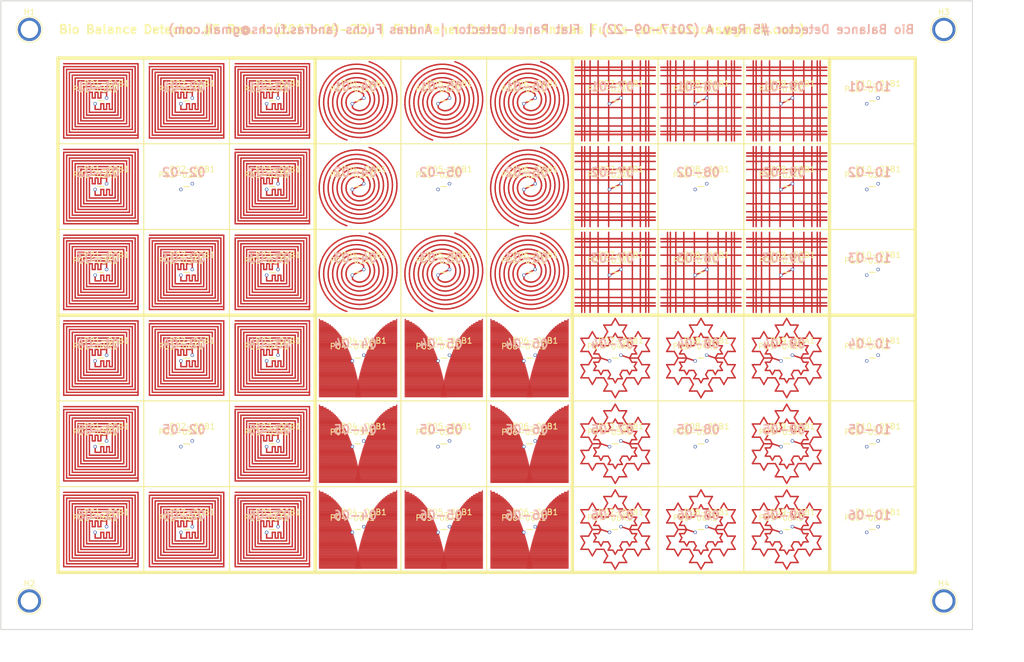
<source format=kicad_pcb>
(kicad_pcb (version 4) (host pcbnew 4.0.6)
  (title_block (title "Bio Balance Detector - Proto #5") (date 2017-09-19) (rev A) (company "Andras Fuchs (andras.fuchs@gmail.com)") (comment 4 "Square Sensor Panel"))
  (layers (0 F.Cu signal) (31 B.Cu signal) (34 B.Paste user) (35 F.Paste user) (36 B.SilkS user) (37 F.SilkS user) (38 B.Mask user) (39 F.Mask user) (44 Edge.Cuts user))
  (net 0 "")
  (net 1 "Net-(P01-01A1-Pad1)")
  (net 2 "Net-(P01-02A1-Pad1)")
  (net 3 "Net-(P01-03A1-Pad1)")
  (net 4 "Net-(P01-04A1-Pad1)")
  (net 5 "Net-(P01-05A1-Pad1)")
  (net 6 "Net-(P01-06A1-Pad1)")
  (net 7 "Net-(P02-01A1-Pad1)")
  (net 8 "Net-(P02-02A1-Pad1)")
  (net 9 "Net-(P02-03A1-Pad1)")
  (net 10 "Net-(P02-04A1-Pad1)")
  (net 11 "Net-(P02-05A1-Pad1)")
  (net 12 "Net-(P02-06A1-Pad1)")
  (net 13 "Net-(P03-01A1-Pad1)")
  (net 14 "Net-(P03-02A1-Pad1)")
  (net 15 "Net-(P03-03A1-Pad1)")
  (net 16 "Net-(P03-04A1-Pad1)")
  (net 17 "Net-(P03-05A1-Pad1)")
  (net 18 "Net-(P03-06A1-Pad1)")
  (net 19 "Net-(P04-01A1-Pad1)")
  (net 20 "Net-(P04-02A1-Pad1)")
  (net 21 "Net-(P04-03A1-Pad1)")
  (net 22 "Net-(P04-04A1-Pad1)")
  (net 23 "Net-(P04-05A1-Pad1)")
  (net 24 "Net-(P04-06A1-Pad1)")
  (net 25 "Net-(P05-01A1-Pad1)")
  (net 26 "Net-(P05-02A1-Pad1)")
  (net 27 "Net-(P05-03A1-Pad1)")
  (net 28 "Net-(P05-04A1-Pad1)")
  (net 29 "Net-(P05-05A1-Pad1)")
  (net 30 "Net-(P05-06A1-Pad1)")
  (net 31 "Net-(P06-01A1-Pad1)")
  (net 32 "Net-(P06-02A1-Pad1)")
  (net 33 "Net-(P06-03A1-Pad1)")
  (net 34 "Net-(P06-04A1-Pad1)")
  (net 35 "Net-(P06-05A1-Pad1)")
  (net 36 "Net-(P06-06A1-Pad1)")
  (net 37 "Net-(P07-01A1-Pad1)")
  (net 38 "Net-(P07-02A1-Pad1)")
  (net 39 "Net-(P07-03A1-Pad1)")
  (net 40 "Net-(P07-04A1-Pad1)")
  (net 41 "Net-(P07-05A1-Pad1)")
  (net 42 "Net-(P07-06A1-Pad1)")
  (net 43 "Net-(P08-01A1-Pad1)")
  (net 44 "Net-(P08-02A1-Pad1)")
  (net 45 "Net-(P08-03A1-Pad1)")
  (net 46 "Net-(P08-04A1-Pad1)")
  (net 47 "Net-(P08-05A1-Pad1)")
  (net 48 "Net-(P08-06A1-Pad1)")
  (net 49 "Net-(P09-01A1-Pad1)")
  (net 50 "Net-(P09-02A1-Pad1)")
  (net 51 "Net-(P09-03A1-Pad1)")
  (net 52 "Net-(P09-04A1-Pad1)")
  (net 53 "Net-(P09-05A1-Pad1)")
  (net 54 "Net-(P09-06A1-Pad1)")
  (net 55 "Net-(P10-01A1-Pad1)")
  (net 56 "Net-(P10-02A1-Pad1)")
  (net 57 "Net-(P10-03A1-Pad1)")
  (net 58 "Net-(P10-04A1-Pad1)")
  (net 59 "Net-(P10-05A1-Pad1)")
  (net 60 "Net-(P10-06A1-Pad1)")
  (module Connect:1pin (layer F.Cu) (at 20 20)
    (fp_text reference H1 (at 0 -3.048) (layer F.SilkS))
    (fp_text value VIA_06MM)
    (pad 1 thru_hole circle (at 0 0) (size 4.064 4.064) (drill 3.048) (layers *.Cu *.Mask))
  )
  (module Connect:1pin (layer F.Cu) (at 20 120)
    (fp_text reference H2 (at 0 -3.048) (layer F.SilkS))
    (fp_text value VIA_06MM)
    (pad 1 thru_hole circle (at 0 0) (size 4.064 4.064) (drill 3.048) (layers *.Cu *.Mask))
  )
  (module Connect:1pin (layer F.Cu) (at 180 20)
    (fp_text reference H3 (at 0 -3.048) (layer F.SilkS))
    (fp_text value VIA_06MM)
    (pad 1 thru_hole circle (at 0 0) (size 4.064 4.064) (drill 3.048) (layers *.Cu *.Mask))
  )
  (module Connect:1pin (layer F.Cu) (at 180 120)
    (fp_text reference H4 (at 0 -3.048) (layer F.SilkS))
    (fp_text value VIA_06MM)
    (pad 1 thru_hole circle (at 0 0) (size 4.064 4.064) (drill 3.048) (layers *.Cu *.Mask))
  )
  (module BBDProto05FootprintLib:SolderWirePad_single_0-4mmDrill (layer F.Cu) (at 31.5 33)
    (fp_text reference P01-01A1 (at 0 -2.54) (layer F.SilkS))
    (fp_text value VIA_06MM)
    (pad 1 thru_hole circle (at 0 0) (size 0.6 0.6) (drill 0.4) (layers *.Cu *.Mask) (net 1 "Net-(P01-01A1-Pad1)"))
  )
  (module BBDProto05FootprintLib:SolderWirePad_single_0-4mmDrill (layer F.Cu) (at 33.5 32)
    (fp_text reference P01-01B1 (at 0 -2.54) (layer F.SilkS))
    (fp_text value VIA_06MM)
    (pad 1 thru_hole circle (at 0 0) (size 0.6 0.6) (drill 0.4) (layers *.Cu *.Mask) (net 1 "Net-(P01-01A1-Pad1)"))
  )
  (module BBDProto05FootprintLib:SolderWirePad_single_0-4mmDrill (layer F.Cu) (at 31.5 48)
    (fp_text reference P01-02A1 (at 0 -2.54) (layer F.SilkS))
    (fp_text value VIA_06MM)
    (pad 1 thru_hole circle (at 0 0) (size 0.6 0.6) (drill 0.4) (layers *.Cu *.Mask) (net 2 "Net-(P01-02A1-Pad1)"))
  )
  (module BBDProto05FootprintLib:SolderWirePad_single_0-4mmDrill (layer F.Cu) (at 33.5 47)
    (fp_text reference P01-02B1 (at 0 -2.54) (layer F.SilkS))
    (fp_text value VIA_06MM)
    (pad 1 thru_hole circle (at 0 0) (size 0.6 0.6) (drill 0.4) (layers *.Cu *.Mask) (net 2 "Net-(P01-02A1-Pad1)"))
  )
  (module BBDProto05FootprintLib:SolderWirePad_single_0-4mmDrill (layer F.Cu) (at 31.5 63)
    (fp_text reference P01-03A1 (at 0 -2.54) (layer F.SilkS))
    (fp_text value VIA_06MM)
    (pad 1 thru_hole circle (at 0 0) (size 0.6 0.6) (drill 0.4) (layers *.Cu *.Mask) (net 3 "Net-(P01-03A1-Pad1)"))
  )
  (module BBDProto05FootprintLib:SolderWirePad_single_0-4mmDrill (layer F.Cu) (at 33.5 62)
    (fp_text reference P01-03B1 (at 0 -2.54) (layer F.SilkS))
    (fp_text value VIA_06MM)
    (pad 1 thru_hole circle (at 0 0) (size 0.6 0.6) (drill 0.4) (layers *.Cu *.Mask) (net 3 "Net-(P01-03A1-Pad1)"))
  )
  (module BBDProto05FootprintLib:SolderWirePad_single_0-4mmDrill (layer F.Cu) (at 31.5 78)
    (fp_text reference P01-04A1 (at 0 -2.54) (layer F.SilkS))
    (fp_text value VIA_06MM)
    (pad 1 thru_hole circle (at 0 0) (size 0.6 0.6) (drill 0.4) (layers *.Cu *.Mask) (net 4 "Net-(P01-04A1-Pad1)"))
  )
  (module BBDProto05FootprintLib:SolderWirePad_single_0-4mmDrill (layer F.Cu) (at 33.5 77)
    (fp_text reference P01-04B1 (at 0 -2.54) (layer F.SilkS))
    (fp_text value VIA_06MM)
    (pad 1 thru_hole circle (at 0 0) (size 0.6 0.6) (drill 0.4) (layers *.Cu *.Mask) (net 4 "Net-(P01-04A1-Pad1)"))
  )
  (module BBDProto05FootprintLib:SolderWirePad_single_0-4mmDrill (layer F.Cu) (at 31.5 93)
    (fp_text reference P01-05A1 (at 0 -2.54) (layer F.SilkS))
    (fp_text value VIA_06MM)
    (pad 1 thru_hole circle (at 0 0) (size 0.6 0.6) (drill 0.4) (layers *.Cu *.Mask) (net 5 "Net-(P01-05A1-Pad1)"))
  )
  (module BBDProto05FootprintLib:SolderWirePad_single_0-4mmDrill (layer F.Cu) (at 33.5 92)
    (fp_text reference P01-05B1 (at 0 -2.54) (layer F.SilkS))
    (fp_text value VIA_06MM)
    (pad 1 thru_hole circle (at 0 0) (size 0.6 0.6) (drill 0.4) (layers *.Cu *.Mask) (net 5 "Net-(P01-05A1-Pad1)"))
  )
  (module BBDProto05FootprintLib:SolderWirePad_single_0-4mmDrill (layer F.Cu) (at 31.5 108)
    (fp_text reference P01-06A1 (at 0 -2.54) (layer F.SilkS))
    (fp_text value VIA_06MM)
    (pad 1 thru_hole circle (at 0 0) (size 0.6 0.6) (drill 0.4) (layers *.Cu *.Mask) (net 6 "Net-(P01-06A1-Pad1)"))
  )
  (module BBDProto05FootprintLib:SolderWirePad_single_0-4mmDrill (layer F.Cu) (at 33.5 107)
    (fp_text reference P01-06B1 (at 0 -2.54) (layer F.SilkS))
    (fp_text value VIA_06MM)
    (pad 1 thru_hole circle (at 0 0) (size 0.6 0.6) (drill 0.4) (layers *.Cu *.Mask) (net 6 "Net-(P01-06A1-Pad1)"))
  )
  (module BBDProto05FootprintLib:SolderWirePad_single_0-4mmDrill (layer F.Cu) (at 46.5 33)
    (fp_text reference P02-01A1 (at 0 -2.54) (layer F.SilkS))
    (fp_text value VIA_06MM)
    (pad 1 thru_hole circle (at 0 0) (size 0.6 0.6) (drill 0.4) (layers *.Cu *.Mask) (net 7 "Net-(P02-01A1-Pad1)"))
  )
  (module BBDProto05FootprintLib:SolderWirePad_single_0-4mmDrill (layer F.Cu) (at 48.5 32)
    (fp_text reference P02-01B1 (at 0 -2.54) (layer F.SilkS))
    (fp_text value VIA_06MM)
    (pad 1 thru_hole circle (at 0 0) (size 0.6 0.6) (drill 0.4) (layers *.Cu *.Mask) (net 7 "Net-(P02-01A1-Pad1)"))
  )
  (module BBDProto05FootprintLib:SolderWirePad_single_0-4mmDrill (layer F.Cu) (at 46.5 48)
    (fp_text reference P02-02A1 (at 0 -2.54) (layer F.SilkS))
    (fp_text value VIA_06MM)
    (pad 1 thru_hole circle (at 0 0) (size 0.6 0.6) (drill 0.4) (layers *.Cu *.Mask) (net 8 "Net-(P02-02A1-Pad1)"))
  )
  (module BBDProto05FootprintLib:SolderWirePad_single_0-4mmDrill (layer F.Cu) (at 48.5 47)
    (fp_text reference P02-02B1 (at 0 -2.54) (layer F.SilkS))
    (fp_text value VIA_06MM)
    (pad 1 thru_hole circle (at 0 0) (size 0.6 0.6) (drill 0.4) (layers *.Cu *.Mask) (net 8 "Net-(P02-02A1-Pad1)"))
  )
  (module BBDProto05FootprintLib:SolderWirePad_single_0-4mmDrill (layer F.Cu) (at 46.5 63)
    (fp_text reference P02-03A1 (at 0 -2.54) (layer F.SilkS))
    (fp_text value VIA_06MM)
    (pad 1 thru_hole circle (at 0 0) (size 0.6 0.6) (drill 0.4) (layers *.Cu *.Mask) (net 9 "Net-(P02-03A1-Pad1)"))
  )
  (module BBDProto05FootprintLib:SolderWirePad_single_0-4mmDrill (layer F.Cu) (at 48.5 62)
    (fp_text reference P02-03B1 (at 0 -2.54) (layer F.SilkS))
    (fp_text value VIA_06MM)
    (pad 1 thru_hole circle (at 0 0) (size 0.6 0.6) (drill 0.4) (layers *.Cu *.Mask) (net 9 "Net-(P02-03A1-Pad1)"))
  )
  (module BBDProto05FootprintLib:SolderWirePad_single_0-4mmDrill (layer F.Cu) (at 46.5 78)
    (fp_text reference P02-04A1 (at 0 -2.54) (layer F.SilkS))
    (fp_text value VIA_06MM)
    (pad 1 thru_hole circle (at 0 0) (size 0.6 0.6) (drill 0.4) (layers *.Cu *.Mask) (net 10 "Net-(P02-04A1-Pad1)"))
  )
  (module BBDProto05FootprintLib:SolderWirePad_single_0-4mmDrill (layer F.Cu) (at 48.5 77)
    (fp_text reference P02-04B1 (at 0 -2.54) (layer F.SilkS))
    (fp_text value VIA_06MM)
    (pad 1 thru_hole circle (at 0 0) (size 0.6 0.6) (drill 0.4) (layers *.Cu *.Mask) (net 10 "Net-(P02-04A1-Pad1)"))
  )
  (module BBDProto05FootprintLib:SolderWirePad_single_0-4mmDrill (layer F.Cu) (at 46.5 93)
    (fp_text reference P02-05A1 (at 0 -2.54) (layer F.SilkS))
    (fp_text value VIA_06MM)
    (pad 1 thru_hole circle (at 0 0) (size 0.6 0.6) (drill 0.4) (layers *.Cu *.Mask) (net 11 "Net-(P02-05A1-Pad1)"))
  )
  (module BBDProto05FootprintLib:SolderWirePad_single_0-4mmDrill (layer F.Cu) (at 48.5 92)
    (fp_text reference P02-05B1 (at 0 -2.54) (layer F.SilkS))
    (fp_text value VIA_06MM)
    (pad 1 thru_hole circle (at 0 0) (size 0.6 0.6) (drill 0.4) (layers *.Cu *.Mask) (net 11 "Net-(P02-05A1-Pad1)"))
  )
  (module BBDProto05FootprintLib:SolderWirePad_single_0-4mmDrill (layer F.Cu) (at 46.5 108)
    (fp_text reference P02-06A1 (at 0 -2.54) (layer F.SilkS))
    (fp_text value VIA_06MM)
    (pad 1 thru_hole circle (at 0 0) (size 0.6 0.6) (drill 0.4) (layers *.Cu *.Mask) (net 12 "Net-(P02-06A1-Pad1)"))
  )
  (module BBDProto05FootprintLib:SolderWirePad_single_0-4mmDrill (layer F.Cu) (at 48.5 107)
    (fp_text reference P02-06B1 (at 0 -2.54) (layer F.SilkS))
    (fp_text value VIA_06MM)
    (pad 1 thru_hole circle (at 0 0) (size 0.6 0.6) (drill 0.4) (layers *.Cu *.Mask) (net 12 "Net-(P02-06A1-Pad1)"))
  )
  (module BBDProto05FootprintLib:SolderWirePad_single_0-4mmDrill (layer F.Cu) (at 61.5 33)
    (fp_text reference P03-01A1 (at 0 -2.54) (layer F.SilkS))
    (fp_text value VIA_06MM)
    (pad 1 thru_hole circle (at 0 0) (size 0.6 0.6) (drill 0.4) (layers *.Cu *.Mask) (net 13 "Net-(P03-01A1-Pad1)"))
  )
  (module BBDProto05FootprintLib:SolderWirePad_single_0-4mmDrill (layer F.Cu) (at 63.5 32)
    (fp_text reference P03-01B1 (at 0 -2.54) (layer F.SilkS))
    (fp_text value VIA_06MM)
    (pad 1 thru_hole circle (at 0 0) (size 0.6 0.6) (drill 0.4) (layers *.Cu *.Mask) (net 13 "Net-(P03-01A1-Pad1)"))
  )
  (module BBDProto05FootprintLib:SolderWirePad_single_0-4mmDrill (layer F.Cu) (at 61.5 48)
    (fp_text reference P03-02A1 (at 0 -2.54) (layer F.SilkS))
    (fp_text value VIA_06MM)
    (pad 1 thru_hole circle (at 0 0) (size 0.6 0.6) (drill 0.4) (layers *.Cu *.Mask) (net 14 "Net-(P03-02A1-Pad1)"))
  )
  (module BBDProto05FootprintLib:SolderWirePad_single_0-4mmDrill (layer F.Cu) (at 63.5 47)
    (fp_text reference P03-02B1 (at 0 -2.54) (layer F.SilkS))
    (fp_text value VIA_06MM)
    (pad 1 thru_hole circle (at 0 0) (size 0.6 0.6) (drill 0.4) (layers *.Cu *.Mask) (net 14 "Net-(P03-02A1-Pad1)"))
  )
  (module BBDProto05FootprintLib:SolderWirePad_single_0-4mmDrill (layer F.Cu) (at 61.5 63)
    (fp_text reference P03-03A1 (at 0 -2.54) (layer F.SilkS))
    (fp_text value VIA_06MM)
    (pad 1 thru_hole circle (at 0 0) (size 0.6 0.6) (drill 0.4) (layers *.Cu *.Mask) (net 15 "Net-(P03-03A1-Pad1)"))
  )
  (module BBDProto05FootprintLib:SolderWirePad_single_0-4mmDrill (layer F.Cu) (at 63.5 62)
    (fp_text reference P03-03B1 (at 0 -2.54) (layer F.SilkS))
    (fp_text value VIA_06MM)
    (pad 1 thru_hole circle (at 0 0) (size 0.6 0.6) (drill 0.4) (layers *.Cu *.Mask) (net 15 "Net-(P03-03A1-Pad1)"))
  )
  (module BBDProto05FootprintLib:SolderWirePad_single_0-4mmDrill (layer F.Cu) (at 61.5 78)
    (fp_text reference P03-04A1 (at 0 -2.54) (layer F.SilkS))
    (fp_text value VIA_06MM)
    (pad 1 thru_hole circle (at 0 0) (size 0.6 0.6) (drill 0.4) (layers *.Cu *.Mask) (net 16 "Net-(P03-04A1-Pad1)"))
  )
  (module BBDProto05FootprintLib:SolderWirePad_single_0-4mmDrill (layer F.Cu) (at 63.5 77)
    (fp_text reference P03-04B1 (at 0 -2.54) (layer F.SilkS))
    (fp_text value VIA_06MM)
    (pad 1 thru_hole circle (at 0 0) (size 0.6 0.6) (drill 0.4) (layers *.Cu *.Mask) (net 16 "Net-(P03-04A1-Pad1)"))
  )
  (module BBDProto05FootprintLib:SolderWirePad_single_0-4mmDrill (layer F.Cu) (at 61.5 93)
    (fp_text reference P03-05A1 (at 0 -2.54) (layer F.SilkS))
    (fp_text value VIA_06MM)
    (pad 1 thru_hole circle (at 0 0) (size 0.6 0.6) (drill 0.4) (layers *.Cu *.Mask) (net 17 "Net-(P03-05A1-Pad1)"))
  )
  (module BBDProto05FootprintLib:SolderWirePad_single_0-4mmDrill (layer F.Cu) (at 63.5 92)
    (fp_text reference P03-05B1 (at 0 -2.54) (layer F.SilkS))
    (fp_text value VIA_06MM)
    (pad 1 thru_hole circle (at 0 0) (size 0.6 0.6) (drill 0.4) (layers *.Cu *.Mask) (net 17 "Net-(P03-05A1-Pad1)"))
  )
  (module BBDProto05FootprintLib:SolderWirePad_single_0-4mmDrill (layer F.Cu) (at 61.5 108)
    (fp_text reference P03-06A1 (at 0 -2.54) (layer F.SilkS))
    (fp_text value VIA_06MM)
    (pad 1 thru_hole circle (at 0 0) (size 0.6 0.6) (drill 0.4) (layers *.Cu *.Mask) (net 18 "Net-(P03-06A1-Pad1)"))
  )
  (module BBDProto05FootprintLib:SolderWirePad_single_0-4mmDrill (layer F.Cu) (at 63.5 107)
    (fp_text reference P03-06B1 (at 0 -2.54) (layer F.SilkS))
    (fp_text value VIA_06MM)
    (pad 1 thru_hole circle (at 0 0) (size 0.6 0.6) (drill 0.4) (layers *.Cu *.Mask) (net 18 "Net-(P03-06A1-Pad1)"))
  )
  (module BBDProto05FootprintLib:SolderWirePad_single_0-4mmDrill (layer F.Cu) (at 76.5 33)
    (fp_text reference P04-01A1 (at 0 -2.54) (layer F.SilkS))
    (fp_text value VIA_06MM)
    (pad 1 thru_hole circle (at 0 0) (size 0.6 0.6) (drill 0.4) (layers *.Cu *.Mask) (net 19 "Net-(P04-01A1-Pad1)"))
  )
  (module BBDProto05FootprintLib:SolderWirePad_single_0-4mmDrill (layer F.Cu) (at 78.5 32)
    (fp_text reference P04-01B1 (at 0 -2.54) (layer F.SilkS))
    (fp_text value VIA_06MM)
    (pad 1 thru_hole circle (at 0 0) (size 0.6 0.6) (drill 0.4) (layers *.Cu *.Mask) (net 19 "Net-(P04-01A1-Pad1)"))
  )
  (module BBDProto05FootprintLib:SolderWirePad_single_0-4mmDrill (layer F.Cu) (at 76.5 48)
    (fp_text reference P04-02A1 (at 0 -2.54) (layer F.SilkS))
    (fp_text value VIA_06MM)
    (pad 1 thru_hole circle (at 0 0) (size 0.6 0.6) (drill 0.4) (layers *.Cu *.Mask) (net 20 "Net-(P04-02A1-Pad1)"))
  )
  (module BBDProto05FootprintLib:SolderWirePad_single_0-4mmDrill (layer F.Cu) (at 78.5 47)
    (fp_text reference P04-02B1 (at 0 -2.54) (layer F.SilkS))
    (fp_text value VIA_06MM)
    (pad 1 thru_hole circle (at 0 0) (size 0.6 0.6) (drill 0.4) (layers *.Cu *.Mask) (net 20 "Net-(P04-02A1-Pad1)"))
  )
  (module BBDProto05FootprintLib:SolderWirePad_single_0-4mmDrill (layer F.Cu) (at 76.5 63)
    (fp_text reference P04-03A1 (at 0 -2.54) (layer F.SilkS))
    (fp_text value VIA_06MM)
    (pad 1 thru_hole circle (at 0 0) (size 0.6 0.6) (drill 0.4) (layers *.Cu *.Mask) (net 21 "Net-(P04-03A1-Pad1)"))
  )
  (module BBDProto05FootprintLib:SolderWirePad_single_0-4mmDrill (layer F.Cu) (at 78.5 62)
    (fp_text reference P04-03B1 (at 0 -2.54) (layer F.SilkS))
    (fp_text value VIA_06MM)
    (pad 1 thru_hole circle (at 0 0) (size 0.6 0.6) (drill 0.4) (layers *.Cu *.Mask) (net 21 "Net-(P04-03A1-Pad1)"))
  )
  (module BBDProto05FootprintLib:SolderWirePad_single_0-4mmDrill (layer F.Cu) (at 76.5 78)
    (fp_text reference P04-04A1 (at 0 -2.54) (layer F.SilkS))
    (fp_text value VIA_06MM)
    (pad 1 thru_hole circle (at 0 0) (size 0.6 0.6) (drill 0.4) (layers *.Cu *.Mask) (net 22 "Net-(P04-04A1-Pad1)"))
  )
  (module BBDProto05FootprintLib:SolderWirePad_single_0-4mmDrill (layer F.Cu) (at 78.5 77)
    (fp_text reference P04-04B1 (at 0 -2.54) (layer F.SilkS))
    (fp_text value VIA_06MM)
    (pad 1 thru_hole circle (at 0 0) (size 0.6 0.6) (drill 0.4) (layers *.Cu *.Mask) (net 22 "Net-(P04-04A1-Pad1)"))
  )
  (module BBDProto05FootprintLib:SolderWirePad_single_0-4mmDrill (layer F.Cu) (at 76.5 93)
    (fp_text reference P04-05A1 (at 0 -2.54) (layer F.SilkS))
    (fp_text value VIA_06MM)
    (pad 1 thru_hole circle (at 0 0) (size 0.6 0.6) (drill 0.4) (layers *.Cu *.Mask) (net 23 "Net-(P04-05A1-Pad1)"))
  )
  (module BBDProto05FootprintLib:SolderWirePad_single_0-4mmDrill (layer F.Cu) (at 78.5 92)
    (fp_text reference P04-05B1 (at 0 -2.54) (layer F.SilkS))
    (fp_text value VIA_06MM)
    (pad 1 thru_hole circle (at 0 0) (size 0.6 0.6) (drill 0.4) (layers *.Cu *.Mask) (net 23 "Net-(P04-05A1-Pad1)"))
  )
  (module BBDProto05FootprintLib:SolderWirePad_single_0-4mmDrill (layer F.Cu) (at 76.5 108)
    (fp_text reference P04-06A1 (at 0 -2.54) (layer F.SilkS))
    (fp_text value VIA_06MM)
    (pad 1 thru_hole circle (at 0 0) (size 0.6 0.6) (drill 0.4) (layers *.Cu *.Mask) (net 24 "Net-(P04-06A1-Pad1)"))
  )
  (module BBDProto05FootprintLib:SolderWirePad_single_0-4mmDrill (layer F.Cu) (at 78.5 107)
    (fp_text reference P04-06B1 (at 0 -2.54) (layer F.SilkS))
    (fp_text value VIA_06MM)
    (pad 1 thru_hole circle (at 0 0) (size 0.6 0.6) (drill 0.4) (layers *.Cu *.Mask) (net 24 "Net-(P04-06A1-Pad1)"))
  )
  (module BBDProto05FootprintLib:SolderWirePad_single_0-4mmDrill (layer F.Cu) (at 91.5 33)
    (fp_text reference P05-01A1 (at 0 -2.54) (layer F.SilkS))
    (fp_text value VIA_06MM)
    (pad 1 thru_hole circle (at 0 0) (size 0.6 0.6) (drill 0.4) (layers *.Cu *.Mask) (net 25 "Net-(P05-01A1-Pad1)"))
  )
  (module BBDProto05FootprintLib:SolderWirePad_single_0-4mmDrill (layer F.Cu) (at 93.5 32)
    (fp_text reference P05-01B1 (at 0 -2.54) (layer F.SilkS))
    (fp_text value VIA_06MM)
    (pad 1 thru_hole circle (at 0 0) (size 0.6 0.6) (drill 0.4) (layers *.Cu *.Mask) (net 25 "Net-(P05-01A1-Pad1)"))
  )
  (module BBDProto05FootprintLib:SolderWirePad_single_0-4mmDrill (layer F.Cu) (at 91.5 48)
    (fp_text reference P05-02A1 (at 0 -2.54) (layer F.SilkS))
    (fp_text value VIA_06MM)
    (pad 1 thru_hole circle (at 0 0) (size 0.6 0.6) (drill 0.4) (layers *.Cu *.Mask) (net 26 "Net-(P05-02A1-Pad1)"))
  )
  (module BBDProto05FootprintLib:SolderWirePad_single_0-4mmDrill (layer F.Cu) (at 93.5 47)
    (fp_text reference P05-02B1 (at 0 -2.54) (layer F.SilkS))
    (fp_text value VIA_06MM)
    (pad 1 thru_hole circle (at 0 0) (size 0.6 0.6) (drill 0.4) (layers *.Cu *.Mask) (net 26 "Net-(P05-02A1-Pad1)"))
  )
  (module BBDProto05FootprintLib:SolderWirePad_single_0-4mmDrill (layer F.Cu) (at 91.5 63)
    (fp_text reference P05-03A1 (at 0 -2.54) (layer F.SilkS))
    (fp_text value VIA_06MM)
    (pad 1 thru_hole circle (at 0 0) (size 0.6 0.6) (drill 0.4) (layers *.Cu *.Mask) (net 27 "Net-(P05-03A1-Pad1)"))
  )
  (module BBDProto05FootprintLib:SolderWirePad_single_0-4mmDrill (layer F.Cu) (at 93.5 62)
    (fp_text reference P05-03B1 (at 0 -2.54) (layer F.SilkS))
    (fp_text value VIA_06MM)
    (pad 1 thru_hole circle (at 0 0) (size 0.6 0.6) (drill 0.4) (layers *.Cu *.Mask) (net 27 "Net-(P05-03A1-Pad1)"))
  )
  (module BBDProto05FootprintLib:SolderWirePad_single_0-4mmDrill (layer F.Cu) (at 91.5 78)
    (fp_text reference P05-04A1 (at 0 -2.54) (layer F.SilkS))
    (fp_text value VIA_06MM)
    (pad 1 thru_hole circle (at 0 0) (size 0.6 0.6) (drill 0.4) (layers *.Cu *.Mask) (net 28 "Net-(P05-04A1-Pad1)"))
  )
  (module BBDProto05FootprintLib:SolderWirePad_single_0-4mmDrill (layer F.Cu) (at 93.5 77)
    (fp_text reference P05-04B1 (at 0 -2.54) (layer F.SilkS))
    (fp_text value VIA_06MM)
    (pad 1 thru_hole circle (at 0 0) (size 0.6 0.6) (drill 0.4) (layers *.Cu *.Mask) (net 28 "Net-(P05-04A1-Pad1)"))
  )
  (module BBDProto05FootprintLib:SolderWirePad_single_0-4mmDrill (layer F.Cu) (at 91.5 93)
    (fp_text reference P05-05A1 (at 0 -2.54) (layer F.SilkS))
    (fp_text value VIA_06MM)
    (pad 1 thru_hole circle (at 0 0) (size 0.6 0.6) (drill 0.4) (layers *.Cu *.Mask) (net 29 "Net-(P05-05A1-Pad1)"))
  )
  (module BBDProto05FootprintLib:SolderWirePad_single_0-4mmDrill (layer F.Cu) (at 93.5 92)
    (fp_text reference P05-05B1 (at 0 -2.54) (layer F.SilkS))
    (fp_text value VIA_06MM)
    (pad 1 thru_hole circle (at 0 0) (size 0.6 0.6) (drill 0.4) (layers *.Cu *.Mask) (net 29 "Net-(P05-05A1-Pad1)"))
  )
  (module BBDProto05FootprintLib:SolderWirePad_single_0-4mmDrill (layer F.Cu) (at 91.5 108)
    (fp_text reference P05-06A1 (at 0 -2.54) (layer F.SilkS))
    (fp_text value VIA_06MM)
    (pad 1 thru_hole circle (at 0 0) (size 0.6 0.6) (drill 0.4) (layers *.Cu *.Mask) (net 30 "Net-(P05-06A1-Pad1)"))
  )
  (module BBDProto05FootprintLib:SolderWirePad_single_0-4mmDrill (layer F.Cu) (at 93.5 107)
    (fp_text reference P05-06B1 (at 0 -2.54) (layer F.SilkS))
    (fp_text value VIA_06MM)
    (pad 1 thru_hole circle (at 0 0) (size 0.6 0.6) (drill 0.4) (layers *.Cu *.Mask) (net 30 "Net-(P05-06A1-Pad1)"))
  )
  (module BBDProto05FootprintLib:SolderWirePad_single_0-4mmDrill (layer F.Cu) (at 106.5 33)
    (fp_text reference P06-01A1 (at 0 -2.54) (layer F.SilkS))
    (fp_text value VIA_06MM)
    (pad 1 thru_hole circle (at 0 0) (size 0.6 0.6) (drill 0.4) (layers *.Cu *.Mask) (net 31 "Net-(P06-01A1-Pad1)"))
  )
  (module BBDProto05FootprintLib:SolderWirePad_single_0-4mmDrill (layer F.Cu) (at 108.5 32)
    (fp_text reference P06-01B1 (at 0 -2.54) (layer F.SilkS))
    (fp_text value VIA_06MM)
    (pad 1 thru_hole circle (at 0 0) (size 0.6 0.6) (drill 0.4) (layers *.Cu *.Mask) (net 31 "Net-(P06-01A1-Pad1)"))
  )
  (module BBDProto05FootprintLib:SolderWirePad_single_0-4mmDrill (layer F.Cu) (at 106.5 48)
    (fp_text reference P06-02A1 (at 0 -2.54) (layer F.SilkS))
    (fp_text value VIA_06MM)
    (pad 1 thru_hole circle (at 0 0) (size 0.6 0.6) (drill 0.4) (layers *.Cu *.Mask) (net 32 "Net-(P06-02A1-Pad1)"))
  )
  (module BBDProto05FootprintLib:SolderWirePad_single_0-4mmDrill (layer F.Cu) (at 108.5 47)
    (fp_text reference P06-02B1 (at 0 -2.54) (layer F.SilkS))
    (fp_text value VIA_06MM)
    (pad 1 thru_hole circle (at 0 0) (size 0.6 0.6) (drill 0.4) (layers *.Cu *.Mask) (net 32 "Net-(P06-02A1-Pad1)"))
  )
  (module BBDProto05FootprintLib:SolderWirePad_single_0-4mmDrill (layer F.Cu) (at 106.5 63)
    (fp_text reference P06-03A1 (at 0 -2.54) (layer F.SilkS))
    (fp_text value VIA_06MM)
    (pad 1 thru_hole circle (at 0 0) (size 0.6 0.6) (drill 0.4) (layers *.Cu *.Mask) (net 33 "Net-(P06-03A1-Pad1)"))
  )
  (module BBDProto05FootprintLib:SolderWirePad_single_0-4mmDrill (layer F.Cu) (at 108.5 62)
    (fp_text reference P06-03B1 (at 0 -2.54) (layer F.SilkS))
    (fp_text value VIA_06MM)
    (pad 1 thru_hole circle (at 0 0) (size 0.6 0.6) (drill 0.4) (layers *.Cu *.Mask) (net 33 "Net-(P06-03A1-Pad1)"))
  )
  (module BBDProto05FootprintLib:SolderWirePad_single_0-4mmDrill (layer F.Cu) (at 106.5 78)
    (fp_text reference P06-04A1 (at 0 -2.54) (layer F.SilkS))
    (fp_text value VIA_06MM)
    (pad 1 thru_hole circle (at 0 0) (size 0.6 0.6) (drill 0.4) (layers *.Cu *.Mask) (net 34 "Net-(P06-04A1-Pad1)"))
  )
  (module BBDProto05FootprintLib:SolderWirePad_single_0-4mmDrill (layer F.Cu) (at 108.5 77)
    (fp_text reference P06-04B1 (at 0 -2.54) (layer F.SilkS))
    (fp_text value VIA_06MM)
    (pad 1 thru_hole circle (at 0 0) (size 0.6 0.6) (drill 0.4) (layers *.Cu *.Mask) (net 34 "Net-(P06-04A1-Pad1)"))
  )
  (module BBDProto05FootprintLib:SolderWirePad_single_0-4mmDrill (layer F.Cu) (at 106.5 93)
    (fp_text reference P06-05A1 (at 0 -2.54) (layer F.SilkS))
    (fp_text value VIA_06MM)
    (pad 1 thru_hole circle (at 0 0) (size 0.6 0.6) (drill 0.4) (layers *.Cu *.Mask) (net 35 "Net-(P06-05A1-Pad1)"))
  )
  (module BBDProto05FootprintLib:SolderWirePad_single_0-4mmDrill (layer F.Cu) (at 108.5 92)
    (fp_text reference P06-05B1 (at 0 -2.54) (layer F.SilkS))
    (fp_text value VIA_06MM)
    (pad 1 thru_hole circle (at 0 0) (size 0.6 0.6) (drill 0.4) (layers *.Cu *.Mask) (net 35 "Net-(P06-05A1-Pad1)"))
  )
  (module BBDProto05FootprintLib:SolderWirePad_single_0-4mmDrill (layer F.Cu) (at 106.5 108)
    (fp_text reference P06-06A1 (at 0 -2.54) (layer F.SilkS))
    (fp_text value VIA_06MM)
    (pad 1 thru_hole circle (at 0 0) (size 0.6 0.6) (drill 0.4) (layers *.Cu *.Mask) (net 36 "Net-(P06-06A1-Pad1)"))
  )
  (module BBDProto05FootprintLib:SolderWirePad_single_0-4mmDrill (layer F.Cu) (at 108.5 107)
    (fp_text reference P06-06B1 (at 0 -2.54) (layer F.SilkS))
    (fp_text value VIA_06MM)
    (pad 1 thru_hole circle (at 0 0) (size 0.6 0.6) (drill 0.4) (layers *.Cu *.Mask) (net 36 "Net-(P06-06A1-Pad1)"))
  )
  (module BBDProto05FootprintLib:SolderWirePad_single_0-4mmDrill (layer F.Cu) (at 121.5 33)
    (fp_text reference P07-01A1 (at 0 -2.54) (layer F.SilkS))
    (fp_text value VIA_06MM)
    (pad 1 thru_hole circle (at 0 0) (size 0.6 0.6) (drill 0.4) (layers *.Cu *.Mask) (net 37 "Net-(P07-01A1-Pad1)"))
  )
  (module BBDProto05FootprintLib:SolderWirePad_single_0-4mmDrill (layer F.Cu) (at 123.5 32)
    (fp_text reference P07-01B1 (at 0 -2.54) (layer F.SilkS))
    (fp_text value VIA_06MM)
    (pad 1 thru_hole circle (at 0 0) (size 0.6 0.6) (drill 0.4) (layers *.Cu *.Mask) (net 37 "Net-(P07-01A1-Pad1)"))
  )
  (module BBDProto05FootprintLib:SolderWirePad_single_0-4mmDrill (layer F.Cu) (at 121.5 48)
    (fp_text reference P07-02A1 (at 0 -2.54) (layer F.SilkS))
    (fp_text value VIA_06MM)
    (pad 1 thru_hole circle (at 0 0) (size 0.6 0.6) (drill 0.4) (layers *.Cu *.Mask) (net 38 "Net-(P07-02A1-Pad1)"))
  )
  (module BBDProto05FootprintLib:SolderWirePad_single_0-4mmDrill (layer F.Cu) (at 123.5 47)
    (fp_text reference P07-02B1 (at 0 -2.54) (layer F.SilkS))
    (fp_text value VIA_06MM)
    (pad 1 thru_hole circle (at 0 0) (size 0.6 0.6) (drill 0.4) (layers *.Cu *.Mask) (net 38 "Net-(P07-02A1-Pad1)"))
  )
  (module BBDProto05FootprintLib:SolderWirePad_single_0-4mmDrill (layer F.Cu) (at 121.5 63)
    (fp_text reference P07-03A1 (at 0 -2.54) (layer F.SilkS))
    (fp_text value VIA_06MM)
    (pad 1 thru_hole circle (at 0 0) (size 0.6 0.6) (drill 0.4) (layers *.Cu *.Mask) (net 39 "Net-(P07-03A1-Pad1)"))
  )
  (module BBDProto05FootprintLib:SolderWirePad_single_0-4mmDrill (layer F.Cu) (at 123.5 62)
    (fp_text reference P07-03B1 (at 0 -2.54) (layer F.SilkS))
    (fp_text value VIA_06MM)
    (pad 1 thru_hole circle (at 0 0) (size 0.6 0.6) (drill 0.4) (layers *.Cu *.Mask) (net 39 "Net-(P07-03A1-Pad1)"))
  )
  (module BBDProto05FootprintLib:SolderWirePad_single_0-4mmDrill (layer F.Cu) (at 121.5 78)
    (fp_text reference P07-04A1 (at 0 -2.54) (layer F.SilkS))
    (fp_text value VIA_06MM)
    (pad 1 thru_hole circle (at 0 0) (size 0.6 0.6) (drill 0.4) (layers *.Cu *.Mask) (net 40 "Net-(P07-04A1-Pad1)"))
  )
  (module BBDProto05FootprintLib:SolderWirePad_single_0-4mmDrill (layer F.Cu) (at 123.5 77)
    (fp_text reference P07-04B1 (at 0 -2.54) (layer F.SilkS))
    (fp_text value VIA_06MM)
    (pad 1 thru_hole circle (at 0 0) (size 0.6 0.6) (drill 0.4) (layers *.Cu *.Mask) (net 40 "Net-(P07-04A1-Pad1)"))
  )
  (module BBDProto05FootprintLib:SolderWirePad_single_0-4mmDrill (layer F.Cu) (at 121.5 93)
    (fp_text reference P07-05A1 (at 0 -2.54) (layer F.SilkS))
    (fp_text value VIA_06MM)
    (pad 1 thru_hole circle (at 0 0) (size 0.6 0.6) (drill 0.4) (layers *.Cu *.Mask) (net 41 "Net-(P07-05A1-Pad1)"))
  )
  (module BBDProto05FootprintLib:SolderWirePad_single_0-4mmDrill (layer F.Cu) (at 123.5 92)
    (fp_text reference P07-05B1 (at 0 -2.54) (layer F.SilkS))
    (fp_text value VIA_06MM)
    (pad 1 thru_hole circle (at 0 0) (size 0.6 0.6) (drill 0.4) (layers *.Cu *.Mask) (net 41 "Net-(P07-05A1-Pad1)"))
  )
  (module BBDProto05FootprintLib:SolderWirePad_single_0-4mmDrill (layer F.Cu) (at 121.5 108)
    (fp_text reference P07-06A1 (at 0 -2.54) (layer F.SilkS))
    (fp_text value VIA_06MM)
    (pad 1 thru_hole circle (at 0 0) (size 0.6 0.6) (drill 0.4) (layers *.Cu *.Mask) (net 42 "Net-(P07-06A1-Pad1)"))
  )
  (module BBDProto05FootprintLib:SolderWirePad_single_0-4mmDrill (layer F.Cu) (at 123.5 107)
    (fp_text reference P07-06B1 (at 0 -2.54) (layer F.SilkS))
    (fp_text value VIA_06MM)
    (pad 1 thru_hole circle (at 0 0) (size 0.6 0.6) (drill 0.4) (layers *.Cu *.Mask) (net 42 "Net-(P07-06A1-Pad1)"))
  )
  (module BBDProto05FootprintLib:SolderWirePad_single_0-4mmDrill (layer F.Cu) (at 136.5 33)
    (fp_text reference P08-01A1 (at 0 -2.54) (layer F.SilkS))
    (fp_text value VIA_06MM)
    (pad 1 thru_hole circle (at 0 0) (size 0.6 0.6) (drill 0.4) (layers *.Cu *.Mask) (net 43 "Net-(P08-01A1-Pad1)"))
  )
  (module BBDProto05FootprintLib:SolderWirePad_single_0-4mmDrill (layer F.Cu) (at 138.5 32)
    (fp_text reference P08-01B1 (at 0 -2.54) (layer F.SilkS))
    (fp_text value VIA_06MM)
    (pad 1 thru_hole circle (at 0 0) (size 0.6 0.6) (drill 0.4) (layers *.Cu *.Mask) (net 43 "Net-(P08-01A1-Pad1)"))
  )
  (module BBDProto05FootprintLib:SolderWirePad_single_0-4mmDrill (layer F.Cu) (at 136.5 48)
    (fp_text reference P08-02A1 (at 0 -2.54) (layer F.SilkS))
    (fp_text value VIA_06MM)
    (pad 1 thru_hole circle (at 0 0) (size 0.6 0.6) (drill 0.4) (layers *.Cu *.Mask) (net 44 "Net-(P08-02A1-Pad1)"))
  )
  (module BBDProto05FootprintLib:SolderWirePad_single_0-4mmDrill (layer F.Cu) (at 138.5 47)
    (fp_text reference P08-02B1 (at 0 -2.54) (layer F.SilkS))
    (fp_text value VIA_06MM)
    (pad 1 thru_hole circle (at 0 0) (size 0.6 0.6) (drill 0.4) (layers *.Cu *.Mask) (net 44 "Net-(P08-02A1-Pad1)"))
  )
  (module BBDProto05FootprintLib:SolderWirePad_single_0-4mmDrill (layer F.Cu) (at 136.5 63)
    (fp_text reference P08-03A1 (at 0 -2.54) (layer F.SilkS))
    (fp_text value VIA_06MM)
    (pad 1 thru_hole circle (at 0 0) (size 0.6 0.6) (drill 0.4) (layers *.Cu *.Mask) (net 45 "Net-(P08-03A1-Pad1)"))
  )
  (module BBDProto05FootprintLib:SolderWirePad_single_0-4mmDrill (layer F.Cu) (at 138.5 62)
    (fp_text reference P08-03B1 (at 0 -2.54) (layer F.SilkS))
    (fp_text value VIA_06MM)
    (pad 1 thru_hole circle (at 0 0) (size 0.6 0.6) (drill 0.4) (layers *.Cu *.Mask) (net 45 "Net-(P08-03A1-Pad1)"))
  )
  (module BBDProto05FootprintLib:SolderWirePad_single_0-4mmDrill (layer F.Cu) (at 136.5 78)
    (fp_text reference P08-04A1 (at 0 -2.54) (layer F.SilkS))
    (fp_text value VIA_06MM)
    (pad 1 thru_hole circle (at 0 0) (size 0.6 0.6) (drill 0.4) (layers *.Cu *.Mask) (net 46 "Net-(P08-04A1-Pad1)"))
  )
  (module BBDProto05FootprintLib:SolderWirePad_single_0-4mmDrill (layer F.Cu) (at 138.5 77)
    (fp_text reference P08-04B1 (at 0 -2.54) (layer F.SilkS))
    (fp_text value VIA_06MM)
    (pad 1 thru_hole circle (at 0 0) (size 0.6 0.6) (drill 0.4) (layers *.Cu *.Mask) (net 46 "Net-(P08-04A1-Pad1)"))
  )
  (module BBDProto05FootprintLib:SolderWirePad_single_0-4mmDrill (layer F.Cu) (at 136.5 93)
    (fp_text reference P08-05A1 (at 0 -2.54) (layer F.SilkS))
    (fp_text value VIA_06MM)
    (pad 1 thru_hole circle (at 0 0) (size 0.6 0.6) (drill 0.4) (layers *.Cu *.Mask) (net 47 "Net-(P08-05A1-Pad1)"))
  )
  (module BBDProto05FootprintLib:SolderWirePad_single_0-4mmDrill (layer F.Cu) (at 138.5 92)
    (fp_text reference P08-05B1 (at 0 -2.54) (layer F.SilkS))
    (fp_text value VIA_06MM)
    (pad 1 thru_hole circle (at 0 0) (size 0.6 0.6) (drill 0.4) (layers *.Cu *.Mask) (net 47 "Net-(P08-05A1-Pad1)"))
  )
  (module BBDProto05FootprintLib:SolderWirePad_single_0-4mmDrill (layer F.Cu) (at 136.5 108)
    (fp_text reference P08-06A1 (at 0 -2.54) (layer F.SilkS))
    (fp_text value VIA_06MM)
    (pad 1 thru_hole circle (at 0 0) (size 0.6 0.6) (drill 0.4) (layers *.Cu *.Mask) (net 48 "Net-(P08-06A1-Pad1)"))
  )
  (module BBDProto05FootprintLib:SolderWirePad_single_0-4mmDrill (layer F.Cu) (at 138.5 107)
    (fp_text reference P08-06B1 (at 0 -2.54) (layer F.SilkS))
    (fp_text value VIA_06MM)
    (pad 1 thru_hole circle (at 0 0) (size 0.6 0.6) (drill 0.4) (layers *.Cu *.Mask) (net 48 "Net-(P08-06A1-Pad1)"))
  )
  (module BBDProto05FootprintLib:SolderWirePad_single_0-4mmDrill (layer F.Cu) (at 151.5 33)
    (fp_text reference P09-01A1 (at 0 -2.54) (layer F.SilkS))
    (fp_text value VIA_06MM)
    (pad 1 thru_hole circle (at 0 0) (size 0.6 0.6) (drill 0.4) (layers *.Cu *.Mask) (net 49 "Net-(P09-01A1-Pad1)"))
  )
  (module BBDProto05FootprintLib:SolderWirePad_single_0-4mmDrill (layer F.Cu) (at 153.5 32)
    (fp_text reference P09-01B1 (at 0 -2.54) (layer F.SilkS))
    (fp_text value VIA_06MM)
    (pad 1 thru_hole circle (at 0 0) (size 0.6 0.6) (drill 0.4) (layers *.Cu *.Mask) (net 49 "Net-(P09-01A1-Pad1)"))
  )
  (module BBDProto05FootprintLib:SolderWirePad_single_0-4mmDrill (layer F.Cu) (at 151.5 48)
    (fp_text reference P09-02A1 (at 0 -2.54) (layer F.SilkS))
    (fp_text value VIA_06MM)
    (pad 1 thru_hole circle (at 0 0) (size 0.6 0.6) (drill 0.4) (layers *.Cu *.Mask) (net 50 "Net-(P09-02A1-Pad1)"))
  )
  (module BBDProto05FootprintLib:SolderWirePad_single_0-4mmDrill (layer F.Cu) (at 153.5 47)
    (fp_text reference P09-02B1 (at 0 -2.54) (layer F.SilkS))
    (fp_text value VIA_06MM)
    (pad 1 thru_hole circle (at 0 0) (size 0.6 0.6) (drill 0.4) (layers *.Cu *.Mask) (net 50 "Net-(P09-02A1-Pad1)"))
  )
  (module BBDProto05FootprintLib:SolderWirePad_single_0-4mmDrill (layer F.Cu) (at 151.5 63)
    (fp_text reference P09-03A1 (at 0 -2.54) (layer F.SilkS))
    (fp_text value VIA_06MM)
    (pad 1 thru_hole circle (at 0 0) (size 0.6 0.6) (drill 0.4) (layers *.Cu *.Mask) (net 51 "Net-(P09-03A1-Pad1)"))
  )
  (module BBDProto05FootprintLib:SolderWirePad_single_0-4mmDrill (layer F.Cu) (at 153.5 62)
    (fp_text reference P09-03B1 (at 0 -2.54) (layer F.SilkS))
    (fp_text value VIA_06MM)
    (pad 1 thru_hole circle (at 0 0) (size 0.6 0.6) (drill 0.4) (layers *.Cu *.Mask) (net 51 "Net-(P09-03A1-Pad1)"))
  )
  (module BBDProto05FootprintLib:SolderWirePad_single_0-4mmDrill (layer F.Cu) (at 153.5 77)
    (fp_text reference P09-04A1 (at 0 -2.54) (layer F.SilkS))
    (fp_text value VIA_06MM)
    (pad 1 thru_hole circle (at 0 0) (size 0.6 0.6) (drill 0.4) (layers *.Cu *.Mask) (net 52 "Net-(P09-04A1-Pad1)"))
  )
  (module BBDProto05FootprintLib:SolderWirePad_single_0-4mmDrill (layer F.Cu) (at 151.5 78)
    (fp_text reference P09-04B1 (at 0 -2.54) (layer F.SilkS))
    (fp_text value VIA_06MM)
    (pad 1 thru_hole circle (at 0 0) (size 0.6 0.6) (drill 0.4) (layers *.Cu *.Mask) (net 52 "Net-(P09-04A1-Pad1)"))
  )
  (module BBDProto05FootprintLib:SolderWirePad_single_0-4mmDrill (layer F.Cu) (at 151.5 93)
    (fp_text reference P09-05A1 (at 0 -2.54) (layer F.SilkS))
    (fp_text value VIA_06MM)
    (pad 1 thru_hole circle (at 0 0) (size 0.6 0.6) (drill 0.4) (layers *.Cu *.Mask) (net 53 "Net-(P09-05A1-Pad1)"))
  )
  (module BBDProto05FootprintLib:SolderWirePad_single_0-4mmDrill (layer F.Cu) (at 153.5 92)
    (fp_text reference P09-05B1 (at 0 -2.54) (layer F.SilkS))
    (fp_text value VIA_06MM)
    (pad 1 thru_hole circle (at 0 0) (size 0.6 0.6) (drill 0.4) (layers *.Cu *.Mask) (net 53 "Net-(P09-05A1-Pad1)"))
  )
  (module BBDProto05FootprintLib:SolderWirePad_single_0-4mmDrill (layer F.Cu) (at 151.5 108)
    (fp_text reference P09-06A1 (at 0 -2.54) (layer F.SilkS))
    (fp_text value VIA_06MM)
    (pad 1 thru_hole circle (at 0 0) (size 0.6 0.6) (drill 0.4) (layers *.Cu *.Mask) (net 54 "Net-(P09-06A1-Pad1)"))
  )
  (module BBDProto05FootprintLib:SolderWirePad_single_0-4mmDrill (layer F.Cu) (at 153.5 107)
    (fp_text reference P09-06B1 (at 0 -2.54) (layer F.SilkS))
    (fp_text value VIA_06MM)
    (pad 1 thru_hole circle (at 0 0) (size 0.6 0.6) (drill 0.4) (layers *.Cu *.Mask) (net 54 "Net-(P09-06A1-Pad1)"))
  )
  (module BBDProto05FootprintLib:SolderWirePad_single_0-4mmDrill (layer F.Cu) (at 166.5 33)
    (fp_text reference P10-01A1 (at 0 -2.54) (layer F.SilkS))
    (fp_text value VIA_06MM)
    (pad 1 thru_hole circle (at 0 0) (size 0.6 0.6) (drill 0.4) (layers *.Cu *.Mask) (net 55 "Net-(P10-01A1-Pad1)"))
  )
  (module BBDProto05FootprintLib:SolderWirePad_single_0-4mmDrill (layer F.Cu) (at 168.5 32)
    (fp_text reference P10-01B1 (at 0 -2.54) (layer F.SilkS))
    (fp_text value VIA_06MM)
    (pad 1 thru_hole circle (at 0 0) (size 0.6 0.6) (drill 0.4) (layers *.Cu *.Mask) (net 55 "Net-(P10-01A1-Pad1)"))
  )
  (module BBDProto05FootprintLib:SolderWirePad_single_0-4mmDrill (layer F.Cu) (at 166.5 48)
    (fp_text reference P10-02A1 (at 0 -2.54) (layer F.SilkS))
    (fp_text value VIA_06MM)
    (pad 1 thru_hole circle (at 0 0) (size 0.6 0.6) (drill 0.4) (layers *.Cu *.Mask) (net 56 "Net-(P10-02A1-Pad1)"))
  )
  (module BBDProto05FootprintLib:SolderWirePad_single_0-4mmDrill (layer F.Cu) (at 168.5 47)
    (fp_text reference P10-02B1 (at 0 -2.54) (layer F.SilkS))
    (fp_text value VIA_06MM)
    (pad 1 thru_hole circle (at 0 0) (size 0.6 0.6) (drill 0.4) (layers *.Cu *.Mask) (net 56 "Net-(P10-02A1-Pad1)"))
  )
  (module BBDProto05FootprintLib:SolderWirePad_single_0-4mmDrill (layer F.Cu) (at 166.5 63)
    (fp_text reference P10-03A1 (at 0 -2.54) (layer F.SilkS))
    (fp_text value VIA_06MM)
    (pad 1 thru_hole circle (at 0 0) (size 0.6 0.6) (drill 0.4) (layers *.Cu *.Mask) (net 57 "Net-(P10-03A1-Pad1)"))
  )
  (module BBDProto05FootprintLib:SolderWirePad_single_0-4mmDrill (layer F.Cu) (at 168.5 62)
    (fp_text reference P10-03B1 (at 0 -2.54) (layer F.SilkS))
    (fp_text value VIA_06MM)
    (pad 1 thru_hole circle (at 0 0) (size 0.6 0.6) (drill 0.4) (layers *.Cu *.Mask) (net 57 "Net-(P10-03A1-Pad1)"))
  )
  (module BBDProto05FootprintLib:SolderWirePad_single_0-4mmDrill (layer F.Cu) (at 166.5 78)
    (fp_text reference P10-04A1 (at 0 -2.54) (layer F.SilkS))
    (fp_text value VIA_06MM)
    (pad 1 thru_hole circle (at 0 0) (size 0.6 0.6) (drill 0.4) (layers *.Cu *.Mask) (net 58 "Net-(P10-04A1-Pad1)"))
  )
  (module BBDProto05FootprintLib:SolderWirePad_single_0-4mmDrill (layer F.Cu) (at 168.5 77)
    (fp_text reference P10-04B1 (at 0 -2.54) (layer F.SilkS))
    (fp_text value VIA_06MM)
    (pad 1 thru_hole circle (at 0 0) (size 0.6 0.6) (drill 0.4) (layers *.Cu *.Mask) (net 58 "Net-(P10-04A1-Pad1)"))
  )
  (module BBDProto05FootprintLib:SolderWirePad_single_0-4mmDrill (layer F.Cu) (at 166.5 93)
    (fp_text reference P10-05A1 (at 0 -2.54) (layer F.SilkS))
    (fp_text value VIA_06MM)
    (pad 1 thru_hole circle (at 0 0) (size 0.6 0.6) (drill 0.4) (layers *.Cu *.Mask) (net 59 "Net-(P10-05A1-Pad1)"))
  )
  (module BBDProto05FootprintLib:SolderWirePad_single_0-4mmDrill (layer F.Cu) (at 168.5 92)
    (fp_text reference P10-05B1 (at 0 -2.54) (layer F.SilkS))
    (fp_text value VIA_06MM)
    (pad 1 thru_hole circle (at 0 0) (size 0.6 0.6) (drill 0.4) (layers *.Cu *.Mask) (net 59 "Net-(P10-05A1-Pad1)"))
  )
  (module BBDProto05FootprintLib:SolderWirePad_single_0-4mmDrill (layer F.Cu) (at 166.5 108)
    (fp_text reference P10-06A1 (at 0 -2.54) (layer F.SilkS))
    (fp_text value VIA_06MM)
    (pad 1 thru_hole circle (at 0 0) (size 0.6 0.6) (drill 0.4) (layers *.Cu *.Mask) (net 60 "Net-(P10-06A1-Pad1)"))
  )
  (module BBDProto05FootprintLib:SolderWirePad_single_0-4mmDrill (layer F.Cu) (at 168.5 107)
    (fp_text reference P10-06B1 (at 0 -2.54) (layer F.SilkS))
    (fp_text value VIA_06MM)
    (pad 1 thru_hole circle (at 0 0) (size 0.6 0.6) (drill 0.4) (layers *.Cu *.Mask) (net 60 "Net-(P10-06A1-Pad1)"))
  )
  (gr_text "Bio Balance Detector #5 Rev. A (2017-09-22) | Flat Panel Detector | Andras Fuchs (andras.fuchs@gmail.com)" (at 175 20) (layer B.SilkS) (effects (font (size 1.5 1.5) (thickness 0.3)) (justify left mirror)))
  (gr_line (start 15 125) (end 15 15) (angle 90) (layer Edge.Cuts) (width 0.15))
  (gr_line (start 185 125) (end 15 125) (angle 90) (layer Edge.Cuts) (width 0.15))
  (gr_line (start 185 15) (end 185 125) (angle 90) (layer Edge.Cuts) (width 0.15))
  (gr_line (start 15 15) (end 185 15) (angle 90) (layer Edge.Cuts) (width 0.15))
  (gr_line (start 175 115) (end 25 115) (angle 90) (layer F.SilkS) (width 0.6))
  (gr_line (start 175 25) (end 175 115) (angle 90) (layer F.SilkS) (width 0.6))
  (gr_line (start 25 40) (end 25 25) (angle 90) (layer F.SilkS) (width 0.6))
  (gr_line (start 25 25) (end 40 25) (angle 90) (layer F.SilkS) (width 0.6))
  (gr_line (start 32 32.5) (end 33 32.5) (angle 90) (layer F.SilkS) (width 0.2))
  (gr_text 01-01 (at 32 30) (layer B.SilkS) (effects (font (size 1.5 1.5) (thickness 0.3)) (justify mirror)))
  (gr_line (start 25 55) (end 25 40) (angle 90) (layer F.SilkS) (width 0.6))
  (gr_line (start 25 40) (end 40 40) (angle 90) (layer F.SilkS) (width 0.2))
  (gr_line (start 32 47.5) (end 33 47.5) (angle 90) (layer F.SilkS) (width 0.2))
  (gr_text 01-02 (at 32 45) (layer B.SilkS) (effects (font (size 1.5 1.5) (thickness 0.3)) (justify mirror)))
  (gr_line (start 25 70) (end 25 55) (angle 90) (layer F.SilkS) (width 0.6))
  (gr_line (start 25 55) (end 40 55) (angle 90) (layer F.SilkS) (width 0.2))
  (gr_line (start 32 62.5) (end 33 62.5) (angle 90) (layer F.SilkS) (width 0.2))
  (gr_text 01-03 (at 32 60) (layer B.SilkS) (effects (font (size 1.5 1.5) (thickness 0.3)) (justify mirror)))
  (gr_line (start 25 85) (end 25 70) (angle 90) (layer F.SilkS) (width 0.6))
  (gr_line (start 25 70) (end 40 70) (angle 90) (layer F.SilkS) (width 0.6))
  (gr_line (start 32 77.5) (end 33 77.5) (angle 90) (layer F.SilkS) (width 0.2))
  (gr_text 01-04 (at 32 75) (layer B.SilkS) (effects (font (size 1.5 1.5) (thickness 0.3)) (justify mirror)))
  (gr_line (start 25 100) (end 25 85) (angle 90) (layer F.SilkS) (width 0.6))
  (gr_line (start 25 85) (end 40 85) (angle 90) (layer F.SilkS) (width 0.2))
  (gr_line (start 32 92.5) (end 33 92.5) (angle 90) (layer F.SilkS) (width 0.2))
  (gr_text 01-05 (at 32 90) (layer B.SilkS) (effects (font (size 1.5 1.5) (thickness 0.3)) (justify mirror)))
  (gr_line (start 25 115) (end 25 100) (angle 90) (layer F.SilkS) (width 0.6))
  (gr_line (start 25 100) (end 40 100) (angle 90) (layer F.SilkS) (width 0.2))
  (gr_line (start 32 107.5) (end 33 107.5) (angle 90) (layer F.SilkS) (width 0.2))
  (gr_text 01-06 (at 32 105) (layer B.SilkS) (effects (font (size 1.5 1.5) (thickness 0.3)) (justify mirror)))
  (gr_line (start 40 40) (end 40 25) (angle 90) (layer F.SilkS) (width 0.2))
  (gr_line (start 40 25) (end 55 25) (angle 90) (layer F.SilkS) (width 0.6))
  (gr_line (start 47 32.5) (end 48 32.5) (angle 90) (layer F.SilkS) (width 0.2))
  (gr_text 02-01 (at 47 30) (layer B.SilkS) (effects (font (size 1.5 1.5) (thickness 0.3)) (justify mirror)))
  (gr_line (start 40 55) (end 40 40) (angle 90) (layer F.SilkS) (width 0.2))
  (gr_line (start 40 40) (end 55 40) (angle 90) (layer F.SilkS) (width 0.2))
  (gr_line (start 47 47.5) (end 48 47.5) (angle 90) (layer F.SilkS) (width 0.2))
  (gr_text 02-02 (at 47 45) (layer B.SilkS) (effects (font (size 1.5 1.5) (thickness 0.3)) (justify mirror)))
  (gr_line (start 40 70) (end 40 55) (angle 90) (layer F.SilkS) (width 0.2))
  (gr_line (start 40 55) (end 55 55) (angle 90) (layer F.SilkS) (width 0.2))
  (gr_line (start 47 62.5) (end 48 62.5) (angle 90) (layer F.SilkS) (width 0.2))
  (gr_text 02-03 (at 47 60) (layer B.SilkS) (effects (font (size 1.5 1.5) (thickness 0.3)) (justify mirror)))
  (gr_line (start 40 85) (end 40 70) (angle 90) (layer F.SilkS) (width 0.2))
  (gr_line (start 40 70) (end 55 70) (angle 90) (layer F.SilkS) (width 0.6))
  (gr_line (start 47 77.5) (end 48 77.5) (angle 90) (layer F.SilkS) (width 0.2))
  (gr_text 02-04 (at 47 75) (layer B.SilkS) (effects (font (size 1.5 1.5) (thickness 0.3)) (justify mirror)))
  (gr_line (start 40 100) (end 40 85) (angle 90) (layer F.SilkS) (width 0.2))
  (gr_line (start 40 85) (end 55 85) (angle 90) (layer F.SilkS) (width 0.2))
  (gr_line (start 47 92.5) (end 48 92.5) (angle 90) (layer F.SilkS) (width 0.2))
  (gr_text 02-05 (at 47 90) (layer B.SilkS) (effects (font (size 1.5 1.5) (thickness 0.3)) (justify mirror)))
  (gr_line (start 40 115) (end 40 100) (angle 90) (layer F.SilkS) (width 0.2))
  (gr_line (start 40 100) (end 55 100) (angle 90) (layer F.SilkS) (width 0.2))
  (gr_line (start 47 107.5) (end 48 107.5) (angle 90) (layer F.SilkS) (width 0.2))
  (gr_text 02-06 (at 47 105) (layer B.SilkS) (effects (font (size 1.5 1.5) (thickness 0.3)) (justify mirror)))
  (gr_line (start 55 40) (end 55 25) (angle 90) (layer F.SilkS) (width 0.2))
  (gr_line (start 55 25) (end 70 25) (angle 90) (layer F.SilkS) (width 0.6))
  (gr_line (start 62 32.5) (end 63 32.5) (angle 90) (layer F.SilkS) (width 0.2))
  (gr_text 03-01 (at 62 30) (layer B.SilkS) (effects (font (size 1.5 1.5) (thickness 0.3)) (justify mirror)))
  (gr_line (start 55 55) (end 55 40) (angle 90) (layer F.SilkS) (width 0.2))
  (gr_line (start 55 40) (end 70 40) (angle 90) (layer F.SilkS) (width 0.2))
  (gr_line (start 62 47.5) (end 63 47.5) (angle 90) (layer F.SilkS) (width 0.2))
  (gr_text 03-02 (at 62 45) (layer B.SilkS) (effects (font (size 1.5 1.5) (thickness 0.3)) (justify mirror)))
  (gr_line (start 55 70) (end 55 55) (angle 90) (layer F.SilkS) (width 0.2))
  (gr_line (start 55 55) (end 70 55) (angle 90) (layer F.SilkS) (width 0.2))
  (gr_line (start 62 62.5) (end 63 62.5) (angle 90) (layer F.SilkS) (width 0.2))
  (gr_text 03-03 (at 62 60) (layer B.SilkS) (effects (font (size 1.5 1.5) (thickness 0.3)) (justify mirror)))
  (gr_line (start 55 85) (end 55 70) (angle 90) (layer F.SilkS) (width 0.2))
  (gr_line (start 55 70) (end 70 70) (angle 90) (layer F.SilkS) (width 0.6))
  (gr_line (start 62 77.5) (end 63 77.5) (angle 90) (layer F.SilkS) (width 0.2))
  (gr_text 03-04 (at 62 75) (layer B.SilkS) (effects (font (size 1.5 1.5) (thickness 0.3)) (justify mirror)))
  (gr_line (start 55 100) (end 55 85) (angle 90) (layer F.SilkS) (width 0.2))
  (gr_line (start 55 85) (end 70 85) (angle 90) (layer F.SilkS) (width 0.2))
  (gr_line (start 62 92.5) (end 63 92.5) (angle 90) (layer F.SilkS) (width 0.2))
  (gr_text 03-05 (at 62 90) (layer B.SilkS) (effects (font (size 1.5 1.5) (thickness 0.3)) (justify mirror)))
  (gr_line (start 55 115) (end 55 100) (angle 90) (layer F.SilkS) (width 0.2))
  (gr_line (start 55 100) (end 70 100) (angle 90) (layer F.SilkS) (width 0.2))
  (gr_line (start 62 107.5) (end 63 107.5) (angle 90) (layer F.SilkS) (width 0.2))
  (gr_text 03-06 (at 62 105) (layer B.SilkS) (effects (font (size 1.5 1.5) (thickness 0.3)) (justify mirror)))
  (gr_line (start 70 40) (end 70 25) (angle 90) (layer F.SilkS) (width 0.6))
  (gr_line (start 70 25) (end 85 25) (angle 90) (layer F.SilkS) (width 0.6))
  (gr_line (start 77 32.5) (end 78 32.5) (angle 90) (layer F.SilkS) (width 0.2))
  (gr_text 04-01 (at 77 30) (layer B.SilkS) (effects (font (size 1.5 1.5) (thickness 0.3)) (justify mirror)))
  (gr_line (start 70 55) (end 70 40) (angle 90) (layer F.SilkS) (width 0.6))
  (gr_line (start 70 40) (end 85 40) (angle 90) (layer F.SilkS) (width 0.2))
  (gr_line (start 77 47.5) (end 78 47.5) (angle 90) (layer F.SilkS) (width 0.2))
  (gr_text 04-02 (at 77 45) (layer B.SilkS) (effects (font (size 1.5 1.5) (thickness 0.3)) (justify mirror)))
  (gr_line (start 70 70) (end 70 55) (angle 90) (layer F.SilkS) (width 0.6))
  (gr_line (start 70 55) (end 85 55) (angle 90) (layer F.SilkS) (width 0.2))
  (gr_line (start 77 62.5) (end 78 62.5) (angle 90) (layer F.SilkS) (width 0.2))
  (gr_text 04-03 (at 77 60) (layer B.SilkS) (effects (font (size 1.5 1.5) (thickness 0.3)) (justify mirror)))
  (gr_line (start 70 85) (end 70 70) (angle 90) (layer F.SilkS) (width 0.6))
  (gr_line (start 70 70) (end 85 70) (angle 90) (layer F.SilkS) (width 0.6))
  (gr_line (start 77 77.5) (end 78 77.5) (angle 90) (layer F.SilkS) (width 0.2))
  (gr_text 04-04 (at 77 75) (layer B.SilkS) (effects (font (size 1.5 1.5) (thickness 0.3)) (justify mirror)))
  (gr_line (start 70 100) (end 70 85) (angle 90) (layer F.SilkS) (width 0.6))
  (gr_line (start 70 85) (end 85 85) (angle 90) (layer F.SilkS) (width 0.2))
  (gr_line (start 77 92.5) (end 78 92.5) (angle 90) (layer F.SilkS) (width 0.2))
  (gr_text 04-05 (at 77 90) (layer B.SilkS) (effects (font (size 1.5 1.5) (thickness 0.3)) (justify mirror)))
  (gr_line (start 70 115) (end 70 100) (angle 90) (layer F.SilkS) (width 0.6))
  (gr_line (start 70 100) (end 85 100) (angle 90) (layer F.SilkS) (width 0.2))
  (gr_line (start 77 107.5) (end 78 107.5) (angle 90) (layer F.SilkS) (width 0.2))
  (gr_text 04-06 (at 77 105) (layer B.SilkS) (effects (font (size 1.5 1.5) (thickness 0.3)) (justify mirror)))
  (gr_line (start 85 40) (end 85 25) (angle 90) (layer F.SilkS) (width 0.2))
  (gr_line (start 85 25) (end 100 25) (angle 90) (layer F.SilkS) (width 0.6))
  (gr_line (start 92 32.5) (end 93 32.5) (angle 90) (layer F.SilkS) (width 0.2))
  (gr_text 05-01 (at 92 30) (layer B.SilkS) (effects (font (size 1.5 1.5) (thickness 0.3)) (justify mirror)))
  (gr_line (start 85 55) (end 85 40) (angle 90) (layer F.SilkS) (width 0.2))
  (gr_line (start 85 40) (end 100 40) (angle 90) (layer F.SilkS) (width 0.2))
  (gr_line (start 92 47.5) (end 93 47.5) (angle 90) (layer F.SilkS) (width 0.2))
  (gr_text 05-02 (at 92 45) (layer B.SilkS) (effects (font (size 1.5 1.5) (thickness 0.3)) (justify mirror)))
  (gr_line (start 85 70) (end 85 55) (angle 90) (layer F.SilkS) (width 0.2))
  (gr_line (start 85 55) (end 100 55) (angle 90) (layer F.SilkS) (width 0.2))
  (gr_line (start 92 62.5) (end 93 62.5) (angle 90) (layer F.SilkS) (width 0.2))
  (gr_text 05-03 (at 92 60) (layer B.SilkS) (effects (font (size 1.5 1.5) (thickness 0.3)) (justify mirror)))
  (gr_line (start 85 85) (end 85 70) (angle 90) (layer F.SilkS) (width 0.2))
  (gr_line (start 85 70) (end 100 70) (angle 90) (layer F.SilkS) (width 0.6))
  (gr_line (start 92 77.5) (end 93 77.5) (angle 90) (layer F.SilkS) (width 0.2))
  (gr_text 05-04 (at 92 75) (layer B.SilkS) (effects (font (size 1.5 1.5) (thickness 0.3)) (justify mirror)))
  (gr_line (start 85 100) (end 85 85) (angle 90) (layer F.SilkS) (width 0.2))
  (gr_line (start 85 85) (end 100 85) (angle 90) (layer F.SilkS) (width 0.2))
  (gr_line (start 92 92.5) (end 93 92.5) (angle 90) (layer F.SilkS) (width 0.2))
  (gr_text 05-05 (at 92 90) (layer B.SilkS) (effects (font (size 1.5 1.5) (thickness 0.3)) (justify mirror)))
  (gr_line (start 85 115) (end 85 100) (angle 90) (layer F.SilkS) (width 0.2))
  (gr_line (start 85 100) (end 100 100) (angle 90) (layer F.SilkS) (width 0.2))
  (gr_line (start 92 107.5) (end 93 107.5) (angle 90) (layer F.SilkS) (width 0.2))
  (gr_text 05-06 (at 92 105) (layer B.SilkS) (effects (font (size 1.5 1.5) (thickness 0.3)) (justify mirror)))
  (gr_line (start 100 40) (end 100 25) (angle 90) (layer F.SilkS) (width 0.2))
  (gr_line (start 100 25) (end 115 25) (angle 90) (layer F.SilkS) (width 0.6))
  (gr_line (start 107 32.5) (end 108 32.5) (angle 90) (layer F.SilkS) (width 0.2))
  (gr_text 06-01 (at 107 30) (layer B.SilkS) (effects (font (size 1.5 1.5) (thickness 0.3)) (justify mirror)))
  (gr_line (start 100 55) (end 100 40) (angle 90) (layer F.SilkS) (width 0.2))
  (gr_line (start 100 40) (end 115 40) (angle 90) (layer F.SilkS) (width 0.2))
  (gr_line (start 107 47.5) (end 108 47.5) (angle 90) (layer F.SilkS) (width 0.2))
  (gr_text 06-02 (at 107 45) (layer B.SilkS) (effects (font (size 1.5 1.5) (thickness 0.3)) (justify mirror)))
  (gr_line (start 100 70) (end 100 55) (angle 90) (layer F.SilkS) (width 0.2))
  (gr_line (start 100 55) (end 115 55) (angle 90) (layer F.SilkS) (width 0.2))
  (gr_line (start 107 62.5) (end 108 62.5) (angle 90) (layer F.SilkS) (width 0.2))
  (gr_text 06-03 (at 107 60) (layer B.SilkS) (effects (font (size 1.5 1.5) (thickness 0.3)) (justify mirror)))
  (gr_line (start 100 85) (end 100 70) (angle 90) (layer F.SilkS) (width 0.2))
  (gr_line (start 100 70) (end 115 70) (angle 90) (layer F.SilkS) (width 0.6))
  (gr_line (start 107 77.5) (end 108 77.5) (angle 90) (layer F.SilkS) (width 0.2))
  (gr_text 06-04 (at 107 75) (layer B.SilkS) (effects (font (size 1.5 1.5) (thickness 0.3)) (justify mirror)))
  (gr_line (start 100 100) (end 100 85) (angle 90) (layer F.SilkS) (width 0.2))
  (gr_line (start 100 85) (end 115 85) (angle 90) (layer F.SilkS) (width 0.2))
  (gr_line (start 107 92.5) (end 108 92.5) (angle 90) (layer F.SilkS) (width 0.2))
  (gr_text 06-05 (at 107 90) (layer B.SilkS) (effects (font (size 1.5 1.5) (thickness 0.3)) (justify mirror)))
  (gr_line (start 100 115) (end 100 100) (angle 90) (layer F.SilkS) (width 0.2))
  (gr_line (start 100 100) (end 115 100) (angle 90) (layer F.SilkS) (width 0.2))
  (gr_line (start 107 107.5) (end 108 107.5) (angle 90) (layer F.SilkS) (width 0.2))
  (gr_text 06-06 (at 107 105) (layer B.SilkS) (effects (font (size 1.5 1.5) (thickness 0.3)) (justify mirror)))
  (gr_line (start 115 40) (end 115 25) (angle 90) (layer F.SilkS) (width 0.6))
  (gr_line (start 115 25) (end 130 25) (angle 90) (layer F.SilkS) (width 0.6))
  (gr_line (start 122 32.5) (end 123 32.5) (angle 90) (layer F.SilkS) (width 0.2))
  (gr_text 07-01 (at 122 30) (layer B.SilkS) (effects (font (size 1.5 1.5) (thickness 0.3)) (justify mirror)))
  (gr_line (start 115 55) (end 115 40) (angle 90) (layer F.SilkS) (width 0.6))
  (gr_line (start 115 40) (end 130 40) (angle 90) (layer F.SilkS) (width 0.2))
  (gr_line (start 122 47.5) (end 123 47.5) (angle 90) (layer F.SilkS) (width 0.2))
  (gr_text 07-02 (at 122 45) (layer B.SilkS) (effects (font (size 1.5 1.5) (thickness 0.3)) (justify mirror)))
  (gr_line (start 115 70) (end 115 55) (angle 90) (layer F.SilkS) (width 0.6))
  (gr_line (start 115 55) (end 130 55) (angle 90) (layer F.SilkS) (width 0.2))
  (gr_line (start 122 62.5) (end 123 62.5) (angle 90) (layer F.SilkS) (width 0.2))
  (gr_text 07-03 (at 122 60) (layer B.SilkS) (effects (font (size 1.5 1.5) (thickness 0.3)) (justify mirror)))
  (gr_line (start 115 85) (end 115 70) (angle 90) (layer F.SilkS) (width 0.6))
  (gr_line (start 115 70) (end 130 70) (angle 90) (layer F.SilkS) (width 0.6))
  (gr_line (start 122 77.5) (end 123 77.5) (angle 90) (layer F.SilkS) (width 0.2))
  (gr_text 07-04 (at 122 75) (layer B.SilkS) (effects (font (size 1.5 1.5) (thickness 0.3)) (justify mirror)))
  (gr_line (start 115 100) (end 115 85) (angle 90) (layer F.SilkS) (width 0.6))
  (gr_line (start 115 85) (end 130 85) (angle 90) (layer F.SilkS) (width 0.2))
  (gr_line (start 122 92.5) (end 123 92.5) (angle 90) (layer F.SilkS) (width 0.2))
  (gr_text 07-05 (at 122 90) (layer B.SilkS) (effects (font (size 1.5 1.5) (thickness 0.3)) (justify mirror)))
  (gr_line (start 115 115) (end 115 100) (angle 90) (layer F.SilkS) (width 0.6))
  (gr_line (start 115 100) (end 130 100) (angle 90) (layer F.SilkS) (width 0.2))
  (gr_line (start 122 107.5) (end 123 107.5) (angle 90) (layer F.SilkS) (width 0.2))
  (gr_text 07-06 (at 122 105) (layer B.SilkS) (effects (font (size 1.5 1.5) (thickness 0.3)) (justify mirror)))
  (gr_line (start 130 40) (end 130 25) (angle 90) (layer F.SilkS) (width 0.2))
  (gr_line (start 130 25) (end 145 25) (angle 90) (layer F.SilkS) (width 0.6))
  (gr_line (start 137 32.5) (end 138 32.5) (angle 90) (layer F.SilkS) (width 0.2))
  (gr_text 08-01 (at 137 30) (layer B.SilkS) (effects (font (size 1.5 1.5) (thickness 0.3)) (justify mirror)))
  (gr_line (start 130 55) (end 130 40) (angle 90) (layer F.SilkS) (width 0.2))
  (gr_line (start 130 40) (end 145 40) (angle 90) (layer F.SilkS) (width 0.2))
  (gr_line (start 137 47.5) (end 138 47.5) (angle 90) (layer F.SilkS) (width 0.2))
  (gr_text 08-02 (at 137 45) (layer B.SilkS) (effects (font (size 1.5 1.5) (thickness 0.3)) (justify mirror)))
  (gr_line (start 130 70) (end 130 55) (angle 90) (layer F.SilkS) (width 0.2))
  (gr_line (start 130 55) (end 145 55) (angle 90) (layer F.SilkS) (width 0.2))
  (gr_line (start 137 62.5) (end 138 62.5) (angle 90) (layer F.SilkS) (width 0.2))
  (gr_text 08-03 (at 137 60) (layer B.SilkS) (effects (font (size 1.5 1.5) (thickness 0.3)) (justify mirror)))
  (gr_line (start 130 85) (end 130 70) (angle 90) (layer F.SilkS) (width 0.2))
  (gr_line (start 130 70) (end 145 70) (angle 90) (layer F.SilkS) (width 0.6))
  (gr_line (start 137 77.5) (end 138 77.5) (angle 90) (layer F.SilkS) (width 0.2))
  (gr_text 08-04 (at 137 75) (layer B.SilkS) (effects (font (size 1.5 1.5) (thickness 0.3)) (justify mirror)))
  (gr_line (start 130 100) (end 130 85) (angle 90) (layer F.SilkS) (width 0.2))
  (gr_line (start 130 85) (end 145 85) (angle 90) (layer F.SilkS) (width 0.2))
  (gr_line (start 137 92.5) (end 138 92.5) (angle 90) (layer F.SilkS) (width 0.2))
  (gr_text 08-05 (at 137 90) (layer B.SilkS) (effects (font (size 1.5 1.5) (thickness 0.3)) (justify mirror)))
  (gr_line (start 130 115) (end 130 100) (angle 90) (layer F.SilkS) (width 0.2))
  (gr_line (start 130 100) (end 145 100) (angle 90) (layer F.SilkS) (width 0.2))
  (gr_line (start 137 107.5) (end 138 107.5) (angle 90) (layer F.SilkS) (width 0.2))
  (gr_text 08-06 (at 137 105) (layer B.SilkS) (effects (font (size 1.5 1.5) (thickness 0.3)) (justify mirror)))
  (gr_line (start 145 40) (end 145 25) (angle 90) (layer F.SilkS) (width 0.2))
  (gr_line (start 145 25) (end 160 25) (angle 90) (layer F.SilkS) (width 0.6))
  (gr_line (start 152 32.5) (end 153 32.5) (angle 90) (layer F.SilkS) (width 0.2))
  (gr_text 09-01 (at 152 30) (layer B.SilkS) (effects (font (size 1.5 1.5) (thickness 0.3)) (justify mirror)))
  (gr_line (start 145 55) (end 145 40) (angle 90) (layer F.SilkS) (width 0.2))
  (gr_line (start 145 40) (end 160 40) (angle 90) (layer F.SilkS) (width 0.2))
  (gr_line (start 152 47.5) (end 153 47.5) (angle 90) (layer F.SilkS) (width 0.2))
  (gr_text 09-02 (at 152 45) (layer B.SilkS) (effects (font (size 1.5 1.5) (thickness 0.3)) (justify mirror)))
  (gr_line (start 145 70) (end 145 55) (angle 90) (layer F.SilkS) (width 0.2))
  (gr_line (start 145 55) (end 160 55) (angle 90) (layer F.SilkS) (width 0.2))
  (gr_line (start 152 62.5) (end 153 62.5) (angle 90) (layer F.SilkS) (width 0.2))
  (gr_text 09-03 (at 152 60) (layer B.SilkS) (effects (font (size 1.5 1.5) (thickness 0.3)) (justify mirror)))
  (gr_line (start 145 85) (end 145 70) (angle 90) (layer F.SilkS) (width 0.2))
  (gr_line (start 145 70) (end 160 70) (angle 90) (layer F.SilkS) (width 0.6))
  (gr_line (start 152 77.5) (end 153 77.5) (angle 90) (layer F.SilkS) (width 0.2))
  (gr_text 09-04 (at 152 75) (layer B.SilkS) (effects (font (size 1.5 1.5) (thickness 0.3)) (justify mirror)))
  (gr_line (start 145 100) (end 145 85) (angle 90) (layer F.SilkS) (width 0.2))
  (gr_line (start 145 85) (end 160 85) (angle 90) (layer F.SilkS) (width 0.2))
  (gr_line (start 152 92.5) (end 153 92.5) (angle 90) (layer F.SilkS) (width 0.2))
  (gr_text 09-05 (at 152 90) (layer B.SilkS) (effects (font (size 1.5 1.5) (thickness 0.3)) (justify mirror)))
  (gr_line (start 145 115) (end 145 100) (angle 90) (layer F.SilkS) (width 0.2))
  (gr_line (start 145 100) (end 160 100) (angle 90) (layer F.SilkS) (width 0.2))
  (gr_line (start 152 107.5) (end 153 107.5) (angle 90) (layer F.SilkS) (width 0.2))
  (gr_text 09-06 (at 152 105) (layer B.SilkS) (effects (font (size 1.5 1.5) (thickness 0.3)) (justify mirror)))
  (gr_line (start 160 40) (end 160 25) (angle 90) (layer F.SilkS) (width 0.6))
  (gr_line (start 160 25) (end 175 25) (angle 90) (layer F.SilkS) (width 0.6))
  (gr_line (start 167 32.5) (end 168 32.5) (angle 90) (layer F.SilkS) (width 0.2))
  (gr_text 10-01 (at 167 30) (layer B.SilkS) (effects (font (size 1.5 1.5) (thickness 0.3)) (justify mirror)))
  (gr_line (start 160 55) (end 160 40) (angle 90) (layer F.SilkS) (width 0.6))
  (gr_line (start 160 40) (end 175 40) (angle 90) (layer F.SilkS) (width 0.2))
  (gr_line (start 167 47.5) (end 168 47.5) (angle 90) (layer F.SilkS) (width 0.2))
  (gr_text 10-02 (at 167 45) (layer B.SilkS) (effects (font (size 1.5 1.5) (thickness 0.3)) (justify mirror)))
  (gr_line (start 160 70) (end 160 55) (angle 90) (layer F.SilkS) (width 0.6))
  (gr_line (start 160 55) (end 175 55) (angle 90) (layer F.SilkS) (width 0.2))
  (gr_line (start 167 62.5) (end 168 62.5) (angle 90) (layer F.SilkS) (width 0.2))
  (gr_text 10-03 (at 167 60) (layer B.SilkS) (effects (font (size 1.5 1.5) (thickness 0.3)) (justify mirror)))
  (gr_line (start 160 85) (end 160 70) (angle 90) (layer F.SilkS) (width 0.6))
  (gr_line (start 160 70) (end 175 70) (angle 90) (layer F.SilkS) (width 0.6))
  (gr_line (start 167 77.5) (end 168 77.5) (angle 90) (layer F.SilkS) (width 0.2))
  (gr_text 10-04 (at 167 75) (layer B.SilkS) (effects (font (size 1.5 1.5) (thickness 0.3)) (justify mirror)))
  (gr_line (start 160 100) (end 160 85) (angle 90) (layer F.SilkS) (width 0.6))
  (gr_line (start 160 85) (end 175 85) (angle 90) (layer F.SilkS) (width 0.2))
  (gr_line (start 167 92.5) (end 168 92.5) (angle 90) (layer F.SilkS) (width 0.2))
  (gr_text 10-05 (at 167 90) (layer B.SilkS) (effects (font (size 1.5 1.5) (thickness 0.3)) (justify mirror)))
  (gr_line (start 160 115) (end 160 100) (angle 90) (layer F.SilkS) (width 0.6))
  (gr_line (start 160 100) (end 175 100) (angle 90) (layer F.SilkS) (width 0.2))
  (gr_line (start 167 107.5) (end 168 107.5) (angle 90) (layer F.SilkS) (width 0.2))
  (gr_text 10-06 (at 167 105) (layer B.SilkS) (effects (font (size 1.5 1.5) (thickness 0.3)) (justify mirror)))
  (gr_text "Bio Balance Detector #5 Rev. A (2017-09-22) | Flat Panel Detector | Andras Fuchs (andras.fuchs@gmail.com)" (at 25 20) (layer F.SilkS) (effects (font (size 1.5 1.5) (thickness 0.3)) (justify left)))
  (segment (start 70.75 70.76906) (end 70.75 70.76906) (width 0.254) (layer F.Cu) (net 0))
  (segment (start 84.25 70.76906) (end 84.25 70.76906) (width 0.254) (layer F.Cu) (net 0))
  (segment (start 70.75 71.02306) (end 71.36225 71.02306) (width 0.254) (layer F.Cu) (net 0))
  (segment (start 84.25 71.02306) (end 83.63775 71.02306) (width 0.254) (layer F.Cu) (net 0))
  (segment (start 70.75 71.27705) (end 71.86118 71.27705) (width 0.254) (layer F.Cu) (net 0))
  (segment (start 84.25 71.27705) (end 83.13882 71.27705) (width 0.254) (layer F.Cu) (net 0))
  (segment (start 70.75 71.53105) (end 72.28226 71.53105) (width 0.254) (layer F.Cu) (net 0))
  (segment (start 84.25 71.53105) (end 82.71774 71.53105) (width 0.254) (layer F.Cu) (net 0))
  (segment (start 70.75 71.78505) (end 72.64655 71.78505) (width 0.254) (layer F.Cu) (net 0))
  (segment (start 84.25 71.78505) (end 82.35345 71.78505) (width 0.254) (layer F.Cu) (net 0))
  (segment (start 70.75 72.03905) (end 72.96754 72.03905) (width 0.254) (layer F.Cu) (net 0))
  (segment (start 84.25 72.03905) (end 82.03246 72.03905) (width 0.254) (layer F.Cu) (net 0))
  (segment (start 70.75 72.29305) (end 73.25445 72.29305) (width 0.254) (layer F.Cu) (net 0))
  (segment (start 84.25 72.29305) (end 81.74555 72.29305) (width 0.254) (layer F.Cu) (net 0))
  (segment (start 70.75 72.54704) (end 73.51382 72.54704) (width 0.254) (layer F.Cu) (net 0))
  (segment (start 84.25 72.54704) (end 81.48618 72.54704) (width 0.254) (layer F.Cu) (net 0))
  (segment (start 70.75 72.80104) (end 73.75049 72.80104) (width 0.254) (layer F.Cu) (net 0))
  (segment (start 84.25 72.80104) (end 81.24951 72.80104) (width 0.254) (layer F.Cu) (net 0))
  (segment (start 70.75 73.05504) (end 73.96811 73.05504) (width 0.254) (layer F.Cu) (net 0))
  (segment (start 84.25 73.05504) (end 81.03189 73.05504) (width 0.254) (layer F.Cu) (net 0))
  (segment (start 70.75 73.30904) (end 74.16951 73.30904) (width 0.254) (layer F.Cu) (net 0))
  (segment (start 84.25 73.30904) (end 80.83049 73.30904) (width 0.254) (layer F.Cu) (net 0))
  (segment (start 70.75 73.56303) (end 74.35696 73.56303) (width 0.254) (layer F.Cu) (net 0))
  (segment (start 84.25 73.56303) (end 80.64304 73.56303) (width 0.254) (layer F.Cu) (net 0))
  (segment (start 70.75 73.81703) (end 74.53225 73.81703) (width 0.254) (layer F.Cu) (net 0))
  (segment (start 84.25 73.81703) (end 80.46775 73.81703) (width 0.254) (layer F.Cu) (net 0))
  (segment (start 70.75 74.07103) (end 74.69687 74.07103) (width 0.254) (layer F.Cu) (net 0))
  (segment (start 84.25 74.07103) (end 80.30313 74.07103) (width 0.254) (layer F.Cu) (net 0))
  (segment (start 70.75 74.32503) (end 74.85204 74.32503) (width 0.254) (layer F.Cu) (net 0))
  (segment (start 84.25 74.32503) (end 80.14796 74.32503) (width 0.254) (layer F.Cu) (net 0))
  (segment (start 70.75 74.57903) (end 74.9988 74.57903) (width 0.254) (layer F.Cu) (net 0))
  (segment (start 84.25 74.57903) (end 80.0012 74.57903) (width 0.254) (layer F.Cu) (net 0))
  (segment (start 70.75 74.83302) (end 75.138 74.83302) (width 0.254) (layer F.Cu) (net 0))
  (segment (start 84.25 74.83302) (end 79.862 74.83302) (width 0.254) (layer F.Cu) (net 0))
  (segment (start 70.75 75.08702) (end 75.27039 75.08702) (width 0.254) (layer F.Cu) (net 0))
  (segment (start 84.25 75.08702) (end 79.72961 75.08702) (width 0.254) (layer F.Cu) (net 0))
  (segment (start 70.75 75.34102) (end 75.3966 75.34102) (width 0.254) (layer F.Cu) (net 0))
  (segment (start 84.25 75.34102) (end 79.6034 75.34102) (width 0.254) (layer F.Cu) (net 0))
  (segment (start 70.75 75.59502) (end 75.51718 75.59502) (width 0.254) (layer F.Cu) (net 0))
  (segment (start 84.25 75.59502) (end 79.48282 75.59502) (width 0.254) (layer F.Cu) (net 0))
  (segment (start 70.75 75.84901) (end 75.63261 75.84901) (width 0.254) (layer F.Cu) (net 0))
  (segment (start 84.25 75.84901) (end 79.36739 75.84901) (width 0.254) (layer F.Cu) (net 0))
  (segment (start 70.75 76.10301) (end 75.74332 76.10301) (width 0.254) (layer F.Cu) (net 0))
  (segment (start 84.25 76.10301) (end 79.25668 76.10301) (width 0.254) (layer F.Cu) (net 0))
  (segment (start 70.75 76.35701) (end 75.84968 76.35701) (width 0.254) (layer F.Cu) (net 0))
  (segment (start 84.25 76.35701) (end 79.15032 76.35701) (width 0.254) (layer F.Cu) (net 0))
  (segment (start 70.75 76.61101) (end 75.95201 76.61101) (width 0.254) (layer F.Cu) (net 0))
  (segment (start 84.25 76.61101) (end 79.04799 76.61101) (width 0.254) (layer F.Cu) (net 0))
  (segment (start 70.75 76.86501) (end 76.05061 76.86501) (width 0.254) (layer F.Cu) (net 0))
  (segment (start 84.25 76.86501) (end 78.94939 76.86501) (width 0.254) (layer F.Cu) (net 0))
  (segment (start 70.75 77.119) (end 76.14575 77.119) (width 0.254) (layer F.Cu) (net 0))
  (segment (start 84.25 77.119) (end 78.85425 77.119) (width 0.254) (layer F.Cu) (net 0))
  (segment (start 70.75 77.373) (end 76.23766 77.373) (width 0.254) (layer F.Cu) (net 0))
  (segment (start 84.25 77.373) (end 78.76234 77.373) (width 0.254) (layer F.Cu) (net 0))
  (segment (start 70.75 77.627) (end 76.32653 77.627) (width 0.254) (layer F.Cu) (net 0))
  (segment (start 84.25 77.627) (end 78.67347 77.627) (width 0.254) (layer F.Cu) (net 0))
  (segment (start 84.25 77.881) (end 78.58741 77.881) (width 0.254) (layer F.Cu) (net 0))
  (segment (start 84.25 78.13499) (end 78.50401 78.13499) (width 0.254) (layer F.Cu) (net 0))
  (segment (start 70.75 78.38899) (end 76.5769 78.38899) (width 0.254) (layer F.Cu) (net 0))
  (segment (start 84.25 78.38899) (end 78.4231 78.38899) (width 0.254) (layer F.Cu) (net 0))
  (segment (start 70.75 78.64299) (end 76.65545 78.64299) (width 0.254) (layer F.Cu) (net 0))
  (segment (start 84.25 78.64299) (end 78.34455 78.64299) (width 0.254) (layer F.Cu) (net 0))
  (segment (start 70.75 78.89699) (end 76.73179 78.89699) (width 0.254) (layer F.Cu) (net 0))
  (segment (start 84.25 78.89699) (end 78.26821 78.89699) (width 0.254) (layer F.Cu) (net 0))
  (segment (start 70.75 79.15099) (end 76.80603 79.15099) (width 0.254) (layer F.Cu) (net 0))
  (segment (start 84.25 79.15099) (end 78.19397 79.15099) (width 0.254) (layer F.Cu) (net 0))
  (segment (start 70.75 79.40498) (end 76.8783 79.40498) (width 0.254) (layer F.Cu) (net 0))
  (segment (start 84.25 79.40498) (end 78.1217 79.40498) (width 0.254) (layer F.Cu) (net 0))
  (segment (start 70.75 79.65898) (end 76.94868 79.65898) (width 0.254) (layer F.Cu) (net 0))
  (segment (start 84.25 79.65898) (end 78.05132 79.65898) (width 0.254) (layer F.Cu) (net 0))
  (segment (start 70.75 79.91298) (end 77.01727 79.91298) (width 0.254) (layer F.Cu) (net 0))
  (segment (start 84.25 79.91298) (end 77.98273 79.91298) (width 0.254) (layer F.Cu) (net 0))
  (segment (start 70.75 80.16698) (end 77.08417 80.16698) (width 0.254) (layer F.Cu) (net 0))
  (segment (start 84.25 80.16698) (end 77.91583 80.16698) (width 0.254) (layer F.Cu) (net 0))
  (segment (start 70.75 80.42097) (end 77.14945 80.42097) (width 0.254) (layer F.Cu) (net 0))
  (segment (start 84.25 80.42097) (end 77.85055 80.42097) (width 0.254) (layer F.Cu) (net 0))
  (segment (start 70.75 80.67497) (end 77.2132 80.67497) (width 0.254) (layer F.Cu) (net 0))
  (segment (start 84.25 80.67497) (end 77.7868 80.67497) (width 0.254) (layer F.Cu) (net 0))
  (segment (start 70.75 80.92897) (end 77.27547 80.92897) (width 0.254) (layer F.Cu) (net 0))
  (segment (start 84.25 80.92897) (end 77.72453 80.92897) (width 0.254) (layer F.Cu) (net 0))
  (segment (start 70.75 81.18297) (end 77.33635 81.18297) (width 0.254) (layer F.Cu) (net 0))
  (segment (start 84.25 81.18297) (end 77.66365 81.18297) (width 0.254) (layer F.Cu) (net 0))
  (segment (start 70.75 81.43697) (end 77.39589 81.43697) (width 0.254) (layer F.Cu) (net 0))
  (segment (start 84.25 81.43697) (end 77.60411 81.43697) (width 0.254) (layer F.Cu) (net 0))
  (segment (start 70.75 81.69096) (end 77.45414 81.69096) (width 0.254) (layer F.Cu) (net 0))
  (segment (start 84.25 81.69096) (end 77.54586 81.69096) (width 0.254) (layer F.Cu) (net 0))
  (segment (start 70.75 81.94496) (end 77.51117 81.94496) (width 0.254) (layer F.Cu) (net 0))
  (segment (start 84.25 81.94496) (end 77.48883 81.94496) (width 0.254) (layer F.Cu) (net 0))
  (segment (start 70.75 82.19896) (end 77.56702 82.19896) (width 0.254) (layer F.Cu) (net 0))
  (segment (start 84.25 82.19896) (end 77.43298 82.19896) (width 0.254) (layer F.Cu) (net 0))
  (segment (start 70.75 82.45296) (end 77.62173 82.45296) (width 0.254) (layer F.Cu) (net 0))
  (segment (start 84.25 82.45296) (end 77.37827 82.45296) (width 0.254) (layer F.Cu) (net 0))
  (segment (start 70.75 82.70695) (end 77.67537 82.70695) (width 0.254) (layer F.Cu) (net 0))
  (segment (start 84.25 82.70695) (end 77.32463 82.70695) (width 0.254) (layer F.Cu) (net 0))
  (segment (start 70.75 82.96095) (end 77.72796 82.96095) (width 0.254) (layer F.Cu) (net 0))
  (segment (start 84.25 82.96095) (end 77.27204 82.96095) (width 0.254) (layer F.Cu) (net 0))
  (segment (start 70.75 83.21495) (end 77.77955 83.21495) (width 0.254) (layer F.Cu) (net 0))
  (segment (start 84.25 83.21495) (end 77.22045 83.21495) (width 0.254) (layer F.Cu) (net 0))
  (segment (start 70.75 83.46895) (end 77.83017 83.46895) (width 0.254) (layer F.Cu) (net 0))
  (segment (start 84.25 83.46895) (end 77.16983 83.46895) (width 0.254) (layer F.Cu) (net 0))
  (segment (start 70.75 83.72295) (end 77.87987 83.72295) (width 0.254) (layer F.Cu) (net 0))
  (segment (start 84.25 83.72295) (end 77.12013 83.72295) (width 0.254) (layer F.Cu) (net 0))
  (segment (start 70.75 83.97694) (end 77.92867 83.97694) (width 0.254) (layer F.Cu) (net 0))
  (segment (start 84.25 83.97694) (end 77.07133 83.97694) (width 0.254) (layer F.Cu) (net 0))
  (segment (start 70.75 84.23094) (end 77.97659 84.23094) (width 0.254) (layer F.Cu) (net 0))
  (segment (start 84.25 84.23094) (end 77.02341 84.23094) (width 0.254) (layer F.Cu) (net 0))
  (segment (start 70.75 85.76906) (end 70.75 85.76906) (width 0.254) (layer F.Cu) (net 0))
  (segment (start 84.25 85.76906) (end 84.25 85.76906) (width 0.254) (layer F.Cu) (net 0))
  (segment (start 70.75 86.02306) (end 71.36225 86.02306) (width 0.254) (layer F.Cu) (net 0))
  (segment (start 84.25 86.02306) (end 83.63775 86.02306) (width 0.254) (layer F.Cu) (net 0))
  (segment (start 70.75 86.27705) (end 71.86118 86.27705) (width 0.254) (layer F.Cu) (net 0))
  (segment (start 84.25 86.27705) (end 83.13882 86.27705) (width 0.254) (layer F.Cu) (net 0))
  (segment (start 70.75 86.53105) (end 72.28226 86.53105) (width 0.254) (layer F.Cu) (net 0))
  (segment (start 84.25 86.53105) (end 82.71774 86.53105) (width 0.254) (layer F.Cu) (net 0))
  (segment (start 70.75 86.78505) (end 72.64655 86.78505) (width 0.254) (layer F.Cu) (net 0))
  (segment (start 84.25 86.78505) (end 82.35345 86.78505) (width 0.254) (layer F.Cu) (net 0))
  (segment (start 70.75 87.03905) (end 72.96754 87.03905) (width 0.254) (layer F.Cu) (net 0))
  (segment (start 84.25 87.03905) (end 82.03246 87.03905) (width 0.254) (layer F.Cu) (net 0))
  (segment (start 70.75 87.29305) (end 73.25445 87.29305) (width 0.254) (layer F.Cu) (net 0))
  (segment (start 84.25 87.29305) (end 81.74555 87.29305) (width 0.254) (layer F.Cu) (net 0))
  (segment (start 70.75 87.54704) (end 73.51382 87.54704) (width 0.254) (layer F.Cu) (net 0))
  (segment (start 84.25 87.54704) (end 81.48618 87.54704) (width 0.254) (layer F.Cu) (net 0))
  (segment (start 70.75 87.80104) (end 73.75049 87.80104) (width 0.254) (layer F.Cu) (net 0))
  (segment (start 84.25 87.80104) (end 81.24951 87.80104) (width 0.254) (layer F.Cu) (net 0))
  (segment (start 70.75 88.05504) (end 73.96811 88.05504) (width 0.254) (layer F.Cu) (net 0))
  (segment (start 84.25 88.05504) (end 81.03189 88.05504) (width 0.254) (layer F.Cu) (net 0))
  (segment (start 70.75 88.30904) (end 74.16951 88.30904) (width 0.254) (layer F.Cu) (net 0))
  (segment (start 84.25 88.30904) (end 80.83049 88.30904) (width 0.254) (layer F.Cu) (net 0))
  (segment (start 70.75 88.56303) (end 74.35696 88.56303) (width 0.254) (layer F.Cu) (net 0))
  (segment (start 84.25 88.56303) (end 80.64304 88.56303) (width 0.254) (layer F.Cu) (net 0))
  (segment (start 70.75 88.81703) (end 74.53225 88.81703) (width 0.254) (layer F.Cu) (net 0))
  (segment (start 84.25 88.81703) (end 80.46775 88.81703) (width 0.254) (layer F.Cu) (net 0))
  (segment (start 70.75 89.07103) (end 74.69687 89.07103) (width 0.254) (layer F.Cu) (net 0))
  (segment (start 84.25 89.07103) (end 80.30313 89.07103) (width 0.254) (layer F.Cu) (net 0))
  (segment (start 70.75 89.32503) (end 74.85204 89.32503) (width 0.254) (layer F.Cu) (net 0))
  (segment (start 84.25 89.32503) (end 80.14796 89.32503) (width 0.254) (layer F.Cu) (net 0))
  (segment (start 70.75 89.57903) (end 74.9988 89.57903) (width 0.254) (layer F.Cu) (net 0))
  (segment (start 84.25 89.57903) (end 80.0012 89.57903) (width 0.254) (layer F.Cu) (net 0))
  (segment (start 70.75 89.83302) (end 75.138 89.83302) (width 0.254) (layer F.Cu) (net 0))
  (segment (start 84.25 89.83302) (end 79.862 89.83302) (width 0.254) (layer F.Cu) (net 0))
  (segment (start 70.75 90.08702) (end 75.27039 90.08702) (width 0.254) (layer F.Cu) (net 0))
  (segment (start 84.25 90.08702) (end 79.72961 90.08702) (width 0.254) (layer F.Cu) (net 0))
  (segment (start 70.75 90.34102) (end 75.3966 90.34102) (width 0.254) (layer F.Cu) (net 0))
  (segment (start 84.25 90.34102) (end 79.6034 90.34102) (width 0.254) (layer F.Cu) (net 0))
  (segment (start 70.75 90.59502) (end 75.51718 90.59502) (width 0.254) (layer F.Cu) (net 0))
  (segment (start 84.25 90.59502) (end 79.48282 90.59502) (width 0.254) (layer F.Cu) (net 0))
  (segment (start 70.75 90.84901) (end 75.63261 90.84901) (width 0.254) (layer F.Cu) (net 0))
  (segment (start 84.25 90.84901) (end 79.36739 90.84901) (width 0.254) (layer F.Cu) (net 0))
  (segment (start 70.75 91.10301) (end 75.74332 91.10301) (width 0.254) (layer F.Cu) (net 0))
  (segment (start 84.25 91.10301) (end 79.25668 91.10301) (width 0.254) (layer F.Cu) (net 0))
  (segment (start 70.75 91.35701) (end 75.84968 91.35701) (width 0.254) (layer F.Cu) (net 0))
  (segment (start 84.25 91.35701) (end 79.15032 91.35701) (width 0.254) (layer F.Cu) (net 0))
  (segment (start 70.75 91.61101) (end 75.95201 91.61101) (width 0.254) (layer F.Cu) (net 0))
  (segment (start 84.25 91.61101) (end 79.04799 91.61101) (width 0.254) (layer F.Cu) (net 0))
  (segment (start 70.75 91.86501) (end 76.05061 91.86501) (width 0.254) (layer F.Cu) (net 0))
  (segment (start 84.25 91.86501) (end 78.94939 91.86501) (width 0.254) (layer F.Cu) (net 0))
  (segment (start 70.75 92.119) (end 76.14575 92.119) (width 0.254) (layer F.Cu) (net 0))
  (segment (start 84.25 92.119) (end 78.85425 92.119) (width 0.254) (layer F.Cu) (net 0))
  (segment (start 70.75 92.373) (end 76.23766 92.373) (width 0.254) (layer F.Cu) (net 0))
  (segment (start 84.25 92.373) (end 78.76234 92.373) (width 0.254) (layer F.Cu) (net 0))
  (segment (start 70.75 92.627) (end 76.32653 92.627) (width 0.254) (layer F.Cu) (net 0))
  (segment (start 84.25 92.627) (end 78.67347 92.627) (width 0.254) (layer F.Cu) (net 0))
  (segment (start 84.25 92.881) (end 78.58741 92.881) (width 0.254) (layer F.Cu) (net 0))
  (segment (start 84.25 93.13499) (end 78.50401 93.13499) (width 0.254) (layer F.Cu) (net 0))
  (segment (start 70.75 93.38899) (end 76.5769 93.38899) (width 0.254) (layer F.Cu) (net 0))
  (segment (start 84.25 93.38899) (end 78.4231 93.38899) (width 0.254) (layer F.Cu) (net 0))
  (segment (start 70.75 93.64299) (end 76.65545 93.64299) (width 0.254) (layer F.Cu) (net 0))
  (segment (start 84.25 93.64299) (end 78.34455 93.64299) (width 0.254) (layer F.Cu) (net 0))
  (segment (start 70.75 93.89699) (end 76.73179 93.89699) (width 0.254) (layer F.Cu) (net 0))
  (segment (start 84.25 93.89699) (end 78.26821 93.89699) (width 0.254) (layer F.Cu) (net 0))
  (segment (start 70.75 94.15099) (end 76.80603 94.15099) (width 0.254) (layer F.Cu) (net 0))
  (segment (start 84.25 94.15099) (end 78.19397 94.15099) (width 0.254) (layer F.Cu) (net 0))
  (segment (start 70.75 94.40498) (end 76.8783 94.40498) (width 0.254) (layer F.Cu) (net 0))
  (segment (start 84.25 94.40498) (end 78.1217 94.40498) (width 0.254) (layer F.Cu) (net 0))
  (segment (start 70.75 94.65898) (end 76.94868 94.65898) (width 0.254) (layer F.Cu) (net 0))
  (segment (start 84.25 94.65898) (end 78.05132 94.65898) (width 0.254) (layer F.Cu) (net 0))
  (segment (start 70.75 94.91298) (end 77.01727 94.91298) (width 0.254) (layer F.Cu) (net 0))
  (segment (start 84.25 94.91298) (end 77.98273 94.91298) (width 0.254) (layer F.Cu) (net 0))
  (segment (start 70.75 95.16698) (end 77.08417 95.16698) (width 0.254) (layer F.Cu) (net 0))
  (segment (start 84.25 95.16698) (end 77.91583 95.16698) (width 0.254) (layer F.Cu) (net 0))
  (segment (start 70.75 95.42097) (end 77.14945 95.42097) (width 0.254) (layer F.Cu) (net 0))
  (segment (start 84.25 95.42097) (end 77.85055 95.42097) (width 0.254) (layer F.Cu) (net 0))
  (segment (start 70.75 95.67497) (end 77.2132 95.67497) (width 0.254) (layer F.Cu) (net 0))
  (segment (start 84.25 95.67497) (end 77.7868 95.67497) (width 0.254) (layer F.Cu) (net 0))
  (segment (start 70.75 95.92897) (end 77.27547 95.92897) (width 0.254) (layer F.Cu) (net 0))
  (segment (start 84.25 95.92897) (end 77.72453 95.92897) (width 0.254) (layer F.Cu) (net 0))
  (segment (start 70.75 96.18297) (end 77.33635 96.18297) (width 0.254) (layer F.Cu) (net 0))
  (segment (start 84.25 96.18297) (end 77.66365 96.18297) (width 0.254) (layer F.Cu) (net 0))
  (segment (start 70.75 96.43697) (end 77.39589 96.43697) (width 0.254) (layer F.Cu) (net 0))
  (segment (start 84.25 96.43697) (end 77.60411 96.43697) (width 0.254) (layer F.Cu) (net 0))
  (segment (start 70.75 96.69096) (end 77.45414 96.69096) (width 0.254) (layer F.Cu) (net 0))
  (segment (start 84.25 96.69096) (end 77.54586 96.69096) (width 0.254) (layer F.Cu) (net 0))
  (segment (start 70.75 96.94496) (end 77.51117 96.94496) (width 0.254) (layer F.Cu) (net 0))
  (segment (start 84.25 96.94496) (end 77.48883 96.94496) (width 0.254) (layer F.Cu) (net 0))
  (segment (start 70.75 97.19896) (end 77.56702 97.19896) (width 0.254) (layer F.Cu) (net 0))
  (segment (start 84.25 97.19896) (end 77.43298 97.19896) (width 0.254) (layer F.Cu) (net 0))
  (segment (start 70.75 97.45296) (end 77.62173 97.45296) (width 0.254) (layer F.Cu) (net 0))
  (segment (start 84.25 97.45296) (end 77.37827 97.45296) (width 0.254) (layer F.Cu) (net 0))
  (segment (start 70.75 97.70695) (end 77.67537 97.70695) (width 0.254) (layer F.Cu) (net 0))
  (segment (start 84.25 97.70695) (end 77.32463 97.70695) (width 0.254) (layer F.Cu) (net 0))
  (segment (start 70.75 97.96095) (end 77.72796 97.96095) (width 0.254) (layer F.Cu) (net 0))
  (segment (start 84.25 97.96095) (end 77.27204 97.96095) (width 0.254) (layer F.Cu) (net 0))
  (segment (start 70.75 98.21495) (end 77.77955 98.21495) (width 0.254) (layer F.Cu) (net 0))
  (segment (start 84.25 98.21495) (end 77.22045 98.21495) (width 0.254) (layer F.Cu) (net 0))
  (segment (start 70.75 98.46895) (end 77.83017 98.46895) (width 0.254) (layer F.Cu) (net 0))
  (segment (start 84.25 98.46895) (end 77.16983 98.46895) (width 0.254) (layer F.Cu) (net 0))
  (segment (start 70.75 98.72295) (end 77.87987 98.72295) (width 0.254) (layer F.Cu) (net 0))
  (segment (start 84.25 98.72295) (end 77.12013 98.72295) (width 0.254) (layer F.Cu) (net 0))
  (segment (start 70.75 98.97694) (end 77.92867 98.97694) (width 0.254) (layer F.Cu) (net 0))
  (segment (start 84.25 98.97694) (end 77.07133 98.97694) (width 0.254) (layer F.Cu) (net 0))
  (segment (start 70.75 99.23094) (end 77.97659 99.23094) (width 0.254) (layer F.Cu) (net 0))
  (segment (start 84.25 99.23094) (end 77.02341 99.23094) (width 0.254) (layer F.Cu) (net 0))
  (segment (start 70.75 100.7691) (end 70.75 100.7691) (width 0.254) (layer F.Cu) (net 0))
  (segment (start 84.25 100.7691) (end 84.25 100.7691) (width 0.254) (layer F.Cu) (net 0))
  (segment (start 70.75 101.0231) (end 71.36225 101.0231) (width 0.254) (layer F.Cu) (net 0))
  (segment (start 84.25 101.0231) (end 83.63775 101.0231) (width 0.254) (layer F.Cu) (net 0))
  (segment (start 70.75 101.2771) (end 71.86118 101.2771) (width 0.254) (layer F.Cu) (net 0))
  (segment (start 84.25 101.2771) (end 83.13882 101.2771) (width 0.254) (layer F.Cu) (net 0))
  (segment (start 70.75 101.5311) (end 72.28226 101.5311) (width 0.254) (layer F.Cu) (net 0))
  (segment (start 84.25 101.5311) (end 82.71774 101.5311) (width 0.254) (layer F.Cu) (net 0))
  (segment (start 70.75 101.785) (end 72.64655 101.785) (width 0.254) (layer F.Cu) (net 0))
  (segment (start 84.25 101.785) (end 82.35345 101.785) (width 0.254) (layer F.Cu) (net 0))
  (segment (start 70.75 102.039) (end 72.96754 102.039) (width 0.254) (layer F.Cu) (net 0))
  (segment (start 84.25 102.039) (end 82.03246 102.039) (width 0.254) (layer F.Cu) (net 0))
  (segment (start 70.75 102.293) (end 73.25445 102.293) (width 0.254) (layer F.Cu) (net 0))
  (segment (start 84.25 102.293) (end 81.74555 102.293) (width 0.254) (layer F.Cu) (net 0))
  (segment (start 70.75 102.547) (end 73.51382 102.547) (width 0.254) (layer F.Cu) (net 0))
  (segment (start 84.25 102.547) (end 81.48618 102.547) (width 0.254) (layer F.Cu) (net 0))
  (segment (start 70.75 102.801) (end 73.75049 102.801) (width 0.254) (layer F.Cu) (net 0))
  (segment (start 84.25 102.801) (end 81.24951 102.801) (width 0.254) (layer F.Cu) (net 0))
  (segment (start 70.75 103.055) (end 73.96811 103.055) (width 0.254) (layer F.Cu) (net 0))
  (segment (start 84.25 103.055) (end 81.03189 103.055) (width 0.254) (layer F.Cu) (net 0))
  (segment (start 70.75 103.309) (end 74.16951 103.309) (width 0.254) (layer F.Cu) (net 0))
  (segment (start 84.25 103.309) (end 80.83049 103.309) (width 0.254) (layer F.Cu) (net 0))
  (segment (start 70.75 103.563) (end 74.35696 103.563) (width 0.254) (layer F.Cu) (net 0))
  (segment (start 84.25 103.563) (end 80.64304 103.563) (width 0.254) (layer F.Cu) (net 0))
  (segment (start 70.75 103.817) (end 74.53225 103.817) (width 0.254) (layer F.Cu) (net 0))
  (segment (start 84.25 103.817) (end 80.46775 103.817) (width 0.254) (layer F.Cu) (net 0))
  (segment (start 70.75 104.071) (end 74.69687 104.071) (width 0.254) (layer F.Cu) (net 0))
  (segment (start 84.25 104.071) (end 80.30313 104.071) (width 0.254) (layer F.Cu) (net 0))
  (segment (start 70.75 104.325) (end 74.85204 104.325) (width 0.254) (layer F.Cu) (net 0))
  (segment (start 84.25 104.325) (end 80.14796 104.325) (width 0.254) (layer F.Cu) (net 0))
  (segment (start 70.75 104.579) (end 74.9988 104.579) (width 0.254) (layer F.Cu) (net 0))
  (segment (start 84.25 104.579) (end 80.0012 104.579) (width 0.254) (layer F.Cu) (net 0))
  (segment (start 70.75 104.833) (end 75.138 104.833) (width 0.254) (layer F.Cu) (net 0))
  (segment (start 84.25 104.833) (end 79.862 104.833) (width 0.254) (layer F.Cu) (net 0))
  (segment (start 70.75 105.087) (end 75.27039 105.087) (width 0.254) (layer F.Cu) (net 0))
  (segment (start 84.25 105.087) (end 79.72961 105.087) (width 0.254) (layer F.Cu) (net 0))
  (segment (start 70.75 105.341) (end 75.3966 105.341) (width 0.254) (layer F.Cu) (net 0))
  (segment (start 84.25 105.341) (end 79.6034 105.341) (width 0.254) (layer F.Cu) (net 0))
  (segment (start 70.75 105.595) (end 75.51718 105.595) (width 0.254) (layer F.Cu) (net 0))
  (segment (start 84.25 105.595) (end 79.48282 105.595) (width 0.254) (layer F.Cu) (net 0))
  (segment (start 70.75 105.849) (end 75.63261 105.849) (width 0.254) (layer F.Cu) (net 0))
  (segment (start 84.25 105.849) (end 79.36739 105.849) (width 0.254) (layer F.Cu) (net 0))
  (segment (start 70.75 106.103) (end 75.74332 106.103) (width 0.254) (layer F.Cu) (net 0))
  (segment (start 84.25 106.103) (end 79.25668 106.103) (width 0.254) (layer F.Cu) (net 0))
  (segment (start 70.75 106.357) (end 75.84968 106.357) (width 0.254) (layer F.Cu) (net 0))
  (segment (start 84.25 106.357) (end 79.15032 106.357) (width 0.254) (layer F.Cu) (net 0))
  (segment (start 70.75 106.611) (end 75.95201 106.611) (width 0.254) (layer F.Cu) (net 0))
  (segment (start 84.25 106.611) (end 79.04799 106.611) (width 0.254) (layer F.Cu) (net 0))
  (segment (start 70.75 106.865) (end 76.05061 106.865) (width 0.254) (layer F.Cu) (net 0))
  (segment (start 84.25 106.865) (end 78.94939 106.865) (width 0.254) (layer F.Cu) (net 0))
  (segment (start 70.75 107.119) (end 76.14575 107.119) (width 0.254) (layer F.Cu) (net 0))
  (segment (start 84.25 107.119) (end 78.85425 107.119) (width 0.254) (layer F.Cu) (net 0))
  (segment (start 70.75 107.373) (end 76.23766 107.373) (width 0.254) (layer F.Cu) (net 0))
  (segment (start 84.25 107.373) (end 78.76234 107.373) (width 0.254) (layer F.Cu) (net 0))
  (segment (start 70.75 107.627) (end 76.32653 107.627) (width 0.254) (layer F.Cu) (net 0))
  (segment (start 84.25 107.627) (end 78.67347 107.627) (width 0.254) (layer F.Cu) (net 0))
  (segment (start 84.25 107.881) (end 78.58741 107.881) (width 0.254) (layer F.Cu) (net 0))
  (segment (start 84.25 108.135) (end 78.50401 108.135) (width 0.254) (layer F.Cu) (net 0))
  (segment (start 70.75 108.389) (end 76.5769 108.389) (width 0.254) (layer F.Cu) (net 0))
  (segment (start 84.25 108.389) (end 78.4231 108.389) (width 0.254) (layer F.Cu) (net 0))
  (segment (start 70.75 108.643) (end 76.65545 108.643) (width 0.254) (layer F.Cu) (net 0))
  (segment (start 84.25 108.643) (end 78.34455 108.643) (width 0.254) (layer F.Cu) (net 0))
  (segment (start 70.75 108.897) (end 76.73179 108.897) (width 0.254) (layer F.Cu) (net 0))
  (segment (start 84.25 108.897) (end 78.26821 108.897) (width 0.254) (layer F.Cu) (net 0))
  (segment (start 70.75 109.151) (end 76.80603 109.151) (width 0.254) (layer F.Cu) (net 0))
  (segment (start 84.25 109.151) (end 78.19397 109.151) (width 0.254) (layer F.Cu) (net 0))
  (segment (start 70.75 109.405) (end 76.8783 109.405) (width 0.254) (layer F.Cu) (net 0))
  (segment (start 84.25 109.405) (end 78.1217 109.405) (width 0.254) (layer F.Cu) (net 0))
  (segment (start 70.75 109.659) (end 76.94868 109.659) (width 0.254) (layer F.Cu) (net 0))
  (segment (start 84.25 109.659) (end 78.05132 109.659) (width 0.254) (layer F.Cu) (net 0))
  (segment (start 70.75 109.913) (end 77.01727 109.913) (width 0.254) (layer F.Cu) (net 0))
  (segment (start 84.25 109.913) (end 77.98273 109.913) (width 0.254) (layer F.Cu) (net 0))
  (segment (start 70.75 110.167) (end 77.08417 110.167) (width 0.254) (layer F.Cu) (net 0))
  (segment (start 84.25 110.167) (end 77.91583 110.167) (width 0.254) (layer F.Cu) (net 0))
  (segment (start 70.75 110.421) (end 77.14945 110.421) (width 0.254) (layer F.Cu) (net 0))
  (segment (start 84.25 110.421) (end 77.85055 110.421) (width 0.254) (layer F.Cu) (net 0))
  (segment (start 70.75 110.675) (end 77.2132 110.675) (width 0.254) (layer F.Cu) (net 0))
  (segment (start 84.25 110.675) (end 77.7868 110.675) (width 0.254) (layer F.Cu) (net 0))
  (segment (start 70.75 110.929) (end 77.27547 110.929) (width 0.254) (layer F.Cu) (net 0))
  (segment (start 84.25 110.929) (end 77.72453 110.929) (width 0.254) (layer F.Cu) (net 0))
  (segment (start 70.75 111.183) (end 77.33635 111.183) (width 0.254) (layer F.Cu) (net 0))
  (segment (start 84.25 111.183) (end 77.66365 111.183) (width 0.254) (layer F.Cu) (net 0))
  (segment (start 70.75 111.437) (end 77.39589 111.437) (width 0.254) (layer F.Cu) (net 0))
  (segment (start 84.25 111.437) (end 77.60411 111.437) (width 0.254) (layer F.Cu) (net 0))
  (segment (start 70.75 111.691) (end 77.45414 111.691) (width 0.254) (layer F.Cu) (net 0))
  (segment (start 84.25 111.691) (end 77.54586 111.691) (width 0.254) (layer F.Cu) (net 0))
  (segment (start 70.75 111.945) (end 77.51117 111.945) (width 0.254) (layer F.Cu) (net 0))
  (segment (start 84.25 111.945) (end 77.48883 111.945) (width 0.254) (layer F.Cu) (net 0))
  (segment (start 70.75 112.199) (end 77.56702 112.199) (width 0.254) (layer F.Cu) (net 0))
  (segment (start 84.25 112.199) (end 77.43298 112.199) (width 0.254) (layer F.Cu) (net 0))
  (segment (start 70.75 112.453) (end 77.62173 112.453) (width 0.254) (layer F.Cu) (net 0))
  (segment (start 84.25 112.453) (end 77.37827 112.453) (width 0.254) (layer F.Cu) (net 0))
  (segment (start 70.75 112.707) (end 77.67537 112.707) (width 0.254) (layer F.Cu) (net 0))
  (segment (start 84.25 112.707) (end 77.32463 112.707) (width 0.254) (layer F.Cu) (net 0))
  (segment (start 70.75 112.961) (end 77.72796 112.961) (width 0.254) (layer F.Cu) (net 0))
  (segment (start 84.25 112.961) (end 77.27204 112.961) (width 0.254) (layer F.Cu) (net 0))
  (segment (start 70.75 113.215) (end 77.77955 113.215) (width 0.254) (layer F.Cu) (net 0))
  (segment (start 84.25 113.215) (end 77.22045 113.215) (width 0.254) (layer F.Cu) (net 0))
  (segment (start 70.75 113.4689) (end 77.83017 113.4689) (width 0.254) (layer F.Cu) (net 0))
  (segment (start 84.25 113.4689) (end 77.16983 113.4689) (width 0.254) (layer F.Cu) (net 0))
  (segment (start 70.75 113.7229) (end 77.87987 113.7229) (width 0.254) (layer F.Cu) (net 0))
  (segment (start 84.25 113.7229) (end 77.12013 113.7229) (width 0.254) (layer F.Cu) (net 0))
  (segment (start 70.75 113.9769) (end 77.92867 113.9769) (width 0.254) (layer F.Cu) (net 0))
  (segment (start 84.25 113.9769) (end 77.07133 113.9769) (width 0.254) (layer F.Cu) (net 0))
  (segment (start 70.75 114.2309) (end 77.97659 114.2309) (width 0.254) (layer F.Cu) (net 0))
  (segment (start 84.25 114.2309) (end 77.02341 114.2309) (width 0.254) (layer F.Cu) (net 0))
  (segment (start 85.75 70.76906) (end 85.75 70.76906) (width 0.254) (layer F.Cu) (net 0))
  (segment (start 99.25 70.76906) (end 99.25 70.76906) (width 0.254) (layer F.Cu) (net 0))
  (segment (start 85.75 71.02306) (end 86.36225 71.02306) (width 0.254) (layer F.Cu) (net 0))
  (segment (start 99.25 71.02306) (end 98.63775 71.02306) (width 0.254) (layer F.Cu) (net 0))
  (segment (start 85.75 71.27705) (end 86.86118 71.27705) (width 0.254) (layer F.Cu) (net 0))
  (segment (start 99.25 71.27705) (end 98.13882 71.27705) (width 0.254) (layer F.Cu) (net 0))
  (segment (start 85.75 71.53105) (end 87.28226 71.53105) (width 0.254) (layer F.Cu) (net 0))
  (segment (start 99.25 71.53105) (end 97.71774 71.53105) (width 0.254) (layer F.Cu) (net 0))
  (segment (start 85.75 71.78505) (end 87.64655 71.78505) (width 0.254) (layer F.Cu) (net 0))
  (segment (start 99.25 71.78505) (end 97.35345 71.78505) (width 0.254) (layer F.Cu) (net 0))
  (segment (start 85.75 72.03905) (end 87.96754 72.03905) (width 0.254) (layer F.Cu) (net 0))
  (segment (start 99.25 72.03905) (end 97.03246 72.03905) (width 0.254) (layer F.Cu) (net 0))
  (segment (start 85.75 72.29305) (end 88.25445 72.29305) (width 0.254) (layer F.Cu) (net 0))
  (segment (start 99.25 72.29305) (end 96.74555 72.29305) (width 0.254) (layer F.Cu) (net 0))
  (segment (start 85.75 72.54704) (end 88.51382 72.54704) (width 0.254) (layer F.Cu) (net 0))
  (segment (start 99.25 72.54704) (end 96.48618 72.54704) (width 0.254) (layer F.Cu) (net 0))
  (segment (start 85.75 72.80104) (end 88.75049 72.80104) (width 0.254) (layer F.Cu) (net 0))
  (segment (start 99.25 72.80104) (end 96.24951 72.80104) (width 0.254) (layer F.Cu) (net 0))
  (segment (start 85.75 73.05504) (end 88.96811 73.05504) (width 0.254) (layer F.Cu) (net 0))
  (segment (start 99.25 73.05504) (end 96.03189 73.05504) (width 0.254) (layer F.Cu) (net 0))
  (segment (start 85.75 73.30904) (end 89.16951 73.30904) (width 0.254) (layer F.Cu) (net 0))
  (segment (start 99.25 73.30904) (end 95.83049 73.30904) (width 0.254) (layer F.Cu) (net 0))
  (segment (start 85.75 73.56303) (end 89.35696 73.56303) (width 0.254) (layer F.Cu) (net 0))
  (segment (start 99.25 73.56303) (end 95.64304 73.56303) (width 0.254) (layer F.Cu) (net 0))
  (segment (start 85.75 73.81703) (end 89.53225 73.81703) (width 0.254) (layer F.Cu) (net 0))
  (segment (start 99.25 73.81703) (end 95.46775 73.81703) (width 0.254) (layer F.Cu) (net 0))
  (segment (start 85.75 74.07103) (end 89.69687 74.07103) (width 0.254) (layer F.Cu) (net 0))
  (segment (start 99.25 74.07103) (end 95.30313 74.07103) (width 0.254) (layer F.Cu) (net 0))
  (segment (start 85.75 74.32503) (end 89.85204 74.32503) (width 0.254) (layer F.Cu) (net 0))
  (segment (start 99.25 74.32503) (end 95.14796 74.32503) (width 0.254) (layer F.Cu) (net 0))
  (segment (start 85.75 74.57903) (end 89.9988 74.57903) (width 0.254) (layer F.Cu) (net 0))
  (segment (start 99.25 74.57903) (end 95.0012 74.57903) (width 0.254) (layer F.Cu) (net 0))
  (segment (start 85.75 74.83302) (end 90.138 74.83302) (width 0.254) (layer F.Cu) (net 0))
  (segment (start 99.25 74.83302) (end 94.862 74.83302) (width 0.254) (layer F.Cu) (net 0))
  (segment (start 85.75 75.08702) (end 90.27039 75.08702) (width 0.254) (layer F.Cu) (net 0))
  (segment (start 99.25 75.08702) (end 94.72961 75.08702) (width 0.254) (layer F.Cu) (net 0))
  (segment (start 85.75 75.34102) (end 90.3966 75.34102) (width 0.254) (layer F.Cu) (net 0))
  (segment (start 99.25 75.34102) (end 94.6034 75.34102) (width 0.254) (layer F.Cu) (net 0))
  (segment (start 85.75 75.59502) (end 90.51718 75.59502) (width 0.254) (layer F.Cu) (net 0))
  (segment (start 99.25 75.59502) (end 94.48282 75.59502) (width 0.254) (layer F.Cu) (net 0))
  (segment (start 85.75 75.84901) (end 90.63261 75.84901) (width 0.254) (layer F.Cu) (net 0))
  (segment (start 99.25 75.84901) (end 94.36739 75.84901) (width 0.254) (layer F.Cu) (net 0))
  (segment (start 85.75 76.10301) (end 90.74332 76.10301) (width 0.254) (layer F.Cu) (net 0))
  (segment (start 99.25 76.10301) (end 94.25668 76.10301) (width 0.254) (layer F.Cu) (net 0))
  (segment (start 85.75 76.35701) (end 90.84968 76.35701) (width 0.254) (layer F.Cu) (net 0))
  (segment (start 99.25 76.35701) (end 94.15032 76.35701) (width 0.254) (layer F.Cu) (net 0))
  (segment (start 85.75 76.61101) (end 90.95201 76.61101) (width 0.254) (layer F.Cu) (net 0))
  (segment (start 99.25 76.61101) (end 94.04799 76.61101) (width 0.254) (layer F.Cu) (net 0))
  (segment (start 85.75 76.86501) (end 91.05061 76.86501) (width 0.254) (layer F.Cu) (net 0))
  (segment (start 99.25 76.86501) (end 93.94939 76.86501) (width 0.254) (layer F.Cu) (net 0))
  (segment (start 85.75 77.119) (end 91.14575 77.119) (width 0.254) (layer F.Cu) (net 0))
  (segment (start 99.25 77.119) (end 93.85425 77.119) (width 0.254) (layer F.Cu) (net 0))
  (segment (start 85.75 77.373) (end 91.23766 77.373) (width 0.254) (layer F.Cu) (net 0))
  (segment (start 99.25 77.373) (end 93.76234 77.373) (width 0.254) (layer F.Cu) (net 0))
  (segment (start 85.75 77.627) (end 91.32653 77.627) (width 0.254) (layer F.Cu) (net 0))
  (segment (start 99.25 77.627) (end 93.67347 77.627) (width 0.254) (layer F.Cu) (net 0))
  (segment (start 99.25 77.881) (end 93.58741 77.881) (width 0.254) (layer F.Cu) (net 0))
  (segment (start 99.25 78.13499) (end 93.50401 78.13499) (width 0.254) (layer F.Cu) (net 0))
  (segment (start 85.75 78.38899) (end 91.5769 78.38899) (width 0.254) (layer F.Cu) (net 0))
  (segment (start 99.25 78.38899) (end 93.4231 78.38899) (width 0.254) (layer F.Cu) (net 0))
  (segment (start 85.75 78.64299) (end 91.65545 78.64299) (width 0.254) (layer F.Cu) (net 0))
  (segment (start 99.25 78.64299) (end 93.34455 78.64299) (width 0.254) (layer F.Cu) (net 0))
  (segment (start 85.75 78.89699) (end 91.73179 78.89699) (width 0.254) (layer F.Cu) (net 0))
  (segment (start 99.25 78.89699) (end 93.26821 78.89699) (width 0.254) (layer F.Cu) (net 0))
  (segment (start 85.75 79.15099) (end 91.80603 79.15099) (width 0.254) (layer F.Cu) (net 0))
  (segment (start 99.25 79.15099) (end 93.19397 79.15099) (width 0.254) (layer F.Cu) (net 0))
  (segment (start 85.75 79.40498) (end 91.8783 79.40498) (width 0.254) (layer F.Cu) (net 0))
  (segment (start 99.25 79.40498) (end 93.1217 79.40498) (width 0.254) (layer F.Cu) (net 0))
  (segment (start 85.75 79.65898) (end 91.94868 79.65898) (width 0.254) (layer F.Cu) (net 0))
  (segment (start 99.25 79.65898) (end 93.05132 79.65898) (width 0.254) (layer F.Cu) (net 0))
  (segment (start 85.75 79.91298) (end 92.01727 79.91298) (width 0.254) (layer F.Cu) (net 0))
  (segment (start 99.25 79.91298) (end 92.98273 79.91298) (width 0.254) (layer F.Cu) (net 0))
  (segment (start 85.75 80.16698) (end 92.08417 80.16698) (width 0.254) (layer F.Cu) (net 0))
  (segment (start 99.25 80.16698) (end 92.91583 80.16698) (width 0.254) (layer F.Cu) (net 0))
  (segment (start 85.75 80.42097) (end 92.14945 80.42097) (width 0.254) (layer F.Cu) (net 0))
  (segment (start 99.25 80.42097) (end 92.85055 80.42097) (width 0.254) (layer F.Cu) (net 0))
  (segment (start 85.75 80.67497) (end 92.2132 80.67497) (width 0.254) (layer F.Cu) (net 0))
  (segment (start 99.25 80.67497) (end 92.7868 80.67497) (width 0.254) (layer F.Cu) (net 0))
  (segment (start 85.75 80.92897) (end 92.27547 80.92897) (width 0.254) (layer F.Cu) (net 0))
  (segment (start 99.25 80.92897) (end 92.72453 80.92897) (width 0.254) (layer F.Cu) (net 0))
  (segment (start 85.75 81.18297) (end 92.33635 81.18297) (width 0.254) (layer F.Cu) (net 0))
  (segment (start 99.25 81.18297) (end 92.66365 81.18297) (width 0.254) (layer F.Cu) (net 0))
  (segment (start 85.75 81.43697) (end 92.39589 81.43697) (width 0.254) (layer F.Cu) (net 0))
  (segment (start 99.25 81.43697) (end 92.60411 81.43697) (width 0.254) (layer F.Cu) (net 0))
  (segment (start 85.75 81.69096) (end 92.45414 81.69096) (width 0.254) (layer F.Cu) (net 0))
  (segment (start 99.25 81.69096) (end 92.54586 81.69096) (width 0.254) (layer F.Cu) (net 0))
  (segment (start 85.75 81.94496) (end 92.51117 81.94496) (width 0.254) (layer F.Cu) (net 0))
  (segment (start 99.25 81.94496) (end 92.48883 81.94496) (width 0.254) (layer F.Cu) (net 0))
  (segment (start 85.75 82.19896) (end 92.56702 82.19896) (width 0.254) (layer F.Cu) (net 0))
  (segment (start 99.25 82.19896) (end 92.43298 82.19896) (width 0.254) (layer F.Cu) (net 0))
  (segment (start 85.75 82.45296) (end 92.62173 82.45296) (width 0.254) (layer F.Cu) (net 0))
  (segment (start 99.25 82.45296) (end 92.37827 82.45296) (width 0.254) (layer F.Cu) (net 0))
  (segment (start 85.75 82.70695) (end 92.67537 82.70695) (width 0.254) (layer F.Cu) (net 0))
  (segment (start 99.25 82.70695) (end 92.32463 82.70695) (width 0.254) (layer F.Cu) (net 0))
  (segment (start 85.75 82.96095) (end 92.72796 82.96095) (width 0.254) (layer F.Cu) (net 0))
  (segment (start 99.25 82.96095) (end 92.27204 82.96095) (width 0.254) (layer F.Cu) (net 0))
  (segment (start 85.75 83.21495) (end 92.77955 83.21495) (width 0.254) (layer F.Cu) (net 0))
  (segment (start 99.25 83.21495) (end 92.22045 83.21495) (width 0.254) (layer F.Cu) (net 0))
  (segment (start 85.75 83.46895) (end 92.83017 83.46895) (width 0.254) (layer F.Cu) (net 0))
  (segment (start 99.25 83.46895) (end 92.16983 83.46895) (width 0.254) (layer F.Cu) (net 0))
  (segment (start 85.75 83.72295) (end 92.87987 83.72295) (width 0.254) (layer F.Cu) (net 0))
  (segment (start 99.25 83.72295) (end 92.12013 83.72295) (width 0.254) (layer F.Cu) (net 0))
  (segment (start 85.75 83.97694) (end 92.92867 83.97694) (width 0.254) (layer F.Cu) (net 0))
  (segment (start 99.25 83.97694) (end 92.07133 83.97694) (width 0.254) (layer F.Cu) (net 0))
  (segment (start 85.75 84.23094) (end 92.97659 84.23094) (width 0.254) (layer F.Cu) (net 0))
  (segment (start 99.25 84.23094) (end 92.02341 84.23094) (width 0.254) (layer F.Cu) (net 0))
  (segment (start 85.75 100.7691) (end 85.75 100.7691) (width 0.254) (layer F.Cu) (net 0))
  (segment (start 99.25 100.7691) (end 99.25 100.7691) (width 0.254) (layer F.Cu) (net 0))
  (segment (start 85.75 101.0231) (end 86.36225 101.0231) (width 0.254) (layer F.Cu) (net 0))
  (segment (start 99.25 101.0231) (end 98.63775 101.0231) (width 0.254) (layer F.Cu) (net 0))
  (segment (start 85.75 101.2771) (end 86.86118 101.2771) (width 0.254) (layer F.Cu) (net 0))
  (segment (start 99.25 101.2771) (end 98.13882 101.2771) (width 0.254) (layer F.Cu) (net 0))
  (segment (start 85.75 101.5311) (end 87.28226 101.5311) (width 0.254) (layer F.Cu) (net 0))
  (segment (start 99.25 101.5311) (end 97.71774 101.5311) (width 0.254) (layer F.Cu) (net 0))
  (segment (start 85.75 101.785) (end 87.64655 101.785) (width 0.254) (layer F.Cu) (net 0))
  (segment (start 99.25 101.785) (end 97.35345 101.785) (width 0.254) (layer F.Cu) (net 0))
  (segment (start 85.75 102.039) (end 87.96754 102.039) (width 0.254) (layer F.Cu) (net 0))
  (segment (start 99.25 102.039) (end 97.03246 102.039) (width 0.254) (layer F.Cu) (net 0))
  (segment (start 85.75 102.293) (end 88.25445 102.293) (width 0.254) (layer F.Cu) (net 0))
  (segment (start 99.25 102.293) (end 96.74555 102.293) (width 0.254) (layer F.Cu) (net 0))
  (segment (start 85.75 102.547) (end 88.51382 102.547) (width 0.254) (layer F.Cu) (net 0))
  (segment (start 99.25 102.547) (end 96.48618 102.547) (width 0.254) (layer F.Cu) (net 0))
  (segment (start 85.75 102.801) (end 88.75049 102.801) (width 0.254) (layer F.Cu) (net 0))
  (segment (start 99.25 102.801) (end 96.24951 102.801) (width 0.254) (layer F.Cu) (net 0))
  (segment (start 85.75 103.055) (end 88.96811 103.055) (width 0.254) (layer F.Cu) (net 0))
  (segment (start 99.25 103.055) (end 96.03189 103.055) (width 0.254) (layer F.Cu) (net 0))
  (segment (start 85.75 103.309) (end 89.16951 103.309) (width 0.254) (layer F.Cu) (net 0))
  (segment (start 99.25 103.309) (end 95.83049 103.309) (width 0.254) (layer F.Cu) (net 0))
  (segment (start 85.75 103.563) (end 89.35696 103.563) (width 0.254) (layer F.Cu) (net 0))
  (segment (start 99.25 103.563) (end 95.64304 103.563) (width 0.254) (layer F.Cu) (net 0))
  (segment (start 85.75 103.817) (end 89.53225 103.817) (width 0.254) (layer F.Cu) (net 0))
  (segment (start 99.25 103.817) (end 95.46775 103.817) (width 0.254) (layer F.Cu) (net 0))
  (segment (start 85.75 104.071) (end 89.69687 104.071) (width 0.254) (layer F.Cu) (net 0))
  (segment (start 99.25 104.071) (end 95.30313 104.071) (width 0.254) (layer F.Cu) (net 0))
  (segment (start 85.75 104.325) (end 89.85204 104.325) (width 0.254) (layer F.Cu) (net 0))
  (segment (start 99.25 104.325) (end 95.14796 104.325) (width 0.254) (layer F.Cu) (net 0))
  (segment (start 85.75 104.579) (end 89.9988 104.579) (width 0.254) (layer F.Cu) (net 0))
  (segment (start 99.25 104.579) (end 95.0012 104.579) (width 0.254) (layer F.Cu) (net 0))
  (segment (start 85.75 104.833) (end 90.138 104.833) (width 0.254) (layer F.Cu) (net 0))
  (segment (start 99.25 104.833) (end 94.862 104.833) (width 0.254) (layer F.Cu) (net 0))
  (segment (start 85.75 105.087) (end 90.27039 105.087) (width 0.254) (layer F.Cu) (net 0))
  (segment (start 99.25 105.087) (end 94.72961 105.087) (width 0.254) (layer F.Cu) (net 0))
  (segment (start 85.75 105.341) (end 90.3966 105.341) (width 0.254) (layer F.Cu) (net 0))
  (segment (start 99.25 105.341) (end 94.6034 105.341) (width 0.254) (layer F.Cu) (net 0))
  (segment (start 85.75 105.595) (end 90.51718 105.595) (width 0.254) (layer F.Cu) (net 0))
  (segment (start 99.25 105.595) (end 94.48282 105.595) (width 0.254) (layer F.Cu) (net 0))
  (segment (start 85.75 105.849) (end 90.63261 105.849) (width 0.254) (layer F.Cu) (net 0))
  (segment (start 99.25 105.849) (end 94.36739 105.849) (width 0.254) (layer F.Cu) (net 0))
  (segment (start 85.75 106.103) (end 90.74332 106.103) (width 0.254) (layer F.Cu) (net 0))
  (segment (start 99.25 106.103) (end 94.25668 106.103) (width 0.254) (layer F.Cu) (net 0))
  (segment (start 85.75 106.357) (end 90.84968 106.357) (width 0.254) (layer F.Cu) (net 0))
  (segment (start 99.25 106.357) (end 94.15032 106.357) (width 0.254) (layer F.Cu) (net 0))
  (segment (start 85.75 106.611) (end 90.95201 106.611) (width 0.254) (layer F.Cu) (net 0))
  (segment (start 99.25 106.611) (end 94.04799 106.611) (width 0.254) (layer F.Cu) (net 0))
  (segment (start 85.75 106.865) (end 91.05061 106.865) (width 0.254) (layer F.Cu) (net 0))
  (segment (start 99.25 106.865) (end 93.94939 106.865) (width 0.254) (layer F.Cu) (net 0))
  (segment (start 85.75 107.119) (end 91.14575 107.119) (width 0.254) (layer F.Cu) (net 0))
  (segment (start 99.25 107.119) (end 93.85425 107.119) (width 0.254) (layer F.Cu) (net 0))
  (segment (start 85.75 107.373) (end 91.23766 107.373) (width 0.254) (layer F.Cu) (net 0))
  (segment (start 99.25 107.373) (end 93.76234 107.373) (width 0.254) (layer F.Cu) (net 0))
  (segment (start 85.75 107.627) (end 91.32653 107.627) (width 0.254) (layer F.Cu) (net 0))
  (segment (start 99.25 107.627) (end 93.67347 107.627) (width 0.254) (layer F.Cu) (net 0))
  (segment (start 99.25 107.881) (end 93.58741 107.881) (width 0.254) (layer F.Cu) (net 0))
  (segment (start 99.25 108.135) (end 93.50401 108.135) (width 0.254) (layer F.Cu) (net 0))
  (segment (start 85.75 108.389) (end 91.5769 108.389) (width 0.254) (layer F.Cu) (net 0))
  (segment (start 99.25 108.389) (end 93.4231 108.389) (width 0.254) (layer F.Cu) (net 0))
  (segment (start 85.75 108.643) (end 91.65545 108.643) (width 0.254) (layer F.Cu) (net 0))
  (segment (start 99.25 108.643) (end 93.34455 108.643) (width 0.254) (layer F.Cu) (net 0))
  (segment (start 85.75 108.897) (end 91.73179 108.897) (width 0.254) (layer F.Cu) (net 0))
  (segment (start 99.25 108.897) (end 93.26821 108.897) (width 0.254) (layer F.Cu) (net 0))
  (segment (start 85.75 109.151) (end 91.80603 109.151) (width 0.254) (layer F.Cu) (net 0))
  (segment (start 99.25 109.151) (end 93.19397 109.151) (width 0.254) (layer F.Cu) (net 0))
  (segment (start 85.75 109.405) (end 91.8783 109.405) (width 0.254) (layer F.Cu) (net 0))
  (segment (start 99.25 109.405) (end 93.1217 109.405) (width 0.254) (layer F.Cu) (net 0))
  (segment (start 85.75 109.659) (end 91.94868 109.659) (width 0.254) (layer F.Cu) (net 0))
  (segment (start 99.25 109.659) (end 93.05132 109.659) (width 0.254) (layer F.Cu) (net 0))
  (segment (start 85.75 109.913) (end 92.01727 109.913) (width 0.254) (layer F.Cu) (net 0))
  (segment (start 99.25 109.913) (end 92.98273 109.913) (width 0.254) (layer F.Cu) (net 0))
  (segment (start 85.75 110.167) (end 92.08417 110.167) (width 0.254) (layer F.Cu) (net 0))
  (segment (start 99.25 110.167) (end 92.91583 110.167) (width 0.254) (layer F.Cu) (net 0))
  (segment (start 85.75 110.421) (end 92.14945 110.421) (width 0.254) (layer F.Cu) (net 0))
  (segment (start 99.25 110.421) (end 92.85055 110.421) (width 0.254) (layer F.Cu) (net 0))
  (segment (start 85.75 110.675) (end 92.2132 110.675) (width 0.254) (layer F.Cu) (net 0))
  (segment (start 99.25 110.675) (end 92.7868 110.675) (width 0.254) (layer F.Cu) (net 0))
  (segment (start 85.75 110.929) (end 92.27547 110.929) (width 0.254) (layer F.Cu) (net 0))
  (segment (start 99.25 110.929) (end 92.72453 110.929) (width 0.254) (layer F.Cu) (net 0))
  (segment (start 85.75 111.183) (end 92.33635 111.183) (width 0.254) (layer F.Cu) (net 0))
  (segment (start 99.25 111.183) (end 92.66365 111.183) (width 0.254) (layer F.Cu) (net 0))
  (segment (start 85.75 111.437) (end 92.39589 111.437) (width 0.254) (layer F.Cu) (net 0))
  (segment (start 99.25 111.437) (end 92.60411 111.437) (width 0.254) (layer F.Cu) (net 0))
  (segment (start 85.75 111.691) (end 92.45414 111.691) (width 0.254) (layer F.Cu) (net 0))
  (segment (start 99.25 111.691) (end 92.54586 111.691) (width 0.254) (layer F.Cu) (net 0))
  (segment (start 85.75 111.945) (end 92.51117 111.945) (width 0.254) (layer F.Cu) (net 0))
  (segment (start 99.25 111.945) (end 92.48883 111.945) (width 0.254) (layer F.Cu) (net 0))
  (segment (start 85.75 112.199) (end 92.56702 112.199) (width 0.254) (layer F.Cu) (net 0))
  (segment (start 99.25 112.199) (end 92.43298 112.199) (width 0.254) (layer F.Cu) (net 0))
  (segment (start 85.75 112.453) (end 92.62173 112.453) (width 0.254) (layer F.Cu) (net 0))
  (segment (start 99.25 112.453) (end 92.37827 112.453) (width 0.254) (layer F.Cu) (net 0))
  (segment (start 85.75 112.707) (end 92.67537 112.707) (width 0.254) (layer F.Cu) (net 0))
  (segment (start 99.25 112.707) (end 92.32463 112.707) (width 0.254) (layer F.Cu) (net 0))
  (segment (start 85.75 112.961) (end 92.72796 112.961) (width 0.254) (layer F.Cu) (net 0))
  (segment (start 99.25 112.961) (end 92.27204 112.961) (width 0.254) (layer F.Cu) (net 0))
  (segment (start 85.75 113.215) (end 92.77955 113.215) (width 0.254) (layer F.Cu) (net 0))
  (segment (start 99.25 113.215) (end 92.22045 113.215) (width 0.254) (layer F.Cu) (net 0))
  (segment (start 85.75 113.4689) (end 92.83017 113.4689) (width 0.254) (layer F.Cu) (net 0))
  (segment (start 99.25 113.4689) (end 92.16983 113.4689) (width 0.254) (layer F.Cu) (net 0))
  (segment (start 85.75 113.7229) (end 92.87987 113.7229) (width 0.254) (layer F.Cu) (net 0))
  (segment (start 99.25 113.7229) (end 92.12013 113.7229) (width 0.254) (layer F.Cu) (net 0))
  (segment (start 85.75 113.9769) (end 92.92867 113.9769) (width 0.254) (layer F.Cu) (net 0))
  (segment (start 99.25 113.9769) (end 92.07133 113.9769) (width 0.254) (layer F.Cu) (net 0))
  (segment (start 85.75 114.2309) (end 92.97659 114.2309) (width 0.254) (layer F.Cu) (net 0))
  (segment (start 99.25 114.2309) (end 92.02341 114.2309) (width 0.254) (layer F.Cu) (net 0))
  (segment (start 100.75 70.76906) (end 100.75 70.76906) (width 0.254) (layer F.Cu) (net 0))
  (segment (start 114.25 70.76906) (end 114.25 70.76906) (width 0.254) (layer F.Cu) (net 0))
  (segment (start 100.75 71.02306) (end 101.3623 71.02306) (width 0.254) (layer F.Cu) (net 0))
  (segment (start 114.25 71.02306) (end 113.6377 71.02306) (width 0.254) (layer F.Cu) (net 0))
  (segment (start 100.75 71.27705) (end 101.8612 71.27705) (width 0.254) (layer F.Cu) (net 0))
  (segment (start 114.25 71.27705) (end 113.1388 71.27705) (width 0.254) (layer F.Cu) (net 0))
  (segment (start 100.75 71.53105) (end 102.2823 71.53105) (width 0.254) (layer F.Cu) (net 0))
  (segment (start 114.25 71.53105) (end 112.7177 71.53105) (width 0.254) (layer F.Cu) (net 0))
  (segment (start 100.75 71.78505) (end 102.6465 71.78505) (width 0.254) (layer F.Cu) (net 0))
  (segment (start 114.25 71.78505) (end 112.3535 71.78505) (width 0.254) (layer F.Cu) (net 0))
  (segment (start 100.75 72.03905) (end 102.9675 72.03905) (width 0.254) (layer F.Cu) (net 0))
  (segment (start 114.25 72.03905) (end 112.0325 72.03905) (width 0.254) (layer F.Cu) (net 0))
  (segment (start 100.75 72.29305) (end 103.2544 72.29305) (width 0.254) (layer F.Cu) (net 0))
  (segment (start 114.25 72.29305) (end 111.7456 72.29305) (width 0.254) (layer F.Cu) (net 0))
  (segment (start 100.75 72.54704) (end 103.5138 72.54704) (width 0.254) (layer F.Cu) (net 0))
  (segment (start 114.25 72.54704) (end 111.4862 72.54704) (width 0.254) (layer F.Cu) (net 0))
  (segment (start 100.75 72.80104) (end 103.7505 72.80104) (width 0.254) (layer F.Cu) (net 0))
  (segment (start 114.25 72.80104) (end 111.2495 72.80104) (width 0.254) (layer F.Cu) (net 0))
  (segment (start 100.75 73.05504) (end 103.9681 73.05504) (width 0.254) (layer F.Cu) (net 0))
  (segment (start 114.25 73.05504) (end 111.0319 73.05504) (width 0.254) (layer F.Cu) (net 0))
  (segment (start 100.75 73.30904) (end 104.1695 73.30904) (width 0.254) (layer F.Cu) (net 0))
  (segment (start 114.25 73.30904) (end 110.8305 73.30904) (width 0.254) (layer F.Cu) (net 0))
  (segment (start 100.75 73.56303) (end 104.357 73.56303) (width 0.254) (layer F.Cu) (net 0))
  (segment (start 114.25 73.56303) (end 110.643 73.56303) (width 0.254) (layer F.Cu) (net 0))
  (segment (start 100.75 73.81703) (end 104.5322 73.81703) (width 0.254) (layer F.Cu) (net 0))
  (segment (start 114.25 73.81703) (end 110.4678 73.81703) (width 0.254) (layer F.Cu) (net 0))
  (segment (start 100.75 74.07103) (end 104.6969 74.07103) (width 0.254) (layer F.Cu) (net 0))
  (segment (start 114.25 74.07103) (end 110.3031 74.07103) (width 0.254) (layer F.Cu) (net 0))
  (segment (start 100.75 74.32503) (end 104.852 74.32503) (width 0.254) (layer F.Cu) (net 0))
  (segment (start 114.25 74.32503) (end 110.148 74.32503) (width 0.254) (layer F.Cu) (net 0))
  (segment (start 100.75 74.57903) (end 104.9988 74.57903) (width 0.254) (layer F.Cu) (net 0))
  (segment (start 114.25 74.57903) (end 110.0012 74.57903) (width 0.254) (layer F.Cu) (net 0))
  (segment (start 100.75 74.83302) (end 105.138 74.83302) (width 0.254) (layer F.Cu) (net 0))
  (segment (start 114.25 74.83302) (end 109.862 74.83302) (width 0.254) (layer F.Cu) (net 0))
  (segment (start 100.75 75.08702) (end 105.2704 75.08702) (width 0.254) (layer F.Cu) (net 0))
  (segment (start 114.25 75.08702) (end 109.7296 75.08702) (width 0.254) (layer F.Cu) (net 0))
  (segment (start 100.75 75.34102) (end 105.3966 75.34102) (width 0.254) (layer F.Cu) (net 0))
  (segment (start 114.25 75.34102) (end 109.6034 75.34102) (width 0.254) (layer F.Cu) (net 0))
  (segment (start 100.75 75.59502) (end 105.5172 75.59502) (width 0.254) (layer F.Cu) (net 0))
  (segment (start 114.25 75.59502) (end 109.4828 75.59502) (width 0.254) (layer F.Cu) (net 0))
  (segment (start 100.75 75.84901) (end 105.6326 75.84901) (width 0.254) (layer F.Cu) (net 0))
  (segment (start 114.25 75.84901) (end 109.3674 75.84901) (width 0.254) (layer F.Cu) (net 0))
  (segment (start 100.75 76.10301) (end 105.7433 76.10301) (width 0.254) (layer F.Cu) (net 0))
  (segment (start 114.25 76.10301) (end 109.2567 76.10301) (width 0.254) (layer F.Cu) (net 0))
  (segment (start 100.75 76.35701) (end 105.8497 76.35701) (width 0.254) (layer F.Cu) (net 0))
  (segment (start 114.25 76.35701) (end 109.1503 76.35701) (width 0.254) (layer F.Cu) (net 0))
  (segment (start 100.75 76.61101) (end 105.952 76.61101) (width 0.254) (layer F.Cu) (net 0))
  (segment (start 114.25 76.61101) (end 109.048 76.61101) (width 0.254) (layer F.Cu) (net 0))
  (segment (start 100.75 76.86501) (end 106.0506 76.86501) (width 0.254) (layer F.Cu) (net 0))
  (segment (start 114.25 76.86501) (end 108.9494 76.86501) (width 0.254) (layer F.Cu) (net 0))
  (segment (start 100.75 77.119) (end 106.1458 77.119) (width 0.254) (layer F.Cu) (net 0))
  (segment (start 114.25 77.119) (end 108.8542 77.119) (width 0.254) (layer F.Cu) (net 0))
  (segment (start 100.75 77.373) (end 106.2377 77.373) (width 0.254) (layer F.Cu) (net 0))
  (segment (start 114.25 77.373) (end 108.7623 77.373) (width 0.254) (layer F.Cu) (net 0))
  (segment (start 100.75 77.627) (end 106.3265 77.627) (width 0.254) (layer F.Cu) (net 0))
  (segment (start 114.25 77.627) (end 108.6735 77.627) (width 0.254) (layer F.Cu) (net 0))
  (segment (start 114.25 77.881) (end 108.5874 77.881) (width 0.254) (layer F.Cu) (net 0))
  (segment (start 114.25 78.13499) (end 108.504 78.13499) (width 0.254) (layer F.Cu) (net 0))
  (segment (start 100.75 78.38899) (end 106.5769 78.38899) (width 0.254) (layer F.Cu) (net 0))
  (segment (start 114.25 78.38899) (end 108.4231 78.38899) (width 0.254) (layer F.Cu) (net 0))
  (segment (start 100.75 78.64299) (end 106.6554 78.64299) (width 0.254) (layer F.Cu) (net 0))
  (segment (start 114.25 78.64299) (end 108.3446 78.64299) (width 0.254) (layer F.Cu) (net 0))
  (segment (start 100.75 78.89699) (end 106.7318 78.89699) (width 0.254) (layer F.Cu) (net 0))
  (segment (start 114.25 78.89699) (end 108.2682 78.89699) (width 0.254) (layer F.Cu) (net 0))
  (segment (start 100.75 79.15099) (end 106.806 79.15099) (width 0.254) (layer F.Cu) (net 0))
  (segment (start 114.25 79.15099) (end 108.194 79.15099) (width 0.254) (layer F.Cu) (net 0))
  (segment (start 100.75 79.40498) (end 106.8783 79.40498) (width 0.254) (layer F.Cu) (net 0))
  (segment (start 114.25 79.40498) (end 108.1217 79.40498) (width 0.254) (layer F.Cu) (net 0))
  (segment (start 100.75 79.65898) (end 106.9487 79.65898) (width 0.254) (layer F.Cu) (net 0))
  (segment (start 114.25 79.65898) (end 108.0513 79.65898) (width 0.254) (layer F.Cu) (net 0))
  (segment (start 100.75 79.91298) (end 107.0173 79.91298) (width 0.254) (layer F.Cu) (net 0))
  (segment (start 114.25 79.91298) (end 107.9827 79.91298) (width 0.254) (layer F.Cu) (net 0))
  (segment (start 100.75 80.16698) (end 107.0842 80.16698) (width 0.254) (layer F.Cu) (net 0))
  (segment (start 114.25 80.16698) (end 107.9158 80.16698) (width 0.254) (layer F.Cu) (net 0))
  (segment (start 100.75 80.42097) (end 107.1495 80.42097) (width 0.254) (layer F.Cu) (net 0))
  (segment (start 114.25 80.42097) (end 107.8505 80.42097) (width 0.254) (layer F.Cu) (net 0))
  (segment (start 100.75 80.67497) (end 107.2132 80.67497) (width 0.254) (layer F.Cu) (net 0))
  (segment (start 114.25 80.67497) (end 107.7868 80.67497) (width 0.254) (layer F.Cu) (net 0))
  (segment (start 100.75 80.92897) (end 107.2755 80.92897) (width 0.254) (layer F.Cu) (net 0))
  (segment (start 114.25 80.92897) (end 107.7245 80.92897) (width 0.254) (layer F.Cu) (net 0))
  (segment (start 100.75 81.18297) (end 107.3363 81.18297) (width 0.254) (layer F.Cu) (net 0))
  (segment (start 114.25 81.18297) (end 107.6637 81.18297) (width 0.254) (layer F.Cu) (net 0))
  (segment (start 100.75 81.43697) (end 107.3959 81.43697) (width 0.254) (layer F.Cu) (net 0))
  (segment (start 114.25 81.43697) (end 107.6041 81.43697) (width 0.254) (layer F.Cu) (net 0))
  (segment (start 100.75 81.69096) (end 107.4541 81.69096) (width 0.254) (layer F.Cu) (net 0))
  (segment (start 114.25 81.69096) (end 107.5459 81.69096) (width 0.254) (layer F.Cu) (net 0))
  (segment (start 100.75 81.94496) (end 107.5112 81.94496) (width 0.254) (layer F.Cu) (net 0))
  (segment (start 114.25 81.94496) (end 107.4888 81.94496) (width 0.254) (layer F.Cu) (net 0))
  (segment (start 100.75 82.19896) (end 107.567 82.19896) (width 0.254) (layer F.Cu) (net 0))
  (segment (start 114.25 82.19896) (end 107.433 82.19896) (width 0.254) (layer F.Cu) (net 0))
  (segment (start 100.75 82.45296) (end 107.6217 82.45296) (width 0.254) (layer F.Cu) (net 0))
  (segment (start 114.25 82.45296) (end 107.3783 82.45296) (width 0.254) (layer F.Cu) (net 0))
  (segment (start 100.75 82.70695) (end 107.6754 82.70695) (width 0.254) (layer F.Cu) (net 0))
  (segment (start 114.25 82.70695) (end 107.3246 82.70695) (width 0.254) (layer F.Cu) (net 0))
  (segment (start 100.75 82.96095) (end 107.728 82.96095) (width 0.254) (layer F.Cu) (net 0))
  (segment (start 114.25 82.96095) (end 107.272 82.96095) (width 0.254) (layer F.Cu) (net 0))
  (segment (start 100.75 83.21495) (end 107.7795 83.21495) (width 0.254) (layer F.Cu) (net 0))
  (segment (start 114.25 83.21495) (end 107.2205 83.21495) (width 0.254) (layer F.Cu) (net 0))
  (segment (start 100.75 83.46895) (end 107.8302 83.46895) (width 0.254) (layer F.Cu) (net 0))
  (segment (start 114.25 83.46895) (end 107.1698 83.46895) (width 0.254) (layer F.Cu) (net 0))
  (segment (start 100.75 83.72295) (end 107.8799 83.72295) (width 0.254) (layer F.Cu) (net 0))
  (segment (start 114.25 83.72295) (end 107.1201 83.72295) (width 0.254) (layer F.Cu) (net 0))
  (segment (start 100.75 83.97694) (end 107.9287 83.97694) (width 0.254) (layer F.Cu) (net 0))
  (segment (start 114.25 83.97694) (end 107.0713 83.97694) (width 0.254) (layer F.Cu) (net 0))
  (segment (start 100.75 84.23094) (end 107.9766 84.23094) (width 0.254) (layer F.Cu) (net 0))
  (segment (start 114.25 84.23094) (end 107.0234 84.23094) (width 0.254) (layer F.Cu) (net 0))
  (segment (start 100.75 85.76906) (end 100.75 85.76906) (width 0.254) (layer F.Cu) (net 0))
  (segment (start 114.25 85.76906) (end 114.25 85.76906) (width 0.254) (layer F.Cu) (net 0))
  (segment (start 100.75 86.02306) (end 101.3623 86.02306) (width 0.254) (layer F.Cu) (net 0))
  (segment (start 114.25 86.02306) (end 113.6377 86.02306) (width 0.254) (layer F.Cu) (net 0))
  (segment (start 100.75 86.27705) (end 101.8612 86.27705) (width 0.254) (layer F.Cu) (net 0))
  (segment (start 114.25 86.27705) (end 113.1388 86.27705) (width 0.254) (layer F.Cu) (net 0))
  (segment (start 100.75 86.53105) (end 102.2823 86.53105) (width 0.254) (layer F.Cu) (net 0))
  (segment (start 114.25 86.53105) (end 112.7177 86.53105) (width 0.254) (layer F.Cu) (net 0))
  (segment (start 100.75 86.78505) (end 102.6465 86.78505) (width 0.254) (layer F.Cu) (net 0))
  (segment (start 114.25 86.78505) (end 112.3535 86.78505) (width 0.254) (layer F.Cu) (net 0))
  (segment (start 100.75 87.03905) (end 102.9675 87.03905) (width 0.254) (layer F.Cu) (net 0))
  (segment (start 114.25 87.03905) (end 112.0325 87.03905) (width 0.254) (layer F.Cu) (net 0))
  (segment (start 100.75 87.29305) (end 103.2544 87.29305) (width 0.254) (layer F.Cu) (net 0))
  (segment (start 114.25 87.29305) (end 111.7456 87.29305) (width 0.254) (layer F.Cu) (net 0))
  (segment (start 100.75 87.54704) (end 103.5138 87.54704) (width 0.254) (layer F.Cu) (net 0))
  (segment (start 114.25 87.54704) (end 111.4862 87.54704) (width 0.254) (layer F.Cu) (net 0))
  (segment (start 100.75 87.80104) (end 103.7505 87.80104) (width 0.254) (layer F.Cu) (net 0))
  (segment (start 114.25 87.80104) (end 111.2495 87.80104) (width 0.254) (layer F.Cu) (net 0))
  (segment (start 100.75 88.05504) (end 103.9681 88.05504) (width 0.254) (layer F.Cu) (net 0))
  (segment (start 114.25 88.05504) (end 111.0319 88.05504) (width 0.254) (layer F.Cu) (net 0))
  (segment (start 100.75 88.30904) (end 104.1695 88.30904) (width 0.254) (layer F.Cu) (net 0))
  (segment (start 114.25 88.30904) (end 110.8305 88.30904) (width 0.254) (layer F.Cu) (net 0))
  (segment (start 100.75 88.56303) (end 104.357 88.56303) (width 0.254) (layer F.Cu) (net 0))
  (segment (start 114.25 88.56303) (end 110.643 88.56303) (width 0.254) (layer F.Cu) (net 0))
  (segment (start 100.75 88.81703) (end 104.5322 88.81703) (width 0.254) (layer F.Cu) (net 0))
  (segment (start 114.25 88.81703) (end 110.4678 88.81703) (width 0.254) (layer F.Cu) (net 0))
  (segment (start 100.75 89.07103) (end 104.6969 89.07103) (width 0.254) (layer F.Cu) (net 0))
  (segment (start 114.25 89.07103) (end 110.3031 89.07103) (width 0.254) (layer F.Cu) (net 0))
  (segment (start 100.75 89.32503) (end 104.852 89.32503) (width 0.254) (layer F.Cu) (net 0))
  (segment (start 114.25 89.32503) (end 110.148 89.32503) (width 0.254) (layer F.Cu) (net 0))
  (segment (start 100.75 89.57903) (end 104.9988 89.57903) (width 0.254) (layer F.Cu) (net 0))
  (segment (start 114.25 89.57903) (end 110.0012 89.57903) (width 0.254) (layer F.Cu) (net 0))
  (segment (start 100.75 89.83302) (end 105.138 89.83302) (width 0.254) (layer F.Cu) (net 0))
  (segment (start 114.25 89.83302) (end 109.862 89.83302) (width 0.254) (layer F.Cu) (net 0))
  (segment (start 100.75 90.08702) (end 105.2704 90.08702) (width 0.254) (layer F.Cu) (net 0))
  (segment (start 114.25 90.08702) (end 109.7296 90.08702) (width 0.254) (layer F.Cu) (net 0))
  (segment (start 100.75 90.34102) (end 105.3966 90.34102) (width 0.254) (layer F.Cu) (net 0))
  (segment (start 114.25 90.34102) (end 109.6034 90.34102) (width 0.254) (layer F.Cu) (net 0))
  (segment (start 100.75 90.59502) (end 105.5172 90.59502) (width 0.254) (layer F.Cu) (net 0))
  (segment (start 114.25 90.59502) (end 109.4828 90.59502) (width 0.254) (layer F.Cu) (net 0))
  (segment (start 100.75 90.84901) (end 105.6326 90.84901) (width 0.254) (layer F.Cu) (net 0))
  (segment (start 114.25 90.84901) (end 109.3674 90.84901) (width 0.254) (layer F.Cu) (net 0))
  (segment (start 100.75 91.10301) (end 105.7433 91.10301) (width 0.254) (layer F.Cu) (net 0))
  (segment (start 114.25 91.10301) (end 109.2567 91.10301) (width 0.254) (layer F.Cu) (net 0))
  (segment (start 100.75 91.35701) (end 105.8497 91.35701) (width 0.254) (layer F.Cu) (net 0))
  (segment (start 114.25 91.35701) (end 109.1503 91.35701) (width 0.254) (layer F.Cu) (net 0))
  (segment (start 100.75 91.61101) (end 105.952 91.61101) (width 0.254) (layer F.Cu) (net 0))
  (segment (start 114.25 91.61101) (end 109.048 91.61101) (width 0.254) (layer F.Cu) (net 0))
  (segment (start 100.75 91.86501) (end 106.0506 91.86501) (width 0.254) (layer F.Cu) (net 0))
  (segment (start 114.25 91.86501) (end 108.9494 91.86501) (width 0.254) (layer F.Cu) (net 0))
  (segment (start 100.75 92.119) (end 106.1458 92.119) (width 0.254) (layer F.Cu) (net 0))
  (segment (start 114.25 92.119) (end 108.8542 92.119) (width 0.254) (layer F.Cu) (net 0))
  (segment (start 100.75 92.373) (end 106.2377 92.373) (width 0.254) (layer F.Cu) (net 0))
  (segment (start 114.25 92.373) (end 108.7623 92.373) (width 0.254) (layer F.Cu) (net 0))
  (segment (start 100.75 92.627) (end 106.3265 92.627) (width 0.254) (layer F.Cu) (net 0))
  (segment (start 114.25 92.627) (end 108.6735 92.627) (width 0.254) (layer F.Cu) (net 0))
  (segment (start 114.25 92.881) (end 108.5874 92.881) (width 0.254) (layer F.Cu) (net 0))
  (segment (start 114.25 93.13499) (end 108.504 93.13499) (width 0.254) (layer F.Cu) (net 0))
  (segment (start 100.75 93.38899) (end 106.5769 93.38899) (width 0.254) (layer F.Cu) (net 0))
  (segment (start 114.25 93.38899) (end 108.4231 93.38899) (width 0.254) (layer F.Cu) (net 0))
  (segment (start 100.75 93.64299) (end 106.6554 93.64299) (width 0.254) (layer F.Cu) (net 0))
  (segment (start 114.25 93.64299) (end 108.3446 93.64299) (width 0.254) (layer F.Cu) (net 0))
  (segment (start 100.75 93.89699) (end 106.7318 93.89699) (width 0.254) (layer F.Cu) (net 0))
  (segment (start 114.25 93.89699) (end 108.2682 93.89699) (width 0.254) (layer F.Cu) (net 0))
  (segment (start 100.75 94.15099) (end 106.806 94.15099) (width 0.254) (layer F.Cu) (net 0))
  (segment (start 114.25 94.15099) (end 108.194 94.15099) (width 0.254) (layer F.Cu) (net 0))
  (segment (start 100.75 94.40498) (end 106.8783 94.40498) (width 0.254) (layer F.Cu) (net 0))
  (segment (start 114.25 94.40498) (end 108.1217 94.40498) (width 0.254) (layer F.Cu) (net 0))
  (segment (start 100.75 94.65898) (end 106.9487 94.65898) (width 0.254) (layer F.Cu) (net 0))
  (segment (start 114.25 94.65898) (end 108.0513 94.65898) (width 0.254) (layer F.Cu) (net 0))
  (segment (start 100.75 94.91298) (end 107.0173 94.91298) (width 0.254) (layer F.Cu) (net 0))
  (segment (start 114.25 94.91298) (end 107.9827 94.91298) (width 0.254) (layer F.Cu) (net 0))
  (segment (start 100.75 95.16698) (end 107.0842 95.16698) (width 0.254) (layer F.Cu) (net 0))
  (segment (start 114.25 95.16698) (end 107.9158 95.16698) (width 0.254) (layer F.Cu) (net 0))
  (segment (start 100.75 95.42097) (end 107.1495 95.42097) (width 0.254) (layer F.Cu) (net 0))
  (segment (start 114.25 95.42097) (end 107.8505 95.42097) (width 0.254) (layer F.Cu) (net 0))
  (segment (start 100.75 95.67497) (end 107.2132 95.67497) (width 0.254) (layer F.Cu) (net 0))
  (segment (start 114.25 95.67497) (end 107.7868 95.67497) (width 0.254) (layer F.Cu) (net 0))
  (segment (start 100.75 95.92897) (end 107.2755 95.92897) (width 0.254) (layer F.Cu) (net 0))
  (segment (start 114.25 95.92897) (end 107.7245 95.92897) (width 0.254) (layer F.Cu) (net 0))
  (segment (start 100.75 96.18297) (end 107.3363 96.18297) (width 0.254) (layer F.Cu) (net 0))
  (segment (start 114.25 96.18297) (end 107.6637 96.18297) (width 0.254) (layer F.Cu) (net 0))
  (segment (start 100.75 96.43697) (end 107.3959 96.43697) (width 0.254) (layer F.Cu) (net 0))
  (segment (start 114.25 96.43697) (end 107.6041 96.43697) (width 0.254) (layer F.Cu) (net 0))
  (segment (start 100.75 96.69096) (end 107.4541 96.69096) (width 0.254) (layer F.Cu) (net 0))
  (segment (start 114.25 96.69096) (end 107.5459 96.69096) (width 0.254) (layer F.Cu) (net 0))
  (segment (start 100.75 96.94496) (end 107.5112 96.94496) (width 0.254) (layer F.Cu) (net 0))
  (segment (start 114.25 96.94496) (end 107.4888 96.94496) (width 0.254) (layer F.Cu) (net 0))
  (segment (start 100.75 97.19896) (end 107.567 97.19896) (width 0.254) (layer F.Cu) (net 0))
  (segment (start 114.25 97.19896) (end 107.433 97.19896) (width 0.254) (layer F.Cu) (net 0))
  (segment (start 100.75 97.45296) (end 107.6217 97.45296) (width 0.254) (layer F.Cu) (net 0))
  (segment (start 114.25 97.45296) (end 107.3783 97.45296) (width 0.254) (layer F.Cu) (net 0))
  (segment (start 100.75 97.70695) (end 107.6754 97.70695) (width 0.254) (layer F.Cu) (net 0))
  (segment (start 114.25 97.70695) (end 107.3246 97.70695) (width 0.254) (layer F.Cu) (net 0))
  (segment (start 100.75 97.96095) (end 107.728 97.96095) (width 0.254) (layer F.Cu) (net 0))
  (segment (start 114.25 97.96095) (end 107.272 97.96095) (width 0.254) (layer F.Cu) (net 0))
  (segment (start 100.75 98.21495) (end 107.7795 98.21495) (width 0.254) (layer F.Cu) (net 0))
  (segment (start 114.25 98.21495) (end 107.2205 98.21495) (width 0.254) (layer F.Cu) (net 0))
  (segment (start 100.75 98.46895) (end 107.8302 98.46895) (width 0.254) (layer F.Cu) (net 0))
  (segment (start 114.25 98.46895) (end 107.1698 98.46895) (width 0.254) (layer F.Cu) (net 0))
  (segment (start 100.75 98.72295) (end 107.8799 98.72295) (width 0.254) (layer F.Cu) (net 0))
  (segment (start 114.25 98.72295) (end 107.1201 98.72295) (width 0.254) (layer F.Cu) (net 0))
  (segment (start 100.75 98.97694) (end 107.9287 98.97694) (width 0.254) (layer F.Cu) (net 0))
  (segment (start 114.25 98.97694) (end 107.0713 98.97694) (width 0.254) (layer F.Cu) (net 0))
  (segment (start 100.75 99.23094) (end 107.9766 99.23094) (width 0.254) (layer F.Cu) (net 0))
  (segment (start 114.25 99.23094) (end 107.0234 99.23094) (width 0.254) (layer F.Cu) (net 0))
  (segment (start 100.75 100.7691) (end 100.75 100.7691) (width 0.254) (layer F.Cu) (net 0))
  (segment (start 114.25 100.7691) (end 114.25 100.7691) (width 0.254) (layer F.Cu) (net 0))
  (segment (start 100.75 101.0231) (end 101.3623 101.0231) (width 0.254) (layer F.Cu) (net 0))
  (segment (start 114.25 101.0231) (end 113.6377 101.0231) (width 0.254) (layer F.Cu) (net 0))
  (segment (start 100.75 101.2771) (end 101.8612 101.2771) (width 0.254) (layer F.Cu) (net 0))
  (segment (start 114.25 101.2771) (end 113.1388 101.2771) (width 0.254) (layer F.Cu) (net 0))
  (segment (start 100.75 101.5311) (end 102.2823 101.5311) (width 0.254) (layer F.Cu) (net 0))
  (segment (start 114.25 101.5311) (end 112.7177 101.5311) (width 0.254) (layer F.Cu) (net 0))
  (segment (start 100.75 101.785) (end 102.6465 101.785) (width 0.254) (layer F.Cu) (net 0))
  (segment (start 114.25 101.785) (end 112.3535 101.785) (width 0.254) (layer F.Cu) (net 0))
  (segment (start 100.75 102.039) (end 102.9675 102.039) (width 0.254) (layer F.Cu) (net 0))
  (segment (start 114.25 102.039) (end 112.0325 102.039) (width 0.254) (layer F.Cu) (net 0))
  (segment (start 100.75 102.293) (end 103.2544 102.293) (width 0.254) (layer F.Cu) (net 0))
  (segment (start 114.25 102.293) (end 111.7456 102.293) (width 0.254) (layer F.Cu) (net 0))
  (segment (start 100.75 102.547) (end 103.5138 102.547) (width 0.254) (layer F.Cu) (net 0))
  (segment (start 114.25 102.547) (end 111.4862 102.547) (width 0.254) (layer F.Cu) (net 0))
  (segment (start 100.75 102.801) (end 103.7505 102.801) (width 0.254) (layer F.Cu) (net 0))
  (segment (start 114.25 102.801) (end 111.2495 102.801) (width 0.254) (layer F.Cu) (net 0))
  (segment (start 100.75 103.055) (end 103.9681 103.055) (width 0.254) (layer F.Cu) (net 0))
  (segment (start 114.25 103.055) (end 111.0319 103.055) (width 0.254) (layer F.Cu) (net 0))
  (segment (start 100.75 103.309) (end 104.1695 103.309) (width 0.254) (layer F.Cu) (net 0))
  (segment (start 114.25 103.309) (end 110.8305 103.309) (width 0.254) (layer F.Cu) (net 0))
  (segment (start 100.75 103.563) (end 104.357 103.563) (width 0.254) (layer F.Cu) (net 0))
  (segment (start 114.25 103.563) (end 110.643 103.563) (width 0.254) (layer F.Cu) (net 0))
  (segment (start 100.75 103.817) (end 104.5322 103.817) (width 0.254) (layer F.Cu) (net 0))
  (segment (start 114.25 103.817) (end 110.4678 103.817) (width 0.254) (layer F.Cu) (net 0))
  (segment (start 100.75 104.071) (end 104.6969 104.071) (width 0.254) (layer F.Cu) (net 0))
  (segment (start 114.25 104.071) (end 110.3031 104.071) (width 0.254) (layer F.Cu) (net 0))
  (segment (start 100.75 104.325) (end 104.852 104.325) (width 0.254) (layer F.Cu) (net 0))
  (segment (start 114.25 104.325) (end 110.148 104.325) (width 0.254) (layer F.Cu) (net 0))
  (segment (start 100.75 104.579) (end 104.9988 104.579) (width 0.254) (layer F.Cu) (net 0))
  (segment (start 114.25 104.579) (end 110.0012 104.579) (width 0.254) (layer F.Cu) (net 0))
  (segment (start 100.75 104.833) (end 105.138 104.833) (width 0.254) (layer F.Cu) (net 0))
  (segment (start 114.25 104.833) (end 109.862 104.833) (width 0.254) (layer F.Cu) (net 0))
  (segment (start 100.75 105.087) (end 105.2704 105.087) (width 0.254) (layer F.Cu) (net 0))
  (segment (start 114.25 105.087) (end 109.7296 105.087) (width 0.254) (layer F.Cu) (net 0))
  (segment (start 100.75 105.341) (end 105.3966 105.341) (width 0.254) (layer F.Cu) (net 0))
  (segment (start 114.25 105.341) (end 109.6034 105.341) (width 0.254) (layer F.Cu) (net 0))
  (segment (start 100.75 105.595) (end 105.5172 105.595) (width 0.254) (layer F.Cu) (net 0))
  (segment (start 114.25 105.595) (end 109.4828 105.595) (width 0.254) (layer F.Cu) (net 0))
  (segment (start 100.75 105.849) (end 105.6326 105.849) (width 0.254) (layer F.Cu) (net 0))
  (segment (start 114.25 105.849) (end 109.3674 105.849) (width 0.254) (layer F.Cu) (net 0))
  (segment (start 100.75 106.103) (end 105.7433 106.103) (width 0.254) (layer F.Cu) (net 0))
  (segment (start 114.25 106.103) (end 109.2567 106.103) (width 0.254) (layer F.Cu) (net 0))
  (segment (start 100.75 106.357) (end 105.8497 106.357) (width 0.254) (layer F.Cu) (net 0))
  (segment (start 114.25 106.357) (end 109.1503 106.357) (width 0.254) (layer F.Cu) (net 0))
  (segment (start 100.75 106.611) (end 105.952 106.611) (width 0.254) (layer F.Cu) (net 0))
  (segment (start 114.25 106.611) (end 109.048 106.611) (width 0.254) (layer F.Cu) (net 0))
  (segment (start 100.75 106.865) (end 106.0506 106.865) (width 0.254) (layer F.Cu) (net 0))
  (segment (start 114.25 106.865) (end 108.9494 106.865) (width 0.254) (layer F.Cu) (net 0))
  (segment (start 100.75 107.119) (end 106.1458 107.119) (width 0.254) (layer F.Cu) (net 0))
  (segment (start 114.25 107.119) (end 108.8542 107.119) (width 0.254) (layer F.Cu) (net 0))
  (segment (start 100.75 107.373) (end 106.2377 107.373) (width 0.254) (layer F.Cu) (net 0))
  (segment (start 114.25 107.373) (end 108.7623 107.373) (width 0.254) (layer F.Cu) (net 0))
  (segment (start 100.75 107.627) (end 106.3265 107.627) (width 0.254) (layer F.Cu) (net 0))
  (segment (start 114.25 107.627) (end 108.6735 107.627) (width 0.254) (layer F.Cu) (net 0))
  (segment (start 114.25 107.881) (end 108.5874 107.881) (width 0.254) (layer F.Cu) (net 0))
  (segment (start 114.25 108.135) (end 108.504 108.135) (width 0.254) (layer F.Cu) (net 0))
  (segment (start 100.75 108.389) (end 106.5769 108.389) (width 0.254) (layer F.Cu) (net 0))
  (segment (start 114.25 108.389) (end 108.4231 108.389) (width 0.254) (layer F.Cu) (net 0))
  (segment (start 100.75 108.643) (end 106.6554 108.643) (width 0.254) (layer F.Cu) (net 0))
  (segment (start 114.25 108.643) (end 108.3446 108.643) (width 0.254) (layer F.Cu) (net 0))
  (segment (start 100.75 108.897) (end 106.7318 108.897) (width 0.254) (layer F.Cu) (net 0))
  (segment (start 114.25 108.897) (end 108.2682 108.897) (width 0.254) (layer F.Cu) (net 0))
  (segment (start 100.75 109.151) (end 106.806 109.151) (width 0.254) (layer F.Cu) (net 0))
  (segment (start 114.25 109.151) (end 108.194 109.151) (width 0.254) (layer F.Cu) (net 0))
  (segment (start 100.75 109.405) (end 106.8783 109.405) (width 0.254) (layer F.Cu) (net 0))
  (segment (start 114.25 109.405) (end 108.1217 109.405) (width 0.254) (layer F.Cu) (net 0))
  (segment (start 100.75 109.659) (end 106.9487 109.659) (width 0.254) (layer F.Cu) (net 0))
  (segment (start 114.25 109.659) (end 108.0513 109.659) (width 0.254) (layer F.Cu) (net 0))
  (segment (start 100.75 109.913) (end 107.0173 109.913) (width 0.254) (layer F.Cu) (net 0))
  (segment (start 114.25 109.913) (end 107.9827 109.913) (width 0.254) (layer F.Cu) (net 0))
  (segment (start 100.75 110.167) (end 107.0842 110.167) (width 0.254) (layer F.Cu) (net 0))
  (segment (start 114.25 110.167) (end 107.9158 110.167) (width 0.254) (layer F.Cu) (net 0))
  (segment (start 100.75 110.421) (end 107.1495 110.421) (width 0.254) (layer F.Cu) (net 0))
  (segment (start 114.25 110.421) (end 107.8505 110.421) (width 0.254) (layer F.Cu) (net 0))
  (segment (start 100.75 110.675) (end 107.2132 110.675) (width 0.254) (layer F.Cu) (net 0))
  (segment (start 114.25 110.675) (end 107.7868 110.675) (width 0.254) (layer F.Cu) (net 0))
  (segment (start 100.75 110.929) (end 107.2755 110.929) (width 0.254) (layer F.Cu) (net 0))
  (segment (start 114.25 110.929) (end 107.7245 110.929) (width 0.254) (layer F.Cu) (net 0))
  (segment (start 100.75 111.183) (end 107.3363 111.183) (width 0.254) (layer F.Cu) (net 0))
  (segment (start 114.25 111.183) (end 107.6637 111.183) (width 0.254) (layer F.Cu) (net 0))
  (segment (start 100.75 111.437) (end 107.3959 111.437) (width 0.254) (layer F.Cu) (net 0))
  (segment (start 114.25 111.437) (end 107.6041 111.437) (width 0.254) (layer F.Cu) (net 0))
  (segment (start 100.75 111.691) (end 107.4541 111.691) (width 0.254) (layer F.Cu) (net 0))
  (segment (start 114.25 111.691) (end 107.5459 111.691) (width 0.254) (layer F.Cu) (net 0))
  (segment (start 100.75 111.945) (end 107.5112 111.945) (width 0.254) (layer F.Cu) (net 0))
  (segment (start 114.25 111.945) (end 107.4888 111.945) (width 0.254) (layer F.Cu) (net 0))
  (segment (start 100.75 112.199) (end 107.567 112.199) (width 0.254) (layer F.Cu) (net 0))
  (segment (start 114.25 112.199) (end 107.433 112.199) (width 0.254) (layer F.Cu) (net 0))
  (segment (start 100.75 112.453) (end 107.6217 112.453) (width 0.254) (layer F.Cu) (net 0))
  (segment (start 114.25 112.453) (end 107.3783 112.453) (width 0.254) (layer F.Cu) (net 0))
  (segment (start 100.75 112.707) (end 107.6754 112.707) (width 0.254) (layer F.Cu) (net 0))
  (segment (start 114.25 112.707) (end 107.3246 112.707) (width 0.254) (layer F.Cu) (net 0))
  (segment (start 100.75 112.961) (end 107.728 112.961) (width 0.254) (layer F.Cu) (net 0))
  (segment (start 114.25 112.961) (end 107.272 112.961) (width 0.254) (layer F.Cu) (net 0))
  (segment (start 100.75 113.215) (end 107.7795 113.215) (width 0.254) (layer F.Cu) (net 0))
  (segment (start 114.25 113.215) (end 107.2205 113.215) (width 0.254) (layer F.Cu) (net 0))
  (segment (start 100.75 113.4689) (end 107.8302 113.4689) (width 0.254) (layer F.Cu) (net 0))
  (segment (start 114.25 113.4689) (end 107.1698 113.4689) (width 0.254) (layer F.Cu) (net 0))
  (segment (start 100.75 113.7229) (end 107.8799 113.7229) (width 0.254) (layer F.Cu) (net 0))
  (segment (start 114.25 113.7229) (end 107.1201 113.7229) (width 0.254) (layer F.Cu) (net 0))
  (segment (start 100.75 113.9769) (end 107.9287 113.9769) (width 0.254) (layer F.Cu) (net 0))
  (segment (start 114.25 113.9769) (end 107.0713 113.9769) (width 0.254) (layer F.Cu) (net 0))
  (segment (start 100.75 114.2309) (end 107.9766 114.2309) (width 0.254) (layer F.Cu) (net 0))
  (segment (start 114.25 114.2309) (end 107.0234 114.2309) (width 0.254) (layer F.Cu) (net 0))
  (segment (start 116.65 25.5) (end 116.65 39.5) (width 0.254) (layer F.Cu) (net 0))
  (segment (start 117.15 25.5) (end 117.15 39.5) (width 0.254) (layer F.Cu) (net 0))
  (segment (start 118.1 25.5) (end 118.1 39.5) (width 0.254) (layer F.Cu) (net 0))
  (segment (start 119.5 25.5) (end 119.5 39.5) (width 0.254) (layer F.Cu) (net 0))
  (segment (start 121.35 25.5) (end 121.35 39.5) (width 0.254) (layer F.Cu) (net 0))
  (segment (start 123.65 25.5) (end 123.65 39.5) (width 0.254) (layer F.Cu) (net 0))
  (segment (start 125.5 25.5) (end 125.5 39.5) (width 0.254) (layer F.Cu) (net 0))
  (segment (start 126.9 25.5) (end 126.9 39.5) (width 0.254) (layer F.Cu) (net 0))
  (segment (start 127.85 25.5) (end 127.85 39.5) (width 0.254) (layer F.Cu) (net 0))
  (segment (start 128.35 25.5) (end 128.35 39.5) (width 0.254) (layer F.Cu) (net 0))
  (segment (start 115.5 26.6) (end 129.5 26.6) (width 0.254) (layer F.Cu) (net 0))
  (segment (start 115.5 26.65) (end 129.5 26.65) (width 0.254) (layer F.Cu) (net 0))
  (segment (start 115.5 27.15) (end 129.5 27.15) (width 0.254) (layer F.Cu) (net 0))
  (segment (start 115.5 28.1) (end 129.5 28.1) (width 0.254) (layer F.Cu) (net 0))
  (segment (start 115.5 29.5) (end 129.5 29.5) (width 0.254) (layer F.Cu) (net 0))
  (segment (start 115.5 31.35) (end 129.5 31.35) (width 0.254) (layer F.Cu) (net 0))
  (segment (start 115.5 33.65) (end 129.5 33.65) (width 0.254) (layer F.Cu) (net 0))
  (segment (start 115.5 35.5) (end 129.5 35.5) (width 0.254) (layer F.Cu) (net 0))
  (segment (start 115.5 36.9) (end 129.5 36.9) (width 0.254) (layer F.Cu) (net 0))
  (segment (start 115.5 37.85) (end 129.5 37.85) (width 0.254) (layer F.Cu) (net 0))
  (segment (start 115.5 38.35) (end 129.5 38.35) (width 0.254) (layer F.Cu) (net 0))
  (segment (start 115.5 38.4) (end 129.5 38.4) (width 0.254) (layer F.Cu) (net 0))
  (segment (start 116.65 40.5) (end 116.65 54.5) (width 0.254) (layer F.Cu) (net 0))
  (segment (start 117.15 40.5) (end 117.15 54.5) (width 0.254) (layer F.Cu) (net 0))
  (segment (start 118.1 40.5) (end 118.1 54.5) (width 0.254) (layer F.Cu) (net 0))
  (segment (start 119.5 40.5) (end 119.5 54.5) (width 0.254) (layer F.Cu) (net 0))
  (segment (start 121.35 40.5) (end 121.35 54.5) (width 0.254) (layer F.Cu) (net 0))
  (segment (start 123.65 40.5) (end 123.65 54.5) (width 0.254) (layer F.Cu) (net 0))
  (segment (start 125.5 40.5) (end 125.5 54.5) (width 0.254) (layer F.Cu) (net 0))
  (segment (start 126.9 40.5) (end 126.9 54.5) (width 0.254) (layer F.Cu) (net 0))
  (segment (start 127.85 40.5) (end 127.85 54.5) (width 0.254) (layer F.Cu) (net 0))
  (segment (start 128.35 40.5) (end 128.35 54.5) (width 0.254) (layer F.Cu) (net 0))
  (segment (start 115.5 41.6) (end 129.5 41.6) (width 0.254) (layer F.Cu) (net 0))
  (segment (start 115.5 41.65) (end 129.5 41.65) (width 0.254) (layer F.Cu) (net 0))
  (segment (start 115.5 42.15) (end 129.5 42.15) (width 0.254) (layer F.Cu) (net 0))
  (segment (start 115.5 43.1) (end 129.5 43.1) (width 0.254) (layer F.Cu) (net 0))
  (segment (start 115.5 44.5) (end 129.5 44.5) (width 0.254) (layer F.Cu) (net 0))
  (segment (start 115.5 46.35) (end 129.5 46.35) (width 0.254) (layer F.Cu) (net 0))
  (segment (start 115.5 48.65) (end 129.5 48.65) (width 0.254) (layer F.Cu) (net 0))
  (segment (start 115.5 50.5) (end 129.5 50.5) (width 0.254) (layer F.Cu) (net 0))
  (segment (start 115.5 51.9) (end 129.5 51.9) (width 0.254) (layer F.Cu) (net 0))
  (segment (start 115.5 52.85) (end 129.5 52.85) (width 0.254) (layer F.Cu) (net 0))
  (segment (start 115.5 53.35) (end 129.5 53.35) (width 0.254) (layer F.Cu) (net 0))
  (segment (start 115.5 53.4) (end 129.5 53.4) (width 0.254) (layer F.Cu) (net 0))
  (segment (start 116.65 55.5) (end 116.65 69.5) (width 0.254) (layer F.Cu) (net 0))
  (segment (start 117.15 55.5) (end 117.15 69.5) (width 0.254) (layer F.Cu) (net 0))
  (segment (start 118.1 55.5) (end 118.1 69.5) (width 0.254) (layer F.Cu) (net 0))
  (segment (start 119.5 55.5) (end 119.5 69.5) (width 0.254) (layer F.Cu) (net 0))
  (segment (start 121.35 55.5) (end 121.35 69.5) (width 0.254) (layer F.Cu) (net 0))
  (segment (start 123.65 55.5) (end 123.65 69.5) (width 0.254) (layer F.Cu) (net 0))
  (segment (start 125.5 55.5) (end 125.5 69.5) (width 0.254) (layer F.Cu) (net 0))
  (segment (start 126.9 55.5) (end 126.9 69.5) (width 0.254) (layer F.Cu) (net 0))
  (segment (start 127.85 55.5) (end 127.85 69.5) (width 0.254) (layer F.Cu) (net 0))
  (segment (start 128.35 55.5) (end 128.35 69.5) (width 0.254) (layer F.Cu) (net 0))
  (segment (start 115.5 56.6) (end 129.5 56.6) (width 0.254) (layer F.Cu) (net 0))
  (segment (start 115.5 56.65) (end 129.5 56.65) (width 0.254) (layer F.Cu) (net 0))
  (segment (start 115.5 57.15) (end 129.5 57.15) (width 0.254) (layer F.Cu) (net 0))
  (segment (start 115.5 58.1) (end 129.5 58.1) (width 0.254) (layer F.Cu) (net 0))
  (segment (start 115.5 59.5) (end 129.5 59.5) (width 0.254) (layer F.Cu) (net 0))
  (segment (start 115.5 61.35) (end 129.5 61.35) (width 0.254) (layer F.Cu) (net 0))
  (segment (start 115.5 63.65) (end 129.5 63.65) (width 0.254) (layer F.Cu) (net 0))
  (segment (start 115.5 65.5) (end 129.5 65.5) (width 0.254) (layer F.Cu) (net 0))
  (segment (start 115.5 66.9) (end 129.5 66.9) (width 0.254) (layer F.Cu) (net 0))
  (segment (start 115.5 67.85) (end 129.5 67.85) (width 0.254) (layer F.Cu) (net 0))
  (segment (start 115.5 68.35) (end 129.5 68.35) (width 0.254) (layer F.Cu) (net 0))
  (segment (start 115.5 68.4) (end 129.5 68.4) (width 0.254) (layer F.Cu) (net 0))
  (segment (start 131.65 25.5) (end 131.65 39.5) (width 0.254) (layer F.Cu) (net 0))
  (segment (start 132.15 25.5) (end 132.15 39.5) (width 0.254) (layer F.Cu) (net 0))
  (segment (start 133.1 25.5) (end 133.1 39.5) (width 0.254) (layer F.Cu) (net 0))
  (segment (start 134.5 25.5) (end 134.5 39.5) (width 0.254) (layer F.Cu) (net 0))
  (segment (start 136.35 25.5) (end 136.35 39.5) (width 0.254) (layer F.Cu) (net 0))
  (segment (start 138.65 25.5) (end 138.65 39.5) (width 0.254) (layer F.Cu) (net 0))
  (segment (start 140.5 25.5) (end 140.5 39.5) (width 0.254) (layer F.Cu) (net 0))
  (segment (start 141.9 25.5) (end 141.9 39.5) (width 0.254) (layer F.Cu) (net 0))
  (segment (start 142.85 25.5) (end 142.85 39.5) (width 0.254) (layer F.Cu) (net 0))
  (segment (start 143.35 25.5) (end 143.35 39.5) (width 0.254) (layer F.Cu) (net 0))
  (segment (start 130.5 26.6) (end 144.5 26.6) (width 0.254) (layer F.Cu) (net 0))
  (segment (start 130.5 26.65) (end 144.5 26.65) (width 0.254) (layer F.Cu) (net 0))
  (segment (start 130.5 27.15) (end 144.5 27.15) (width 0.254) (layer F.Cu) (net 0))
  (segment (start 130.5 28.1) (end 144.5 28.1) (width 0.254) (layer F.Cu) (net 0))
  (segment (start 130.5 29.5) (end 144.5 29.5) (width 0.254) (layer F.Cu) (net 0))
  (segment (start 130.5 31.35) (end 144.5 31.35) (width 0.254) (layer F.Cu) (net 0))
  (segment (start 130.5 33.65) (end 144.5 33.65) (width 0.254) (layer F.Cu) (net 0))
  (segment (start 130.5 35.5) (end 144.5 35.5) (width 0.254) (layer F.Cu) (net 0))
  (segment (start 130.5 36.9) (end 144.5 36.9) (width 0.254) (layer F.Cu) (net 0))
  (segment (start 130.5 37.85) (end 144.5 37.85) (width 0.254) (layer F.Cu) (net 0))
  (segment (start 130.5 38.35) (end 144.5 38.35) (width 0.254) (layer F.Cu) (net 0))
  (segment (start 130.5 38.4) (end 144.5 38.4) (width 0.254) (layer F.Cu) (net 0))
  (segment (start 131.65 55.5) (end 131.65 69.5) (width 0.254) (layer F.Cu) (net 0))
  (segment (start 132.15 55.5) (end 132.15 69.5) (width 0.254) (layer F.Cu) (net 0))
  (segment (start 133.1 55.5) (end 133.1 69.5) (width 0.254) (layer F.Cu) (net 0))
  (segment (start 134.5 55.5) (end 134.5 69.5) (width 0.254) (layer F.Cu) (net 0))
  (segment (start 136.35 55.5) (end 136.35 69.5) (width 0.254) (layer F.Cu) (net 0))
  (segment (start 138.65 55.5) (end 138.65 69.5) (width 0.254) (layer F.Cu) (net 0))
  (segment (start 140.5 55.5) (end 140.5 69.5) (width 0.254) (layer F.Cu) (net 0))
  (segment (start 141.9 55.5) (end 141.9 69.5) (width 0.254) (layer F.Cu) (net 0))
  (segment (start 142.85 55.5) (end 142.85 69.5) (width 0.254) (layer F.Cu) (net 0))
  (segment (start 143.35 55.5) (end 143.35 69.5) (width 0.254) (layer F.Cu) (net 0))
  (segment (start 130.5 56.6) (end 144.5 56.6) (width 0.254) (layer F.Cu) (net 0))
  (segment (start 130.5 56.65) (end 144.5 56.65) (width 0.254) (layer F.Cu) (net 0))
  (segment (start 130.5 57.15) (end 144.5 57.15) (width 0.254) (layer F.Cu) (net 0))
  (segment (start 130.5 58.1) (end 144.5 58.1) (width 0.254) (layer F.Cu) (net 0))
  (segment (start 130.5 59.5) (end 144.5 59.5) (width 0.254) (layer F.Cu) (net 0))
  (segment (start 130.5 61.35) (end 144.5 61.35) (width 0.254) (layer F.Cu) (net 0))
  (segment (start 130.5 63.65) (end 144.5 63.65) (width 0.254) (layer F.Cu) (net 0))
  (segment (start 130.5 65.5) (end 144.5 65.5) (width 0.254) (layer F.Cu) (net 0))
  (segment (start 130.5 66.9) (end 144.5 66.9) (width 0.254) (layer F.Cu) (net 0))
  (segment (start 130.5 67.85) (end 144.5 67.85) (width 0.254) (layer F.Cu) (net 0))
  (segment (start 130.5 68.35) (end 144.5 68.35) (width 0.254) (layer F.Cu) (net 0))
  (segment (start 130.5 68.4) (end 144.5 68.4) (width 0.254) (layer F.Cu) (net 0))
  (segment (start 146.65 25.5) (end 146.65 39.5) (width 0.254) (layer F.Cu) (net 0))
  (segment (start 147.15 25.5) (end 147.15 39.5) (width 0.254) (layer F.Cu) (net 0))
  (segment (start 148.1 25.5) (end 148.1 39.5) (width 0.254) (layer F.Cu) (net 0))
  (segment (start 149.5 25.5) (end 149.5 39.5) (width 0.254) (layer F.Cu) (net 0))
  (segment (start 151.35 25.5) (end 151.35 39.5) (width 0.254) (layer F.Cu) (net 0))
  (segment (start 153.65 25.5) (end 153.65 39.5) (width 0.254) (layer F.Cu) (net 0))
  (segment (start 155.5 25.5) (end 155.5 39.5) (width 0.254) (layer F.Cu) (net 0))
  (segment (start 156.9 25.5) (end 156.9 39.5) (width 0.254) (layer F.Cu) (net 0))
  (segment (start 157.85 25.5) (end 157.85 39.5) (width 0.254) (layer F.Cu) (net 0))
  (segment (start 158.35 25.5) (end 158.35 39.5) (width 0.254) (layer F.Cu) (net 0))
  (segment (start 145.5 26.6) (end 159.5 26.6) (width 0.254) (layer F.Cu) (net 0))
  (segment (start 145.5 26.65) (end 159.5 26.65) (width 0.254) (layer F.Cu) (net 0))
  (segment (start 145.5 27.15) (end 159.5 27.15) (width 0.254) (layer F.Cu) (net 0))
  (segment (start 145.5 28.1) (end 159.5 28.1) (width 0.254) (layer F.Cu) (net 0))
  (segment (start 145.5 29.5) (end 159.5 29.5) (width 0.254) (layer F.Cu) (net 0))
  (segment (start 145.5 31.35) (end 159.5 31.35) (width 0.254) (layer F.Cu) (net 0))
  (segment (start 145.5 33.65) (end 159.5 33.65) (width 0.254) (layer F.Cu) (net 0))
  (segment (start 145.5 35.5) (end 159.5 35.5) (width 0.254) (layer F.Cu) (net 0))
  (segment (start 145.5 36.9) (end 159.5 36.9) (width 0.254) (layer F.Cu) (net 0))
  (segment (start 145.5 37.85) (end 159.5 37.85) (width 0.254) (layer F.Cu) (net 0))
  (segment (start 145.5 38.35) (end 159.5 38.35) (width 0.254) (layer F.Cu) (net 0))
  (segment (start 145.5 38.4) (end 159.5 38.4) (width 0.254) (layer F.Cu) (net 0))
  (segment (start 146.65 40.5) (end 146.65 54.5) (width 0.254) (layer F.Cu) (net 0))
  (segment (start 147.15 40.5) (end 147.15 54.5) (width 0.254) (layer F.Cu) (net 0))
  (segment (start 148.1 40.5) (end 148.1 54.5) (width 0.254) (layer F.Cu) (net 0))
  (segment (start 149.5 40.5) (end 149.5 54.5) (width 0.254) (layer F.Cu) (net 0))
  (segment (start 151.35 40.5) (end 151.35 54.5) (width 0.254) (layer F.Cu) (net 0))
  (segment (start 153.65 40.5) (end 153.65 54.5) (width 0.254) (layer F.Cu) (net 0))
  (segment (start 155.5 40.5) (end 155.5 54.5) (width 0.254) (layer F.Cu) (net 0))
  (segment (start 156.9 40.5) (end 156.9 54.5) (width 0.254) (layer F.Cu) (net 0))
  (segment (start 157.85 40.5) (end 157.85 54.5) (width 0.254) (layer F.Cu) (net 0))
  (segment (start 158.35 40.5) (end 158.35 54.5) (width 0.254) (layer F.Cu) (net 0))
  (segment (start 145.5 41.6) (end 159.5 41.6) (width 0.254) (layer F.Cu) (net 0))
  (segment (start 145.5 41.65) (end 159.5 41.65) (width 0.254) (layer F.Cu) (net 0))
  (segment (start 145.5 42.15) (end 159.5 42.15) (width 0.254) (layer F.Cu) (net 0))
  (segment (start 145.5 43.1) (end 159.5 43.1) (width 0.254) (layer F.Cu) (net 0))
  (segment (start 145.5 44.5) (end 159.5 44.5) (width 0.254) (layer F.Cu) (net 0))
  (segment (start 145.5 46.35) (end 159.5 46.35) (width 0.254) (layer F.Cu) (net 0))
  (segment (start 145.5 48.65) (end 159.5 48.65) (width 0.254) (layer F.Cu) (net 0))
  (segment (start 145.5 50.5) (end 159.5 50.5) (width 0.254) (layer F.Cu) (net 0))
  (segment (start 145.5 51.9) (end 159.5 51.9) (width 0.254) (layer F.Cu) (net 0))
  (segment (start 145.5 52.85) (end 159.5 52.85) (width 0.254) (layer F.Cu) (net 0))
  (segment (start 145.5 53.35) (end 159.5 53.35) (width 0.254) (layer F.Cu) (net 0))
  (segment (start 145.5 53.4) (end 159.5 53.4) (width 0.254) (layer F.Cu) (net 0))
  (segment (start 146.65 55.5) (end 146.65 69.5) (width 0.254) (layer F.Cu) (net 0))
  (segment (start 147.15 55.5) (end 147.15 69.5) (width 0.254) (layer F.Cu) (net 0))
  (segment (start 148.1 55.5) (end 148.1 69.5) (width 0.254) (layer F.Cu) (net 0))
  (segment (start 149.5 55.5) (end 149.5 69.5) (width 0.254) (layer F.Cu) (net 0))
  (segment (start 151.35 55.5) (end 151.35 69.5) (width 0.254) (layer F.Cu) (net 0))
  (segment (start 153.65 55.5) (end 153.65 69.5) (width 0.254) (layer F.Cu) (net 0))
  (segment (start 155.5 55.5) (end 155.5 69.5) (width 0.254) (layer F.Cu) (net 0))
  (segment (start 156.9 55.5) (end 156.9 69.5) (width 0.254) (layer F.Cu) (net 0))
  (segment (start 157.85 55.5) (end 157.85 69.5) (width 0.254) (layer F.Cu) (net 0))
  (segment (start 158.35 55.5) (end 158.35 69.5) (width 0.254) (layer F.Cu) (net 0))
  (segment (start 145.5 56.6) (end 159.5 56.6) (width 0.254) (layer F.Cu) (net 0))
  (segment (start 145.5 56.65) (end 159.5 56.65) (width 0.254) (layer F.Cu) (net 0))
  (segment (start 145.5 57.15) (end 159.5 57.15) (width 0.254) (layer F.Cu) (net 0))
  (segment (start 145.5 58.1) (end 159.5 58.1) (width 0.254) (layer F.Cu) (net 0))
  (segment (start 145.5 59.5) (end 159.5 59.5) (width 0.254) (layer F.Cu) (net 0))
  (segment (start 145.5 61.35) (end 159.5 61.35) (width 0.254) (layer F.Cu) (net 0))
  (segment (start 145.5 63.65) (end 159.5 63.65) (width 0.254) (layer F.Cu) (net 0))
  (segment (start 145.5 65.5) (end 159.5 65.5) (width 0.254) (layer F.Cu) (net 0))
  (segment (start 145.5 66.9) (end 159.5 66.9) (width 0.254) (layer F.Cu) (net 0))
  (segment (start 145.5 67.85) (end 159.5 67.85) (width 0.254) (layer F.Cu) (net 0))
  (segment (start 145.5 68.35) (end 159.5 68.35) (width 0.254) (layer F.Cu) (net 0))
  (segment (start 145.5 68.4) (end 159.5 68.4) (width 0.254) (layer F.Cu) (net 0))
  (segment (start 34.5 33) (end 34.5 34) (width 0.254) (layer F.Cu) (net 1))
  (segment (start 36.5 28.5) (end 36.5 36) (width 0.254) (layer F.Cu) (net 1))
  (segment (start 29 36) (end 36.5 36) (width 0.254) (layer F.Cu) (net 1))
  (segment (start 29 29.5) (end 29 36) (width 0.254) (layer F.Cu) (net 1))
  (segment (start 35.5 29.5) (end 29 29.5) (width 0.254) (layer F.Cu) (net 1))
  (segment (start 35.5 35) (end 35.5 29.5) (width 0.254) (layer F.Cu) (net 1))
  (segment (start 30 35) (end 35.5 35) (width 0.254) (layer F.Cu) (net 1))
  (segment (start 30 30.5) (end 30 35) (width 0.254) (layer F.Cu) (net 1))
  (segment (start 34.5 30.5) (end 30 30.5) (width 0.254) (layer F.Cu) (net 1))
  (segment (start 34.5 33) (end 34.5 30.5) (width 0.254) (layer F.Cu) (net 1))
  (segment (start 31.5 34) (end 31.5 33) (width 0.254) (layer F.Cu) (net 1))
  (segment (start 32.5 34) (end 31.5 34) (width 0.254) (layer F.Cu) (net 1))
  (segment (start 32.5 33) (end 32.5 34) (width 0.254) (layer F.Cu) (net 1))
  (segment (start 33 33) (end 32.5 33) (width 0.254) (layer F.Cu) (net 1))
  (segment (start 33 34) (end 33 33) (width 0.254) (layer F.Cu) (net 1))
  (segment (start 33.5 34) (end 33 34) (width 0.254) (layer F.Cu) (net 1))
  (segment (start 33.5 33) (end 33.5 34) (width 0.254) (layer F.Cu) (net 1))
  (segment (start 34 33) (end 33.5 33) (width 0.254) (layer F.Cu) (net 1))
  (segment (start 34 34) (end 34 33) (width 0.254) (layer F.Cu) (net 1))
  (segment (start 34.5 34) (end 34 34) (width 0.254) (layer F.Cu) (net 1))
  (segment (start 30.5 32) (end 30.5 31) (width 0.254) (layer F.Cu) (net 1))
  (segment (start 28.5 36.5) (end 28.5 29) (width 0.254) (layer F.Cu) (net 1))
  (segment (start 28.5 29) (end 36 29) (width 0.254) (layer F.Cu) (net 1))
  (segment (start 36 29) (end 36 35.5) (width 0.254) (layer F.Cu) (net 1))
  (segment (start 36 35.5) (end 29.5 35.5) (width 0.254) (layer F.Cu) (net 1))
  (segment (start 29.5 35.5) (end 29.5 30) (width 0.254) (layer F.Cu) (net 1))
  (segment (start 29.5 30) (end 35 30) (width 0.254) (layer F.Cu) (net 1))
  (segment (start 35 30) (end 35 34.5) (width 0.254) (layer F.Cu) (net 1))
  (segment (start 35 34.5) (end 30.5 34.5) (width 0.254) (layer F.Cu) (net 1))
  (segment (start 30.5 34.5) (end 30.5 32) (width 0.254) (layer F.Cu) (net 1))
  (segment (start 38.5 38.5) (end 26.5 38.5) (width 0.254) (layer F.Cu) (net 1))
  (segment (start 37 28) (end 37 36.5) (width 0.254) (layer F.Cu) (net 1))
  (segment (start 27.5 28) (end 37 28) (width 0.254) (layer F.Cu) (net 1))
  (segment (start 27.5 37.5) (end 27.5 28) (width 0.254) (layer F.Cu) (net 1))
  (segment (start 38 37.5) (end 27.5 37.5) (width 0.254) (layer F.Cu) (net 1))
  (segment (start 38 27) (end 38 37.5) (width 0.254) (layer F.Cu) (net 1))
  (segment (start 26.5 27) (end 38 27) (width 0.254) (layer F.Cu) (net 1))
  (segment (start 26.5 38.5) (end 26.5 27) (width 0.254) (layer F.Cu) (net 1))
  (segment (start 37 36.5) (end 28.5 36.5) (width 0.254) (layer F.Cu) (net 1))
  (segment (start 39 38.5) (end 38.5 38.5) (width 0.254) (layer F.Cu) (net 1))
  (segment (start 33.5 31) (end 33.5 32) (width 0.254) (layer F.Cu) (net 1))
  (segment (start 32.5 31) (end 33.5 31) (width 0.254) (layer F.Cu) (net 1))
  (segment (start 32.5 32) (end 32.5 31) (width 0.254) (layer F.Cu) (net 1))
  (segment (start 32 32) (end 32.5 32) (width 0.254) (layer F.Cu) (net 1))
  (segment (start 32 31) (end 32 32) (width 0.254) (layer F.Cu) (net 1))
  (segment (start 31.5 31) (end 32 31) (width 0.254) (layer F.Cu) (net 1))
  (segment (start 31.5 32) (end 31.5 31) (width 0.254) (layer F.Cu) (net 1))
  (segment (start 31 32) (end 31.5 32) (width 0.254) (layer F.Cu) (net 1))
  (segment (start 31 31) (end 31 32) (width 0.254) (layer F.Cu) (net 1))
  (segment (start 30.5 31) (end 31 31) (width 0.254) (layer F.Cu) (net 1))
  (segment (start 39 38.5) (end 39 39) (width 0.254) (layer F.Cu) (net 1))
  (segment (start 26 39) (end 39 39) (width 0.254) (layer F.Cu) (net 1))
  (segment (start 26 26.5) (end 26 39) (width 0.254) (layer F.Cu) (net 1))
  (segment (start 39 26) (end 39 38.5) (width 0.254) (layer F.Cu) (net 1))
  (segment (start 26 26) (end 39 26) (width 0.254) (layer F.Cu) (net 1))
  (segment (start 28 28.5) (end 28 37) (width 0.254) (layer F.Cu) (net 1))
  (segment (start 28 28.5) (end 36.5 28.5) (width 0.254) (layer F.Cu) (net 1))
  (segment (start 38.5 38) (end 38.5 26.5) (width 0.254) (layer F.Cu) (net 1))
  (segment (start 27 38) (end 38.5 38) (width 0.254) (layer F.Cu) (net 1))
  (segment (start 27 27.5) (end 27 38) (width 0.254) (layer F.Cu) (net 1))
  (segment (start 37.5 27.5) (end 27 27.5) (width 0.254) (layer F.Cu) (net 1))
  (segment (start 37.5 37) (end 37.5 27.5) (width 0.254) (layer F.Cu) (net 1))
  (segment (start 28 37) (end 37.5 37) (width 0.254) (layer F.Cu) (net 1))
  (segment (start 38.5 26.5) (end 26 26.5) (width 0.254) (layer F.Cu) (net 1))
  (segment (start 36.5 28.5) (end 36.5 28.5) (width 0.254) (layer F.Cu) (net 1))
  (segment (start 34.5 48) (end 34.5 49) (width 0.254) (layer F.Cu) (net 2))
  (segment (start 36.5 43.5) (end 36.5 51) (width 0.254) (layer F.Cu) (net 2))
  (segment (start 29 51) (end 36.5 51) (width 0.254) (layer F.Cu) (net 2))
  (segment (start 29 44.5) (end 29 51) (width 0.254) (layer F.Cu) (net 2))
  (segment (start 35.5 44.5) (end 29 44.5) (width 0.254) (layer F.Cu) (net 2))
  (segment (start 35.5 50) (end 35.5 44.5) (width 0.254) (layer F.Cu) (net 2))
  (segment (start 30 50) (end 35.5 50) (width 0.254) (layer F.Cu) (net 2))
  (segment (start 30 45.5) (end 30 50) (width 0.254) (layer F.Cu) (net 2))
  (segment (start 34.5 45.5) (end 30 45.5) (width 0.254) (layer F.Cu) (net 2))
  (segment (start 34.5 48) (end 34.5 45.5) (width 0.254) (layer F.Cu) (net 2))
  (segment (start 31.5 49) (end 31.5 48) (width 0.254) (layer F.Cu) (net 2))
  (segment (start 32.5 49) (end 31.5 49) (width 0.254) (layer F.Cu) (net 2))
  (segment (start 32.5 48) (end 32.5 49) (width 0.254) (layer F.Cu) (net 2))
  (segment (start 33 48) (end 32.5 48) (width 0.254) (layer F.Cu) (net 2))
  (segment (start 33 49) (end 33 48) (width 0.254) (layer F.Cu) (net 2))
  (segment (start 33.5 49) (end 33 49) (width 0.254) (layer F.Cu) (net 2))
  (segment (start 33.5 48) (end 33.5 49) (width 0.254) (layer F.Cu) (net 2))
  (segment (start 34 48) (end 33.5 48) (width 0.254) (layer F.Cu) (net 2))
  (segment (start 34 49) (end 34 48) (width 0.254) (layer F.Cu) (net 2))
  (segment (start 34.5 49) (end 34 49) (width 0.254) (layer F.Cu) (net 2))
  (segment (start 30.5 47) (end 30.5 46) (width 0.254) (layer F.Cu) (net 2))
  (segment (start 28.5 51.5) (end 28.5 44) (width 0.254) (layer F.Cu) (net 2))
  (segment (start 28.5 44) (end 36 44) (width 0.254) (layer F.Cu) (net 2))
  (segment (start 36 44) (end 36 50.5) (width 0.254) (layer F.Cu) (net 2))
  (segment (start 36 50.5) (end 29.5 50.5) (width 0.254) (layer F.Cu) (net 2))
  (segment (start 29.5 50.5) (end 29.5 45) (width 0.254) (layer F.Cu) (net 2))
  (segment (start 29.5 45) (end 35 45) (width 0.254) (layer F.Cu) (net 2))
  (segment (start 35 45) (end 35 49.5) (width 0.254) (layer F.Cu) (net 2))
  (segment (start 35 49.5) (end 30.5 49.5) (width 0.254) (layer F.Cu) (net 2))
  (segment (start 30.5 49.5) (end 30.5 47) (width 0.254) (layer F.Cu) (net 2))
  (segment (start 38.5 53.5) (end 26.5 53.5) (width 0.254) (layer F.Cu) (net 2))
  (segment (start 37 43) (end 37 51.5) (width 0.254) (layer F.Cu) (net 2))
  (segment (start 27.5 43) (end 37 43) (width 0.254) (layer F.Cu) (net 2))
  (segment (start 27.5 52.5) (end 27.5 43) (width 0.254) (layer F.Cu) (net 2))
  (segment (start 38 52.5) (end 27.5 52.5) (width 0.254) (layer F.Cu) (net 2))
  (segment (start 38 42) (end 38 52.5) (width 0.254) (layer F.Cu) (net 2))
  (segment (start 26.5 42) (end 38 42) (width 0.254) (layer F.Cu) (net 2))
  (segment (start 26.5 53.5) (end 26.5 42) (width 0.254) (layer F.Cu) (net 2))
  (segment (start 37 51.5) (end 28.5 51.5) (width 0.254) (layer F.Cu) (net 2))
  (segment (start 39 53.5) (end 38.5 53.5) (width 0.254) (layer F.Cu) (net 2))
  (segment (start 33.5 46) (end 33.5 47) (width 0.254) (layer F.Cu) (net 2))
  (segment (start 32.5 46) (end 33.5 46) (width 0.254) (layer F.Cu) (net 2))
  (segment (start 32.5 47) (end 32.5 46) (width 0.254) (layer F.Cu) (net 2))
  (segment (start 32 47) (end 32.5 47) (width 0.254) (layer F.Cu) (net 2))
  (segment (start 32 46) (end 32 47) (width 0.254) (layer F.Cu) (net 2))
  (segment (start 31.5 46) (end 32 46) (width 0.254) (layer F.Cu) (net 2))
  (segment (start 31.5 47) (end 31.5 46) (width 0.254) (layer F.Cu) (net 2))
  (segment (start 31 47) (end 31.5 47) (width 0.254) (layer F.Cu) (net 2))
  (segment (start 31 46) (end 31 47) (width 0.254) (layer F.Cu) (net 2))
  (segment (start 30.5 46) (end 31 46) (width 0.254) (layer F.Cu) (net 2))
  (segment (start 39 53.5) (end 39 54) (width 0.254) (layer F.Cu) (net 2))
  (segment (start 26 54) (end 39 54) (width 0.254) (layer F.Cu) (net 2))
  (segment (start 26 41.5) (end 26 54) (width 0.254) (layer F.Cu) (net 2))
  (segment (start 39 41) (end 39 53.5) (width 0.254) (layer F.Cu) (net 2))
  (segment (start 26 41) (end 39 41) (width 0.254) (layer F.Cu) (net 2))
  (segment (start 28 43.5) (end 28 52) (width 0.254) (layer F.Cu) (net 2))
  (segment (start 28 43.5) (end 36.5 43.5) (width 0.254) (layer F.Cu) (net 2))
  (segment (start 38.5 53) (end 38.5 41.5) (width 0.254) (layer F.Cu) (net 2))
  (segment (start 27 53) (end 38.5 53) (width 0.254) (layer F.Cu) (net 2))
  (segment (start 27 42.5) (end 27 53) (width 0.254) (layer F.Cu) (net 2))
  (segment (start 37.5 42.5) (end 27 42.5) (width 0.254) (layer F.Cu) (net 2))
  (segment (start 37.5 52) (end 37.5 42.5) (width 0.254) (layer F.Cu) (net 2))
  (segment (start 28 52) (end 37.5 52) (width 0.254) (layer F.Cu) (net 2))
  (segment (start 38.5 41.5) (end 26 41.5) (width 0.254) (layer F.Cu) (net 2))
  (segment (start 36.5 43.5) (end 36.5 43.5) (width 0.254) (layer F.Cu) (net 2))
  (segment (start 34.5 63) (end 34.5 64) (width 0.254) (layer F.Cu) (net 3))
  (segment (start 36.5 58.5) (end 36.5 66) (width 0.254) (layer F.Cu) (net 3))
  (segment (start 29 66) (end 36.5 66) (width 0.254) (layer F.Cu) (net 3))
  (segment (start 29 59.5) (end 29 66) (width 0.254) (layer F.Cu) (net 3))
  (segment (start 35.5 59.5) (end 29 59.5) (width 0.254) (layer F.Cu) (net 3))
  (segment (start 35.5 65) (end 35.5 59.5) (width 0.254) (layer F.Cu) (net 3))
  (segment (start 30 65) (end 35.5 65) (width 0.254) (layer F.Cu) (net 3))
  (segment (start 30 60.5) (end 30 65) (width 0.254) (layer F.Cu) (net 3))
  (segment (start 34.5 60.5) (end 30 60.5) (width 0.254) (layer F.Cu) (net 3))
  (segment (start 34.5 63) (end 34.5 60.5) (width 0.254) (layer F.Cu) (net 3))
  (segment (start 31.5 64) (end 31.5 63) (width 0.254) (layer F.Cu) (net 3))
  (segment (start 32.5 64) (end 31.5 64) (width 0.254) (layer F.Cu) (net 3))
  (segment (start 32.5 63) (end 32.5 64) (width 0.254) (layer F.Cu) (net 3))
  (segment (start 33 63) (end 32.5 63) (width 0.254) (layer F.Cu) (net 3))
  (segment (start 33 64) (end 33 63) (width 0.254) (layer F.Cu) (net 3))
  (segment (start 33.5 64) (end 33 64) (width 0.254) (layer F.Cu) (net 3))
  (segment (start 33.5 63) (end 33.5 64) (width 0.254) (layer F.Cu) (net 3))
  (segment (start 34 63) (end 33.5 63) (width 0.254) (layer F.Cu) (net 3))
  (segment (start 34 64) (end 34 63) (width 0.254) (layer F.Cu) (net 3))
  (segment (start 34.5 64) (end 34 64) (width 0.254) (layer F.Cu) (net 3))
  (segment (start 30.5 62) (end 30.5 61) (width 0.254) (layer F.Cu) (net 3))
  (segment (start 28.5 66.5) (end 28.5 59) (width 0.254) (layer F.Cu) (net 3))
  (segment (start 28.5 59) (end 36 59) (width 0.254) (layer F.Cu) (net 3))
  (segment (start 36 59) (end 36 65.5) (width 0.254) (layer F.Cu) (net 3))
  (segment (start 36 65.5) (end 29.5 65.5) (width 0.254) (layer F.Cu) (net 3))
  (segment (start 29.5 65.5) (end 29.5 60) (width 0.254) (layer F.Cu) (net 3))
  (segment (start 29.5 60) (end 35 60) (width 0.254) (layer F.Cu) (net 3))
  (segment (start 35 60) (end 35 64.5) (width 0.254) (layer F.Cu) (net 3))
  (segment (start 35 64.5) (end 30.5 64.5) (width 0.254) (layer F.Cu) (net 3))
  (segment (start 30.5 64.5) (end 30.5 62) (width 0.254) (layer F.Cu) (net 3))
  (segment (start 38.5 68.5) (end 26.5 68.5) (width 0.254) (layer F.Cu) (net 3))
  (segment (start 37 58) (end 37 66.5) (width 0.254) (layer F.Cu) (net 3))
  (segment (start 27.5 58) (end 37 58) (width 0.254) (layer F.Cu) (net 3))
  (segment (start 27.5 67.5) (end 27.5 58) (width 0.254) (layer F.Cu) (net 3))
  (segment (start 38 67.5) (end 27.5 67.5) (width 0.254) (layer F.Cu) (net 3))
  (segment (start 38 57) (end 38 67.5) (width 0.254) (layer F.Cu) (net 3))
  (segment (start 26.5 57) (end 38 57) (width 0.254) (layer F.Cu) (net 3))
  (segment (start 26.5 68.5) (end 26.5 57) (width 0.254) (layer F.Cu) (net 3))
  (segment (start 37 66.5) (end 28.5 66.5) (width 0.254) (layer F.Cu) (net 3))
  (segment (start 39 68.5) (end 38.5 68.5) (width 0.254) (layer F.Cu) (net 3))
  (segment (start 33.5 61) (end 33.5 62) (width 0.254) (layer F.Cu) (net 3))
  (segment (start 32.5 61) (end 33.5 61) (width 0.254) (layer F.Cu) (net 3))
  (segment (start 32.5 62) (end 32.5 61) (width 0.254) (layer F.Cu) (net 3))
  (segment (start 32 62) (end 32.5 62) (width 0.254) (layer F.Cu) (net 3))
  (segment (start 32 61) (end 32 62) (width 0.254) (layer F.Cu) (net 3))
  (segment (start 31.5 61) (end 32 61) (width 0.254) (layer F.Cu) (net 3))
  (segment (start 31.5 62) (end 31.5 61) (width 0.254) (layer F.Cu) (net 3))
  (segment (start 31 62) (end 31.5 62) (width 0.254) (layer F.Cu) (net 3))
  (segment (start 31 61) (end 31 62) (width 0.254) (layer F.Cu) (net 3))
  (segment (start 30.5 61) (end 31 61) (width 0.254) (layer F.Cu) (net 3))
  (segment (start 39 68.5) (end 39 69) (width 0.254) (layer F.Cu) (net 3))
  (segment (start 26 69) (end 39 69) (width 0.254) (layer F.Cu) (net 3))
  (segment (start 26 56.5) (end 26 69) (width 0.254) (layer F.Cu) (net 3))
  (segment (start 39 56) (end 39 68.5) (width 0.254) (layer F.Cu) (net 3))
  (segment (start 26 56) (end 39 56) (width 0.254) (layer F.Cu) (net 3))
  (segment (start 28 58.5) (end 28 67) (width 0.254) (layer F.Cu) (net 3))
  (segment (start 28 58.5) (end 36.5 58.5) (width 0.254) (layer F.Cu) (net 3))
  (segment (start 38.5 68) (end 38.5 56.5) (width 0.254) (layer F.Cu) (net 3))
  (segment (start 27 68) (end 38.5 68) (width 0.254) (layer F.Cu) (net 3))
  (segment (start 27 57.5) (end 27 68) (width 0.254) (layer F.Cu) (net 3))
  (segment (start 37.5 57.5) (end 27 57.5) (width 0.254) (layer F.Cu) (net 3))
  (segment (start 37.5 67) (end 37.5 57.5) (width 0.254) (layer F.Cu) (net 3))
  (segment (start 28 67) (end 37.5 67) (width 0.254) (layer F.Cu) (net 3))
  (segment (start 38.5 56.5) (end 26 56.5) (width 0.254) (layer F.Cu) (net 3))
  (segment (start 36.5 58.5) (end 36.5 58.5) (width 0.254) (layer F.Cu) (net 3))
  (segment (start 34.5 78) (end 34.5 79) (width 0.254) (layer F.Cu) (net 4))
  (segment (start 36.5 73.5) (end 36.5 81) (width 0.254) (layer F.Cu) (net 4))
  (segment (start 29 81) (end 36.5 81) (width 0.254) (layer F.Cu) (net 4))
  (segment (start 29 74.5) (end 29 81) (width 0.254) (layer F.Cu) (net 4))
  (segment (start 35.5 74.5) (end 29 74.5) (width 0.254) (layer F.Cu) (net 4))
  (segment (start 35.5 80) (end 35.5 74.5) (width 0.254) (layer F.Cu) (net 4))
  (segment (start 30 80) (end 35.5 80) (width 0.254) (layer F.Cu) (net 4))
  (segment (start 30 75.5) (end 30 80) (width 0.254) (layer F.Cu) (net 4))
  (segment (start 34.5 75.5) (end 30 75.5) (width 0.254) (layer F.Cu) (net 4))
  (segment (start 34.5 78) (end 34.5 75.5) (width 0.254) (layer F.Cu) (net 4))
  (segment (start 31.5 79) (end 31.5 78) (width 0.254) (layer F.Cu) (net 4))
  (segment (start 32.5 79) (end 31.5 79) (width 0.254) (layer F.Cu) (net 4))
  (segment (start 32.5 78) (end 32.5 79) (width 0.254) (layer F.Cu) (net 4))
  (segment (start 33 78) (end 32.5 78) (width 0.254) (layer F.Cu) (net 4))
  (segment (start 33 79) (end 33 78) (width 0.254) (layer F.Cu) (net 4))
  (segment (start 33.5 79) (end 33 79) (width 0.254) (layer F.Cu) (net 4))
  (segment (start 33.5 78) (end 33.5 79) (width 0.254) (layer F.Cu) (net 4))
  (segment (start 34 78) (end 33.5 78) (width 0.254) (layer F.Cu) (net 4))
  (segment (start 34 79) (end 34 78) (width 0.254) (layer F.Cu) (net 4))
  (segment (start 34.5 79) (end 34 79) (width 0.254) (layer F.Cu) (net 4))
  (segment (start 30.5 77) (end 30.5 76) (width 0.254) (layer F.Cu) (net 4))
  (segment (start 28.5 81.5) (end 28.5 74) (width 0.254) (layer F.Cu) (net 4))
  (segment (start 28.5 74) (end 36 74) (width 0.254) (layer F.Cu) (net 4))
  (segment (start 36 74) (end 36 80.5) (width 0.254) (layer F.Cu) (net 4))
  (segment (start 36 80.5) (end 29.5 80.5) (width 0.254) (layer F.Cu) (net 4))
  (segment (start 29.5 80.5) (end 29.5 75) (width 0.254) (layer F.Cu) (net 4))
  (segment (start 29.5 75) (end 35 75) (width 0.254) (layer F.Cu) (net 4))
  (segment (start 35 75) (end 35 79.5) (width 0.254) (layer F.Cu) (net 4))
  (segment (start 35 79.5) (end 30.5 79.5) (width 0.254) (layer F.Cu) (net 4))
  (segment (start 30.5 79.5) (end 30.5 77) (width 0.254) (layer F.Cu) (net 4))
  (segment (start 38.5 83.5) (end 26.5 83.5) (width 0.254) (layer F.Cu) (net 4))
  (segment (start 37 73) (end 37 81.5) (width 0.254) (layer F.Cu) (net 4))
  (segment (start 27.5 73) (end 37 73) (width 0.254) (layer F.Cu) (net 4))
  (segment (start 27.5 82.5) (end 27.5 73) (width 0.254) (layer F.Cu) (net 4))
  (segment (start 38 82.5) (end 27.5 82.5) (width 0.254) (layer F.Cu) (net 4))
  (segment (start 38 72) (end 38 82.5) (width 0.254) (layer F.Cu) (net 4))
  (segment (start 26.5 72) (end 38 72) (width 0.254) (layer F.Cu) (net 4))
  (segment (start 26.5 83.5) (end 26.5 72) (width 0.254) (layer F.Cu) (net 4))
  (segment (start 37 81.5) (end 28.5 81.5) (width 0.254) (layer F.Cu) (net 4))
  (segment (start 39 83.5) (end 38.5 83.5) (width 0.254) (layer F.Cu) (net 4))
  (segment (start 33.5 76) (end 33.5 77) (width 0.254) (layer F.Cu) (net 4))
  (segment (start 32.5 76) (end 33.5 76) (width 0.254) (layer F.Cu) (net 4))
  (segment (start 32.5 77) (end 32.5 76) (width 0.254) (layer F.Cu) (net 4))
  (segment (start 32 77) (end 32.5 77) (width 0.254) (layer F.Cu) (net 4))
  (segment (start 32 76) (end 32 77) (width 0.254) (layer F.Cu) (net 4))
  (segment (start 31.5 76) (end 32 76) (width 0.254) (layer F.Cu) (net 4))
  (segment (start 31.5 77) (end 31.5 76) (width 0.254) (layer F.Cu) (net 4))
  (segment (start 31 77) (end 31.5 77) (width 0.254) (layer F.Cu) (net 4))
  (segment (start 31 76) (end 31 77) (width 0.254) (layer F.Cu) (net 4))
  (segment (start 30.5 76) (end 31 76) (width 0.254) (layer F.Cu) (net 4))
  (segment (start 39 83.5) (end 39 84) (width 0.254) (layer F.Cu) (net 4))
  (segment (start 26 84) (end 39 84) (width 0.254) (layer F.Cu) (net 4))
  (segment (start 26 71.5) (end 26 84) (width 0.254) (layer F.Cu) (net 4))
  (segment (start 39 71) (end 39 83.5) (width 0.254) (layer F.Cu) (net 4))
  (segment (start 26 71) (end 39 71) (width 0.254) (layer F.Cu) (net 4))
  (segment (start 28 73.5) (end 28 82) (width 0.254) (layer F.Cu) (net 4))
  (segment (start 28 73.5) (end 36.5 73.5) (width 0.254) (layer F.Cu) (net 4))
  (segment (start 38.5 83) (end 38.5 71.5) (width 0.254) (layer F.Cu) (net 4))
  (segment (start 27 83) (end 38.5 83) (width 0.254) (layer F.Cu) (net 4))
  (segment (start 27 72.5) (end 27 83) (width 0.254) (layer F.Cu) (net 4))
  (segment (start 37.5 72.5) (end 27 72.5) (width 0.254) (layer F.Cu) (net 4))
  (segment (start 37.5 82) (end 37.5 72.5) (width 0.254) (layer F.Cu) (net 4))
  (segment (start 28 82) (end 37.5 82) (width 0.254) (layer F.Cu) (net 4))
  (segment (start 38.5 71.5) (end 26 71.5) (width 0.254) (layer F.Cu) (net 4))
  (segment (start 36.5 73.5) (end 36.5 73.5) (width 0.254) (layer F.Cu) (net 4))
  (segment (start 34.5 93) (end 34.5 94) (width 0.254) (layer F.Cu) (net 5))
  (segment (start 36.5 88.5) (end 36.5 96) (width 0.254) (layer F.Cu) (net 5))
  (segment (start 29 96) (end 36.5 96) (width 0.254) (layer F.Cu) (net 5))
  (segment (start 29 89.5) (end 29 96) (width 0.254) (layer F.Cu) (net 5))
  (segment (start 35.5 89.5) (end 29 89.5) (width 0.254) (layer F.Cu) (net 5))
  (segment (start 35.5 95) (end 35.5 89.5) (width 0.254) (layer F.Cu) (net 5))
  (segment (start 30 95) (end 35.5 95) (width 0.254) (layer F.Cu) (net 5))
  (segment (start 30 90.5) (end 30 95) (width 0.254) (layer F.Cu) (net 5))
  (segment (start 34.5 90.5) (end 30 90.5) (width 0.254) (layer F.Cu) (net 5))
  (segment (start 34.5 93) (end 34.5 90.5) (width 0.254) (layer F.Cu) (net 5))
  (segment (start 31.5 94) (end 31.5 93) (width 0.254) (layer F.Cu) (net 5))
  (segment (start 32.5 94) (end 31.5 94) (width 0.254) (layer F.Cu) (net 5))
  (segment (start 32.5 93) (end 32.5 94) (width 0.254) (layer F.Cu) (net 5))
  (segment (start 33 93) (end 32.5 93) (width 0.254) (layer F.Cu) (net 5))
  (segment (start 33 94) (end 33 93) (width 0.254) (layer F.Cu) (net 5))
  (segment (start 33.5 94) (end 33 94) (width 0.254) (layer F.Cu) (net 5))
  (segment (start 33.5 93) (end 33.5 94) (width 0.254) (layer F.Cu) (net 5))
  (segment (start 34 93) (end 33.5 93) (width 0.254) (layer F.Cu) (net 5))
  (segment (start 34 94) (end 34 93) (width 0.254) (layer F.Cu) (net 5))
  (segment (start 34.5 94) (end 34 94) (width 0.254) (layer F.Cu) (net 5))
  (segment (start 30.5 92) (end 30.5 91) (width 0.254) (layer F.Cu) (net 5))
  (segment (start 28.5 96.5) (end 28.5 89) (width 0.254) (layer F.Cu) (net 5))
  (segment (start 28.5 89) (end 36 89) (width 0.254) (layer F.Cu) (net 5))
  (segment (start 36 89) (end 36 95.5) (width 0.254) (layer F.Cu) (net 5))
  (segment (start 36 95.5) (end 29.5 95.5) (width 0.254) (layer F.Cu) (net 5))
  (segment (start 29.5 95.5) (end 29.5 90) (width 0.254) (layer F.Cu) (net 5))
  (segment (start 29.5 90) (end 35 90) (width 0.254) (layer F.Cu) (net 5))
  (segment (start 35 90) (end 35 94.5) (width 0.254) (layer F.Cu) (net 5))
  (segment (start 35 94.5) (end 30.5 94.5) (width 0.254) (layer F.Cu) (net 5))
  (segment (start 30.5 94.5) (end 30.5 92) (width 0.254) (layer F.Cu) (net 5))
  (segment (start 38.5 98.5) (end 26.5 98.5) (width 0.254) (layer F.Cu) (net 5))
  (segment (start 37 88) (end 37 96.5) (width 0.254) (layer F.Cu) (net 5))
  (segment (start 27.5 88) (end 37 88) (width 0.254) (layer F.Cu) (net 5))
  (segment (start 27.5 97.5) (end 27.5 88) (width 0.254) (layer F.Cu) (net 5))
  (segment (start 38 97.5) (end 27.5 97.5) (width 0.254) (layer F.Cu) (net 5))
  (segment (start 38 87) (end 38 97.5) (width 0.254) (layer F.Cu) (net 5))
  (segment (start 26.5 87) (end 38 87) (width 0.254) (layer F.Cu) (net 5))
  (segment (start 26.5 98.5) (end 26.5 87) (width 0.254) (layer F.Cu) (net 5))
  (segment (start 37 96.5) (end 28.5 96.5) (width 0.254) (layer F.Cu) (net 5))
  (segment (start 39 98.5) (end 38.5 98.5) (width 0.254) (layer F.Cu) (net 5))
  (segment (start 33.5 91) (end 33.5 92) (width 0.254) (layer F.Cu) (net 5))
  (segment (start 32.5 91) (end 33.5 91) (width 0.254) (layer F.Cu) (net 5))
  (segment (start 32.5 92) (end 32.5 91) (width 0.254) (layer F.Cu) (net 5))
  (segment (start 32 92) (end 32.5 92) (width 0.254) (layer F.Cu) (net 5))
  (segment (start 32 91) (end 32 92) (width 0.254) (layer F.Cu) (net 5))
  (segment (start 31.5 91) (end 32 91) (width 0.254) (layer F.Cu) (net 5))
  (segment (start 31.5 92) (end 31.5 91) (width 0.254) (layer F.Cu) (net 5))
  (segment (start 31 92) (end 31.5 92) (width 0.254) (layer F.Cu) (net 5))
  (segment (start 31 91) (end 31 92) (width 0.254) (layer F.Cu) (net 5))
  (segment (start 30.5 91) (end 31 91) (width 0.254) (layer F.Cu) (net 5))
  (segment (start 39 98.5) (end 39 99) (width 0.254) (layer F.Cu) (net 5))
  (segment (start 26 99) (end 39 99) (width 0.254) (layer F.Cu) (net 5))
  (segment (start 26 86.5) (end 26 99) (width 0.254) (layer F.Cu) (net 5))
  (segment (start 39 86) (end 39 98.5) (width 0.254) (layer F.Cu) (net 5))
  (segment (start 26 86) (end 39 86) (width 0.254) (layer F.Cu) (net 5))
  (segment (start 28 88.5) (end 28 97) (width 0.254) (layer F.Cu) (net 5))
  (segment (start 28 88.5) (end 36.5 88.5) (width 0.254) (layer F.Cu) (net 5))
  (segment (start 38.5 98) (end 38.5 86.5) (width 0.254) (layer F.Cu) (net 5))
  (segment (start 27 98) (end 38.5 98) (width 0.254) (layer F.Cu) (net 5))
  (segment (start 27 87.5) (end 27 98) (width 0.254) (layer F.Cu) (net 5))
  (segment (start 37.5 87.5) (end 27 87.5) (width 0.254) (layer F.Cu) (net 5))
  (segment (start 37.5 97) (end 37.5 87.5) (width 0.254) (layer F.Cu) (net 5))
  (segment (start 28 97) (end 37.5 97) (width 0.254) (layer F.Cu) (net 5))
  (segment (start 38.5 86.5) (end 26 86.5) (width 0.254) (layer F.Cu) (net 5))
  (segment (start 36.5 88.5) (end 36.5 88.5) (width 0.254) (layer F.Cu) (net 5))
  (segment (start 34.5 108) (end 34.5 109) (width 0.254) (layer F.Cu) (net 6))
  (segment (start 36.5 103.5) (end 36.5 111) (width 0.254) (layer F.Cu) (net 6))
  (segment (start 29 111) (end 36.5 111) (width 0.254) (layer F.Cu) (net 6))
  (segment (start 29 104.5) (end 29 111) (width 0.254) (layer F.Cu) (net 6))
  (segment (start 35.5 104.5) (end 29 104.5) (width 0.254) (layer F.Cu) (net 6))
  (segment (start 35.5 110) (end 35.5 104.5) (width 0.254) (layer F.Cu) (net 6))
  (segment (start 30 110) (end 35.5 110) (width 0.254) (layer F.Cu) (net 6))
  (segment (start 30 105.5) (end 30 110) (width 0.254) (layer F.Cu) (net 6))
  (segment (start 34.5 105.5) (end 30 105.5) (width 0.254) (layer F.Cu) (net 6))
  (segment (start 34.5 108) (end 34.5 105.5) (width 0.254) (layer F.Cu) (net 6))
  (segment (start 31.5 109) (end 31.5 108) (width 0.254) (layer F.Cu) (net 6))
  (segment (start 32.5 109) (end 31.5 109) (width 0.254) (layer F.Cu) (net 6))
  (segment (start 32.5 108) (end 32.5 109) (width 0.254) (layer F.Cu) (net 6))
  (segment (start 33 108) (end 32.5 108) (width 0.254) (layer F.Cu) (net 6))
  (segment (start 33 109) (end 33 108) (width 0.254) (layer F.Cu) (net 6))
  (segment (start 33.5 109) (end 33 109) (width 0.254) (layer F.Cu) (net 6))
  (segment (start 33.5 108) (end 33.5 109) (width 0.254) (layer F.Cu) (net 6))
  (segment (start 34 108) (end 33.5 108) (width 0.254) (layer F.Cu) (net 6))
  (segment (start 34 109) (end 34 108) (width 0.254) (layer F.Cu) (net 6))
  (segment (start 34.5 109) (end 34 109) (width 0.254) (layer F.Cu) (net 6))
  (segment (start 30.5 107) (end 30.5 106) (width 0.254) (layer F.Cu) (net 6))
  (segment (start 28.5 111.5) (end 28.5 104) (width 0.254) (layer F.Cu) (net 6))
  (segment (start 28.5 104) (end 36 104) (width 0.254) (layer F.Cu) (net 6))
  (segment (start 36 104) (end 36 110.5) (width 0.254) (layer F.Cu) (net 6))
  (segment (start 36 110.5) (end 29.5 110.5) (width 0.254) (layer F.Cu) (net 6))
  (segment (start 29.5 110.5) (end 29.5 105) (width 0.254) (layer F.Cu) (net 6))
  (segment (start 29.5 105) (end 35 105) (width 0.254) (layer F.Cu) (net 6))
  (segment (start 35 105) (end 35 109.5) (width 0.254) (layer F.Cu) (net 6))
  (segment (start 35 109.5) (end 30.5 109.5) (width 0.254) (layer F.Cu) (net 6))
  (segment (start 30.5 109.5) (end 30.5 107) (width 0.254) (layer F.Cu) (net 6))
  (segment (start 38.5 113.5) (end 26.5 113.5) (width 0.254) (layer F.Cu) (net 6))
  (segment (start 37 103) (end 37 111.5) (width 0.254) (layer F.Cu) (net 6))
  (segment (start 27.5 103) (end 37 103) (width 0.254) (layer F.Cu) (net 6))
  (segment (start 27.5 112.5) (end 27.5 103) (width 0.254) (layer F.Cu) (net 6))
  (segment (start 38 112.5) (end 27.5 112.5) (width 0.254) (layer F.Cu) (net 6))
  (segment (start 38 102) (end 38 112.5) (width 0.254) (layer F.Cu) (net 6))
  (segment (start 26.5 102) (end 38 102) (width 0.254) (layer F.Cu) (net 6))
  (segment (start 26.5 113.5) (end 26.5 102) (width 0.254) (layer F.Cu) (net 6))
  (segment (start 37 111.5) (end 28.5 111.5) (width 0.254) (layer F.Cu) (net 6))
  (segment (start 39 113.5) (end 38.5 113.5) (width 0.254) (layer F.Cu) (net 6))
  (segment (start 33.5 106) (end 33.5 107) (width 0.254) (layer F.Cu) (net 6))
  (segment (start 32.5 106) (end 33.5 106) (width 0.254) (layer F.Cu) (net 6))
  (segment (start 32.5 107) (end 32.5 106) (width 0.254) (layer F.Cu) (net 6))
  (segment (start 32 107) (end 32.5 107) (width 0.254) (layer F.Cu) (net 6))
  (segment (start 32 106) (end 32 107) (width 0.254) (layer F.Cu) (net 6))
  (segment (start 31.5 106) (end 32 106) (width 0.254) (layer F.Cu) (net 6))
  (segment (start 31.5 107) (end 31.5 106) (width 0.254) (layer F.Cu) (net 6))
  (segment (start 31 107) (end 31.5 107) (width 0.254) (layer F.Cu) (net 6))
  (segment (start 31 106) (end 31 107) (width 0.254) (layer F.Cu) (net 6))
  (segment (start 30.5 106) (end 31 106) (width 0.254) (layer F.Cu) (net 6))
  (segment (start 39 113.5) (end 39 114) (width 0.254) (layer F.Cu) (net 6))
  (segment (start 26 114) (end 39 114) (width 0.254) (layer F.Cu) (net 6))
  (segment (start 26 101.5) (end 26 114) (width 0.254) (layer F.Cu) (net 6))
  (segment (start 39 101) (end 39 113.5) (width 0.254) (layer F.Cu) (net 6))
  (segment (start 26 101) (end 39 101) (width 0.254) (layer F.Cu) (net 6))
  (segment (start 28 103.5) (end 28 112) (width 0.254) (layer F.Cu) (net 6))
  (segment (start 28 103.5) (end 36.5 103.5) (width 0.254) (layer F.Cu) (net 6))
  (segment (start 38.5 113) (end 38.5 101.5) (width 0.254) (layer F.Cu) (net 6))
  (segment (start 27 113) (end 38.5 113) (width 0.254) (layer F.Cu) (net 6))
  (segment (start 27 102.5) (end 27 113) (width 0.254) (layer F.Cu) (net 6))
  (segment (start 37.5 102.5) (end 27 102.5) (width 0.254) (layer F.Cu) (net 6))
  (segment (start 37.5 112) (end 37.5 102.5) (width 0.254) (layer F.Cu) (net 6))
  (segment (start 28 112) (end 37.5 112) (width 0.254) (layer F.Cu) (net 6))
  (segment (start 38.5 101.5) (end 26 101.5) (width 0.254) (layer F.Cu) (net 6))
  (segment (start 36.5 103.5) (end 36.5 103.5) (width 0.254) (layer F.Cu) (net 6))
  (segment (start 49.5 33) (end 49.5 34) (width 0.254) (layer F.Cu) (net 7))
  (segment (start 51.5 28.5) (end 51.5 36) (width 0.254) (layer F.Cu) (net 7))
  (segment (start 44 36) (end 51.5 36) (width 0.254) (layer F.Cu) (net 7))
  (segment (start 44 29.5) (end 44 36) (width 0.254) (layer F.Cu) (net 7))
  (segment (start 50.5 29.5) (end 44 29.5) (width 0.254) (layer F.Cu) (net 7))
  (segment (start 50.5 35) (end 50.5 29.5) (width 0.254) (layer F.Cu) (net 7))
  (segment (start 45 35) (end 50.5 35) (width 0.254) (layer F.Cu) (net 7))
  (segment (start 45 30.5) (end 45 35) (width 0.254) (layer F.Cu) (net 7))
  (segment (start 49.5 30.5) (end 45 30.5) (width 0.254) (layer F.Cu) (net 7))
  (segment (start 49.5 33) (end 49.5 30.5) (width 0.254) (layer F.Cu) (net 7))
  (segment (start 46.5 34) (end 46.5 33) (width 0.254) (layer F.Cu) (net 7))
  (segment (start 47.5 34) (end 46.5 34) (width 0.254) (layer F.Cu) (net 7))
  (segment (start 47.5 33) (end 47.5 34) (width 0.254) (layer F.Cu) (net 7))
  (segment (start 48 33) (end 47.5 33) (width 0.254) (layer F.Cu) (net 7))
  (segment (start 48 34) (end 48 33) (width 0.254) (layer F.Cu) (net 7))
  (segment (start 48.5 34) (end 48 34) (width 0.254) (layer F.Cu) (net 7))
  (segment (start 48.5 33) (end 48.5 34) (width 0.254) (layer F.Cu) (net 7))
  (segment (start 49 33) (end 48.5 33) (width 0.254) (layer F.Cu) (net 7))
  (segment (start 49 34) (end 49 33) (width 0.254) (layer F.Cu) (net 7))
  (segment (start 49.5 34) (end 49 34) (width 0.254) (layer F.Cu) (net 7))
  (segment (start 45.5 32) (end 45.5 31) (width 0.254) (layer F.Cu) (net 7))
  (segment (start 43.5 36.5) (end 43.5 29) (width 0.254) (layer F.Cu) (net 7))
  (segment (start 43.5 29) (end 51 29) (width 0.254) (layer F.Cu) (net 7))
  (segment (start 51 29) (end 51 35.5) (width 0.254) (layer F.Cu) (net 7))
  (segment (start 51 35.5) (end 44.5 35.5) (width 0.254) (layer F.Cu) (net 7))
  (segment (start 44.5 35.5) (end 44.5 30) (width 0.254) (layer F.Cu) (net 7))
  (segment (start 44.5 30) (end 50 30) (width 0.254) (layer F.Cu) (net 7))
  (segment (start 50 30) (end 50 34.5) (width 0.254) (layer F.Cu) (net 7))
  (segment (start 50 34.5) (end 45.5 34.5) (width 0.254) (layer F.Cu) (net 7))
  (segment (start 45.5 34.5) (end 45.5 32) (width 0.254) (layer F.Cu) (net 7))
  (segment (start 53.5 38.5) (end 41.5 38.5) (width 0.254) (layer F.Cu) (net 7))
  (segment (start 52 28) (end 52 36.5) (width 0.254) (layer F.Cu) (net 7))
  (segment (start 42.5 28) (end 52 28) (width 0.254) (layer F.Cu) (net 7))
  (segment (start 42.5 37.5) (end 42.5 28) (width 0.254) (layer F.Cu) (net 7))
  (segment (start 53 37.5) (end 42.5 37.5) (width 0.254) (layer F.Cu) (net 7))
  (segment (start 53 27) (end 53 37.5) (width 0.254) (layer F.Cu) (net 7))
  (segment (start 41.5 27) (end 53 27) (width 0.254) (layer F.Cu) (net 7))
  (segment (start 41.5 38.5) (end 41.5 27) (width 0.254) (layer F.Cu) (net 7))
  (segment (start 52 36.5) (end 43.5 36.5) (width 0.254) (layer F.Cu) (net 7))
  (segment (start 54 38.5) (end 53.5 38.5) (width 0.254) (layer F.Cu) (net 7))
  (segment (start 48.5 31) (end 48.5 32) (width 0.254) (layer F.Cu) (net 7))
  (segment (start 47.5 31) (end 48.5 31) (width 0.254) (layer F.Cu) (net 7))
  (segment (start 47.5 32) (end 47.5 31) (width 0.254) (layer F.Cu) (net 7))
  (segment (start 47 32) (end 47.5 32) (width 0.254) (layer F.Cu) (net 7))
  (segment (start 47 31) (end 47 32) (width 0.254) (layer F.Cu) (net 7))
  (segment (start 46.5 31) (end 47 31) (width 0.254) (layer F.Cu) (net 7))
  (segment (start 46.5 32) (end 46.5 31) (width 0.254) (layer F.Cu) (net 7))
  (segment (start 46 32) (end 46.5 32) (width 0.254) (layer F.Cu) (net 7))
  (segment (start 46 31) (end 46 32) (width 0.254) (layer F.Cu) (net 7))
  (segment (start 45.5 31) (end 46 31) (width 0.254) (layer F.Cu) (net 7))
  (segment (start 54 38.5) (end 54 39) (width 0.254) (layer F.Cu) (net 7))
  (segment (start 41 39) (end 54 39) (width 0.254) (layer F.Cu) (net 7))
  (segment (start 41 26.5) (end 41 39) (width 0.254) (layer F.Cu) (net 7))
  (segment (start 54 26) (end 54 38.5) (width 0.254) (layer F.Cu) (net 7))
  (segment (start 41 26) (end 54 26) (width 0.254) (layer F.Cu) (net 7))
  (segment (start 43 28.5) (end 43 37) (width 0.254) (layer F.Cu) (net 7))
  (segment (start 43 28.5) (end 51.5 28.5) (width 0.254) (layer F.Cu) (net 7))
  (segment (start 53.5 38) (end 53.5 26.5) (width 0.254) (layer F.Cu) (net 7))
  (segment (start 42 38) (end 53.5 38) (width 0.254) (layer F.Cu) (net 7))
  (segment (start 42 27.5) (end 42 38) (width 0.254) (layer F.Cu) (net 7))
  (segment (start 52.5 27.5) (end 42 27.5) (width 0.254) (layer F.Cu) (net 7))
  (segment (start 52.5 37) (end 52.5 27.5) (width 0.254) (layer F.Cu) (net 7))
  (segment (start 43 37) (end 52.5 37) (width 0.254) (layer F.Cu) (net 7))
  (segment (start 53.5 26.5) (end 41 26.5) (width 0.254) (layer F.Cu) (net 7))
  (segment (start 51.5 28.5) (end 51.5 28.5) (width 0.254) (layer F.Cu) (net 7))
  (segment (start 49.5 63) (end 49.5 64) (width 0.254) (layer F.Cu) (net 9))
  (segment (start 51.5 58.5) (end 51.5 66) (width 0.254) (layer F.Cu) (net 9))
  (segment (start 44 66) (end 51.5 66) (width 0.254) (layer F.Cu) (net 9))
  (segment (start 44 59.5) (end 44 66) (width 0.254) (layer F.Cu) (net 9))
  (segment (start 50.5 59.5) (end 44 59.5) (width 0.254) (layer F.Cu) (net 9))
  (segment (start 50.5 65) (end 50.5 59.5) (width 0.254) (layer F.Cu) (net 9))
  (segment (start 45 65) (end 50.5 65) (width 0.254) (layer F.Cu) (net 9))
  (segment (start 45 60.5) (end 45 65) (width 0.254) (layer F.Cu) (net 9))
  (segment (start 49.5 60.5) (end 45 60.5) (width 0.254) (layer F.Cu) (net 9))
  (segment (start 49.5 63) (end 49.5 60.5) (width 0.254) (layer F.Cu) (net 9))
  (segment (start 46.5 64) (end 46.5 63) (width 0.254) (layer F.Cu) (net 9))
  (segment (start 47.5 64) (end 46.5 64) (width 0.254) (layer F.Cu) (net 9))
  (segment (start 47.5 63) (end 47.5 64) (width 0.254) (layer F.Cu) (net 9))
  (segment (start 48 63) (end 47.5 63) (width 0.254) (layer F.Cu) (net 9))
  (segment (start 48 64) (end 48 63) (width 0.254) (layer F.Cu) (net 9))
  (segment (start 48.5 64) (end 48 64) (width 0.254) (layer F.Cu) (net 9))
  (segment (start 48.5 63) (end 48.5 64) (width 0.254) (layer F.Cu) (net 9))
  (segment (start 49 63) (end 48.5 63) (width 0.254) (layer F.Cu) (net 9))
  (segment (start 49 64) (end 49 63) (width 0.254) (layer F.Cu) (net 9))
  (segment (start 49.5 64) (end 49 64) (width 0.254) (layer F.Cu) (net 9))
  (segment (start 45.5 62) (end 45.5 61) (width 0.254) (layer F.Cu) (net 9))
  (segment (start 43.5 66.5) (end 43.5 59) (width 0.254) (layer F.Cu) (net 9))
  (segment (start 43.5 59) (end 51 59) (width 0.254) (layer F.Cu) (net 9))
  (segment (start 51 59) (end 51 65.5) (width 0.254) (layer F.Cu) (net 9))
  (segment (start 51 65.5) (end 44.5 65.5) (width 0.254) (layer F.Cu) (net 9))
  (segment (start 44.5 65.5) (end 44.5 60) (width 0.254) (layer F.Cu) (net 9))
  (segment (start 44.5 60) (end 50 60) (width 0.254) (layer F.Cu) (net 9))
  (segment (start 50 60) (end 50 64.5) (width 0.254) (layer F.Cu) (net 9))
  (segment (start 50 64.5) (end 45.5 64.5) (width 0.254) (layer F.Cu) (net 9))
  (segment (start 45.5 64.5) (end 45.5 62) (width 0.254) (layer F.Cu) (net 9))
  (segment (start 53.5 68.5) (end 41.5 68.5) (width 0.254) (layer F.Cu) (net 9))
  (segment (start 52 58) (end 52 66.5) (width 0.254) (layer F.Cu) (net 9))
  (segment (start 42.5 58) (end 52 58) (width 0.254) (layer F.Cu) (net 9))
  (segment (start 42.5 67.5) (end 42.5 58) (width 0.254) (layer F.Cu) (net 9))
  (segment (start 53 67.5) (end 42.5 67.5) (width 0.254) (layer F.Cu) (net 9))
  (segment (start 53 57) (end 53 67.5) (width 0.254) (layer F.Cu) (net 9))
  (segment (start 41.5 57) (end 53 57) (width 0.254) (layer F.Cu) (net 9))
  (segment (start 41.5 68.5) (end 41.5 57) (width 0.254) (layer F.Cu) (net 9))
  (segment (start 52 66.5) (end 43.5 66.5) (width 0.254) (layer F.Cu) (net 9))
  (segment (start 54 68.5) (end 53.5 68.5) (width 0.254) (layer F.Cu) (net 9))
  (segment (start 48.5 61) (end 48.5 62) (width 0.254) (layer F.Cu) (net 9))
  (segment (start 47.5 61) (end 48.5 61) (width 0.254) (layer F.Cu) (net 9))
  (segment (start 47.5 62) (end 47.5 61) (width 0.254) (layer F.Cu) (net 9))
  (segment (start 47 62) (end 47.5 62) (width 0.254) (layer F.Cu) (net 9))
  (segment (start 47 61) (end 47 62) (width 0.254) (layer F.Cu) (net 9))
  (segment (start 46.5 61) (end 47 61) (width 0.254) (layer F.Cu) (net 9))
  (segment (start 46.5 62) (end 46.5 61) (width 0.254) (layer F.Cu) (net 9))
  (segment (start 46 62) (end 46.5 62) (width 0.254) (layer F.Cu) (net 9))
  (segment (start 46 61) (end 46 62) (width 0.254) (layer F.Cu) (net 9))
  (segment (start 45.5 61) (end 46 61) (width 0.254) (layer F.Cu) (net 9))
  (segment (start 54 68.5) (end 54 69) (width 0.254) (layer F.Cu) (net 9))
  (segment (start 41 69) (end 54 69) (width 0.254) (layer F.Cu) (net 9))
  (segment (start 41 56.5) (end 41 69) (width 0.254) (layer F.Cu) (net 9))
  (segment (start 54 56) (end 54 68.5) (width 0.254) (layer F.Cu) (net 9))
  (segment (start 41 56) (end 54 56) (width 0.254) (layer F.Cu) (net 9))
  (segment (start 43 58.5) (end 43 67) (width 0.254) (layer F.Cu) (net 9))
  (segment (start 43 58.5) (end 51.5 58.5) (width 0.254) (layer F.Cu) (net 9))
  (segment (start 53.5 68) (end 53.5 56.5) (width 0.254) (layer F.Cu) (net 9))
  (segment (start 42 68) (end 53.5 68) (width 0.254) (layer F.Cu) (net 9))
  (segment (start 42 57.5) (end 42 68) (width 0.254) (layer F.Cu) (net 9))
  (segment (start 52.5 57.5) (end 42 57.5) (width 0.254) (layer F.Cu) (net 9))
  (segment (start 52.5 67) (end 52.5 57.5) (width 0.254) (layer F.Cu) (net 9))
  (segment (start 43 67) (end 52.5 67) (width 0.254) (layer F.Cu) (net 9))
  (segment (start 53.5 56.5) (end 41 56.5) (width 0.254) (layer F.Cu) (net 9))
  (segment (start 51.5 58.5) (end 51.5 58.5) (width 0.254) (layer F.Cu) (net 9))
  (segment (start 49.5 78) (end 49.5 79) (width 0.254) (layer F.Cu) (net 10))
  (segment (start 51.5 73.5) (end 51.5 81) (width 0.254) (layer F.Cu) (net 10))
  (segment (start 44 81) (end 51.5 81) (width 0.254) (layer F.Cu) (net 10))
  (segment (start 44 74.5) (end 44 81) (width 0.254) (layer F.Cu) (net 10))
  (segment (start 50.5 74.5) (end 44 74.5) (width 0.254) (layer F.Cu) (net 10))
  (segment (start 50.5 80) (end 50.5 74.5) (width 0.254) (layer F.Cu) (net 10))
  (segment (start 45 80) (end 50.5 80) (width 0.254) (layer F.Cu) (net 10))
  (segment (start 45 75.5) (end 45 80) (width 0.254) (layer F.Cu) (net 10))
  (segment (start 49.5 75.5) (end 45 75.5) (width 0.254) (layer F.Cu) (net 10))
  (segment (start 49.5 78) (end 49.5 75.5) (width 0.254) (layer F.Cu) (net 10))
  (segment (start 46.5 79) (end 46.5 78) (width 0.254) (layer F.Cu) (net 10))
  (segment (start 47.5 79) (end 46.5 79) (width 0.254) (layer F.Cu) (net 10))
  (segment (start 47.5 78) (end 47.5 79) (width 0.254) (layer F.Cu) (net 10))
  (segment (start 48 78) (end 47.5 78) (width 0.254) (layer F.Cu) (net 10))
  (segment (start 48 79) (end 48 78) (width 0.254) (layer F.Cu) (net 10))
  (segment (start 48.5 79) (end 48 79) (width 0.254) (layer F.Cu) (net 10))
  (segment (start 48.5 78) (end 48.5 79) (width 0.254) (layer F.Cu) (net 10))
  (segment (start 49 78) (end 48.5 78) (width 0.254) (layer F.Cu) (net 10))
  (segment (start 49 79) (end 49 78) (width 0.254) (layer F.Cu) (net 10))
  (segment (start 49.5 79) (end 49 79) (width 0.254) (layer F.Cu) (net 10))
  (segment (start 45.5 77) (end 45.5 76) (width 0.254) (layer F.Cu) (net 10))
  (segment (start 43.5 81.5) (end 43.5 74) (width 0.254) (layer F.Cu) (net 10))
  (segment (start 43.5 74) (end 51 74) (width 0.254) (layer F.Cu) (net 10))
  (segment (start 51 74) (end 51 80.5) (width 0.254) (layer F.Cu) (net 10))
  (segment (start 51 80.5) (end 44.5 80.5) (width 0.254) (layer F.Cu) (net 10))
  (segment (start 44.5 80.5) (end 44.5 75) (width 0.254) (layer F.Cu) (net 10))
  (segment (start 44.5 75) (end 50 75) (width 0.254) (layer F.Cu) (net 10))
  (segment (start 50 75) (end 50 79.5) (width 0.254) (layer F.Cu) (net 10))
  (segment (start 50 79.5) (end 45.5 79.5) (width 0.254) (layer F.Cu) (net 10))
  (segment (start 45.5 79.5) (end 45.5 77) (width 0.254) (layer F.Cu) (net 10))
  (segment (start 53.5 83.5) (end 41.5 83.5) (width 0.254) (layer F.Cu) (net 10))
  (segment (start 52 73) (end 52 81.5) (width 0.254) (layer F.Cu) (net 10))
  (segment (start 42.5 73) (end 52 73) (width 0.254) (layer F.Cu) (net 10))
  (segment (start 42.5 82.5) (end 42.5 73) (width 0.254) (layer F.Cu) (net 10))
  (segment (start 53 82.5) (end 42.5 82.5) (width 0.254) (layer F.Cu) (net 10))
  (segment (start 53 72) (end 53 82.5) (width 0.254) (layer F.Cu) (net 10))
  (segment (start 41.5 72) (end 53 72) (width 0.254) (layer F.Cu) (net 10))
  (segment (start 41.5 83.5) (end 41.5 72) (width 0.254) (layer F.Cu) (net 10))
  (segment (start 52 81.5) (end 43.5 81.5) (width 0.254) (layer F.Cu) (net 10))
  (segment (start 54 83.5) (end 53.5 83.5) (width 0.254) (layer F.Cu) (net 10))
  (segment (start 48.5 76) (end 48.5 77) (width 0.254) (layer F.Cu) (net 10))
  (segment (start 47.5 76) (end 48.5 76) (width 0.254) (layer F.Cu) (net 10))
  (segment (start 47.5 77) (end 47.5 76) (width 0.254) (layer F.Cu) (net 10))
  (segment (start 47 77) (end 47.5 77) (width 0.254) (layer F.Cu) (net 10))
  (segment (start 47 76) (end 47 77) (width 0.254) (layer F.Cu) (net 10))
  (segment (start 46.5 76) (end 47 76) (width 0.254) (layer F.Cu) (net 10))
  (segment (start 46.5 77) (end 46.5 76) (width 0.254) (layer F.Cu) (net 10))
  (segment (start 46 77) (end 46.5 77) (width 0.254) (layer F.Cu) (net 10))
  (segment (start 46 76) (end 46 77) (width 0.254) (layer F.Cu) (net 10))
  (segment (start 45.5 76) (end 46 76) (width 0.254) (layer F.Cu) (net 10))
  (segment (start 54 83.5) (end 54 84) (width 0.254) (layer F.Cu) (net 10))
  (segment (start 41 84) (end 54 84) (width 0.254) (layer F.Cu) (net 10))
  (segment (start 41 71.5) (end 41 84) (width 0.254) (layer F.Cu) (net 10))
  (segment (start 54 71) (end 54 83.5) (width 0.254) (layer F.Cu) (net 10))
  (segment (start 41 71) (end 54 71) (width 0.254) (layer F.Cu) (net 10))
  (segment (start 43 73.5) (end 43 82) (width 0.254) (layer F.Cu) (net 10))
  (segment (start 43 73.5) (end 51.5 73.5) (width 0.254) (layer F.Cu) (net 10))
  (segment (start 53.5 83) (end 53.5 71.5) (width 0.254) (layer F.Cu) (net 10))
  (segment (start 42 83) (end 53.5 83) (width 0.254) (layer F.Cu) (net 10))
  (segment (start 42 72.5) (end 42 83) (width 0.254) (layer F.Cu) (net 10))
  (segment (start 52.5 72.5) (end 42 72.5) (width 0.254) (layer F.Cu) (net 10))
  (segment (start 52.5 82) (end 52.5 72.5) (width 0.254) (layer F.Cu) (net 10))
  (segment (start 43 82) (end 52.5 82) (width 0.254) (layer F.Cu) (net 10))
  (segment (start 53.5 71.5) (end 41 71.5) (width 0.254) (layer F.Cu) (net 10))
  (segment (start 51.5 73.5) (end 51.5 73.5) (width 0.254) (layer F.Cu) (net 10))
  (segment (start 49.5 108) (end 49.5 109) (width 0.254) (layer F.Cu) (net 12))
  (segment (start 51.5 103.5) (end 51.5 111) (width 0.254) (layer F.Cu) (net 12))
  (segment (start 44 111) (end 51.5 111) (width 0.254) (layer F.Cu) (net 12))
  (segment (start 44 104.5) (end 44 111) (width 0.254) (layer F.Cu) (net 12))
  (segment (start 50.5 104.5) (end 44 104.5) (width 0.254) (layer F.Cu) (net 12))
  (segment (start 50.5 110) (end 50.5 104.5) (width 0.254) (layer F.Cu) (net 12))
  (segment (start 45 110) (end 50.5 110) (width 0.254) (layer F.Cu) (net 12))
  (segment (start 45 105.5) (end 45 110) (width 0.254) (layer F.Cu) (net 12))
  (segment (start 49.5 105.5) (end 45 105.5) (width 0.254) (layer F.Cu) (net 12))
  (segment (start 49.5 108) (end 49.5 105.5) (width 0.254) (layer F.Cu) (net 12))
  (segment (start 46.5 109) (end 46.5 108) (width 0.254) (layer F.Cu) (net 12))
  (segment (start 47.5 109) (end 46.5 109) (width 0.254) (layer F.Cu) (net 12))
  (segment (start 47.5 108) (end 47.5 109) (width 0.254) (layer F.Cu) (net 12))
  (segment (start 48 108) (end 47.5 108) (width 0.254) (layer F.Cu) (net 12))
  (segment (start 48 109) (end 48 108) (width 0.254) (layer F.Cu) (net 12))
  (segment (start 48.5 109) (end 48 109) (width 0.254) (layer F.Cu) (net 12))
  (segment (start 48.5 108) (end 48.5 109) (width 0.254) (layer F.Cu) (net 12))
  (segment (start 49 108) (end 48.5 108) (width 0.254) (layer F.Cu) (net 12))
  (segment (start 49 109) (end 49 108) (width 0.254) (layer F.Cu) (net 12))
  (segment (start 49.5 109) (end 49 109) (width 0.254) (layer F.Cu) (net 12))
  (segment (start 45.5 107) (end 45.5 106) (width 0.254) (layer F.Cu) (net 12))
  (segment (start 43.5 111.5) (end 43.5 104) (width 0.254) (layer F.Cu) (net 12))
  (segment (start 43.5 104) (end 51 104) (width 0.254) (layer F.Cu) (net 12))
  (segment (start 51 104) (end 51 110.5) (width 0.254) (layer F.Cu) (net 12))
  (segment (start 51 110.5) (end 44.5 110.5) (width 0.254) (layer F.Cu) (net 12))
  (segment (start 44.5 110.5) (end 44.5 105) (width 0.254) (layer F.Cu) (net 12))
  (segment (start 44.5 105) (end 50 105) (width 0.254) (layer F.Cu) (net 12))
  (segment (start 50 105) (end 50 109.5) (width 0.254) (layer F.Cu) (net 12))
  (segment (start 50 109.5) (end 45.5 109.5) (width 0.254) (layer F.Cu) (net 12))
  (segment (start 45.5 109.5) (end 45.5 107) (width 0.254) (layer F.Cu) (net 12))
  (segment (start 53.5 113.5) (end 41.5 113.5) (width 0.254) (layer F.Cu) (net 12))
  (segment (start 52 103) (end 52 111.5) (width 0.254) (layer F.Cu) (net 12))
  (segment (start 42.5 103) (end 52 103) (width 0.254) (layer F.Cu) (net 12))
  (segment (start 42.5 112.5) (end 42.5 103) (width 0.254) (layer F.Cu) (net 12))
  (segment (start 53 112.5) (end 42.5 112.5) (width 0.254) (layer F.Cu) (net 12))
  (segment (start 53 102) (end 53 112.5) (width 0.254) (layer F.Cu) (net 12))
  (segment (start 41.5 102) (end 53 102) (width 0.254) (layer F.Cu) (net 12))
  (segment (start 41.5 113.5) (end 41.5 102) (width 0.254) (layer F.Cu) (net 12))
  (segment (start 52 111.5) (end 43.5 111.5) (width 0.254) (layer F.Cu) (net 12))
  (segment (start 54 113.5) (end 53.5 113.5) (width 0.254) (layer F.Cu) (net 12))
  (segment (start 48.5 106) (end 48.5 107) (width 0.254) (layer F.Cu) (net 12))
  (segment (start 47.5 106) (end 48.5 106) (width 0.254) (layer F.Cu) (net 12))
  (segment (start 47.5 107) (end 47.5 106) (width 0.254) (layer F.Cu) (net 12))
  (segment (start 47 107) (end 47.5 107) (width 0.254) (layer F.Cu) (net 12))
  (segment (start 47 106) (end 47 107) (width 0.254) (layer F.Cu) (net 12))
  (segment (start 46.5 106) (end 47 106) (width 0.254) (layer F.Cu) (net 12))
  (segment (start 46.5 107) (end 46.5 106) (width 0.254) (layer F.Cu) (net 12))
  (segment (start 46 107) (end 46.5 107) (width 0.254) (layer F.Cu) (net 12))
  (segment (start 46 106) (end 46 107) (width 0.254) (layer F.Cu) (net 12))
  (segment (start 45.5 106) (end 46 106) (width 0.254) (layer F.Cu) (net 12))
  (segment (start 54 113.5) (end 54 114) (width 0.254) (layer F.Cu) (net 12))
  (segment (start 41 114) (end 54 114) (width 0.254) (layer F.Cu) (net 12))
  (segment (start 41 101.5) (end 41 114) (width 0.254) (layer F.Cu) (net 12))
  (segment (start 54 101) (end 54 113.5) (width 0.254) (layer F.Cu) (net 12))
  (segment (start 41 101) (end 54 101) (width 0.254) (layer F.Cu) (net 12))
  (segment (start 43 103.5) (end 43 112) (width 0.254) (layer F.Cu) (net 12))
  (segment (start 43 103.5) (end 51.5 103.5) (width 0.254) (layer F.Cu) (net 12))
  (segment (start 53.5 113) (end 53.5 101.5) (width 0.254) (layer F.Cu) (net 12))
  (segment (start 42 113) (end 53.5 113) (width 0.254) (layer F.Cu) (net 12))
  (segment (start 42 102.5) (end 42 113) (width 0.254) (layer F.Cu) (net 12))
  (segment (start 52.5 102.5) (end 42 102.5) (width 0.254) (layer F.Cu) (net 12))
  (segment (start 52.5 112) (end 52.5 102.5) (width 0.254) (layer F.Cu) (net 12))
  (segment (start 43 112) (end 52.5 112) (width 0.254) (layer F.Cu) (net 12))
  (segment (start 53.5 101.5) (end 41 101.5) (width 0.254) (layer F.Cu) (net 12))
  (segment (start 51.5 103.5) (end 51.5 103.5) (width 0.254) (layer F.Cu) (net 12))
  (segment (start 64.5 33) (end 64.5 34) (width 0.254) (layer F.Cu) (net 13))
  (segment (start 66.5 28.5) (end 66.5 36) (width 0.254) (layer F.Cu) (net 13))
  (segment (start 59 36) (end 66.5 36) (width 0.254) (layer F.Cu) (net 13))
  (segment (start 59 29.5) (end 59 36) (width 0.254) (layer F.Cu) (net 13))
  (segment (start 65.5 29.5) (end 59 29.5) (width 0.254) (layer F.Cu) (net 13))
  (segment (start 65.5 35) (end 65.5 29.5) (width 0.254) (layer F.Cu) (net 13))
  (segment (start 60 35) (end 65.5 35) (width 0.254) (layer F.Cu) (net 13))
  (segment (start 60 30.5) (end 60 35) (width 0.254) (layer F.Cu) (net 13))
  (segment (start 64.5 30.5) (end 60 30.5) (width 0.254) (layer F.Cu) (net 13))
  (segment (start 64.5 33) (end 64.5 30.5) (width 0.254) (layer F.Cu) (net 13))
  (segment (start 61.5 34) (end 61.5 33) (width 0.254) (layer F.Cu) (net 13))
  (segment (start 62.5 34) (end 61.5 34) (width 0.254) (layer F.Cu) (net 13))
  (segment (start 62.5 33) (end 62.5 34) (width 0.254) (layer F.Cu) (net 13))
  (segment (start 63 33) (end 62.5 33) (width 0.254) (layer F.Cu) (net 13))
  (segment (start 63 34) (end 63 33) (width 0.254) (layer F.Cu) (net 13))
  (segment (start 63.5 34) (end 63 34) (width 0.254) (layer F.Cu) (net 13))
  (segment (start 63.5 33) (end 63.5 34) (width 0.254) (layer F.Cu) (net 13))
  (segment (start 64 33) (end 63.5 33) (width 0.254) (layer F.Cu) (net 13))
  (segment (start 64 34) (end 64 33) (width 0.254) (layer F.Cu) (net 13))
  (segment (start 64.5 34) (end 64 34) (width 0.254) (layer F.Cu) (net 13))
  (segment (start 60.5 32) (end 60.5 31) (width 0.254) (layer F.Cu) (net 13))
  (segment (start 58.5 36.5) (end 58.5 29) (width 0.254) (layer F.Cu) (net 13))
  (segment (start 58.5 29) (end 66 29) (width 0.254) (layer F.Cu) (net 13))
  (segment (start 66 29) (end 66 35.5) (width 0.254) (layer F.Cu) (net 13))
  (segment (start 66 35.5) (end 59.5 35.5) (width 0.254) (layer F.Cu) (net 13))
  (segment (start 59.5 35.5) (end 59.5 30) (width 0.254) (layer F.Cu) (net 13))
  (segment (start 59.5 30) (end 65 30) (width 0.254) (layer F.Cu) (net 13))
  (segment (start 65 30) (end 65 34.5) (width 0.254) (layer F.Cu) (net 13))
  (segment (start 65 34.5) (end 60.5 34.5) (width 0.254) (layer F.Cu) (net 13))
  (segment (start 60.5 34.5) (end 60.5 32) (width 0.254) (layer F.Cu) (net 13))
  (segment (start 68.5 38.5) (end 56.5 38.5) (width 0.254) (layer F.Cu) (net 13))
  (segment (start 67 28) (end 67 36.5) (width 0.254) (layer F.Cu) (net 13))
  (segment (start 57.5 28) (end 67 28) (width 0.254) (layer F.Cu) (net 13))
  (segment (start 57.5 37.5) (end 57.5 28) (width 0.254) (layer F.Cu) (net 13))
  (segment (start 68 37.5) (end 57.5 37.5) (width 0.254) (layer F.Cu) (net 13))
  (segment (start 68 27) (end 68 37.5) (width 0.254) (layer F.Cu) (net 13))
  (segment (start 56.5 27) (end 68 27) (width 0.254) (layer F.Cu) (net 13))
  (segment (start 56.5 38.5) (end 56.5 27) (width 0.254) (layer F.Cu) (net 13))
  (segment (start 67 36.5) (end 58.5 36.5) (width 0.254) (layer F.Cu) (net 13))
  (segment (start 69 38.5) (end 68.5 38.5) (width 0.254) (layer F.Cu) (net 13))
  (segment (start 63.5 31) (end 63.5 32) (width 0.254) (layer F.Cu) (net 13))
  (segment (start 62.5 31) (end 63.5 31) (width 0.254) (layer F.Cu) (net 13))
  (segment (start 62.5 32) (end 62.5 31) (width 0.254) (layer F.Cu) (net 13))
  (segment (start 62 32) (end 62.5 32) (width 0.254) (layer F.Cu) (net 13))
  (segment (start 62 31) (end 62 32) (width 0.254) (layer F.Cu) (net 13))
  (segment (start 61.5 31) (end 62 31) (width 0.254) (layer F.Cu) (net 13))
  (segment (start 61.5 32) (end 61.5 31) (width 0.254) (layer F.Cu) (net 13))
  (segment (start 61 32) (end 61.5 32) (width 0.254) (layer F.Cu) (net 13))
  (segment (start 61 31) (end 61 32) (width 0.254) (layer F.Cu) (net 13))
  (segment (start 60.5 31) (end 61 31) (width 0.254) (layer F.Cu) (net 13))
  (segment (start 69 38.5) (end 69 39) (width 0.254) (layer F.Cu) (net 13))
  (segment (start 56 39) (end 69 39) (width 0.254) (layer F.Cu) (net 13))
  (segment (start 56 26.5) (end 56 39) (width 0.254) (layer F.Cu) (net 13))
  (segment (start 69 26) (end 69 38.5) (width 0.254) (layer F.Cu) (net 13))
  (segment (start 56 26) (end 69 26) (width 0.254) (layer F.Cu) (net 13))
  (segment (start 58 28.5) (end 58 37) (width 0.254) (layer F.Cu) (net 13))
  (segment (start 58 28.5) (end 66.5 28.5) (width 0.254) (layer F.Cu) (net 13))
  (segment (start 68.5 38) (end 68.5 26.5) (width 0.254) (layer F.Cu) (net 13))
  (segment (start 57 38) (end 68.5 38) (width 0.254) (layer F.Cu) (net 13))
  (segment (start 57 27.5) (end 57 38) (width 0.254) (layer F.Cu) (net 13))
  (segment (start 67.5 27.5) (end 57 27.5) (width 0.254) (layer F.Cu) (net 13))
  (segment (start 67.5 37) (end 67.5 27.5) (width 0.254) (layer F.Cu) (net 13))
  (segment (start 58 37) (end 67.5 37) (width 0.254) (layer F.Cu) (net 13))
  (segment (start 68.5 26.5) (end 56 26.5) (width 0.254) (layer F.Cu) (net 13))
  (segment (start 66.5 28.5) (end 66.5 28.5) (width 0.254) (layer F.Cu) (net 13))
  (segment (start 64.5 48) (end 64.5 49) (width 0.254) (layer F.Cu) (net 14))
  (segment (start 66.5 43.5) (end 66.5 51) (width 0.254) (layer F.Cu) (net 14))
  (segment (start 59 51) (end 66.5 51) (width 0.254) (layer F.Cu) (net 14))
  (segment (start 59 44.5) (end 59 51) (width 0.254) (layer F.Cu) (net 14))
  (segment (start 65.5 44.5) (end 59 44.5) (width 0.254) (layer F.Cu) (net 14))
  (segment (start 65.5 50) (end 65.5 44.5) (width 0.254) (layer F.Cu) (net 14))
  (segment (start 60 50) (end 65.5 50) (width 0.254) (layer F.Cu) (net 14))
  (segment (start 60 45.5) (end 60 50) (width 0.254) (layer F.Cu) (net 14))
  (segment (start 64.5 45.5) (end 60 45.5) (width 0.254) (layer F.Cu) (net 14))
  (segment (start 64.5 48) (end 64.5 45.5) (width 0.254) (layer F.Cu) (net 14))
  (segment (start 61.5 49) (end 61.5 48) (width 0.254) (layer F.Cu) (net 14))
  (segment (start 62.5 49) (end 61.5 49) (width 0.254) (layer F.Cu) (net 14))
  (segment (start 62.5 48) (end 62.5 49) (width 0.254) (layer F.Cu) (net 14))
  (segment (start 63 48) (end 62.5 48) (width 0.254) (layer F.Cu) (net 14))
  (segment (start 63 49) (end 63 48) (width 0.254) (layer F.Cu) (net 14))
  (segment (start 63.5 49) (end 63 49) (width 0.254) (layer F.Cu) (net 14))
  (segment (start 63.5 48) (end 63.5 49) (width 0.254) (layer F.Cu) (net 14))
  (segment (start 64 48) (end 63.5 48) (width 0.254) (layer F.Cu) (net 14))
  (segment (start 64 49) (end 64 48) (width 0.254) (layer F.Cu) (net 14))
  (segment (start 64.5 49) (end 64 49) (width 0.254) (layer F.Cu) (net 14))
  (segment (start 60.5 47) (end 60.5 46) (width 0.254) (layer F.Cu) (net 14))
  (segment (start 58.5 51.5) (end 58.5 44) (width 0.254) (layer F.Cu) (net 14))
  (segment (start 58.5 44) (end 66 44) (width 0.254) (layer F.Cu) (net 14))
  (segment (start 66 44) (end 66 50.5) (width 0.254) (layer F.Cu) (net 14))
  (segment (start 66 50.5) (end 59.5 50.5) (width 0.254) (layer F.Cu) (net 14))
  (segment (start 59.5 50.5) (end 59.5 45) (width 0.254) (layer F.Cu) (net 14))
  (segment (start 59.5 45) (end 65 45) (width 0.254) (layer F.Cu) (net 14))
  (segment (start 65 45) (end 65 49.5) (width 0.254) (layer F.Cu) (net 14))
  (segment (start 65 49.5) (end 60.5 49.5) (width 0.254) (layer F.Cu) (net 14))
  (segment (start 60.5 49.5) (end 60.5 47) (width 0.254) (layer F.Cu) (net 14))
  (segment (start 68.5 53.5) (end 56.5 53.5) (width 0.254) (layer F.Cu) (net 14))
  (segment (start 67 43) (end 67 51.5) (width 0.254) (layer F.Cu) (net 14))
  (segment (start 57.5 43) (end 67 43) (width 0.254) (layer F.Cu) (net 14))
  (segment (start 57.5 52.5) (end 57.5 43) (width 0.254) (layer F.Cu) (net 14))
  (segment (start 68 52.5) (end 57.5 52.5) (width 0.254) (layer F.Cu) (net 14))
  (segment (start 68 42) (end 68 52.5) (width 0.254) (layer F.Cu) (net 14))
  (segment (start 56.5 42) (end 68 42) (width 0.254) (layer F.Cu) (net 14))
  (segment (start 56.5 53.5) (end 56.5 42) (width 0.254) (layer F.Cu) (net 14))
  (segment (start 67 51.5) (end 58.5 51.5) (width 0.254) (layer F.Cu) (net 14))
  (segment (start 69 53.5) (end 68.5 53.5) (width 0.254) (layer F.Cu) (net 14))
  (segment (start 63.5 46) (end 63.5 47) (width 0.254) (layer F.Cu) (net 14))
  (segment (start 62.5 46) (end 63.5 46) (width 0.254) (layer F.Cu) (net 14))
  (segment (start 62.5 47) (end 62.5 46) (width 0.254) (layer F.Cu) (net 14))
  (segment (start 62 47) (end 62.5 47) (width 0.254) (layer F.Cu) (net 14))
  (segment (start 62 46) (end 62 47) (width 0.254) (layer F.Cu) (net 14))
  (segment (start 61.5 46) (end 62 46) (width 0.254) (layer F.Cu) (net 14))
  (segment (start 61.5 47) (end 61.5 46) (width 0.254) (layer F.Cu) (net 14))
  (segment (start 61 47) (end 61.5 47) (width 0.254) (layer F.Cu) (net 14))
  (segment (start 61 46) (end 61 47) (width 0.254) (layer F.Cu) (net 14))
  (segment (start 60.5 46) (end 61 46) (width 0.254) (layer F.Cu) (net 14))
  (segment (start 69 53.5) (end 69 54) (width 0.254) (layer F.Cu) (net 14))
  (segment (start 56 54) (end 69 54) (width 0.254) (layer F.Cu) (net 14))
  (segment (start 56 41.5) (end 56 54) (width 0.254) (layer F.Cu) (net 14))
  (segment (start 69 41) (end 69 53.5) (width 0.254) (layer F.Cu) (net 14))
  (segment (start 56 41) (end 69 41) (width 0.254) (layer F.Cu) (net 14))
  (segment (start 58 43.5) (end 58 52) (width 0.254) (layer F.Cu) (net 14))
  (segment (start 58 43.5) (end 66.5 43.5) (width 0.254) (layer F.Cu) (net 14))
  (segment (start 68.5 53) (end 68.5 41.5) (width 0.254) (layer F.Cu) (net 14))
  (segment (start 57 53) (end 68.5 53) (width 0.254) (layer F.Cu) (net 14))
  (segment (start 57 42.5) (end 57 53) (width 0.254) (layer F.Cu) (net 14))
  (segment (start 67.5 42.5) (end 57 42.5) (width 0.254) (layer F.Cu) (net 14))
  (segment (start 67.5 52) (end 67.5 42.5) (width 0.254) (layer F.Cu) (net 14))
  (segment (start 58 52) (end 67.5 52) (width 0.254) (layer F.Cu) (net 14))
  (segment (start 68.5 41.5) (end 56 41.5) (width 0.254) (layer F.Cu) (net 14))
  (segment (start 66.5 43.5) (end 66.5 43.5) (width 0.254) (layer F.Cu) (net 14))
  (segment (start 64.5 63) (end 64.5 64) (width 0.254) (layer F.Cu) (net 15))
  (segment (start 66.5 58.5) (end 66.5 66) (width 0.254) (layer F.Cu) (net 15))
  (segment (start 59 66) (end 66.5 66) (width 0.254) (layer F.Cu) (net 15))
  (segment (start 59 59.5) (end 59 66) (width 0.254) (layer F.Cu) (net 15))
  (segment (start 65.5 59.5) (end 59 59.5) (width 0.254) (layer F.Cu) (net 15))
  (segment (start 65.5 65) (end 65.5 59.5) (width 0.254) (layer F.Cu) (net 15))
  (segment (start 60 65) (end 65.5 65) (width 0.254) (layer F.Cu) (net 15))
  (segment (start 60 60.5) (end 60 65) (width 0.254) (layer F.Cu) (net 15))
  (segment (start 64.5 60.5) (end 60 60.5) (width 0.254) (layer F.Cu) (net 15))
  (segment (start 64.5 63) (end 64.5 60.5) (width 0.254) (layer F.Cu) (net 15))
  (segment (start 61.5 64) (end 61.5 63) (width 0.254) (layer F.Cu) (net 15))
  (segment (start 62.5 64) (end 61.5 64) (width 0.254) (layer F.Cu) (net 15))
  (segment (start 62.5 63) (end 62.5 64) (width 0.254) (layer F.Cu) (net 15))
  (segment (start 63 63) (end 62.5 63) (width 0.254) (layer F.Cu) (net 15))
  (segment (start 63 64) (end 63 63) (width 0.254) (layer F.Cu) (net 15))
  (segment (start 63.5 64) (end 63 64) (width 0.254) (layer F.Cu) (net 15))
  (segment (start 63.5 63) (end 63.5 64) (width 0.254) (layer F.Cu) (net 15))
  (segment (start 64 63) (end 63.5 63) (width 0.254) (layer F.Cu) (net 15))
  (segment (start 64 64) (end 64 63) (width 0.254) (layer F.Cu) (net 15))
  (segment (start 64.5 64) (end 64 64) (width 0.254) (layer F.Cu) (net 15))
  (segment (start 60.5 62) (end 60.5 61) (width 0.254) (layer F.Cu) (net 15))
  (segment (start 58.5 66.5) (end 58.5 59) (width 0.254) (layer F.Cu) (net 15))
  (segment (start 58.5 59) (end 66 59) (width 0.254) (layer F.Cu) (net 15))
  (segment (start 66 59) (end 66 65.5) (width 0.254) (layer F.Cu) (net 15))
  (segment (start 66 65.5) (end 59.5 65.5) (width 0.254) (layer F.Cu) (net 15))
  (segment (start 59.5 65.5) (end 59.5 60) (width 0.254) (layer F.Cu) (net 15))
  (segment (start 59.5 60) (end 65 60) (width 0.254) (layer F.Cu) (net 15))
  (segment (start 65 60) (end 65 64.5) (width 0.254) (layer F.Cu) (net 15))
  (segment (start 65 64.5) (end 60.5 64.5) (width 0.254) (layer F.Cu) (net 15))
  (segment (start 60.5 64.5) (end 60.5 62) (width 0.254) (layer F.Cu) (net 15))
  (segment (start 68.5 68.5) (end 56.5 68.5) (width 0.254) (layer F.Cu) (net 15))
  (segment (start 67 58) (end 67 66.5) (width 0.254) (layer F.Cu) (net 15))
  (segment (start 57.5 58) (end 67 58) (width 0.254) (layer F.Cu) (net 15))
  (segment (start 57.5 67.5) (end 57.5 58) (width 0.254) (layer F.Cu) (net 15))
  (segment (start 68 67.5) (end 57.5 67.5) (width 0.254) (layer F.Cu) (net 15))
  (segment (start 68 57) (end 68 67.5) (width 0.254) (layer F.Cu) (net 15))
  (segment (start 56.5 57) (end 68 57) (width 0.254) (layer F.Cu) (net 15))
  (segment (start 56.5 68.5) (end 56.5 57) (width 0.254) (layer F.Cu) (net 15))
  (segment (start 67 66.5) (end 58.5 66.5) (width 0.254) (layer F.Cu) (net 15))
  (segment (start 69 68.5) (end 68.5 68.5) (width 0.254) (layer F.Cu) (net 15))
  (segment (start 63.5 61) (end 63.5 62) (width 0.254) (layer F.Cu) (net 15))
  (segment (start 62.5 61) (end 63.5 61) (width 0.254) (layer F.Cu) (net 15))
  (segment (start 62.5 62) (end 62.5 61) (width 0.254) (layer F.Cu) (net 15))
  (segment (start 62 62) (end 62.5 62) (width 0.254) (layer F.Cu) (net 15))
  (segment (start 62 61) (end 62 62) (width 0.254) (layer F.Cu) (net 15))
  (segment (start 61.5 61) (end 62 61) (width 0.254) (layer F.Cu) (net 15))
  (segment (start 61.5 62) (end 61.5 61) (width 0.254) (layer F.Cu) (net 15))
  (segment (start 61 62) (end 61.5 62) (width 0.254) (layer F.Cu) (net 15))
  (segment (start 61 61) (end 61 62) (width 0.254) (layer F.Cu) (net 15))
  (segment (start 60.5 61) (end 61 61) (width 0.254) (layer F.Cu) (net 15))
  (segment (start 69 68.5) (end 69 69) (width 0.254) (layer F.Cu) (net 15))
  (segment (start 56 69) (end 69 69) (width 0.254) (layer F.Cu) (net 15))
  (segment (start 56 56.5) (end 56 69) (width 0.254) (layer F.Cu) (net 15))
  (segment (start 69 56) (end 69 68.5) (width 0.254) (layer F.Cu) (net 15))
  (segment (start 56 56) (end 69 56) (width 0.254) (layer F.Cu) (net 15))
  (segment (start 58 58.5) (end 58 67) (width 0.254) (layer F.Cu) (net 15))
  (segment (start 58 58.5) (end 66.5 58.5) (width 0.254) (layer F.Cu) (net 15))
  (segment (start 68.5 68) (end 68.5 56.5) (width 0.254) (layer F.Cu) (net 15))
  (segment (start 57 68) (end 68.5 68) (width 0.254) (layer F.Cu) (net 15))
  (segment (start 57 57.5) (end 57 68) (width 0.254) (layer F.Cu) (net 15))
  (segment (start 67.5 57.5) (end 57 57.5) (width 0.254) (layer F.Cu) (net 15))
  (segment (start 67.5 67) (end 67.5 57.5) (width 0.254) (layer F.Cu) (net 15))
  (segment (start 58 67) (end 67.5 67) (width 0.254) (layer F.Cu) (net 15))
  (segment (start 68.5 56.5) (end 56 56.5) (width 0.254) (layer F.Cu) (net 15))
  (segment (start 66.5 58.5) (end 66.5 58.5) (width 0.254) (layer F.Cu) (net 15))
  (segment (start 64.5 78) (end 64.5 79) (width 0.254) (layer F.Cu) (net 16))
  (segment (start 66.5 73.5) (end 66.5 81) (width 0.254) (layer F.Cu) (net 16))
  (segment (start 59 81) (end 66.5 81) (width 0.254) (layer F.Cu) (net 16))
  (segment (start 59 74.5) (end 59 81) (width 0.254) (layer F.Cu) (net 16))
  (segment (start 65.5 74.5) (end 59 74.5) (width 0.254) (layer F.Cu) (net 16))
  (segment (start 65.5 80) (end 65.5 74.5) (width 0.254) (layer F.Cu) (net 16))
  (segment (start 60 80) (end 65.5 80) (width 0.254) (layer F.Cu) (net 16))
  (segment (start 60 75.5) (end 60 80) (width 0.254) (layer F.Cu) (net 16))
  (segment (start 64.5 75.5) (end 60 75.5) (width 0.254) (layer F.Cu) (net 16))
  (segment (start 64.5 78) (end 64.5 75.5) (width 0.254) (layer F.Cu) (net 16))
  (segment (start 61.5 79) (end 61.5 78) (width 0.254) (layer F.Cu) (net 16))
  (segment (start 62.5 79) (end 61.5 79) (width 0.254) (layer F.Cu) (net 16))
  (segment (start 62.5 78) (end 62.5 79) (width 0.254) (layer F.Cu) (net 16))
  (segment (start 63 78) (end 62.5 78) (width 0.254) (layer F.Cu) (net 16))
  (segment (start 63 79) (end 63 78) (width 0.254) (layer F.Cu) (net 16))
  (segment (start 63.5 79) (end 63 79) (width 0.254) (layer F.Cu) (net 16))
  (segment (start 63.5 78) (end 63.5 79) (width 0.254) (layer F.Cu) (net 16))
  (segment (start 64 78) (end 63.5 78) (width 0.254) (layer F.Cu) (net 16))
  (segment (start 64 79) (end 64 78) (width 0.254) (layer F.Cu) (net 16))
  (segment (start 64.5 79) (end 64 79) (width 0.254) (layer F.Cu) (net 16))
  (segment (start 60.5 77) (end 60.5 76) (width 0.254) (layer F.Cu) (net 16))
  (segment (start 58.5 81.5) (end 58.5 74) (width 0.254) (layer F.Cu) (net 16))
  (segment (start 58.5 74) (end 66 74) (width 0.254) (layer F.Cu) (net 16))
  (segment (start 66 74) (end 66 80.5) (width 0.254) (layer F.Cu) (net 16))
  (segment (start 66 80.5) (end 59.5 80.5) (width 0.254) (layer F.Cu) (net 16))
  (segment (start 59.5 80.5) (end 59.5 75) (width 0.254) (layer F.Cu) (net 16))
  (segment (start 59.5 75) (end 65 75) (width 0.254) (layer F.Cu) (net 16))
  (segment (start 65 75) (end 65 79.5) (width 0.254) (layer F.Cu) (net 16))
  (segment (start 65 79.5) (end 60.5 79.5) (width 0.254) (layer F.Cu) (net 16))
  (segment (start 60.5 79.5) (end 60.5 77) (width 0.254) (layer F.Cu) (net 16))
  (segment (start 68.5 83.5) (end 56.5 83.5) (width 0.254) (layer F.Cu) (net 16))
  (segment (start 67 73) (end 67 81.5) (width 0.254) (layer F.Cu) (net 16))
  (segment (start 57.5 73) (end 67 73) (width 0.254) (layer F.Cu) (net 16))
  (segment (start 57.5 82.5) (end 57.5 73) (width 0.254) (layer F.Cu) (net 16))
  (segment (start 68 82.5) (end 57.5 82.5) (width 0.254) (layer F.Cu) (net 16))
  (segment (start 68 72) (end 68 82.5) (width 0.254) (layer F.Cu) (net 16))
  (segment (start 56.5 72) (end 68 72) (width 0.254) (layer F.Cu) (net 16))
  (segment (start 56.5 83.5) (end 56.5 72) (width 0.254) (layer F.Cu) (net 16))
  (segment (start 67 81.5) (end 58.5 81.5) (width 0.254) (layer F.Cu) (net 16))
  (segment (start 69 83.5) (end 68.5 83.5) (width 0.254) (layer F.Cu) (net 16))
  (segment (start 63.5 76) (end 63.5 77) (width 0.254) (layer F.Cu) (net 16))
  (segment (start 62.5 76) (end 63.5 76) (width 0.254) (layer F.Cu) (net 16))
  (segment (start 62.5 77) (end 62.5 76) (width 0.254) (layer F.Cu) (net 16))
  (segment (start 62 77) (end 62.5 77) (width 0.254) (layer F.Cu) (net 16))
  (segment (start 62 76) (end 62 77) (width 0.254) (layer F.Cu) (net 16))
  (segment (start 61.5 76) (end 62 76) (width 0.254) (layer F.Cu) (net 16))
  (segment (start 61.5 77) (end 61.5 76) (width 0.254) (layer F.Cu) (net 16))
  (segment (start 61 77) (end 61.5 77) (width 0.254) (layer F.Cu) (net 16))
  (segment (start 61 76) (end 61 77) (width 0.254) (layer F.Cu) (net 16))
  (segment (start 60.5 76) (end 61 76) (width 0.254) (layer F.Cu) (net 16))
  (segment (start 69 83.5) (end 69 84) (width 0.254) (layer F.Cu) (net 16))
  (segment (start 56 84) (end 69 84) (width 0.254) (layer F.Cu) (net 16))
  (segment (start 56 71.5) (end 56 84) (width 0.254) (layer F.Cu) (net 16))
  (segment (start 69 71) (end 69 83.5) (width 0.254) (layer F.Cu) (net 16))
  (segment (start 56 71) (end 69 71) (width 0.254) (layer F.Cu) (net 16))
  (segment (start 58 73.5) (end 58 82) (width 0.254) (layer F.Cu) (net 16))
  (segment (start 58 73.5) (end 66.5 73.5) (width 0.254) (layer F.Cu) (net 16))
  (segment (start 68.5 83) (end 68.5 71.5) (width 0.254) (layer F.Cu) (net 16))
  (segment (start 57 83) (end 68.5 83) (width 0.254) (layer F.Cu) (net 16))
  (segment (start 57 72.5) (end 57 83) (width 0.254) (layer F.Cu) (net 16))
  (segment (start 67.5 72.5) (end 57 72.5) (width 0.254) (layer F.Cu) (net 16))
  (segment (start 67.5 82) (end 67.5 72.5) (width 0.254) (layer F.Cu) (net 16))
  (segment (start 58 82) (end 67.5 82) (width 0.254) (layer F.Cu) (net 16))
  (segment (start 68.5 71.5) (end 56 71.5) (width 0.254) (layer F.Cu) (net 16))
  (segment (start 66.5 73.5) (end 66.5 73.5) (width 0.254) (layer F.Cu) (net 16))
  (segment (start 64.5 93) (end 64.5 94) (width 0.254) (layer F.Cu) (net 17))
  (segment (start 66.5 88.5) (end 66.5 96) (width 0.254) (layer F.Cu) (net 17))
  (segment (start 59 96) (end 66.5 96) (width 0.254) (layer F.Cu) (net 17))
  (segment (start 59 89.5) (end 59 96) (width 0.254) (layer F.Cu) (net 17))
  (segment (start 65.5 89.5) (end 59 89.5) (width 0.254) (layer F.Cu) (net 17))
  (segment (start 65.5 95) (end 65.5 89.5) (width 0.254) (layer F.Cu) (net 17))
  (segment (start 60 95) (end 65.5 95) (width 0.254) (layer F.Cu) (net 17))
  (segment (start 60 90.5) (end 60 95) (width 0.254) (layer F.Cu) (net 17))
  (segment (start 64.5 90.5) (end 60 90.5) (width 0.254) (layer F.Cu) (net 17))
  (segment (start 64.5 93) (end 64.5 90.5) (width 0.254) (layer F.Cu) (net 17))
  (segment (start 61.5 94) (end 61.5 93) (width 0.254) (layer F.Cu) (net 17))
  (segment (start 62.5 94) (end 61.5 94) (width 0.254) (layer F.Cu) (net 17))
  (segment (start 62.5 93) (end 62.5 94) (width 0.254) (layer F.Cu) (net 17))
  (segment (start 63 93) (end 62.5 93) (width 0.254) (layer F.Cu) (net 17))
  (segment (start 63 94) (end 63 93) (width 0.254) (layer F.Cu) (net 17))
  (segment (start 63.5 94) (end 63 94) (width 0.254) (layer F.Cu) (net 17))
  (segment (start 63.5 93) (end 63.5 94) (width 0.254) (layer F.Cu) (net 17))
  (segment (start 64 93) (end 63.5 93) (width 0.254) (layer F.Cu) (net 17))
  (segment (start 64 94) (end 64 93) (width 0.254) (layer F.Cu) (net 17))
  (segment (start 64.5 94) (end 64 94) (width 0.254) (layer F.Cu) (net 17))
  (segment (start 60.5 92) (end 60.5 91) (width 0.254) (layer F.Cu) (net 17))
  (segment (start 58.5 96.5) (end 58.5 89) (width 0.254) (layer F.Cu) (net 17))
  (segment (start 58.5 89) (end 66 89) (width 0.254) (layer F.Cu) (net 17))
  (segment (start 66 89) (end 66 95.5) (width 0.254) (layer F.Cu) (net 17))
  (segment (start 66 95.5) (end 59.5 95.5) (width 0.254) (layer F.Cu) (net 17))
  (segment (start 59.5 95.5) (end 59.5 90) (width 0.254) (layer F.Cu) (net 17))
  (segment (start 59.5 90) (end 65 90) (width 0.254) (layer F.Cu) (net 17))
  (segment (start 65 90) (end 65 94.5) (width 0.254) (layer F.Cu) (net 17))
  (segment (start 65 94.5) (end 60.5 94.5) (width 0.254) (layer F.Cu) (net 17))
  (segment (start 60.5 94.5) (end 60.5 92) (width 0.254) (layer F.Cu) (net 17))
  (segment (start 68.5 98.5) (end 56.5 98.5) (width 0.254) (layer F.Cu) (net 17))
  (segment (start 67 88) (end 67 96.5) (width 0.254) (layer F.Cu) (net 17))
  (segment (start 57.5 88) (end 67 88) (width 0.254) (layer F.Cu) (net 17))
  (segment (start 57.5 97.5) (end 57.5 88) (width 0.254) (layer F.Cu) (net 17))
  (segment (start 68 97.5) (end 57.5 97.5) (width 0.254) (layer F.Cu) (net 17))
  (segment (start 68 87) (end 68 97.5) (width 0.254) (layer F.Cu) (net 17))
  (segment (start 56.5 87) (end 68 87) (width 0.254) (layer F.Cu) (net 17))
  (segment (start 56.5 98.5) (end 56.5 87) (width 0.254) (layer F.Cu) (net 17))
  (segment (start 67 96.5) (end 58.5 96.5) (width 0.254) (layer F.Cu) (net 17))
  (segment (start 69 98.5) (end 68.5 98.5) (width 0.254) (layer F.Cu) (net 17))
  (segment (start 63.5 91) (end 63.5 92) (width 0.254) (layer F.Cu) (net 17))
  (segment (start 62.5 91) (end 63.5 91) (width 0.254) (layer F.Cu) (net 17))
  (segment (start 62.5 92) (end 62.5 91) (width 0.254) (layer F.Cu) (net 17))
  (segment (start 62 92) (end 62.5 92) (width 0.254) (layer F.Cu) (net 17))
  (segment (start 62 91) (end 62 92) (width 0.254) (layer F.Cu) (net 17))
  (segment (start 61.5 91) (end 62 91) (width 0.254) (layer F.Cu) (net 17))
  (segment (start 61.5 92) (end 61.5 91) (width 0.254) (layer F.Cu) (net 17))
  (segment (start 61 92) (end 61.5 92) (width 0.254) (layer F.Cu) (net 17))
  (segment (start 61 91) (end 61 92) (width 0.254) (layer F.Cu) (net 17))
  (segment (start 60.5 91) (end 61 91) (width 0.254) (layer F.Cu) (net 17))
  (segment (start 69 98.5) (end 69 99) (width 0.254) (layer F.Cu) (net 17))
  (segment (start 56 99) (end 69 99) (width 0.254) (layer F.Cu) (net 17))
  (segment (start 56 86.5) (end 56 99) (width 0.254) (layer F.Cu) (net 17))
  (segment (start 69 86) (end 69 98.5) (width 0.254) (layer F.Cu) (net 17))
  (segment (start 56 86) (end 69 86) (width 0.254) (layer F.Cu) (net 17))
  (segment (start 58 88.5) (end 58 97) (width 0.254) (layer F.Cu) (net 17))
  (segment (start 58 88.5) (end 66.5 88.5) (width 0.254) (layer F.Cu) (net 17))
  (segment (start 68.5 98) (end 68.5 86.5) (width 0.254) (layer F.Cu) (net 17))
  (segment (start 57 98) (end 68.5 98) (width 0.254) (layer F.Cu) (net 17))
  (segment (start 57 87.5) (end 57 98) (width 0.254) (layer F.Cu) (net 17))
  (segment (start 67.5 87.5) (end 57 87.5) (width 0.254) (layer F.Cu) (net 17))
  (segment (start 67.5 97) (end 67.5 87.5) (width 0.254) (layer F.Cu) (net 17))
  (segment (start 58 97) (end 67.5 97) (width 0.254) (layer F.Cu) (net 17))
  (segment (start 68.5 86.5) (end 56 86.5) (width 0.254) (layer F.Cu) (net 17))
  (segment (start 66.5 88.5) (end 66.5 88.5) (width 0.254) (layer F.Cu) (net 17))
  (segment (start 64.5 108) (end 64.5 109) (width 0.254) (layer F.Cu) (net 18))
  (segment (start 66.5 103.5) (end 66.5 111) (width 0.254) (layer F.Cu) (net 18))
  (segment (start 59 111) (end 66.5 111) (width 0.254) (layer F.Cu) (net 18))
  (segment (start 59 104.5) (end 59 111) (width 0.254) (layer F.Cu) (net 18))
  (segment (start 65.5 104.5) (end 59 104.5) (width 0.254) (layer F.Cu) (net 18))
  (segment (start 65.5 110) (end 65.5 104.5) (width 0.254) (layer F.Cu) (net 18))
  (segment (start 60 110) (end 65.5 110) (width 0.254) (layer F.Cu) (net 18))
  (segment (start 60 105.5) (end 60 110) (width 0.254) (layer F.Cu) (net 18))
  (segment (start 64.5 105.5) (end 60 105.5) (width 0.254) (layer F.Cu) (net 18))
  (segment (start 64.5 108) (end 64.5 105.5) (width 0.254) (layer F.Cu) (net 18))
  (segment (start 61.5 109) (end 61.5 108) (width 0.254) (layer F.Cu) (net 18))
  (segment (start 62.5 109) (end 61.5 109) (width 0.254) (layer F.Cu) (net 18))
  (segment (start 62.5 108) (end 62.5 109) (width 0.254) (layer F.Cu) (net 18))
  (segment (start 63 108) (end 62.5 108) (width 0.254) (layer F.Cu) (net 18))
  (segment (start 63 109) (end 63 108) (width 0.254) (layer F.Cu) (net 18))
  (segment (start 63.5 109) (end 63 109) (width 0.254) (layer F.Cu) (net 18))
  (segment (start 63.5 108) (end 63.5 109) (width 0.254) (layer F.Cu) (net 18))
  (segment (start 64 108) (end 63.5 108) (width 0.254) (layer F.Cu) (net 18))
  (segment (start 64 109) (end 64 108) (width 0.254) (layer F.Cu) (net 18))
  (segment (start 64.5 109) (end 64 109) (width 0.254) (layer F.Cu) (net 18))
  (segment (start 60.5 107) (end 60.5 106) (width 0.254) (layer F.Cu) (net 18))
  (segment (start 58.5 111.5) (end 58.5 104) (width 0.254) (layer F.Cu) (net 18))
  (segment (start 58.5 104) (end 66 104) (width 0.254) (layer F.Cu) (net 18))
  (segment (start 66 104) (end 66 110.5) (width 0.254) (layer F.Cu) (net 18))
  (segment (start 66 110.5) (end 59.5 110.5) (width 0.254) (layer F.Cu) (net 18))
  (segment (start 59.5 110.5) (end 59.5 105) (width 0.254) (layer F.Cu) (net 18))
  (segment (start 59.5 105) (end 65 105) (width 0.254) (layer F.Cu) (net 18))
  (segment (start 65 105) (end 65 109.5) (width 0.254) (layer F.Cu) (net 18))
  (segment (start 65 109.5) (end 60.5 109.5) (width 0.254) (layer F.Cu) (net 18))
  (segment (start 60.5 109.5) (end 60.5 107) (width 0.254) (layer F.Cu) (net 18))
  (segment (start 68.5 113.5) (end 56.5 113.5) (width 0.254) (layer F.Cu) (net 18))
  (segment (start 67 103) (end 67 111.5) (width 0.254) (layer F.Cu) (net 18))
  (segment (start 57.5 103) (end 67 103) (width 0.254) (layer F.Cu) (net 18))
  (segment (start 57.5 112.5) (end 57.5 103) (width 0.254) (layer F.Cu) (net 18))
  (segment (start 68 112.5) (end 57.5 112.5) (width 0.254) (layer F.Cu) (net 18))
  (segment (start 68 102) (end 68 112.5) (width 0.254) (layer F.Cu) (net 18))
  (segment (start 56.5 102) (end 68 102) (width 0.254) (layer F.Cu) (net 18))
  (segment (start 56.5 113.5) (end 56.5 102) (width 0.254) (layer F.Cu) (net 18))
  (segment (start 67 111.5) (end 58.5 111.5) (width 0.254) (layer F.Cu) (net 18))
  (segment (start 69 113.5) (end 68.5 113.5) (width 0.254) (layer F.Cu) (net 18))
  (segment (start 63.5 106) (end 63.5 107) (width 0.254) (layer F.Cu) (net 18))
  (segment (start 62.5 106) (end 63.5 106) (width 0.254) (layer F.Cu) (net 18))
  (segment (start 62.5 107) (end 62.5 106) (width 0.254) (layer F.Cu) (net 18))
  (segment (start 62 107) (end 62.5 107) (width 0.254) (layer F.Cu) (net 18))
  (segment (start 62 106) (end 62 107) (width 0.254) (layer F.Cu) (net 18))
  (segment (start 61.5 106) (end 62 106) (width 0.254) (layer F.Cu) (net 18))
  (segment (start 61.5 107) (end 61.5 106) (width 0.254) (layer F.Cu) (net 18))
  (segment (start 61 107) (end 61.5 107) (width 0.254) (layer F.Cu) (net 18))
  (segment (start 61 106) (end 61 107) (width 0.254) (layer F.Cu) (net 18))
  (segment (start 60.5 106) (end 61 106) (width 0.254) (layer F.Cu) (net 18))
  (segment (start 69 113.5) (end 69 114) (width 0.254) (layer F.Cu) (net 18))
  (segment (start 56 114) (end 69 114) (width 0.254) (layer F.Cu) (net 18))
  (segment (start 56 101.5) (end 56 114) (width 0.254) (layer F.Cu) (net 18))
  (segment (start 69 101) (end 69 113.5) (width 0.254) (layer F.Cu) (net 18))
  (segment (start 56 101) (end 69 101) (width 0.254) (layer F.Cu) (net 18))
  (segment (start 58 103.5) (end 58 112) (width 0.254) (layer F.Cu) (net 18))
  (segment (start 58 103.5) (end 66.5 103.5) (width 0.254) (layer F.Cu) (net 18))
  (segment (start 68.5 113) (end 68.5 101.5) (width 0.254) (layer F.Cu) (net 18))
  (segment (start 57 113) (end 68.5 113) (width 0.254) (layer F.Cu) (net 18))
  (segment (start 57 102.5) (end 57 113) (width 0.254) (layer F.Cu) (net 18))
  (segment (start 67.5 102.5) (end 57 102.5) (width 0.254) (layer F.Cu) (net 18))
  (segment (start 67.5 112) (end 67.5 102.5) (width 0.254) (layer F.Cu) (net 18))
  (segment (start 58 112) (end 67.5 112) (width 0.254) (layer F.Cu) (net 18))
  (segment (start 68.5 101.5) (end 56 101.5) (width 0.254) (layer F.Cu) (net 18))
  (segment (start 66.5 103.5) (end 66.5 103.5) (width 0.254) (layer F.Cu) (net 18))
  (segment (start 76.5 33) (end 78.5 32) (width 0.254) (layer F.Cu) (net 19))
  (segment (start 76.5 33) (end 76.53471 33.68061) (width 0.254) (layer F.Cu) (net 19))
  (segment (start 78.5 32) (end 78.46529 31.3194) (width 0.254) (layer F.Cu) (net 19))
  (segment (start 76.53471 33.68061) (end 76.64358 33.79191) (width 0.254) (layer F.Cu) (net 19))
  (segment (start 78.46529 31.3194) (end 78.35642 31.20809) (width 0.254) (layer F.Cu) (net 19))
  (segment (start 76.64358 33.79191) (end 76.76517 33.89307) (width 0.254) (layer F.Cu) (net 19))
  (segment (start 78.35642 31.20809) (end 78.23483 31.10693) (width 0.254) (layer F.Cu) (net 19))
  (segment (start 76.76517 33.89307) (end 76.89851 33.98264) (width 0.254) (layer F.Cu) (net 19))
  (segment (start 78.23483 31.10693) (end 78.10149 31.01736) (width 0.254) (layer F.Cu) (net 19))
  (segment (start 76.89851 33.98264) (end 77.0425 34.05927) (width 0.254) (layer F.Cu) (net 19))
  (segment (start 78.10149 31.01736) (end 77.9575 30.94073) (width 0.254) (layer F.Cu) (net 19))
  (segment (start 77.0425 34.05927) (end 77.19584 34.12172) (width 0.254) (layer F.Cu) (net 19))
  (segment (start 77.9575 30.94073) (end 77.80416 30.87828) (width 0.254) (layer F.Cu) (net 19))
  (segment (start 77.19584 34.12172) (end 77.35713 34.1689) (width 0.254) (layer F.Cu) (net 19))
  (segment (start 77.80416 30.87828) (end 77.64287 30.8311) (width 0.254) (layer F.Cu) (net 19))
  (segment (start 77.35713 34.1689) (end 77.52482 34.19982) (width 0.254) (layer F.Cu) (net 19))
  (segment (start 77.64287 30.8311) (end 77.47518 30.80018) (width 0.254) (layer F.Cu) (net 19))
  (segment (start 77.52482 34.19982) (end 77.69726 34.21368) (width 0.254) (layer F.Cu) (net 19))
  (segment (start 77.47518 30.80018) (end 77.30274 30.78632) (width 0.254) (layer F.Cu) (net 19))
  (segment (start 77.69726 34.21368) (end 77.87267 34.20986) (width 0.254) (layer F.Cu) (net 19))
  (segment (start 77.30274 30.78632) (end 77.12733 30.79014) (width 0.254) (layer F.Cu) (net 19))
  (segment (start 77.87267 34.20986) (end 78.04925 34.18788) (width 0.254) (layer F.Cu) (net 19))
  (segment (start 77.12733 30.79014) (end 76.95075 30.81212) (width 0.254) (layer F.Cu) (net 19))
  (segment (start 78.04925 34.18788) (end 78.22508 34.1475) (width 0.254) (layer F.Cu) (net 19))
  (segment (start 76.95075 30.81212) (end 76.77492 30.8525) (width 0.254) (layer F.Cu) (net 19))
  (segment (start 78.22508 34.1475) (end 78.39824 34.08864) (width 0.254) (layer F.Cu) (net 19))
  (segment (start 76.77492 30.8525) (end 76.60176 30.91136) (width 0.254) (layer F.Cu) (net 19))
  (segment (start 78.39824 34.08864) (end 78.56677 34.01146) (width 0.254) (layer F.Cu) (net 19))
  (segment (start 76.60176 30.91136) (end 76.43323 30.98854) (width 0.254) (layer F.Cu) (net 19))
  (segment (start 78.56677 34.01146) (end 78.72871 33.91629) (width 0.254) (layer F.Cu) (net 19))
  (segment (start 76.43323 30.98854) (end 76.27129 31.08371) (width 0.254) (layer F.Cu) (net 19))
  (segment (start 78.72871 33.91629) (end 78.88216 33.8037) (width 0.254) (layer F.Cu) (net 19))
  (segment (start 76.27129 31.08371) (end 76.11784 31.1963) (width 0.254) (layer F.Cu) (net 19))
  (segment (start 78.88216 33.8037) (end 79.02522 33.67445) (width 0.254) (layer F.Cu) (net 19))
  (segment (start 76.11784 31.1963) (end 75.97478 31.32554) (width 0.254) (layer F.Cu) (net 19))
  (segment (start 79.02522 33.67445) (end 79.15607 33.52952) (width 0.254) (layer F.Cu) (net 19))
  (segment (start 75.97478 31.32554) (end 75.84393 31.47048) (width 0.254) (layer F.Cu) (net 19))
  (segment (start 79.15607 33.52952) (end 79.27303 33.37006) (width 0.254) (layer F.Cu) (net 19))
  (segment (start 75.84393 31.47048) (end 75.72697 31.62994) (width 0.254) (layer F.Cu) (net 19))
  (segment (start 79.27303 33.37006) (end 79.37446 33.19742) (width 0.254) (layer F.Cu) (net 19))
  (segment (start 75.72697 31.62994) (end 75.62554 31.80258) (width 0.254) (layer F.Cu) (net 19))
  (segment (start 79.37446 33.19742) (end 79.45891 33.01314) (width 0.254) (layer F.Cu) (net 19))
  (segment (start 75.62554 31.80258) (end 75.54109 31.98686) (width 0.254) (layer F.Cu) (net 19))
  (segment (start 79.45891 33.01314) (end 79.52505 32.8189) (width 0.254) (layer F.Cu) (net 19))
  (segment (start 75.54109 31.98686) (end 75.47495 32.1811) (width 0.254) (layer F.Cu) (net 19))
  (segment (start 79.52505 32.8189) (end 79.57172 32.61654) (width 0.254) (layer F.Cu) (net 19))
  (segment (start 75.47495 32.1811) (end 75.42828 32.38346) (width 0.254) (layer F.Cu) (net 19))
  (segment (start 79.57172 32.61654) (end 79.59798 32.40804) (width 0.254) (layer F.Cu) (net 19))
  (segment (start 75.42828 32.38346) (end 75.40202 32.59196) (width 0.254) (layer F.Cu) (net 19))
  (segment (start 79.59798 32.40804) (end 79.60307 32.19547) (width 0.254) (layer F.Cu) (net 19))
  (segment (start 75.40202 32.59196) (end 75.39693 32.80453) (width 0.254) (layer F.Cu) (net 19))
  (segment (start 79.60307 32.19547) (end 79.58642 31.981) (width 0.254) (layer F.Cu) (net 19))
  (segment (start 75.39693 32.80453) (end 75.41358 33.019) (width 0.254) (layer F.Cu) (net 19))
  (segment (start 79.58642 31.981) (end 79.54771 31.76687) (width 0.254) (layer F.Cu) (net 19))
  (segment (start 75.41358 33.019) (end 75.45229 33.23313) (width 0.254) (layer F.Cu) (net 19))
  (segment (start 79.54771 31.76687) (end 79.48688 31.55537) (width 0.254) (layer F.Cu) (net 19))
  (segment (start 75.45229 33.23313) (end 75.51312 33.44463) (width 0.254) (layer F.Cu) (net 19))
  (segment (start 79.48688 31.55537) (end 79.40404 31.34879) (width 0.254) (layer F.Cu) (net 19))
  (segment (start 75.51312 33.44463) (end 75.59596 33.65121) (width 0.254) (layer F.Cu) (net 19))
  (segment (start 79.40404 31.34879) (end 79.29959 31.14945) (width 0.254) (layer F.Cu) (net 19))
  (segment (start 75.59596 33.65121) (end 75.70041 33.85055) (width 0.254) (layer F.Cu) (net 19))
  (segment (start 79.29959 31.14945) (end 79.17416 30.95961) (width 0.254) (layer F.Cu) (net 19))
  (segment (start 75.70041 33.85055) (end 75.82584 34.04039) (width 0.254) (layer F.Cu) (net 19))
  (segment (start 79.17416 30.95961) (end 79.02864 30.78149) (width 0.254) (layer F.Cu) (net 19))
  (segment (start 75.82584 34.04039) (end 75.97136 34.21851) (width 0.254) (layer F.Cu) (net 19))
  (segment (start 79.02864 30.78149) (end 78.86411 30.61722) (width 0.254) (layer F.Cu) (net 19))
  (segment (start 75.97136 34.21851) (end 76.13589 34.38278) (width 0.254) (layer F.Cu) (net 19))
  (segment (start 78.86411 30.61722) (end 78.6819 30.46884) (width 0.254) (layer F.Cu) (net 19))
  (segment (start 76.13589 34.38278) (end 76.3181 34.53116) (width 0.254) (layer F.Cu) (net 19))
  (segment (start 78.6819 30.46884) (end 78.48357 30.33824) (width 0.254) (layer F.Cu) (net 19))
  (segment (start 76.3181 34.53116) (end 76.51643 34.66176) (width 0.254) (layer F.Cu) (net 19))
  (segment (start 78.48357 30.33824) (end 78.27087 30.22717) (width 0.254) (layer F.Cu) (net 19))
  (segment (start 76.51643 34.66176) (end 76.72913 34.77283) (width 0.254) (layer F.Cu) (net 19))
  (segment (start 78.27087 30.22717) (end 78.04574 30.13721) (width 0.254) (layer F.Cu) (net 19))
  (segment (start 76.72913 34.77283) (end 76.95426 34.86279) (width 0.254) (layer F.Cu) (net 19))
  (segment (start 78.04574 30.13721) (end 77.8103 30.06973) (width 0.254) (layer F.Cu) (net 19))
  (segment (start 76.95426 34.86279) (end 77.1897 34.93027) (width 0.254) (layer F.Cu) (net 19))
  (segment (start 77.8103 30.06973) (end 77.5668 30.0259) (width 0.254) (layer F.Cu) (net 19))
  (segment (start 77.1897 34.93027) (end 77.4332 34.9741) (width 0.254) (layer F.Cu) (net 19))
  (segment (start 77.5668 30.0259) (end 77.31764 30.00666) (width 0.254) (layer F.Cu) (net 19))
  (segment (start 77.4332 34.9741) (end 77.68236 34.99334) (width 0.254) (layer F.Cu) (net 19))
  (segment (start 77.31764 30.00666) (end 77.06533 30.01269) (width 0.254) (layer F.Cu) (net 19))
  (segment (start 77.68236 34.99334) (end 77.93467 34.98731) (width 0.254) (layer F.Cu) (net 19))
  (segment (start 77.06533 30.01269) (end 76.81245 30.04444) (width 0.254) (layer F.Cu) (net 19))
  (segment (start 77.93467 34.98731) (end 78.18755 34.95556) (width 0.254) (layer F.Cu) (net 19))
  (segment (start 76.81245 30.04444) (end 76.56162 30.10207) (width 0.254) (layer F.Cu) (net 19))
  (segment (start 78.18755 34.95556) (end 78.43838 34.89793) (width 0.254) (layer F.Cu) (net 19))
  (segment (start 76.56162 30.10207) (end 76.31553 30.18547) (width 0.254) (layer F.Cu) (net 19))
  (segment (start 78.43838 34.89793) (end 78.68447 34.81453) (width 0.254) (layer F.Cu) (net 19))
  (segment (start 76.31553 30.18547) (end 76.07683 30.29428) (width 0.254) (layer F.Cu) (net 19))
  (segment (start 78.68447 34.81453) (end 78.92317 34.70572) (width 0.254) (layer F.Cu) (net 19))
  (segment (start 76.07683 30.29428) (end 75.84814 30.42783) (width 0.254) (layer F.Cu) (net 19))
  (segment (start 78.92317 34.70572) (end 79.15186 34.57217) (width 0.254) (layer F.Cu) (net 19))
  (segment (start 75.84814 30.42783) (end 75.63207 30.5852) (width 0.254) (layer F.Cu) (net 19))
  (segment (start 79.15186 34.57217) (end 79.36793 34.4148) (width 0.254) (layer F.Cu) (net 19))
  (segment (start 75.63207 30.5852) (end 75.43108 30.76518) (width 0.254) (layer F.Cu) (net 19))
  (segment (start 79.36793 34.4148) (end 79.56892 34.23482) (width 0.254) (layer F.Cu) (net 19))
  (segment (start 75.43108 30.76518) (end 75.24756 30.96632) (width 0.254) (layer F.Cu) (net 19))
  (segment (start 79.56892 34.23482) (end 79.75244 34.03368) (width 0.254) (layer F.Cu) (net 19))
  (segment (start 75.24756 30.96632) (end 75.08374 31.18692) (width 0.254) (layer F.Cu) (net 19))
  (segment (start 79.75244 34.03368) (end 79.91626 33.81308) (width 0.254) (layer F.Cu) (net 19))
  (segment (start 75.08374 31.18692) (end 74.94167 31.42502) (width 0.254) (layer F.Cu) (net 19))
  (segment (start 79.91626 33.81308) (end 80.05833 33.57499) (width 0.254) (layer F.Cu) (net 19))
  (segment (start 74.94167 31.42502) (end 74.82323 31.67846) (width 0.254) (layer F.Cu) (net 19))
  (segment (start 80.05833 33.57499) (end 80.17677 33.32154) (width 0.254) (layer F.Cu) (net 19))
  (segment (start 74.82323 31.67846) (end 74.73007 31.94488) (width 0.254) (layer F.Cu) (net 19))
  (segment (start 80.17677 33.32154) (end 80.26993 33.05512) (width 0.254) (layer F.Cu) (net 19))
  (segment (start 74.73007 31.94488) (end 74.66361 32.22174) (width 0.254) (layer F.Cu) (net 19))
  (segment (start 80.26993 33.05512) (end 80.33639 32.77826) (width 0.254) (layer F.Cu) (net 19))
  (segment (start 74.66361 32.22174) (end 74.62501 32.50636) (width 0.254) (layer F.Cu) (net 19))
  (segment (start 80.33639 32.77826) (end 80.37499 32.49364) (width 0.254) (layer F.Cu) (net 19))
  (segment (start 74.62501 32.50636) (end 74.61514 32.79589) (width 0.254) (layer F.Cu) (net 19))
  (segment (start 80.37499 32.49364) (end 80.38486 32.20411) (width 0.254) (layer F.Cu) (net 19))
  (segment (start 74.61514 32.79589) (end 74.63459 33.08744) (width 0.254) (layer F.Cu) (net 19))
  (segment (start 80.38486 32.20411) (end 80.36541 31.91256) (width 0.254) (layer F.Cu) (net 19))
  (segment (start 74.63459 33.08744) (end 74.68369 33.37801) (width 0.254) (layer F.Cu) (net 19))
  (segment (start 80.36541 31.91256) (end 80.31631 31.62199) (width 0.254) (layer F.Cu) (net 19))
  (segment (start 74.68369 33.37801) (end 74.76241 33.66457) (width 0.254) (layer F.Cu) (net 19))
  (segment (start 80.31631 31.62199) (end 80.23759 31.33543) (width 0.254) (layer F.Cu) (net 19))
  (segment (start 74.76241 33.66457) (end 74.87044 33.94409) (width 0.254) (layer F.Cu) (net 19))
  (segment (start 80.23759 31.33543) (end 80.12956 31.05591) (width 0.254) (layer F.Cu) (net 19))
  (segment (start 74.87044 33.94409) (end 75.00713 34.21356) (width 0.254) (layer F.Cu) (net 19))
  (segment (start 80.12956 31.05591) (end 79.99287 30.78644) (width 0.254) (layer F.Cu) (net 19))
  (segment (start 75.00713 34.21356) (end 75.17158 34.47002) (width 0.254) (layer F.Cu) (net 19))
  (segment (start 79.99287 30.78644) (end 79.82842 30.52998) (width 0.254) (layer F.Cu) (net 19))
  (segment (start 75.17158 34.47002) (end 75.3625 34.7106) (width 0.254) (layer F.Cu) (net 19))
  (segment (start 79.82842 30.52998) (end 79.6375 30.2894) (width 0.254) (layer F.Cu) (net 19))
  (segment (start 75.3625 34.7106) (end 75.57838 34.93257) (width 0.254) (layer F.Cu) (net 19))
  (segment (start 79.6375 30.2894) (end 79.42162 30.06743) (width 0.254) (layer F.Cu) (net 19))
  (segment (start 75.57838 34.93257) (end 75.81737 35.13332) (width 0.254) (layer F.Cu) (net 19))
  (segment (start 79.42162 30.06743) (end 79.18263 29.86668) (width 0.254) (layer F.Cu) (net 19))
  (segment (start 75.81737 35.13332) (end 76.07738 35.31046) (width 0.254) (layer F.Cu) (net 19))
  (segment (start 79.18263 29.86668) (end 78.92262 29.68954) (width 0.254) (layer F.Cu) (net 19))
  (segment (start 76.07738 35.31046) (end 76.35606 35.46176) (width 0.254) (layer F.Cu) (net 19))
  (segment (start 78.92262 29.68954) (end 78.64394 29.53824) (width 0.254) (layer F.Cu) (net 19))
  (segment (start 76.35606 35.46176) (end 76.65082 35.58527) (width 0.254) (layer F.Cu) (net 19))
  (segment (start 78.64394 29.53824) (end 78.34918 29.41473) (width 0.254) (layer F.Cu) (net 19))
  (segment (start 76.65082 35.58527) (end 76.95888 35.67928) (width 0.254) (layer F.Cu) (net 19))
  (segment (start 78.34918 29.41473) (end 78.04112 29.32072) (width 0.254) (layer F.Cu) (net 19))
  (segment (start 76.95888 35.67928) (end 77.27727 35.74236) (width 0.254) (layer F.Cu) (net 19))
  (segment (start 78.04112 29.32072) (end 77.72273 29.25764) (width 0.254) (layer F.Cu) (net 19))
  (segment (start 77.27727 35.74236) (end 77.60286 35.77339) (width 0.254) (layer F.Cu) (net 19))
  (segment (start 77.72273 29.25764) (end 77.39714 29.22661) (width 0.254) (layer F.Cu) (net 19))
  (segment (start 77.60286 35.77339) (end 77.93241 35.77155) (width 0.254) (layer F.Cu) (net 19))
  (segment (start 77.39714 29.22661) (end 77.06759 29.22845) (width 0.254) (layer F.Cu) (net 19))
  (segment (start 77.93241 35.77155) (end 78.2626 35.73637) (width 0.254) (layer F.Cu) (net 19))
  (segment (start 77.06759 29.22845) (end 76.7374 29.26363) (width 0.254) (layer F.Cu) (net 19))
  (segment (start 78.2626 35.73637) (end 78.59002 35.66771) (width 0.254) (layer F.Cu) (net 19))
  (segment (start 76.7374 29.26363) (end 76.40998 29.33229) (width 0.254) (layer F.Cu) (net 19))
  (segment (start 78.59002 35.66771) (end 78.91127 35.56577) (width 0.254) (layer F.Cu) (net 19))
  (segment (start 76.40998 29.33229) (end 76.08873 29.43423) (width 0.254) (layer F.Cu) (net 19))
  (segment (start 78.91127 35.56577) (end 79.22295 35.43112) (width 0.254) (layer F.Cu) (net 19))
  (segment (start 76.08873 29.43423) (end 75.77705 29.56888) (width 0.254) (layer F.Cu) (net 19))
  (segment (start 79.22295 35.43112) (end 79.52173 35.26464) (width 0.254) (layer F.Cu) (net 19))
  (segment (start 75.77705 29.56888) (end 75.47827 29.73535) (width 0.254) (layer F.Cu) (net 19))
  (segment (start 79.52173 35.26464) (end 79.80433 35.0676) (width 0.254) (layer F.Cu) (net 19))
  (segment (start 75.47827 29.73535) (end 75.19567 29.9324) (width 0.254) (layer F.Cu) (net 19))
  (segment (start 79.80433 35.0676) (end 80.06763 34.84157) (width 0.254) (layer F.Cu) (net 19))
  (segment (start 75.19567 29.9324) (end 74.93237 30.15843) (width 0.254) (layer F.Cu) (net 19))
  (segment (start 80.06763 34.84157) (end 80.30862 34.58846) (width 0.254) (layer F.Cu) (net 19))
  (segment (start 74.93237 30.15843) (end 74.69138 30.41154) (width 0.254) (layer F.Cu) (net 19))
  (segment (start 80.30862 34.58846) (end 80.52454 34.31047) (width 0.254) (layer F.Cu) (net 19))
  (segment (start 74.69138 30.41154) (end 74.47546 30.68953) (width 0.254) (layer F.Cu) (net 19))
  (segment (start 80.52454 34.31047) (end 80.71281 34.01011) (width 0.254) (layer F.Cu) (net 19))
  (segment (start 74.47546 30.68953) (end 74.28719 30.98989) (width 0.254) (layer F.Cu) (net 19))
  (segment (start 80.71281 34.01011) (end 80.87109 33.69014) (width 0.254) (layer F.Cu) (net 19))
  (segment (start 74.28719 30.98989) (end 74.12891 31.30986) (width 0.254) (layer F.Cu) (net 19))
  (segment (start 80.87109 33.69014) (end 80.99734 33.35358) (width 0.254) (layer F.Cu) (net 19))
  (segment (start 74.12891 31.30986) (end 74.00266 31.64642) (width 0.254) (layer F.Cu) (net 19))
  (segment (start 80.99734 33.35358) (end 81.08985 33.00363) (width 0.254) (layer F.Cu) (net 19))
  (segment (start 74.00266 31.64642) (end 73.91015 31.99637) (width 0.254) (layer F.Cu) (net 19))
  (segment (start 81.08985 33.00363) (end 81.14718 32.64371) (width 0.254) (layer F.Cu) (net 19))
  (segment (start 73.91015 31.99637) (end 73.85282 32.35629) (width 0.254) (layer F.Cu) (net 19))
  (segment (start 81.14718 32.64371) (end 81.16826 32.27737) (width 0.254) (layer F.Cu) (net 19))
  (segment (start 73.85282 32.35629) (end 73.83174 32.72263) (width 0.254) (layer F.Cu) (net 19))
  (segment (start 81.16826 32.27737) (end 81.15238 31.90827) (width 0.254) (layer F.Cu) (net 19))
  (segment (start 73.83174 32.72263) (end 73.84762 33.09173) (width 0.254) (layer F.Cu) (net 19))
  (segment (start 81.15238 31.90827) (end 81.09922 31.54016) (width 0.254) (layer F.Cu) (net 19))
  (segment (start 73.84762 33.09173) (end 73.90078 33.45984) (width 0.254) (layer F.Cu) (net 19))
  (segment (start 81.09922 31.54016) (end 81.0088 31.17681) (width 0.254) (layer F.Cu) (net 19))
  (segment (start 73.90078 33.45984) (end 73.9912 33.82319) (width 0.254) (layer F.Cu) (net 19))
  (segment (start 81.0088 31.17681) (end 80.88157 30.82201) (width 0.254) (layer F.Cu) (net 19))
  (segment (start 73.9912 33.82319) (end 74.11843 34.17799) (width 0.254) (layer F.Cu) (net 19))
  (segment (start 80.88157 30.82201) (end 80.71833 30.47951) (width 0.254) (layer F.Cu) (net 19))
  (segment (start 74.11843 34.17799) (end 74.28167 34.52049) (width 0.254) (layer F.Cu) (net 19))
  (segment (start 80.71833 30.47951) (end 80.52028 30.15296) (width 0.254) (layer F.Cu) (net 19))
  (segment (start 74.28167 34.52049) (end 74.47972 34.84704) (width 0.254) (layer F.Cu) (net 19))
  (segment (start 80.52028 30.15296) (end 80.28899 29.84593) (width 0.254) (layer F.Cu) (net 19))
  (segment (start 74.47972 34.84704) (end 74.71101 35.15407) (width 0.254) (layer F.Cu) (net 19))
  (segment (start 80.28899 29.84593) (end 80.02639 29.5618) (width 0.254) (layer F.Cu) (net 19))
  (segment (start 74.71101 35.15407) (end 74.97361 35.4382) (width 0.254) (layer F.Cu) (net 19))
  (segment (start 80.02639 29.5618) (end 79.73476 29.30377) (width 0.254) (layer F.Cu) (net 19))
  (segment (start 74.97361 35.4382) (end 75.26524 35.69623) (width 0.254) (layer F.Cu) (net 19))
  (segment (start 79.73476 29.30377) (end 79.41672 29.07482) (width 0.254) (layer F.Cu) (net 19))
  (segment (start 75.26524 35.69623) (end 75.58328 35.92518) (width 0.254) (layer F.Cu) (net 19))
  (segment (start 79.41672 29.07482) (end 79.07516 28.87765) (width 0.254) (layer F.Cu) (net 19))
  (segment (start 75.58328 35.92518) (end 75.92484 36.12235) (width 0.254) (layer F.Cu) (net 19))
  (segment (start 79.07516 28.87765) (end 78.71329 28.71469) (width 0.254) (layer F.Cu) (net 19))
  (segment (start 75.92484 36.12235) (end 76.28671 36.28531) (width 0.254) (layer F.Cu) (net 19))
  (segment (start 78.71329 28.71469) (end 78.33455 28.58802) (width 0.254) (layer F.Cu) (net 19))
  (segment (start 76.28671 36.28531) (end 76.66545 36.41198) (width 0.254) (layer F.Cu) (net 19))
  (segment (start 78.33455 28.58802) (end 77.94258 28.4994) (width 0.254) (layer F.Cu) (net 19))
  (segment (start 76.66545 36.41198) (end 77.05742 36.5006) (width 0.254) (layer F.Cu) (net 19))
  (segment (start 77.94258 28.4994) (end 77.54124 28.4502) (width 0.254) (layer F.Cu) (net 19))
  (segment (start 77.05742 36.5006) (end 77.45876 36.5498) (width 0.254) (layer F.Cu) (net 19))
  (segment (start 77.54124 28.4502) (end 77.13448 28.44142) (width 0.254) (layer F.Cu) (net 19))
  (segment (start 77.45876 36.5498) (end 77.86552 36.55858) (width 0.254) (layer F.Cu) (net 19))
  (segment (start 77.13448 28.44142) (end 76.72641 28.47363) (width 0.254) (layer F.Cu) (net 19))
  (segment (start 77.86552 36.55858) (end 78.27359 36.52637) (width 0.254) (layer F.Cu) (net 19))
  (segment (start 76.72641 28.47363) (end 76.32116 28.54702) (width 0.254) (layer F.Cu) (net 19))
  (segment (start 78.27359 36.52637) (end 78.67884 36.45298) (width 0.254) (layer F.Cu) (net 19))
  (segment (start 76.32116 28.54702) (end 75.92291 28.66133) (width 0.254) (layer F.Cu) (net 19))
  (segment (start 78.67884 36.45298) (end 79.07709 36.33867) (width 0.254) (layer F.Cu) (net 19))
  (segment (start 75.92291 28.66133) (end 75.5358 28.8159) (width 0.254) (layer F.Cu) (net 19))
  (segment (start 79.07709 36.33867) (end 79.4642 36.1841) (width 0.254) (layer F.Cu) (net 19))
  (segment (start 75.5358 28.8159) (end 75.16392 29.00962) (width 0.254) (layer F.Cu) (net 19))
  (segment (start 79.4642 36.1841) (end 79.83608 35.99038) (width 0.254) (layer F.Cu) (net 19))
  (segment (start 75.16392 29.00962) (end 74.81122 29.24099) (width 0.254) (layer F.Cu) (net 19))
  (segment (start 79.83608 35.99038) (end 80.18878 35.75901) (width 0.254) (layer F.Cu) (net 19))
  (segment (start 74.81122 29.24099) (end 74.48154 29.5081) (width 0.254) (layer F.Cu) (net 19))
  (segment (start 80.18878 35.75901) (end 80.51846 35.4919) (width 0.254) (layer F.Cu) (net 19))
  (segment (start 74.48154 29.5081) (end 74.1785 29.80865) (width 0.254) (layer F.Cu) (net 19))
  (segment (start 80.51846 35.4919) (end 80.8215 35.19135) (width 0.254) (layer F.Cu) (net 19))
  (segment (start 74.1785 29.80865) (end 73.90551 30.13997) (width 0.254) (layer F.Cu) (net 19))
  (segment (start 80.8215 35.19135) (end 81.09449 34.86002) (width 0.254) (layer F.Cu) (net 19))
  (segment (start 73.90551 30.13997) (end 73.6657 30.49905) (width 0.254) (layer F.Cu) (net 19))
  (segment (start 81.09449 34.86002) (end 81.3343 34.50095) (width 0.254) (layer F.Cu) (net 19))
  (segment (start 73.6657 30.49905) (end 73.46188 30.88254) (width 0.254) (layer F.Cu) (net 19))
  (segment (start 81.3343 34.50095) (end 81.53812 34.11746) (width 0.254) (layer F.Cu) (net 19))
  (segment (start 73.46188 30.88254) (end 73.29656 31.28683) (width 0.254) (layer F.Cu) (net 19))
  (segment (start 81.53812 34.11746) (end 81.70344 33.71317) (width 0.254) (layer F.Cu) (net 19))
  (segment (start 73.29656 31.28683) (end 73.17185 31.70803) (width 0.254) (layer F.Cu) (net 19))
  (segment (start 81.70344 33.71317) (end 81.82815 33.29197) (width 0.254) (layer F.Cu) (net 19))
  (segment (start 73.17185 31.70803) (end 73.08949 32.14206) (width 0.254) (layer F.Cu) (net 19))
  (segment (start 81.82815 33.29197) (end 81.91051 32.85794) (width 0.254) (layer F.Cu) (net 19))
  (segment (start 73.08949 32.14206) (end 73.0508 32.58464) (width 0.254) (layer F.Cu) (net 19))
  (segment (start 81.91051 32.85794) (end 81.9492 32.41536) (width 0.254) (layer F.Cu) (net 19))
  (segment (start 73.0508 32.58464) (end 73.05665 33.03136) (width 0.254) (layer F.Cu) (net 19))
  (segment (start 81.9492 32.41536) (end 81.94335 31.96864) (width 0.254) (layer F.Cu) (net 19))
  (segment (start 73.05665 33.03136) (end 73.10749 33.47773) (width 0.254) (layer F.Cu) (net 19))
  (segment (start 81.94335 31.96864) (end 81.89251 31.52226) (width 0.254) (layer F.Cu) (net 19))
  (segment (start 73.10749 33.47773) (end 73.20331 33.91921) (width 0.254) (layer F.Cu) (net 19))
  (segment (start 81.89251 31.52226) (end 81.79669 31.08079) (width 0.254) (layer F.Cu) (net 19))
  (segment (start 73.20331 33.91921) (end 73.34362 34.35125) (width 0.254) (layer F.Cu) (net 19))
  (segment (start 81.79669 31.08079) (end 81.65638 30.64876) (width 0.254) (layer F.Cu) (net 19))
  (segment (start 73.34362 34.35125) (end 73.5275 34.76934) (width 0.254) (layer F.Cu) (net 19))
  (segment (start 81.65638 30.64876) (end 81.4725 30.23066) (width 0.254) (layer F.Cu) (net 19))
  (segment (start 73.5275 34.76934) (end 73.75353 35.1691) (width 0.254) (layer F.Cu) (net 19))
  (segment (start 81.4725 30.23066) (end 81.24647 29.8309) (width 0.254) (layer F.Cu) (net 19))
  (segment (start 73.75353 35.1691) (end 74.01991 35.54625) (width 0.254) (layer F.Cu) (net 19))
  (segment (start 81.24647 29.8309) (end 80.98009 29.45375) (width 0.254) (layer F.Cu) (net 19))
  (segment (start 74.01991 35.54625) (end 74.32433 35.89672) (width 0.254) (layer F.Cu) (net 19))
  (segment (start 80.98009 29.45375) (end 80.67567 29.10328) (width 0.254) (layer F.Cu) (net 19))
  (segment (start 74.32433 35.89672) (end 74.66414 36.21667) (width 0.254) (layer F.Cu) (net 19))
  (segment (start 80.67567 29.10328) (end 80.33586 28.78333) (width 0.254) (layer F.Cu) (net 19))
  (segment (start 74.66414 36.21667) (end 75.03625 36.5025) (width 0.254) (layer F.Cu) (net 19))
  (segment (start 80.33586 28.78333) (end 79.96375 28.4975) (width 0.254) (layer F.Cu) (net 19))
  (segment (start 75.03625 36.5025) (end 75.43723 36.75097) (width 0.254) (layer F.Cu) (net 19))
  (segment (start 79.96375 28.4975) (end 79.56277 28.24903) (width 0.254) (layer F.Cu) (net 19))
  (segment (start 75.43723 36.75097) (end 75.86331 36.95913) (width 0.254) (layer F.Cu) (net 19))
  (segment (start 79.56277 28.24903) (end 79.13669 28.04087) (width 0.254) (layer F.Cu) (net 19))
  (segment (start 75.86331 36.95913) (end 76.31042 37.12446) (width 0.254) (layer F.Cu) (net 19))
  (segment (start 79.13669 28.04087) (end 78.68958 27.87554) (width 0.254) (layer F.Cu) (net 19))
  (segment (start 76.31042 37.12446) (end 76.77426 37.24483) (width 0.254) (layer F.Cu) (net 19))
  (segment (start 78.68958 27.87554) (end 78.22574 27.75517) (width 0.254) (layer F.Cu) (net 19))
  (segment (start 76.77426 37.24483) (end 77.25029 37.31854) (width 0.254) (layer F.Cu) (net 19))
  (segment (start 78.22574 27.75517) (end 77.74971 27.68146) (width 0.254) (layer F.Cu) (net 19))
  (segment (start 77.25029 37.31854) (end 77.7338 37.34437) (width 0.254) (layer F.Cu) (net 19))
  (segment (start 77.74971 27.68146) (end 77.2662 27.65563) (width 0.254) (layer F.Cu) (net 19))
  (segment (start 77.7338 37.34437) (end 78.21995 37.32156) (width 0.254) (layer F.Cu) (net 19))
  (segment (start 77.2662 27.65563) (end 76.78005 27.67844) (width 0.254) (layer F.Cu) (net 19))
  (segment (start 78.21995 37.32156) (end 78.70384 37.24983) (width 0.254) (layer F.Cu) (net 19))
  (segment (start 76.78005 27.67844) (end 76.29616 27.75017) (width 0.254) (layer F.Cu) (net 19))
  (segment (start 78.70384 37.24983) (end 79.18055 37.12941) (width 0.254) (layer F.Cu) (net 19))
  (segment (start 76.29616 27.75017) (end 75.81945 27.87059) (width 0.254) (layer F.Cu) (net 19))
  (segment (start 79.18055 37.12941) (end 79.64516 36.96104) (width 0.254) (layer F.Cu) (net 19))
  (segment (start 75.81945 27.87059) (end 75.35484 28.03896) (width 0.254) (layer F.Cu) (net 19))
  (segment (start 79.64516 36.96104) (end 80.09283 36.74593) (width 0.254) (layer F.Cu) (net 19))
  (segment (start 75.35484 28.03896) (end 74.90717 28.25407) (width 0.254) (layer F.Cu) (net 19))
  (segment (start 80.09283 36.74593) (end 80.51886 36.4858) (width 0.254) (layer F.Cu) (net 19))
  (segment (start 74.90717 28.25407) (end 74.48114 28.5142) (width 0.254) (layer F.Cu) (net 19))
  (segment (start 80.51886 36.4858) (end 80.9187 36.18283) (width 0.254) (layer F.Cu) (net 19))
  (segment (start 74.48114 28.5142) (end 74.0813 28.81717) (width 0.254) (layer F.Cu) (net 19))
  (segment (start 80.9187 36.18283) (end 81.28805 35.83966) (width 0.254) (layer F.Cu) (net 19))
  (segment (start 74.0813 28.81717) (end 73.71195 29.16034) (width 0.254) (layer F.Cu) (net 19))
  (segment (start 81.28805 35.83966) (end 81.62284 35.45938) (width 0.254) (layer F.Cu) (net 19))
  (segment (start 73.71195 29.16034) (end 73.37716 29.54062) (width 0.254) (layer F.Cu) (net 19))
  (segment (start 81.62284 35.45938) (end 81.91935 35.04548) (width 0.254) (layer F.Cu) (net 19))
  (segment (start 73.37716 29.54062) (end 73.08065 29.95452) (width 0.254) (layer F.Cu) (net 19))
  (segment (start 81.91935 35.04548) (end 82.17419 34.60181) (width 0.254) (layer F.Cu) (net 19))
  (segment (start 73.08065 29.95452) (end 72.82581 30.39819) (width 0.254) (layer F.Cu) (net 19))
  (segment (start 82.17419 34.60181) (end 82.38439 34.1326) (width 0.254) (layer F.Cu) (net 19))
  (segment (start 72.82581 30.39819) (end 72.61561 30.8674) (width 0.254) (layer F.Cu) (net 19))
  (segment (start 82.38439 34.1326) (end 82.54736 33.64233) (width 0.254) (layer F.Cu) (net 19))
  (segment (start 72.61561 30.8674) (end 72.45264 31.35767) (width 0.254) (layer F.Cu) (net 19))
  (segment (start 82.54736 33.64233) (end 82.661 33.13579) (width 0.254) (layer F.Cu) (net 19))
  (segment (start 72.45264 31.35767) (end 72.339 31.86421) (width 0.254) (layer F.Cu) (net 19))
  (segment (start 82.661 33.13579) (end 82.72368 32.61794) (width 0.254) (layer F.Cu) (net 19))
  (segment (start 72.339 31.86421) (end 72.27632 32.38206) (width 0.254) (layer F.Cu) (net 19))
  (segment (start 82.72368 32.61794) (end 82.73428 32.09391) (width 0.254) (layer F.Cu) (net 19))
  (segment (start 72.27632 32.38206) (end 72.26572 32.90609) (width 0.254) (layer F.Cu) (net 19))
  (segment (start 82.73428 32.09391) (end 82.6922 31.56897) (width 0.254) (layer F.Cu) (net 19))
  (segment (start 72.26572 32.90609) (end 72.3078 33.43103) (width 0.254) (layer F.Cu) (net 19))
  (segment (start 82.6922 31.56897) (end 82.59736 31.04842) (width 0.254) (layer F.Cu) (net 19))
  (segment (start 72.3078 33.43103) (end 72.40264 33.95158) (width 0.254) (layer F.Cu) (net 19))
  (segment (start 82.59736 31.04842) (end 82.45022 30.53757) (width 0.254) (layer F.Cu) (net 19))
  (segment (start 72.40264 33.95158) (end 72.54978 34.46243) (width 0.254) (layer F.Cu) (net 19))
  (segment (start 82.45022 30.53757) (end 82.25178 30.04169) (width 0.254) (layer F.Cu) (net 19))
  (segment (start 72.54978 34.46243) (end 72.74822 34.95831) (width 0.254) (layer F.Cu) (net 19))
  (segment (start 82.25178 30.04169) (end 82.00356 29.56594) (width 0.254) (layer F.Cu) (net 19))
  (segment (start 72.74822 34.95831) (end 72.99644 35.43406) (width 0.254) (layer F.Cu) (net 19))
  (segment (start 82.00356 29.56594) (end 81.70763 29.11533) (width 0.254) (layer F.Cu) (net 19))
  (segment (start 72.99644 35.43406) (end 73.29237 35.88467) (width 0.254) (layer F.Cu) (net 19))
  (segment (start 81.70763 29.11533) (end 81.36652 28.69464) (width 0.254) (layer F.Cu) (net 19))
  (segment (start 73.29237 35.88467) (end 73.63348 36.30536) (width 0.254) (layer F.Cu) (net 19))
  (segment (start 81.36652 28.69464) (end 80.98328 28.30841) (width 0.254) (layer F.Cu) (net 19))
  (segment (start 73.63348 36.30536) (end 74.01672 36.69159) (width 0.254) (layer F.Cu) (net 19))
  (segment (start 80.98328 28.30841) (end 80.56139 27.96088) (width 0.254) (layer F.Cu) (net 19))
  (segment (start 74.01672 36.69159) (end 74.43861 37.03912) (width 0.254) (layer F.Cu) (net 19))
  (segment (start 80.56139 27.96088) (end 80.10479 27.65591) (width 0.254) (layer F.Cu) (net 19))
  (segment (start 74.43861 37.03912) (end 74.89521 37.34409) (width 0.254) (layer F.Cu) (net 19))
  (segment (start 80.10479 27.65591) (end 79.61775 27.39697) (width 0.254) (layer F.Cu) (net 19))
  (segment (start 74.89521 37.34409) (end 75.38225 37.60303) (width 0.254) (layer F.Cu) (net 19))
  (segment (start 79.61775 27.39697) (end 79.10495 27.18711) (width 0.254) (layer F.Cu) (net 19))
  (segment (start 75.38225 37.60303) (end 75.89505 37.81289) (width 0.254) (layer F.Cu) (net 19))
  (segment (start 79.10495 27.18711) (end 78.57133 27.02889) (width 0.254) (layer F.Cu) (net 19))
  (segment (start 75.89505 37.81289) (end 76.42867 37.97111) (width 0.254) (layer F.Cu) (net 19))
  (segment (start 78.57133 27.02889) (end 78.02212 26.92438) (width 0.254) (layer F.Cu) (net 19))
  (segment (start 76.42867 37.97111) (end 76.97788 38.07562) (width 0.254) (layer F.Cu) (net 19))
  (segment (start 78.02212 26.92438) (end 77.46271 26.87511) (width 0.254) (layer F.Cu) (net 19))
  (segment (start 76.97788 38.07562) (end 77.53729 38.12489) (width 0.254) (layer F.Cu) (net 19))
  (segment (start 77.46271 26.87511) (end 76.89868 26.88208) (width 0.254) (layer F.Cu) (net 19))
  (segment (start 77.53729 38.12489) (end 78.10132 38.11792) (width 0.254) (layer F.Cu) (net 19))
  (segment (start 76.89868 26.88208) (end 76.3357 26.94571) (width 0.254) (layer F.Cu) (net 19))
  (segment (start 78.10132 38.11792) (end 78.6643 38.05429) (width 0.254) (layer F.Cu) (net 19))
  (segment (start 76.3357 26.94571) (end 75.77947 27.06586) (width 0.254) (layer F.Cu) (net 19))
  (segment (start 78.6643 38.05429) (end 79.22053 37.93414) (width 0.254) (layer F.Cu) (net 19))
  (segment (start 75.77947 27.06586) (end 75.23566 27.24181) (width 0.254) (layer F.Cu) (net 19))
  (segment (start 79.22053 37.93414) (end 79.76434 37.75819) (width 0.254) (layer F.Cu) (net 19))
  (segment (start 75.23566 27.24181) (end 74.70991 27.47227) (width 0.254) (layer F.Cu) (net 19))
  (segment (start 79.76434 37.75819) (end 80.29009 37.52773) (width 0.254) (layer F.Cu) (net 19))
  (segment (start 74.70991 27.47227) (end 74.20766 27.7554) (width 0.254) (layer F.Cu) (net 19))
  (segment (start 80.29009 37.52773) (end 80.79234 37.24461) (width 0.254) (layer F.Cu) (net 19))
  (segment (start 74.20766 27.7554) (end 73.73421 28.08877) (width 0.254) (layer F.Cu) (net 19))
  (segment (start 80.79234 37.24461) (end 81.26579 36.91123) (width 0.254) (layer F.Cu) (net 19))
  (segment (start 73.73421 28.08877) (end 73.29458 28.46946) (width 0.254) (layer F.Cu) (net 19))
  (segment (start 81.26579 36.91123) (end 81.70542 36.53054) (width 0.254) (layer F.Cu) (net 19))
  (segment (start 73.29458 28.46946) (end 72.89352 28.89403) (width 0.254) (layer F.Cu) (net 19))
  (segment (start 81.70542 36.53054) (end 82.10648 36.10597) (width 0.254) (layer F.Cu) (net 19))
  (segment (start 72.89352 28.89403) (end 72.53542 29.35856) (width 0.254) (layer F.Cu) (net 19))
  (segment (start 82.10648 36.10597) (end 82.46458 35.64145) (width 0.254) (layer F.Cu) (net 19))
  (segment (start 72.53542 29.35856) (end 72.22424 29.85869) (width 0.254) (layer F.Cu) (net 19))
  (segment (start 82.46458 35.64145) (end 82.77576 35.14131) (width 0.254) (layer F.Cu) (net 19))
  (segment (start 72.22424 29.85869) (end 71.96355 30.38968) (width 0.254) (layer F.Cu) (net 19))
  (segment (start 82.77576 35.14131) (end 83.03645 34.61032) (width 0.254) (layer F.Cu) (net 19))
  (segment (start 71.96355 30.38968) (end 71.75639 30.94641) (width 0.254) (layer F.Cu) (net 19))
  (segment (start 83.03645 34.61032) (end 83.24361 34.05359) (width 0.254) (layer F.Cu) (net 19))
  (segment (start 71.75639 30.94641) (end 71.60532 31.52349) (width 0.254) (layer F.Cu) (net 19))
  (segment (start 83.24361 34.05359) (end 83.39468 33.47651) (width 0.254) (layer F.Cu) (net 19))
  (segment (start 71.60532 31.52349) (end 71.51234 32.11526) (width 0.254) (layer F.Cu) (net 19))
  (segment (start 83.39468 33.47651) (end 83.48766 32.88474) (width 0.254) (layer F.Cu) (net 19))
  (segment (start 71.51234 32.11526) (end 71.47885 32.71584) (width 0.254) (layer F.Cu) (net 19))
  (segment (start 83.48766 32.88474) (end 83.52115 32.28416) (width 0.254) (layer F.Cu) (net 19))
  (segment (start 71.47885 32.71584) (end 71.50571 33.31926) (width 0.254) (layer F.Cu) (net 19))
  (segment (start 83.52115 32.28416) (end 83.49429 31.68074) (width 0.254) (layer F.Cu) (net 19))
  (segment (start 71.50571 33.31926) (end 71.59314 33.91944) (width 0.254) (layer F.Cu) (net 19))
  (segment (start 83.49429 31.68074) (end 83.40686 31.08056) (width 0.254) (layer F.Cu) (net 19))
  (segment (start 71.59314 33.91944) (end 71.74075 34.51029) (width 0.254) (layer F.Cu) (net 19))
  (segment (start 83.40686 31.08056) (end 83.25925 30.48971) (width 0.254) (layer F.Cu) (net 19))
  (segment (start 71.74075 34.51029) (end 71.94756 35.08576) (width 0.254) (layer F.Cu) (net 19))
  (segment (start 83.25925 30.48971) (end 83.05244 29.91424) (width 0.254) (layer F.Cu) (net 19))
  (segment (start 71.94756 35.08576) (end 72.21194 35.63993) (width 0.254) (layer F.Cu) (net 19))
  (segment (start 83.05244 29.91424) (end 82.78806 29.36007) (width 0.254) (layer F.Cu) (net 19))
  (segment (start 72.21194 35.63993) (end 72.53172 36.16701) (width 0.254) (layer F.Cu) (net 19))
  (segment (start 82.78806 29.36007) (end 82.46828 28.83299) (width 0.254) (layer F.Cu) (net 19))
  (segment (start 72.53172 36.16701) (end 72.9041 36.66147) (width 0.254) (layer F.Cu) (net 19))
  (segment (start 82.46828 28.83299) (end 82.0959 28.33853) (width 0.254) (layer F.Cu) (net 19))
  (segment (start 72.9041 36.66147) (end 73.32574 37.11805) (width 0.254) (layer F.Cu) (net 19))
  (segment (start 82.0959 28.33853) (end 81.67426 27.88195) (width 0.254) (layer F.Cu) (net 19))
  (segment (start 73.32574 37.11805) (end 73.79281 37.53184) (width 0.254) (layer F.Cu) (net 19))
  (segment (start 81.67426 27.88195) (end 81.20719 27.46816) (width 0.254) (layer F.Cu) (net 19))
  (segment (start 73.79281 37.53184) (end 74.30093 37.89831) (width 0.254) (layer F.Cu) (net 19))
  (segment (start 81.20719 27.46816) (end 80.69907 27.10169) (width 0.254) (layer F.Cu) (net 19))
  (segment (start 74.30093 37.89831) (end 74.84531 38.21339) (width 0.254) (layer F.Cu) (net 19))
  (segment (start 80.69907 27.10169) (end 80.15469 26.78661) (width 0.254) (layer F.Cu) (net 19))
  (segment (start 74.84531 38.21339) (end 75.42074 38.47348) (width 0.254) (layer F.Cu) (net 19))
  (segment (start 80.15469 26.78661) (end 79.57926 26.52652) (width 0.254) (layer F.Cu) (net 19))
  (segment (start 75.42074 38.47348) (end 76.02165 38.67553) (width 0.254) (layer F.Cu) (net 19))
  (segment (start 79.57926 26.52652) (end 78.97835 26.32447) (width 0.254) (layer F.Cu) (net 19))
  (segment (start 76.02165 38.67553) (end 76.6422 38.81704) (width 0.254) (layer F.Cu) (net 19))
  (segment (start 78.97835 26.32447) (end 78.3578 26.18296) (width 0.254) (layer F.Cu) (net 19))
  (segment (start 76.6422 38.81704) (end 77.27626 38.8961) (width 0.254) (layer F.Cu) (net 19))
  (segment (start 78.3578 26.18296) (end 77.72374 26.1039) (width 0.254) (layer F.Cu) (net 19))
  (segment (start 77.27626 38.8961) (end 77.91755 38.91143) (width 0.254) (layer F.Cu) (net 19))
  (segment (start 77.72374 26.1039) (end 77.08245 26.08857) (width 0.254) (layer F.Cu) (net 19))
  (segment (start 77.91755 38.91143) (end 78.55965 38.86238) (width 0.254) (layer F.Cu) (net 19))
  (segment (start 77.08245 26.08857) (end 76.44035 26.13762) (width 0.254) (layer F.Cu) (net 19))
  (segment (start 78.55965 38.86238) (end 79.19608 38.74893) (width 0.254) (layer F.Cu) (net 19))
  (segment (start 76.44035 26.13762) (end 75.80392 26.25107) (width 0.254) (layer F.Cu) (net 19))
  (segment (start 79.19608 38.74893) (end 79.82038 38.57174) (width 0.254) (layer F.Cu) (net 19))
  (segment (start 75.80392 26.25107) (end 75.17962 26.42826) (width 0.254) (layer F.Cu) (net 19))
  (segment (start 79.82038 38.57174) (end 80.42616 38.3321) (width 0.254) (layer F.Cu) (net 19))
  (segment (start 75.17962 26.42826) (end 74.57384 26.6679) (width 0.254) (layer F.Cu) (net 19))
  (segment (start 80.42616 38.3321) (end 81.00717 38.03195) (width 0.254) (layer F.Cu) (net 19))
  (segment (start 74.57384 26.6679) (end 73.99283 26.96805) (width 0.254) (layer F.Cu) (net 19))
  (segment (start 81.00717 38.03195) (end 81.55735 37.67385) (width 0.254) (layer F.Cu) (net 19))
  (segment (start 73.99283 26.96805) (end 73.44265 27.32615) (width 0.254) (layer F.Cu) (net 19))
  (segment (start 81.55735 37.67385) (end 82.07092 37.26098) (width 0.254) (layer F.Cu) (net 19))
  (segment (start 73.44265 27.32615) (end 72.92908 27.73902) (width 0.254) (layer F.Cu) (net 19))
  (segment (start 82.07092 37.26098) (end 82.54241 36.79708) (width 0.254) (layer F.Cu) (net 19))
  (segment (start 72.92908 27.73902) (end 72.45759 28.20292) (width 0.254) (layer F.Cu) (net 19))
  (segment (start 82.54241 36.79708) (end 82.96677 36.28645) (width 0.254) (layer F.Cu) (net 19))
  (segment (start 72.45759 28.20292) (end 72.03323 28.71355) (width 0.254) (layer F.Cu) (net 19))
  (segment (start 82.96677 36.28645) (end 83.33934 35.73388) (width 0.254) (layer F.Cu) (net 19))
  (segment (start 72.03323 28.71355) (end 71.66066 29.26612) (width 0.254) (layer F.Cu) (net 19))
  (segment (start 83.33934 35.73388) (end 83.65599 35.14463) (width 0.254) (layer F.Cu) (net 19))
  (segment (start 71.66066 29.26612) (end 71.34401 29.85537) (width 0.254) (layer F.Cu) (net 19))
  (segment (start 83.65599 35.14463) (end 83.91309 34.52436) (width 0.254) (layer F.Cu) (net 19))
  (segment (start 71.34401 29.85537) (end 71.08691 30.47563) (width 0.254) (layer F.Cu) (net 19))
  (segment (start 83.91309 34.52436) (end 84.10763 33.87912) (width 0.254) (layer F.Cu) (net 19))
  (segment (start 71.08691 30.47563) (end 70.89237 31.12088) (width 0.254) (layer F.Cu) (net 19))
  (segment (start 84.10763 33.87912) (end 84.23716 33.21521) (width 0.254) (layer F.Cu) (net 19))
  (segment (start 70.89237 31.12088) (end 70.76284 31.78479) (width 0.254) (layer F.Cu) (net 19))
  (segment (start 84.23716 33.21521) (end 84.2999 32.53918) (width 0.254) (layer F.Cu) (net 19))
  (segment (start 70.76284 31.78479) (end 70.7001 32.46082) (width 0.254) (layer F.Cu) (net 19))
  (segment (start 84.2999 32.53918) (end 84.29474 31.85778) (width 0.254) (layer F.Cu) (net 19))
  (segment (start 70.7001 32.46082) (end 70.70526 33.14222) (width 0.254) (layer F.Cu) (net 19))
  (segment (start 84.29474 31.85778) (end 84.22121 31.17782) (width 0.254) (layer F.Cu) (net 19))
  (segment (start 70.70526 33.14222) (end 70.77879 33.82218) (width 0.254) (layer F.Cu) (net 19))
  (segment (start 84.22121 31.17782) (end 84.07955 30.50617) (width 0.254) (layer F.Cu) (net 19))
  (segment (start 70.77879 33.82218) (end 70.92045 34.49383) (width 0.254) (layer F.Cu) (net 19))
  (segment (start 84.07955 30.50617) (end 83.87071 29.84967) (width 0.254) (layer F.Cu) (net 19))
  (segment (start 70.92045 34.49383) (end 71.12929 35.15033) (width 0.254) (layer F.Cu) (net 19))
  (segment (start 83.87071 29.84967) (end 83.59631 29.21504) (width 0.254) (layer F.Cu) (net 19))
  (segment (start 71.12929 35.15033) (end 71.40369 35.78496) (width 0.254) (layer F.Cu) (net 19))
  (segment (start 83.59631 29.21504) (end 83.25861 28.60884) (width 0.254) (layer F.Cu) (net 19))
  (segment (start 71.40369 35.78496) (end 71.74139 36.39116) (width 0.254) (layer F.Cu) (net 19))
  (segment (start 83.25861 28.60884) (end 82.8606 28.03738) (width 0.254) (layer F.Cu) (net 19))
  (segment (start 71.74139 36.39116) (end 72.1394 36.96262) (width 0.254) (layer F.Cu) (net 19))
  (segment (start 82.8606 28.03738) (end 82.40582 27.50668) (width 0.254) (layer F.Cu) (net 19))
  (segment (start 72.1394 36.96262) (end 72.59418 37.49332) (width 0.254) (layer F.Cu) (net 19))
  (segment (start 82.40582 27.50668) (end 81.89846 27.02237) (width 0.254) (layer F.Cu) (net 19))
  (segment (start 72.59418 37.49332) (end 73.10154 37.97763) (width 0.254) (layer F.Cu) (net 19))
  (segment (start 81.89846 27.02237) (end 81.34326 26.58966) (width 0.254) (layer F.Cu) (net 19))
  (segment (start 73.10154 37.97763) (end 73.65674 38.41034) (width 0.254) (layer F.Cu) (net 19))
  (segment (start 81.34326 26.58966) (end 80.74548 26.21329) (width 0.254) (layer F.Cu) (net 19))
  (segment (start 73.65674 38.41034) (end 74.25452 38.78671) (width 0.254) (layer F.Cu) (net 19))
  (segment (start 80.74548 26.21329) (end 80.11084 25.89744) (width 0.254) (layer F.Cu) (net 19))
  (segment (start 74.25452 38.78671) (end 74.88916 39.10256) (width 0.254) (layer F.Cu) (net 19))
  (segment (start 80.11084 25.89744) (end 79.44547 25.64573) (width 0.254) (layer F.Cu) (net 19))
  (segment (start 74.88916 39.10256) (end 75.55453 39.35427) (width 0.254) (layer F.Cu) (net 19))
  (segment (start 76.5 48) (end 78.5 47) (width 0.254) (layer F.Cu) (net 20))
  (segment (start 76.5 48) (end 76.53471 48.68061) (width 0.254) (layer F.Cu) (net 20))
  (segment (start 78.5 47) (end 78.46529 46.31939) (width 0.254) (layer F.Cu) (net 20))
  (segment (start 76.53471 48.68061) (end 76.64358 48.79191) (width 0.254) (layer F.Cu) (net 20))
  (segment (start 78.46529 46.31939) (end 78.35642 46.20809) (width 0.254) (layer F.Cu) (net 20))
  (segment (start 76.64358 48.79191) (end 76.76517 48.89307) (width 0.254) (layer F.Cu) (net 20))
  (segment (start 78.35642 46.20809) (end 78.23483 46.10693) (width 0.254) (layer F.Cu) (net 20))
  (segment (start 76.76517 48.89307) (end 76.89851 48.98264) (width 0.254) (layer F.Cu) (net 20))
  (segment (start 78.23483 46.10693) (end 78.10149 46.01736) (width 0.254) (layer F.Cu) (net 20))
  (segment (start 76.89851 48.98264) (end 77.0425 49.05927) (width 0.254) (layer F.Cu) (net 20))
  (segment (start 78.10149 46.01736) (end 77.9575 45.94073) (width 0.254) (layer F.Cu) (net 20))
  (segment (start 77.0425 49.05927) (end 77.19584 49.12172) (width 0.254) (layer F.Cu) (net 20))
  (segment (start 77.9575 45.94073) (end 77.80416 45.87828) (width 0.254) (layer F.Cu) (net 20))
  (segment (start 77.19584 49.12172) (end 77.35713 49.1689) (width 0.254) (layer F.Cu) (net 20))
  (segment (start 77.80416 45.87828) (end 77.64287 45.8311) (width 0.254) (layer F.Cu) (net 20))
  (segment (start 77.35713 49.1689) (end 77.52482 49.19982) (width 0.254) (layer F.Cu) (net 20))
  (segment (start 77.64287 45.8311) (end 77.47518 45.80018) (width 0.254) (layer F.Cu) (net 20))
  (segment (start 77.52482 49.19982) (end 77.69726 49.21368) (width 0.254) (layer F.Cu) (net 20))
  (segment (start 77.47518 45.80018) (end 77.30274 45.78632) (width 0.254) (layer F.Cu) (net 20))
  (segment (start 77.69726 49.21368) (end 77.87267 49.20986) (width 0.254) (layer F.Cu) (net 20))
  (segment (start 77.30274 45.78632) (end 77.12733 45.79014) (width 0.254) (layer F.Cu) (net 20))
  (segment (start 77.87267 49.20986) (end 78.04925 49.18788) (width 0.254) (layer F.Cu) (net 20))
  (segment (start 77.12733 45.79014) (end 76.95075 45.81212) (width 0.254) (layer F.Cu) (net 20))
  (segment (start 78.04925 49.18788) (end 78.22508 49.1475) (width 0.254) (layer F.Cu) (net 20))
  (segment (start 76.95075 45.81212) (end 76.77492 45.8525) (width 0.254) (layer F.Cu) (net 20))
  (segment (start 78.22508 49.1475) (end 78.39824 49.08864) (width 0.254) (layer F.Cu) (net 20))
  (segment (start 76.77492 45.8525) (end 76.60176 45.91136) (width 0.254) (layer F.Cu) (net 20))
  (segment (start 78.39824 49.08864) (end 78.56677 49.01146) (width 0.254) (layer F.Cu) (net 20))
  (segment (start 76.60176 45.91136) (end 76.43323 45.98854) (width 0.254) (layer F.Cu) (net 20))
  (segment (start 78.56677 49.01146) (end 78.72871 48.91629) (width 0.254) (layer F.Cu) (net 20))
  (segment (start 76.43323 45.98854) (end 76.27129 46.08371) (width 0.254) (layer F.Cu) (net 20))
  (segment (start 78.72871 48.91629) (end 78.88216 48.8037) (width 0.254) (layer F.Cu) (net 20))
  (segment (start 76.27129 46.08371) (end 76.11784 46.1963) (width 0.254) (layer F.Cu) (net 20))
  (segment (start 78.88216 48.8037) (end 79.02522 48.67445) (width 0.254) (layer F.Cu) (net 20))
  (segment (start 76.11784 46.1963) (end 75.97478 46.32555) (width 0.254) (layer F.Cu) (net 20))
  (segment (start 79.02522 48.67445) (end 79.15607 48.52952) (width 0.254) (layer F.Cu) (net 20))
  (segment (start 75.97478 46.32555) (end 75.84393 46.47048) (width 0.254) (layer F.Cu) (net 20))
  (segment (start 79.15607 48.52952) (end 79.27303 48.37006) (width 0.254) (layer F.Cu) (net 20))
  (segment (start 75.84393 46.47048) (end 75.72697 46.62994) (width 0.254) (layer F.Cu) (net 20))
  (segment (start 79.27303 48.37006) (end 79.37446 48.19742) (width 0.254) (layer F.Cu) (net 20))
  (segment (start 75.72697 46.62994) (end 75.62554 46.80258) (width 0.254) (layer F.Cu) (net 20))
  (segment (start 79.37446 48.19742) (end 79.45891 48.01314) (width 0.254) (layer F.Cu) (net 20))
  (segment (start 75.62554 46.80258) (end 75.54109 46.98686) (width 0.254) (layer F.Cu) (net 20))
  (segment (start 79.45891 48.01314) (end 79.52505 47.8189) (width 0.254) (layer F.Cu) (net 20))
  (segment (start 75.54109 46.98686) (end 75.47495 47.1811) (width 0.254) (layer F.Cu) (net 20))
  (segment (start 79.52505 47.8189) (end 79.57172 47.61654) (width 0.254) (layer F.Cu) (net 20))
  (segment (start 75.47495 47.1811) (end 75.42828 47.38346) (width 0.254) (layer F.Cu) (net 20))
  (segment (start 79.57172 47.61654) (end 79.59798 47.40804) (width 0.254) (layer F.Cu) (net 20))
  (segment (start 75.42828 47.38346) (end 75.40202 47.59196) (width 0.254) (layer F.Cu) (net 20))
  (segment (start 79.59798 47.40804) (end 79.60307 47.19547) (width 0.254) (layer F.Cu) (net 20))
  (segment (start 75.40202 47.59196) (end 75.39693 47.80453) (width 0.254) (layer F.Cu) (net 20))
  (segment (start 79.60307 47.19547) (end 79.58642 46.981) (width 0.254) (layer F.Cu) (net 20))
  (segment (start 75.39693 47.80453) (end 75.41358 48.019) (width 0.254) (layer F.Cu) (net 20))
  (segment (start 79.58642 46.981) (end 79.54771 46.76687) (width 0.254) (layer F.Cu) (net 20))
  (segment (start 75.41358 48.019) (end 75.45229 48.23313) (width 0.254) (layer F.Cu) (net 20))
  (segment (start 79.54771 46.76687) (end 79.48688 46.55537) (width 0.254) (layer F.Cu) (net 20))
  (segment (start 75.45229 48.23313) (end 75.51312 48.44463) (width 0.254) (layer F.Cu) (net 20))
  (segment (start 79.48688 46.55537) (end 79.40404 46.34879) (width 0.254) (layer F.Cu) (net 20))
  (segment (start 75.51312 48.44463) (end 75.59596 48.65121) (width 0.254) (layer F.Cu) (net 20))
  (segment (start 79.40404 46.34879) (end 79.29959 46.14945) (width 0.254) (layer F.Cu) (net 20))
  (segment (start 75.59596 48.65121) (end 75.70041 48.85055) (width 0.254) (layer F.Cu) (net 20))
  (segment (start 79.29959 46.14945) (end 79.17416 45.95961) (width 0.254) (layer F.Cu) (net 20))
  (segment (start 75.70041 48.85055) (end 75.82584 49.04039) (width 0.254) (layer F.Cu) (net 20))
  (segment (start 79.17416 45.95961) (end 79.02864 45.78149) (width 0.254) (layer F.Cu) (net 20))
  (segment (start 75.82584 49.04039) (end 75.97136 49.21851) (width 0.254) (layer F.Cu) (net 20))
  (segment (start 79.02864 45.78149) (end 78.86411 45.61722) (width 0.254) (layer F.Cu) (net 20))
  (segment (start 75.97136 49.21851) (end 76.13589 49.38278) (width 0.254) (layer F.Cu) (net 20))
  (segment (start 78.86411 45.61722) (end 78.6819 45.46884) (width 0.254) (layer F.Cu) (net 20))
  (segment (start 76.13589 49.38278) (end 76.3181 49.53116) (width 0.254) (layer F.Cu) (net 20))
  (segment (start 78.6819 45.46884) (end 78.48357 45.33824) (width 0.254) (layer F.Cu) (net 20))
  (segment (start 76.3181 49.53116) (end 76.51643 49.66176) (width 0.254) (layer F.Cu) (net 20))
  (segment (start 78.48357 45.33824) (end 78.27087 45.22717) (width 0.254) (layer F.Cu) (net 20))
  (segment (start 76.51643 49.66176) (end 76.72913 49.77283) (width 0.254) (layer F.Cu) (net 20))
  (segment (start 78.27087 45.22717) (end 78.04574 45.13721) (width 0.254) (layer F.Cu) (net 20))
  (segment (start 76.72913 49.77283) (end 76.95426 49.86279) (width 0.254) (layer F.Cu) (net 20))
  (segment (start 78.04574 45.13721) (end 77.8103 45.06973) (width 0.254) (layer F.Cu) (net 20))
  (segment (start 76.95426 49.86279) (end 77.1897 49.93027) (width 0.254) (layer F.Cu) (net 20))
  (segment (start 77.8103 45.06973) (end 77.5668 45.0259) (width 0.254) (layer F.Cu) (net 20))
  (segment (start 77.1897 49.93027) (end 77.4332 49.9741) (width 0.254) (layer F.Cu) (net 20))
  (segment (start 77.5668 45.0259) (end 77.31764 45.00666) (width 0.254) (layer F.Cu) (net 20))
  (segment (start 77.4332 49.9741) (end 77.68236 49.99334) (width 0.254) (layer F.Cu) (net 20))
  (segment (start 77.31764 45.00666) (end 77.06533 45.01269) (width 0.254) (layer F.Cu) (net 20))
  (segment (start 77.68236 49.99334) (end 77.93467 49.98731) (width 0.254) (layer F.Cu) (net 20))
  (segment (start 77.06533 45.01269) (end 76.81245 45.04444) (width 0.254) (layer F.Cu) (net 20))
  (segment (start 77.93467 49.98731) (end 78.18755 49.95556) (width 0.254) (layer F.Cu) (net 20))
  (segment (start 76.81245 45.04444) (end 76.56162 45.10207) (width 0.254) (layer F.Cu) (net 20))
  (segment (start 78.18755 49.95556) (end 78.43838 49.89793) (width 0.254) (layer F.Cu) (net 20))
  (segment (start 76.56162 45.10207) (end 76.31553 45.18547) (width 0.254) (layer F.Cu) (net 20))
  (segment (start 78.43838 49.89793) (end 78.68447 49.81453) (width 0.254) (layer F.Cu) (net 20))
  (segment (start 76.31553 45.18547) (end 76.07683 45.29428) (width 0.254) (layer F.Cu) (net 20))
  (segment (start 78.68447 49.81453) (end 78.92317 49.70572) (width 0.254) (layer F.Cu) (net 20))
  (segment (start 76.07683 45.29428) (end 75.84814 45.42783) (width 0.254) (layer F.Cu) (net 20))
  (segment (start 78.92317 49.70572) (end 79.15186 49.57217) (width 0.254) (layer F.Cu) (net 20))
  (segment (start 75.84814 45.42783) (end 75.63207 45.5852) (width 0.254) (layer F.Cu) (net 20))
  (segment (start 79.15186 49.57217) (end 79.36793 49.4148) (width 0.254) (layer F.Cu) (net 20))
  (segment (start 75.63207 45.5852) (end 75.43108 45.76518) (width 0.254) (layer F.Cu) (net 20))
  (segment (start 79.36793 49.4148) (end 79.56892 49.23482) (width 0.254) (layer F.Cu) (net 20))
  (segment (start 75.43108 45.76518) (end 75.24756 45.96632) (width 0.254) (layer F.Cu) (net 20))
  (segment (start 79.56892 49.23482) (end 79.75244 49.03368) (width 0.254) (layer F.Cu) (net 20))
  (segment (start 75.24756 45.96632) (end 75.08374 46.18692) (width 0.254) (layer F.Cu) (net 20))
  (segment (start 79.75244 49.03368) (end 79.91626 48.81308) (width 0.254) (layer F.Cu) (net 20))
  (segment (start 75.08374 46.18692) (end 74.94167 46.42501) (width 0.254) (layer F.Cu) (net 20))
  (segment (start 79.91626 48.81308) (end 80.05833 48.57499) (width 0.254) (layer F.Cu) (net 20))
  (segment (start 74.94167 46.42501) (end 74.82323 46.67846) (width 0.254) (layer F.Cu) (net 20))
  (segment (start 80.05833 48.57499) (end 80.17677 48.32154) (width 0.254) (layer F.Cu) (net 20))
  (segment (start 74.82323 46.67846) (end 74.73007 46.94488) (width 0.254) (layer F.Cu) (net 20))
  (segment (start 80.17677 48.32154) (end 80.26993 48.05512) (width 0.254) (layer F.Cu) (net 20))
  (segment (start 74.73007 46.94488) (end 74.66361 47.22174) (width 0.254) (layer F.Cu) (net 20))
  (segment (start 80.26993 48.05512) (end 80.33639 47.77826) (width 0.254) (layer F.Cu) (net 20))
  (segment (start 74.66361 47.22174) (end 74.62501 47.50636) (width 0.254) (layer F.Cu) (net 20))
  (segment (start 80.33639 47.77826) (end 80.37499 47.49364) (width 0.254) (layer F.Cu) (net 20))
  (segment (start 74.62501 47.50636) (end 74.61514 47.79589) (width 0.254) (layer F.Cu) (net 20))
  (segment (start 80.37499 47.49364) (end 80.38486 47.20411) (width 0.254) (layer F.Cu) (net 20))
  (segment (start 74.61514 47.79589) (end 74.63459 48.08744) (width 0.254) (layer F.Cu) (net 20))
  (segment (start 80.38486 47.20411) (end 80.36541 46.91256) (width 0.254) (layer F.Cu) (net 20))
  (segment (start 74.63459 48.08744) (end 74.68369 48.37801) (width 0.254) (layer F.Cu) (net 20))
  (segment (start 80.36541 46.91256) (end 80.31631 46.62199) (width 0.254) (layer F.Cu) (net 20))
  (segment (start 74.68369 48.37801) (end 74.76241 48.66457) (width 0.254) (layer F.Cu) (net 20))
  (segment (start 80.31631 46.62199) (end 80.23759 46.33543) (width 0.254) (layer F.Cu) (net 20))
  (segment (start 74.76241 48.66457) (end 74.87044 48.94409) (width 0.254) (layer F.Cu) (net 20))
  (segment (start 80.23759 46.33543) (end 80.12956 46.05591) (width 0.254) (layer F.Cu) (net 20))
  (segment (start 74.87044 48.94409) (end 75.00713 49.21356) (width 0.254) (layer F.Cu) (net 20))
  (segment (start 80.12956 46.05591) (end 79.99287 45.78644) (width 0.254) (layer F.Cu) (net 20))
  (segment (start 75.00713 49.21356) (end 75.17158 49.47002) (width 0.254) (layer F.Cu) (net 20))
  (segment (start 79.99287 45.78644) (end 79.82842 45.52998) (width 0.254) (layer F.Cu) (net 20))
  (segment (start 75.17158 49.47002) (end 75.3625 49.7106) (width 0.254) (layer F.Cu) (net 20))
  (segment (start 79.82842 45.52998) (end 79.6375 45.2894) (width 0.254) (layer F.Cu) (net 20))
  (segment (start 75.3625 49.7106) (end 75.57838 49.93257) (width 0.254) (layer F.Cu) (net 20))
  (segment (start 79.6375 45.2894) (end 79.42162 45.06743) (width 0.254) (layer F.Cu) (net 20))
  (segment (start 75.57838 49.93257) (end 75.81737 50.13332) (width 0.254) (layer F.Cu) (net 20))
  (segment (start 79.42162 45.06743) (end 79.18263 44.86668) (width 0.254) (layer F.Cu) (net 20))
  (segment (start 75.81737 50.13332) (end 76.07738 50.31046) (width 0.254) (layer F.Cu) (net 20))
  (segment (start 79.18263 44.86668) (end 78.92262 44.68954) (width 0.254) (layer F.Cu) (net 20))
  (segment (start 76.07738 50.31046) (end 76.35606 50.46176) (width 0.254) (layer F.Cu) (net 20))
  (segment (start 78.92262 44.68954) (end 78.64394 44.53824) (width 0.254) (layer F.Cu) (net 20))
  (segment (start 76.35606 50.46176) (end 76.65082 50.58527) (width 0.254) (layer F.Cu) (net 20))
  (segment (start 78.64394 44.53824) (end 78.34918 44.41473) (width 0.254) (layer F.Cu) (net 20))
  (segment (start 76.65082 50.58527) (end 76.95888 50.67928) (width 0.254) (layer F.Cu) (net 20))
  (segment (start 78.34918 44.41473) (end 78.04112 44.32072) (width 0.254) (layer F.Cu) (net 20))
  (segment (start 76.95888 50.67928) (end 77.27727 50.74236) (width 0.254) (layer F.Cu) (net 20))
  (segment (start 78.04112 44.32072) (end 77.72273 44.25764) (width 0.254) (layer F.Cu) (net 20))
  (segment (start 77.27727 50.74236) (end 77.60286 50.77339) (width 0.254) (layer F.Cu) (net 20))
  (segment (start 77.72273 44.25764) (end 77.39714 44.22661) (width 0.254) (layer F.Cu) (net 20))
  (segment (start 77.60286 50.77339) (end 77.93241 50.77155) (width 0.254) (layer F.Cu) (net 20))
  (segment (start 77.39714 44.22661) (end 77.06759 44.22845) (width 0.254) (layer F.Cu) (net 20))
  (segment (start 77.93241 50.77155) (end 78.2626 50.73637) (width 0.254) (layer F.Cu) (net 20))
  (segment (start 77.06759 44.22845) (end 76.7374 44.26363) (width 0.254) (layer F.Cu) (net 20))
  (segment (start 78.2626 50.73637) (end 78.59002 50.66771) (width 0.254) (layer F.Cu) (net 20))
  (segment (start 76.7374 44.26363) (end 76.40998 44.33229) (width 0.254) (layer F.Cu) (net 20))
  (segment (start 78.59002 50.66771) (end 78.91127 50.56577) (width 0.254) (layer F.Cu) (net 20))
  (segment (start 76.40998 44.33229) (end 76.08873 44.43423) (width 0.254) (layer F.Cu) (net 20))
  (segment (start 78.91127 50.56577) (end 79.22295 50.43112) (width 0.254) (layer F.Cu) (net 20))
  (segment (start 76.08873 44.43423) (end 75.77705 44.56888) (width 0.254) (layer F.Cu) (net 20))
  (segment (start 79.22295 50.43112) (end 79.52173 50.26464) (width 0.254) (layer F.Cu) (net 20))
  (segment (start 75.77705 44.56888) (end 75.47827 44.73536) (width 0.254) (layer F.Cu) (net 20))
  (segment (start 79.52173 50.26464) (end 79.80433 50.0676) (width 0.254) (layer F.Cu) (net 20))
  (segment (start 75.47827 44.73536) (end 75.19567 44.9324) (width 0.254) (layer F.Cu) (net 20))
  (segment (start 79.80433 50.0676) (end 80.06763 49.84157) (width 0.254) (layer F.Cu) (net 20))
  (segment (start 75.19567 44.9324) (end 74.93237 45.15843) (width 0.254) (layer F.Cu) (net 20))
  (segment (start 80.06763 49.84157) (end 80.30862 49.58846) (width 0.254) (layer F.Cu) (net 20))
  (segment (start 74.93237 45.15843) (end 74.69138 45.41154) (width 0.254) (layer F.Cu) (net 20))
  (segment (start 80.30862 49.58846) (end 80.52454 49.31047) (width 0.254) (layer F.Cu) (net 20))
  (segment (start 74.69138 45.41154) (end 74.47546 45.68953) (width 0.254) (layer F.Cu) (net 20))
  (segment (start 80.52454 49.31047) (end 80.71281 49.01011) (width 0.254) (layer F.Cu) (net 20))
  (segment (start 74.47546 45.68953) (end 74.28719 45.98989) (width 0.254) (layer F.Cu) (net 20))
  (segment (start 80.71281 49.01011) (end 80.87109 48.69014) (width 0.254) (layer F.Cu) (net 20))
  (segment (start 74.28719 45.98989) (end 74.12891 46.30986) (width 0.254) (layer F.Cu) (net 20))
  (segment (start 80.87109 48.69014) (end 80.99734 48.35358) (width 0.254) (layer F.Cu) (net 20))
  (segment (start 74.12891 46.30986) (end 74.00266 46.64642) (width 0.254) (layer F.Cu) (net 20))
  (segment (start 80.99734 48.35358) (end 81.08985 48.00363) (width 0.254) (layer F.Cu) (net 20))
  (segment (start 74.00266 46.64642) (end 73.91015 46.99637) (width 0.254) (layer F.Cu) (net 20))
  (segment (start 81.08985 48.00363) (end 81.14718 47.64371) (width 0.254) (layer F.Cu) (net 20))
  (segment (start 73.91015 46.99637) (end 73.85282 47.35629) (width 0.254) (layer F.Cu) (net 20))
  (segment (start 81.14718 47.64371) (end 81.16826 47.27737) (width 0.254) (layer F.Cu) (net 20))
  (segment (start 73.85282 47.35629) (end 73.83174 47.72263) (width 0.254) (layer F.Cu) (net 20))
  (segment (start 81.16826 47.27737) (end 81.15238 46.90827) (width 0.254) (layer F.Cu) (net 20))
  (segment (start 73.83174 47.72263) (end 73.84762 48.09173) (width 0.254) (layer F.Cu) (net 20))
  (segment (start 81.15238 46.90827) (end 81.09922 46.54016) (width 0.254) (layer F.Cu) (net 20))
  (segment (start 73.84762 48.09173) (end 73.90078 48.45984) (width 0.254) (layer F.Cu) (net 20))
  (segment (start 81.09922 46.54016) (end 81.0088 46.17681) (width 0.254) (layer F.Cu) (net 20))
  (segment (start 73.90078 48.45984) (end 73.9912 48.82319) (width 0.254) (layer F.Cu) (net 20))
  (segment (start 81.0088 46.17681) (end 80.88157 45.82201) (width 0.254) (layer F.Cu) (net 20))
  (segment (start 73.9912 48.82319) (end 74.11843 49.17799) (width 0.254) (layer F.Cu) (net 20))
  (segment (start 80.88157 45.82201) (end 80.71833 45.47951) (width 0.254) (layer F.Cu) (net 20))
  (segment (start 74.11843 49.17799) (end 74.28167 49.52049) (width 0.254) (layer F.Cu) (net 20))
  (segment (start 80.71833 45.47951) (end 80.52028 45.15296) (width 0.254) (layer F.Cu) (net 20))
  (segment (start 74.28167 49.52049) (end 74.47972 49.84704) (width 0.254) (layer F.Cu) (net 20))
  (segment (start 80.52028 45.15296) (end 80.28899 44.84593) (width 0.254) (layer F.Cu) (net 20))
  (segment (start 74.47972 49.84704) (end 74.71101 50.15407) (width 0.254) (layer F.Cu) (net 20))
  (segment (start 80.28899 44.84593) (end 80.02639 44.5618) (width 0.254) (layer F.Cu) (net 20))
  (segment (start 74.71101 50.15407) (end 74.97361 50.4382) (width 0.254) (layer F.Cu) (net 20))
  (segment (start 80.02639 44.5618) (end 79.73476 44.30377) (width 0.254) (layer F.Cu) (net 20))
  (segment (start 74.97361 50.4382) (end 75.26524 50.69623) (width 0.254) (layer F.Cu) (net 20))
  (segment (start 79.73476 44.30377) (end 79.41672 44.07482) (width 0.254) (layer F.Cu) (net 20))
  (segment (start 75.26524 50.69623) (end 75.58328 50.92518) (width 0.254) (layer F.Cu) (net 20))
  (segment (start 79.41672 44.07482) (end 79.07516 43.87765) (width 0.254) (layer F.Cu) (net 20))
  (segment (start 75.58328 50.92518) (end 75.92484 51.12235) (width 0.254) (layer F.Cu) (net 20))
  (segment (start 79.07516 43.87765) (end 78.71329 43.71469) (width 0.254) (layer F.Cu) (net 20))
  (segment (start 75.92484 51.12235) (end 76.28671 51.28531) (width 0.254) (layer F.Cu) (net 20))
  (segment (start 78.71329 43.71469) (end 78.33455 43.58802) (width 0.254) (layer F.Cu) (net 20))
  (segment (start 76.28671 51.28531) (end 76.66545 51.41198) (width 0.254) (layer F.Cu) (net 20))
  (segment (start 78.33455 43.58802) (end 77.94258 43.4994) (width 0.254) (layer F.Cu) (net 20))
  (segment (start 76.66545 51.41198) (end 77.05742 51.5006) (width 0.254) (layer F.Cu) (net 20))
  (segment (start 77.94258 43.4994) (end 77.54124 43.4502) (width 0.254) (layer F.Cu) (net 20))
  (segment (start 77.05742 51.5006) (end 77.45876 51.5498) (width 0.254) (layer F.Cu) (net 20))
  (segment (start 77.54124 43.4502) (end 77.13448 43.44142) (width 0.254) (layer F.Cu) (net 20))
  (segment (start 77.45876 51.5498) (end 77.86552 51.55858) (width 0.254) (layer F.Cu) (net 20))
  (segment (start 77.13448 43.44142) (end 76.72641 43.47363) (width 0.254) (layer F.Cu) (net 20))
  (segment (start 77.86552 51.55858) (end 78.27359 51.52637) (width 0.254) (layer F.Cu) (net 20))
  (segment (start 76.72641 43.47363) (end 76.32116 43.54702) (width 0.254) (layer F.Cu) (net 20))
  (segment (start 78.27359 51.52637) (end 78.67884 51.45298) (width 0.254) (layer F.Cu) (net 20))
  (segment (start 76.32116 43.54702) (end 75.92291 43.66133) (width 0.254) (layer F.Cu) (net 20))
  (segment (start 78.67884 51.45298) (end 79.07709 51.33867) (width 0.254) (layer F.Cu) (net 20))
  (segment (start 75.92291 43.66133) (end 75.5358 43.8159) (width 0.254) (layer F.Cu) (net 20))
  (segment (start 79.07709 51.33867) (end 79.4642 51.1841) (width 0.254) (layer F.Cu) (net 20))
  (segment (start 75.5358 43.8159) (end 75.16392 44.00962) (width 0.254) (layer F.Cu) (net 20))
  (segment (start 79.4642 51.1841) (end 79.83608 50.99038) (width 0.254) (layer F.Cu) (net 20))
  (segment (start 75.16392 44.00962) (end 74.81122 44.24099) (width 0.254) (layer F.Cu) (net 20))
  (segment (start 79.83608 50.99038) (end 80.18878 50.75901) (width 0.254) (layer F.Cu) (net 20))
  (segment (start 74.81122 44.24099) (end 74.48154 44.5081) (width 0.254) (layer F.Cu) (net 20))
  (segment (start 80.18878 50.75901) (end 80.51846 50.4919) (width 0.254) (layer F.Cu) (net 20))
  (segment (start 74.48154 44.5081) (end 74.1785 44.80865) (width 0.254) (layer F.Cu) (net 20))
  (segment (start 80.51846 50.4919) (end 80.8215 50.19135) (width 0.254) (layer F.Cu) (net 20))
  (segment (start 74.1785 44.80865) (end 73.90551 45.13998) (width 0.254) (layer F.Cu) (net 20))
  (segment (start 80.8215 50.19135) (end 81.09449 49.86002) (width 0.254) (layer F.Cu) (net 20))
  (segment (start 73.90551 45.13998) (end 73.6657 45.49905) (width 0.254) (layer F.Cu) (net 20))
  (segment (start 81.09449 49.86002) (end 81.3343 49.50095) (width 0.254) (layer F.Cu) (net 20))
  (segment (start 73.6657 45.49905) (end 73.46188 45.88254) (width 0.254) (layer F.Cu) (net 20))
  (segment (start 81.3343 49.50095) (end 81.53812 49.11746) (width 0.254) (layer F.Cu) (net 20))
  (segment (start 73.46188 45.88254) (end 73.29656 46.28683) (width 0.254) (layer F.Cu) (net 20))
  (segment (start 81.53812 49.11746) (end 81.70344 48.71317) (width 0.254) (layer F.Cu) (net 20))
  (segment (start 73.29656 46.28683) (end 73.17185 46.70803) (width 0.254) (layer F.Cu) (net 20))
  (segment (start 81.70344 48.71317) (end 81.82815 48.29197) (width 0.254) (layer F.Cu) (net 20))
  (segment (start 73.17185 46.70803) (end 73.08949 47.14206) (width 0.254) (layer F.Cu) (net 20))
  (segment (start 81.82815 48.29197) (end 81.91051 47.85794) (width 0.254) (layer F.Cu) (net 20))
  (segment (start 73.08949 47.14206) (end 73.0508 47.58464) (width 0.254) (layer F.Cu) (net 20))
  (segment (start 81.91051 47.85794) (end 81.9492 47.41536) (width 0.254) (layer F.Cu) (net 20))
  (segment (start 73.0508 47.58464) (end 73.05665 48.03136) (width 0.254) (layer F.Cu) (net 20))
  (segment (start 81.9492 47.41536) (end 81.94335 46.96864) (width 0.254) (layer F.Cu) (net 20))
  (segment (start 73.05665 48.03136) (end 73.10749 48.47773) (width 0.254) (layer F.Cu) (net 20))
  (segment (start 81.94335 46.96864) (end 81.89251 46.52227) (width 0.254) (layer F.Cu) (net 20))
  (segment (start 73.10749 48.47773) (end 73.20331 48.91921) (width 0.254) (layer F.Cu) (net 20))
  (segment (start 81.89251 46.52227) (end 81.79669 46.08079) (width 0.254) (layer F.Cu) (net 20))
  (segment (start 73.20331 48.91921) (end 73.34362 49.35125) (width 0.254) (layer F.Cu) (net 20))
  (segment (start 81.79669 46.08079) (end 81.65638 45.64875) (width 0.254) (layer F.Cu) (net 20))
  (segment (start 73.34362 49.35125) (end 73.5275 49.76934) (width 0.254) (layer F.Cu) (net 20))
  (segment (start 81.65638 45.64875) (end 81.4725 45.23066) (width 0.254) (layer F.Cu) (net 20))
  (segment (start 73.5275 49.76934) (end 73.75353 50.1691) (width 0.254) (layer F.Cu) (net 20))
  (segment (start 81.4725 45.23066) (end 81.24647 44.8309) (width 0.254) (layer F.Cu) (net 20))
  (segment (start 73.75353 50.1691) (end 74.01991 50.54625) (width 0.254) (layer F.Cu) (net 20))
  (segment (start 81.24647 44.8309) (end 80.98009 44.45375) (width 0.254) (layer F.Cu) (net 20))
  (segment (start 74.01991 50.54625) (end 74.32433 50.89672) (width 0.254) (layer F.Cu) (net 20))
  (segment (start 80.98009 44.45375) (end 80.67567 44.10328) (width 0.254) (layer F.Cu) (net 20))
  (segment (start 74.32433 50.89672) (end 74.66414 51.21667) (width 0.254) (layer F.Cu) (net 20))
  (segment (start 80.67567 44.10328) (end 80.33586 43.78333) (width 0.254) (layer F.Cu) (net 20))
  (segment (start 74.66414 51.21667) (end 75.03625 51.5025) (width 0.254) (layer F.Cu) (net 20))
  (segment (start 80.33586 43.78333) (end 79.96375 43.4975) (width 0.254) (layer F.Cu) (net 20))
  (segment (start 75.03625 51.5025) (end 75.43723 51.75097) (width 0.254) (layer F.Cu) (net 20))
  (segment (start 79.96375 43.4975) (end 79.56277 43.24903) (width 0.254) (layer F.Cu) (net 20))
  (segment (start 75.43723 51.75097) (end 75.86331 51.95913) (width 0.254) (layer F.Cu) (net 20))
  (segment (start 79.56277 43.24903) (end 79.13669 43.04087) (width 0.254) (layer F.Cu) (net 20))
  (segment (start 75.86331 51.95913) (end 76.31042 52.12446) (width 0.254) (layer F.Cu) (net 20))
  (segment (start 79.13669 43.04087) (end 78.68958 42.87554) (width 0.254) (layer F.Cu) (net 20))
  (segment (start 76.31042 52.12446) (end 76.77426 52.24483) (width 0.254) (layer F.Cu) (net 20))
  (segment (start 78.68958 42.87554) (end 78.22574 42.75517) (width 0.254) (layer F.Cu) (net 20))
  (segment (start 76.77426 52.24483) (end 77.25029 52.31854) (width 0.254) (layer F.Cu) (net 20))
  (segment (start 78.22574 42.75517) (end 77.74971 42.68146) (width 0.254) (layer F.Cu) (net 20))
  (segment (start 77.25029 52.31854) (end 77.7338 52.34437) (width 0.254) (layer F.Cu) (net 20))
  (segment (start 77.74971 42.68146) (end 77.2662 42.65563) (width 0.254) (layer F.Cu) (net 20))
  (segment (start 77.7338 52.34437) (end 78.21995 52.32156) (width 0.254) (layer F.Cu) (net 20))
  (segment (start 77.2662 42.65563) (end 76.78005 42.67844) (width 0.254) (layer F.Cu) (net 20))
  (segment (start 78.21995 52.32156) (end 78.70384 52.24983) (width 0.254) (layer F.Cu) (net 20))
  (segment (start 76.78005 42.67844) (end 76.29616 42.75017) (width 0.254) (layer F.Cu) (net 20))
  (segment (start 78.70384 52.24983) (end 79.18055 52.12941) (width 0.254) (layer F.Cu) (net 20))
  (segment (start 76.29616 42.75017) (end 75.81945 42.87059) (width 0.254) (layer F.Cu) (net 20))
  (segment (start 79.18055 52.12941) (end 79.64516 51.96104) (width 0.254) (layer F.Cu) (net 20))
  (segment (start 75.81945 42.87059) (end 75.35484 43.03896) (width 0.254) (layer F.Cu) (net 20))
  (segment (start 79.64516 51.96104) (end 80.09283 51.74593) (width 0.254) (layer F.Cu) (net 20))
  (segment (start 75.35484 43.03896) (end 74.90717 43.25407) (width 0.254) (layer F.Cu) (net 20))
  (segment (start 80.09283 51.74593) (end 80.51886 51.4858) (width 0.254) (layer F.Cu) (net 20))
  (segment (start 74.90717 43.25407) (end 74.48114 43.5142) (width 0.254) (layer F.Cu) (net 20))
  (segment (start 80.51886 51.4858) (end 80.9187 51.18283) (width 0.254) (layer F.Cu) (net 20))
  (segment (start 74.48114 43.5142) (end 74.0813 43.81717) (width 0.254) (layer F.Cu) (net 20))
  (segment (start 80.9187 51.18283) (end 81.28805 50.83966) (width 0.254) (layer F.Cu) (net 20))
  (segment (start 74.0813 43.81717) (end 73.71195 44.16034) (width 0.254) (layer F.Cu) (net 20))
  (segment (start 81.28805 50.83966) (end 81.62284 50.45938) (width 0.254) (layer F.Cu) (net 20))
  (segment (start 73.71195 44.16034) (end 73.37716 44.54062) (width 0.254) (layer F.Cu) (net 20))
  (segment (start 81.62284 50.45938) (end 81.91935 50.04548) (width 0.254) (layer F.Cu) (net 20))
  (segment (start 73.37716 44.54062) (end 73.08065 44.95452) (width 0.254) (layer F.Cu) (net 20))
  (segment (start 81.91935 50.04548) (end 82.17419 49.60181) (width 0.254) (layer F.Cu) (net 20))
  (segment (start 73.08065 44.95452) (end 72.82581 45.39819) (width 0.254) (layer F.Cu) (net 20))
  (segment (start 82.17419 49.60181) (end 82.38439 49.1326) (width 0.254) (layer F.Cu) (net 20))
  (segment (start 72.82581 45.39819) (end 72.61561 45.8674) (width 0.254) (layer F.Cu) (net 20))
  (segment (start 82.38439 49.1326) (end 82.54736 48.64233) (width 0.254) (layer F.Cu) (net 20))
  (segment (start 72.61561 45.8674) (end 72.45264 46.35767) (width 0.254) (layer F.Cu) (net 20))
  (segment (start 82.54736 48.64233) (end 82.661 48.13579) (width 0.254) (layer F.Cu) (net 20))
  (segment (start 72.45264 46.35767) (end 72.339 46.86421) (width 0.254) (layer F.Cu) (net 20))
  (segment (start 82.661 48.13579) (end 82.72368 47.61794) (width 0.254) (layer F.Cu) (net 20))
  (segment (start 72.339 46.86421) (end 72.27632 47.38206) (width 0.254) (layer F.Cu) (net 20))
  (segment (start 82.72368 47.61794) (end 82.73428 47.09391) (width 0.254) (layer F.Cu) (net 20))
  (segment (start 72.27632 47.38206) (end 72.26572 47.90609) (width 0.254) (layer F.Cu) (net 20))
  (segment (start 82.73428 47.09391) (end 82.6922 46.56897) (width 0.254) (layer F.Cu) (net 20))
  (segment (start 72.26572 47.90609) (end 72.3078 48.43103) (width 0.254) (layer F.Cu) (net 20))
  (segment (start 82.6922 46.56897) (end 82.59736 46.04842) (width 0.254) (layer F.Cu) (net 20))
  (segment (start 72.3078 48.43103) (end 72.40264 48.95158) (width 0.254) (layer F.Cu) (net 20))
  (segment (start 82.59736 46.04842) (end 82.45022 45.53757) (width 0.254) (layer F.Cu) (net 20))
  (segment (start 72.40264 48.95158) (end 72.54978 49.46243) (width 0.254) (layer F.Cu) (net 20))
  (segment (start 82.45022 45.53757) (end 82.25178 45.04169) (width 0.254) (layer F.Cu) (net 20))
  (segment (start 72.54978 49.46243) (end 72.74822 49.95831) (width 0.254) (layer F.Cu) (net 20))
  (segment (start 82.25178 45.04169) (end 82.00356 44.56594) (width 0.254) (layer F.Cu) (net 20))
  (segment (start 72.74822 49.95831) (end 72.99644 50.43406) (width 0.254) (layer F.Cu) (net 20))
  (segment (start 82.00356 44.56594) (end 81.70763 44.11533) (width 0.254) (layer F.Cu) (net 20))
  (segment (start 72.99644 50.43406) (end 73.29237 50.88467) (width 0.254) (layer F.Cu) (net 20))
  (segment (start 81.70763 44.11533) (end 81.36652 43.69464) (width 0.254) (layer F.Cu) (net 20))
  (segment (start 73.29237 50.88467) (end 73.63348 51.30536) (width 0.254) (layer F.Cu) (net 20))
  (segment (start 81.36652 43.69464) (end 80.98328 43.30841) (width 0.254) (layer F.Cu) (net 20))
  (segment (start 73.63348 51.30536) (end 74.01672 51.69159) (width 0.254) (layer F.Cu) (net 20))
  (segment (start 80.98328 43.30841) (end 80.56139 42.96088) (width 0.254) (layer F.Cu) (net 20))
  (segment (start 74.01672 51.69159) (end 74.43861 52.03912) (width 0.254) (layer F.Cu) (net 20))
  (segment (start 80.56139 42.96088) (end 80.10479 42.65591) (width 0.254) (layer F.Cu) (net 20))
  (segment (start 74.43861 52.03912) (end 74.89521 52.34409) (width 0.254) (layer F.Cu) (net 20))
  (segment (start 80.10479 42.65591) (end 79.61775 42.39697) (width 0.254) (layer F.Cu) (net 20))
  (segment (start 74.89521 52.34409) (end 75.38225 52.60303) (width 0.254) (layer F.Cu) (net 20))
  (segment (start 79.61775 42.39697) (end 79.10495 42.18711) (width 0.254) (layer F.Cu) (net 20))
  (segment (start 75.38225 52.60303) (end 75.89505 52.81289) (width 0.254) (layer F.Cu) (net 20))
  (segment (start 79.10495 42.18711) (end 78.57133 42.02889) (width 0.254) (layer F.Cu) (net 20))
  (segment (start 75.89505 52.81289) (end 76.42867 52.97111) (width 0.254) (layer F.Cu) (net 20))
  (segment (start 78.57133 42.02889) (end 78.02212 41.92438) (width 0.254) (layer F.Cu) (net 20))
  (segment (start 76.42867 52.97111) (end 76.97788 53.07562) (width 0.254) (layer F.Cu) (net 20))
  (segment (start 78.02212 41.92438) (end 77.46271 41.87511) (width 0.254) (layer F.Cu) (net 20))
  (segment (start 76.97788 53.07562) (end 77.53729 53.12489) (width 0.254) (layer F.Cu) (net 20))
  (segment (start 77.46271 41.87511) (end 76.89868 41.88208) (width 0.254) (layer F.Cu) (net 20))
  (segment (start 77.53729 53.12489) (end 78.10132 53.11792) (width 0.254) (layer F.Cu) (net 20))
  (segment (start 76.89868 41.88208) (end 76.3357 41.94571) (width 0.254) (layer F.Cu) (net 20))
  (segment (start 78.10132 53.11792) (end 78.6643 53.05429) (width 0.254) (layer F.Cu) (net 20))
  (segment (start 76.3357 41.94571) (end 75.77947 42.06586) (width 0.254) (layer F.Cu) (net 20))
  (segment (start 78.6643 53.05429) (end 79.22053 52.93414) (width 0.254) (layer F.Cu) (net 20))
  (segment (start 75.77947 42.06586) (end 75.23566 42.24181) (width 0.254) (layer F.Cu) (net 20))
  (segment (start 79.22053 52.93414) (end 79.76434 52.75819) (width 0.254) (layer F.Cu) (net 20))
  (segment (start 75.23566 42.24181) (end 74.70991 42.47227) (width 0.254) (layer F.Cu) (net 20))
  (segment (start 79.76434 52.75819) (end 80.29009 52.52773) (width 0.254) (layer F.Cu) (net 20))
  (segment (start 74.70991 42.47227) (end 74.20766 42.75539) (width 0.254) (layer F.Cu) (net 20))
  (segment (start 80.29009 52.52773) (end 80.79234 52.24461) (width 0.254) (layer F.Cu) (net 20))
  (segment (start 74.20766 42.75539) (end 73.73421 43.08877) (width 0.254) (layer F.Cu) (net 20))
  (segment (start 80.79234 52.24461) (end 81.26579 51.91123) (width 0.254) (layer F.Cu) (net 20))
  (segment (start 73.73421 43.08877) (end 73.29458 43.46946) (width 0.254) (layer F.Cu) (net 20))
  (segment (start 81.26579 51.91123) (end 81.70542 51.53054) (width 0.254) (layer F.Cu) (net 20))
  (segment (start 73.29458 43.46946) (end 72.89352 43.89403) (width 0.254) (layer F.Cu) (net 20))
  (segment (start 81.70542 51.53054) (end 82.10648 51.10597) (width 0.254) (layer F.Cu) (net 20))
  (segment (start 72.89352 43.89403) (end 72.53542 44.35855) (width 0.254) (layer F.Cu) (net 20))
  (segment (start 82.10648 51.10597) (end 82.46458 50.64145) (width 0.254) (layer F.Cu) (net 20))
  (segment (start 72.53542 44.35855) (end 72.22424 44.85869) (width 0.254) (layer F.Cu) (net 20))
  (segment (start 82.46458 50.64145) (end 82.77576 50.14131) (width 0.254) (layer F.Cu) (net 20))
  (segment (start 72.22424 44.85869) (end 71.96355 45.38968) (width 0.254) (layer F.Cu) (net 20))
  (segment (start 82.77576 50.14131) (end 83.03645 49.61032) (width 0.254) (layer F.Cu) (net 20))
  (segment (start 71.96355 45.38968) (end 71.75639 45.94641) (width 0.254) (layer F.Cu) (net 20))
  (segment (start 83.03645 49.61032) (end 83.24361 49.05359) (width 0.254) (layer F.Cu) (net 20))
  (segment (start 71.75639 45.94641) (end 71.60532 46.52349) (width 0.254) (layer F.Cu) (net 20))
  (segment (start 83.24361 49.05359) (end 83.39468 48.47651) (width 0.254) (layer F.Cu) (net 20))
  (segment (start 71.60532 46.52349) (end 71.51234 47.11526) (width 0.254) (layer F.Cu) (net 20))
  (segment (start 83.39468 48.47651) (end 83.48766 47.88474) (width 0.254) (layer F.Cu) (net 20))
  (segment (start 71.51234 47.11526) (end 71.47885 47.71584) (width 0.254) (layer F.Cu) (net 20))
  (segment (start 83.48766 47.88474) (end 83.52115 47.28416) (width 0.254) (layer F.Cu) (net 20))
  (segment (start 71.47885 47.71584) (end 71.50571 48.31926) (width 0.254) (layer F.Cu) (net 20))
  (segment (start 83.52115 47.28416) (end 83.49429 46.68074) (width 0.254) (layer F.Cu) (net 20))
  (segment (start 71.50571 48.31926) (end 71.59314 48.91944) (width 0.254) (layer F.Cu) (net 20))
  (segment (start 83.49429 46.68074) (end 83.40686 46.08056) (width 0.254) (layer F.Cu) (net 20))
  (segment (start 71.59314 48.91944) (end 71.74075 49.51029) (width 0.254) (layer F.Cu) (net 20))
  (segment (start 83.40686 46.08056) (end 83.25925 45.48971) (width 0.254) (layer F.Cu) (net 20))
  (segment (start 71.74075 49.51029) (end 71.94756 50.08576) (width 0.254) (layer F.Cu) (net 20))
  (segment (start 83.25925 45.48971) (end 83.05244 44.91424) (width 0.254) (layer F.Cu) (net 20))
  (segment (start 71.94756 50.08576) (end 72.21194 50.63993) (width 0.254) (layer F.Cu) (net 20))
  (segment (start 83.05244 44.91424) (end 82.78806 44.36007) (width 0.254) (layer F.Cu) (net 20))
  (segment (start 72.21194 50.63993) (end 72.53172 51.16701) (width 0.254) (layer F.Cu) (net 20))
  (segment (start 82.78806 44.36007) (end 82.46828 43.83299) (width 0.254) (layer F.Cu) (net 20))
  (segment (start 72.53172 51.16701) (end 72.9041 51.66147) (width 0.254) (layer F.Cu) (net 20))
  (segment (start 82.46828 43.83299) (end 82.0959 43.33853) (width 0.254) (layer F.Cu) (net 20))
  (segment (start 72.9041 51.66147) (end 73.32574 52.11805) (width 0.254) (layer F.Cu) (net 20))
  (segment (start 82.0959 43.33853) (end 81.67426 42.88195) (width 0.254) (layer F.Cu) (net 20))
  (segment (start 73.32574 52.11805) (end 73.79281 52.53184) (width 0.254) (layer F.Cu) (net 20))
  (segment (start 81.67426 42.88195) (end 81.20719 42.46816) (width 0.254) (layer F.Cu) (net 20))
  (segment (start 73.79281 52.53184) (end 74.30093 52.89831) (width 0.254) (layer F.Cu) (net 20))
  (segment (start 81.20719 42.46816) (end 80.69907 42.10169) (width 0.254) (layer F.Cu) (net 20))
  (segment (start 74.30093 52.89831) (end 74.84531 53.21339) (width 0.254) (layer F.Cu) (net 20))
  (segment (start 80.69907 42.10169) (end 80.15469 41.78661) (width 0.254) (layer F.Cu) (net 20))
  (segment (start 74.84531 53.21339) (end 75.42074 53.47348) (width 0.254) (layer F.Cu) (net 20))
  (segment (start 80.15469 41.78661) (end 79.57926 41.52652) (width 0.254) (layer F.Cu) (net 20))
  (segment (start 75.42074 53.47348) (end 76.02165 53.67553) (width 0.254) (layer F.Cu) (net 20))
  (segment (start 79.57926 41.52652) (end 78.97835 41.32447) (width 0.254) (layer F.Cu) (net 20))
  (segment (start 76.02165 53.67553) (end 76.6422 53.81704) (width 0.254) (layer F.Cu) (net 20))
  (segment (start 78.97835 41.32447) (end 78.3578 41.18296) (width 0.254) (layer F.Cu) (net 20))
  (segment (start 76.6422 53.81704) (end 77.27626 53.8961) (width 0.254) (layer F.Cu) (net 20))
  (segment (start 78.3578 41.18296) (end 77.72374 41.1039) (width 0.254) (layer F.Cu) (net 20))
  (segment (start 77.27626 53.8961) (end 77.91755 53.91143) (width 0.254) (layer F.Cu) (net 20))
  (segment (start 77.72374 41.1039) (end 77.08245 41.08857) (width 0.254) (layer F.Cu) (net 20))
  (segment (start 77.91755 53.91143) (end 78.55965 53.86238) (width 0.254) (layer F.Cu) (net 20))
  (segment (start 77.08245 41.08857) (end 76.44035 41.13762) (width 0.254) (layer F.Cu) (net 20))
  (segment (start 78.55965 53.86238) (end 79.19608 53.74893) (width 0.254) (layer F.Cu) (net 20))
  (segment (start 76.44035 41.13762) (end 75.80392 41.25107) (width 0.254) (layer F.Cu) (net 20))
  (segment (start 79.19608 53.74893) (end 79.82038 53.57174) (width 0.254) (layer F.Cu) (net 20))
  (segment (start 75.80392 41.25107) (end 75.17962 41.42826) (width 0.254) (layer F.Cu) (net 20))
  (segment (start 79.82038 53.57174) (end 80.42616 53.3321) (width 0.254) (layer F.Cu) (net 20))
  (segment (start 75.17962 41.42826) (end 74.57384 41.6679) (width 0.254) (layer F.Cu) (net 20))
  (segment (start 80.42616 53.3321) (end 81.00717 53.03195) (width 0.254) (layer F.Cu) (net 20))
  (segment (start 74.57384 41.6679) (end 73.99283 41.96805) (width 0.254) (layer F.Cu) (net 20))
  (segment (start 81.00717 53.03195) (end 81.55735 52.67385) (width 0.254) (layer F.Cu) (net 20))
  (segment (start 73.99283 41.96805) (end 73.44265 42.32615) (width 0.254) (layer F.Cu) (net 20))
  (segment (start 81.55735 52.67385) (end 82.07092 52.26098) (width 0.254) (layer F.Cu) (net 20))
  (segment (start 73.44265 42.32615) (end 72.92908 42.73902) (width 0.254) (layer F.Cu) (net 20))
  (segment (start 82.07092 52.26098) (end 82.54241 51.79708) (width 0.254) (layer F.Cu) (net 20))
  (segment (start 72.92908 42.73902) (end 72.45759 43.20292) (width 0.254) (layer F.Cu) (net 20))
  (segment (start 82.54241 51.79708) (end 82.96677 51.28645) (width 0.254) (layer F.Cu) (net 20))
  (segment (start 72.45759 43.20292) (end 72.03323 43.71355) (width 0.254) (layer F.Cu) (net 20))
  (segment (start 82.96677 51.28645) (end 83.33934 50.73388) (width 0.254) (layer F.Cu) (net 20))
  (segment (start 72.03323 43.71355) (end 71.66066 44.26612) (width 0.254) (layer F.Cu) (net 20))
  (segment (start 83.33934 50.73388) (end 83.65599 50.14463) (width 0.254) (layer F.Cu) (net 20))
  (segment (start 71.66066 44.26612) (end 71.34401 44.85537) (width 0.254) (layer F.Cu) (net 20))
  (segment (start 83.65599 50.14463) (end 83.91309 49.52436) (width 0.254) (layer F.Cu) (net 20))
  (segment (start 71.34401 44.85537) (end 71.08691 45.47564) (width 0.254) (layer F.Cu) (net 20))
  (segment (start 83.91309 49.52436) (end 84.10763 48.87912) (width 0.254) (layer F.Cu) (net 20))
  (segment (start 71.08691 45.47564) (end 70.89237 46.12088) (width 0.254) (layer F.Cu) (net 20))
  (segment (start 84.10763 48.87912) (end 84.23716 48.21521) (width 0.254) (layer F.Cu) (net 20))
  (segment (start 70.89237 46.12088) (end 70.76284 46.78479) (width 0.254) (layer F.Cu) (net 20))
  (segment (start 84.23716 48.21521) (end 84.2999 47.53918) (width 0.254) (layer F.Cu) (net 20))
  (segment (start 70.76284 46.78479) (end 70.7001 47.46082) (width 0.254) (layer F.Cu) (net 20))
  (segment (start 84.2999 47.53918) (end 84.29474 46.85778) (width 0.254) (layer F.Cu) (net 20))
  (segment (start 70.7001 47.46082) (end 70.70526 48.14222) (width 0.254) (layer F.Cu) (net 20))
  (segment (start 84.29474 46.85778) (end 84.22121 46.17782) (width 0.254) (layer F.Cu) (net 20))
  (segment (start 70.70526 48.14222) (end 70.77879 48.82218) (width 0.254) (layer F.Cu) (net 20))
  (segment (start 84.22121 46.17782) (end 84.07955 45.50617) (width 0.254) (layer F.Cu) (net 20))
  (segment (start 70.77879 48.82218) (end 70.92045 49.49383) (width 0.254) (layer F.Cu) (net 20))
  (segment (start 84.07955 45.50617) (end 83.87071 44.84967) (width 0.254) (layer F.Cu) (net 20))
  (segment (start 70.92045 49.49383) (end 71.12929 50.15033) (width 0.254) (layer F.Cu) (net 20))
  (segment (start 83.87071 44.84967) (end 83.59631 44.21504) (width 0.254) (layer F.Cu) (net 20))
  (segment (start 71.12929 50.15033) (end 71.40369 50.78496) (width 0.254) (layer F.Cu) (net 20))
  (segment (start 83.59631 44.21504) (end 83.25861 43.60884) (width 0.254) (layer F.Cu) (net 20))
  (segment (start 71.40369 50.78496) (end 71.74139 51.39116) (width 0.254) (layer F.Cu) (net 20))
  (segment (start 83.25861 43.60884) (end 82.8606 43.03738) (width 0.254) (layer F.Cu) (net 20))
  (segment (start 71.74139 51.39116) (end 72.1394 51.96262) (width 0.254) (layer F.Cu) (net 20))
  (segment (start 82.8606 43.03738) (end 82.40582 42.50668) (width 0.254) (layer F.Cu) (net 20))
  (segment (start 72.1394 51.96262) (end 72.59418 52.49332) (width 0.254) (layer F.Cu) (net 20))
  (segment (start 82.40582 42.50668) (end 81.89846 42.02237) (width 0.254) (layer F.Cu) (net 20))
  (segment (start 72.59418 52.49332) (end 73.10154 52.97763) (width 0.254) (layer F.Cu) (net 20))
  (segment (start 81.89846 42.02237) (end 81.34326 41.58966) (width 0.254) (layer F.Cu) (net 20))
  (segment (start 73.10154 52.97763) (end 73.65674 53.41034) (width 0.254) (layer F.Cu) (net 20))
  (segment (start 81.34326 41.58966) (end 80.74548 41.21329) (width 0.254) (layer F.Cu) (net 20))
  (segment (start 73.65674 53.41034) (end 74.25452 53.78671) (width 0.254) (layer F.Cu) (net 20))
  (segment (start 80.74548 41.21329) (end 80.11084 40.89744) (width 0.254) (layer F.Cu) (net 20))
  (segment (start 74.25452 53.78671) (end 74.88916 54.10256) (width 0.254) (layer F.Cu) (net 20))
  (segment (start 80.11084 40.89744) (end 79.44547 40.64573) (width 0.254) (layer F.Cu) (net 20))
  (segment (start 74.88916 54.10256) (end 75.55453 54.35427) (width 0.254) (layer F.Cu) (net 20))
  (segment (start 76.5 63) (end 78.5 62) (width 0.254) (layer F.Cu) (net 21))
  (segment (start 76.5 63) (end 76.53471 63.68061) (width 0.254) (layer F.Cu) (net 21))
  (segment (start 78.5 62) (end 78.46529 61.31939) (width 0.254) (layer F.Cu) (net 21))
  (segment (start 76.53471 63.68061) (end 76.64358 63.79191) (width 0.254) (layer F.Cu) (net 21))
  (segment (start 78.46529 61.31939) (end 78.35642 61.20809) (width 0.254) (layer F.Cu) (net 21))
  (segment (start 76.64358 63.79191) (end 76.76517 63.89307) (width 0.254) (layer F.Cu) (net 21))
  (segment (start 78.35642 61.20809) (end 78.23483 61.10693) (width 0.254) (layer F.Cu) (net 21))
  (segment (start 76.76517 63.89307) (end 76.89851 63.98264) (width 0.254) (layer F.Cu) (net 21))
  (segment (start 78.23483 61.10693) (end 78.10149 61.01736) (width 0.254) (layer F.Cu) (net 21))
  (segment (start 76.89851 63.98264) (end 77.0425 64.05927) (width 0.254) (layer F.Cu) (net 21))
  (segment (start 78.10149 61.01736) (end 77.9575 60.94073) (width 0.254) (layer F.Cu) (net 21))
  (segment (start 77.0425 64.05927) (end 77.19584 64.12173) (width 0.254) (layer F.Cu) (net 21))
  (segment (start 77.9575 60.94073) (end 77.80416 60.87828) (width 0.254) (layer F.Cu) (net 21))
  (segment (start 77.19584 64.12173) (end 77.35713 64.1689) (width 0.254) (layer F.Cu) (net 21))
  (segment (start 77.80416 60.87828) (end 77.64287 60.8311) (width 0.254) (layer F.Cu) (net 21))
  (segment (start 77.35713 64.1689) (end 77.52482 64.19982) (width 0.254) (layer F.Cu) (net 21))
  (segment (start 77.64287 60.8311) (end 77.47518 60.80018) (width 0.254) (layer F.Cu) (net 21))
  (segment (start 77.52482 64.19982) (end 77.69726 64.21368) (width 0.254) (layer F.Cu) (net 21))
  (segment (start 77.47518 60.80018) (end 77.30274 60.78632) (width 0.254) (layer F.Cu) (net 21))
  (segment (start 77.69726 64.21368) (end 77.87267 64.20985) (width 0.254) (layer F.Cu) (net 21))
  (segment (start 77.30274 60.78632) (end 77.12733 60.79014) (width 0.254) (layer F.Cu) (net 21))
  (segment (start 77.87267 64.20985) (end 78.04925 64.18788) (width 0.254) (layer F.Cu) (net 21))
  (segment (start 77.12733 60.79014) (end 76.95075 60.81212) (width 0.254) (layer F.Cu) (net 21))
  (segment (start 78.04925 64.18788) (end 78.22508 64.1475) (width 0.254) (layer F.Cu) (net 21))
  (segment (start 76.95075 60.81212) (end 76.77492 60.8525) (width 0.254) (layer F.Cu) (net 21))
  (segment (start 78.22508 64.1475) (end 78.39824 64.08865) (width 0.254) (layer F.Cu) (net 21))
  (segment (start 76.77492 60.8525) (end 76.60176 60.91136) (width 0.254) (layer F.Cu) (net 21))
  (segment (start 78.39824 64.08865) (end 78.56677 64.01146) (width 0.254) (layer F.Cu) (net 21))
  (segment (start 76.60176 60.91136) (end 76.43323 60.98854) (width 0.254) (layer F.Cu) (net 21))
  (segment (start 78.56677 64.01146) (end 78.72871 63.91629) (width 0.254) (layer F.Cu) (net 21))
  (segment (start 76.43323 60.98854) (end 76.27129 61.08371) (width 0.254) (layer F.Cu) (net 21))
  (segment (start 78.72871 63.91629) (end 78.88216 63.8037) (width 0.254) (layer F.Cu) (net 21))
  (segment (start 76.27129 61.08371) (end 76.11784 61.1963) (width 0.254) (layer F.Cu) (net 21))
  (segment (start 78.88216 63.8037) (end 79.02522 63.67445) (width 0.254) (layer F.Cu) (net 21))
  (segment (start 76.11784 61.1963) (end 75.97478 61.32555) (width 0.254) (layer F.Cu) (net 21))
  (segment (start 79.02522 63.67445) (end 79.15607 63.52952) (width 0.254) (layer F.Cu) (net 21))
  (segment (start 75.97478 61.32555) (end 75.84393 61.47048) (width 0.254) (layer F.Cu) (net 21))
  (segment (start 79.15607 63.52952) (end 79.27303 63.37006) (width 0.254) (layer F.Cu) (net 21))
  (segment (start 75.84393 61.47048) (end 75.72697 61.62994) (width 0.254) (layer F.Cu) (net 21))
  (segment (start 79.27303 63.37006) (end 79.37446 63.19742) (width 0.254) (layer F.Cu) (net 21))
  (segment (start 75.72697 61.62994) (end 75.62554 61.80258) (width 0.254) (layer F.Cu) (net 21))
  (segment (start 79.37446 63.19742) (end 79.45891 63.01314) (width 0.254) (layer F.Cu) (net 21))
  (segment (start 75.62554 61.80258) (end 75.54109 61.98686) (width 0.254) (layer F.Cu) (net 21))
  (segment (start 79.45891 63.01314) (end 79.52505 62.8189) (width 0.254) (layer F.Cu) (net 21))
  (segment (start 75.54109 61.98686) (end 75.47495 62.1811) (width 0.254) (layer F.Cu) (net 21))
  (segment (start 79.52505 62.8189) (end 79.57172 62.61654) (width 0.254) (layer F.Cu) (net 21))
  (segment (start 75.47495 62.1811) (end 75.42828 62.38346) (width 0.254) (layer F.Cu) (net 21))
  (segment (start 79.57172 62.61654) (end 79.59798 62.40804) (width 0.254) (layer F.Cu) (net 21))
  (segment (start 75.42828 62.38346) (end 75.40202 62.59196) (width 0.254) (layer F.Cu) (net 21))
  (segment (start 79.59798 62.40804) (end 79.60307 62.19547) (width 0.254) (layer F.Cu) (net 21))
  (segment (start 75.40202 62.59196) (end 75.39693 62.80453) (width 0.254) (layer F.Cu) (net 21))
  (segment (start 79.60307 62.19547) (end 79.58642 61.981) (width 0.254) (layer F.Cu) (net 21))
  (segment (start 75.39693 62.80453) (end 75.41358 63.019) (width 0.254) (layer F.Cu) (net 21))
  (segment (start 79.58642 61.981) (end 79.54771 61.76687) (width 0.254) (layer F.Cu) (net 21))
  (segment (start 75.41358 63.019) (end 75.45229 63.23313) (width 0.254) (layer F.Cu) (net 21))
  (segment (start 79.54771 61.76687) (end 79.48688 61.55537) (width 0.254) (layer F.Cu) (net 21))
  (segment (start 75.45229 63.23313) (end 75.51312 63.44463) (width 0.254) (layer F.Cu) (net 21))
  (segment (start 79.48688 61.55537) (end 79.40404 61.34879) (width 0.254) (layer F.Cu) (net 21))
  (segment (start 75.51312 63.44463) (end 75.59596 63.65121) (width 0.254) (layer F.Cu) (net 21))
  (segment (start 79.40404 61.34879) (end 79.29959 61.14945) (width 0.254) (layer F.Cu) (net 21))
  (segment (start 75.59596 63.65121) (end 75.70041 63.85055) (width 0.254) (layer F.Cu) (net 21))
  (segment (start 79.29959 61.14945) (end 79.17416 60.95961) (width 0.254) (layer F.Cu) (net 21))
  (segment (start 75.70041 63.85055) (end 75.82584 64.04039) (width 0.254) (layer F.Cu) (net 21))
  (segment (start 79.17416 60.95961) (end 79.02864 60.78149) (width 0.254) (layer F.Cu) (net 21))
  (segment (start 75.82584 64.04039) (end 75.97136 64.21851) (width 0.254) (layer F.Cu) (net 21))
  (segment (start 79.02864 60.78149) (end 78.86411 60.61722) (width 0.254) (layer F.Cu) (net 21))
  (segment (start 75.97136 64.21851) (end 76.13589 64.38277) (width 0.254) (layer F.Cu) (net 21))
  (segment (start 78.86411 60.61722) (end 78.6819 60.46884) (width 0.254) (layer F.Cu) (net 21))
  (segment (start 76.13589 64.38277) (end 76.3181 64.53116) (width 0.254) (layer F.Cu) (net 21))
  (segment (start 78.6819 60.46884) (end 78.48357 60.33824) (width 0.254) (layer F.Cu) (net 21))
  (segment (start 76.3181 64.53116) (end 76.51643 64.66177) (width 0.254) (layer F.Cu) (net 21))
  (segment (start 78.48357 60.33824) (end 78.27087 60.22717) (width 0.254) (layer F.Cu) (net 21))
  (segment (start 76.51643 64.66177) (end 76.72913 64.77283) (width 0.254) (layer F.Cu) (net 21))
  (segment (start 78.27087 60.22717) (end 78.04574 60.13721) (width 0.254) (layer F.Cu) (net 21))
  (segment (start 76.72913 64.77283) (end 76.95426 64.86279) (width 0.254) (layer F.Cu) (net 21))
  (segment (start 78.04574 60.13721) (end 77.8103 60.06973) (width 0.254) (layer F.Cu) (net 21))
  (segment (start 76.95426 64.86279) (end 77.1897 64.93027) (width 0.254) (layer F.Cu) (net 21))
  (segment (start 77.8103 60.06973) (end 77.5668 60.0259) (width 0.254) (layer F.Cu) (net 21))
  (segment (start 77.1897 64.93027) (end 77.4332 64.9741) (width 0.254) (layer F.Cu) (net 21))
  (segment (start 77.5668 60.0259) (end 77.31764 60.00666) (width 0.254) (layer F.Cu) (net 21))
  (segment (start 77.4332 64.9741) (end 77.68236 64.99334) (width 0.254) (layer F.Cu) (net 21))
  (segment (start 77.31764 60.00666) (end 77.06533 60.01269) (width 0.254) (layer F.Cu) (net 21))
  (segment (start 77.68236 64.99334) (end 77.93467 64.9873) (width 0.254) (layer F.Cu) (net 21))
  (segment (start 77.06533 60.01269) (end 76.81245 60.04444) (width 0.254) (layer F.Cu) (net 21))
  (segment (start 77.93467 64.9873) (end 78.18755 64.95556) (width 0.254) (layer F.Cu) (net 21))
  (segment (start 76.81245 60.04444) (end 76.56162 60.10207) (width 0.254) (layer F.Cu) (net 21))
  (segment (start 78.18755 64.95556) (end 78.43838 64.89793) (width 0.254) (layer F.Cu) (net 21))
  (segment (start 76.56162 60.10207) (end 76.31553 60.18547) (width 0.254) (layer F.Cu) (net 21))
  (segment (start 78.43838 64.89793) (end 78.68447 64.81453) (width 0.254) (layer F.Cu) (net 21))
  (segment (start 76.31553 60.18547) (end 76.07683 60.29428) (width 0.254) (layer F.Cu) (net 21))
  (segment (start 78.68447 64.81453) (end 78.92317 64.70572) (width 0.254) (layer F.Cu) (net 21))
  (segment (start 76.07683 60.29428) (end 75.84814 60.42783) (width 0.254) (layer F.Cu) (net 21))
  (segment (start 78.92317 64.70572) (end 79.15186 64.57217) (width 0.254) (layer F.Cu) (net 21))
  (segment (start 75.84814 60.42783) (end 75.63207 60.5852) (width 0.254) (layer F.Cu) (net 21))
  (segment (start 79.15186 64.57217) (end 79.36793 64.4148) (width 0.254) (layer F.Cu) (net 21))
  (segment (start 75.63207 60.5852) (end 75.43108 60.76518) (width 0.254) (layer F.Cu) (net 21))
  (segment (start 79.36793 64.4148) (end 79.56892 64.23482) (width 0.254) (layer F.Cu) (net 21))
  (segment (start 75.43108 60.76518) (end 75.24756 60.96632) (width 0.254) (layer F.Cu) (net 21))
  (segment (start 79.56892 64.23482) (end 79.75244 64.03368) (width 0.254) (layer F.Cu) (net 21))
  (segment (start 75.24756 60.96632) (end 75.08374 61.18692) (width 0.254) (layer F.Cu) (net 21))
  (segment (start 79.75244 64.03368) (end 79.91626 63.81308) (width 0.254) (layer F.Cu) (net 21))
  (segment (start 75.08374 61.18692) (end 74.94167 61.42501) (width 0.254) (layer F.Cu) (net 21))
  (segment (start 79.91626 63.81308) (end 80.05833 63.57499) (width 0.254) (layer F.Cu) (net 21))
  (segment (start 74.94167 61.42501) (end 74.82323 61.67846) (width 0.254) (layer F.Cu) (net 21))
  (segment (start 80.05833 63.57499) (end 80.17677 63.32154) (width 0.254) (layer F.Cu) (net 21))
  (segment (start 74.82323 61.67846) (end 74.73007 61.94488) (width 0.254) (layer F.Cu) (net 21))
  (segment (start 80.17677 63.32154) (end 80.26993 63.05512) (width 0.254) (layer F.Cu) (net 21))
  (segment (start 74.73007 61.94488) (end 74.66361 62.22174) (width 0.254) (layer F.Cu) (net 21))
  (segment (start 80.26993 63.05512) (end 80.33639 62.77826) (width 0.254) (layer F.Cu) (net 21))
  (segment (start 74.66361 62.22174) (end 74.62501 62.50636) (width 0.254) (layer F.Cu) (net 21))
  (segment (start 80.33639 62.77826) (end 80.37499 62.49364) (width 0.254) (layer F.Cu) (net 21))
  (segment (start 74.62501 62.50636) (end 74.61514 62.79589) (width 0.254) (layer F.Cu) (net 21))
  (segment (start 80.37499 62.49364) (end 80.38486 62.20411) (width 0.254) (layer F.Cu) (net 21))
  (segment (start 74.61514 62.79589) (end 74.63459 63.08744) (width 0.254) (layer F.Cu) (net 21))
  (segment (start 80.38486 62.20411) (end 80.36541 61.91256) (width 0.254) (layer F.Cu) (net 21))
  (segment (start 74.63459 63.08744) (end 74.68369 63.37801) (width 0.254) (layer F.Cu) (net 21))
  (segment (start 80.36541 61.91256) (end 80.31631 61.62199) (width 0.254) (layer F.Cu) (net 21))
  (segment (start 74.68369 63.37801) (end 74.76241 63.66457) (width 0.254) (layer F.Cu) (net 21))
  (segment (start 80.31631 61.62199) (end 80.23759 61.33543) (width 0.254) (layer F.Cu) (net 21))
  (segment (start 74.76241 63.66457) (end 74.87044 63.94409) (width 0.254) (layer F.Cu) (net 21))
  (segment (start 80.23759 61.33543) (end 80.12956 61.05591) (width 0.254) (layer F.Cu) (net 21))
  (segment (start 74.87044 63.94409) (end 75.00713 64.21355) (width 0.254) (layer F.Cu) (net 21))
  (segment (start 80.12956 61.05591) (end 79.99287 60.78644) (width 0.254) (layer F.Cu) (net 21))
  (segment (start 75.00713 64.21355) (end 75.17158 64.47002) (width 0.254) (layer F.Cu) (net 21))
  (segment (start 79.99287 60.78644) (end 79.82842 60.52998) (width 0.254) (layer F.Cu) (net 21))
  (segment (start 75.17158 64.47002) (end 75.3625 64.7106) (width 0.254) (layer F.Cu) (net 21))
  (segment (start 79.82842 60.52998) (end 79.6375 60.2894) (width 0.254) (layer F.Cu) (net 21))
  (segment (start 75.3625 64.7106) (end 75.57838 64.93257) (width 0.254) (layer F.Cu) (net 21))
  (segment (start 79.6375 60.2894) (end 79.42162 60.06743) (width 0.254) (layer F.Cu) (net 21))
  (segment (start 75.57838 64.93257) (end 75.81737 65.13332) (width 0.254) (layer F.Cu) (net 21))
  (segment (start 79.42162 60.06743) (end 79.18263 59.86668) (width 0.254) (layer F.Cu) (net 21))
  (segment (start 75.81737 65.13332) (end 76.07738 65.31046) (width 0.254) (layer F.Cu) (net 21))
  (segment (start 79.18263 59.86668) (end 78.92262 59.68954) (width 0.254) (layer F.Cu) (net 21))
  (segment (start 76.07738 65.31046) (end 76.35606 65.46176) (width 0.254) (layer F.Cu) (net 21))
  (segment (start 78.92262 59.68954) (end 78.64394 59.53824) (width 0.254) (layer F.Cu) (net 21))
  (segment (start 76.35606 65.46176) (end 76.65082 65.58527) (width 0.254) (layer F.Cu) (net 21))
  (segment (start 78.64394 59.53824) (end 78.34918 59.41473) (width 0.254) (layer F.Cu) (net 21))
  (segment (start 76.65082 65.58527) (end 76.95888 65.67928) (width 0.254) (layer F.Cu) (net 21))
  (segment (start 78.34918 59.41473) (end 78.04112 59.32072) (width 0.254) (layer F.Cu) (net 21))
  (segment (start 76.95888 65.67928) (end 77.27727 65.74236) (width 0.254) (layer F.Cu) (net 21))
  (segment (start 78.04112 59.32072) (end 77.72273 59.25764) (width 0.254) (layer F.Cu) (net 21))
  (segment (start 77.27727 65.74236) (end 77.60286 65.77339) (width 0.254) (layer F.Cu) (net 21))
  (segment (start 77.72273 59.25764) (end 77.39714 59.22661) (width 0.254) (layer F.Cu) (net 21))
  (segment (start 77.60286 65.77339) (end 77.93241 65.77155) (width 0.254) (layer F.Cu) (net 21))
  (segment (start 77.39714 59.22661) (end 77.06759 59.22845) (width 0.254) (layer F.Cu) (net 21))
  (segment (start 77.93241 65.77155) (end 78.2626 65.73637) (width 0.254) (layer F.Cu) (net 21))
  (segment (start 77.06759 59.22845) (end 76.7374 59.26363) (width 0.254) (layer F.Cu) (net 21))
  (segment (start 78.2626 65.73637) (end 78.59002 65.66771) (width 0.254) (layer F.Cu) (net 21))
  (segment (start 76.7374 59.26363) (end 76.40998 59.33229) (width 0.254) (layer F.Cu) (net 21))
  (segment (start 78.59002 65.66771) (end 78.91127 65.56577) (width 0.254) (layer F.Cu) (net 21))
  (segment (start 76.40998 59.33229) (end 76.08873 59.43423) (width 0.254) (layer F.Cu) (net 21))
  (segment (start 78.91127 65.56577) (end 79.22295 65.43112) (width 0.254) (layer F.Cu) (net 21))
  (segment (start 76.08873 59.43423) (end 75.77705 59.56888) (width 0.254) (layer F.Cu) (net 21))
  (segment (start 79.22295 65.43112) (end 79.52173 65.26465) (width 0.254) (layer F.Cu) (net 21))
  (segment (start 75.77705 59.56888) (end 75.47827 59.73536) (width 0.254) (layer F.Cu) (net 21))
  (segment (start 79.52173 65.26465) (end 79.80433 65.0676) (width 0.254) (layer F.Cu) (net 21))
  (segment (start 75.47827 59.73536) (end 75.19567 59.9324) (width 0.254) (layer F.Cu) (net 21))
  (segment (start 79.80433 65.0676) (end 80.06763 64.84158) (width 0.254) (layer F.Cu) (net 21))
  (segment (start 75.19567 59.9324) (end 74.93237 60.15843) (width 0.254) (layer F.Cu) (net 21))
  (segment (start 80.06763 64.84158) (end 80.30862 64.58846) (width 0.254) (layer F.Cu) (net 21))
  (segment (start 74.93237 60.15843) (end 74.69138 60.41154) (width 0.254) (layer F.Cu) (net 21))
  (segment (start 80.30862 64.58846) (end 80.52454 64.31047) (width 0.254) (layer F.Cu) (net 21))
  (segment (start 74.69138 60.41154) (end 74.47546 60.68953) (width 0.254) (layer F.Cu) (net 21))
  (segment (start 80.52454 64.31047) (end 80.71281 64.01011) (width 0.254) (layer F.Cu) (net 21))
  (segment (start 74.47546 60.68953) (end 74.28719 60.98989) (width 0.254) (layer F.Cu) (net 21))
  (segment (start 80.71281 64.01011) (end 80.87109 63.69014) (width 0.254) (layer F.Cu) (net 21))
  (segment (start 74.28719 60.98989) (end 74.12891 61.30986) (width 0.254) (layer F.Cu) (net 21))
  (segment (start 80.87109 63.69014) (end 80.99734 63.35358) (width 0.254) (layer F.Cu) (net 21))
  (segment (start 74.12891 61.30986) (end 74.00266 61.64642) (width 0.254) (layer F.Cu) (net 21))
  (segment (start 80.99734 63.35358) (end 81.08985 63.00363) (width 0.254) (layer F.Cu) (net 21))
  (segment (start 74.00266 61.64642) (end 73.91015 61.99637) (width 0.254) (layer F.Cu) (net 21))
  (segment (start 81.08985 63.00363) (end 81.14718 62.64371) (width 0.254) (layer F.Cu) (net 21))
  (segment (start 73.91015 61.99637) (end 73.85282 62.35629) (width 0.254) (layer F.Cu) (net 21))
  (segment (start 81.14718 62.64371) (end 81.16826 62.27737) (width 0.254) (layer F.Cu) (net 21))
  (segment (start 73.85282 62.35629) (end 73.83174 62.72263) (width 0.254) (layer F.Cu) (net 21))
  (segment (start 81.16826 62.27737) (end 81.15238 61.90827) (width 0.254) (layer F.Cu) (net 21))
  (segment (start 73.83174 62.72263) (end 73.84762 63.09173) (width 0.254) (layer F.Cu) (net 21))
  (segment (start 81.15238 61.90827) (end 81.09922 61.54016) (width 0.254) (layer F.Cu) (net 21))
  (segment (start 73.84762 63.09173) (end 73.90078 63.45984) (width 0.254) (layer F.Cu) (net 21))
  (segment (start 81.09922 61.54016) (end 81.0088 61.17681) (width 0.254) (layer F.Cu) (net 21))
  (segment (start 73.90078 63.45984) (end 73.9912 63.82319) (width 0.254) (layer F.Cu) (net 21))
  (segment (start 81.0088 61.17681) (end 80.88157 60.82201) (width 0.254) (layer F.Cu) (net 21))
  (segment (start 73.9912 63.82319) (end 74.11843 64.17799) (width 0.254) (layer F.Cu) (net 21))
  (segment (start 80.88157 60.82201) (end 80.71833 60.47951) (width 0.254) (layer F.Cu) (net 21))
  (segment (start 74.11843 64.17799) (end 74.28167 64.52049) (width 0.254) (layer F.Cu) (net 21))
  (segment (start 80.71833 60.47951) (end 80.52028 60.15296) (width 0.254) (layer F.Cu) (net 21))
  (segment (start 74.28167 64.52049) (end 74.47972 64.84704) (width 0.254) (layer F.Cu) (net 21))
  (segment (start 80.52028 60.15296) (end 80.28899 59.84593) (width 0.254) (layer F.Cu) (net 21))
  (segment (start 74.47972 64.84704) (end 74.71101 65.15407) (width 0.254) (layer F.Cu) (net 21))
  (segment (start 80.28899 59.84593) (end 80.02639 59.5618) (width 0.254) (layer F.Cu) (net 21))
  (segment (start 74.71101 65.15407) (end 74.97361 65.4382) (width 0.254) (layer F.Cu) (net 21))
  (segment (start 80.02639 59.5618) (end 79.73476 59.30377) (width 0.254) (layer F.Cu) (net 21))
  (segment (start 74.97361 65.4382) (end 75.26524 65.69623) (width 0.254) (layer F.Cu) (net 21))
  (segment (start 79.73476 59.30377) (end 79.41672 59.07482) (width 0.254) (layer F.Cu) (net 21))
  (segment (start 75.26524 65.69623) (end 75.58328 65.92518) (width 0.254) (layer F.Cu) (net 21))
  (segment (start 79.41672 59.07482) (end 79.07516 58.87765) (width 0.254) (layer F.Cu) (net 21))
  (segment (start 75.58328 65.92518) (end 75.92484 66.12234) (width 0.254) (layer F.Cu) (net 21))
  (segment (start 79.07516 58.87765) (end 78.71329 58.71469) (width 0.254) (layer F.Cu) (net 21))
  (segment (start 75.92484 66.12234) (end 76.28671 66.28532) (width 0.254) (layer F.Cu) (net 21))
  (segment (start 78.71329 58.71469) (end 78.33455 58.58802) (width 0.254) (layer F.Cu) (net 21))
  (segment (start 76.28671 66.28532) (end 76.66545 66.41198) (width 0.254) (layer F.Cu) (net 21))
  (segment (start 78.33455 58.58802) (end 77.94258 58.4994) (width 0.254) (layer F.Cu) (net 21))
  (segment (start 76.66545 66.41198) (end 77.05742 66.5006) (width 0.254) (layer F.Cu) (net 21))
  (segment (start 77.94258 58.4994) (end 77.54124 58.4502) (width 0.254) (layer F.Cu) (net 21))
  (segment (start 77.05742 66.5006) (end 77.45876 66.5498) (width 0.254) (layer F.Cu) (net 21))
  (segment (start 77.54124 58.4502) (end 77.13448 58.44142) (width 0.254) (layer F.Cu) (net 21))
  (segment (start 77.45876 66.5498) (end 77.86552 66.55858) (width 0.254) (layer F.Cu) (net 21))
  (segment (start 77.13448 58.44142) (end 76.72641 58.47363) (width 0.254) (layer F.Cu) (net 21))
  (segment (start 77.86552 66.55858) (end 78.27359 66.52637) (width 0.254) (layer F.Cu) (net 21))
  (segment (start 76.72641 58.47363) (end 76.32116 58.54702) (width 0.254) (layer F.Cu) (net 21))
  (segment (start 78.27359 66.52637) (end 78.67884 66.45298) (width 0.254) (layer F.Cu) (net 21))
  (segment (start 76.32116 58.54702) (end 75.92291 58.66133) (width 0.254) (layer F.Cu) (net 21))
  (segment (start 78.67884 66.45298) (end 79.07709 66.33867) (width 0.254) (layer F.Cu) (net 21))
  (segment (start 75.92291 58.66133) (end 75.5358 58.8159) (width 0.254) (layer F.Cu) (net 21))
  (segment (start 79.07709 66.33867) (end 79.4642 66.1841) (width 0.254) (layer F.Cu) (net 21))
  (segment (start 75.5358 58.8159) (end 75.16392 59.00962) (width 0.254) (layer F.Cu) (net 21))
  (segment (start 79.4642 66.1841) (end 79.83608 65.99038) (width 0.254) (layer F.Cu) (net 21))
  (segment (start 75.16392 59.00962) (end 74.81122 59.24099) (width 0.254) (layer F.Cu) (net 21))
  (segment (start 79.83608 65.99038) (end 80.18878 65.75901) (width 0.254) (layer F.Cu) (net 21))
  (segment (start 74.81122 59.24099) (end 74.48154 59.5081) (width 0.254) (layer F.Cu) (net 21))
  (segment (start 80.18878 65.75901) (end 80.51846 65.4919) (width 0.254) (layer F.Cu) (net 21))
  (segment (start 74.48154 59.5081) (end 74.1785 59.80865) (width 0.254) (layer F.Cu) (net 21))
  (segment (start 80.51846 65.4919) (end 80.8215 65.19135) (width 0.254) (layer F.Cu) (net 21))
  (segment (start 74.1785 59.80865) (end 73.90551 60.13998) (width 0.254) (layer F.Cu) (net 21))
  (segment (start 80.8215 65.19135) (end 81.09449 64.86002) (width 0.254) (layer F.Cu) (net 21))
  (segment (start 73.90551 60.13998) (end 73.6657 60.49905) (width 0.254) (layer F.Cu) (net 21))
  (segment (start 81.09449 64.86002) (end 81.3343 64.50095) (width 0.254) (layer F.Cu) (net 21))
  (segment (start 73.6657 60.49905) (end 73.46188 60.88254) (width 0.254) (layer F.Cu) (net 21))
  (segment (start 81.3343 64.50095) (end 81.53812 64.11746) (width 0.254) (layer F.Cu) (net 21))
  (segment (start 73.46188 60.88254) (end 73.29656 61.28683) (width 0.254) (layer F.Cu) (net 21))
  (segment (start 81.53812 64.11746) (end 81.70344 63.71317) (width 0.254) (layer F.Cu) (net 21))
  (segment (start 73.29656 61.28683) (end 73.17185 61.70803) (width 0.254) (layer F.Cu) (net 21))
  (segment (start 81.70344 63.71317) (end 81.82815 63.29197) (width 0.254) (layer F.Cu) (net 21))
  (segment (start 73.17185 61.70803) (end 73.08949 62.14206) (width 0.254) (layer F.Cu) (net 21))
  (segment (start 81.82815 63.29197) (end 81.91051 62.85794) (width 0.254) (layer F.Cu) (net 21))
  (segment (start 73.08949 62.14206) (end 73.0508 62.58464) (width 0.254) (layer F.Cu) (net 21))
  (segment (start 81.91051 62.85794) (end 81.9492 62.41536) (width 0.254) (layer F.Cu) (net 21))
  (segment (start 73.0508 62.58464) (end 73.05665 63.03136) (width 0.254) (layer F.Cu) (net 21))
  (segment (start 81.9492 62.41536) (end 81.94335 61.96864) (width 0.254) (layer F.Cu) (net 21))
  (segment (start 73.05665 63.03136) (end 73.10749 63.47773) (width 0.254) (layer F.Cu) (net 21))
  (segment (start 81.94335 61.96864) (end 81.89251 61.52227) (width 0.254) (layer F.Cu) (net 21))
  (segment (start 73.10749 63.47773) (end 73.20331 63.91921) (width 0.254) (layer F.Cu) (net 21))
  (segment (start 81.89251 61.52227) (end 81.79669 61.08079) (width 0.254) (layer F.Cu) (net 21))
  (segment (start 73.20331 63.91921) (end 73.34362 64.35124) (width 0.254) (layer F.Cu) (net 21))
  (segment (start 81.79669 61.08079) (end 81.65638 60.64875) (width 0.254) (layer F.Cu) (net 21))
  (segment (start 73.34362 64.35124) (end 73.5275 64.76934) (width 0.254) (layer F.Cu) (net 21))
  (segment (start 81.65638 60.64875) (end 81.4725 60.23066) (width 0.254) (layer F.Cu) (net 21))
  (segment (start 73.5275 64.76934) (end 73.75353 65.1691) (width 0.254) (layer F.Cu) (net 21))
  (segment (start 81.4725 60.23066) (end 81.24647 59.8309) (width 0.254) (layer F.Cu) (net 21))
  (segment (start 73.75353 65.1691) (end 74.01991 65.54625) (width 0.254) (layer F.Cu) (net 21))
  (segment (start 81.24647 59.8309) (end 80.98009 59.45375) (width 0.254) (layer F.Cu) (net 21))
  (segment (start 74.01991 65.54625) (end 74.32433 65.89673) (width 0.254) (layer F.Cu) (net 21))
  (segment (start 80.98009 59.45375) (end 80.67567 59.10328) (width 0.254) (layer F.Cu) (net 21))
  (segment (start 74.32433 65.89673) (end 74.66414 66.21667) (width 0.254) (layer F.Cu) (net 21))
  (segment (start 80.67567 59.10328) (end 80.33586 58.78333) (width 0.254) (layer F.Cu) (net 21))
  (segment (start 74.66414 66.21667) (end 75.03625 66.5025) (width 0.254) (layer F.Cu) (net 21))
  (segment (start 80.33586 58.78333) (end 79.96375 58.4975) (width 0.254) (layer F.Cu) (net 21))
  (segment (start 75.03625 66.5025) (end 75.43723 66.75096) (width 0.254) (layer F.Cu) (net 21))
  (segment (start 79.96375 58.4975) (end 79.56277 58.24903) (width 0.254) (layer F.Cu) (net 21))
  (segment (start 75.43723 66.75096) (end 75.86331 66.95913) (width 0.254) (layer F.Cu) (net 21))
  (segment (start 79.56277 58.24903) (end 79.13669 58.04087) (width 0.254) (layer F.Cu) (net 21))
  (segment (start 75.86331 66.95913) (end 76.31042 67.12446) (width 0.254) (layer F.Cu) (net 21))
  (segment (start 79.13669 58.04087) (end 78.68958 57.87554) (width 0.254) (layer F.Cu) (net 21))
  (segment (start 76.31042 67.12446) (end 76.77426 67.24483) (width 0.254) (layer F.Cu) (net 21))
  (segment (start 78.68958 57.87554) (end 78.22574 57.75517) (width 0.254) (layer F.Cu) (net 21))
  (segment (start 76.77426 67.24483) (end 77.25029 67.31854) (width 0.254) (layer F.Cu) (net 21))
  (segment (start 78.22574 57.75517) (end 77.74971 57.68146) (width 0.254) (layer F.Cu) (net 21))
  (segment (start 77.25029 67.31854) (end 77.7338 67.34438) (width 0.254) (layer F.Cu) (net 21))
  (segment (start 77.74971 57.68146) (end 77.2662 57.65563) (width 0.254) (layer F.Cu) (net 21))
  (segment (start 77.7338 67.34438) (end 78.21995 67.32156) (width 0.254) (layer F.Cu) (net 21))
  (segment (start 77.2662 57.65563) (end 76.78005 57.67844) (width 0.254) (layer F.Cu) (net 21))
  (segment (start 78.21995 67.32156) (end 78.70384 67.24982) (width 0.254) (layer F.Cu) (net 21))
  (segment (start 76.78005 57.67844) (end 76.29616 57.75017) (width 0.254) (layer F.Cu) (net 21))
  (segment (start 78.70384 67.24982) (end 79.18055 67.12942) (width 0.254) (layer F.Cu) (net 21))
  (segment (start 76.29616 57.75017) (end 75.81945 57.87059) (width 0.254) (layer F.Cu) (net 21))
  (segment (start 79.18055 67.12942) (end 79.64516 66.96104) (width 0.254) (layer F.Cu) (net 21))
  (segment (start 75.81945 57.87059) (end 75.35484 58.03896) (width 0.254) (layer F.Cu) (net 21))
  (segment (start 79.64516 66.96104) (end 80.09283 66.74593) (width 0.254) (layer F.Cu) (net 21))
  (segment (start 75.35484 58.03896) (end 74.90717 58.25407) (width 0.254) (layer F.Cu) (net 21))
  (segment (start 80.09283 66.74593) (end 80.51886 66.4858) (width 0.254) (layer F.Cu) (net 21))
  (segment (start 74.90717 58.25407) (end 74.48114 58.5142) (width 0.254) (layer F.Cu) (net 21))
  (segment (start 80.51886 66.4858) (end 80.9187 66.18282) (width 0.254) (layer F.Cu) (net 21))
  (segment (start 74.48114 58.5142) (end 74.0813 58.81717) (width 0.254) (layer F.Cu) (net 21))
  (segment (start 80.9187 66.18282) (end 81.28805 65.83966) (width 0.254) (layer F.Cu) (net 21))
  (segment (start 74.0813 58.81717) (end 73.71195 59.16034) (width 0.254) (layer F.Cu) (net 21))
  (segment (start 81.28805 65.83966) (end 81.62284 65.45938) (width 0.254) (layer F.Cu) (net 21))
  (segment (start 73.71195 59.16034) (end 73.37716 59.54062) (width 0.254) (layer F.Cu) (net 21))
  (segment (start 81.62284 65.45938) (end 81.91935 65.04547) (width 0.254) (layer F.Cu) (net 21))
  (segment (start 73.37716 59.54062) (end 73.08065 59.95452) (width 0.254) (layer F.Cu) (net 21))
  (segment (start 81.91935 65.04547) (end 82.17419 64.60181) (width 0.254) (layer F.Cu) (net 21))
  (segment (start 73.08065 59.95452) (end 72.82581 60.39819) (width 0.254) (layer F.Cu) (net 21))
  (segment (start 82.17419 64.60181) (end 82.38439 64.13259) (width 0.254) (layer F.Cu) (net 21))
  (segment (start 72.82581 60.39819) (end 72.61561 60.8674) (width 0.254) (layer F.Cu) (net 21))
  (segment (start 82.38439 64.13259) (end 82.54736 63.64233) (width 0.254) (layer F.Cu) (net 21))
  (segment (start 72.61561 60.8674) (end 72.45264 61.35767) (width 0.254) (layer F.Cu) (net 21))
  (segment (start 82.54736 63.64233) (end 82.661 63.13579) (width 0.254) (layer F.Cu) (net 21))
  (segment (start 72.45264 61.35767) (end 72.339 61.86421) (width 0.254) (layer F.Cu) (net 21))
  (segment (start 82.661 63.13579) (end 82.72368 62.61794) (width 0.254) (layer F.Cu) (net 21))
  (segment (start 72.339 61.86421) (end 72.27632 62.38206) (width 0.254) (layer F.Cu) (net 21))
  (segment (start 82.72368 62.61794) (end 82.73428 62.09391) (width 0.254) (layer F.Cu) (net 21))
  (segment (start 72.27632 62.38206) (end 72.26572 62.90609) (width 0.254) (layer F.Cu) (net 21))
  (segment (start 82.73428 62.09391) (end 82.6922 61.56897) (width 0.254) (layer F.Cu) (net 21))
  (segment (start 72.26572 62.90609) (end 72.3078 63.43103) (width 0.254) (layer F.Cu) (net 21))
  (segment (start 82.6922 61.56897) (end 82.59736 61.04842) (width 0.254) (layer F.Cu) (net 21))
  (segment (start 72.3078 63.43103) (end 72.40264 63.95158) (width 0.254) (layer F.Cu) (net 21))
  (segment (start 82.59736 61.04842) (end 82.45022 60.53757) (width 0.254) (layer F.Cu) (net 21))
  (segment (start 72.40264 63.95158) (end 72.54978 64.46243) (width 0.254) (layer F.Cu) (net 21))
  (segment (start 82.45022 60.53757) (end 82.25178 60.04169) (width 0.254) (layer F.Cu) (net 21))
  (segment (start 72.54978 64.46243) (end 72.74822 64.95831) (width 0.254) (layer F.Cu) (net 21))
  (segment (start 82.25178 60.04169) (end 82.00356 59.56594) (width 0.254) (layer F.Cu) (net 21))
  (segment (start 72.74822 64.95831) (end 72.99644 65.43406) (width 0.254) (layer F.Cu) (net 21))
  (segment (start 82.00356 59.56594) (end 81.70763 59.11533) (width 0.254) (layer F.Cu) (net 21))
  (segment (start 72.99644 65.43406) (end 73.29237 65.88467) (width 0.254) (layer F.Cu) (net 21))
  (segment (start 81.70763 59.11533) (end 81.36652 58.69464) (width 0.254) (layer F.Cu) (net 21))
  (segment (start 73.29237 65.88467) (end 73.63348 66.30536) (width 0.254) (layer F.Cu) (net 21))
  (segment (start 81.36652 58.69464) (end 80.98328 58.30841) (width 0.254) (layer F.Cu) (net 21))
  (segment (start 73.63348 66.30536) (end 74.01672 66.69159) (width 0.254) (layer F.Cu) (net 21))
  (segment (start 80.98328 58.30841) (end 80.56139 57.96088) (width 0.254) (layer F.Cu) (net 21))
  (segment (start 74.01672 66.69159) (end 74.43861 67.03912) (width 0.254) (layer F.Cu) (net 21))
  (segment (start 80.56139 57.96088) (end 80.10479 57.65591) (width 0.254) (layer F.Cu) (net 21))
  (segment (start 74.43861 67.03912) (end 74.89521 67.34409) (width 0.254) (layer F.Cu) (net 21))
  (segment (start 80.10479 57.65591) (end 79.61775 57.39697) (width 0.254) (layer F.Cu) (net 21))
  (segment (start 74.89521 67.34409) (end 75.38225 67.60303) (width 0.254) (layer F.Cu) (net 21))
  (segment (start 79.61775 57.39697) (end 79.10495 57.18711) (width 0.254) (layer F.Cu) (net 21))
  (segment (start 75.38225 67.60303) (end 75.89505 67.81289) (width 0.254) (layer F.Cu) (net 21))
  (segment (start 79.10495 57.18711) (end 78.57133 57.02889) (width 0.254) (layer F.Cu) (net 21))
  (segment (start 75.89505 67.81289) (end 76.42867 67.97111) (width 0.254) (layer F.Cu) (net 21))
  (segment (start 78.57133 57.02889) (end 78.02212 56.92438) (width 0.254) (layer F.Cu) (net 21))
  (segment (start 76.42867 67.97111) (end 76.97788 68.07562) (width 0.254) (layer F.Cu) (net 21))
  (segment (start 78.02212 56.92438) (end 77.46271 56.87511) (width 0.254) (layer F.Cu) (net 21))
  (segment (start 76.97788 68.07562) (end 77.53729 68.12489) (width 0.254) (layer F.Cu) (net 21))
  (segment (start 77.46271 56.87511) (end 76.89868 56.88208) (width 0.254) (layer F.Cu) (net 21))
  (segment (start 77.53729 68.12489) (end 78.10132 68.11792) (width 0.254) (layer F.Cu) (net 21))
  (segment (start 76.89868 56.88208) (end 76.3357 56.94571) (width 0.254) (layer F.Cu) (net 21))
  (segment (start 78.10132 68.11792) (end 78.6643 68.05429) (width 0.254) (layer F.Cu) (net 21))
  (segment (start 76.3357 56.94571) (end 75.77947 57.06586) (width 0.254) (layer F.Cu) (net 21))
  (segment (start 78.6643 68.05429) (end 79.22053 67.93414) (width 0.254) (layer F.Cu) (net 21))
  (segment (start 75.77947 57.06586) (end 75.23566 57.24181) (width 0.254) (layer F.Cu) (net 21))
  (segment (start 79.22053 67.93414) (end 79.76434 67.75819) (width 0.254) (layer F.Cu) (net 21))
  (segment (start 75.23566 57.24181) (end 74.70991 57.47227) (width 0.254) (layer F.Cu) (net 21))
  (segment (start 79.76434 67.75819) (end 80.29009 67.52773) (width 0.254) (layer F.Cu) (net 21))
  (segment (start 74.70991 57.47227) (end 74.20766 57.75539) (width 0.254) (layer F.Cu) (net 21))
  (segment (start 80.29009 67.52773) (end 80.79234 67.24461) (width 0.254) (layer F.Cu) (net 21))
  (segment (start 74.20766 57.75539) (end 73.73421 58.08877) (width 0.254) (layer F.Cu) (net 21))
  (segment (start 80.79234 67.24461) (end 81.26579 66.91123) (width 0.254) (layer F.Cu) (net 21))
  (segment (start 73.73421 58.08877) (end 73.29458 58.46946) (width 0.254) (layer F.Cu) (net 21))
  (segment (start 81.26579 66.91123) (end 81.70542 66.53054) (width 0.254) (layer F.Cu) (net 21))
  (segment (start 73.29458 58.46946) (end 72.89352 58.89403) (width 0.254) (layer F.Cu) (net 21))
  (segment (start 81.70542 66.53054) (end 82.10648 66.10597) (width 0.254) (layer F.Cu) (net 21))
  (segment (start 72.89352 58.89403) (end 72.53542 59.35855) (width 0.254) (layer F.Cu) (net 21))
  (segment (start 82.10648 66.10597) (end 82.46458 65.64144) (width 0.254) (layer F.Cu) (net 21))
  (segment (start 72.53542 59.35855) (end 72.22424 59.85869) (width 0.254) (layer F.Cu) (net 21))
  (segment (start 82.46458 65.64144) (end 82.77576 65.14131) (width 0.254) (layer F.Cu) (net 21))
  (segment (start 72.22424 59.85869) (end 71.96355 60.38968) (width 0.254) (layer F.Cu) (net 21))
  (segment (start 82.77576 65.14131) (end 83.03645 64.61032) (width 0.254) (layer F.Cu) (net 21))
  (segment (start 71.96355 60.38968) (end 71.75639 60.94641) (width 0.254) (layer F.Cu) (net 21))
  (segment (start 83.03645 64.61032) (end 83.24361 64.05358) (width 0.254) (layer F.Cu) (net 21))
  (segment (start 71.75639 60.94641) (end 71.60532 61.52349) (width 0.254) (layer F.Cu) (net 21))
  (segment (start 83.24361 64.05358) (end 83.39468 63.47651) (width 0.254) (layer F.Cu) (net 21))
  (segment (start 71.60532 61.52349) (end 71.51234 62.11526) (width 0.254) (layer F.Cu) (net 21))
  (segment (start 83.39468 63.47651) (end 83.48766 62.88474) (width 0.254) (layer F.Cu) (net 21))
  (segment (start 71.51234 62.11526) (end 71.47885 62.71584) (width 0.254) (layer F.Cu) (net 21))
  (segment (start 83.48766 62.88474) (end 83.52115 62.28416) (width 0.254) (layer F.Cu) (net 21))
  (segment (start 71.47885 62.71584) (end 71.50571 63.31926) (width 0.254) (layer F.Cu) (net 21))
  (segment (start 83.52115 62.28416) (end 83.49429 61.68074) (width 0.254) (layer F.Cu) (net 21))
  (segment (start 71.50571 63.31926) (end 71.59314 63.91944) (width 0.254) (layer F.Cu) (net 21))
  (segment (start 83.49429 61.68074) (end 83.40686 61.08056) (width 0.254) (layer F.Cu) (net 21))
  (segment (start 71.59314 63.91944) (end 71.74075 64.51028) (width 0.254) (layer F.Cu) (net 21))
  (segment (start 83.40686 61.08056) (end 83.25925 60.48971) (width 0.254) (layer F.Cu) (net 21))
  (segment (start 71.74075 64.51028) (end 71.94756 65.08576) (width 0.254) (layer F.Cu) (net 21))
  (segment (start 83.25925 60.48971) (end 83.05244 59.91424) (width 0.254) (layer F.Cu) (net 21))
  (segment (start 71.94756 65.08576) (end 72.21194 65.63993) (width 0.254) (layer F.Cu) (net 21))
  (segment (start 83.05244 59.91424) (end 82.78806 59.36007) (width 0.254) (layer F.Cu) (net 21))
  (segment (start 72.21194 65.63993) (end 72.53172 66.16702) (width 0.254) (layer F.Cu) (net 21))
  (segment (start 82.78806 59.36007) (end 82.46828 58.83299) (width 0.254) (layer F.Cu) (net 21))
  (segment (start 72.53172 66.16702) (end 72.9041 66.66148) (width 0.254) (layer F.Cu) (net 21))
  (segment (start 82.46828 58.83299) (end 82.0959 58.33853) (width 0.254) (layer F.Cu) (net 21))
  (segment (start 72.9041 66.66148) (end 73.32574 67.11806) (width 0.254) (layer F.Cu) (net 21))
  (segment (start 82.0959 58.33853) (end 81.67426 57.88195) (width 0.254) (layer F.Cu) (net 21))
  (segment (start 73.32574 67.11806) (end 73.79281 67.53184) (width 0.254) (layer F.Cu) (net 21))
  (segment (start 81.67426 57.88195) (end 81.20719 57.46816) (width 0.254) (layer F.Cu) (net 21))
  (segment (start 73.79281 67.53184) (end 74.30093 67.89831) (width 0.254) (layer F.Cu) (net 21))
  (segment (start 81.20719 57.46816) (end 80.69907 57.10169) (width 0.254) (layer F.Cu) (net 21))
  (segment (start 74.30093 67.89831) (end 74.84531 68.21339) (width 0.254) (layer F.Cu) (net 21))
  (segment (start 80.69907 57.10169) (end 80.15469 56.78661) (width 0.254) (layer F.Cu) (net 21))
  (segment (start 74.84531 68.21339) (end 75.42074 68.47348) (width 0.254) (layer F.Cu) (net 21))
  (segment (start 80.15469 56.78661) (end 79.57926 56.52652) (width 0.254) (layer F.Cu) (net 21))
  (segment (start 75.42074 68.47348) (end 76.02165 68.67553) (width 0.254) (layer F.Cu) (net 21))
  (segment (start 79.57926 56.52652) (end 78.97835 56.32447) (width 0.254) (layer F.Cu) (net 21))
  (segment (start 76.02165 68.67553) (end 76.6422 68.81704) (width 0.254) (layer F.Cu) (net 21))
  (segment (start 78.97835 56.32447) (end 78.3578 56.18296) (width 0.254) (layer F.Cu) (net 21))
  (segment (start 76.6422 68.81704) (end 77.27626 68.8961) (width 0.254) (layer F.Cu) (net 21))
  (segment (start 78.3578 56.18296) (end 77.72374 56.1039) (width 0.254) (layer F.Cu) (net 21))
  (segment (start 77.27626 68.8961) (end 77.91755 68.91144) (width 0.254) (layer F.Cu) (net 21))
  (segment (start 77.72374 56.1039) (end 77.08245 56.08857) (width 0.254) (layer F.Cu) (net 21))
  (segment (start 77.91755 68.91144) (end 78.55965 68.86238) (width 0.254) (layer F.Cu) (net 21))
  (segment (start 77.08245 56.08857) (end 76.44035 56.13762) (width 0.254) (layer F.Cu) (net 21))
  (segment (start 78.55965 68.86238) (end 79.19608 68.74893) (width 0.254) (layer F.Cu) (net 21))
  (segment (start 76.44035 56.13762) (end 75.80392 56.25107) (width 0.254) (layer F.Cu) (net 21))
  (segment (start 79.19608 68.74893) (end 79.82038 68.57174) (width 0.254) (layer F.Cu) (net 21))
  (segment (start 75.80392 56.25107) (end 75.17962 56.42826) (width 0.254) (layer F.Cu) (net 21))
  (segment (start 79.82038 68.57174) (end 80.42616 68.3321) (width 0.254) (layer F.Cu) (net 21))
  (segment (start 75.17962 56.42826) (end 74.57384 56.6679) (width 0.254) (layer F.Cu) (net 21))
  (segment (start 80.42616 68.3321) (end 81.00717 68.03195) (width 0.254) (layer F.Cu) (net 21))
  (segment (start 74.57384 56.6679) (end 73.99283 56.96805) (width 0.254) (layer F.Cu) (net 21))
  (segment (start 81.00717 68.03195) (end 81.55735 67.67385) (width 0.254) (layer F.Cu) (net 21))
  (segment (start 73.99283 56.96805) (end 73.44265 57.32615) (width 0.254) (layer F.Cu) (net 21))
  (segment (start 81.55735 67.67385) (end 82.07092 67.26098) (width 0.254) (layer F.Cu) (net 21))
  (segment (start 73.44265 57.32615) (end 72.92908 57.73902) (width 0.254) (layer F.Cu) (net 21))
  (segment (start 82.07092 67.26098) (end 82.54241 66.79708) (width 0.254) (layer F.Cu) (net 21))
  (segment (start 72.92908 57.73902) (end 72.45759 58.20292) (width 0.254) (layer F.Cu) (net 21))
  (segment (start 82.54241 66.79708) (end 82.96677 66.28645) (width 0.254) (layer F.Cu) (net 21))
  (segment (start 72.45759 58.20292) (end 72.03323 58.71355) (width 0.254) (layer F.Cu) (net 21))
  (segment (start 82.96677 66.28645) (end 83.33934 65.73387) (width 0.254) (layer F.Cu) (net 21))
  (segment (start 72.03323 58.71355) (end 71.66066 59.26612) (width 0.254) (layer F.Cu) (net 21))
  (segment (start 83.33934 65.73387) (end 83.65599 65.14462) (width 0.254) (layer F.Cu) (net 21))
  (segment (start 71.66066 59.26612) (end 71.34401 59.85537) (width 0.254) (layer F.Cu) (net 21))
  (segment (start 83.65599 65.14462) (end 83.91309 64.52437) (width 0.254) (layer F.Cu) (net 21))
  (segment (start 71.34401 59.85537) (end 71.08691 60.47564) (width 0.254) (layer F.Cu) (net 21))
  (segment (start 83.91309 64.52437) (end 84.10763 63.87912) (width 0.254) (layer F.Cu) (net 21))
  (segment (start 71.08691 60.47564) (end 70.89237 61.12088) (width 0.254) (layer F.Cu) (net 21))
  (segment (start 84.10763 63.87912) (end 84.23716 63.21521) (width 0.254) (layer F.Cu) (net 21))
  (segment (start 70.89237 61.12088) (end 70.76284 61.78479) (width 0.254) (layer F.Cu) (net 21))
  (segment (start 84.23716 63.21521) (end 84.2999 62.53918) (width 0.254) (layer F.Cu) (net 21))
  (segment (start 70.76284 61.78479) (end 70.7001 62.46082) (width 0.254) (layer F.Cu) (net 21))
  (segment (start 84.2999 62.53918) (end 84.29474 61.85778) (width 0.254) (layer F.Cu) (net 21))
  (segment (start 70.7001 62.46082) (end 70.70526 63.14222) (width 0.254) (layer F.Cu) (net 21))
  (segment (start 84.29474 61.85778) (end 84.22121 61.17782) (width 0.254) (layer F.Cu) (net 21))
  (segment (start 70.70526 63.14222) (end 70.77879 63.82218) (width 0.254) (layer F.Cu) (net 21))
  (segment (start 84.22121 61.17782) (end 84.07955 60.50617) (width 0.254) (layer F.Cu) (net 21))
  (segment (start 70.77879 63.82218) (end 70.92045 64.49383) (width 0.254) (layer F.Cu) (net 21))
  (segment (start 84.07955 60.50617) (end 83.87071 59.84967) (width 0.254) (layer F.Cu) (net 21))
  (segment (start 70.92045 64.49383) (end 71.12929 65.15033) (width 0.254) (layer F.Cu) (net 21))
  (segment (start 83.87071 59.84967) (end 83.59631 59.21504) (width 0.254) (layer F.Cu) (net 21))
  (segment (start 71.12929 65.15033) (end 71.40369 65.78496) (width 0.254) (layer F.Cu) (net 21))
  (segment (start 83.59631 59.21504) (end 83.25861 58.60884) (width 0.254) (layer F.Cu) (net 21))
  (segment (start 71.40369 65.78496) (end 71.74139 66.39116) (width 0.254) (layer F.Cu) (net 21))
  (segment (start 83.25861 58.60884) (end 82.8606 58.03738) (width 0.254) (layer F.Cu) (net 21))
  (segment (start 71.74139 66.39116) (end 72.1394 66.96262) (width 0.254) (layer F.Cu) (net 21))
  (segment (start 82.8606 58.03738) (end 82.40582 57.50668) (width 0.254) (layer F.Cu) (net 21))
  (segment (start 72.1394 66.96262) (end 72.59418 67.49332) (width 0.254) (layer F.Cu) (net 21))
  (segment (start 82.40582 57.50668) (end 81.89846 57.02237) (width 0.254) (layer F.Cu) (net 21))
  (segment (start 72.59418 67.49332) (end 73.10154 67.97763) (width 0.254) (layer F.Cu) (net 21))
  (segment (start 81.89846 57.02237) (end 81.34326 56.58966) (width 0.254) (layer F.Cu) (net 21))
  (segment (start 73.10154 67.97763) (end 73.65674 68.41034) (width 0.254) (layer F.Cu) (net 21))
  (segment (start 81.34326 56.58966) (end 80.74548 56.21329) (width 0.254) (layer F.Cu) (net 21))
  (segment (start 73.65674 68.41034) (end 74.25452 68.78671) (width 0.254) (layer F.Cu) (net 21))
  (segment (start 80.74548 56.21329) (end 80.11084 55.89744) (width 0.254) (layer F.Cu) (net 21))
  (segment (start 74.25452 68.78671) (end 74.88916 69.10256) (width 0.254) (layer F.Cu) (net 21))
  (segment (start 80.11084 55.89744) (end 79.44547 55.64573) (width 0.254) (layer F.Cu) (net 21))
  (segment (start 74.88916 69.10256) (end 75.55453 69.35427) (width 0.254) (layer F.Cu) (net 21))
  (segment (start 70.75 77.881) (end 76.41259 77.881) (width 0.254) (layer F.Cu) (net 22))
  (segment (start 70.75 78.13499) (end 76.49599 78.13499) (width 0.254) (layer F.Cu) (net 22))
  (segment (start 70.75 92.881) (end 76.41259 92.881) (width 0.254) (layer F.Cu) (net 23))
  (segment (start 70.75 93.13499) (end 76.49599 93.13499) (width 0.254) (layer F.Cu) (net 23))
  (segment (start 70.75 107.881) (end 76.41259 107.881) (width 0.254) (layer F.Cu) (net 24))
  (segment (start 70.75 108.135) (end 76.49599 108.135) (width 0.254) (layer F.Cu) (net 24))
  (segment (start 91.5 33) (end 93.5 32) (width 0.254) (layer F.Cu) (net 25))
  (segment (start 91.5 33) (end 91.53471 33.68061) (width 0.254) (layer F.Cu) (net 25))
  (segment (start 93.5 32) (end 93.46529 31.3194) (width 0.254) (layer F.Cu) (net 25))
  (segment (start 91.53471 33.68061) (end 91.64358 33.79191) (width 0.254) (layer F.Cu) (net 25))
  (segment (start 93.46529 31.3194) (end 93.35642 31.20809) (width 0.254) (layer F.Cu) (net 25))
  (segment (start 91.64358 33.79191) (end 91.76517 33.89307) (width 0.254) (layer F.Cu) (net 25))
  (segment (start 93.35642 31.20809) (end 93.23483 31.10693) (width 0.254) (layer F.Cu) (net 25))
  (segment (start 91.76517 33.89307) (end 91.89851 33.98264) (width 0.254) (layer F.Cu) (net 25))
  (segment (start 93.23483 31.10693) (end 93.10149 31.01736) (width 0.254) (layer F.Cu) (net 25))
  (segment (start 91.89851 33.98264) (end 92.0425 34.05927) (width 0.254) (layer F.Cu) (net 25))
  (segment (start 93.10149 31.01736) (end 92.9575 30.94073) (width 0.254) (layer F.Cu) (net 25))
  (segment (start 92.0425 34.05927) (end 92.19584 34.12172) (width 0.254) (layer F.Cu) (net 25))
  (segment (start 92.9575 30.94073) (end 92.80416 30.87828) (width 0.254) (layer F.Cu) (net 25))
  (segment (start 92.19584 34.12172) (end 92.35713 34.1689) (width 0.254) (layer F.Cu) (net 25))
  (segment (start 92.80416 30.87828) (end 92.64287 30.8311) (width 0.254) (layer F.Cu) (net 25))
  (segment (start 92.35713 34.1689) (end 92.52482 34.19982) (width 0.254) (layer F.Cu) (net 25))
  (segment (start 92.64287 30.8311) (end 92.47518 30.80018) (width 0.254) (layer F.Cu) (net 25))
  (segment (start 92.52482 34.19982) (end 92.69726 34.21368) (width 0.254) (layer F.Cu) (net 25))
  (segment (start 92.47518 30.80018) (end 92.30274 30.78632) (width 0.254) (layer F.Cu) (net 25))
  (segment (start 92.69726 34.21368) (end 92.87267 34.20986) (width 0.254) (layer F.Cu) (net 25))
  (segment (start 92.30274 30.78632) (end 92.12733 30.79014) (width 0.254) (layer F.Cu) (net 25))
  (segment (start 92.87267 34.20986) (end 93.04925 34.18788) (width 0.254) (layer F.Cu) (net 25))
  (segment (start 92.12733 30.79014) (end 91.95075 30.81212) (width 0.254) (layer F.Cu) (net 25))
  (segment (start 93.04925 34.18788) (end 93.22508 34.1475) (width 0.254) (layer F.Cu) (net 25))
  (segment (start 91.95075 30.81212) (end 91.77492 30.8525) (width 0.254) (layer F.Cu) (net 25))
  (segment (start 93.22508 34.1475) (end 93.39824 34.08864) (width 0.254) (layer F.Cu) (net 25))
  (segment (start 91.77492 30.8525) (end 91.60176 30.91136) (width 0.254) (layer F.Cu) (net 25))
  (segment (start 93.39824 34.08864) (end 93.56677 34.01146) (width 0.254) (layer F.Cu) (net 25))
  (segment (start 91.60176 30.91136) (end 91.43323 30.98854) (width 0.254) (layer F.Cu) (net 25))
  (segment (start 93.56677 34.01146) (end 93.72871 33.91629) (width 0.254) (layer F.Cu) (net 25))
  (segment (start 91.43323 30.98854) (end 91.27129 31.08371) (width 0.254) (layer F.Cu) (net 25))
  (segment (start 93.72871 33.91629) (end 93.88216 33.8037) (width 0.254) (layer F.Cu) (net 25))
  (segment (start 91.27129 31.08371) (end 91.11784 31.1963) (width 0.254) (layer F.Cu) (net 25))
  (segment (start 93.88216 33.8037) (end 94.02522 33.67445) (width 0.254) (layer F.Cu) (net 25))
  (segment (start 91.11784 31.1963) (end 90.97478 31.32554) (width 0.254) (layer F.Cu) (net 25))
  (segment (start 94.02522 33.67445) (end 94.15607 33.52952) (width 0.254) (layer F.Cu) (net 25))
  (segment (start 90.97478 31.32554) (end 90.84393 31.47048) (width 0.254) (layer F.Cu) (net 25))
  (segment (start 94.15607 33.52952) (end 94.27303 33.37006) (width 0.254) (layer F.Cu) (net 25))
  (segment (start 90.84393 31.47048) (end 90.72697 31.62994) (width 0.254) (layer F.Cu) (net 25))
  (segment (start 94.27303 33.37006) (end 94.37446 33.19742) (width 0.254) (layer F.Cu) (net 25))
  (segment (start 90.72697 31.62994) (end 90.62554 31.80258) (width 0.254) (layer F.Cu) (net 25))
  (segment (start 94.37446 33.19742) (end 94.45891 33.01314) (width 0.254) (layer F.Cu) (net 25))
  (segment (start 90.62554 31.80258) (end 90.54109 31.98686) (width 0.254) (layer F.Cu) (net 25))
  (segment (start 94.45891 33.01314) (end 94.52505 32.8189) (width 0.254) (layer F.Cu) (net 25))
  (segment (start 90.54109 31.98686) (end 90.47495 32.1811) (width 0.254) (layer F.Cu) (net 25))
  (segment (start 94.52505 32.8189) (end 94.57172 32.61654) (width 0.254) (layer F.Cu) (net 25))
  (segment (start 90.47495 32.1811) (end 90.42828 32.38346) (width 0.254) (layer F.Cu) (net 25))
  (segment (start 94.57172 32.61654) (end 94.59798 32.40804) (width 0.254) (layer F.Cu) (net 25))
  (segment (start 90.42828 32.38346) (end 90.40202 32.59196) (width 0.254) (layer F.Cu) (net 25))
  (segment (start 94.59798 32.40804) (end 94.60307 32.19547) (width 0.254) (layer F.Cu) (net 25))
  (segment (start 90.40202 32.59196) (end 90.39693 32.80453) (width 0.254) (layer F.Cu) (net 25))
  (segment (start 94.60307 32.19547) (end 94.58642 31.981) (width 0.254) (layer F.Cu) (net 25))
  (segment (start 90.39693 32.80453) (end 90.41358 33.019) (width 0.254) (layer F.Cu) (net 25))
  (segment (start 94.58642 31.981) (end 94.54771 31.76687) (width 0.254) (layer F.Cu) (net 25))
  (segment (start 90.41358 33.019) (end 90.45229 33.23313) (width 0.254) (layer F.Cu) (net 25))
  (segment (start 94.54771 31.76687) (end 94.48688 31.55537) (width 0.254) (layer F.Cu) (net 25))
  (segment (start 90.45229 33.23313) (end 90.51312 33.44463) (width 0.254) (layer F.Cu) (net 25))
  (segment (start 94.48688 31.55537) (end 94.40404 31.34879) (width 0.254) (layer F.Cu) (net 25))
  (segment (start 90.51312 33.44463) (end 90.59596 33.65121) (width 0.254) (layer F.Cu) (net 25))
  (segment (start 94.40404 31.34879) (end 94.29959 31.14945) (width 0.254) (layer F.Cu) (net 25))
  (segment (start 90.59596 33.65121) (end 90.70041 33.85055) (width 0.254) (layer F.Cu) (net 25))
  (segment (start 94.29959 31.14945) (end 94.17416 30.95961) (width 0.254) (layer F.Cu) (net 25))
  (segment (start 90.70041 33.85055) (end 90.82584 34.04039) (width 0.254) (layer F.Cu) (net 25))
  (segment (start 94.17416 30.95961) (end 94.02864 30.78149) (width 0.254) (layer F.Cu) (net 25))
  (segment (start 90.82584 34.04039) (end 90.97136 34.21851) (width 0.254) (layer F.Cu) (net 25))
  (segment (start 94.02864 30.78149) (end 93.86411 30.61722) (width 0.254) (layer F.Cu) (net 25))
  (segment (start 90.97136 34.21851) (end 91.13589 34.38278) (width 0.254) (layer F.Cu) (net 25))
  (segment (start 93.86411 30.61722) (end 93.6819 30.46884) (width 0.254) (layer F.Cu) (net 25))
  (segment (start 91.13589 34.38278) (end 91.3181 34.53116) (width 0.254) (layer F.Cu) (net 25))
  (segment (start 93.6819 30.46884) (end 93.48357 30.33824) (width 0.254) (layer F.Cu) (net 25))
  (segment (start 91.3181 34.53116) (end 91.51643 34.66176) (width 0.254) (layer F.Cu) (net 25))
  (segment (start 93.48357 30.33824) (end 93.27087 30.22717) (width 0.254) (layer F.Cu) (net 25))
  (segment (start 91.51643 34.66176) (end 91.72913 34.77283) (width 0.254) (layer F.Cu) (net 25))
  (segment (start 93.27087 30.22717) (end 93.04574 30.13721) (width 0.254) (layer F.Cu) (net 25))
  (segment (start 91.72913 34.77283) (end 91.95426 34.86279) (width 0.254) (layer F.Cu) (net 25))
  (segment (start 93.04574 30.13721) (end 92.8103 30.06973) (width 0.254) (layer F.Cu) (net 25))
  (segment (start 91.95426 34.86279) (end 92.1897 34.93027) (width 0.254) (layer F.Cu) (net 25))
  (segment (start 92.8103 30.06973) (end 92.5668 30.0259) (width 0.254) (layer F.Cu) (net 25))
  (segment (start 92.1897 34.93027) (end 92.4332 34.9741) (width 0.254) (layer F.Cu) (net 25))
  (segment (start 92.5668 30.0259) (end 92.31764 30.00666) (width 0.254) (layer F.Cu) (net 25))
  (segment (start 92.4332 34.9741) (end 92.68236 34.99334) (width 0.254) (layer F.Cu) (net 25))
  (segment (start 92.31764 30.00666) (end 92.06533 30.01269) (width 0.254) (layer F.Cu) (net 25))
  (segment (start 92.68236 34.99334) (end 92.93467 34.98731) (width 0.254) (layer F.Cu) (net 25))
  (segment (start 92.06533 30.01269) (end 91.81245 30.04444) (width 0.254) (layer F.Cu) (net 25))
  (segment (start 92.93467 34.98731) (end 93.18755 34.95556) (width 0.254) (layer F.Cu) (net 25))
  (segment (start 91.81245 30.04444) (end 91.56162 30.10207) (width 0.254) (layer F.Cu) (net 25))
  (segment (start 93.18755 34.95556) (end 93.43838 34.89793) (width 0.254) (layer F.Cu) (net 25))
  (segment (start 91.56162 30.10207) (end 91.31553 30.18547) (width 0.254) (layer F.Cu) (net 25))
  (segment (start 93.43838 34.89793) (end 93.68447 34.81453) (width 0.254) (layer F.Cu) (net 25))
  (segment (start 91.31553 30.18547) (end 91.07683 30.29428) (width 0.254) (layer F.Cu) (net 25))
  (segment (start 93.68447 34.81453) (end 93.92317 34.70572) (width 0.254) (layer F.Cu) (net 25))
  (segment (start 91.07683 30.29428) (end 90.84814 30.42783) (width 0.254) (layer F.Cu) (net 25))
  (segment (start 93.92317 34.70572) (end 94.15186 34.57217) (width 0.254) (layer F.Cu) (net 25))
  (segment (start 90.84814 30.42783) (end 90.63207 30.5852) (width 0.254) (layer F.Cu) (net 25))
  (segment (start 94.15186 34.57217) (end 94.36793 34.4148) (width 0.254) (layer F.Cu) (net 25))
  (segment (start 90.63207 30.5852) (end 90.43108 30.76518) (width 0.254) (layer F.Cu) (net 25))
  (segment (start 94.36793 34.4148) (end 94.56892 34.23482) (width 0.254) (layer F.Cu) (net 25))
  (segment (start 90.43108 30.76518) (end 90.24756 30.96632) (width 0.254) (layer F.Cu) (net 25))
  (segment (start 94.56892 34.23482) (end 94.75244 34.03368) (width 0.254) (layer F.Cu) (net 25))
  (segment (start 90.24756 30.96632) (end 90.08374 31.18692) (width 0.254) (layer F.Cu) (net 25))
  (segment (start 94.75244 34.03368) (end 94.91626 33.81308) (width 0.254) (layer F.Cu) (net 25))
  (segment (start 90.08374 31.18692) (end 89.94167 31.42502) (width 0.254) (layer F.Cu) (net 25))
  (segment (start 94.91626 33.81308) (end 95.05833 33.57499) (width 0.254) (layer F.Cu) (net 25))
  (segment (start 89.94167 31.42502) (end 89.82323 31.67846) (width 0.254) (layer F.Cu) (net 25))
  (segment (start 95.05833 33.57499) (end 95.17677 33.32154) (width 0.254) (layer F.Cu) (net 25))
  (segment (start 89.82323 31.67846) (end 89.73007 31.94488) (width 0.254) (layer F.Cu) (net 25))
  (segment (start 95.17677 33.32154) (end 95.26993 33.05512) (width 0.254) (layer F.Cu) (net 25))
  (segment (start 89.73007 31.94488) (end 89.66361 32.22174) (width 0.254) (layer F.Cu) (net 25))
  (segment (start 95.26993 33.05512) (end 95.33639 32.77826) (width 0.254) (layer F.Cu) (net 25))
  (segment (start 89.66361 32.22174) (end 89.62501 32.50636) (width 0.254) (layer F.Cu) (net 25))
  (segment (start 95.33639 32.77826) (end 95.37499 32.49364) (width 0.254) (layer F.Cu) (net 25))
  (segment (start 89.62501 32.50636) (end 89.61514 32.79589) (width 0.254) (layer F.Cu) (net 25))
  (segment (start 95.37499 32.49364) (end 95.38486 32.20411) (width 0.254) (layer F.Cu) (net 25))
  (segment (start 89.61514 32.79589) (end 89.63459 33.08744) (width 0.254) (layer F.Cu) (net 25))
  (segment (start 95.38486 32.20411) (end 95.36541 31.91256) (width 0.254) (layer F.Cu) (net 25))
  (segment (start 89.63459 33.08744) (end 89.68369 33.37801) (width 0.254) (layer F.Cu) (net 25))
  (segment (start 95.36541 31.91256) (end 95.31631 31.62199) (width 0.254) (layer F.Cu) (net 25))
  (segment (start 89.68369 33.37801) (end 89.76241 33.66457) (width 0.254) (layer F.Cu) (net 25))
  (segment (start 95.31631 31.62199) (end 95.23759 31.33543) (width 0.254) (layer F.Cu) (net 25))
  (segment (start 89.76241 33.66457) (end 89.87044 33.94409) (width 0.254) (layer F.Cu) (net 25))
  (segment (start 95.23759 31.33543) (end 95.12956 31.05591) (width 0.254) (layer F.Cu) (net 25))
  (segment (start 89.87044 33.94409) (end 90.00713 34.21356) (width 0.254) (layer F.Cu) (net 25))
  (segment (start 95.12956 31.05591) (end 94.99287 30.78644) (width 0.254) (layer F.Cu) (net 25))
  (segment (start 90.00713 34.21356) (end 90.17158 34.47002) (width 0.254) (layer F.Cu) (net 25))
  (segment (start 94.99287 30.78644) (end 94.82842 30.52998) (width 0.254) (layer F.Cu) (net 25))
  (segment (start 90.17158 34.47002) (end 90.3625 34.7106) (width 0.254) (layer F.Cu) (net 25))
  (segment (start 94.82842 30.52998) (end 94.6375 30.2894) (width 0.254) (layer F.Cu) (net 25))
  (segment (start 90.3625 34.7106) (end 90.57838 34.93257) (width 0.254) (layer F.Cu) (net 25))
  (segment (start 94.6375 30.2894) (end 94.42162 30.06743) (width 0.254) (layer F.Cu) (net 25))
  (segment (start 90.57838 34.93257) (end 90.81737 35.13332) (width 0.254) (layer F.Cu) (net 25))
  (segment (start 94.42162 30.06743) (end 94.18263 29.86668) (width 0.254) (layer F.Cu) (net 25))
  (segment (start 90.81737 35.13332) (end 91.07738 35.31046) (width 0.254) (layer F.Cu) (net 25))
  (segment (start 94.18263 29.86668) (end 93.92262 29.68954) (width 0.254) (layer F.Cu) (net 25))
  (segment (start 91.07738 35.31046) (end 91.35606 35.46176) (width 0.254) (layer F.Cu) (net 25))
  (segment (start 93.92262 29.68954) (end 93.64394 29.53824) (width 0.254) (layer F.Cu) (net 25))
  (segment (start 91.35606 35.46176) (end 91.65082 35.58527) (width 0.254) (layer F.Cu) (net 25))
  (segment (start 93.64394 29.53824) (end 93.34918 29.41473) (width 0.254) (layer F.Cu) (net 25))
  (segment (start 91.65082 35.58527) (end 91.95888 35.67928) (width 0.254) (layer F.Cu) (net 25))
  (segment (start 93.34918 29.41473) (end 93.04112 29.32072) (width 0.254) (layer F.Cu) (net 25))
  (segment (start 91.95888 35.67928) (end 92.27727 35.74236) (width 0.254) (layer F.Cu) (net 25))
  (segment (start 93.04112 29.32072) (end 92.72273 29.25764) (width 0.254) (layer F.Cu) (net 25))
  (segment (start 92.27727 35.74236) (end 92.60286 35.77339) (width 0.254) (layer F.Cu) (net 25))
  (segment (start 92.72273 29.25764) (end 92.39714 29.22661) (width 0.254) (layer F.Cu) (net 25))
  (segment (start 92.60286 35.77339) (end 92.93241 35.77155) (width 0.254) (layer F.Cu) (net 25))
  (segment (start 92.39714 29.22661) (end 92.06759 29.22845) (width 0.254) (layer F.Cu) (net 25))
  (segment (start 92.93241 35.77155) (end 93.2626 35.73637) (width 0.254) (layer F.Cu) (net 25))
  (segment (start 92.06759 29.22845) (end 91.7374 29.26363) (width 0.254) (layer F.Cu) (net 25))
  (segment (start 93.2626 35.73637) (end 93.59002 35.66771) (width 0.254) (layer F.Cu) (net 25))
  (segment (start 91.7374 29.26363) (end 91.40998 29.33229) (width 0.254) (layer F.Cu) (net 25))
  (segment (start 93.59002 35.66771) (end 93.91127 35.56577) (width 0.254) (layer F.Cu) (net 25))
  (segment (start 91.40998 29.33229) (end 91.08873 29.43423) (width 0.254) (layer F.Cu) (net 25))
  (segment (start 93.91127 35.56577) (end 94.22295 35.43112) (width 0.254) (layer F.Cu) (net 25))
  (segment (start 91.08873 29.43423) (end 90.77705 29.56888) (width 0.254) (layer F.Cu) (net 25))
  (segment (start 94.22295 35.43112) (end 94.52173 35.26464) (width 0.254) (layer F.Cu) (net 25))
  (segment (start 90.77705 29.56888) (end 90.47827 29.73535) (width 0.254) (layer F.Cu) (net 25))
  (segment (start 94.52173 35.26464) (end 94.80433 35.0676) (width 0.254) (layer F.Cu) (net 25))
  (segment (start 90.47827 29.73535) (end 90.19567 29.9324) (width 0.254) (layer F.Cu) (net 25))
  (segment (start 94.80433 35.0676) (end 95.06763 34.84157) (width 0.254) (layer F.Cu) (net 25))
  (segment (start 90.19567 29.9324) (end 89.93237 30.15843) (width 0.254) (layer F.Cu) (net 25))
  (segment (start 95.06763 34.84157) (end 95.30862 34.58846) (width 0.254) (layer F.Cu) (net 25))
  (segment (start 89.93237 30.15843) (end 89.69138 30.41154) (width 0.254) (layer F.Cu) (net 25))
  (segment (start 95.30862 34.58846) (end 95.52454 34.31047) (width 0.254) (layer F.Cu) (net 25))
  (segment (start 89.69138 30.41154) (end 89.47546 30.68953) (width 0.254) (layer F.Cu) (net 25))
  (segment (start 95.52454 34.31047) (end 95.71281 34.01011) (width 0.254) (layer F.Cu) (net 25))
  (segment (start 89.47546 30.68953) (end 89.28719 30.98989) (width 0.254) (layer F.Cu) (net 25))
  (segment (start 95.71281 34.01011) (end 95.87109 33.69014) (width 0.254) (layer F.Cu) (net 25))
  (segment (start 89.28719 30.98989) (end 89.12891 31.30986) (width 0.254) (layer F.Cu) (net 25))
  (segment (start 95.87109 33.69014) (end 95.99734 33.35358) (width 0.254) (layer F.Cu) (net 25))
  (segment (start 89.12891 31.30986) (end 89.00266 31.64642) (width 0.254) (layer F.Cu) (net 25))
  (segment (start 95.99734 33.35358) (end 96.08985 33.00363) (width 0.254) (layer F.Cu) (net 25))
  (segment (start 89.00266 31.64642) (end 88.91015 31.99637) (width 0.254) (layer F.Cu) (net 25))
  (segment (start 96.08985 33.00363) (end 96.14718 32.64371) (width 0.254) (layer F.Cu) (net 25))
  (segment (start 88.91015 31.99637) (end 88.85282 32.35629) (width 0.254) (layer F.Cu) (net 25))
  (segment (start 96.14718 32.64371) (end 96.16826 32.27737) (width 0.254) (layer F.Cu) (net 25))
  (segment (start 88.85282 32.35629) (end 88.83174 32.72263) (width 0.254) (layer F.Cu) (net 25))
  (segment (start 96.16826 32.27737) (end 96.15238 31.90827) (width 0.254) (layer F.Cu) (net 25))
  (segment (start 88.83174 32.72263) (end 88.84762 33.09173) (width 0.254) (layer F.Cu) (net 25))
  (segment (start 96.15238 31.90827) (end 96.09922 31.54016) (width 0.254) (layer F.Cu) (net 25))
  (segment (start 88.84762 33.09173) (end 88.90078 33.45984) (width 0.254) (layer F.Cu) (net 25))
  (segment (start 96.09922 31.54016) (end 96.0088 31.17681) (width 0.254) (layer F.Cu) (net 25))
  (segment (start 88.90078 33.45984) (end 88.9912 33.82319) (width 0.254) (layer F.Cu) (net 25))
  (segment (start 96.0088 31.17681) (end 95.88157 30.82201) (width 0.254) (layer F.Cu) (net 25))
  (segment (start 88.9912 33.82319) (end 89.11843 34.17799) (width 0.254) (layer F.Cu) (net 25))
  (segment (start 95.88157 30.82201) (end 95.71833 30.47951) (width 0.254) (layer F.Cu) (net 25))
  (segment (start 89.11843 34.17799) (end 89.28167 34.52049) (width 0.254) (layer F.Cu) (net 25))
  (segment (start 95.71833 30.47951) (end 95.52028 30.15296) (width 0.254) (layer F.Cu) (net 25))
  (segment (start 89.28167 34.52049) (end 89.47972 34.84704) (width 0.254) (layer F.Cu) (net 25))
  (segment (start 95.52028 30.15296) (end 95.28899 29.84593) (width 0.254) (layer F.Cu) (net 25))
  (segment (start 89.47972 34.84704) (end 89.71101 35.15407) (width 0.254) (layer F.Cu) (net 25))
  (segment (start 95.28899 29.84593) (end 95.02639 29.5618) (width 0.254) (layer F.Cu) (net 25))
  (segment (start 89.71101 35.15407) (end 89.97361 35.4382) (width 0.254) (layer F.Cu) (net 25))
  (segment (start 95.02639 29.5618) (end 94.73476 29.30377) (width 0.254) (layer F.Cu) (net 25))
  (segment (start 89.97361 35.4382) (end 90.26524 35.69623) (width 0.254) (layer F.Cu) (net 25))
  (segment (start 94.73476 29.30377) (end 94.41672 29.07482) (width 0.254) (layer F.Cu) (net 25))
  (segment (start 90.26524 35.69623) (end 90.58328 35.92518) (width 0.254) (layer F.Cu) (net 25))
  (segment (start 94.41672 29.07482) (end 94.07516 28.87765) (width 0.254) (layer F.Cu) (net 25))
  (segment (start 90.58328 35.92518) (end 90.92484 36.12235) (width 0.254) (layer F.Cu) (net 25))
  (segment (start 94.07516 28.87765) (end 93.71329 28.71469) (width 0.254) (layer F.Cu) (net 25))
  (segment (start 90.92484 36.12235) (end 91.28671 36.28531) (width 0.254) (layer F.Cu) (net 25))
  (segment (start 93.71329 28.71469) (end 93.33455 28.58802) (width 0.254) (layer F.Cu) (net 25))
  (segment (start 91.28671 36.28531) (end 91.66545 36.41198) (width 0.254) (layer F.Cu) (net 25))
  (segment (start 93.33455 28.58802) (end 92.94258 28.4994) (width 0.254) (layer F.Cu) (net 25))
  (segment (start 91.66545 36.41198) (end 92.05742 36.5006) (width 0.254) (layer F.Cu) (net 25))
  (segment (start 92.94258 28.4994) (end 92.54124 28.4502) (width 0.254) (layer F.Cu) (net 25))
  (segment (start 92.05742 36.5006) (end 92.45876 36.5498) (width 0.254) (layer F.Cu) (net 25))
  (segment (start 92.54124 28.4502) (end 92.13448 28.44142) (width 0.254) (layer F.Cu) (net 25))
  (segment (start 92.45876 36.5498) (end 92.86552 36.55858) (width 0.254) (layer F.Cu) (net 25))
  (segment (start 92.13448 28.44142) (end 91.72641 28.47363) (width 0.254) (layer F.Cu) (net 25))
  (segment (start 92.86552 36.55858) (end 93.27359 36.52637) (width 0.254) (layer F.Cu) (net 25))
  (segment (start 91.72641 28.47363) (end 91.32116 28.54702) (width 0.254) (layer F.Cu) (net 25))
  (segment (start 93.27359 36.52637) (end 93.67884 36.45298) (width 0.254) (layer F.Cu) (net 25))
  (segment (start 91.32116 28.54702) (end 90.92291 28.66133) (width 0.254) (layer F.Cu) (net 25))
  (segment (start 93.67884 36.45298) (end 94.07709 36.33867) (width 0.254) (layer F.Cu) (net 25))
  (segment (start 90.92291 28.66133) (end 90.5358 28.8159) (width 0.254) (layer F.Cu) (net 25))
  (segment (start 94.07709 36.33867) (end 94.4642 36.1841) (width 0.254) (layer F.Cu) (net 25))
  (segment (start 90.5358 28.8159) (end 90.16392 29.00962) (width 0.254) (layer F.Cu) (net 25))
  (segment (start 94.4642 36.1841) (end 94.83608 35.99038) (width 0.254) (layer F.Cu) (net 25))
  (segment (start 90.16392 29.00962) (end 89.81122 29.24099) (width 0.254) (layer F.Cu) (net 25))
  (segment (start 94.83608 35.99038) (end 95.18878 35.75901) (width 0.254) (layer F.Cu) (net 25))
  (segment (start 89.81122 29.24099) (end 89.48154 29.5081) (width 0.254) (layer F.Cu) (net 25))
  (segment (start 95.18878 35.75901) (end 95.51846 35.4919) (width 0.254) (layer F.Cu) (net 25))
  (segment (start 89.48154 29.5081) (end 89.1785 29.80865) (width 0.254) (layer F.Cu) (net 25))
  (segment (start 95.51846 35.4919) (end 95.8215 35.19135) (width 0.254) (layer F.Cu) (net 25))
  (segment (start 89.1785 29.80865) (end 88.90551 30.13997) (width 0.254) (layer F.Cu) (net 25))
  (segment (start 95.8215 35.19135) (end 96.09449 34.86002) (width 0.254) (layer F.Cu) (net 25))
  (segment (start 88.90551 30.13997) (end 88.6657 30.49905) (width 0.254) (layer F.Cu) (net 25))
  (segment (start 96.09449 34.86002) (end 96.3343 34.50095) (width 0.254) (layer F.Cu) (net 25))
  (segment (start 88.6657 30.49905) (end 88.46188 30.88254) (width 0.254) (layer F.Cu) (net 25))
  (segment (start 96.3343 34.50095) (end 96.53812 34.11746) (width 0.254) (layer F.Cu) (net 25))
  (segment (start 88.46188 30.88254) (end 88.29656 31.28683) (width 0.254) (layer F.Cu) (net 25))
  (segment (start 96.53812 34.11746) (end 96.70344 33.71317) (width 0.254) (layer F.Cu) (net 25))
  (segment (start 88.29656 31.28683) (end 88.17185 31.70803) (width 0.254) (layer F.Cu) (net 25))
  (segment (start 96.70344 33.71317) (end 96.82815 33.29197) (width 0.254) (layer F.Cu) (net 25))
  (segment (start 88.17185 31.70803) (end 88.08949 32.14206) (width 0.254) (layer F.Cu) (net 25))
  (segment (start 96.82815 33.29197) (end 96.91051 32.85794) (width 0.254) (layer F.Cu) (net 25))
  (segment (start 88.08949 32.14206) (end 88.0508 32.58464) (width 0.254) (layer F.Cu) (net 25))
  (segment (start 96.91051 32.85794) (end 96.9492 32.41536) (width 0.254) (layer F.Cu) (net 25))
  (segment (start 88.0508 32.58464) (end 88.05665 33.03136) (width 0.254) (layer F.Cu) (net 25))
  (segment (start 96.9492 32.41536) (end 96.94335 31.96864) (width 0.254) (layer F.Cu) (net 25))
  (segment (start 88.05665 33.03136) (end 88.10749 33.47773) (width 0.254) (layer F.Cu) (net 25))
  (segment (start 96.94335 31.96864) (end 96.89251 31.52226) (width 0.254) (layer F.Cu) (net 25))
  (segment (start 88.10749 33.47773) (end 88.20331 33.91921) (width 0.254) (layer F.Cu) (net 25))
  (segment (start 96.89251 31.52226) (end 96.79669 31.08079) (width 0.254) (layer F.Cu) (net 25))
  (segment (start 88.20331 33.91921) (end 88.34362 34.35125) (width 0.254) (layer F.Cu) (net 25))
  (segment (start 96.79669 31.08079) (end 96.65638 30.64876) (width 0.254) (layer F.Cu) (net 25))
  (segment (start 88.34362 34.35125) (end 88.5275 34.76934) (width 0.254) (layer F.Cu) (net 25))
  (segment (start 96.65638 30.64876) (end 96.4725 30.23066) (width 0.254) (layer F.Cu) (net 25))
  (segment (start 88.5275 34.76934) (end 88.75353 35.1691) (width 0.254) (layer F.Cu) (net 25))
  (segment (start 96.4725 30.23066) (end 96.24647 29.8309) (width 0.254) (layer F.Cu) (net 25))
  (segment (start 88.75353 35.1691) (end 89.01991 35.54625) (width 0.254) (layer F.Cu) (net 25))
  (segment (start 96.24647 29.8309) (end 95.98009 29.45375) (width 0.254) (layer F.Cu) (net 25))
  (segment (start 89.01991 35.54625) (end 89.32433 35.89672) (width 0.254) (layer F.Cu) (net 25))
  (segment (start 95.98009 29.45375) (end 95.67567 29.10328) (width 0.254) (layer F.Cu) (net 25))
  (segment (start 89.32433 35.89672) (end 89.66414 36.21667) (width 0.254) (layer F.Cu) (net 25))
  (segment (start 95.67567 29.10328) (end 95.33586 28.78333) (width 0.254) (layer F.Cu) (net 25))
  (segment (start 89.66414 36.21667) (end 90.03625 36.5025) (width 0.254) (layer F.Cu) (net 25))
  (segment (start 95.33586 28.78333) (end 94.96375 28.4975) (width 0.254) (layer F.Cu) (net 25))
  (segment (start 90.03625 36.5025) (end 90.43723 36.75097) (width 0.254) (layer F.Cu) (net 25))
  (segment (start 94.96375 28.4975) (end 94.56277 28.24903) (width 0.254) (layer F.Cu) (net 25))
  (segment (start 90.43723 36.75097) (end 90.86331 36.95913) (width 0.254) (layer F.Cu) (net 25))
  (segment (start 94.56277 28.24903) (end 94.13669 28.04087) (width 0.254) (layer F.Cu) (net 25))
  (segment (start 90.86331 36.95913) (end 91.31042 37.12446) (width 0.254) (layer F.Cu) (net 25))
  (segment (start 94.13669 28.04087) (end 93.68958 27.87554) (width 0.254) (layer F.Cu) (net 25))
  (segment (start 91.31042 37.12446) (end 91.77426 37.24483) (width 0.254) (layer F.Cu) (net 25))
  (segment (start 93.68958 27.87554) (end 93.22574 27.75517) (width 0.254) (layer F.Cu) (net 25))
  (segment (start 91.77426 37.24483) (end 92.25029 37.31854) (width 0.254) (layer F.Cu) (net 25))
  (segment (start 93.22574 27.75517) (end 92.74971 27.68146) (width 0.254) (layer F.Cu) (net 25))
  (segment (start 92.25029 37.31854) (end 92.7338 37.34437) (width 0.254) (layer F.Cu) (net 25))
  (segment (start 92.74971 27.68146) (end 92.2662 27.65563) (width 0.254) (layer F.Cu) (net 25))
  (segment (start 92.7338 37.34437) (end 93.21995 37.32156) (width 0.254) (layer F.Cu) (net 25))
  (segment (start 92.2662 27.65563) (end 91.78005 27.67844) (width 0.254) (layer F.Cu) (net 25))
  (segment (start 93.21995 37.32156) (end 93.70384 37.24983) (width 0.254) (layer F.Cu) (net 25))
  (segment (start 91.78005 27.67844) (end 91.29616 27.75017) (width 0.254) (layer F.Cu) (net 25))
  (segment (start 93.70384 37.24983) (end 94.18055 37.12941) (width 0.254) (layer F.Cu) (net 25))
  (segment (start 91.29616 27.75017) (end 90.81945 27.87059) (width 0.254) (layer F.Cu) (net 25))
  (segment (start 94.18055 37.12941) (end 94.64516 36.96104) (width 0.254) (layer F.Cu) (net 25))
  (segment (start 90.81945 27.87059) (end 90.35484 28.03896) (width 0.254) (layer F.Cu) (net 25))
  (segment (start 94.64516 36.96104) (end 95.09283 36.74593) (width 0.254) (layer F.Cu) (net 25))
  (segment (start 90.35484 28.03896) (end 89.90717 28.25407) (width 0.254) (layer F.Cu) (net 25))
  (segment (start 95.09283 36.74593) (end 95.51886 36.4858) (width 0.254) (layer F.Cu) (net 25))
  (segment (start 89.90717 28.25407) (end 89.48114 28.5142) (width 0.254) (layer F.Cu) (net 25))
  (segment (start 95.51886 36.4858) (end 95.9187 36.18283) (width 0.254) (layer F.Cu) (net 25))
  (segment (start 89.48114 28.5142) (end 89.0813 28.81717) (width 0.254) (layer F.Cu) (net 25))
  (segment (start 95.9187 36.18283) (end 96.28805 35.83966) (width 0.254) (layer F.Cu) (net 25))
  (segment (start 89.0813 28.81717) (end 88.71195 29.16034) (width 0.254) (layer F.Cu) (net 25))
  (segment (start 96.28805 35.83966) (end 96.62284 35.45938) (width 0.254) (layer F.Cu) (net 25))
  (segment (start 88.71195 29.16034) (end 88.37716 29.54062) (width 0.254) (layer F.Cu) (net 25))
  (segment (start 96.62284 35.45938) (end 96.91935 35.04548) (width 0.254) (layer F.Cu) (net 25))
  (segment (start 88.37716 29.54062) (end 88.08065 29.95452) (width 0.254) (layer F.Cu) (net 25))
  (segment (start 96.91935 35.04548) (end 97.17419 34.60181) (width 0.254) (layer F.Cu) (net 25))
  (segment (start 88.08065 29.95452) (end 87.82581 30.39819) (width 0.254) (layer F.Cu) (net 25))
  (segment (start 97.17419 34.60181) (end 97.38439 34.1326) (width 0.254) (layer F.Cu) (net 25))
  (segment (start 87.82581 30.39819) (end 87.61561 30.8674) (width 0.254) (layer F.Cu) (net 25))
  (segment (start 97.38439 34.1326) (end 97.54736 33.64233) (width 0.254) (layer F.Cu) (net 25))
  (segment (start 87.61561 30.8674) (end 87.45264 31.35767) (width 0.254) (layer F.Cu) (net 25))
  (segment (start 97.54736 33.64233) (end 97.661 33.13579) (width 0.254) (layer F.Cu) (net 25))
  (segment (start 87.45264 31.35767) (end 87.339 31.86421) (width 0.254) (layer F.Cu) (net 25))
  (segment (start 97.661 33.13579) (end 97.72368 32.61794) (width 0.254) (layer F.Cu) (net 25))
  (segment (start 87.339 31.86421) (end 87.27632 32.38206) (width 0.254) (layer F.Cu) (net 25))
  (segment (start 97.72368 32.61794) (end 97.73428 32.09391) (width 0.254) (layer F.Cu) (net 25))
  (segment (start 87.27632 32.38206) (end 87.26572 32.90609) (width 0.254) (layer F.Cu) (net 25))
  (segment (start 97.73428 32.09391) (end 97.6922 31.56897) (width 0.254) (layer F.Cu) (net 25))
  (segment (start 87.26572 32.90609) (end 87.3078 33.43103) (width 0.254) (layer F.Cu) (net 25))
  (segment (start 97.6922 31.56897) (end 97.59736 31.04842) (width 0.254) (layer F.Cu) (net 25))
  (segment (start 87.3078 33.43103) (end 87.40264 33.95158) (width 0.254) (layer F.Cu) (net 25))
  (segment (start 97.59736 31.04842) (end 97.45022 30.53757) (width 0.254) (layer F.Cu) (net 25))
  (segment (start 87.40264 33.95158) (end 87.54978 34.46243) (width 0.254) (layer F.Cu) (net 25))
  (segment (start 97.45022 30.53757) (end 97.25178 30.04169) (width 0.254) (layer F.Cu) (net 25))
  (segment (start 87.54978 34.46243) (end 87.74822 34.95831) (width 0.254) (layer F.Cu) (net 25))
  (segment (start 97.25178 30.04169) (end 97.00356 29.56594) (width 0.254) (layer F.Cu) (net 25))
  (segment (start 87.74822 34.95831) (end 87.99644 35.43406) (width 0.254) (layer F.Cu) (net 25))
  (segment (start 97.00356 29.56594) (end 96.70763 29.11533) (width 0.254) (layer F.Cu) (net 25))
  (segment (start 87.99644 35.43406) (end 88.29237 35.88467) (width 0.254) (layer F.Cu) (net 25))
  (segment (start 96.70763 29.11533) (end 96.36652 28.69464) (width 0.254) (layer F.Cu) (net 25))
  (segment (start 88.29237 35.88467) (end 88.63348 36.30536) (width 0.254) (layer F.Cu) (net 25))
  (segment (start 96.36652 28.69464) (end 95.98328 28.30841) (width 0.254) (layer F.Cu) (net 25))
  (segment (start 88.63348 36.30536) (end 89.01672 36.69159) (width 0.254) (layer F.Cu) (net 25))
  (segment (start 95.98328 28.30841) (end 95.56139 27.96088) (width 0.254) (layer F.Cu) (net 25))
  (segment (start 89.01672 36.69159) (end 89.43861 37.03912) (width 0.254) (layer F.Cu) (net 25))
  (segment (start 95.56139 27.96088) (end 95.10479 27.65591) (width 0.254) (layer F.Cu) (net 25))
  (segment (start 89.43861 37.03912) (end 89.89521 37.34409) (width 0.254) (layer F.Cu) (net 25))
  (segment (start 95.10479 27.65591) (end 94.61775 27.39697) (width 0.254) (layer F.Cu) (net 25))
  (segment (start 89.89521 37.34409) (end 90.38225 37.60303) (width 0.254) (layer F.Cu) (net 25))
  (segment (start 94.61775 27.39697) (end 94.10495 27.18711) (width 0.254) (layer F.Cu) (net 25))
  (segment (start 90.38225 37.60303) (end 90.89505 37.81289) (width 0.254) (layer F.Cu) (net 25))
  (segment (start 94.10495 27.18711) (end 93.57133 27.02889) (width 0.254) (layer F.Cu) (net 25))
  (segment (start 90.89505 37.81289) (end 91.42867 37.97111) (width 0.254) (layer F.Cu) (net 25))
  (segment (start 93.57133 27.02889) (end 93.02212 26.92438) (width 0.254) (layer F.Cu) (net 25))
  (segment (start 91.42867 37.97111) (end 91.97788 38.07562) (width 0.254) (layer F.Cu) (net 25))
  (segment (start 93.02212 26.92438) (end 92.46271 26.87511) (width 0.254) (layer F.Cu) (net 25))
  (segment (start 91.97788 38.07562) (end 92.53729 38.12489) (width 0.254) (layer F.Cu) (net 25))
  (segment (start 92.46271 26.87511) (end 91.89868 26.88208) (width 0.254) (layer F.Cu) (net 25))
  (segment (start 92.53729 38.12489) (end 93.10132 38.11792) (width 0.254) (layer F.Cu) (net 25))
  (segment (start 91.89868 26.88208) (end 91.3357 26.94571) (width 0.254) (layer F.Cu) (net 25))
  (segment (start 93.10132 38.11792) (end 93.6643 38.05429) (width 0.254) (layer F.Cu) (net 25))
  (segment (start 91.3357 26.94571) (end 90.77947 27.06586) (width 0.254) (layer F.Cu) (net 25))
  (segment (start 93.6643 38.05429) (end 94.22053 37.93414) (width 0.254) (layer F.Cu) (net 25))
  (segment (start 90.77947 27.06586) (end 90.23566 27.24181) (width 0.254) (layer F.Cu) (net 25))
  (segment (start 94.22053 37.93414) (end 94.76434 37.75819) (width 0.254) (layer F.Cu) (net 25))
  (segment (start 90.23566 27.24181) (end 89.70991 27.47227) (width 0.254) (layer F.Cu) (net 25))
  (segment (start 94.76434 37.75819) (end 95.29009 37.52773) (width 0.254) (layer F.Cu) (net 25))
  (segment (start 89.70991 27.47227) (end 89.20766 27.7554) (width 0.254) (layer F.Cu) (net 25))
  (segment (start 95.29009 37.52773) (end 95.79234 37.24461) (width 0.254) (layer F.Cu) (net 25))
  (segment (start 89.20766 27.7554) (end 88.73421 28.08877) (width 0.254) (layer F.Cu) (net 25))
  (segment (start 95.79234 37.24461) (end 96.26579 36.91123) (width 0.254) (layer F.Cu) (net 25))
  (segment (start 88.73421 28.08877) (end 88.29458 28.46946) (width 0.254) (layer F.Cu) (net 25))
  (segment (start 96.26579 36.91123) (end 96.70542 36.53054) (width 0.254) (layer F.Cu) (net 25))
  (segment (start 88.29458 28.46946) (end 87.89352 28.89403) (width 0.254) (layer F.Cu) (net 25))
  (segment (start 96.70542 36.53054) (end 97.10648 36.10597) (width 0.254) (layer F.Cu) (net 25))
  (segment (start 87.89352 28.89403) (end 87.53542 29.35856) (width 0.254) (layer F.Cu) (net 25))
  (segment (start 97.10648 36.10597) (end 97.46458 35.64145) (width 0.254) (layer F.Cu) (net 25))
  (segment (start 87.53542 29.35856) (end 87.22424 29.85869) (width 0.254) (layer F.Cu) (net 25))
  (segment (start 97.46458 35.64145) (end 97.77576 35.14131) (width 0.254) (layer F.Cu) (net 25))
  (segment (start 87.22424 29.85869) (end 86.96355 30.38968) (width 0.254) (layer F.Cu) (net 25))
  (segment (start 97.77576 35.14131) (end 98.03645 34.61032) (width 0.254) (layer F.Cu) (net 25))
  (segment (start 86.96355 30.38968) (end 86.75639 30.94641) (width 0.254) (layer F.Cu) (net 25))
  (segment (start 98.03645 34.61032) (end 98.24361 34.05359) (width 0.254) (layer F.Cu) (net 25))
  (segment (start 86.75639 30.94641) (end 86.60532 31.52349) (width 0.254) (layer F.Cu) (net 25))
  (segment (start 98.24361 34.05359) (end 98.39468 33.47651) (width 0.254) (layer F.Cu) (net 25))
  (segment (start 86.60532 31.52349) (end 86.51234 32.11526) (width 0.254) (layer F.Cu) (net 25))
  (segment (start 98.39468 33.47651) (end 98.48766 32.88474) (width 0.254) (layer F.Cu) (net 25))
  (segment (start 86.51234 32.11526) (end 86.47885 32.71584) (width 0.254) (layer F.Cu) (net 25))
  (segment (start 98.48766 32.88474) (end 98.52115 32.28416) (width 0.254) (layer F.Cu) (net 25))
  (segment (start 86.47885 32.71584) (end 86.50571 33.31926) (width 0.254) (layer F.Cu) (net 25))
  (segment (start 98.52115 32.28416) (end 98.49429 31.68074) (width 0.254) (layer F.Cu) (net 25))
  (segment (start 86.50571 33.31926) (end 86.59314 33.91944) (width 0.254) (layer F.Cu) (net 25))
  (segment (start 98.49429 31.68074) (end 98.40686 31.08056) (width 0.254) (layer F.Cu) (net 25))
  (segment (start 86.59314 33.91944) (end 86.74075 34.51029) (width 0.254) (layer F.Cu) (net 25))
  (segment (start 98.40686 31.08056) (end 98.25925 30.48971) (width 0.254) (layer F.Cu) (net 25))
  (segment (start 86.74075 34.51029) (end 86.94756 35.08576) (width 0.254) (layer F.Cu) (net 25))
  (segment (start 98.25925 30.48971) (end 98.05244 29.91424) (width 0.254) (layer F.Cu) (net 25))
  (segment (start 86.94756 35.08576) (end 87.21194 35.63993) (width 0.254) (layer F.Cu) (net 25))
  (segment (start 98.05244 29.91424) (end 97.78806 29.36007) (width 0.254) (layer F.Cu) (net 25))
  (segment (start 87.21194 35.63993) (end 87.53172 36.16701) (width 0.254) (layer F.Cu) (net 25))
  (segment (start 97.78806 29.36007) (end 97.46828 28.83299) (width 0.254) (layer F.Cu) (net 25))
  (segment (start 87.53172 36.16701) (end 87.9041 36.66147) (width 0.254) (layer F.Cu) (net 25))
  (segment (start 97.46828 28.83299) (end 97.0959 28.33853) (width 0.254) (layer F.Cu) (net 25))
  (segment (start 87.9041 36.66147) (end 88.32574 37.11805) (width 0.254) (layer F.Cu) (net 25))
  (segment (start 97.0959 28.33853) (end 96.67426 27.88195) (width 0.254) (layer F.Cu) (net 25))
  (segment (start 88.32574 37.11805) (end 88.79281 37.53184) (width 0.254) (layer F.Cu) (net 25))
  (segment (start 96.67426 27.88195) (end 96.20719 27.46816) (width 0.254) (layer F.Cu) (net 25))
  (segment (start 88.79281 37.53184) (end 89.30093 37.89831) (width 0.254) (layer F.Cu) (net 25))
  (segment (start 96.20719 27.46816) (end 95.69907 27.10169) (width 0.254) (layer F.Cu) (net 25))
  (segment (start 89.30093 37.89831) (end 89.84531 38.21339) (width 0.254) (layer F.Cu) (net 25))
  (segment (start 95.69907 27.10169) (end 95.15469 26.78661) (width 0.254) (layer F.Cu) (net 25))
  (segment (start 89.84531 38.21339) (end 90.42074 38.47348) (width 0.254) (layer F.Cu) (net 25))
  (segment (start 95.15469 26.78661) (end 94.57926 26.52652) (width 0.254) (layer F.Cu) (net 25))
  (segment (start 90.42074 38.47348) (end 91.02165 38.67553) (width 0.254) (layer F.Cu) (net 25))
  (segment (start 94.57926 26.52652) (end 93.97835 26.32447) (width 0.254) (layer F.Cu) (net 25))
  (segment (start 91.02165 38.67553) (end 91.6422 38.81704) (width 0.254) (layer F.Cu) (net 25))
  (segment (start 93.97835 26.32447) (end 93.3578 26.18296) (width 0.254) (layer F.Cu) (net 25))
  (segment (start 91.6422 38.81704) (end 92.27626 38.8961) (width 0.254) (layer F.Cu) (net 25))
  (segment (start 93.3578 26.18296) (end 92.72374 26.1039) (width 0.254) (layer F.Cu) (net 25))
  (segment (start 92.27626 38.8961) (end 92.91755 38.91143) (width 0.254) (layer F.Cu) (net 25))
  (segment (start 92.72374 26.1039) (end 92.08245 26.08857) (width 0.254) (layer F.Cu) (net 25))
  (segment (start 92.91755 38.91143) (end 93.55965 38.86238) (width 0.254) (layer F.Cu) (net 25))
  (segment (start 92.08245 26.08857) (end 91.44035 26.13762) (width 0.254) (layer F.Cu) (net 25))
  (segment (start 93.55965 38.86238) (end 94.19608 38.74893) (width 0.254) (layer F.Cu) (net 25))
  (segment (start 91.44035 26.13762) (end 90.80392 26.25107) (width 0.254) (layer F.Cu) (net 25))
  (segment (start 94.19608 38.74893) (end 94.82038 38.57174) (width 0.254) (layer F.Cu) (net 25))
  (segment (start 90.80392 26.25107) (end 90.17962 26.42826) (width 0.254) (layer F.Cu) (net 25))
  (segment (start 94.82038 38.57174) (end 95.42616 38.3321) (width 0.254) (layer F.Cu) (net 25))
  (segment (start 90.17962 26.42826) (end 89.57384 26.6679) (width 0.254) (layer F.Cu) (net 25))
  (segment (start 95.42616 38.3321) (end 96.00717 38.03195) (width 0.254) (layer F.Cu) (net 25))
  (segment (start 89.57384 26.6679) (end 88.99283 26.96805) (width 0.254) (layer F.Cu) (net 25))
  (segment (start 96.00717 38.03195) (end 96.55735 37.67385) (width 0.254) (layer F.Cu) (net 25))
  (segment (start 88.99283 26.96805) (end 88.44265 27.32615) (width 0.254) (layer F.Cu) (net 25))
  (segment (start 96.55735 37.67385) (end 97.07092 37.26098) (width 0.254) (layer F.Cu) (net 25))
  (segment (start 88.44265 27.32615) (end 87.92908 27.73902) (width 0.254) (layer F.Cu) (net 25))
  (segment (start 97.07092 37.26098) (end 97.54241 36.79708) (width 0.254) (layer F.Cu) (net 25))
  (segment (start 87.92908 27.73902) (end 87.45759 28.20292) (width 0.254) (layer F.Cu) (net 25))
  (segment (start 97.54241 36.79708) (end 97.96677 36.28645) (width 0.254) (layer F.Cu) (net 25))
  (segment (start 87.45759 28.20292) (end 87.03323 28.71355) (width 0.254) (layer F.Cu) (net 25))
  (segment (start 97.96677 36.28645) (end 98.33934 35.73388) (width 0.254) (layer F.Cu) (net 25))
  (segment (start 87.03323 28.71355) (end 86.66066 29.26612) (width 0.254) (layer F.Cu) (net 25))
  (segment (start 98.33934 35.73388) (end 98.65599 35.14463) (width 0.254) (layer F.Cu) (net 25))
  (segment (start 86.66066 29.26612) (end 86.34401 29.85537) (width 0.254) (layer F.Cu) (net 25))
  (segment (start 98.65599 35.14463) (end 98.91309 34.52436) (width 0.254) (layer F.Cu) (net 25))
  (segment (start 86.34401 29.85537) (end 86.08691 30.47563) (width 0.254) (layer F.Cu) (net 25))
  (segment (start 98.91309 34.52436) (end 99.10763 33.87912) (width 0.254) (layer F.Cu) (net 25))
  (segment (start 86.08691 30.47563) (end 85.89237 31.12088) (width 0.254) (layer F.Cu) (net 25))
  (segment (start 99.10763 33.87912) (end 99.23716 33.21521) (width 0.254) (layer F.Cu) (net 25))
  (segment (start 85.89237 31.12088) (end 85.76284 31.78479) (width 0.254) (layer F.Cu) (net 25))
  (segment (start 99.23716 33.21521) (end 99.2999 32.53918) (width 0.254) (layer F.Cu) (net 25))
  (segment (start 85.76284 31.78479) (end 85.7001 32.46082) (width 0.254) (layer F.Cu) (net 25))
  (segment (start 99.2999 32.53918) (end 99.29474 31.85778) (width 0.254) (layer F.Cu) (net 25))
  (segment (start 85.7001 32.46082) (end 85.70526 33.14222) (width 0.254) (layer F.Cu) (net 25))
  (segment (start 99.29474 31.85778) (end 99.22121 31.17782) (width 0.254) (layer F.Cu) (net 25))
  (segment (start 85.70526 33.14222) (end 85.77879 33.82218) (width 0.254) (layer F.Cu) (net 25))
  (segment (start 99.22121 31.17782) (end 99.07955 30.50617) (width 0.254) (layer F.Cu) (net 25))
  (segment (start 85.77879 33.82218) (end 85.92045 34.49383) (width 0.254) (layer F.Cu) (net 25))
  (segment (start 99.07955 30.50617) (end 98.87071 29.84967) (width 0.254) (layer F.Cu) (net 25))
  (segment (start 85.92045 34.49383) (end 86.12929 35.15033) (width 0.254) (layer F.Cu) (net 25))
  (segment (start 98.87071 29.84967) (end 98.59631 29.21504) (width 0.254) (layer F.Cu) (net 25))
  (segment (start 86.12929 35.15033) (end 86.40369 35.78496) (width 0.254) (layer F.Cu) (net 25))
  (segment (start 98.59631 29.21504) (end 98.25861 28.60884) (width 0.254) (layer F.Cu) (net 25))
  (segment (start 86.40369 35.78496) (end 86.74139 36.39116) (width 0.254) (layer F.Cu) (net 25))
  (segment (start 98.25861 28.60884) (end 97.8606 28.03738) (width 0.254) (layer F.Cu) (net 25))
  (segment (start 86.74139 36.39116) (end 87.1394 36.96262) (width 0.254) (layer F.Cu) (net 25))
  (segment (start 97.8606 28.03738) (end 97.40582 27.50668) (width 0.254) (layer F.Cu) (net 25))
  (segment (start 87.1394 36.96262) (end 87.59418 37.49332) (width 0.254) (layer F.Cu) (net 25))
  (segment (start 97.40582 27.50668) (end 96.89846 27.02237) (width 0.254) (layer F.Cu) (net 25))
  (segment (start 87.59418 37.49332) (end 88.10154 37.97763) (width 0.254) (layer F.Cu) (net 25))
  (segment (start 96.89846 27.02237) (end 96.34326 26.58966) (width 0.254) (layer F.Cu) (net 25))
  (segment (start 88.10154 37.97763) (end 88.65674 38.41034) (width 0.254) (layer F.Cu) (net 25))
  (segment (start 96.34326 26.58966) (end 95.74548 26.21329) (width 0.254) (layer F.Cu) (net 25))
  (segment (start 88.65674 38.41034) (end 89.25452 38.78671) (width 0.254) (layer F.Cu) (net 25))
  (segment (start 95.74548 26.21329) (end 95.11084 25.89744) (width 0.254) (layer F.Cu) (net 25))
  (segment (start 89.25452 38.78671) (end 89.88916 39.10256) (width 0.254) (layer F.Cu) (net 25))
  (segment (start 95.11084 25.89744) (end 94.44547 25.64573) (width 0.254) (layer F.Cu) (net 25))
  (segment (start 89.88916 39.10256) (end 90.55453 39.35427) (width 0.254) (layer F.Cu) (net 25))
  (segment (start 91.5 63) (end 93.5 62) (width 0.254) (layer F.Cu) (net 27))
  (segment (start 91.5 63) (end 91.53471 63.68061) (width 0.254) (layer F.Cu) (net 27))
  (segment (start 93.5 62) (end 93.46529 61.31939) (width 0.254) (layer F.Cu) (net 27))
  (segment (start 91.53471 63.68061) (end 91.64358 63.79191) (width 0.254) (layer F.Cu) (net 27))
  (segment (start 93.46529 61.31939) (end 93.35642 61.20809) (width 0.254) (layer F.Cu) (net 27))
  (segment (start 91.64358 63.79191) (end 91.76517 63.89307) (width 0.254) (layer F.Cu) (net 27))
  (segment (start 93.35642 61.20809) (end 93.23483 61.10693) (width 0.254) (layer F.Cu) (net 27))
  (segment (start 91.76517 63.89307) (end 91.89851 63.98264) (width 0.254) (layer F.Cu) (net 27))
  (segment (start 93.23483 61.10693) (end 93.10149 61.01736) (width 0.254) (layer F.Cu) (net 27))
  (segment (start 91.89851 63.98264) (end 92.0425 64.05927) (width 0.254) (layer F.Cu) (net 27))
  (segment (start 93.10149 61.01736) (end 92.9575 60.94073) (width 0.254) (layer F.Cu) (net 27))
  (segment (start 92.0425 64.05927) (end 92.19584 64.12173) (width 0.254) (layer F.Cu) (net 27))
  (segment (start 92.9575 60.94073) (end 92.80416 60.87828) (width 0.254) (layer F.Cu) (net 27))
  (segment (start 92.19584 64.12173) (end 92.35713 64.1689) (width 0.254) (layer F.Cu) (net 27))
  (segment (start 92.80416 60.87828) (end 92.64287 60.8311) (width 0.254) (layer F.Cu) (net 27))
  (segment (start 92.35713 64.1689) (end 92.52482 64.19982) (width 0.254) (layer F.Cu) (net 27))
  (segment (start 92.64287 60.8311) (end 92.47518 60.80018) (width 0.254) (layer F.Cu) (net 27))
  (segment (start 92.52482 64.19982) (end 92.69726 64.21368) (width 0.254) (layer F.Cu) (net 27))
  (segment (start 92.47518 60.80018) (end 92.30274 60.78632) (width 0.254) (layer F.Cu) (net 27))
  (segment (start 92.69726 64.21368) (end 92.87267 64.20985) (width 0.254) (layer F.Cu) (net 27))
  (segment (start 92.30274 60.78632) (end 92.12733 60.79014) (width 0.254) (layer F.Cu) (net 27))
  (segment (start 92.87267 64.20985) (end 93.04925 64.18788) (width 0.254) (layer F.Cu) (net 27))
  (segment (start 92.12733 60.79014) (end 91.95075 60.81212) (width 0.254) (layer F.Cu) (net 27))
  (segment (start 93.04925 64.18788) (end 93.22508 64.1475) (width 0.254) (layer F.Cu) (net 27))
  (segment (start 91.95075 60.81212) (end 91.77492 60.8525) (width 0.254) (layer F.Cu) (net 27))
  (segment (start 93.22508 64.1475) (end 93.39824 64.08865) (width 0.254) (layer F.Cu) (net 27))
  (segment (start 91.77492 60.8525) (end 91.60176 60.91136) (width 0.254) (layer F.Cu) (net 27))
  (segment (start 93.39824 64.08865) (end 93.56677 64.01146) (width 0.254) (layer F.Cu) (net 27))
  (segment (start 91.60176 60.91136) (end 91.43323 60.98854) (width 0.254) (layer F.Cu) (net 27))
  (segment (start 93.56677 64.01146) (end 93.72871 63.91629) (width 0.254) (layer F.Cu) (net 27))
  (segment (start 91.43323 60.98854) (end 91.27129 61.08371) (width 0.254) (layer F.Cu) (net 27))
  (segment (start 93.72871 63.91629) (end 93.88216 63.8037) (width 0.254) (layer F.Cu) (net 27))
  (segment (start 91.27129 61.08371) (end 91.11784 61.1963) (width 0.254) (layer F.Cu) (net 27))
  (segment (start 93.88216 63.8037) (end 94.02522 63.67445) (width 0.254) (layer F.Cu) (net 27))
  (segment (start 91.11784 61.1963) (end 90.97478 61.32555) (width 0.254) (layer F.Cu) (net 27))
  (segment (start 94.02522 63.67445) (end 94.15607 63.52952) (width 0.254) (layer F.Cu) (net 27))
  (segment (start 90.97478 61.32555) (end 90.84393 61.47048) (width 0.254) (layer F.Cu) (net 27))
  (segment (start 94.15607 63.52952) (end 94.27303 63.37006) (width 0.254) (layer F.Cu) (net 27))
  (segment (start 90.84393 61.47048) (end 90.72697 61.62994) (width 0.254) (layer F.Cu) (net 27))
  (segment (start 94.27303 63.37006) (end 94.37446 63.19742) (width 0.254) (layer F.Cu) (net 27))
  (segment (start 90.72697 61.62994) (end 90.62554 61.80258) (width 0.254) (layer F.Cu) (net 27))
  (segment (start 94.37446 63.19742) (end 94.45891 63.01314) (width 0.254) (layer F.Cu) (net 27))
  (segment (start 90.62554 61.80258) (end 90.54109 61.98686) (width 0.254) (layer F.Cu) (net 27))
  (segment (start 94.45891 63.01314) (end 94.52505 62.8189) (width 0.254) (layer F.Cu) (net 27))
  (segment (start 90.54109 61.98686) (end 90.47495 62.1811) (width 0.254) (layer F.Cu) (net 27))
  (segment (start 94.52505 62.8189) (end 94.57172 62.61654) (width 0.254) (layer F.Cu) (net 27))
  (segment (start 90.47495 62.1811) (end 90.42828 62.38346) (width 0.254) (layer F.Cu) (net 27))
  (segment (start 94.57172 62.61654) (end 94.59798 62.40804) (width 0.254) (layer F.Cu) (net 27))
  (segment (start 90.42828 62.38346) (end 90.40202 62.59196) (width 0.254) (layer F.Cu) (net 27))
  (segment (start 94.59798 62.40804) (end 94.60307 62.19547) (width 0.254) (layer F.Cu) (net 27))
  (segment (start 90.40202 62.59196) (end 90.39693 62.80453) (width 0.254) (layer F.Cu) (net 27))
  (segment (start 94.60307 62.19547) (end 94.58642 61.981) (width 0.254) (layer F.Cu) (net 27))
  (segment (start 90.39693 62.80453) (end 90.41358 63.019) (width 0.254) (layer F.Cu) (net 27))
  (segment (start 94.58642 61.981) (end 94.54771 61.76687) (width 0.254) (layer F.Cu) (net 27))
  (segment (start 90.41358 63.019) (end 90.45229 63.23313) (width 0.254) (layer F.Cu) (net 27))
  (segment (start 94.54771 61.76687) (end 94.48688 61.55537) (width 0.254) (layer F.Cu) (net 27))
  (segment (start 90.45229 63.23313) (end 90.51312 63.44463) (width 0.254) (layer F.Cu) (net 27))
  (segment (start 94.48688 61.55537) (end 94.40404 61.34879) (width 0.254) (layer F.Cu) (net 27))
  (segment (start 90.51312 63.44463) (end 90.59596 63.65121) (width 0.254) (layer F.Cu) (net 27))
  (segment (start 94.40404 61.34879) (end 94.29959 61.14945) (width 0.254) (layer F.Cu) (net 27))
  (segment (start 90.59596 63.65121) (end 90.70041 63.85055) (width 0.254) (layer F.Cu) (net 27))
  (segment (start 94.29959 61.14945) (end 94.17416 60.95961) (width 0.254) (layer F.Cu) (net 27))
  (segment (start 90.70041 63.85055) (end 90.82584 64.04039) (width 0.254) (layer F.Cu) (net 27))
  (segment (start 94.17416 60.95961) (end 94.02864 60.78149) (width 0.254) (layer F.Cu) (net 27))
  (segment (start 90.82584 64.04039) (end 90.97136 64.21851) (width 0.254) (layer F.Cu) (net 27))
  (segment (start 94.02864 60.78149) (end 93.86411 60.61722) (width 0.254) (layer F.Cu) (net 27))
  (segment (start 90.97136 64.21851) (end 91.13589 64.38277) (width 0.254) (layer F.Cu) (net 27))
  (segment (start 93.86411 60.61722) (end 93.6819 60.46884) (width 0.254) (layer F.Cu) (net 27))
  (segment (start 91.13589 64.38277) (end 91.3181 64.53116) (width 0.254) (layer F.Cu) (net 27))
  (segment (start 93.6819 60.46884) (end 93.48357 60.33824) (width 0.254) (layer F.Cu) (net 27))
  (segment (start 91.3181 64.53116) (end 91.51643 64.66177) (width 0.254) (layer F.Cu) (net 27))
  (segment (start 93.48357 60.33824) (end 93.27087 60.22717) (width 0.254) (layer F.Cu) (net 27))
  (segment (start 91.51643 64.66177) (end 91.72913 64.77283) (width 0.254) (layer F.Cu) (net 27))
  (segment (start 93.27087 60.22717) (end 93.04574 60.13721) (width 0.254) (layer F.Cu) (net 27))
  (segment (start 91.72913 64.77283) (end 91.95426 64.86279) (width 0.254) (layer F.Cu) (net 27))
  (segment (start 93.04574 60.13721) (end 92.8103 60.06973) (width 0.254) (layer F.Cu) (net 27))
  (segment (start 91.95426 64.86279) (end 92.1897 64.93027) (width 0.254) (layer F.Cu) (net 27))
  (segment (start 92.8103 60.06973) (end 92.5668 60.0259) (width 0.254) (layer F.Cu) (net 27))
  (segment (start 92.1897 64.93027) (end 92.4332 64.9741) (width 0.254) (layer F.Cu) (net 27))
  (segment (start 92.5668 60.0259) (end 92.31764 60.00666) (width 0.254) (layer F.Cu) (net 27))
  (segment (start 92.4332 64.9741) (end 92.68236 64.99334) (width 0.254) (layer F.Cu) (net 27))
  (segment (start 92.31764 60.00666) (end 92.06533 60.01269) (width 0.254) (layer F.Cu) (net 27))
  (segment (start 92.68236 64.99334) (end 92.93467 64.9873) (width 0.254) (layer F.Cu) (net 27))
  (segment (start 92.06533 60.01269) (end 91.81245 60.04444) (width 0.254) (layer F.Cu) (net 27))
  (segment (start 92.93467 64.9873) (end 93.18755 64.95556) (width 0.254) (layer F.Cu) (net 27))
  (segment (start 91.81245 60.04444) (end 91.56162 60.10207) (width 0.254) (layer F.Cu) (net 27))
  (segment (start 93.18755 64.95556) (end 93.43838 64.89793) (width 0.254) (layer F.Cu) (net 27))
  (segment (start 91.56162 60.10207) (end 91.31553 60.18547) (width 0.254) (layer F.Cu) (net 27))
  (segment (start 93.43838 64.89793) (end 93.68447 64.81453) (width 0.254) (layer F.Cu) (net 27))
  (segment (start 91.31553 60.18547) (end 91.07683 60.29428) (width 0.254) (layer F.Cu) (net 27))
  (segment (start 93.68447 64.81453) (end 93.92317 64.70572) (width 0.254) (layer F.Cu) (net 27))
  (segment (start 91.07683 60.29428) (end 90.84814 60.42783) (width 0.254) (layer F.Cu) (net 27))
  (segment (start 93.92317 64.70572) (end 94.15186 64.57217) (width 0.254) (layer F.Cu) (net 27))
  (segment (start 90.84814 60.42783) (end 90.63207 60.5852) (width 0.254) (layer F.Cu) (net 27))
  (segment (start 94.15186 64.57217) (end 94.36793 64.4148) (width 0.254) (layer F.Cu) (net 27))
  (segment (start 90.63207 60.5852) (end 90.43108 60.76518) (width 0.254) (layer F.Cu) (net 27))
  (segment (start 94.36793 64.4148) (end 94.56892 64.23482) (width 0.254) (layer F.Cu) (net 27))
  (segment (start 90.43108 60.76518) (end 90.24756 60.96632) (width 0.254) (layer F.Cu) (net 27))
  (segment (start 94.56892 64.23482) (end 94.75244 64.03368) (width 0.254) (layer F.Cu) (net 27))
  (segment (start 90.24756 60.96632) (end 90.08374 61.18692) (width 0.254) (layer F.Cu) (net 27))
  (segment (start 94.75244 64.03368) (end 94.91626 63.81308) (width 0.254) (layer F.Cu) (net 27))
  (segment (start 90.08374 61.18692) (end 89.94167 61.42501) (width 0.254) (layer F.Cu) (net 27))
  (segment (start 94.91626 63.81308) (end 95.05833 63.57499) (width 0.254) (layer F.Cu) (net 27))
  (segment (start 89.94167 61.42501) (end 89.82323 61.67846) (width 0.254) (layer F.Cu) (net 27))
  (segment (start 95.05833 63.57499) (end 95.17677 63.32154) (width 0.254) (layer F.Cu) (net 27))
  (segment (start 89.82323 61.67846) (end 89.73007 61.94488) (width 0.254) (layer F.Cu) (net 27))
  (segment (start 95.17677 63.32154) (end 95.26993 63.05512) (width 0.254) (layer F.Cu) (net 27))
  (segment (start 89.73007 61.94488) (end 89.66361 62.22174) (width 0.254) (layer F.Cu) (net 27))
  (segment (start 95.26993 63.05512) (end 95.33639 62.77826) (width 0.254) (layer F.Cu) (net 27))
  (segment (start 89.66361 62.22174) (end 89.62501 62.50636) (width 0.254) (layer F.Cu) (net 27))
  (segment (start 95.33639 62.77826) (end 95.37499 62.49364) (width 0.254) (layer F.Cu) (net 27))
  (segment (start 89.62501 62.50636) (end 89.61514 62.79589) (width 0.254) (layer F.Cu) (net 27))
  (segment (start 95.37499 62.49364) (end 95.38486 62.20411) (width 0.254) (layer F.Cu) (net 27))
  (segment (start 89.61514 62.79589) (end 89.63459 63.08744) (width 0.254) (layer F.Cu) (net 27))
  (segment (start 95.38486 62.20411) (end 95.36541 61.91256) (width 0.254) (layer F.Cu) (net 27))
  (segment (start 89.63459 63.08744) (end 89.68369 63.37801) (width 0.254) (layer F.Cu) (net 27))
  (segment (start 95.36541 61.91256) (end 95.31631 61.62199) (width 0.254) (layer F.Cu) (net 27))
  (segment (start 89.68369 63.37801) (end 89.76241 63.66457) (width 0.254) (layer F.Cu) (net 27))
  (segment (start 95.31631 61.62199) (end 95.23759 61.33543) (width 0.254) (layer F.Cu) (net 27))
  (segment (start 89.76241 63.66457) (end 89.87044 63.94409) (width 0.254) (layer F.Cu) (net 27))
  (segment (start 95.23759 61.33543) (end 95.12956 61.05591) (width 0.254) (layer F.Cu) (net 27))
  (segment (start 89.87044 63.94409) (end 90.00713 64.21355) (width 0.254) (layer F.Cu) (net 27))
  (segment (start 95.12956 61.05591) (end 94.99287 60.78644) (width 0.254) (layer F.Cu) (net 27))
  (segment (start 90.00713 64.21355) (end 90.17158 64.47002) (width 0.254) (layer F.Cu) (net 27))
  (segment (start 94.99287 60.78644) (end 94.82842 60.52998) (width 0.254) (layer F.Cu) (net 27))
  (segment (start 90.17158 64.47002) (end 90.3625 64.7106) (width 0.254) (layer F.Cu) (net 27))
  (segment (start 94.82842 60.52998) (end 94.6375 60.2894) (width 0.254) (layer F.Cu) (net 27))
  (segment (start 90.3625 64.7106) (end 90.57838 64.93257) (width 0.254) (layer F.Cu) (net 27))
  (segment (start 94.6375 60.2894) (end 94.42162 60.06743) (width 0.254) (layer F.Cu) (net 27))
  (segment (start 90.57838 64.93257) (end 90.81737 65.13332) (width 0.254) (layer F.Cu) (net 27))
  (segment (start 94.42162 60.06743) (end 94.18263 59.86668) (width 0.254) (layer F.Cu) (net 27))
  (segment (start 90.81737 65.13332) (end 91.07738 65.31046) (width 0.254) (layer F.Cu) (net 27))
  (segment (start 94.18263 59.86668) (end 93.92262 59.68954) (width 0.254) (layer F.Cu) (net 27))
  (segment (start 91.07738 65.31046) (end 91.35606 65.46176) (width 0.254) (layer F.Cu) (net 27))
  (segment (start 93.92262 59.68954) (end 93.64394 59.53824) (width 0.254) (layer F.Cu) (net 27))
  (segment (start 91.35606 65.46176) (end 91.65082 65.58527) (width 0.254) (layer F.Cu) (net 27))
  (segment (start 93.64394 59.53824) (end 93.34918 59.41473) (width 0.254) (layer F.Cu) (net 27))
  (segment (start 91.65082 65.58527) (end 91.95888 65.67928) (width 0.254) (layer F.Cu) (net 27))
  (segment (start 93.34918 59.41473) (end 93.04112 59.32072) (width 0.254) (layer F.Cu) (net 27))
  (segment (start 91.95888 65.67928) (end 92.27727 65.74236) (width 0.254) (layer F.Cu) (net 27))
  (segment (start 93.04112 59.32072) (end 92.72273 59.25764) (width 0.254) (layer F.Cu) (net 27))
  (segment (start 92.27727 65.74236) (end 92.60286 65.77339) (width 0.254) (layer F.Cu) (net 27))
  (segment (start 92.72273 59.25764) (end 92.39714 59.22661) (width 0.254) (layer F.Cu) (net 27))
  (segment (start 92.60286 65.77339) (end 92.93241 65.77155) (width 0.254) (layer F.Cu) (net 27))
  (segment (start 92.39714 59.22661) (end 92.06759 59.22845) (width 0.254) (layer F.Cu) (net 27))
  (segment (start 92.93241 65.77155) (end 93.2626 65.73637) (width 0.254) (layer F.Cu) (net 27))
  (segment (start 92.06759 59.22845) (end 91.7374 59.26363) (width 0.254) (layer F.Cu) (net 27))
  (segment (start 93.2626 65.73637) (end 93.59002 65.66771) (width 0.254) (layer F.Cu) (net 27))
  (segment (start 91.7374 59.26363) (end 91.40998 59.33229) (width 0.254) (layer F.Cu) (net 27))
  (segment (start 93.59002 65.66771) (end 93.91127 65.56577) (width 0.254) (layer F.Cu) (net 27))
  (segment (start 91.40998 59.33229) (end 91.08873 59.43423) (width 0.254) (layer F.Cu) (net 27))
  (segment (start 93.91127 65.56577) (end 94.22295 65.43112) (width 0.254) (layer F.Cu) (net 27))
  (segment (start 91.08873 59.43423) (end 90.77705 59.56888) (width 0.254) (layer F.Cu) (net 27))
  (segment (start 94.22295 65.43112) (end 94.52173 65.26465) (width 0.254) (layer F.Cu) (net 27))
  (segment (start 90.77705 59.56888) (end 90.47827 59.73536) (width 0.254) (layer F.Cu) (net 27))
  (segment (start 94.52173 65.26465) (end 94.80433 65.0676) (width 0.254) (layer F.Cu) (net 27))
  (segment (start 90.47827 59.73536) (end 90.19567 59.9324) (width 0.254) (layer F.Cu) (net 27))
  (segment (start 94.80433 65.0676) (end 95.06763 64.84158) (width 0.254) (layer F.Cu) (net 27))
  (segment (start 90.19567 59.9324) (end 89.93237 60.15843) (width 0.254) (layer F.Cu) (net 27))
  (segment (start 95.06763 64.84158) (end 95.30862 64.58846) (width 0.254) (layer F.Cu) (net 27))
  (segment (start 89.93237 60.15843) (end 89.69138 60.41154) (width 0.254) (layer F.Cu) (net 27))
  (segment (start 95.30862 64.58846) (end 95.52454 64.31047) (width 0.254) (layer F.Cu) (net 27))
  (segment (start 89.69138 60.41154) (end 89.47546 60.68953) (width 0.254) (layer F.Cu) (net 27))
  (segment (start 95.52454 64.31047) (end 95.71281 64.01011) (width 0.254) (layer F.Cu) (net 27))
  (segment (start 89.47546 60.68953) (end 89.28719 60.98989) (width 0.254) (layer F.Cu) (net 27))
  (segment (start 95.71281 64.01011) (end 95.87109 63.69014) (width 0.254) (layer F.Cu) (net 27))
  (segment (start 89.28719 60.98989) (end 89.12891 61.30986) (width 0.254) (layer F.Cu) (net 27))
  (segment (start 95.87109 63.69014) (end 95.99734 63.35358) (width 0.254) (layer F.Cu) (net 27))
  (segment (start 89.12891 61.30986) (end 89.00266 61.64642) (width 0.254) (layer F.Cu) (net 27))
  (segment (start 95.99734 63.35358) (end 96.08985 63.00363) (width 0.254) (layer F.Cu) (net 27))
  (segment (start 89.00266 61.64642) (end 88.91015 61.99637) (width 0.254) (layer F.Cu) (net 27))
  (segment (start 96.08985 63.00363) (end 96.14718 62.64371) (width 0.254) (layer F.Cu) (net 27))
  (segment (start 88.91015 61.99637) (end 88.85282 62.35629) (width 0.254) (layer F.Cu) (net 27))
  (segment (start 96.14718 62.64371) (end 96.16826 62.27737) (width 0.254) (layer F.Cu) (net 27))
  (segment (start 88.85282 62.35629) (end 88.83174 62.72263) (width 0.254) (layer F.Cu) (net 27))
  (segment (start 96.16826 62.27737) (end 96.15238 61.90827) (width 0.254) (layer F.Cu) (net 27))
  (segment (start 88.83174 62.72263) (end 88.84762 63.09173) (width 0.254) (layer F.Cu) (net 27))
  (segment (start 96.15238 61.90827) (end 96.09922 61.54016) (width 0.254) (layer F.Cu) (net 27))
  (segment (start 88.84762 63.09173) (end 88.90078 63.45984) (width 0.254) (layer F.Cu) (net 27))
  (segment (start 96.09922 61.54016) (end 96.0088 61.17681) (width 0.254) (layer F.Cu) (net 27))
  (segment (start 88.90078 63.45984) (end 88.9912 63.82319) (width 0.254) (layer F.Cu) (net 27))
  (segment (start 96.0088 61.17681) (end 95.88157 60.82201) (width 0.254) (layer F.Cu) (net 27))
  (segment (start 88.9912 63.82319) (end 89.11843 64.17799) (width 0.254) (layer F.Cu) (net 27))
  (segment (start 95.88157 60.82201) (end 95.71833 60.47951) (width 0.254) (layer F.Cu) (net 27))
  (segment (start 89.11843 64.17799) (end 89.28167 64.52049) (width 0.254) (layer F.Cu) (net 27))
  (segment (start 95.71833 60.47951) (end 95.52028 60.15296) (width 0.254) (layer F.Cu) (net 27))
  (segment (start 89.28167 64.52049) (end 89.47972 64.84704) (width 0.254) (layer F.Cu) (net 27))
  (segment (start 95.52028 60.15296) (end 95.28899 59.84593) (width 0.254) (layer F.Cu) (net 27))
  (segment (start 89.47972 64.84704) (end 89.71101 65.15407) (width 0.254) (layer F.Cu) (net 27))
  (segment (start 95.28899 59.84593) (end 95.02639 59.5618) (width 0.254) (layer F.Cu) (net 27))
  (segment (start 89.71101 65.15407) (end 89.97361 65.4382) (width 0.254) (layer F.Cu) (net 27))
  (segment (start 95.02639 59.5618) (end 94.73476 59.30377) (width 0.254) (layer F.Cu) (net 27))
  (segment (start 89.97361 65.4382) (end 90.26524 65.69623) (width 0.254) (layer F.Cu) (net 27))
  (segment (start 94.73476 59.30377) (end 94.41672 59.07482) (width 0.254) (layer F.Cu) (net 27))
  (segment (start 90.26524 65.69623) (end 90.58328 65.92518) (width 0.254) (layer F.Cu) (net 27))
  (segment (start 94.41672 59.07482) (end 94.07516 58.87765) (width 0.254) (layer F.Cu) (net 27))
  (segment (start 90.58328 65.92518) (end 90.92484 66.12234) (width 0.254) (layer F.Cu) (net 27))
  (segment (start 94.07516 58.87765) (end 93.71329 58.71469) (width 0.254) (layer F.Cu) (net 27))
  (segment (start 90.92484 66.12234) (end 91.28671 66.28532) (width 0.254) (layer F.Cu) (net 27))
  (segment (start 93.71329 58.71469) (end 93.33455 58.58802) (width 0.254) (layer F.Cu) (net 27))
  (segment (start 91.28671 66.28532) (end 91.66545 66.41198) (width 0.254) (layer F.Cu) (net 27))
  (segment (start 93.33455 58.58802) (end 92.94258 58.4994) (width 0.254) (layer F.Cu) (net 27))
  (segment (start 91.66545 66.41198) (end 92.05742 66.5006) (width 0.254) (layer F.Cu) (net 27))
  (segment (start 92.94258 58.4994) (end 92.54124 58.4502) (width 0.254) (layer F.Cu) (net 27))
  (segment (start 92.05742 66.5006) (end 92.45876 66.5498) (width 0.254) (layer F.Cu) (net 27))
  (segment (start 92.54124 58.4502) (end 92.13448 58.44142) (width 0.254) (layer F.Cu) (net 27))
  (segment (start 92.45876 66.5498) (end 92.86552 66.55858) (width 0.254) (layer F.Cu) (net 27))
  (segment (start 92.13448 58.44142) (end 91.72641 58.47363) (width 0.254) (layer F.Cu) (net 27))
  (segment (start 92.86552 66.55858) (end 93.27359 66.52637) (width 0.254) (layer F.Cu) (net 27))
  (segment (start 91.72641 58.47363) (end 91.32116 58.54702) (width 0.254) (layer F.Cu) (net 27))
  (segment (start 93.27359 66.52637) (end 93.67884 66.45298) (width 0.254) (layer F.Cu) (net 27))
  (segment (start 91.32116 58.54702) (end 90.92291 58.66133) (width 0.254) (layer F.Cu) (net 27))
  (segment (start 93.67884 66.45298) (end 94.07709 66.33867) (width 0.254) (layer F.Cu) (net 27))
  (segment (start 90.92291 58.66133) (end 90.5358 58.8159) (width 0.254) (layer F.Cu) (net 27))
  (segment (start 94.07709 66.33867) (end 94.4642 66.1841) (width 0.254) (layer F.Cu) (net 27))
  (segment (start 90.5358 58.8159) (end 90.16392 59.00962) (width 0.254) (layer F.Cu) (net 27))
  (segment (start 94.4642 66.1841) (end 94.83608 65.99038) (width 0.254) (layer F.Cu) (net 27))
  (segment (start 90.16392 59.00962) (end 89.81122 59.24099) (width 0.254) (layer F.Cu) (net 27))
  (segment (start 94.83608 65.99038) (end 95.18878 65.75901) (width 0.254) (layer F.Cu) (net 27))
  (segment (start 89.81122 59.24099) (end 89.48154 59.5081) (width 0.254) (layer F.Cu) (net 27))
  (segment (start 95.18878 65.75901) (end 95.51846 65.4919) (width 0.254) (layer F.Cu) (net 27))
  (segment (start 89.48154 59.5081) (end 89.1785 59.80865) (width 0.254) (layer F.Cu) (net 27))
  (segment (start 95.51846 65.4919) (end 95.8215 65.19135) (width 0.254) (layer F.Cu) (net 27))
  (segment (start 89.1785 59.80865) (end 88.90551 60.13998) (width 0.254) (layer F.Cu) (net 27))
  (segment (start 95.8215 65.19135) (end 96.09449 64.86002) (width 0.254) (layer F.Cu) (net 27))
  (segment (start 88.90551 60.13998) (end 88.6657 60.49905) (width 0.254) (layer F.Cu) (net 27))
  (segment (start 96.09449 64.86002) (end 96.3343 64.50095) (width 0.254) (layer F.Cu) (net 27))
  (segment (start 88.6657 60.49905) (end 88.46188 60.88254) (width 0.254) (layer F.Cu) (net 27))
  (segment (start 96.3343 64.50095) (end 96.53812 64.11746) (width 0.254) (layer F.Cu) (net 27))
  (segment (start 88.46188 60.88254) (end 88.29656 61.28683) (width 0.254) (layer F.Cu) (net 27))
  (segment (start 96.53812 64.11746) (end 96.70344 63.71317) (width 0.254) (layer F.Cu) (net 27))
  (segment (start 88.29656 61.28683) (end 88.17185 61.70803) (width 0.254) (layer F.Cu) (net 27))
  (segment (start 96.70344 63.71317) (end 96.82815 63.29197) (width 0.254) (layer F.Cu) (net 27))
  (segment (start 88.17185 61.70803) (end 88.08949 62.14206) (width 0.254) (layer F.Cu) (net 27))
  (segment (start 96.82815 63.29197) (end 96.91051 62.85794) (width 0.254) (layer F.Cu) (net 27))
  (segment (start 88.08949 62.14206) (end 88.0508 62.58464) (width 0.254) (layer F.Cu) (net 27))
  (segment (start 96.91051 62.85794) (end 96.9492 62.41536) (width 0.254) (layer F.Cu) (net 27))
  (segment (start 88.0508 62.58464) (end 88.05665 63.03136) (width 0.254) (layer F.Cu) (net 27))
  (segment (start 96.9492 62.41536) (end 96.94335 61.96864) (width 0.254) (layer F.Cu) (net 27))
  (segment (start 88.05665 63.03136) (end 88.10749 63.47773) (width 0.254) (layer F.Cu) (net 27))
  (segment (start 96.94335 61.96864) (end 96.89251 61.52227) (width 0.254) (layer F.Cu) (net 27))
  (segment (start 88.10749 63.47773) (end 88.20331 63.91921) (width 0.254) (layer F.Cu) (net 27))
  (segment (start 96.89251 61.52227) (end 96.79669 61.08079) (width 0.254) (layer F.Cu) (net 27))
  (segment (start 88.20331 63.91921) (end 88.34362 64.35124) (width 0.254) (layer F.Cu) (net 27))
  (segment (start 96.79669 61.08079) (end 96.65638 60.64875) (width 0.254) (layer F.Cu) (net 27))
  (segment (start 88.34362 64.35124) (end 88.5275 64.76934) (width 0.254) (layer F.Cu) (net 27))
  (segment (start 96.65638 60.64875) (end 96.4725 60.23066) (width 0.254) (layer F.Cu) (net 27))
  (segment (start 88.5275 64.76934) (end 88.75353 65.1691) (width 0.254) (layer F.Cu) (net 27))
  (segment (start 96.4725 60.23066) (end 96.24647 59.8309) (width 0.254) (layer F.Cu) (net 27))
  (segment (start 88.75353 65.1691) (end 89.01991 65.54625) (width 0.254) (layer F.Cu) (net 27))
  (segment (start 96.24647 59.8309) (end 95.98009 59.45375) (width 0.254) (layer F.Cu) (net 27))
  (segment (start 89.01991 65.54625) (end 89.32433 65.89673) (width 0.254) (layer F.Cu) (net 27))
  (segment (start 95.98009 59.45375) (end 95.67567 59.10328) (width 0.254) (layer F.Cu) (net 27))
  (segment (start 89.32433 65.89673) (end 89.66414 66.21667) (width 0.254) (layer F.Cu) (net 27))
  (segment (start 95.67567 59.10328) (end 95.33586 58.78333) (width 0.254) (layer F.Cu) (net 27))
  (segment (start 89.66414 66.21667) (end 90.03625 66.5025) (width 0.254) (layer F.Cu) (net 27))
  (segment (start 95.33586 58.78333) (end 94.96375 58.4975) (width 0.254) (layer F.Cu) (net 27))
  (segment (start 90.03625 66.5025) (end 90.43723 66.75096) (width 0.254) (layer F.Cu) (net 27))
  (segment (start 94.96375 58.4975) (end 94.56277 58.24903) (width 0.254) (layer F.Cu) (net 27))
  (segment (start 90.43723 66.75096) (end 90.86331 66.95913) (width 0.254) (layer F.Cu) (net 27))
  (segment (start 94.56277 58.24903) (end 94.13669 58.04087) (width 0.254) (layer F.Cu) (net 27))
  (segment (start 90.86331 66.95913) (end 91.31042 67.12446) (width 0.254) (layer F.Cu) (net 27))
  (segment (start 94.13669 58.04087) (end 93.68958 57.87554) (width 0.254) (layer F.Cu) (net 27))
  (segment (start 91.31042 67.12446) (end 91.77426 67.24483) (width 0.254) (layer F.Cu) (net 27))
  (segment (start 93.68958 57.87554) (end 93.22574 57.75517) (width 0.254) (layer F.Cu) (net 27))
  (segment (start 91.77426 67.24483) (end 92.25029 67.31854) (width 0.254) (layer F.Cu) (net 27))
  (segment (start 93.22574 57.75517) (end 92.74971 57.68146) (width 0.254) (layer F.Cu) (net 27))
  (segment (start 92.25029 67.31854) (end 92.7338 67.34438) (width 0.254) (layer F.Cu) (net 27))
  (segment (start 92.74971 57.68146) (end 92.2662 57.65563) (width 0.254) (layer F.Cu) (net 27))
  (segment (start 92.7338 67.34438) (end 93.21995 67.32156) (width 0.254) (layer F.Cu) (net 27))
  (segment (start 92.2662 57.65563) (end 91.78005 57.67844) (width 0.254) (layer F.Cu) (net 27))
  (segment (start 93.21995 67.32156) (end 93.70384 67.24982) (width 0.254) (layer F.Cu) (net 27))
  (segment (start 91.78005 57.67844) (end 91.29616 57.75017) (width 0.254) (layer F.Cu) (net 27))
  (segment (start 93.70384 67.24982) (end 94.18055 67.12942) (width 0.254) (layer F.Cu) (net 27))
  (segment (start 91.29616 57.75017) (end 90.81945 57.87059) (width 0.254) (layer F.Cu) (net 27))
  (segment (start 94.18055 67.12942) (end 94.64516 66.96104) (width 0.254) (layer F.Cu) (net 27))
  (segment (start 90.81945 57.87059) (end 90.35484 58.03896) (width 0.254) (layer F.Cu) (net 27))
  (segment (start 94.64516 66.96104) (end 95.09283 66.74593) (width 0.254) (layer F.Cu) (net 27))
  (segment (start 90.35484 58.03896) (end 89.90717 58.25407) (width 0.254) (layer F.Cu) (net 27))
  (segment (start 95.09283 66.74593) (end 95.51886 66.4858) (width 0.254) (layer F.Cu) (net 27))
  (segment (start 89.90717 58.25407) (end 89.48114 58.5142) (width 0.254) (layer F.Cu) (net 27))
  (segment (start 95.51886 66.4858) (end 95.9187 66.18282) (width 0.254) (layer F.Cu) (net 27))
  (segment (start 89.48114 58.5142) (end 89.0813 58.81717) (width 0.254) (layer F.Cu) (net 27))
  (segment (start 95.9187 66.18282) (end 96.28805 65.83966) (width 0.254) (layer F.Cu) (net 27))
  (segment (start 89.0813 58.81717) (end 88.71195 59.16034) (width 0.254) (layer F.Cu) (net 27))
  (segment (start 96.28805 65.83966) (end 96.62284 65.45938) (width 0.254) (layer F.Cu) (net 27))
  (segment (start 88.71195 59.16034) (end 88.37716 59.54062) (width 0.254) (layer F.Cu) (net 27))
  (segment (start 96.62284 65.45938) (end 96.91935 65.04547) (width 0.254) (layer F.Cu) (net 27))
  (segment (start 88.37716 59.54062) (end 88.08065 59.95452) (width 0.254) (layer F.Cu) (net 27))
  (segment (start 96.91935 65.04547) (end 97.17419 64.60181) (width 0.254) (layer F.Cu) (net 27))
  (segment (start 88.08065 59.95452) (end 87.82581 60.39819) (width 0.254) (layer F.Cu) (net 27))
  (segment (start 97.17419 64.60181) (end 97.38439 64.13259) (width 0.254) (layer F.Cu) (net 27))
  (segment (start 87.82581 60.39819) (end 87.61561 60.8674) (width 0.254) (layer F.Cu) (net 27))
  (segment (start 97.38439 64.13259) (end 97.54736 63.64233) (width 0.254) (layer F.Cu) (net 27))
  (segment (start 87.61561 60.8674) (end 87.45264 61.35767) (width 0.254) (layer F.Cu) (net 27))
  (segment (start 97.54736 63.64233) (end 97.661 63.13579) (width 0.254) (layer F.Cu) (net 27))
  (segment (start 87.45264 61.35767) (end 87.339 61.86421) (width 0.254) (layer F.Cu) (net 27))
  (segment (start 97.661 63.13579) (end 97.72368 62.61794) (width 0.254) (layer F.Cu) (net 27))
  (segment (start 87.339 61.86421) (end 87.27632 62.38206) (width 0.254) (layer F.Cu) (net 27))
  (segment (start 97.72368 62.61794) (end 97.73428 62.09391) (width 0.254) (layer F.Cu) (net 27))
  (segment (start 87.27632 62.38206) (end 87.26572 62.90609) (width 0.254) (layer F.Cu) (net 27))
  (segment (start 97.73428 62.09391) (end 97.6922 61.56897) (width 0.254) (layer F.Cu) (net 27))
  (segment (start 87.26572 62.90609) (end 87.3078 63.43103) (width 0.254) (layer F.Cu) (net 27))
  (segment (start 97.6922 61.56897) (end 97.59736 61.04842) (width 0.254) (layer F.Cu) (net 27))
  (segment (start 87.3078 63.43103) (end 87.40264 63.95158) (width 0.254) (layer F.Cu) (net 27))
  (segment (start 97.59736 61.04842) (end 97.45022 60.53757) (width 0.254) (layer F.Cu) (net 27))
  (segment (start 87.40264 63.95158) (end 87.54978 64.46243) (width 0.254) (layer F.Cu) (net 27))
  (segment (start 97.45022 60.53757) (end 97.25178 60.04169) (width 0.254) (layer F.Cu) (net 27))
  (segment (start 87.54978 64.46243) (end 87.74822 64.95831) (width 0.254) (layer F.Cu) (net 27))
  (segment (start 97.25178 60.04169) (end 97.00356 59.56594) (width 0.254) (layer F.Cu) (net 27))
  (segment (start 87.74822 64.95831) (end 87.99644 65.43406) (width 0.254) (layer F.Cu) (net 27))
  (segment (start 97.00356 59.56594) (end 96.70763 59.11533) (width 0.254) (layer F.Cu) (net 27))
  (segment (start 87.99644 65.43406) (end 88.29237 65.88467) (width 0.254) (layer F.Cu) (net 27))
  (segment (start 96.70763 59.11533) (end 96.36652 58.69464) (width 0.254) (layer F.Cu) (net 27))
  (segment (start 88.29237 65.88467) (end 88.63348 66.30536) (width 0.254) (layer F.Cu) (net 27))
  (segment (start 96.36652 58.69464) (end 95.98328 58.30841) (width 0.254) (layer F.Cu) (net 27))
  (segment (start 88.63348 66.30536) (end 89.01672 66.69159) (width 0.254) (layer F.Cu) (net 27))
  (segment (start 95.98328 58.30841) (end 95.56139 57.96088) (width 0.254) (layer F.Cu) (net 27))
  (segment (start 89.01672 66.69159) (end 89.43861 67.03912) (width 0.254) (layer F.Cu) (net 27))
  (segment (start 95.56139 57.96088) (end 95.10479 57.65591) (width 0.254) (layer F.Cu) (net 27))
  (segment (start 89.43861 67.03912) (end 89.89521 67.34409) (width 0.254) (layer F.Cu) (net 27))
  (segment (start 95.10479 57.65591) (end 94.61775 57.39697) (width 0.254) (layer F.Cu) (net 27))
  (segment (start 89.89521 67.34409) (end 90.38225 67.60303) (width 0.254) (layer F.Cu) (net 27))
  (segment (start 94.61775 57.39697) (end 94.10495 57.18711) (width 0.254) (layer F.Cu) (net 27))
  (segment (start 90.38225 67.60303) (end 90.89505 67.81289) (width 0.254) (layer F.Cu) (net 27))
  (segment (start 94.10495 57.18711) (end 93.57133 57.02889) (width 0.254) (layer F.Cu) (net 27))
  (segment (start 90.89505 67.81289) (end 91.42867 67.97111) (width 0.254) (layer F.Cu) (net 27))
  (segment (start 93.57133 57.02889) (end 93.02212 56.92438) (width 0.254) (layer F.Cu) (net 27))
  (segment (start 91.42867 67.97111) (end 91.97788 68.07562) (width 0.254) (layer F.Cu) (net 27))
  (segment (start 93.02212 56.92438) (end 92.46271 56.87511) (width 0.254) (layer F.Cu) (net 27))
  (segment (start 91.97788 68.07562) (end 92.53729 68.12489) (width 0.254) (layer F.Cu) (net 27))
  (segment (start 92.46271 56.87511) (end 91.89868 56.88208) (width 0.254) (layer F.Cu) (net 27))
  (segment (start 92.53729 68.12489) (end 93.10132 68.11792) (width 0.254) (layer F.Cu) (net 27))
  (segment (start 91.89868 56.88208) (end 91.3357 56.94571) (width 0.254) (layer F.Cu) (net 27))
  (segment (start 93.10132 68.11792) (end 93.6643 68.05429) (width 0.254) (layer F.Cu) (net 27))
  (segment (start 91.3357 56.94571) (end 90.77947 57.06586) (width 0.254) (layer F.Cu) (net 27))
  (segment (start 93.6643 68.05429) (end 94.22053 67.93414) (width 0.254) (layer F.Cu) (net 27))
  (segment (start 90.77947 57.06586) (end 90.23566 57.24181) (width 0.254) (layer F.Cu) (net 27))
  (segment (start 94.22053 67.93414) (end 94.76434 67.75819) (width 0.254) (layer F.Cu) (net 27))
  (segment (start 90.23566 57.24181) (end 89.70991 57.47227) (width 0.254) (layer F.Cu) (net 27))
  (segment (start 94.76434 67.75819) (end 95.29009 67.52773) (width 0.254) (layer F.Cu) (net 27))
  (segment (start 89.70991 57.47227) (end 89.20766 57.75539) (width 0.254) (layer F.Cu) (net 27))
  (segment (start 95.29009 67.52773) (end 95.79234 67.24461) (width 0.254) (layer F.Cu) (net 27))
  (segment (start 89.20766 57.75539) (end 88.73421 58.08877) (width 0.254) (layer F.Cu) (net 27))
  (segment (start 95.79234 67.24461) (end 96.26579 66.91123) (width 0.254) (layer F.Cu) (net 27))
  (segment (start 88.73421 58.08877) (end 88.29458 58.46946) (width 0.254) (layer F.Cu) (net 27))
  (segment (start 96.26579 66.91123) (end 96.70542 66.53054) (width 0.254) (layer F.Cu) (net 27))
  (segment (start 88.29458 58.46946) (end 87.89352 58.89403) (width 0.254) (layer F.Cu) (net 27))
  (segment (start 96.70542 66.53054) (end 97.10648 66.10597) (width 0.254) (layer F.Cu) (net 27))
  (segment (start 87.89352 58.89403) (end 87.53542 59.35855) (width 0.254) (layer F.Cu) (net 27))
  (segment (start 97.10648 66.10597) (end 97.46458 65.64144) (width 0.254) (layer F.Cu) (net 27))
  (segment (start 87.53542 59.35855) (end 87.22424 59.85869) (width 0.254) (layer F.Cu) (net 27))
  (segment (start 97.46458 65.64144) (end 97.77576 65.14131) (width 0.254) (layer F.Cu) (net 27))
  (segment (start 87.22424 59.85869) (end 86.96355 60.38968) (width 0.254) (layer F.Cu) (net 27))
  (segment (start 97.77576 65.14131) (end 98.03645 64.61032) (width 0.254) (layer F.Cu) (net 27))
  (segment (start 86.96355 60.38968) (end 86.75639 60.94641) (width 0.254) (layer F.Cu) (net 27))
  (segment (start 98.03645 64.61032) (end 98.24361 64.05358) (width 0.254) (layer F.Cu) (net 27))
  (segment (start 86.75639 60.94641) (end 86.60532 61.52349) (width 0.254) (layer F.Cu) (net 27))
  (segment (start 98.24361 64.05358) (end 98.39468 63.47651) (width 0.254) (layer F.Cu) (net 27))
  (segment (start 86.60532 61.52349) (end 86.51234 62.11526) (width 0.254) (layer F.Cu) (net 27))
  (segment (start 98.39468 63.47651) (end 98.48766 62.88474) (width 0.254) (layer F.Cu) (net 27))
  (segment (start 86.51234 62.11526) (end 86.47885 62.71584) (width 0.254) (layer F.Cu) (net 27))
  (segment (start 98.48766 62.88474) (end 98.52115 62.28416) (width 0.254) (layer F.Cu) (net 27))
  (segment (start 86.47885 62.71584) (end 86.50571 63.31926) (width 0.254) (layer F.Cu) (net 27))
  (segment (start 98.52115 62.28416) (end 98.49429 61.68074) (width 0.254) (layer F.Cu) (net 27))
  (segment (start 86.50571 63.31926) (end 86.59314 63.91944) (width 0.254) (layer F.Cu) (net 27))
  (segment (start 98.49429 61.68074) (end 98.40686 61.08056) (width 0.254) (layer F.Cu) (net 27))
  (segment (start 86.59314 63.91944) (end 86.74075 64.51028) (width 0.254) (layer F.Cu) (net 27))
  (segment (start 98.40686 61.08056) (end 98.25925 60.48971) (width 0.254) (layer F.Cu) (net 27))
  (segment (start 86.74075 64.51028) (end 86.94756 65.08576) (width 0.254) (layer F.Cu) (net 27))
  (segment (start 98.25925 60.48971) (end 98.05244 59.91424) (width 0.254) (layer F.Cu) (net 27))
  (segment (start 86.94756 65.08576) (end 87.21194 65.63993) (width 0.254) (layer F.Cu) (net 27))
  (segment (start 98.05244 59.91424) (end 97.78806 59.36007) (width 0.254) (layer F.Cu) (net 27))
  (segment (start 87.21194 65.63993) (end 87.53172 66.16702) (width 0.254) (layer F.Cu) (net 27))
  (segment (start 97.78806 59.36007) (end 97.46828 58.83299) (width 0.254) (layer F.Cu) (net 27))
  (segment (start 87.53172 66.16702) (end 87.9041 66.66148) (width 0.254) (layer F.Cu) (net 27))
  (segment (start 97.46828 58.83299) (end 97.0959 58.33853) (width 0.254) (layer F.Cu) (net 27))
  (segment (start 87.9041 66.66148) (end 88.32574 67.11806) (width 0.254) (layer F.Cu) (net 27))
  (segment (start 97.0959 58.33853) (end 96.67426 57.88195) (width 0.254) (layer F.Cu) (net 27))
  (segment (start 88.32574 67.11806) (end 88.79281 67.53184) (width 0.254) (layer F.Cu) (net 27))
  (segment (start 96.67426 57.88195) (end 96.20719 57.46816) (width 0.254) (layer F.Cu) (net 27))
  (segment (start 88.79281 67.53184) (end 89.30093 67.89831) (width 0.254) (layer F.Cu) (net 27))
  (segment (start 96.20719 57.46816) (end 95.69907 57.10169) (width 0.254) (layer F.Cu) (net 27))
  (segment (start 89.30093 67.89831) (end 89.84531 68.21339) (width 0.254) (layer F.Cu) (net 27))
  (segment (start 95.69907 57.10169) (end 95.15469 56.78661) (width 0.254) (layer F.Cu) (net 27))
  (segment (start 89.84531 68.21339) (end 90.42074 68.47348) (width 0.254) (layer F.Cu) (net 27))
  (segment (start 95.15469 56.78661) (end 94.57926 56.52652) (width 0.254) (layer F.Cu) (net 27))
  (segment (start 90.42074 68.47348) (end 91.02165 68.67553) (width 0.254) (layer F.Cu) (net 27))
  (segment (start 94.57926 56.52652) (end 93.97835 56.32447) (width 0.254) (layer F.Cu) (net 27))
  (segment (start 91.02165 68.67553) (end 91.6422 68.81704) (width 0.254) (layer F.Cu) (net 27))
  (segment (start 93.97835 56.32447) (end 93.3578 56.18296) (width 0.254) (layer F.Cu) (net 27))
  (segment (start 91.6422 68.81704) (end 92.27626 68.8961) (width 0.254) (layer F.Cu) (net 27))
  (segment (start 93.3578 56.18296) (end 92.72374 56.1039) (width 0.254) (layer F.Cu) (net 27))
  (segment (start 92.27626 68.8961) (end 92.91755 68.91144) (width 0.254) (layer F.Cu) (net 27))
  (segment (start 92.72374 56.1039) (end 92.08245 56.08857) (width 0.254) (layer F.Cu) (net 27))
  (segment (start 92.91755 68.91144) (end 93.55965 68.86238) (width 0.254) (layer F.Cu) (net 27))
  (segment (start 92.08245 56.08857) (end 91.44035 56.13762) (width 0.254) (layer F.Cu) (net 27))
  (segment (start 93.55965 68.86238) (end 94.19608 68.74893) (width 0.254) (layer F.Cu) (net 27))
  (segment (start 91.44035 56.13762) (end 90.80392 56.25107) (width 0.254) (layer F.Cu) (net 27))
  (segment (start 94.19608 68.74893) (end 94.82038 68.57174) (width 0.254) (layer F.Cu) (net 27))
  (segment (start 90.80392 56.25107) (end 90.17962 56.42826) (width 0.254) (layer F.Cu) (net 27))
  (segment (start 94.82038 68.57174) (end 95.42616 68.3321) (width 0.254) (layer F.Cu) (net 27))
  (segment (start 90.17962 56.42826) (end 89.57384 56.6679) (width 0.254) (layer F.Cu) (net 27))
  (segment (start 95.42616 68.3321) (end 96.00717 68.03195) (width 0.254) (layer F.Cu) (net 27))
  (segment (start 89.57384 56.6679) (end 88.99283 56.96805) (width 0.254) (layer F.Cu) (net 27))
  (segment (start 96.00717 68.03195) (end 96.55735 67.67385) (width 0.254) (layer F.Cu) (net 27))
  (segment (start 88.99283 56.96805) (end 88.44265 57.32615) (width 0.254) (layer F.Cu) (net 27))
  (segment (start 96.55735 67.67385) (end 97.07092 67.26098) (width 0.254) (layer F.Cu) (net 27))
  (segment (start 88.44265 57.32615) (end 87.92908 57.73902) (width 0.254) (layer F.Cu) (net 27))
  (segment (start 97.07092 67.26098) (end 97.54241 66.79708) (width 0.254) (layer F.Cu) (net 27))
  (segment (start 87.92908 57.73902) (end 87.45759 58.20292) (width 0.254) (layer F.Cu) (net 27))
  (segment (start 97.54241 66.79708) (end 97.96677 66.28645) (width 0.254) (layer F.Cu) (net 27))
  (segment (start 87.45759 58.20292) (end 87.03323 58.71355) (width 0.254) (layer F.Cu) (net 27))
  (segment (start 97.96677 66.28645) (end 98.33934 65.73387) (width 0.254) (layer F.Cu) (net 27))
  (segment (start 87.03323 58.71355) (end 86.66066 59.26612) (width 0.254) (layer F.Cu) (net 27))
  (segment (start 98.33934 65.73387) (end 98.65599 65.14462) (width 0.254) (layer F.Cu) (net 27))
  (segment (start 86.66066 59.26612) (end 86.34401 59.85537) (width 0.254) (layer F.Cu) (net 27))
  (segment (start 98.65599 65.14462) (end 98.91309 64.52437) (width 0.254) (layer F.Cu) (net 27))
  (segment (start 86.34401 59.85537) (end 86.08691 60.47564) (width 0.254) (layer F.Cu) (net 27))
  (segment (start 98.91309 64.52437) (end 99.10763 63.87912) (width 0.254) (layer F.Cu) (net 27))
  (segment (start 86.08691 60.47564) (end 85.89237 61.12088) (width 0.254) (layer F.Cu) (net 27))
  (segment (start 99.10763 63.87912) (end 99.23716 63.21521) (width 0.254) (layer F.Cu) (net 27))
  (segment (start 85.89237 61.12088) (end 85.76284 61.78479) (width 0.254) (layer F.Cu) (net 27))
  (segment (start 99.23716 63.21521) (end 99.2999 62.53918) (width 0.254) (layer F.Cu) (net 27))
  (segment (start 85.76284 61.78479) (end 85.7001 62.46082) (width 0.254) (layer F.Cu) (net 27))
  (segment (start 99.2999 62.53918) (end 99.29474 61.85778) (width 0.254) (layer F.Cu) (net 27))
  (segment (start 85.7001 62.46082) (end 85.70526 63.14222) (width 0.254) (layer F.Cu) (net 27))
  (segment (start 99.29474 61.85778) (end 99.22121 61.17782) (width 0.254) (layer F.Cu) (net 27))
  (segment (start 85.70526 63.14222) (end 85.77879 63.82218) (width 0.254) (layer F.Cu) (net 27))
  (segment (start 99.22121 61.17782) (end 99.07955 60.50617) (width 0.254) (layer F.Cu) (net 27))
  (segment (start 85.77879 63.82218) (end 85.92045 64.49383) (width 0.254) (layer F.Cu) (net 27))
  (segment (start 99.07955 60.50617) (end 98.87071 59.84967) (width 0.254) (layer F.Cu) (net 27))
  (segment (start 85.92045 64.49383) (end 86.12929 65.15033) (width 0.254) (layer F.Cu) (net 27))
  (segment (start 98.87071 59.84967) (end 98.59631 59.21504) (width 0.254) (layer F.Cu) (net 27))
  (segment (start 86.12929 65.15033) (end 86.40369 65.78496) (width 0.254) (layer F.Cu) (net 27))
  (segment (start 98.59631 59.21504) (end 98.25861 58.60884) (width 0.254) (layer F.Cu) (net 27))
  (segment (start 86.40369 65.78496) (end 86.74139 66.39116) (width 0.254) (layer F.Cu) (net 27))
  (segment (start 98.25861 58.60884) (end 97.8606 58.03738) (width 0.254) (layer F.Cu) (net 27))
  (segment (start 86.74139 66.39116) (end 87.1394 66.96262) (width 0.254) (layer F.Cu) (net 27))
  (segment (start 97.8606 58.03738) (end 97.40582 57.50668) (width 0.254) (layer F.Cu) (net 27))
  (segment (start 87.1394 66.96262) (end 87.59418 67.49332) (width 0.254) (layer F.Cu) (net 27))
  (segment (start 97.40582 57.50668) (end 96.89846 57.02237) (width 0.254) (layer F.Cu) (net 27))
  (segment (start 87.59418 67.49332) (end 88.10154 67.97763) (width 0.254) (layer F.Cu) (net 27))
  (segment (start 96.89846 57.02237) (end 96.34326 56.58966) (width 0.254) (layer F.Cu) (net 27))
  (segment (start 88.10154 67.97763) (end 88.65674 68.41034) (width 0.254) (layer F.Cu) (net 27))
  (segment (start 96.34326 56.58966) (end 95.74548 56.21329) (width 0.254) (layer F.Cu) (net 27))
  (segment (start 88.65674 68.41034) (end 89.25452 68.78671) (width 0.254) (layer F.Cu) (net 27))
  (segment (start 95.74548 56.21329) (end 95.11084 55.89744) (width 0.254) (layer F.Cu) (net 27))
  (segment (start 89.25452 68.78671) (end 89.88916 69.10256) (width 0.254) (layer F.Cu) (net 27))
  (segment (start 95.11084 55.89744) (end 94.44547 55.64573) (width 0.254) (layer F.Cu) (net 27))
  (segment (start 89.88916 69.10256) (end 90.55453 69.35427) (width 0.254) (layer F.Cu) (net 27))
  (segment (start 85.75 77.881) (end 91.41259 77.881) (width 0.254) (layer F.Cu) (net 28))
  (segment (start 85.75 78.13499) (end 91.49599 78.13499) (width 0.254) (layer F.Cu) (net 28))
  (segment (start 85.75 107.881) (end 91.41259 107.881) (width 0.254) (layer F.Cu) (net 30))
  (segment (start 85.75 108.135) (end 91.49599 108.135) (width 0.254) (layer F.Cu) (net 30))
  (segment (start 106.5 33) (end 108.5 32) (width 0.254) (layer F.Cu) (net 31))
  (segment (start 106.5 33) (end 106.5347 33.68061) (width 0.254) (layer F.Cu) (net 31))
  (segment (start 108.5 32) (end 108.4653 31.3194) (width 0.254) (layer F.Cu) (net 31))
  (segment (start 106.5347 33.68061) (end 106.6436 33.79191) (width 0.254) (layer F.Cu) (net 31))
  (segment (start 108.4653 31.3194) (end 108.3564 31.20809) (width 0.254) (layer F.Cu) (net 31))
  (segment (start 106.6436 33.79191) (end 106.7652 33.89307) (width 0.254) (layer F.Cu) (net 31))
  (segment (start 108.3564 31.20809) (end 108.2348 31.10693) (width 0.254) (layer F.Cu) (net 31))
  (segment (start 106.7652 33.89307) (end 106.8985 33.98264) (width 0.254) (layer F.Cu) (net 31))
  (segment (start 108.2348 31.10693) (end 108.1015 31.01736) (width 0.254) (layer F.Cu) (net 31))
  (segment (start 106.8985 33.98264) (end 107.0425 34.05927) (width 0.254) (layer F.Cu) (net 31))
  (segment (start 108.1015 31.01736) (end 107.9575 30.94073) (width 0.254) (layer F.Cu) (net 31))
  (segment (start 107.0425 34.05927) (end 107.1958 34.12172) (width 0.254) (layer F.Cu) (net 31))
  (segment (start 107.9575 30.94073) (end 107.8042 30.87828) (width 0.254) (layer F.Cu) (net 31))
  (segment (start 107.1958 34.12172) (end 107.3571 34.1689) (width 0.254) (layer F.Cu) (net 31))
  (segment (start 107.8042 30.87828) (end 107.6429 30.8311) (width 0.254) (layer F.Cu) (net 31))
  (segment (start 107.3571 34.1689) (end 107.5248 34.19982) (width 0.254) (layer F.Cu) (net 31))
  (segment (start 107.6429 30.8311) (end 107.4752 30.80018) (width 0.254) (layer F.Cu) (net 31))
  (segment (start 107.5248 34.19982) (end 107.6973 34.21368) (width 0.254) (layer F.Cu) (net 31))
  (segment (start 107.4752 30.80018) (end 107.3027 30.78632) (width 0.254) (layer F.Cu) (net 31))
  (segment (start 107.6973 34.21368) (end 107.8727 34.20986) (width 0.254) (layer F.Cu) (net 31))
  (segment (start 107.3027 30.78632) (end 107.1273 30.79014) (width 0.254) (layer F.Cu) (net 31))
  (segment (start 107.8727 34.20986) (end 108.0492 34.18788) (width 0.254) (layer F.Cu) (net 31))
  (segment (start 107.1273 30.79014) (end 106.9508 30.81212) (width 0.254) (layer F.Cu) (net 31))
  (segment (start 108.0492 34.18788) (end 108.2251 34.1475) (width 0.254) (layer F.Cu) (net 31))
  (segment (start 106.9508 30.81212) (end 106.7749 30.8525) (width 0.254) (layer F.Cu) (net 31))
  (segment (start 108.2251 34.1475) (end 108.3982 34.08864) (width 0.254) (layer F.Cu) (net 31))
  (segment (start 106.7749 30.8525) (end 106.6018 30.91136) (width 0.254) (layer F.Cu) (net 31))
  (segment (start 108.3982 34.08864) (end 108.5668 34.01146) (width 0.254) (layer F.Cu) (net 31))
  (segment (start 106.6018 30.91136) (end 106.4332 30.98854) (width 0.254) (layer F.Cu) (net 31))
  (segment (start 108.5668 34.01146) (end 108.7287 33.91629) (width 0.254) (layer F.Cu) (net 31))
  (segment (start 106.4332 30.98854) (end 106.2713 31.08371) (width 0.254) (layer F.Cu) (net 31))
  (segment (start 108.7287 33.91629) (end 108.8822 33.8037) (width 0.254) (layer F.Cu) (net 31))
  (segment (start 106.2713 31.08371) (end 106.1178 31.1963) (width 0.254) (layer F.Cu) (net 31))
  (segment (start 108.8822 33.8037) (end 109.0252 33.67445) (width 0.254) (layer F.Cu) (net 31))
  (segment (start 106.1178 31.1963) (end 105.9748 31.32554) (width 0.254) (layer F.Cu) (net 31))
  (segment (start 109.0252 33.67445) (end 109.1561 33.52952) (width 0.254) (layer F.Cu) (net 31))
  (segment (start 105.9748 31.32554) (end 105.8439 31.47048) (width 0.254) (layer F.Cu) (net 31))
  (segment (start 109.1561 33.52952) (end 109.273 33.37006) (width 0.254) (layer F.Cu) (net 31))
  (segment (start 105.8439 31.47048) (end 105.727 31.62994) (width 0.254) (layer F.Cu) (net 31))
  (segment (start 109.273 33.37006) (end 109.3745 33.19742) (width 0.254) (layer F.Cu) (net 31))
  (segment (start 105.727 31.62994) (end 105.6255 31.80258) (width 0.254) (layer F.Cu) (net 31))
  (segment (start 109.3745 33.19742) (end 109.4589 33.01314) (width 0.254) (layer F.Cu) (net 31))
  (segment (start 105.6255 31.80258) (end 105.5411 31.98686) (width 0.254) (layer F.Cu) (net 31))
  (segment (start 109.4589 33.01314) (end 109.525 32.8189) (width 0.254) (layer F.Cu) (net 31))
  (segment (start 105.5411 31.98686) (end 105.475 32.1811) (width 0.254) (layer F.Cu) (net 31))
  (segment (start 109.525 32.8189) (end 109.5717 32.61654) (width 0.254) (layer F.Cu) (net 31))
  (segment (start 105.475 32.1811) (end 105.4283 32.38346) (width 0.254) (layer F.Cu) (net 31))
  (segment (start 109.5717 32.61654) (end 109.598 32.40804) (width 0.254) (layer F.Cu) (net 31))
  (segment (start 105.4283 32.38346) (end 105.402 32.59196) (width 0.254) (layer F.Cu) (net 31))
  (segment (start 109.598 32.40804) (end 109.6031 32.19547) (width 0.254) (layer F.Cu) (net 31))
  (segment (start 105.402 32.59196) (end 105.3969 32.80453) (width 0.254) (layer F.Cu) (net 31))
  (segment (start 109.6031 32.19547) (end 109.5864 31.981) (width 0.254) (layer F.Cu) (net 31))
  (segment (start 105.3969 32.80453) (end 105.4136 33.019) (width 0.254) (layer F.Cu) (net 31))
  (segment (start 109.5864 31.981) (end 109.5477 31.76687) (width 0.254) (layer F.Cu) (net 31))
  (segment (start 105.4136 33.019) (end 105.4523 33.23313) (width 0.254) (layer F.Cu) (net 31))
  (segment (start 109.5477 31.76687) (end 109.4869 31.55537) (width 0.254) (layer F.Cu) (net 31))
  (segment (start 105.4523 33.23313) (end 105.5131 33.44463) (width 0.254) (layer F.Cu) (net 31))
  (segment (start 109.4869 31.55537) (end 109.404 31.34879) (width 0.254) (layer F.Cu) (net 31))
  (segment (start 105.5131 33.44463) (end 105.596 33.65121) (width 0.254) (layer F.Cu) (net 31))
  (segment (start 109.404 31.34879) (end 109.2996 31.14945) (width 0.254) (layer F.Cu) (net 31))
  (segment (start 105.596 33.65121) (end 105.7004 33.85055) (width 0.254) (layer F.Cu) (net 31))
  (segment (start 109.2996 31.14945) (end 109.1742 30.95961) (width 0.254) (layer F.Cu) (net 31))
  (segment (start 105.7004 33.85055) (end 105.8258 34.04039) (width 0.254) (layer F.Cu) (net 31))
  (segment (start 109.1742 30.95961) (end 109.0286 30.78149) (width 0.254) (layer F.Cu) (net 31))
  (segment (start 105.8258 34.04039) (end 105.9714 34.21851) (width 0.254) (layer F.Cu) (net 31))
  (segment (start 109.0286 30.78149) (end 108.8641 30.61722) (width 0.254) (layer F.Cu) (net 31))
  (segment (start 105.9714 34.21851) (end 106.1359 34.38278) (width 0.254) (layer F.Cu) (net 31))
  (segment (start 108.8641 30.61722) (end 108.6819 30.46884) (width 0.254) (layer F.Cu) (net 31))
  (segment (start 106.1359 34.38278) (end 106.3181 34.53116) (width 0.254) (layer F.Cu) (net 31))
  (segment (start 108.6819 30.46884) (end 108.4836 30.33824) (width 0.254) (layer F.Cu) (net 31))
  (segment (start 106.3181 34.53116) (end 106.5164 34.66176) (width 0.254) (layer F.Cu) (net 31))
  (segment (start 108.4836 30.33824) (end 108.2709 30.22717) (width 0.254) (layer F.Cu) (net 31))
  (segment (start 106.5164 34.66176) (end 106.7291 34.77283) (width 0.254) (layer F.Cu) (net 31))
  (segment (start 108.2709 30.22717) (end 108.0457 30.13721) (width 0.254) (layer F.Cu) (net 31))
  (segment (start 106.7291 34.77283) (end 106.9543 34.86279) (width 0.254) (layer F.Cu) (net 31))
  (segment (start 108.0457 30.13721) (end 107.8103 30.06973) (width 0.254) (layer F.Cu) (net 31))
  (segment (start 106.9543 34.86279) (end 107.1897 34.93027) (width 0.254) (layer F.Cu) (net 31))
  (segment (start 107.8103 30.06973) (end 107.5668 30.0259) (width 0.254) (layer F.Cu) (net 31))
  (segment (start 107.1897 34.93027) (end 107.4332 34.9741) (width 0.254) (layer F.Cu) (net 31))
  (segment (start 107.5668 30.0259) (end 107.3176 30.00666) (width 0.254) (layer F.Cu) (net 31))
  (segment (start 107.4332 34.9741) (end 107.6824 34.99334) (width 0.254) (layer F.Cu) (net 31))
  (segment (start 107.3176 30.00666) (end 107.0653 30.01269) (width 0.254) (layer F.Cu) (net 31))
  (segment (start 107.6824 34.99334) (end 107.9347 34.98731) (width 0.254) (layer F.Cu) (net 31))
  (segment (start 107.0653 30.01269) (end 106.8124 30.04444) (width 0.254) (layer F.Cu) (net 31))
  (segment (start 107.9347 34.98731) (end 108.1876 34.95556) (width 0.254) (layer F.Cu) (net 31))
  (segment (start 106.8124 30.04444) (end 106.5616 30.10207) (width 0.254) (layer F.Cu) (net 31))
  (segment (start 108.1876 34.95556) (end 108.4384 34.89793) (width 0.254) (layer F.Cu) (net 31))
  (segment (start 106.5616 30.10207) (end 106.3155 30.18547) (width 0.254) (layer F.Cu) (net 31))
  (segment (start 108.4384 34.89793) (end 108.6845 34.81453) (width 0.254) (layer F.Cu) (net 31))
  (segment (start 106.3155 30.18547) (end 106.0768 30.29428) (width 0.254) (layer F.Cu) (net 31))
  (segment (start 108.6845 34.81453) (end 108.9232 34.70572) (width 0.254) (layer F.Cu) (net 31))
  (segment (start 106.0768 30.29428) (end 105.8481 30.42783) (width 0.254) (layer F.Cu) (net 31))
  (segment (start 108.9232 34.70572) (end 109.1519 34.57217) (width 0.254) (layer F.Cu) (net 31))
  (segment (start 105.8481 30.42783) (end 105.6321 30.5852) (width 0.254) (layer F.Cu) (net 31))
  (segment (start 109.1519 34.57217) (end 109.3679 34.4148) (width 0.254) (layer F.Cu) (net 31))
  (segment (start 105.6321 30.5852) (end 105.4311 30.76518) (width 0.254) (layer F.Cu) (net 31))
  (segment (start 109.3679 34.4148) (end 109.5689 34.23482) (width 0.254) (layer F.Cu) (net 31))
  (segment (start 105.4311 30.76518) (end 105.2476 30.96632) (width 0.254) (layer F.Cu) (net 31))
  (segment (start 109.5689 34.23482) (end 109.7524 34.03368) (width 0.254) (layer F.Cu) (net 31))
  (segment (start 105.2476 30.96632) (end 105.0837 31.18692) (width 0.254) (layer F.Cu) (net 31))
  (segment (start 109.7524 34.03368) (end 109.9163 33.81308) (width 0.254) (layer F.Cu) (net 31))
  (segment (start 105.0837 31.18692) (end 104.9417 31.42502) (width 0.254) (layer F.Cu) (net 31))
  (segment (start 109.9163 33.81308) (end 110.0583 33.57499) (width 0.254) (layer F.Cu) (net 31))
  (segment (start 104.9417 31.42502) (end 104.8232 31.67846) (width 0.254) (layer F.Cu) (net 31))
  (segment (start 110.0583 33.57499) (end 110.1768 33.32154) (width 0.254) (layer F.Cu) (net 31))
  (segment (start 104.8232 31.67846) (end 104.7301 31.94488) (width 0.254) (layer F.Cu) (net 31))
  (segment (start 110.1768 33.32154) (end 110.2699 33.05512) (width 0.254) (layer F.Cu) (net 31))
  (segment (start 104.7301 31.94488) (end 104.6636 32.22174) (width 0.254) (layer F.Cu) (net 31))
  (segment (start 110.2699 33.05512) (end 110.3364 32.77826) (width 0.254) (layer F.Cu) (net 31))
  (segment (start 104.6636 32.22174) (end 104.625 32.50636) (width 0.254) (layer F.Cu) (net 31))
  (segment (start 110.3364 32.77826) (end 110.375 32.49364) (width 0.254) (layer F.Cu) (net 31))
  (segment (start 104.625 32.50636) (end 104.6151 32.79589) (width 0.254) (layer F.Cu) (net 31))
  (segment (start 110.375 32.49364) (end 110.3849 32.20411) (width 0.254) (layer F.Cu) (net 31))
  (segment (start 104.6151 32.79589) (end 104.6346 33.08744) (width 0.254) (layer F.Cu) (net 31))
  (segment (start 110.3849 32.20411) (end 110.3654 31.91256) (width 0.254) (layer F.Cu) (net 31))
  (segment (start 104.6346 33.08744) (end 104.6837 33.37801) (width 0.254) (layer F.Cu) (net 31))
  (segment (start 110.3654 31.91256) (end 110.3163 31.62199) (width 0.254) (layer F.Cu) (net 31))
  (segment (start 104.6837 33.37801) (end 104.7624 33.66457) (width 0.254) (layer F.Cu) (net 31))
  (segment (start 110.3163 31.62199) (end 110.2376 31.33543) (width 0.254) (layer F.Cu) (net 31))
  (segment (start 104.7624 33.66457) (end 104.8704 33.94409) (width 0.254) (layer F.Cu) (net 31))
  (segment (start 110.2376 31.33543) (end 110.1296 31.05591) (width 0.254) (layer F.Cu) (net 31))
  (segment (start 104.8704 33.94409) (end 105.0071 34.21356) (width 0.254) (layer F.Cu) (net 31))
  (segment (start 110.1296 31.05591) (end 109.9929 30.78644) (width 0.254) (layer F.Cu) (net 31))
  (segment (start 105.0071 34.21356) (end 105.1716 34.47002) (width 0.254) (layer F.Cu) (net 31))
  (segment (start 109.9929 30.78644) (end 109.8284 30.52998) (width 0.254) (layer F.Cu) (net 31))
  (segment (start 105.1716 34.47002) (end 105.3625 34.7106) (width 0.254) (layer F.Cu) (net 31))
  (segment (start 109.8284 30.52998) (end 109.6375 30.2894) (width 0.254) (layer F.Cu) (net 31))
  (segment (start 105.3625 34.7106) (end 105.5784 34.93257) (width 0.254) (layer F.Cu) (net 31))
  (segment (start 109.6375 30.2894) (end 109.4216 30.06743) (width 0.254) (layer F.Cu) (net 31))
  (segment (start 105.5784 34.93257) (end 105.8174 35.13332) (width 0.254) (layer F.Cu) (net 31))
  (segment (start 109.4216 30.06743) (end 109.1826 29.86668) (width 0.254) (layer F.Cu) (net 31))
  (segment (start 105.8174 35.13332) (end 106.0774 35.31046) (width 0.254) (layer F.Cu) (net 31))
  (segment (start 109.1826 29.86668) (end 108.9226 29.68954) (width 0.254) (layer F.Cu) (net 31))
  (segment (start 106.0774 35.31046) (end 106.3561 35.46176) (width 0.254) (layer F.Cu) (net 31))
  (segment (start 108.9226 29.68954) (end 108.6439 29.53824) (width 0.254) (layer F.Cu) (net 31))
  (segment (start 106.3561 35.46176) (end 106.6508 35.58527) (width 0.254) (layer F.Cu) (net 31))
  (segment (start 108.6439 29.53824) (end 108.3492 29.41473) (width 0.254) (layer F.Cu) (net 31))
  (segment (start 106.6508 35.58527) (end 106.9589 35.67928) (width 0.254) (layer F.Cu) (net 31))
  (segment (start 108.3492 29.41473) (end 108.0411 29.32072) (width 0.254) (layer F.Cu) (net 31))
  (segment (start 106.9589 35.67928) (end 107.2773 35.74236) (width 0.254) (layer F.Cu) (net 31))
  (segment (start 108.0411 29.32072) (end 107.7227 29.25764) (width 0.254) (layer F.Cu) (net 31))
  (segment (start 107.2773 35.74236) (end 107.6029 35.77339) (width 0.254) (layer F.Cu) (net 31))
  (segment (start 107.7227 29.25764) (end 107.3971 29.22661) (width 0.254) (layer F.Cu) (net 31))
  (segment (start 107.6029 35.77339) (end 107.9324 35.77155) (width 0.254) (layer F.Cu) (net 31))
  (segment (start 107.3971 29.22661) (end 107.0676 29.22845) (width 0.254) (layer F.Cu) (net 31))
  (segment (start 107.9324 35.77155) (end 108.2626 35.73637) (width 0.254) (layer F.Cu) (net 31))
  (segment (start 107.0676 29.22845) (end 106.7374 29.26363) (width 0.254) (layer F.Cu) (net 31))
  (segment (start 108.2626 35.73637) (end 108.59 35.66771) (width 0.254) (layer F.Cu) (net 31))
  (segment (start 106.7374 29.26363) (end 106.41 29.33229) (width 0.254) (layer F.Cu) (net 31))
  (segment (start 108.59 35.66771) (end 108.9113 35.56577) (width 0.254) (layer F.Cu) (net 31))
  (segment (start 106.41 29.33229) (end 106.0887 29.43423) (width 0.254) (layer F.Cu) (net 31))
  (segment (start 108.9113 35.56577) (end 109.223 35.43112) (width 0.254) (layer F.Cu) (net 31))
  (segment (start 106.0887 29.43423) (end 105.777 29.56888) (width 0.254) (layer F.Cu) (net 31))
  (segment (start 109.223 35.43112) (end 109.5217 35.26464) (width 0.254) (layer F.Cu) (net 31))
  (segment (start 105.777 29.56888) (end 105.4783 29.73535) (width 0.254) (layer F.Cu) (net 31))
  (segment (start 109.5217 35.26464) (end 109.8043 35.0676) (width 0.254) (layer F.Cu) (net 31))
  (segment (start 105.4783 29.73535) (end 105.1957 29.9324) (width 0.254) (layer F.Cu) (net 31))
  (segment (start 109.8043 35.0676) (end 110.0676 34.84157) (width 0.254) (layer F.Cu) (net 31))
  (segment (start 105.1957 29.9324) (end 104.9324 30.15843) (width 0.254) (layer F.Cu) (net 31))
  (segment (start 110.0676 34.84157) (end 110.3086 34.58846) (width 0.254) (layer F.Cu) (net 31))
  (segment (start 104.9324 30.15843) (end 104.6914 30.41154) (width 0.254) (layer F.Cu) (net 31))
  (segment (start 110.3086 34.58846) (end 110.5245 34.31047) (width 0.254) (layer F.Cu) (net 31))
  (segment (start 104.6914 30.41154) (end 104.4755 30.68953) (width 0.254) (layer F.Cu) (net 31))
  (segment (start 110.5245 34.31047) (end 110.7128 34.01011) (width 0.254) (layer F.Cu) (net 31))
  (segment (start 104.4755 30.68953) (end 104.2872 30.98989) (width 0.254) (layer F.Cu) (net 31))
  (segment (start 110.7128 34.01011) (end 110.8711 33.69014) (width 0.254) (layer F.Cu) (net 31))
  (segment (start 104.2872 30.98989) (end 104.1289 31.30986) (width 0.254) (layer F.Cu) (net 31))
  (segment (start 110.8711 33.69014) (end 110.9973 33.35358) (width 0.254) (layer F.Cu) (net 31))
  (segment (start 104.1289 31.30986) (end 104.0027 31.64642) (width 0.254) (layer F.Cu) (net 31))
  (segment (start 110.9973 33.35358) (end 111.0899 33.00363) (width 0.254) (layer F.Cu) (net 31))
  (segment (start 104.0027 31.64642) (end 103.9101 31.99637) (width 0.254) (layer F.Cu) (net 31))
  (segment (start 111.0899 33.00363) (end 111.1472 32.64371) (width 0.254) (layer F.Cu) (net 31))
  (segment (start 103.9101 31.99637) (end 103.8528 32.35629) (width 0.254) (layer F.Cu) (net 31))
  (segment (start 111.1472 32.64371) (end 111.1683 32.27737) (width 0.254) (layer F.Cu) (net 31))
  (segment (start 103.8528 32.35629) (end 103.8317 32.72263) (width 0.254) (layer F.Cu) (net 31))
  (segment (start 111.1683 32.27737) (end 111.1524 31.90827) (width 0.254) (layer F.Cu) (net 31))
  (segment (start 103.8317 32.72263) (end 103.8476 33.09173) (width 0.254) (layer F.Cu) (net 31))
  (segment (start 111.1524 31.90827) (end 111.0992 31.54016) (width 0.254) (layer F.Cu) (net 31))
  (segment (start 103.8476 33.09173) (end 103.9008 33.45984) (width 0.254) (layer F.Cu) (net 31))
  (segment (start 111.0992 31.54016) (end 111.0088 31.17681) (width 0.254) (layer F.Cu) (net 31))
  (segment (start 103.9008 33.45984) (end 103.9912 33.82319) (width 0.254) (layer F.Cu) (net 31))
  (segment (start 111.0088 31.17681) (end 110.8816 30.82201) (width 0.254) (layer F.Cu) (net 31))
  (segment (start 103.9912 33.82319) (end 104.1184 34.17799) (width 0.254) (layer F.Cu) (net 31))
  (segment (start 110.8816 30.82201) (end 110.7183 30.47951) (width 0.254) (layer F.Cu) (net 31))
  (segment (start 104.1184 34.17799) (end 104.2817 34.52049) (width 0.254) (layer F.Cu) (net 31))
  (segment (start 110.7183 30.47951) (end 110.5203 30.15296) (width 0.254) (layer F.Cu) (net 31))
  (segment (start 104.2817 34.52049) (end 104.4797 34.84704) (width 0.254) (layer F.Cu) (net 31))
  (segment (start 110.5203 30.15296) (end 110.289 29.84593) (width 0.254) (layer F.Cu) (net 31))
  (segment (start 104.4797 34.84704) (end 104.711 35.15407) (width 0.254) (layer F.Cu) (net 31))
  (segment (start 110.289 29.84593) (end 110.0264 29.5618) (width 0.254) (layer F.Cu) (net 31))
  (segment (start 104.711 35.15407) (end 104.9736 35.4382) (width 0.254) (layer F.Cu) (net 31))
  (segment (start 110.0264 29.5618) (end 109.7348 29.30377) (width 0.254) (layer F.Cu) (net 31))
  (segment (start 104.9736 35.4382) (end 105.2652 35.69623) (width 0.254) (layer F.Cu) (net 31))
  (segment (start 109.7348 29.30377) (end 109.4167 29.07482) (width 0.254) (layer F.Cu) (net 31))
  (segment (start 105.2652 35.69623) (end 105.5833 35.92518) (width 0.254) (layer F.Cu) (net 31))
  (segment (start 109.4167 29.07482) (end 109.0752 28.87765) (width 0.254) (layer F.Cu) (net 31))
  (segment (start 105.5833 35.92518) (end 105.9248 36.12235) (width 0.254) (layer F.Cu) (net 31))
  (segment (start 109.0752 28.87765) (end 108.7133 28.71469) (width 0.254) (layer F.Cu) (net 31))
  (segment (start 105.9248 36.12235) (end 106.2867 36.28531) (width 0.254) (layer F.Cu) (net 31))
  (segment (start 108.7133 28.71469) (end 108.3345 28.58802) (width 0.254) (layer F.Cu) (net 31))
  (segment (start 106.2867 36.28531) (end 106.6655 36.41198) (width 0.254) (layer F.Cu) (net 31))
  (segment (start 108.3345 28.58802) (end 107.9426 28.4994) (width 0.254) (layer F.Cu) (net 31))
  (segment (start 106.6655 36.41198) (end 107.0574 36.5006) (width 0.254) (layer F.Cu) (net 31))
  (segment (start 107.9426 28.4994) (end 107.5412 28.4502) (width 0.254) (layer F.Cu) (net 31))
  (segment (start 107.0574 36.5006) (end 107.4588 36.5498) (width 0.254) (layer F.Cu) (net 31))
  (segment (start 107.5412 28.4502) (end 107.1345 28.44142) (width 0.254) (layer F.Cu) (net 31))
  (segment (start 107.4588 36.5498) (end 107.8655 36.55858) (width 0.254) (layer F.Cu) (net 31))
  (segment (start 107.1345 28.44142) (end 106.7264 28.47363) (width 0.254) (layer F.Cu) (net 31))
  (segment (start 107.8655 36.55858) (end 108.2736 36.52637) (width 0.254) (layer F.Cu) (net 31))
  (segment (start 106.7264 28.47363) (end 106.3212 28.54702) (width 0.254) (layer F.Cu) (net 31))
  (segment (start 108.2736 36.52637) (end 108.6788 36.45298) (width 0.254) (layer F.Cu) (net 31))
  (segment (start 106.3212 28.54702) (end 105.9229 28.66133) (width 0.254) (layer F.Cu) (net 31))
  (segment (start 108.6788 36.45298) (end 109.0771 36.33867) (width 0.254) (layer F.Cu) (net 31))
  (segment (start 105.9229 28.66133) (end 105.5358 28.8159) (width 0.254) (layer F.Cu) (net 31))
  (segment (start 109.0771 36.33867) (end 109.4642 36.1841) (width 0.254) (layer F.Cu) (net 31))
  (segment (start 105.5358 28.8159) (end 105.1639 29.00962) (width 0.254) (layer F.Cu) (net 31))
  (segment (start 109.4642 36.1841) (end 109.8361 35.99038) (width 0.254) (layer F.Cu) (net 31))
  (segment (start 105.1639 29.00962) (end 104.8112 29.24099) (width 0.254) (layer F.Cu) (net 31))
  (segment (start 109.8361 35.99038) (end 110.1888 35.75901) (width 0.254) (layer F.Cu) (net 31))
  (segment (start 104.8112 29.24099) (end 104.4815 29.5081) (width 0.254) (layer F.Cu) (net 31))
  (segment (start 110.1888 35.75901) (end 110.5185 35.4919) (width 0.254) (layer F.Cu) (net 31))
  (segment (start 104.4815 29.5081) (end 104.1785 29.80865) (width 0.254) (layer F.Cu) (net 31))
  (segment (start 110.5185 35.4919) (end 110.8215 35.19135) (width 0.254) (layer F.Cu) (net 31))
  (segment (start 104.1785 29.80865) (end 103.9055 30.13997) (width 0.254) (layer F.Cu) (net 31))
  (segment (start 110.8215 35.19135) (end 111.0945 34.86002) (width 0.254) (layer F.Cu) (net 31))
  (segment (start 103.9055 30.13997) (end 103.6657 30.49905) (width 0.254) (layer F.Cu) (net 31))
  (segment (start 111.0945 34.86002) (end 111.3343 34.50095) (width 0.254) (layer F.Cu) (net 31))
  (segment (start 103.6657 30.49905) (end 103.4619 30.88254) (width 0.254) (layer F.Cu) (net 31))
  (segment (start 111.3343 34.50095) (end 111.5381 34.11746) (width 0.254) (layer F.Cu) (net 31))
  (segment (start 103.4619 30.88254) (end 103.2966 31.28683) (width 0.254) (layer F.Cu) (net 31))
  (segment (start 111.5381 34.11746) (end 111.7034 33.71317) (width 0.254) (layer F.Cu) (net 31))
  (segment (start 103.2966 31.28683) (end 103.1719 31.70803) (width 0.254) (layer F.Cu) (net 31))
  (segment (start 111.7034 33.71317) (end 111.8281 33.29197) (width 0.254) (layer F.Cu) (net 31))
  (segment (start 103.1719 31.70803) (end 103.0895 32.14206) (width 0.254) (layer F.Cu) (net 31))
  (segment (start 111.8281 33.29197) (end 111.9105 32.85794) (width 0.254) (layer F.Cu) (net 31))
  (segment (start 103.0895 32.14206) (end 103.0508 32.58464) (width 0.254) (layer F.Cu) (net 31))
  (segment (start 111.9105 32.85794) (end 111.9492 32.41536) (width 0.254) (layer F.Cu) (net 31))
  (segment (start 103.0508 32.58464) (end 103.0566 33.03136) (width 0.254) (layer F.Cu) (net 31))
  (segment (start 111.9492 32.41536) (end 111.9434 31.96864) (width 0.254) (layer F.Cu) (net 31))
  (segment (start 103.0566 33.03136) (end 103.1075 33.47773) (width 0.254) (layer F.Cu) (net 31))
  (segment (start 111.9434 31.96864) (end 111.8925 31.52226) (width 0.254) (layer F.Cu) (net 31))
  (segment (start 103.1075 33.47773) (end 103.2033 33.91921) (width 0.254) (layer F.Cu) (net 31))
  (segment (start 111.8925 31.52226) (end 111.7967 31.08079) (width 0.254) (layer F.Cu) (net 31))
  (segment (start 103.2033 33.91921) (end 103.3436 34.35125) (width 0.254) (layer F.Cu) (net 31))
  (segment (start 111.7967 31.08079) (end 111.6564 30.64876) (width 0.254) (layer F.Cu) (net 31))
  (segment (start 103.3436 34.35125) (end 103.5275 34.76934) (width 0.254) (layer F.Cu) (net 31))
  (segment (start 111.6564 30.64876) (end 111.4725 30.23066) (width 0.254) (layer F.Cu) (net 31))
  (segment (start 103.5275 34.76934) (end 103.7535 35.1691) (width 0.254) (layer F.Cu) (net 31))
  (segment (start 111.4725 30.23066) (end 111.2465 29.8309) (width 0.254) (layer F.Cu) (net 31))
  (segment (start 103.7535 35.1691) (end 104.0199 35.54625) (width 0.254) (layer F.Cu) (net 31))
  (segment (start 111.2465 29.8309) (end 110.9801 29.45375) (width 0.254) (layer F.Cu) (net 31))
  (segment (start 104.0199 35.54625) (end 104.3243 35.89672) (width 0.254) (layer F.Cu) (net 31))
  (segment (start 110.9801 29.45375) (end 110.6757 29.10328) (width 0.254) (layer F.Cu) (net 31))
  (segment (start 104.3243 35.89672) (end 104.6641 36.21667) (width 0.254) (layer F.Cu) (net 31))
  (segment (start 110.6757 29.10328) (end 110.3359 28.78333) (width 0.254) (layer F.Cu) (net 31))
  (segment (start 104.6641 36.21667) (end 105.0363 36.5025) (width 0.254) (layer F.Cu) (net 31))
  (segment (start 110.3359 28.78333) (end 109.9637 28.4975) (width 0.254) (layer F.Cu) (net 31))
  (segment (start 105.0363 36.5025) (end 105.4372 36.75097) (width 0.254) (layer F.Cu) (net 31))
  (segment (start 109.9637 28.4975) (end 109.5628 28.24903) (width 0.254) (layer F.Cu) (net 31))
  (segment (start 105.4372 36.75097) (end 105.8633 36.95913) (width 0.254) (layer F.Cu) (net 31))
  (segment (start 109.5628 28.24903) (end 109.1367 28.04087) (width 0.254) (layer F.Cu) (net 31))
  (segment (start 105.8633 36.95913) (end 106.3104 37.12446) (width 0.254) (layer F.Cu) (net 31))
  (segment (start 109.1367 28.04087) (end 108.6896 27.87554) (width 0.254) (layer F.Cu) (net 31))
  (segment (start 106.3104 37.12446) (end 106.7743 37.24483) (width 0.254) (layer F.Cu) (net 31))
  (segment (start 108.6896 27.87554) (end 108.2257 27.75517) (width 0.254) (layer F.Cu) (net 31))
  (segment (start 106.7743 37.24483) (end 107.2503 37.31854) (width 0.254) (layer F.Cu) (net 31))
  (segment (start 108.2257 27.75517) (end 107.7497 27.68146) (width 0.254) (layer F.Cu) (net 31))
  (segment (start 107.2503 37.31854) (end 107.7338 37.34437) (width 0.254) (layer F.Cu) (net 31))
  (segment (start 107.7497 27.68146) (end 107.2662 27.65563) (width 0.254) (layer F.Cu) (net 31))
  (segment (start 107.7338 37.34437) (end 108.2199 37.32156) (width 0.254) (layer F.Cu) (net 31))
  (segment (start 107.2662 27.65563) (end 106.7801 27.67844) (width 0.254) (layer F.Cu) (net 31))
  (segment (start 108.2199 37.32156) (end 108.7038 37.24983) (width 0.254) (layer F.Cu) (net 31))
  (segment (start 106.7801 27.67844) (end 106.2962 27.75017) (width 0.254) (layer F.Cu) (net 31))
  (segment (start 108.7038 37.24983) (end 109.1805 37.12941) (width 0.254) (layer F.Cu) (net 31))
  (segment (start 106.2962 27.75017) (end 105.8195 27.87059) (width 0.254) (layer F.Cu) (net 31))
  (segment (start 109.1805 37.12941) (end 109.6452 36.96104) (width 0.254) (layer F.Cu) (net 31))
  (segment (start 105.8195 27.87059) (end 105.3548 28.03896) (width 0.254) (layer F.Cu) (net 31))
  (segment (start 109.6452 36.96104) (end 110.0928 36.74593) (width 0.254) (layer F.Cu) (net 31))
  (segment (start 105.3548 28.03896) (end 104.9072 28.25407) (width 0.254) (layer F.Cu) (net 31))
  (segment (start 110.0928 36.74593) (end 110.5189 36.4858) (width 0.254) (layer F.Cu) (net 31))
  (segment (start 104.9072 28.25407) (end 104.4811 28.5142) (width 0.254) (layer F.Cu) (net 31))
  (segment (start 110.5189 36.4858) (end 110.9187 36.18283) (width 0.254) (layer F.Cu) (net 31))
  (segment (start 104.4811 28.5142) (end 104.0813 28.81717) (width 0.254) (layer F.Cu) (net 31))
  (segment (start 110.9187 36.18283) (end 111.288 35.83966) (width 0.254) (layer F.Cu) (net 31))
  (segment (start 104.0813 28.81717) (end 103.712 29.16034) (width 0.254) (layer F.Cu) (net 31))
  (segment (start 111.288 35.83966) (end 111.6228 35.45938) (width 0.254) (layer F.Cu) (net 31))
  (segment (start 103.712 29.16034) (end 103.3772 29.54062) (width 0.254) (layer F.Cu) (net 31))
  (segment (start 111.6228 35.45938) (end 111.9193 35.04548) (width 0.254) (layer F.Cu) (net 31))
  (segment (start 103.3772 29.54062) (end 103.0807 29.95452) (width 0.254) (layer F.Cu) (net 31))
  (segment (start 111.9193 35.04548) (end 112.1742 34.60181) (width 0.254) (layer F.Cu) (net 31))
  (segment (start 103.0807 29.95452) (end 102.8258 30.39819) (width 0.254) (layer F.Cu) (net 31))
  (segment (start 112.1742 34.60181) (end 112.3844 34.1326) (width 0.254) (layer F.Cu) (net 31))
  (segment (start 102.8258 30.39819) (end 102.6156 30.8674) (width 0.254) (layer F.Cu) (net 31))
  (segment (start 112.3844 34.1326) (end 112.5474 33.64233) (width 0.254) (layer F.Cu) (net 31))
  (segment (start 102.6156 30.8674) (end 102.4526 31.35767) (width 0.254) (layer F.Cu) (net 31))
  (segment (start 112.5474 33.64233) (end 112.661 33.13579) (width 0.254) (layer F.Cu) (net 31))
  (segment (start 102.4526 31.35767) (end 102.339 31.86421) (width 0.254) (layer F.Cu) (net 31))
  (segment (start 112.661 33.13579) (end 112.7237 32.61794) (width 0.254) (layer F.Cu) (net 31))
  (segment (start 102.339 31.86421) (end 102.2763 32.38206) (width 0.254) (layer F.Cu) (net 31))
  (segment (start 112.7237 32.61794) (end 112.7343 32.09391) (width 0.254) (layer F.Cu) (net 31))
  (segment (start 102.2763 32.38206) (end 102.2657 32.90609) (width 0.254) (layer F.Cu) (net 31))
  (segment (start 112.7343 32.09391) (end 112.6922 31.56897) (width 0.254) (layer F.Cu) (net 31))
  (segment (start 102.2657 32.90609) (end 102.3078 33.43103) (width 0.254) (layer F.Cu) (net 31))
  (segment (start 112.6922 31.56897) (end 112.5974 31.04842) (width 0.254) (layer F.Cu) (net 31))
  (segment (start 102.3078 33.43103) (end 102.4026 33.95158) (width 0.254) (layer F.Cu) (net 31))
  (segment (start 112.5974 31.04842) (end 112.4502 30.53757) (width 0.254) (layer F.Cu) (net 31))
  (segment (start 102.4026 33.95158) (end 102.5498 34.46243) (width 0.254) (layer F.Cu) (net 31))
  (segment (start 112.4502 30.53757) (end 112.2518 30.04169) (width 0.254) (layer F.Cu) (net 31))
  (segment (start 102.5498 34.46243) (end 102.7482 34.95831) (width 0.254) (layer F.Cu) (net 31))
  (segment (start 112.2518 30.04169) (end 112.0036 29.56594) (width 0.254) (layer F.Cu) (net 31))
  (segment (start 102.7482 34.95831) (end 102.9964 35.43406) (width 0.254) (layer F.Cu) (net 31))
  (segment (start 112.0036 29.56594) (end 111.7076 29.11533) (width 0.254) (layer F.Cu) (net 31))
  (segment (start 102.9964 35.43406) (end 103.2924 35.88467) (width 0.254) (layer F.Cu) (net 31))
  (segment (start 111.7076 29.11533) (end 111.3665 28.69464) (width 0.254) (layer F.Cu) (net 31))
  (segment (start 103.2924 35.88467) (end 103.6335 36.30536) (width 0.254) (layer F.Cu) (net 31))
  (segment (start 111.3665 28.69464) (end 110.9833 28.30841) (width 0.254) (layer F.Cu) (net 31))
  (segment (start 103.6335 36.30536) (end 104.0167 36.69159) (width 0.254) (layer F.Cu) (net 31))
  (segment (start 110.9833 28.30841) (end 110.5614 27.96088) (width 0.254) (layer F.Cu) (net 31))
  (segment (start 104.0167 36.69159) (end 104.4386 37.03912) (width 0.254) (layer F.Cu) (net 31))
  (segment (start 110.5614 27.96088) (end 110.1048 27.65591) (width 0.254) (layer F.Cu) (net 31))
  (segment (start 104.4386 37.03912) (end 104.8952 37.34409) (width 0.254) (layer F.Cu) (net 31))
  (segment (start 110.1048 27.65591) (end 109.6178 27.39697) (width 0.254) (layer F.Cu) (net 31))
  (segment (start 104.8952 37.34409) (end 105.3822 37.60303) (width 0.254) (layer F.Cu) (net 31))
  (segment (start 109.6178 27.39697) (end 109.1049 27.18711) (width 0.254) (layer F.Cu) (net 31))
  (segment (start 105.3822 37.60303) (end 105.8951 37.81289) (width 0.254) (layer F.Cu) (net 31))
  (segment (start 109.1049 27.18711) (end 108.5713 27.02889) (width 0.254) (layer F.Cu) (net 31))
  (segment (start 105.8951 37.81289) (end 106.4287 37.97111) (width 0.254) (layer F.Cu) (net 31))
  (segment (start 108.5713 27.02889) (end 108.0221 26.92438) (width 0.254) (layer F.Cu) (net 31))
  (segment (start 106.4287 37.97111) (end 106.9779 38.07562) (width 0.254) (layer F.Cu) (net 31))
  (segment (start 108.0221 26.92438) (end 107.4627 26.87511) (width 0.254) (layer F.Cu) (net 31))
  (segment (start 106.9779 38.07562) (end 107.5373 38.12489) (width 0.254) (layer F.Cu) (net 31))
  (segment (start 107.4627 26.87511) (end 106.8987 26.88208) (width 0.254) (layer F.Cu) (net 31))
  (segment (start 107.5373 38.12489) (end 108.1013 38.11792) (width 0.254) (layer F.Cu) (net 31))
  (segment (start 106.8987 26.88208) (end 106.3357 26.94571) (width 0.254) (layer F.Cu) (net 31))
  (segment (start 108.1013 38.11792) (end 108.6643 38.05429) (width 0.254) (layer F.Cu) (net 31))
  (segment (start 106.3357 26.94571) (end 105.7795 27.06586) (width 0.254) (layer F.Cu) (net 31))
  (segment (start 108.6643 38.05429) (end 109.2205 37.93414) (width 0.254) (layer F.Cu) (net 31))
  (segment (start 105.7795 27.06586) (end 105.2357 27.24181) (width 0.254) (layer F.Cu) (net 31))
  (segment (start 109.2205 37.93414) (end 109.7643 37.75819) (width 0.254) (layer F.Cu) (net 31))
  (segment (start 105.2357 27.24181) (end 104.7099 27.47227) (width 0.254) (layer F.Cu) (net 31))
  (segment (start 109.7643 37.75819) (end 110.2901 37.52773) (width 0.254) (layer F.Cu) (net 31))
  (segment (start 104.7099 27.47227) (end 104.2077 27.7554) (width 0.254) (layer F.Cu) (net 31))
  (segment (start 110.2901 37.52773) (end 110.7923 37.24461) (width 0.254) (layer F.Cu) (net 31))
  (segment (start 104.2077 27.7554) (end 103.7342 28.08877) (width 0.254) (layer F.Cu) (net 31))
  (segment (start 110.7923 37.24461) (end 111.2658 36.91123) (width 0.254) (layer F.Cu) (net 31))
  (segment (start 103.7342 28.08877) (end 103.2946 28.46946) (width 0.254) (layer F.Cu) (net 31))
  (segment (start 111.2658 36.91123) (end 111.7054 36.53054) (width 0.254) (layer F.Cu) (net 31))
  (segment (start 103.2946 28.46946) (end 102.8935 28.89403) (width 0.254) (layer F.Cu) (net 31))
  (segment (start 111.7054 36.53054) (end 112.1065 36.10597) (width 0.254) (layer F.Cu) (net 31))
  (segment (start 102.8935 28.89403) (end 102.5354 29.35856) (width 0.254) (layer F.Cu) (net 31))
  (segment (start 112.1065 36.10597) (end 112.4646 35.64145) (width 0.254) (layer F.Cu) (net 31))
  (segment (start 102.5354 29.35856) (end 102.2242 29.85869) (width 0.254) (layer F.Cu) (net 31))
  (segment (start 112.4646 35.64145) (end 112.7758 35.14131) (width 0.254) (layer F.Cu) (net 31))
  (segment (start 102.2242 29.85869) (end 101.9635 30.38968) (width 0.254) (layer F.Cu) (net 31))
  (segment (start 112.7758 35.14131) (end 113.0365 34.61032) (width 0.254) (layer F.Cu) (net 31))
  (segment (start 101.9635 30.38968) (end 101.7564 30.94641) (width 0.254) (layer F.Cu) (net 31))
  (segment (start 113.0365 34.61032) (end 113.2436 34.05359) (width 0.254) (layer F.Cu) (net 31))
  (segment (start 101.7564 30.94641) (end 101.6053 31.52349) (width 0.254) (layer F.Cu) (net 31))
  (segment (start 113.2436 34.05359) (end 113.3947 33.47651) (width 0.254) (layer F.Cu) (net 31))
  (segment (start 101.6053 31.52349) (end 101.5123 32.11526) (width 0.254) (layer F.Cu) (net 31))
  (segment (start 113.3947 33.47651) (end 113.4877 32.88474) (width 0.254) (layer F.Cu) (net 31))
  (segment (start 101.5123 32.11526) (end 101.4789 32.71584) (width 0.254) (layer F.Cu) (net 31))
  (segment (start 113.4877 32.88474) (end 113.5211 32.28416) (width 0.254) (layer F.Cu) (net 31))
  (segment (start 101.4789 32.71584) (end 101.5057 33.31926) (width 0.254) (layer F.Cu) (net 31))
  (segment (start 113.5211 32.28416) (end 113.4943 31.68074) (width 0.254) (layer F.Cu) (net 31))
  (segment (start 101.5057 33.31926) (end 101.5931 33.91944) (width 0.254) (layer F.Cu) (net 31))
  (segment (start 113.4943 31.68074) (end 113.4069 31.08056) (width 0.254) (layer F.Cu) (net 31))
  (segment (start 101.5931 33.91944) (end 101.7408 34.51029) (width 0.254) (layer F.Cu) (net 31))
  (segment (start 113.4069 31.08056) (end 113.2592 30.48971) (width 0.254) (layer F.Cu) (net 31))
  (segment (start 101.7408 34.51029) (end 101.9476 35.08576) (width 0.254) (layer F.Cu) (net 31))
  (segment (start 113.2592 30.48971) (end 113.0524 29.91424) (width 0.254) (layer F.Cu) (net 31))
  (segment (start 101.9476 35.08576) (end 102.2119 35.63993) (width 0.254) (layer F.Cu) (net 31))
  (segment (start 113.0524 29.91424) (end 112.7881 29.36007) (width 0.254) (layer F.Cu) (net 31))
  (segment (start 102.2119 35.63993) (end 102.5317 36.16701) (width 0.254) (layer F.Cu) (net 31))
  (segment (start 112.7881 29.36007) (end 112.4683 28.83299) (width 0.254) (layer F.Cu) (net 31))
  (segment (start 102.5317 36.16701) (end 102.9041 36.66147) (width 0.254) (layer F.Cu) (net 31))
  (segment (start 112.4683 28.83299) (end 112.0959 28.33853) (width 0.254) (layer F.Cu) (net 31))
  (segment (start 102.9041 36.66147) (end 103.3257 37.11805) (width 0.254) (layer F.Cu) (net 31))
  (segment (start 112.0959 28.33853) (end 111.6743 27.88195) (width 0.254) (layer F.Cu) (net 31))
  (segment (start 103.3257 37.11805) (end 103.7928 37.53184) (width 0.254) (layer F.Cu) (net 31))
  (segment (start 111.6743 27.88195) (end 111.2072 27.46816) (width 0.254) (layer F.Cu) (net 31))
  (segment (start 103.7928 37.53184) (end 104.3009 37.89831) (width 0.254) (layer F.Cu) (net 31))
  (segment (start 111.2072 27.46816) (end 110.6991 27.10169) (width 0.254) (layer F.Cu) (net 31))
  (segment (start 104.3009 37.89831) (end 104.8453 38.21339) (width 0.254) (layer F.Cu) (net 31))
  (segment (start 110.6991 27.10169) (end 110.1547 26.78661) (width 0.254) (layer F.Cu) (net 31))
  (segment (start 104.8453 38.21339) (end 105.4207 38.47348) (width 0.254) (layer F.Cu) (net 31))
  (segment (start 110.1547 26.78661) (end 109.5793 26.52652) (width 0.254) (layer F.Cu) (net 31))
  (segment (start 105.4207 38.47348) (end 106.0217 38.67553) (width 0.254) (layer F.Cu) (net 31))
  (segment (start 109.5793 26.52652) (end 108.9783 26.32447) (width 0.254) (layer F.Cu) (net 31))
  (segment (start 106.0217 38.67553) (end 106.6422 38.81704) (width 0.254) (layer F.Cu) (net 31))
  (segment (start 108.9783 26.32447) (end 108.3578 26.18296) (width 0.254) (layer F.Cu) (net 31))
  (segment (start 106.6422 38.81704) (end 107.2763 38.8961) (width 0.254) (layer F.Cu) (net 31))
  (segment (start 108.3578 26.18296) (end 107.7237 26.1039) (width 0.254) (layer F.Cu) (net 31))
  (segment (start 107.2763 38.8961) (end 107.9175 38.91143) (width 0.254) (layer F.Cu) (net 31))
  (segment (start 107.7237 26.1039) (end 107.0825 26.08857) (width 0.254) (layer F.Cu) (net 31))
  (segment (start 107.9175 38.91143) (end 108.5596 38.86238) (width 0.254) (layer F.Cu) (net 31))
  (segment (start 107.0825 26.08857) (end 106.4404 26.13762) (width 0.254) (layer F.Cu) (net 31))
  (segment (start 108.5596 38.86238) (end 109.1961 38.74893) (width 0.254) (layer F.Cu) (net 31))
  (segment (start 106.4404 26.13762) (end 105.8039 26.25107) (width 0.254) (layer F.Cu) (net 31))
  (segment (start 109.1961 38.74893) (end 109.8204 38.57174) (width 0.254) (layer F.Cu) (net 31))
  (segment (start 105.8039 26.25107) (end 105.1796 26.42826) (width 0.254) (layer F.Cu) (net 31))
  (segment (start 109.8204 38.57174) (end 110.4262 38.3321) (width 0.254) (layer F.Cu) (net 31))
  (segment (start 105.1796 26.42826) (end 104.5738 26.6679) (width 0.254) (layer F.Cu) (net 31))
  (segment (start 110.4262 38.3321) (end 111.0072 38.03195) (width 0.254) (layer F.Cu) (net 31))
  (segment (start 104.5738 26.6679) (end 103.9928 26.96805) (width 0.254) (layer F.Cu) (net 31))
  (segment (start 111.0072 38.03195) (end 111.5574 37.67385) (width 0.254) (layer F.Cu) (net 31))
  (segment (start 103.9928 26.96805) (end 103.4426 27.32615) (width 0.254) (layer F.Cu) (net 31))
  (segment (start 111.5574 37.67385) (end 112.0709 37.26098) (width 0.254) (layer F.Cu) (net 31))
  (segment (start 103.4426 27.32615) (end 102.9291 27.73902) (width 0.254) (layer F.Cu) (net 31))
  (segment (start 112.0709 37.26098) (end 112.5424 36.79708) (width 0.254) (layer F.Cu) (net 31))
  (segment (start 102.9291 27.73902) (end 102.4576 28.20292) (width 0.254) (layer F.Cu) (net 31))
  (segment (start 112.5424 36.79708) (end 112.9668 36.28645) (width 0.254) (layer F.Cu) (net 31))
  (segment (start 102.4576 28.20292) (end 102.0332 28.71355) (width 0.254) (layer F.Cu) (net 31))
  (segment (start 112.9668 36.28645) (end 113.3393 35.73388) (width 0.254) (layer F.Cu) (net 31))
  (segment (start 102.0332 28.71355) (end 101.6607 29.26612) (width 0.254) (layer F.Cu) (net 31))
  (segment (start 113.3393 35.73388) (end 113.656 35.14463) (width 0.254) (layer F.Cu) (net 31))
  (segment (start 101.6607 29.26612) (end 101.344 29.85537) (width 0.254) (layer F.Cu) (net 31))
  (segment (start 113.656 35.14463) (end 113.9131 34.52436) (width 0.254) (layer F.Cu) (net 31))
  (segment (start 101.344 29.85537) (end 101.0869 30.47563) (width 0.254) (layer F.Cu) (net 31))
  (segment (start 113.9131 34.52436) (end 114.1076 33.87912) (width 0.254) (layer F.Cu) (net 31))
  (segment (start 101.0869 30.47563) (end 100.8924 31.12088) (width 0.254) (layer F.Cu) (net 31))
  (segment (start 114.1076 33.87912) (end 114.2372 33.21521) (width 0.254) (layer F.Cu) (net 31))
  (segment (start 100.8924 31.12088) (end 100.7628 31.78479) (width 0.254) (layer F.Cu) (net 31))
  (segment (start 114.2372 33.21521) (end 114.2999 32.53918) (width 0.254) (layer F.Cu) (net 31))
  (segment (start 100.7628 31.78479) (end 100.7001 32.46082) (width 0.254) (layer F.Cu) (net 31))
  (segment (start 114.2999 32.53918) (end 114.2947 31.85778) (width 0.254) (layer F.Cu) (net 31))
  (segment (start 100.7001 32.46082) (end 100.7053 33.14222) (width 0.254) (layer F.Cu) (net 31))
  (segment (start 114.2947 31.85778) (end 114.2212 31.17782) (width 0.254) (layer F.Cu) (net 31))
  (segment (start 100.7053 33.14222) (end 100.7788 33.82218) (width 0.254) (layer F.Cu) (net 31))
  (segment (start 114.2212 31.17782) (end 114.0796 30.50617) (width 0.254) (layer F.Cu) (net 31))
  (segment (start 100.7788 33.82218) (end 100.9204 34.49383) (width 0.254) (layer F.Cu) (net 31))
  (segment (start 114.0796 30.50617) (end 113.8707 29.84967) (width 0.254) (layer F.Cu) (net 31))
  (segment (start 100.9204 34.49383) (end 101.1293 35.15033) (width 0.254) (layer F.Cu) (net 31))
  (segment (start 113.8707 29.84967) (end 113.5963 29.21504) (width 0.254) (layer F.Cu) (net 31))
  (segment (start 101.1293 35.15033) (end 101.4037 35.78496) (width 0.254) (layer F.Cu) (net 31))
  (segment (start 113.5963 29.21504) (end 113.2586 28.60884) (width 0.254) (layer F.Cu) (net 31))
  (segment (start 101.4037 35.78496) (end 101.7414 36.39116) (width 0.254) (layer F.Cu) (net 31))
  (segment (start 113.2586 28.60884) (end 112.8606 28.03738) (width 0.254) (layer F.Cu) (net 31))
  (segment (start 101.7414 36.39116) (end 102.1394 36.96262) (width 0.254) (layer F.Cu) (net 31))
  (segment (start 112.8606 28.03738) (end 112.4058 27.50668) (width 0.254) (layer F.Cu) (net 31))
  (segment (start 102.1394 36.96262) (end 102.5942 37.49332) (width 0.254) (layer F.Cu) (net 31))
  (segment (start 112.4058 27.50668) (end 111.8985 27.02237) (width 0.254) (layer F.Cu) (net 31))
  (segment (start 102.5942 37.49332) (end 103.1015 37.97763) (width 0.254) (layer F.Cu) (net 31))
  (segment (start 111.8985 27.02237) (end 111.3433 26.58966) (width 0.254) (layer F.Cu) (net 31))
  (segment (start 103.1015 37.97763) (end 103.6567 38.41034) (width 0.254) (layer F.Cu) (net 31))
  (segment (start 111.3433 26.58966) (end 110.7455 26.21329) (width 0.254) (layer F.Cu) (net 31))
  (segment (start 103.6567 38.41034) (end 104.2545 38.78671) (width 0.254) (layer F.Cu) (net 31))
  (segment (start 110.7455 26.21329) (end 110.1108 25.89744) (width 0.254) (layer F.Cu) (net 31))
  (segment (start 104.2545 38.78671) (end 104.8892 39.10256) (width 0.254) (layer F.Cu) (net 31))
  (segment (start 110.1108 25.89744) (end 109.4455 25.64573) (width 0.254) (layer F.Cu) (net 31))
  (segment (start 104.8892 39.10256) (end 105.5545 39.35427) (width 0.254) (layer F.Cu) (net 31))
  (segment (start 106.5 48) (end 108.5 47) (width 0.254) (layer F.Cu) (net 32))
  (segment (start 106.5 48) (end 106.5347 48.68061) (width 0.254) (layer F.Cu) (net 32))
  (segment (start 108.5 47) (end 108.4653 46.31939) (width 0.254) (layer F.Cu) (net 32))
  (segment (start 106.5347 48.68061) (end 106.6436 48.79191) (width 0.254) (layer F.Cu) (net 32))
  (segment (start 108.4653 46.31939) (end 108.3564 46.20809) (width 0.254) (layer F.Cu) (net 32))
  (segment (start 106.6436 48.79191) (end 106.7652 48.89307) (width 0.254) (layer F.Cu) (net 32))
  (segment (start 108.3564 46.20809) (end 108.2348 46.10693) (width 0.254) (layer F.Cu) (net 32))
  (segment (start 106.7652 48.89307) (end 106.8985 48.98264) (width 0.254) (layer F.Cu) (net 32))
  (segment (start 108.2348 46.10693) (end 108.1015 46.01736) (width 0.254) (layer F.Cu) (net 32))
  (segment (start 106.8985 48.98264) (end 107.0425 49.05927) (width 0.254) (layer F.Cu) (net 32))
  (segment (start 108.1015 46.01736) (end 107.9575 45.94073) (width 0.254) (layer F.Cu) (net 32))
  (segment (start 107.0425 49.05927) (end 107.1958 49.12172) (width 0.254) (layer F.Cu) (net 32))
  (segment (start 107.9575 45.94073) (end 107.8042 45.87828) (width 0.254) (layer F.Cu) (net 32))
  (segment (start 107.1958 49.12172) (end 107.3571 49.1689) (width 0.254) (layer F.Cu) (net 32))
  (segment (start 107.8042 45.87828) (end 107.6429 45.8311) (width 0.254) (layer F.Cu) (net 32))
  (segment (start 107.3571 49.1689) (end 107.5248 49.19982) (width 0.254) (layer F.Cu) (net 32))
  (segment (start 107.6429 45.8311) (end 107.4752 45.80018) (width 0.254) (layer F.Cu) (net 32))
  (segment (start 107.5248 49.19982) (end 107.6973 49.21368) (width 0.254) (layer F.Cu) (net 32))
  (segment (start 107.4752 45.80018) (end 107.3027 45.78632) (width 0.254) (layer F.Cu) (net 32))
  (segment (start 107.6973 49.21368) (end 107.8727 49.20986) (width 0.254) (layer F.Cu) (net 32))
  (segment (start 107.3027 45.78632) (end 107.1273 45.79014) (width 0.254) (layer F.Cu) (net 32))
  (segment (start 107.8727 49.20986) (end 108.0492 49.18788) (width 0.254) (layer F.Cu) (net 32))
  (segment (start 107.1273 45.79014) (end 106.9508 45.81212) (width 0.254) (layer F.Cu) (net 32))
  (segment (start 108.0492 49.18788) (end 108.2251 49.1475) (width 0.254) (layer F.Cu) (net 32))
  (segment (start 106.9508 45.81212) (end 106.7749 45.8525) (width 0.254) (layer F.Cu) (net 32))
  (segment (start 108.2251 49.1475) (end 108.3982 49.08864) (width 0.254) (layer F.Cu) (net 32))
  (segment (start 106.7749 45.8525) (end 106.6018 45.91136) (width 0.254) (layer F.Cu) (net 32))
  (segment (start 108.3982 49.08864) (end 108.5668 49.01146) (width 0.254) (layer F.Cu) (net 32))
  (segment (start 106.6018 45.91136) (end 106.4332 45.98854) (width 0.254) (layer F.Cu) (net 32))
  (segment (start 108.5668 49.01146) (end 108.7287 48.91629) (width 0.254) (layer F.Cu) (net 32))
  (segment (start 106.4332 45.98854) (end 106.2713 46.08371) (width 0.254) (layer F.Cu) (net 32))
  (segment (start 108.7287 48.91629) (end 108.8822 48.8037) (width 0.254) (layer F.Cu) (net 32))
  (segment (start 106.2713 46.08371) (end 106.1178 46.1963) (width 0.254) (layer F.Cu) (net 32))
  (segment (start 108.8822 48.8037) (end 109.0252 48.67445) (width 0.254) (layer F.Cu) (net 32))
  (segment (start 106.1178 46.1963) (end 105.9748 46.32555) (width 0.254) (layer F.Cu) (net 32))
  (segment (start 109.0252 48.67445) (end 109.1561 48.52952) (width 0.254) (layer F.Cu) (net 32))
  (segment (start 105.9748 46.32555) (end 105.8439 46.47048) (width 0.254) (layer F.Cu) (net 32))
  (segment (start 109.1561 48.52952) (end 109.273 48.37006) (width 0.254) (layer F.Cu) (net 32))
  (segment (start 105.8439 46.47048) (end 105.727 46.62994) (width 0.254) (layer F.Cu) (net 32))
  (segment (start 109.273 48.37006) (end 109.3745 48.19742) (width 0.254) (layer F.Cu) (net 32))
  (segment (start 105.727 46.62994) (end 105.6255 46.80258) (width 0.254) (layer F.Cu) (net 32))
  (segment (start 109.3745 48.19742) (end 109.4589 48.01314) (width 0.254) (layer F.Cu) (net 32))
  (segment (start 105.6255 46.80258) (end 105.5411 46.98686) (width 0.254) (layer F.Cu) (net 32))
  (segment (start 109.4589 48.01314) (end 109.525 47.8189) (width 0.254) (layer F.Cu) (net 32))
  (segment (start 105.5411 46.98686) (end 105.475 47.1811) (width 0.254) (layer F.Cu) (net 32))
  (segment (start 109.525 47.8189) (end 109.5717 47.61654) (width 0.254) (layer F.Cu) (net 32))
  (segment (start 105.475 47.1811) (end 105.4283 47.38346) (width 0.254) (layer F.Cu) (net 32))
  (segment (start 109.5717 47.61654) (end 109.598 47.40804) (width 0.254) (layer F.Cu) (net 32))
  (segment (start 105.4283 47.38346) (end 105.402 47.59196) (width 0.254) (layer F.Cu) (net 32))
  (segment (start 109.598 47.40804) (end 109.6031 47.19547) (width 0.254) (layer F.Cu) (net 32))
  (segment (start 105.402 47.59196) (end 105.3969 47.80453) (width 0.254) (layer F.Cu) (net 32))
  (segment (start 109.6031 47.19547) (end 109.5864 46.981) (width 0.254) (layer F.Cu) (net 32))
  (segment (start 105.3969 47.80453) (end 105.4136 48.019) (width 0.254) (layer F.Cu) (net 32))
  (segment (start 109.5864 46.981) (end 109.5477 46.76687) (width 0.254) (layer F.Cu) (net 32))
  (segment (start 105.4136 48.019) (end 105.4523 48.23313) (width 0.254) (layer F.Cu) (net 32))
  (segment (start 109.5477 46.76687) (end 109.4869 46.55537) (width 0.254) (layer F.Cu) (net 32))
  (segment (start 105.4523 48.23313) (end 105.5131 48.44463) (width 0.254) (layer F.Cu) (net 32))
  (segment (start 109.4869 46.55537) (end 109.404 46.34879) (width 0.254) (layer F.Cu) (net 32))
  (segment (start 105.5131 48.44463) (end 105.596 48.65121) (width 0.254) (layer F.Cu) (net 32))
  (segment (start 109.404 46.34879) (end 109.2996 46.14945) (width 0.254) (layer F.Cu) (net 32))
  (segment (start 105.596 48.65121) (end 105.7004 48.85055) (width 0.254) (layer F.Cu) (net 32))
  (segment (start 109.2996 46.14945) (end 109.1742 45.95961) (width 0.254) (layer F.Cu) (net 32))
  (segment (start 105.7004 48.85055) (end 105.8258 49.04039) (width 0.254) (layer F.Cu) (net 32))
  (segment (start 109.1742 45.95961) (end 109.0286 45.78149) (width 0.254) (layer F.Cu) (net 32))
  (segment (start 105.8258 49.04039) (end 105.9714 49.21851) (width 0.254) (layer F.Cu) (net 32))
  (segment (start 109.0286 45.78149) (end 108.8641 45.61722) (width 0.254) (layer F.Cu) (net 32))
  (segment (start 105.9714 49.21851) (end 106.1359 49.38278) (width 0.254) (layer F.Cu) (net 32))
  (segment (start 108.8641 45.61722) (end 108.6819 45.46884) (width 0.254) (layer F.Cu) (net 32))
  (segment (start 106.1359 49.38278) (end 106.3181 49.53116) (width 0.254) (layer F.Cu) (net 32))
  (segment (start 108.6819 45.46884) (end 108.4836 45.33824) (width 0.254) (layer F.Cu) (net 32))
  (segment (start 106.3181 49.53116) (end 106.5164 49.66176) (width 0.254) (layer F.Cu) (net 32))
  (segment (start 108.4836 45.33824) (end 108.2709 45.22717) (width 0.254) (layer F.Cu) (net 32))
  (segment (start 106.5164 49.66176) (end 106.7291 49.77283) (width 0.254) (layer F.Cu) (net 32))
  (segment (start 108.2709 45.22717) (end 108.0457 45.13721) (width 0.254) (layer F.Cu) (net 32))
  (segment (start 106.7291 49.77283) (end 106.9543 49.86279) (width 0.254) (layer F.Cu) (net 32))
  (segment (start 108.0457 45.13721) (end 107.8103 45.06973) (width 0.254) (layer F.Cu) (net 32))
  (segment (start 106.9543 49.86279) (end 107.1897 49.93027) (width 0.254) (layer F.Cu) (net 32))
  (segment (start 107.8103 45.06973) (end 107.5668 45.0259) (width 0.254) (layer F.Cu) (net 32))
  (segment (start 107.1897 49.93027) (end 107.4332 49.9741) (width 0.254) (layer F.Cu) (net 32))
  (segment (start 107.5668 45.0259) (end 107.3176 45.00666) (width 0.254) (layer F.Cu) (net 32))
  (segment (start 107.4332 49.9741) (end 107.6824 49.99334) (width 0.254) (layer F.Cu) (net 32))
  (segment (start 107.3176 45.00666) (end 107.0653 45.01269) (width 0.254) (layer F.Cu) (net 32))
  (segment (start 107.6824 49.99334) (end 107.9347 49.98731) (width 0.254) (layer F.Cu) (net 32))
  (segment (start 107.0653 45.01269) (end 106.8124 45.04444) (width 0.254) (layer F.Cu) (net 32))
  (segment (start 107.9347 49.98731) (end 108.1876 49.95556) (width 0.254) (layer F.Cu) (net 32))
  (segment (start 106.8124 45.04444) (end 106.5616 45.10207) (width 0.254) (layer F.Cu) (net 32))
  (segment (start 108.1876 49.95556) (end 108.4384 49.89793) (width 0.254) (layer F.Cu) (net 32))
  (segment (start 106.5616 45.10207) (end 106.3155 45.18547) (width 0.254) (layer F.Cu) (net 32))
  (segment (start 108.4384 49.89793) (end 108.6845 49.81453) (width 0.254) (layer F.Cu) (net 32))
  (segment (start 106.3155 45.18547) (end 106.0768 45.29428) (width 0.254) (layer F.Cu) (net 32))
  (segment (start 108.6845 49.81453) (end 108.9232 49.70572) (width 0.254) (layer F.Cu) (net 32))
  (segment (start 106.0768 45.29428) (end 105.8481 45.42783) (width 0.254) (layer F.Cu) (net 32))
  (segment (start 108.9232 49.70572) (end 109.1519 49.57217) (width 0.254) (layer F.Cu) (net 32))
  (segment (start 105.8481 45.42783) (end 105.6321 45.5852) (width 0.254) (layer F.Cu) (net 32))
  (segment (start 109.1519 49.57217) (end 109.3679 49.4148) (width 0.254) (layer F.Cu) (net 32))
  (segment (start 105.6321 45.5852) (end 105.4311 45.76518) (width 0.254) (layer F.Cu) (net 32))
  (segment (start 109.3679 49.4148) (end 109.5689 49.23482) (width 0.254) (layer F.Cu) (net 32))
  (segment (start 105.4311 45.76518) (end 105.2476 45.96632) (width 0.254) (layer F.Cu) (net 32))
  (segment (start 109.5689 49.23482) (end 109.7524 49.03368) (width 0.254) (layer F.Cu) (net 32))
  (segment (start 105.2476 45.96632) (end 105.0837 46.18692) (width 0.254) (layer F.Cu) (net 32))
  (segment (start 109.7524 49.03368) (end 109.9163 48.81308) (width 0.254) (layer F.Cu) (net 32))
  (segment (start 105.0837 46.18692) (end 104.9417 46.42501) (width 0.254) (layer F.Cu) (net 32))
  (segment (start 109.9163 48.81308) (end 110.0583 48.57499) (width 0.254) (layer F.Cu) (net 32))
  (segment (start 104.9417 46.42501) (end 104.8232 46.67846) (width 0.254) (layer F.Cu) (net 32))
  (segment (start 110.0583 48.57499) (end 110.1768 48.32154) (width 0.254) (layer F.Cu) (net 32))
  (segment (start 104.8232 46.67846) (end 104.7301 46.94488) (width 0.254) (layer F.Cu) (net 32))
  (segment (start 110.1768 48.32154) (end 110.2699 48.05512) (width 0.254) (layer F.Cu) (net 32))
  (segment (start 104.7301 46.94488) (end 104.6636 47.22174) (width 0.254) (layer F.Cu) (net 32))
  (segment (start 110.2699 48.05512) (end 110.3364 47.77826) (width 0.254) (layer F.Cu) (net 32))
  (segment (start 104.6636 47.22174) (end 104.625 47.50636) (width 0.254) (layer F.Cu) (net 32))
  (segment (start 110.3364 47.77826) (end 110.375 47.49364) (width 0.254) (layer F.Cu) (net 32))
  (segment (start 104.625 47.50636) (end 104.6151 47.79589) (width 0.254) (layer F.Cu) (net 32))
  (segment (start 110.375 47.49364) (end 110.3849 47.20411) (width 0.254) (layer F.Cu) (net 32))
  (segment (start 104.6151 47.79589) (end 104.6346 48.08744) (width 0.254) (layer F.Cu) (net 32))
  (segment (start 110.3849 47.20411) (end 110.3654 46.91256) (width 0.254) (layer F.Cu) (net 32))
  (segment (start 104.6346 48.08744) (end 104.6837 48.37801) (width 0.254) (layer F.Cu) (net 32))
  (segment (start 110.3654 46.91256) (end 110.3163 46.62199) (width 0.254) (layer F.Cu) (net 32))
  (segment (start 104.6837 48.37801) (end 104.7624 48.66457) (width 0.254) (layer F.Cu) (net 32))
  (segment (start 110.3163 46.62199) (end 110.2376 46.33543) (width 0.254) (layer F.Cu) (net 32))
  (segment (start 104.7624 48.66457) (end 104.8704 48.94409) (width 0.254) (layer F.Cu) (net 32))
  (segment (start 110.2376 46.33543) (end 110.1296 46.05591) (width 0.254) (layer F.Cu) (net 32))
  (segment (start 104.8704 48.94409) (end 105.0071 49.21356) (width 0.254) (layer F.Cu) (net 32))
  (segment (start 110.1296 46.05591) (end 109.9929 45.78644) (width 0.254) (layer F.Cu) (net 32))
  (segment (start 105.0071 49.21356) (end 105.1716 49.47002) (width 0.254) (layer F.Cu) (net 32))
  (segment (start 109.9929 45.78644) (end 109.8284 45.52998) (width 0.254) (layer F.Cu) (net 32))
  (segment (start 105.1716 49.47002) (end 105.3625 49.7106) (width 0.254) (layer F.Cu) (net 32))
  (segment (start 109.8284 45.52998) (end 109.6375 45.2894) (width 0.254) (layer F.Cu) (net 32))
  (segment (start 105.3625 49.7106) (end 105.5784 49.93257) (width 0.254) (layer F.Cu) (net 32))
  (segment (start 109.6375 45.2894) (end 109.4216 45.06743) (width 0.254) (layer F.Cu) (net 32))
  (segment (start 105.5784 49.93257) (end 105.8174 50.13332) (width 0.254) (layer F.Cu) (net 32))
  (segment (start 109.4216 45.06743) (end 109.1826 44.86668) (width 0.254) (layer F.Cu) (net 32))
  (segment (start 105.8174 50.13332) (end 106.0774 50.31046) (width 0.254) (layer F.Cu) (net 32))
  (segment (start 109.1826 44.86668) (end 108.9226 44.68954) (width 0.254) (layer F.Cu) (net 32))
  (segment (start 106.0774 50.31046) (end 106.3561 50.46176) (width 0.254) (layer F.Cu) (net 32))
  (segment (start 108.9226 44.68954) (end 108.6439 44.53824) (width 0.254) (layer F.Cu) (net 32))
  (segment (start 106.3561 50.46176) (end 106.6508 50.58527) (width 0.254) (layer F.Cu) (net 32))
  (segment (start 108.6439 44.53824) (end 108.3492 44.41473) (width 0.254) (layer F.Cu) (net 32))
  (segment (start 106.6508 50.58527) (end 106.9589 50.67928) (width 0.254) (layer F.Cu) (net 32))
  (segment (start 108.3492 44.41473) (end 108.0411 44.32072) (width 0.254) (layer F.Cu) (net 32))
  (segment (start 106.9589 50.67928) (end 107.2773 50.74236) (width 0.254) (layer F.Cu) (net 32))
  (segment (start 108.0411 44.32072) (end 107.7227 44.25764) (width 0.254) (layer F.Cu) (net 32))
  (segment (start 107.2773 50.74236) (end 107.6029 50.77339) (width 0.254) (layer F.Cu) (net 32))
  (segment (start 107.7227 44.25764) (end 107.3971 44.22661) (width 0.254) (layer F.Cu) (net 32))
  (segment (start 107.6029 50.77339) (end 107.9324 50.77155) (width 0.254) (layer F.Cu) (net 32))
  (segment (start 107.3971 44.22661) (end 107.0676 44.22845) (width 0.254) (layer F.Cu) (net 32))
  (segment (start 107.9324 50.77155) (end 108.2626 50.73637) (width 0.254) (layer F.Cu) (net 32))
  (segment (start 107.0676 44.22845) (end 106.7374 44.26363) (width 0.254) (layer F.Cu) (net 32))
  (segment (start 108.2626 50.73637) (end 108.59 50.66771) (width 0.254) (layer F.Cu) (net 32))
  (segment (start 106.7374 44.26363) (end 106.41 44.33229) (width 0.254) (layer F.Cu) (net 32))
  (segment (start 108.59 50.66771) (end 108.9113 50.56577) (width 0.254) (layer F.Cu) (net 32))
  (segment (start 106.41 44.33229) (end 106.0887 44.43423) (width 0.254) (layer F.Cu) (net 32))
  (segment (start 108.9113 50.56577) (end 109.223 50.43112) (width 0.254) (layer F.Cu) (net 32))
  (segment (start 106.0887 44.43423) (end 105.777 44.56888) (width 0.254) (layer F.Cu) (net 32))
  (segment (start 109.223 50.43112) (end 109.5217 50.26464) (width 0.254) (layer F.Cu) (net 32))
  (segment (start 105.777 44.56888) (end 105.4783 44.73536) (width 0.254) (layer F.Cu) (net 32))
  (segment (start 109.5217 50.26464) (end 109.8043 50.0676) (width 0.254) (layer F.Cu) (net 32))
  (segment (start 105.4783 44.73536) (end 105.1957 44.9324) (width 0.254) (layer F.Cu) (net 32))
  (segment (start 109.8043 50.0676) (end 110.0676 49.84157) (width 0.254) (layer F.Cu) (net 32))
  (segment (start 105.1957 44.9324) (end 104.9324 45.15843) (width 0.254) (layer F.Cu) (net 32))
  (segment (start 110.0676 49.84157) (end 110.3086 49.58846) (width 0.254) (layer F.Cu) (net 32))
  (segment (start 104.9324 45.15843) (end 104.6914 45.41154) (width 0.254) (layer F.Cu) (net 32))
  (segment (start 110.3086 49.58846) (end 110.5245 49.31047) (width 0.254) (layer F.Cu) (net 32))
  (segment (start 104.6914 45.41154) (end 104.4755 45.68953) (width 0.254) (layer F.Cu) (net 32))
  (segment (start 110.5245 49.31047) (end 110.7128 49.01011) (width 0.254) (layer F.Cu) (net 32))
  (segment (start 104.4755 45.68953) (end 104.2872 45.98989) (width 0.254) (layer F.Cu) (net 32))
  (segment (start 110.7128 49.01011) (end 110.8711 48.69014) (width 0.254) (layer F.Cu) (net 32))
  (segment (start 104.2872 45.98989) (end 104.1289 46.30986) (width 0.254) (layer F.Cu) (net 32))
  (segment (start 110.8711 48.69014) (end 110.9973 48.35358) (width 0.254) (layer F.Cu) (net 32))
  (segment (start 104.1289 46.30986) (end 104.0027 46.64642) (width 0.254) (layer F.Cu) (net 32))
  (segment (start 110.9973 48.35358) (end 111.0899 48.00363) (width 0.254) (layer F.Cu) (net 32))
  (segment (start 104.0027 46.64642) (end 103.9101 46.99637) (width 0.254) (layer F.Cu) (net 32))
  (segment (start 111.0899 48.00363) (end 111.1472 47.64371) (width 0.254) (layer F.Cu) (net 32))
  (segment (start 103.9101 46.99637) (end 103.8528 47.35629) (width 0.254) (layer F.Cu) (net 32))
  (segment (start 111.1472 47.64371) (end 111.1683 47.27737) (width 0.254) (layer F.Cu) (net 32))
  (segment (start 103.8528 47.35629) (end 103.8317 47.72263) (width 0.254) (layer F.Cu) (net 32))
  (segment (start 111.1683 47.27737) (end 111.1524 46.90827) (width 0.254) (layer F.Cu) (net 32))
  (segment (start 103.8317 47.72263) (end 103.8476 48.09173) (width 0.254) (layer F.Cu) (net 32))
  (segment (start 111.1524 46.90827) (end 111.0992 46.54016) (width 0.254) (layer F.Cu) (net 32))
  (segment (start 103.8476 48.09173) (end 103.9008 48.45984) (width 0.254) (layer F.Cu) (net 32))
  (segment (start 111.0992 46.54016) (end 111.0088 46.17681) (width 0.254) (layer F.Cu) (net 32))
  (segment (start 103.9008 48.45984) (end 103.9912 48.82319) (width 0.254) (layer F.Cu) (net 32))
  (segment (start 111.0088 46.17681) (end 110.8816 45.82201) (width 0.254) (layer F.Cu) (net 32))
  (segment (start 103.9912 48.82319) (end 104.1184 49.17799) (width 0.254) (layer F.Cu) (net 32))
  (segment (start 110.8816 45.82201) (end 110.7183 45.47951) (width 0.254) (layer F.Cu) (net 32))
  (segment (start 104.1184 49.17799) (end 104.2817 49.52049) (width 0.254) (layer F.Cu) (net 32))
  (segment (start 110.7183 45.47951) (end 110.5203 45.15296) (width 0.254) (layer F.Cu) (net 32))
  (segment (start 104.2817 49.52049) (end 104.4797 49.84704) (width 0.254) (layer F.Cu) (net 32))
  (segment (start 110.5203 45.15296) (end 110.289 44.84593) (width 0.254) (layer F.Cu) (net 32))
  (segment (start 104.4797 49.84704) (end 104.711 50.15407) (width 0.254) (layer F.Cu) (net 32))
  (segment (start 110.289 44.84593) (end 110.0264 44.5618) (width 0.254) (layer F.Cu) (net 32))
  (segment (start 104.711 50.15407) (end 104.9736 50.4382) (width 0.254) (layer F.Cu) (net 32))
  (segment (start 110.0264 44.5618) (end 109.7348 44.30377) (width 0.254) (layer F.Cu) (net 32))
  (segment (start 104.9736 50.4382) (end 105.2652 50.69623) (width 0.254) (layer F.Cu) (net 32))
  (segment (start 109.7348 44.30377) (end 109.4167 44.07482) (width 0.254) (layer F.Cu) (net 32))
  (segment (start 105.2652 50.69623) (end 105.5833 50.92518) (width 0.254) (layer F.Cu) (net 32))
  (segment (start 109.4167 44.07482) (end 109.0752 43.87765) (width 0.254) (layer F.Cu) (net 32))
  (segment (start 105.5833 50.92518) (end 105.9248 51.12235) (width 0.254) (layer F.Cu) (net 32))
  (segment (start 109.0752 43.87765) (end 108.7133 43.71469) (width 0.254) (layer F.Cu) (net 32))
  (segment (start 105.9248 51.12235) (end 106.2867 51.28531) (width 0.254) (layer F.Cu) (net 32))
  (segment (start 108.7133 43.71469) (end 108.3345 43.58802) (width 0.254) (layer F.Cu) (net 32))
  (segment (start 106.2867 51.28531) (end 106.6655 51.41198) (width 0.254) (layer F.Cu) (net 32))
  (segment (start 108.3345 43.58802) (end 107.9426 43.4994) (width 0.254) (layer F.Cu) (net 32))
  (segment (start 106.6655 51.41198) (end 107.0574 51.5006) (width 0.254) (layer F.Cu) (net 32))
  (segment (start 107.9426 43.4994) (end 107.5412 43.4502) (width 0.254) (layer F.Cu) (net 32))
  (segment (start 107.0574 51.5006) (end 107.4588 51.5498) (width 0.254) (layer F.Cu) (net 32))
  (segment (start 107.5412 43.4502) (end 107.1345 43.44142) (width 0.254) (layer F.Cu) (net 32))
  (segment (start 107.4588 51.5498) (end 107.8655 51.55858) (width 0.254) (layer F.Cu) (net 32))
  (segment (start 107.1345 43.44142) (end 106.7264 43.47363) (width 0.254) (layer F.Cu) (net 32))
  (segment (start 107.8655 51.55858) (end 108.2736 51.52637) (width 0.254) (layer F.Cu) (net 32))
  (segment (start 106.7264 43.47363) (end 106.3212 43.54702) (width 0.254) (layer F.Cu) (net 32))
  (segment (start 108.2736 51.52637) (end 108.6788 51.45298) (width 0.254) (layer F.Cu) (net 32))
  (segment (start 106.3212 43.54702) (end 105.9229 43.66133) (width 0.254) (layer F.Cu) (net 32))
  (segment (start 108.6788 51.45298) (end 109.0771 51.33867) (width 0.254) (layer F.Cu) (net 32))
  (segment (start 105.9229 43.66133) (end 105.5358 43.8159) (width 0.254) (layer F.Cu) (net 32))
  (segment (start 109.0771 51.33867) (end 109.4642 51.1841) (width 0.254) (layer F.Cu) (net 32))
  (segment (start 105.5358 43.8159) (end 105.1639 44.00962) (width 0.254) (layer F.Cu) (net 32))
  (segment (start 109.4642 51.1841) (end 109.8361 50.99038) (width 0.254) (layer F.Cu) (net 32))
  (segment (start 105.1639 44.00962) (end 104.8112 44.24099) (width 0.254) (layer F.Cu) (net 32))
  (segment (start 109.8361 50.99038) (end 110.1888 50.75901) (width 0.254) (layer F.Cu) (net 32))
  (segment (start 104.8112 44.24099) (end 104.4815 44.5081) (width 0.254) (layer F.Cu) (net 32))
  (segment (start 110.1888 50.75901) (end 110.5185 50.4919) (width 0.254) (layer F.Cu) (net 32))
  (segment (start 104.4815 44.5081) (end 104.1785 44.80865) (width 0.254) (layer F.Cu) (net 32))
  (segment (start 110.5185 50.4919) (end 110.8215 50.19135) (width 0.254) (layer F.Cu) (net 32))
  (segment (start 104.1785 44.80865) (end 103.9055 45.13998) (width 0.254) (layer F.Cu) (net 32))
  (segment (start 110.8215 50.19135) (end 111.0945 49.86002) (width 0.254) (layer F.Cu) (net 32))
  (segment (start 103.9055 45.13998) (end 103.6657 45.49905) (width 0.254) (layer F.Cu) (net 32))
  (segment (start 111.0945 49.86002) (end 111.3343 49.50095) (width 0.254) (layer F.Cu) (net 32))
  (segment (start 103.6657 45.49905) (end 103.4619 45.88254) (width 0.254) (layer F.Cu) (net 32))
  (segment (start 111.3343 49.50095) (end 111.5381 49.11746) (width 0.254) (layer F.Cu) (net 32))
  (segment (start 103.4619 45.88254) (end 103.2966 46.28683) (width 0.254) (layer F.Cu) (net 32))
  (segment (start 111.5381 49.11746) (end 111.7034 48.71317) (width 0.254) (layer F.Cu) (net 32))
  (segment (start 103.2966 46.28683) (end 103.1719 46.70803) (width 0.254) (layer F.Cu) (net 32))
  (segment (start 111.7034 48.71317) (end 111.8281 48.29197) (width 0.254) (layer F.Cu) (net 32))
  (segment (start 103.1719 46.70803) (end 103.0895 47.14206) (width 0.254) (layer F.Cu) (net 32))
  (segment (start 111.8281 48.29197) (end 111.9105 47.85794) (width 0.254) (layer F.Cu) (net 32))
  (segment (start 103.0895 47.14206) (end 103.0508 47.58464) (width 0.254) (layer F.Cu) (net 32))
  (segment (start 111.9105 47.85794) (end 111.9492 47.41536) (width 0.254) (layer F.Cu) (net 32))
  (segment (start 103.0508 47.58464) (end 103.0566 48.03136) (width 0.254) (layer F.Cu) (net 32))
  (segment (start 111.9492 47.41536) (end 111.9434 46.96864) (width 0.254) (layer F.Cu) (net 32))
  (segment (start 103.0566 48.03136) (end 103.1075 48.47773) (width 0.254) (layer F.Cu) (net 32))
  (segment (start 111.9434 46.96864) (end 111.8925 46.52227) (width 0.254) (layer F.Cu) (net 32))
  (segment (start 103.1075 48.47773) (end 103.2033 48.91921) (width 0.254) (layer F.Cu) (net 32))
  (segment (start 111.8925 46.52227) (end 111.7967 46.08079) (width 0.254) (layer F.Cu) (net 32))
  (segment (start 103.2033 48.91921) (end 103.3436 49.35125) (width 0.254) (layer F.Cu) (net 32))
  (segment (start 111.7967 46.08079) (end 111.6564 45.64875) (width 0.254) (layer F.Cu) (net 32))
  (segment (start 103.3436 49.35125) (end 103.5275 49.76934) (width 0.254) (layer F.Cu) (net 32))
  (segment (start 111.6564 45.64875) (end 111.4725 45.23066) (width 0.254) (layer F.Cu) (net 32))
  (segment (start 103.5275 49.76934) (end 103.7535 50.1691) (width 0.254) (layer F.Cu) (net 32))
  (segment (start 111.4725 45.23066) (end 111.2465 44.8309) (width 0.254) (layer F.Cu) (net 32))
  (segment (start 103.7535 50.1691) (end 104.0199 50.54625) (width 0.254) (layer F.Cu) (net 32))
  (segment (start 111.2465 44.8309) (end 110.9801 44.45375) (width 0.254) (layer F.Cu) (net 32))
  (segment (start 104.0199 50.54625) (end 104.3243 50.89672) (width 0.254) (layer F.Cu) (net 32))
  (segment (start 110.9801 44.45375) (end 110.6757 44.10328) (width 0.254) (layer F.Cu) (net 32))
  (segment (start 104.3243 50.89672) (end 104.6641 51.21667) (width 0.254) (layer F.Cu) (net 32))
  (segment (start 110.6757 44.10328) (end 110.3359 43.78333) (width 0.254) (layer F.Cu) (net 32))
  (segment (start 104.6641 51.21667) (end 105.0363 51.5025) (width 0.254) (layer F.Cu) (net 32))
  (segment (start 110.3359 43.78333) (end 109.9637 43.4975) (width 0.254) (layer F.Cu) (net 32))
  (segment (start 105.0363 51.5025) (end 105.4372 51.75097) (width 0.254) (layer F.Cu) (net 32))
  (segment (start 109.9637 43.4975) (end 109.5628 43.24903) (width 0.254) (layer F.Cu) (net 32))
  (segment (start 105.4372 51.75097) (end 105.8633 51.95913) (width 0.254) (layer F.Cu) (net 32))
  (segment (start 109.5628 43.24903) (end 109.1367 43.04087) (width 0.254) (layer F.Cu) (net 32))
  (segment (start 105.8633 51.95913) (end 106.3104 52.12446) (width 0.254) (layer F.Cu) (net 32))
  (segment (start 109.1367 43.04087) (end 108.6896 42.87554) (width 0.254) (layer F.Cu) (net 32))
  (segment (start 106.3104 52.12446) (end 106.7743 52.24483) (width 0.254) (layer F.Cu) (net 32))
  (segment (start 108.6896 42.87554) (end 108.2257 42.75517) (width 0.254) (layer F.Cu) (net 32))
  (segment (start 106.7743 52.24483) (end 107.2503 52.31854) (width 0.254) (layer F.Cu) (net 32))
  (segment (start 108.2257 42.75517) (end 107.7497 42.68146) (width 0.254) (layer F.Cu) (net 32))
  (segment (start 107.2503 52.31854) (end 107.7338 52.34437) (width 0.254) (layer F.Cu) (net 32))
  (segment (start 107.7497 42.68146) (end 107.2662 42.65563) (width 0.254) (layer F.Cu) (net 32))
  (segment (start 107.7338 52.34437) (end 108.2199 52.32156) (width 0.254) (layer F.Cu) (net 32))
  (segment (start 107.2662 42.65563) (end 106.7801 42.67844) (width 0.254) (layer F.Cu) (net 32))
  (segment (start 108.2199 52.32156) (end 108.7038 52.24983) (width 0.254) (layer F.Cu) (net 32))
  (segment (start 106.7801 42.67844) (end 106.2962 42.75017) (width 0.254) (layer F.Cu) (net 32))
  (segment (start 108.7038 52.24983) (end 109.1805 52.12941) (width 0.254) (layer F.Cu) (net 32))
  (segment (start 106.2962 42.75017) (end 105.8195 42.87059) (width 0.254) (layer F.Cu) (net 32))
  (segment (start 109.1805 52.12941) (end 109.6452 51.96104) (width 0.254) (layer F.Cu) (net 32))
  (segment (start 105.8195 42.87059) (end 105.3548 43.03896) (width 0.254) (layer F.Cu) (net 32))
  (segment (start 109.6452 51.96104) (end 110.0928 51.74593) (width 0.254) (layer F.Cu) (net 32))
  (segment (start 105.3548 43.03896) (end 104.9072 43.25407) (width 0.254) (layer F.Cu) (net 32))
  (segment (start 110.0928 51.74593) (end 110.5189 51.4858) (width 0.254) (layer F.Cu) (net 32))
  (segment (start 104.9072 43.25407) (end 104.4811 43.5142) (width 0.254) (layer F.Cu) (net 32))
  (segment (start 110.5189 51.4858) (end 110.9187 51.18283) (width 0.254) (layer F.Cu) (net 32))
  (segment (start 104.4811 43.5142) (end 104.0813 43.81717) (width 0.254) (layer F.Cu) (net 32))
  (segment (start 110.9187 51.18283) (end 111.288 50.83966) (width 0.254) (layer F.Cu) (net 32))
  (segment (start 104.0813 43.81717) (end 103.712 44.16034) (width 0.254) (layer F.Cu) (net 32))
  (segment (start 111.288 50.83966) (end 111.6228 50.45938) (width 0.254) (layer F.Cu) (net 32))
  (segment (start 103.712 44.16034) (end 103.3772 44.54062) (width 0.254) (layer F.Cu) (net 32))
  (segment (start 111.6228 50.45938) (end 111.9193 50.04548) (width 0.254) (layer F.Cu) (net 32))
  (segment (start 103.3772 44.54062) (end 103.0807 44.95452) (width 0.254) (layer F.Cu) (net 32))
  (segment (start 111.9193 50.04548) (end 112.1742 49.60181) (width 0.254) (layer F.Cu) (net 32))
  (segment (start 103.0807 44.95452) (end 102.8258 45.39819) (width 0.254) (layer F.Cu) (net 32))
  (segment (start 112.1742 49.60181) (end 112.3844 49.1326) (width 0.254) (layer F.Cu) (net 32))
  (segment (start 102.8258 45.39819) (end 102.6156 45.8674) (width 0.254) (layer F.Cu) (net 32))
  (segment (start 112.3844 49.1326) (end 112.5474 48.64233) (width 0.254) (layer F.Cu) (net 32))
  (segment (start 102.6156 45.8674) (end 102.4526 46.35767) (width 0.254) (layer F.Cu) (net 32))
  (segment (start 112.5474 48.64233) (end 112.661 48.13579) (width 0.254) (layer F.Cu) (net 32))
  (segment (start 102.4526 46.35767) (end 102.339 46.86421) (width 0.254) (layer F.Cu) (net 32))
  (segment (start 112.661 48.13579) (end 112.7237 47.61794) (width 0.254) (layer F.Cu) (net 32))
  (segment (start 102.339 46.86421) (end 102.2763 47.38206) (width 0.254) (layer F.Cu) (net 32))
  (segment (start 112.7237 47.61794) (end 112.7343 47.09391) (width 0.254) (layer F.Cu) (net 32))
  (segment (start 102.2763 47.38206) (end 102.2657 47.90609) (width 0.254) (layer F.Cu) (net 32))
  (segment (start 112.7343 47.09391) (end 112.6922 46.56897) (width 0.254) (layer F.Cu) (net 32))
  (segment (start 102.2657 47.90609) (end 102.3078 48.43103) (width 0.254) (layer F.Cu) (net 32))
  (segment (start 112.6922 46.56897) (end 112.5974 46.04842) (width 0.254) (layer F.Cu) (net 32))
  (segment (start 102.3078 48.43103) (end 102.4026 48.95158) (width 0.254) (layer F.Cu) (net 32))
  (segment (start 112.5974 46.04842) (end 112.4502 45.53757) (width 0.254) (layer F.Cu) (net 32))
  (segment (start 102.4026 48.95158) (end 102.5498 49.46243) (width 0.254) (layer F.Cu) (net 32))
  (segment (start 112.4502 45.53757) (end 112.2518 45.04169) (width 0.254) (layer F.Cu) (net 32))
  (segment (start 102.5498 49.46243) (end 102.7482 49.95831) (width 0.254) (layer F.Cu) (net 32))
  (segment (start 112.2518 45.04169) (end 112.0036 44.56594) (width 0.254) (layer F.Cu) (net 32))
  (segment (start 102.7482 49.95831) (end 102.9964 50.43406) (width 0.254) (layer F.Cu) (net 32))
  (segment (start 112.0036 44.56594) (end 111.7076 44.11533) (width 0.254) (layer F.Cu) (net 32))
  (segment (start 102.9964 50.43406) (end 103.2924 50.88467) (width 0.254) (layer F.Cu) (net 32))
  (segment (start 111.7076 44.11533) (end 111.3665 43.69464) (width 0.254) (layer F.Cu) (net 32))
  (segment (start 103.2924 50.88467) (end 103.6335 51.30536) (width 0.254) (layer F.Cu) (net 32))
  (segment (start 111.3665 43.69464) (end 110.9833 43.30841) (width 0.254) (layer F.Cu) (net 32))
  (segment (start 103.6335 51.30536) (end 104.0167 51.69159) (width 0.254) (layer F.Cu) (net 32))
  (segment (start 110.9833 43.30841) (end 110.5614 42.96088) (width 0.254) (layer F.Cu) (net 32))
  (segment (start 104.0167 51.69159) (end 104.4386 52.03912) (width 0.254) (layer F.Cu) (net 32))
  (segment (start 110.5614 42.96088) (end 110.1048 42.65591) (width 0.254) (layer F.Cu) (net 32))
  (segment (start 104.4386 52.03912) (end 104.8952 52.34409) (width 0.254) (layer F.Cu) (net 32))
  (segment (start 110.1048 42.65591) (end 109.6178 42.39697) (width 0.254) (layer F.Cu) (net 32))
  (segment (start 104.8952 52.34409) (end 105.3822 52.60303) (width 0.254) (layer F.Cu) (net 32))
  (segment (start 109.6178 42.39697) (end 109.1049 42.18711) (width 0.254) (layer F.Cu) (net 32))
  (segment (start 105.3822 52.60303) (end 105.8951 52.81289) (width 0.254) (layer F.Cu) (net 32))
  (segment (start 109.1049 42.18711) (end 108.5713 42.02889) (width 0.254) (layer F.Cu) (net 32))
  (segment (start 105.8951 52.81289) (end 106.4287 52.97111) (width 0.254) (layer F.Cu) (net 32))
  (segment (start 108.5713 42.02889) (end 108.0221 41.92438) (width 0.254) (layer F.Cu) (net 32))
  (segment (start 106.4287 52.97111) (end 106.9779 53.07562) (width 0.254) (layer F.Cu) (net 32))
  (segment (start 108.0221 41.92438) (end 107.4627 41.87511) (width 0.254) (layer F.Cu) (net 32))
  (segment (start 106.9779 53.07562) (end 107.5373 53.12489) (width 0.254) (layer F.Cu) (net 32))
  (segment (start 107.4627 41.87511) (end 106.8987 41.88208) (width 0.254) (layer F.Cu) (net 32))
  (segment (start 107.5373 53.12489) (end 108.1013 53.11792) (width 0.254) (layer F.Cu) (net 32))
  (segment (start 106.8987 41.88208) (end 106.3357 41.94571) (width 0.254) (layer F.Cu) (net 32))
  (segment (start 108.1013 53.11792) (end 108.6643 53.05429) (width 0.254) (layer F.Cu) (net 32))
  (segment (start 106.3357 41.94571) (end 105.7795 42.06586) (width 0.254) (layer F.Cu) (net 32))
  (segment (start 108.6643 53.05429) (end 109.2205 52.93414) (width 0.254) (layer F.Cu) (net 32))
  (segment (start 105.7795 42.06586) (end 105.2357 42.24181) (width 0.254) (layer F.Cu) (net 32))
  (segment (start 109.2205 52.93414) (end 109.7643 52.75819) (width 0.254) (layer F.Cu) (net 32))
  (segment (start 105.2357 42.24181) (end 104.7099 42.47227) (width 0.254) (layer F.Cu) (net 32))
  (segment (start 109.7643 52.75819) (end 110.2901 52.52773) (width 0.254) (layer F.Cu) (net 32))
  (segment (start 104.7099 42.47227) (end 104.2077 42.75539) (width 0.254) (layer F.Cu) (net 32))
  (segment (start 110.2901 52.52773) (end 110.7923 52.24461) (width 0.254) (layer F.Cu) (net 32))
  (segment (start 104.2077 42.75539) (end 103.7342 43.08877) (width 0.254) (layer F.Cu) (net 32))
  (segment (start 110.7923 52.24461) (end 111.2658 51.91123) (width 0.254) (layer F.Cu) (net 32))
  (segment (start 103.7342 43.08877) (end 103.2946 43.46946) (width 0.254) (layer F.Cu) (net 32))
  (segment (start 111.2658 51.91123) (end 111.7054 51.53054) (width 0.254) (layer F.Cu) (net 32))
  (segment (start 103.2946 43.46946) (end 102.8935 43.89403) (width 0.254) (layer F.Cu) (net 32))
  (segment (start 111.7054 51.53054) (end 112.1065 51.10597) (width 0.254) (layer F.Cu) (net 32))
  (segment (start 102.8935 43.89403) (end 102.5354 44.35855) (width 0.254) (layer F.Cu) (net 32))
  (segment (start 112.1065 51.10597) (end 112.4646 50.64145) (width 0.254) (layer F.Cu) (net 32))
  (segment (start 102.5354 44.35855) (end 102.2242 44.85869) (width 0.254) (layer F.Cu) (net 32))
  (segment (start 112.4646 50.64145) (end 112.7758 50.14131) (width 0.254) (layer F.Cu) (net 32))
  (segment (start 102.2242 44.85869) (end 101.9635 45.38968) (width 0.254) (layer F.Cu) (net 32))
  (segment (start 112.7758 50.14131) (end 113.0365 49.61032) (width 0.254) (layer F.Cu) (net 32))
  (segment (start 101.9635 45.38968) (end 101.7564 45.94641) (width 0.254) (layer F.Cu) (net 32))
  (segment (start 113.0365 49.61032) (end 113.2436 49.05359) (width 0.254) (layer F.Cu) (net 32))
  (segment (start 101.7564 45.94641) (end 101.6053 46.52349) (width 0.254) (layer F.Cu) (net 32))
  (segment (start 113.2436 49.05359) (end 113.3947 48.47651) (width 0.254) (layer F.Cu) (net 32))
  (segment (start 101.6053 46.52349) (end 101.5123 47.11526) (width 0.254) (layer F.Cu) (net 32))
  (segment (start 113.3947 48.47651) (end 113.4877 47.88474) (width 0.254) (layer F.Cu) (net 32))
  (segment (start 101.5123 47.11526) (end 101.4789 47.71584) (width 0.254) (layer F.Cu) (net 32))
  (segment (start 113.4877 47.88474) (end 113.5211 47.28416) (width 0.254) (layer F.Cu) (net 32))
  (segment (start 101.4789 47.71584) (end 101.5057 48.31926) (width 0.254) (layer F.Cu) (net 32))
  (segment (start 113.5211 47.28416) (end 113.4943 46.68074) (width 0.254) (layer F.Cu) (net 32))
  (segment (start 101.5057 48.31926) (end 101.5931 48.91944) (width 0.254) (layer F.Cu) (net 32))
  (segment (start 113.4943 46.68074) (end 113.4069 46.08056) (width 0.254) (layer F.Cu) (net 32))
  (segment (start 101.5931 48.91944) (end 101.7408 49.51029) (width 0.254) (layer F.Cu) (net 32))
  (segment (start 113.4069 46.08056) (end 113.2592 45.48971) (width 0.254) (layer F.Cu) (net 32))
  (segment (start 101.7408 49.51029) (end 101.9476 50.08576) (width 0.254) (layer F.Cu) (net 32))
  (segment (start 113.2592 45.48971) (end 113.0524 44.91424) (width 0.254) (layer F.Cu) (net 32))
  (segment (start 101.9476 50.08576) (end 102.2119 50.63993) (width 0.254) (layer F.Cu) (net 32))
  (segment (start 113.0524 44.91424) (end 112.7881 44.36007) (width 0.254) (layer F.Cu) (net 32))
  (segment (start 102.2119 50.63993) (end 102.5317 51.16701) (width 0.254) (layer F.Cu) (net 32))
  (segment (start 112.7881 44.36007) (end 112.4683 43.83299) (width 0.254) (layer F.Cu) (net 32))
  (segment (start 102.5317 51.16701) (end 102.9041 51.66147) (width 0.254) (layer F.Cu) (net 32))
  (segment (start 112.4683 43.83299) (end 112.0959 43.33853) (width 0.254) (layer F.Cu) (net 32))
  (segment (start 102.9041 51.66147) (end 103.3257 52.11805) (width 0.254) (layer F.Cu) (net 32))
  (segment (start 112.0959 43.33853) (end 111.6743 42.88195) (width 0.254) (layer F.Cu) (net 32))
  (segment (start 103.3257 52.11805) (end 103.7928 52.53184) (width 0.254) (layer F.Cu) (net 32))
  (segment (start 111.6743 42.88195) (end 111.2072 42.46816) (width 0.254) (layer F.Cu) (net 32))
  (segment (start 103.7928 52.53184) (end 104.3009 52.89831) (width 0.254) (layer F.Cu) (net 32))
  (segment (start 111.2072 42.46816) (end 110.6991 42.10169) (width 0.254) (layer F.Cu) (net 32))
  (segment (start 104.3009 52.89831) (end 104.8453 53.21339) (width 0.254) (layer F.Cu) (net 32))
  (segment (start 110.6991 42.10169) (end 110.1547 41.78661) (width 0.254) (layer F.Cu) (net 32))
  (segment (start 104.8453 53.21339) (end 105.4207 53.47348) (width 0.254) (layer F.Cu) (net 32))
  (segment (start 110.1547 41.78661) (end 109.5793 41.52652) (width 0.254) (layer F.Cu) (net 32))
  (segment (start 105.4207 53.47348) (end 106.0217 53.67553) (width 0.254) (layer F.Cu) (net 32))
  (segment (start 109.5793 41.52652) (end 108.9783 41.32447) (width 0.254) (layer F.Cu) (net 32))
  (segment (start 106.0217 53.67553) (end 106.6422 53.81704) (width 0.254) (layer F.Cu) (net 32))
  (segment (start 108.9783 41.32447) (end 108.3578 41.18296) (width 0.254) (layer F.Cu) (net 32))
  (segment (start 106.6422 53.81704) (end 107.2763 53.8961) (width 0.254) (layer F.Cu) (net 32))
  (segment (start 108.3578 41.18296) (end 107.7237 41.1039) (width 0.254) (layer F.Cu) (net 32))
  (segment (start 107.2763 53.8961) (end 107.9175 53.91143) (width 0.254) (layer F.Cu) (net 32))
  (segment (start 107.7237 41.1039) (end 107.0825 41.08857) (width 0.254) (layer F.Cu) (net 32))
  (segment (start 107.9175 53.91143) (end 108.5596 53.86238) (width 0.254) (layer F.Cu) (net 32))
  (segment (start 107.0825 41.08857) (end 106.4404 41.13762) (width 0.254) (layer F.Cu) (net 32))
  (segment (start 108.5596 53.86238) (end 109.1961 53.74893) (width 0.254) (layer F.Cu) (net 32))
  (segment (start 106.4404 41.13762) (end 105.8039 41.25107) (width 0.254) (layer F.Cu) (net 32))
  (segment (start 109.1961 53.74893) (end 109.8204 53.57174) (width 0.254) (layer F.Cu) (net 32))
  (segment (start 105.8039 41.25107) (end 105.1796 41.42826) (width 0.254) (layer F.Cu) (net 32))
  (segment (start 109.8204 53.57174) (end 110.4262 53.3321) (width 0.254) (layer F.Cu) (net 32))
  (segment (start 105.1796 41.42826) (end 104.5738 41.6679) (width 0.254) (layer F.Cu) (net 32))
  (segment (start 110.4262 53.3321) (end 111.0072 53.03195) (width 0.254) (layer F.Cu) (net 32))
  (segment (start 104.5738 41.6679) (end 103.9928 41.96805) (width 0.254) (layer F.Cu) (net 32))
  (segment (start 111.0072 53.03195) (end 111.5574 52.67385) (width 0.254) (layer F.Cu) (net 32))
  (segment (start 103.9928 41.96805) (end 103.4426 42.32615) (width 0.254) (layer F.Cu) (net 32))
  (segment (start 111.5574 52.67385) (end 112.0709 52.26098) (width 0.254) (layer F.Cu) (net 32))
  (segment (start 103.4426 42.32615) (end 102.9291 42.73902) (width 0.254) (layer F.Cu) (net 32))
  (segment (start 112.0709 52.26098) (end 112.5424 51.79708) (width 0.254) (layer F.Cu) (net 32))
  (segment (start 102.9291 42.73902) (end 102.4576 43.20292) (width 0.254) (layer F.Cu) (net 32))
  (segment (start 112.5424 51.79708) (end 112.9668 51.28645) (width 0.254) (layer F.Cu) (net 32))
  (segment (start 102.4576 43.20292) (end 102.0332 43.71355) (width 0.254) (layer F.Cu) (net 32))
  (segment (start 112.9668 51.28645) (end 113.3393 50.73388) (width 0.254) (layer F.Cu) (net 32))
  (segment (start 102.0332 43.71355) (end 101.6607 44.26612) (width 0.254) (layer F.Cu) (net 32))
  (segment (start 113.3393 50.73388) (end 113.656 50.14463) (width 0.254) (layer F.Cu) (net 32))
  (segment (start 101.6607 44.26612) (end 101.344 44.85537) (width 0.254) (layer F.Cu) (net 32))
  (segment (start 113.656 50.14463) (end 113.9131 49.52436) (width 0.254) (layer F.Cu) (net 32))
  (segment (start 101.344 44.85537) (end 101.0869 45.47564) (width 0.254) (layer F.Cu) (net 32))
  (segment (start 113.9131 49.52436) (end 114.1076 48.87912) (width 0.254) (layer F.Cu) (net 32))
  (segment (start 101.0869 45.47564) (end 100.8924 46.12088) (width 0.254) (layer F.Cu) (net 32))
  (segment (start 114.1076 48.87912) (end 114.2372 48.21521) (width 0.254) (layer F.Cu) (net 32))
  (segment (start 100.8924 46.12088) (end 100.7628 46.78479) (width 0.254) (layer F.Cu) (net 32))
  (segment (start 114.2372 48.21521) (end 114.2999 47.53918) (width 0.254) (layer F.Cu) (net 32))
  (segment (start 100.7628 46.78479) (end 100.7001 47.46082) (width 0.254) (layer F.Cu) (net 32))
  (segment (start 114.2999 47.53918) (end 114.2947 46.85778) (width 0.254) (layer F.Cu) (net 32))
  (segment (start 100.7001 47.46082) (end 100.7053 48.14222) (width 0.254) (layer F.Cu) (net 32))
  (segment (start 114.2947 46.85778) (end 114.2212 46.17782) (width 0.254) (layer F.Cu) (net 32))
  (segment (start 100.7053 48.14222) (end 100.7788 48.82218) (width 0.254) (layer F.Cu) (net 32))
  (segment (start 114.2212 46.17782) (end 114.0796 45.50617) (width 0.254) (layer F.Cu) (net 32))
  (segment (start 100.7788 48.82218) (end 100.9204 49.49383) (width 0.254) (layer F.Cu) (net 32))
  (segment (start 114.0796 45.50617) (end 113.8707 44.84967) (width 0.254) (layer F.Cu) (net 32))
  (segment (start 100.9204 49.49383) (end 101.1293 50.15033) (width 0.254) (layer F.Cu) (net 32))
  (segment (start 113.8707 44.84967) (end 113.5963 44.21504) (width 0.254) (layer F.Cu) (net 32))
  (segment (start 101.1293 50.15033) (end 101.4037 50.78496) (width 0.254) (layer F.Cu) (net 32))
  (segment (start 113.5963 44.21504) (end 113.2586 43.60884) (width 0.254) (layer F.Cu) (net 32))
  (segment (start 101.4037 50.78496) (end 101.7414 51.39116) (width 0.254) (layer F.Cu) (net 32))
  (segment (start 113.2586 43.60884) (end 112.8606 43.03738) (width 0.254) (layer F.Cu) (net 32))
  (segment (start 101.7414 51.39116) (end 102.1394 51.96262) (width 0.254) (layer F.Cu) (net 32))
  (segment (start 112.8606 43.03738) (end 112.4058 42.50668) (width 0.254) (layer F.Cu) (net 32))
  (segment (start 102.1394 51.96262) (end 102.5942 52.49332) (width 0.254) (layer F.Cu) (net 32))
  (segment (start 112.4058 42.50668) (end 111.8985 42.02237) (width 0.254) (layer F.Cu) (net 32))
  (segment (start 102.5942 52.49332) (end 103.1015 52.97763) (width 0.254) (layer F.Cu) (net 32))
  (segment (start 111.8985 42.02237) (end 111.3433 41.58966) (width 0.254) (layer F.Cu) (net 32))
  (segment (start 103.1015 52.97763) (end 103.6567 53.41034) (width 0.254) (layer F.Cu) (net 32))
  (segment (start 111.3433 41.58966) (end 110.7455 41.21329) (width 0.254) (layer F.Cu) (net 32))
  (segment (start 103.6567 53.41034) (end 104.2545 53.78671) (width 0.254) (layer F.Cu) (net 32))
  (segment (start 110.7455 41.21329) (end 110.1108 40.89744) (width 0.254) (layer F.Cu) (net 32))
  (segment (start 104.2545 53.78671) (end 104.8892 54.10256) (width 0.254) (layer F.Cu) (net 32))
  (segment (start 110.1108 40.89744) (end 109.4455 40.64573) (width 0.254) (layer F.Cu) (net 32))
  (segment (start 104.8892 54.10256) (end 105.5545 54.35427) (width 0.254) (layer F.Cu) (net 32))
  (segment (start 106.5 63) (end 108.5 62) (width 0.254) (layer F.Cu) (net 33))
  (segment (start 106.5 63) (end 106.5347 63.68061) (width 0.254) (layer F.Cu) (net 33))
  (segment (start 108.5 62) (end 108.4653 61.31939) (width 0.254) (layer F.Cu) (net 33))
  (segment (start 106.5347 63.68061) (end 106.6436 63.79191) (width 0.254) (layer F.Cu) (net 33))
  (segment (start 108.4653 61.31939) (end 108.3564 61.20809) (width 0.254) (layer F.Cu) (net 33))
  (segment (start 106.6436 63.79191) (end 106.7652 63.89307) (width 0.254) (layer F.Cu) (net 33))
  (segment (start 108.3564 61.20809) (end 108.2348 61.10693) (width 0.254) (layer F.Cu) (net 33))
  (segment (start 106.7652 63.89307) (end 106.8985 63.98264) (width 0.254) (layer F.Cu) (net 33))
  (segment (start 108.2348 61.10693) (end 108.1015 61.01736) (width 0.254) (layer F.Cu) (net 33))
  (segment (start 106.8985 63.98264) (end 107.0425 64.05927) (width 0.254) (layer F.Cu) (net 33))
  (segment (start 108.1015 61.01736) (end 107.9575 60.94073) (width 0.254) (layer F.Cu) (net 33))
  (segment (start 107.0425 64.05927) (end 107.1958 64.12173) (width 0.254) (layer F.Cu) (net 33))
  (segment (start 107.9575 60.94073) (end 107.8042 60.87828) (width 0.254) (layer F.Cu) (net 33))
  (segment (start 107.1958 64.12173) (end 107.3571 64.1689) (width 0.254) (layer F.Cu) (net 33))
  (segment (start 107.8042 60.87828) (end 107.6429 60.8311) (width 0.254) (layer F.Cu) (net 33))
  (segment (start 107.3571 64.1689) (end 107.5248 64.19982) (width 0.254) (layer F.Cu) (net 33))
  (segment (start 107.6429 60.8311) (end 107.4752 60.80018) (width 0.254) (layer F.Cu) (net 33))
  (segment (start 107.5248 64.19982) (end 107.6973 64.21368) (width 0.254) (layer F.Cu) (net 33))
  (segment (start 107.4752 60.80018) (end 107.3027 60.78632) (width 0.254) (layer F.Cu) (net 33))
  (segment (start 107.6973 64.21368) (end 107.8727 64.20985) (width 0.254) (layer F.Cu) (net 33))
  (segment (start 107.3027 60.78632) (end 107.1273 60.79014) (width 0.254) (layer F.Cu) (net 33))
  (segment (start 107.8727 64.20985) (end 108.0492 64.18788) (width 0.254) (layer F.Cu) (net 33))
  (segment (start 107.1273 60.79014) (end 106.9508 60.81212) (width 0.254) (layer F.Cu) (net 33))
  (segment (start 108.0492 64.18788) (end 108.2251 64.1475) (width 0.254) (layer F.Cu) (net 33))
  (segment (start 106.9508 60.81212) (end 106.7749 60.8525) (width 0.254) (layer F.Cu) (net 33))
  (segment (start 108.2251 64.1475) (end 108.3982 64.08865) (width 0.254) (layer F.Cu) (net 33))
  (segment (start 106.7749 60.8525) (end 106.6018 60.91136) (width 0.254) (layer F.Cu) (net 33))
  (segment (start 108.3982 64.08865) (end 108.5668 64.01146) (width 0.254) (layer F.Cu) (net 33))
  (segment (start 106.6018 60.91136) (end 106.4332 60.98854) (width 0.254) (layer F.Cu) (net 33))
  (segment (start 108.5668 64.01146) (end 108.7287 63.91629) (width 0.254) (layer F.Cu) (net 33))
  (segment (start 106.4332 60.98854) (end 106.2713 61.08371) (width 0.254) (layer F.Cu) (net 33))
  (segment (start 108.7287 63.91629) (end 108.8822 63.8037) (width 0.254) (layer F.Cu) (net 33))
  (segment (start 106.2713 61.08371) (end 106.1178 61.1963) (width 0.254) (layer F.Cu) (net 33))
  (segment (start 108.8822 63.8037) (end 109.0252 63.67445) (width 0.254) (layer F.Cu) (net 33))
  (segment (start 106.1178 61.1963) (end 105.9748 61.32555) (width 0.254) (layer F.Cu) (net 33))
  (segment (start 109.0252 63.67445) (end 109.1561 63.52952) (width 0.254) (layer F.Cu) (net 33))
  (segment (start 105.9748 61.32555) (end 105.8439 61.47048) (width 0.254) (layer F.Cu) (net 33))
  (segment (start 109.1561 63.52952) (end 109.273 63.37006) (width 0.254) (layer F.Cu) (net 33))
  (segment (start 105.8439 61.47048) (end 105.727 61.62994) (width 0.254) (layer F.Cu) (net 33))
  (segment (start 109.273 63.37006) (end 109.3745 63.19742) (width 0.254) (layer F.Cu) (net 33))
  (segment (start 105.727 61.62994) (end 105.6255 61.80258) (width 0.254) (layer F.Cu) (net 33))
  (segment (start 109.3745 63.19742) (end 109.4589 63.01314) (width 0.254) (layer F.Cu) (net 33))
  (segment (start 105.6255 61.80258) (end 105.5411 61.98686) (width 0.254) (layer F.Cu) (net 33))
  (segment (start 109.4589 63.01314) (end 109.525 62.8189) (width 0.254) (layer F.Cu) (net 33))
  (segment (start 105.5411 61.98686) (end 105.475 62.1811) (width 0.254) (layer F.Cu) (net 33))
  (segment (start 109.525 62.8189) (end 109.5717 62.61654) (width 0.254) (layer F.Cu) (net 33))
  (segment (start 105.475 62.1811) (end 105.4283 62.38346) (width 0.254) (layer F.Cu) (net 33))
  (segment (start 109.5717 62.61654) (end 109.598 62.40804) (width 0.254) (layer F.Cu) (net 33))
  (segment (start 105.4283 62.38346) (end 105.402 62.59196) (width 0.254) (layer F.Cu) (net 33))
  (segment (start 109.598 62.40804) (end 109.6031 62.19547) (width 0.254) (layer F.Cu) (net 33))
  (segment (start 105.402 62.59196) (end 105.3969 62.80453) (width 0.254) (layer F.Cu) (net 33))
  (segment (start 109.6031 62.19547) (end 109.5864 61.981) (width 0.254) (layer F.Cu) (net 33))
  (segment (start 105.3969 62.80453) (end 105.4136 63.019) (width 0.254) (layer F.Cu) (net 33))
  (segment (start 109.5864 61.981) (end 109.5477 61.76687) (width 0.254) (layer F.Cu) (net 33))
  (segment (start 105.4136 63.019) (end 105.4523 63.23313) (width 0.254) (layer F.Cu) (net 33))
  (segment (start 109.5477 61.76687) (end 109.4869 61.55537) (width 0.254) (layer F.Cu) (net 33))
  (segment (start 105.4523 63.23313) (end 105.5131 63.44463) (width 0.254) (layer F.Cu) (net 33))
  (segment (start 109.4869 61.55537) (end 109.404 61.34879) (width 0.254) (layer F.Cu) (net 33))
  (segment (start 105.5131 63.44463) (end 105.596 63.65121) (width 0.254) (layer F.Cu) (net 33))
  (segment (start 109.404 61.34879) (end 109.2996 61.14945) (width 0.254) (layer F.Cu) (net 33))
  (segment (start 105.596 63.65121) (end 105.7004 63.85055) (width 0.254) (layer F.Cu) (net 33))
  (segment (start 109.2996 61.14945) (end 109.1742 60.95961) (width 0.254) (layer F.Cu) (net 33))
  (segment (start 105.7004 63.85055) (end 105.8258 64.04039) (width 0.254) (layer F.Cu) (net 33))
  (segment (start 109.1742 60.95961) (end 109.0286 60.78149) (width 0.254) (layer F.Cu) (net 33))
  (segment (start 105.8258 64.04039) (end 105.9714 64.21851) (width 0.254) (layer F.Cu) (net 33))
  (segment (start 109.0286 60.78149) (end 108.8641 60.61722) (width 0.254) (layer F.Cu) (net 33))
  (segment (start 105.9714 64.21851) (end 106.1359 64.38277) (width 0.254) (layer F.Cu) (net 33))
  (segment (start 108.8641 60.61722) (end 108.6819 60.46884) (width 0.254) (layer F.Cu) (net 33))
  (segment (start 106.1359 64.38277) (end 106.3181 64.53116) (width 0.254) (layer F.Cu) (net 33))
  (segment (start 108.6819 60.46884) (end 108.4836 60.33824) (width 0.254) (layer F.Cu) (net 33))
  (segment (start 106.3181 64.53116) (end 106.5164 64.66177) (width 0.254) (layer F.Cu) (net 33))
  (segment (start 108.4836 60.33824) (end 108.2709 60.22717) (width 0.254) (layer F.Cu) (net 33))
  (segment (start 106.5164 64.66177) (end 106.7291 64.77283) (width 0.254) (layer F.Cu) (net 33))
  (segment (start 108.2709 60.22717) (end 108.0457 60.13721) (width 0.254) (layer F.Cu) (net 33))
  (segment (start 106.7291 64.77283) (end 106.9543 64.86279) (width 0.254) (layer F.Cu) (net 33))
  (segment (start 108.0457 60.13721) (end 107.8103 60.06973) (width 0.254) (layer F.Cu) (net 33))
  (segment (start 106.9543 64.86279) (end 107.1897 64.93027) (width 0.254) (layer F.Cu) (net 33))
  (segment (start 107.8103 60.06973) (end 107.5668 60.0259) (width 0.254) (layer F.Cu) (net 33))
  (segment (start 107.1897 64.93027) (end 107.4332 64.9741) (width 0.254) (layer F.Cu) (net 33))
  (segment (start 107.5668 60.0259) (end 107.3176 60.00666) (width 0.254) (layer F.Cu) (net 33))
  (segment (start 107.4332 64.9741) (end 107.6824 64.99334) (width 0.254) (layer F.Cu) (net 33))
  (segment (start 107.3176 60.00666) (end 107.0653 60.01269) (width 0.254) (layer F.Cu) (net 33))
  (segment (start 107.6824 64.99334) (end 107.9347 64.9873) (width 0.254) (layer F.Cu) (net 33))
  (segment (start 107.0653 60.01269) (end 106.8124 60.04444) (width 0.254) (layer F.Cu) (net 33))
  (segment (start 107.9347 64.9873) (end 108.1876 64.95556) (width 0.254) (layer F.Cu) (net 33))
  (segment (start 106.8124 60.04444) (end 106.5616 60.10207) (width 0.254) (layer F.Cu) (net 33))
  (segment (start 108.1876 64.95556) (end 108.4384 64.89793) (width 0.254) (layer F.Cu) (net 33))
  (segment (start 106.5616 60.10207) (end 106.3155 60.18547) (width 0.254) (layer F.Cu) (net 33))
  (segment (start 108.4384 64.89793) (end 108.6845 64.81453) (width 0.254) (layer F.Cu) (net 33))
  (segment (start 106.3155 60.18547) (end 106.0768 60.29428) (width 0.254) (layer F.Cu) (net 33))
  (segment (start 108.6845 64.81453) (end 108.9232 64.70572) (width 0.254) (layer F.Cu) (net 33))
  (segment (start 106.0768 60.29428) (end 105.8481 60.42783) (width 0.254) (layer F.Cu) (net 33))
  (segment (start 108.9232 64.70572) (end 109.1519 64.57217) (width 0.254) (layer F.Cu) (net 33))
  (segment (start 105.8481 60.42783) (end 105.6321 60.5852) (width 0.254) (layer F.Cu) (net 33))
  (segment (start 109.1519 64.57217) (end 109.3679 64.4148) (width 0.254) (layer F.Cu) (net 33))
  (segment (start 105.6321 60.5852) (end 105.4311 60.76518) (width 0.254) (layer F.Cu) (net 33))
  (segment (start 109.3679 64.4148) (end 109.5689 64.23482) (width 0.254) (layer F.Cu) (net 33))
  (segment (start 105.4311 60.76518) (end 105.2476 60.96632) (width 0.254) (layer F.Cu) (net 33))
  (segment (start 109.5689 64.23482) (end 109.7524 64.03368) (width 0.254) (layer F.Cu) (net 33))
  (segment (start 105.2476 60.96632) (end 105.0837 61.18692) (width 0.254) (layer F.Cu) (net 33))
  (segment (start 109.7524 64.03368) (end 109.9163 63.81308) (width 0.254) (layer F.Cu) (net 33))
  (segment (start 105.0837 61.18692) (end 104.9417 61.42501) (width 0.254) (layer F.Cu) (net 33))
  (segment (start 109.9163 63.81308) (end 110.0583 63.57499) (width 0.254) (layer F.Cu) (net 33))
  (segment (start 104.9417 61.42501) (end 104.8232 61.67846) (width 0.254) (layer F.Cu) (net 33))
  (segment (start 110.0583 63.57499) (end 110.1768 63.32154) (width 0.254) (layer F.Cu) (net 33))
  (segment (start 104.8232 61.67846) (end 104.7301 61.94488) (width 0.254) (layer F.Cu) (net 33))
  (segment (start 110.1768 63.32154) (end 110.2699 63.05512) (width 0.254) (layer F.Cu) (net 33))
  (segment (start 104.7301 61.94488) (end 104.6636 62.22174) (width 0.254) (layer F.Cu) (net 33))
  (segment (start 110.2699 63.05512) (end 110.3364 62.77826) (width 0.254) (layer F.Cu) (net 33))
  (segment (start 104.6636 62.22174) (end 104.625 62.50636) (width 0.254) (layer F.Cu) (net 33))
  (segment (start 110.3364 62.77826) (end 110.375 62.49364) (width 0.254) (layer F.Cu) (net 33))
  (segment (start 104.625 62.50636) (end 104.6151 62.79589) (width 0.254) (layer F.Cu) (net 33))
  (segment (start 110.375 62.49364) (end 110.3849 62.20411) (width 0.254) (layer F.Cu) (net 33))
  (segment (start 104.6151 62.79589) (end 104.6346 63.08744) (width 0.254) (layer F.Cu) (net 33))
  (segment (start 110.3849 62.20411) (end 110.3654 61.91256) (width 0.254) (layer F.Cu) (net 33))
  (segment (start 104.6346 63.08744) (end 104.6837 63.37801) (width 0.254) (layer F.Cu) (net 33))
  (segment (start 110.3654 61.91256) (end 110.3163 61.62199) (width 0.254) (layer F.Cu) (net 33))
  (segment (start 104.6837 63.37801) (end 104.7624 63.66457) (width 0.254) (layer F.Cu) (net 33))
  (segment (start 110.3163 61.62199) (end 110.2376 61.33543) (width 0.254) (layer F.Cu) (net 33))
  (segment (start 104.7624 63.66457) (end 104.8704 63.94409) (width 0.254) (layer F.Cu) (net 33))
  (segment (start 110.2376 61.33543) (end 110.1296 61.05591) (width 0.254) (layer F.Cu) (net 33))
  (segment (start 104.8704 63.94409) (end 105.0071 64.21355) (width 0.254) (layer F.Cu) (net 33))
  (segment (start 110.1296 61.05591) (end 109.9929 60.78644) (width 0.254) (layer F.Cu) (net 33))
  (segment (start 105.0071 64.21355) (end 105.1716 64.47002) (width 0.254) (layer F.Cu) (net 33))
  (segment (start 109.9929 60.78644) (end 109.8284 60.52998) (width 0.254) (layer F.Cu) (net 33))
  (segment (start 105.1716 64.47002) (end 105.3625 64.7106) (width 0.254) (layer F.Cu) (net 33))
  (segment (start 109.8284 60.52998) (end 109.6375 60.2894) (width 0.254) (layer F.Cu) (net 33))
  (segment (start 105.3625 64.7106) (end 105.5784 64.93257) (width 0.254) (layer F.Cu) (net 33))
  (segment (start 109.6375 60.2894) (end 109.4216 60.06743) (width 0.254) (layer F.Cu) (net 33))
  (segment (start 105.5784 64.93257) (end 105.8174 65.13332) (width 0.254) (layer F.Cu) (net 33))
  (segment (start 109.4216 60.06743) (end 109.1826 59.86668) (width 0.254) (layer F.Cu) (net 33))
  (segment (start 105.8174 65.13332) (end 106.0774 65.31046) (width 0.254) (layer F.Cu) (net 33))
  (segment (start 109.1826 59.86668) (end 108.9226 59.68954) (width 0.254) (layer F.Cu) (net 33))
  (segment (start 106.0774 65.31046) (end 106.3561 65.46176) (width 0.254) (layer F.Cu) (net 33))
  (segment (start 108.9226 59.68954) (end 108.6439 59.53824) (width 0.254) (layer F.Cu) (net 33))
  (segment (start 106.3561 65.46176) (end 106.6508 65.58527) (width 0.254) (layer F.Cu) (net 33))
  (segment (start 108.6439 59.53824) (end 108.3492 59.41473) (width 0.254) (layer F.Cu) (net 33))
  (segment (start 106.6508 65.58527) (end 106.9589 65.67928) (width 0.254) (layer F.Cu) (net 33))
  (segment (start 108.3492 59.41473) (end 108.0411 59.32072) (width 0.254) (layer F.Cu) (net 33))
  (segment (start 106.9589 65.67928) (end 107.2773 65.74236) (width 0.254) (layer F.Cu) (net 33))
  (segment (start 108.0411 59.32072) (end 107.7227 59.25764) (width 0.254) (layer F.Cu) (net 33))
  (segment (start 107.2773 65.74236) (end 107.6029 65.77339) (width 0.254) (layer F.Cu) (net 33))
  (segment (start 107.7227 59.25764) (end 107.3971 59.22661) (width 0.254) (layer F.Cu) (net 33))
  (segment (start 107.6029 65.77339) (end 107.9324 65.77155) (width 0.254) (layer F.Cu) (net 33))
  (segment (start 107.3971 59.22661) (end 107.0676 59.22845) (width 0.254) (layer F.Cu) (net 33))
  (segment (start 107.9324 65.77155) (end 108.2626 65.73637) (width 0.254) (layer F.Cu) (net 33))
  (segment (start 107.0676 59.22845) (end 106.7374 59.26363) (width 0.254) (layer F.Cu) (net 33))
  (segment (start 108.2626 65.73637) (end 108.59 65.66771) (width 0.254) (layer F.Cu) (net 33))
  (segment (start 106.7374 59.26363) (end 106.41 59.33229) (width 0.254) (layer F.Cu) (net 33))
  (segment (start 108.59 65.66771) (end 108.9113 65.56577) (width 0.254) (layer F.Cu) (net 33))
  (segment (start 106.41 59.33229) (end 106.0887 59.43423) (width 0.254) (layer F.Cu) (net 33))
  (segment (start 108.9113 65.56577) (end 109.223 65.43112) (width 0.254) (layer F.Cu) (net 33))
  (segment (start 106.0887 59.43423) (end 105.777 59.56888) (width 0.254) (layer F.Cu) (net 33))
  (segment (start 109.223 65.43112) (end 109.5217 65.26465) (width 0.254) (layer F.Cu) (net 33))
  (segment (start 105.777 59.56888) (end 105.4783 59.73536) (width 0.254) (layer F.Cu) (net 33))
  (segment (start 109.5217 65.26465) (end 109.8043 65.0676) (width 0.254) (layer F.Cu) (net 33))
  (segment (start 105.4783 59.73536) (end 105.1957 59.9324) (width 0.254) (layer F.Cu) (net 33))
  (segment (start 109.8043 65.0676) (end 110.0676 64.84158) (width 0.254) (layer F.Cu) (net 33))
  (segment (start 105.1957 59.9324) (end 104.9324 60.15843) (width 0.254) (layer F.Cu) (net 33))
  (segment (start 110.0676 64.84158) (end 110.3086 64.58846) (width 0.254) (layer F.Cu) (net 33))
  (segment (start 104.9324 60.15843) (end 104.6914 60.41154) (width 0.254) (layer F.Cu) (net 33))
  (segment (start 110.3086 64.58846) (end 110.5245 64.31047) (width 0.254) (layer F.Cu) (net 33))
  (segment (start 104.6914 60.41154) (end 104.4755 60.68953) (width 0.254) (layer F.Cu) (net 33))
  (segment (start 110.5245 64.31047) (end 110.7128 64.01011) (width 0.254) (layer F.Cu) (net 33))
  (segment (start 104.4755 60.68953) (end 104.2872 60.98989) (width 0.254) (layer F.Cu) (net 33))
  (segment (start 110.7128 64.01011) (end 110.8711 63.69014) (width 0.254) (layer F.Cu) (net 33))
  (segment (start 104.2872 60.98989) (end 104.1289 61.30986) (width 0.254) (layer F.Cu) (net 33))
  (segment (start 110.8711 63.69014) (end 110.9973 63.35358) (width 0.254) (layer F.Cu) (net 33))
  (segment (start 104.1289 61.30986) (end 104.0027 61.64642) (width 0.254) (layer F.Cu) (net 33))
  (segment (start 110.9973 63.35358) (end 111.0899 63.00363) (width 0.254) (layer F.Cu) (net 33))
  (segment (start 104.0027 61.64642) (end 103.9101 61.99637) (width 0.254) (layer F.Cu) (net 33))
  (segment (start 111.0899 63.00363) (end 111.1472 62.64371) (width 0.254) (layer F.Cu) (net 33))
  (segment (start 103.9101 61.99637) (end 103.8528 62.35629) (width 0.254) (layer F.Cu) (net 33))
  (segment (start 111.1472 62.64371) (end 111.1683 62.27737) (width 0.254) (layer F.Cu) (net 33))
  (segment (start 103.8528 62.35629) (end 103.8317 62.72263) (width 0.254) (layer F.Cu) (net 33))
  (segment (start 111.1683 62.27737) (end 111.1524 61.90827) (width 0.254) (layer F.Cu) (net 33))
  (segment (start 103.8317 62.72263) (end 103.8476 63.09173) (width 0.254) (layer F.Cu) (net 33))
  (segment (start 111.1524 61.90827) (end 111.0992 61.54016) (width 0.254) (layer F.Cu) (net 33))
  (segment (start 103.8476 63.09173) (end 103.9008 63.45984) (width 0.254) (layer F.Cu) (net 33))
  (segment (start 111.0992 61.54016) (end 111.0088 61.17681) (width 0.254) (layer F.Cu) (net 33))
  (segment (start 103.9008 63.45984) (end 103.9912 63.82319) (width 0.254) (layer F.Cu) (net 33))
  (segment (start 111.0088 61.17681) (end 110.8816 60.82201) (width 0.254) (layer F.Cu) (net 33))
  (segment (start 103.9912 63.82319) (end 104.1184 64.17799) (width 0.254) (layer F.Cu) (net 33))
  (segment (start 110.8816 60.82201) (end 110.7183 60.47951) (width 0.254) (layer F.Cu) (net 33))
  (segment (start 104.1184 64.17799) (end 104.2817 64.52049) (width 0.254) (layer F.Cu) (net 33))
  (segment (start 110.7183 60.47951) (end 110.5203 60.15296) (width 0.254) (layer F.Cu) (net 33))
  (segment (start 104.2817 64.52049) (end 104.4797 64.84704) (width 0.254) (layer F.Cu) (net 33))
  (segment (start 110.5203 60.15296) (end 110.289 59.84593) (width 0.254) (layer F.Cu) (net 33))
  (segment (start 104.4797 64.84704) (end 104.711 65.15407) (width 0.254) (layer F.Cu) (net 33))
  (segment (start 110.289 59.84593) (end 110.0264 59.5618) (width 0.254) (layer F.Cu) (net 33))
  (segment (start 104.711 65.15407) (end 104.9736 65.4382) (width 0.254) (layer F.Cu) (net 33))
  (segment (start 110.0264 59.5618) (end 109.7348 59.30377) (width 0.254) (layer F.Cu) (net 33))
  (segment (start 104.9736 65.4382) (end 105.2652 65.69623) (width 0.254) (layer F.Cu) (net 33))
  (segment (start 109.7348 59.30377) (end 109.4167 59.07482) (width 0.254) (layer F.Cu) (net 33))
  (segment (start 105.2652 65.69623) (end 105.5833 65.92518) (width 0.254) (layer F.Cu) (net 33))
  (segment (start 109.4167 59.07482) (end 109.0752 58.87765) (width 0.254) (layer F.Cu) (net 33))
  (segment (start 105.5833 65.92518) (end 105.9248 66.12234) (width 0.254) (layer F.Cu) (net 33))
  (segment (start 109.0752 58.87765) (end 108.7133 58.71469) (width 0.254) (layer F.Cu) (net 33))
  (segment (start 105.9248 66.12234) (end 106.2867 66.28532) (width 0.254) (layer F.Cu) (net 33))
  (segment (start 108.7133 58.71469) (end 108.3345 58.58802) (width 0.254) (layer F.Cu) (net 33))
  (segment (start 106.2867 66.28532) (end 106.6655 66.41198) (width 0.254) (layer F.Cu) (net 33))
  (segment (start 108.3345 58.58802) (end 107.9426 58.4994) (width 0.254) (layer F.Cu) (net 33))
  (segment (start 106.6655 66.41198) (end 107.0574 66.5006) (width 0.254) (layer F.Cu) (net 33))
  (segment (start 107.9426 58.4994) (end 107.5412 58.4502) (width 0.254) (layer F.Cu) (net 33))
  (segment (start 107.0574 66.5006) (end 107.4588 66.5498) (width 0.254) (layer F.Cu) (net 33))
  (segment (start 107.5412 58.4502) (end 107.1345 58.44142) (width 0.254) (layer F.Cu) (net 33))
  (segment (start 107.4588 66.5498) (end 107.8655 66.55858) (width 0.254) (layer F.Cu) (net 33))
  (segment (start 107.1345 58.44142) (end 106.7264 58.47363) (width 0.254) (layer F.Cu) (net 33))
  (segment (start 107.8655 66.55858) (end 108.2736 66.52637) (width 0.254) (layer F.Cu) (net 33))
  (segment (start 106.7264 58.47363) (end 106.3212 58.54702) (width 0.254) (layer F.Cu) (net 33))
  (segment (start 108.2736 66.52637) (end 108.6788 66.45298) (width 0.254) (layer F.Cu) (net 33))
  (segment (start 106.3212 58.54702) (end 105.9229 58.66133) (width 0.254) (layer F.Cu) (net 33))
  (segment (start 108.6788 66.45298) (end 109.0771 66.33867) (width 0.254) (layer F.Cu) (net 33))
  (segment (start 105.9229 58.66133) (end 105.5358 58.8159) (width 0.254) (layer F.Cu) (net 33))
  (segment (start 109.0771 66.33867) (end 109.4642 66.1841) (width 0.254) (layer F.Cu) (net 33))
  (segment (start 105.5358 58.8159) (end 105.1639 59.00962) (width 0.254) (layer F.Cu) (net 33))
  (segment (start 109.4642 66.1841) (end 109.8361 65.99038) (width 0.254) (layer F.Cu) (net 33))
  (segment (start 105.1639 59.00962) (end 104.8112 59.24099) (width 0.254) (layer F.Cu) (net 33))
  (segment (start 109.8361 65.99038) (end 110.1888 65.75901) (width 0.254) (layer F.Cu) (net 33))
  (segment (start 104.8112 59.24099) (end 104.4815 59.5081) (width 0.254) (layer F.Cu) (net 33))
  (segment (start 110.1888 65.75901) (end 110.5185 65.4919) (width 0.254) (layer F.Cu) (net 33))
  (segment (start 104.4815 59.5081) (end 104.1785 59.80865) (width 0.254) (layer F.Cu) (net 33))
  (segment (start 110.5185 65.4919) (end 110.8215 65.19135) (width 0.254) (layer F.Cu) (net 33))
  (segment (start 104.1785 59.80865) (end 103.9055 60.13998) (width 0.254) (layer F.Cu) (net 33))
  (segment (start 110.8215 65.19135) (end 111.0945 64.86002) (width 0.254) (layer F.Cu) (net 33))
  (segment (start 103.9055 60.13998) (end 103.6657 60.49905) (width 0.254) (layer F.Cu) (net 33))
  (segment (start 111.0945 64.86002) (end 111.3343 64.50095) (width 0.254) (layer F.Cu) (net 33))
  (segment (start 103.6657 60.49905) (end 103.4619 60.88254) (width 0.254) (layer F.Cu) (net 33))
  (segment (start 111.3343 64.50095) (end 111.5381 64.11746) (width 0.254) (layer F.Cu) (net 33))
  (segment (start 103.4619 60.88254) (end 103.2966 61.28683) (width 0.254) (layer F.Cu) (net 33))
  (segment (start 111.5381 64.11746) (end 111.7034 63.71317) (width 0.254) (layer F.Cu) (net 33))
  (segment (start 103.2966 61.28683) (end 103.1719 61.70803) (width 0.254) (layer F.Cu) (net 33))
  (segment (start 111.7034 63.71317) (end 111.8281 63.29197) (width 0.254) (layer F.Cu) (net 33))
  (segment (start 103.1719 61.70803) (end 103.0895 62.14206) (width 0.254) (layer F.Cu) (net 33))
  (segment (start 111.8281 63.29197) (end 111.9105 62.85794) (width 0.254) (layer F.Cu) (net 33))
  (segment (start 103.0895 62.14206) (end 103.0508 62.58464) (width 0.254) (layer F.Cu) (net 33))
  (segment (start 111.9105 62.85794) (end 111.9492 62.41536) (width 0.254) (layer F.Cu) (net 33))
  (segment (start 103.0508 62.58464) (end 103.0566 63.03136) (width 0.254) (layer F.Cu) (net 33))
  (segment (start 111.9492 62.41536) (end 111.9434 61.96864) (width 0.254) (layer F.Cu) (net 33))
  (segment (start 103.0566 63.03136) (end 103.1075 63.47773) (width 0.254) (layer F.Cu) (net 33))
  (segment (start 111.9434 61.96864) (end 111.8925 61.52227) (width 0.254) (layer F.Cu) (net 33))
  (segment (start 103.1075 63.47773) (end 103.2033 63.91921) (width 0.254) (layer F.Cu) (net 33))
  (segment (start 111.8925 61.52227) (end 111.7967 61.08079) (width 0.254) (layer F.Cu) (net 33))
  (segment (start 103.2033 63.91921) (end 103.3436 64.35124) (width 0.254) (layer F.Cu) (net 33))
  (segment (start 111.7967 61.08079) (end 111.6564 60.64875) (width 0.254) (layer F.Cu) (net 33))
  (segment (start 103.3436 64.35124) (end 103.5275 64.76934) (width 0.254) (layer F.Cu) (net 33))
  (segment (start 111.6564 60.64875) (end 111.4725 60.23066) (width 0.254) (layer F.Cu) (net 33))
  (segment (start 103.5275 64.76934) (end 103.7535 65.1691) (width 0.254) (layer F.Cu) (net 33))
  (segment (start 111.4725 60.23066) (end 111.2465 59.8309) (width 0.254) (layer F.Cu) (net 33))
  (segment (start 103.7535 65.1691) (end 104.0199 65.54625) (width 0.254) (layer F.Cu) (net 33))
  (segment (start 111.2465 59.8309) (end 110.9801 59.45375) (width 0.254) (layer F.Cu) (net 33))
  (segment (start 104.0199 65.54625) (end 104.3243 65.89673) (width 0.254) (layer F.Cu) (net 33))
  (segment (start 110.9801 59.45375) (end 110.6757 59.10328) (width 0.254) (layer F.Cu) (net 33))
  (segment (start 104.3243 65.89673) (end 104.6641 66.21667) (width 0.254) (layer F.Cu) (net 33))
  (segment (start 110.6757 59.10328) (end 110.3359 58.78333) (width 0.254) (layer F.Cu) (net 33))
  (segment (start 104.6641 66.21667) (end 105.0363 66.5025) (width 0.254) (layer F.Cu) (net 33))
  (segment (start 110.3359 58.78333) (end 109.9637 58.4975) (width 0.254) (layer F.Cu) (net 33))
  (segment (start 105.0363 66.5025) (end 105.4372 66.75096) (width 0.254) (layer F.Cu) (net 33))
  (segment (start 109.9637 58.4975) (end 109.5628 58.24903) (width 0.254) (layer F.Cu) (net 33))
  (segment (start 105.4372 66.75096) (end 105.8633 66.95913) (width 0.254) (layer F.Cu) (net 33))
  (segment (start 109.5628 58.24903) (end 109.1367 58.04087) (width 0.254) (layer F.Cu) (net 33))
  (segment (start 105.8633 66.95913) (end 106.3104 67.12446) (width 0.254) (layer F.Cu) (net 33))
  (segment (start 109.1367 58.04087) (end 108.6896 57.87554) (width 0.254) (layer F.Cu) (net 33))
  (segment (start 106.3104 67.12446) (end 106.7743 67.24483) (width 0.254) (layer F.Cu) (net 33))
  (segment (start 108.6896 57.87554) (end 108.2257 57.75517) (width 0.254) (layer F.Cu) (net 33))
  (segment (start 106.7743 67.24483) (end 107.2503 67.31854) (width 0.254) (layer F.Cu) (net 33))
  (segment (start 108.2257 57.75517) (end 107.7497 57.68146) (width 0.254) (layer F.Cu) (net 33))
  (segment (start 107.2503 67.31854) (end 107.7338 67.34438) (width 0.254) (layer F.Cu) (net 33))
  (segment (start 107.7497 57.68146) (end 107.2662 57.65563) (width 0.254) (layer F.Cu) (net 33))
  (segment (start 107.7338 67.34438) (end 108.2199 67.32156) (width 0.254) (layer F.Cu) (net 33))
  (segment (start 107.2662 57.65563) (end 106.7801 57.67844) (width 0.254) (layer F.Cu) (net 33))
  (segment (start 108.2199 67.32156) (end 108.7038 67.24982) (width 0.254) (layer F.Cu) (net 33))
  (segment (start 106.7801 57.67844) (end 106.2962 57.75017) (width 0.254) (layer F.Cu) (net 33))
  (segment (start 108.7038 67.24982) (end 109.1805 67.12942) (width 0.254) (layer F.Cu) (net 33))
  (segment (start 106.2962 57.75017) (end 105.8195 57.87059) (width 0.254) (layer F.Cu) (net 33))
  (segment (start 109.1805 67.12942) (end 109.6452 66.96104) (width 0.254) (layer F.Cu) (net 33))
  (segment (start 105.8195 57.87059) (end 105.3548 58.03896) (width 0.254) (layer F.Cu) (net 33))
  (segment (start 109.6452 66.96104) (end 110.0928 66.74593) (width 0.254) (layer F.Cu) (net 33))
  (segment (start 105.3548 58.03896) (end 104.9072 58.25407) (width 0.254) (layer F.Cu) (net 33))
  (segment (start 110.0928 66.74593) (end 110.5189 66.4858) (width 0.254) (layer F.Cu) (net 33))
  (segment (start 104.9072 58.25407) (end 104.4811 58.5142) (width 0.254) (layer F.Cu) (net 33))
  (segment (start 110.5189 66.4858) (end 110.9187 66.18282) (width 0.254) (layer F.Cu) (net 33))
  (segment (start 104.4811 58.5142) (end 104.0813 58.81717) (width 0.254) (layer F.Cu) (net 33))
  (segment (start 110.9187 66.18282) (end 111.288 65.83966) (width 0.254) (layer F.Cu) (net 33))
  (segment (start 104.0813 58.81717) (end 103.712 59.16034) (width 0.254) (layer F.Cu) (net 33))
  (segment (start 111.288 65.83966) (end 111.6228 65.45938) (width 0.254) (layer F.Cu) (net 33))
  (segment (start 103.712 59.16034) (end 103.3772 59.54062) (width 0.254) (layer F.Cu) (net 33))
  (segment (start 111.6228 65.45938) (end 111.9193 65.04547) (width 0.254) (layer F.Cu) (net 33))
  (segment (start 103.3772 59.54062) (end 103.0807 59.95452) (width 0.254) (layer F.Cu) (net 33))
  (segment (start 111.9193 65.04547) (end 112.1742 64.60181) (width 0.254) (layer F.Cu) (net 33))
  (segment (start 103.0807 59.95452) (end 102.8258 60.39819) (width 0.254) (layer F.Cu) (net 33))
  (segment (start 112.1742 64.60181) (end 112.3844 64.13259) (width 0.254) (layer F.Cu) (net 33))
  (segment (start 102.8258 60.39819) (end 102.6156 60.8674) (width 0.254) (layer F.Cu) (net 33))
  (segment (start 112.3844 64.13259) (end 112.5474 63.64233) (width 0.254) (layer F.Cu) (net 33))
  (segment (start 102.6156 60.8674) (end 102.4526 61.35767) (width 0.254) (layer F.Cu) (net 33))
  (segment (start 112.5474 63.64233) (end 112.661 63.13579) (width 0.254) (layer F.Cu) (net 33))
  (segment (start 102.4526 61.35767) (end 102.339 61.86421) (width 0.254) (layer F.Cu) (net 33))
  (segment (start 112.661 63.13579) (end 112.7237 62.61794) (width 0.254) (layer F.Cu) (net 33))
  (segment (start 102.339 61.86421) (end 102.2763 62.38206) (width 0.254) (layer F.Cu) (net 33))
  (segment (start 112.7237 62.61794) (end 112.7343 62.09391) (width 0.254) (layer F.Cu) (net 33))
  (segment (start 102.2763 62.38206) (end 102.2657 62.90609) (width 0.254) (layer F.Cu) (net 33))
  (segment (start 112.7343 62.09391) (end 112.6922 61.56897) (width 0.254) (layer F.Cu) (net 33))
  (segment (start 102.2657 62.90609) (end 102.3078 63.43103) (width 0.254) (layer F.Cu) (net 33))
  (segment (start 112.6922 61.56897) (end 112.5974 61.04842) (width 0.254) (layer F.Cu) (net 33))
  (segment (start 102.3078 63.43103) (end 102.4026 63.95158) (width 0.254) (layer F.Cu) (net 33))
  (segment (start 112.5974 61.04842) (end 112.4502 60.53757) (width 0.254) (layer F.Cu) (net 33))
  (segment (start 102.4026 63.95158) (end 102.5498 64.46243) (width 0.254) (layer F.Cu) (net 33))
  (segment (start 112.4502 60.53757) (end 112.2518 60.04169) (width 0.254) (layer F.Cu) (net 33))
  (segment (start 102.5498 64.46243) (end 102.7482 64.95831) (width 0.254) (layer F.Cu) (net 33))
  (segment (start 112.2518 60.04169) (end 112.0036 59.56594) (width 0.254) (layer F.Cu) (net 33))
  (segment (start 102.7482 64.95831) (end 102.9964 65.43406) (width 0.254) (layer F.Cu) (net 33))
  (segment (start 112.0036 59.56594) (end 111.7076 59.11533) (width 0.254) (layer F.Cu) (net 33))
  (segment (start 102.9964 65.43406) (end 103.2924 65.88467) (width 0.254) (layer F.Cu) (net 33))
  (segment (start 111.7076 59.11533) (end 111.3665 58.69464) (width 0.254) (layer F.Cu) (net 33))
  (segment (start 103.2924 65.88467) (end 103.6335 66.30536) (width 0.254) (layer F.Cu) (net 33))
  (segment (start 111.3665 58.69464) (end 110.9833 58.30841) (width 0.254) (layer F.Cu) (net 33))
  (segment (start 103.6335 66.30536) (end 104.0167 66.69159) (width 0.254) (layer F.Cu) (net 33))
  (segment (start 110.9833 58.30841) (end 110.5614 57.96088) (width 0.254) (layer F.Cu) (net 33))
  (segment (start 104.0167 66.69159) (end 104.4386 67.03912) (width 0.254) (layer F.Cu) (net 33))
  (segment (start 110.5614 57.96088) (end 110.1048 57.65591) (width 0.254) (layer F.Cu) (net 33))
  (segment (start 104.4386 67.03912) (end 104.8952 67.34409) (width 0.254) (layer F.Cu) (net 33))
  (segment (start 110.1048 57.65591) (end 109.6178 57.39697) (width 0.254) (layer F.Cu) (net 33))
  (segment (start 104.8952 67.34409) (end 105.3822 67.60303) (width 0.254) (layer F.Cu) (net 33))
  (segment (start 109.6178 57.39697) (end 109.1049 57.18711) (width 0.254) (layer F.Cu) (net 33))
  (segment (start 105.3822 67.60303) (end 105.8951 67.81289) (width 0.254) (layer F.Cu) (net 33))
  (segment (start 109.1049 57.18711) (end 108.5713 57.02889) (width 0.254) (layer F.Cu) (net 33))
  (segment (start 105.8951 67.81289) (end 106.4287 67.97111) (width 0.254) (layer F.Cu) (net 33))
  (segment (start 108.5713 57.02889) (end 108.0221 56.92438) (width 0.254) (layer F.Cu) (net 33))
  (segment (start 106.4287 67.97111) (end 106.9779 68.07562) (width 0.254) (layer F.Cu) (net 33))
  (segment (start 108.0221 56.92438) (end 107.4627 56.87511) (width 0.254) (layer F.Cu) (net 33))
  (segment (start 106.9779 68.07562) (end 107.5373 68.12489) (width 0.254) (layer F.Cu) (net 33))
  (segment (start 107.4627 56.87511) (end 106.8987 56.88208) (width 0.254) (layer F.Cu) (net 33))
  (segment (start 107.5373 68.12489) (end 108.1013 68.11792) (width 0.254) (layer F.Cu) (net 33))
  (segment (start 106.8987 56.88208) (end 106.3357 56.94571) (width 0.254) (layer F.Cu) (net 33))
  (segment (start 108.1013 68.11792) (end 108.6643 68.05429) (width 0.254) (layer F.Cu) (net 33))
  (segment (start 106.3357 56.94571) (end 105.7795 57.06586) (width 0.254) (layer F.Cu) (net 33))
  (segment (start 108.6643 68.05429) (end 109.2205 67.93414) (width 0.254) (layer F.Cu) (net 33))
  (segment (start 105.7795 57.06586) (end 105.2357 57.24181) (width 0.254) (layer F.Cu) (net 33))
  (segment (start 109.2205 67.93414) (end 109.7643 67.75819) (width 0.254) (layer F.Cu) (net 33))
  (segment (start 105.2357 57.24181) (end 104.7099 57.47227) (width 0.254) (layer F.Cu) (net 33))
  (segment (start 109.7643 67.75819) (end 110.2901 67.52773) (width 0.254) (layer F.Cu) (net 33))
  (segment (start 104.7099 57.47227) (end 104.2077 57.75539) (width 0.254) (layer F.Cu) (net 33))
  (segment (start 110.2901 67.52773) (end 110.7923 67.24461) (width 0.254) (layer F.Cu) (net 33))
  (segment (start 104.2077 57.75539) (end 103.7342 58.08877) (width 0.254) (layer F.Cu) (net 33))
  (segment (start 110.7923 67.24461) (end 111.2658 66.91123) (width 0.254) (layer F.Cu) (net 33))
  (segment (start 103.7342 58.08877) (end 103.2946 58.46946) (width 0.254) (layer F.Cu) (net 33))
  (segment (start 111.2658 66.91123) (end 111.7054 66.53054) (width 0.254) (layer F.Cu) (net 33))
  (segment (start 103.2946 58.46946) (end 102.8935 58.89403) (width 0.254) (layer F.Cu) (net 33))
  (segment (start 111.7054 66.53054) (end 112.1065 66.10597) (width 0.254) (layer F.Cu) (net 33))
  (segment (start 102.8935 58.89403) (end 102.5354 59.35855) (width 0.254) (layer F.Cu) (net 33))
  (segment (start 112.1065 66.10597) (end 112.4646 65.64144) (width 0.254) (layer F.Cu) (net 33))
  (segment (start 102.5354 59.35855) (end 102.2242 59.85869) (width 0.254) (layer F.Cu) (net 33))
  (segment (start 112.4646 65.64144) (end 112.7758 65.14131) (width 0.254) (layer F.Cu) (net 33))
  (segment (start 102.2242 59.85869) (end 101.9635 60.38968) (width 0.254) (layer F.Cu) (net 33))
  (segment (start 112.7758 65.14131) (end 113.0365 64.61032) (width 0.254) (layer F.Cu) (net 33))
  (segment (start 101.9635 60.38968) (end 101.7564 60.94641) (width 0.254) (layer F.Cu) (net 33))
  (segment (start 113.0365 64.61032) (end 113.2436 64.05358) (width 0.254) (layer F.Cu) (net 33))
  (segment (start 101.7564 60.94641) (end 101.6053 61.52349) (width 0.254) (layer F.Cu) (net 33))
  (segment (start 113.2436 64.05358) (end 113.3947 63.47651) (width 0.254) (layer F.Cu) (net 33))
  (segment (start 101.6053 61.52349) (end 101.5123 62.11526) (width 0.254) (layer F.Cu) (net 33))
  (segment (start 113.3947 63.47651) (end 113.4877 62.88474) (width 0.254) (layer F.Cu) (net 33))
  (segment (start 101.5123 62.11526) (end 101.4789 62.71584) (width 0.254) (layer F.Cu) (net 33))
  (segment (start 113.4877 62.88474) (end 113.5211 62.28416) (width 0.254) (layer F.Cu) (net 33))
  (segment (start 101.4789 62.71584) (end 101.5057 63.31926) (width 0.254) (layer F.Cu) (net 33))
  (segment (start 113.5211 62.28416) (end 113.4943 61.68074) (width 0.254) (layer F.Cu) (net 33))
  (segment (start 101.5057 63.31926) (end 101.5931 63.91944) (width 0.254) (layer F.Cu) (net 33))
  (segment (start 113.4943 61.68074) (end 113.4069 61.08056) (width 0.254) (layer F.Cu) (net 33))
  (segment (start 101.5931 63.91944) (end 101.7408 64.51028) (width 0.254) (layer F.Cu) (net 33))
  (segment (start 113.4069 61.08056) (end 113.2592 60.48971) (width 0.254) (layer F.Cu) (net 33))
  (segment (start 101.7408 64.51028) (end 101.9476 65.08576) (width 0.254) (layer F.Cu) (net 33))
  (segment (start 113.2592 60.48971) (end 113.0524 59.91424) (width 0.254) (layer F.Cu) (net 33))
  (segment (start 101.9476 65.08576) (end 102.2119 65.63993) (width 0.254) (layer F.Cu) (net 33))
  (segment (start 113.0524 59.91424) (end 112.7881 59.36007) (width 0.254) (layer F.Cu) (net 33))
  (segment (start 102.2119 65.63993) (end 102.5317 66.16702) (width 0.254) (layer F.Cu) (net 33))
  (segment (start 112.7881 59.36007) (end 112.4683 58.83299) (width 0.254) (layer F.Cu) (net 33))
  (segment (start 102.5317 66.16702) (end 102.9041 66.66148) (width 0.254) (layer F.Cu) (net 33))
  (segment (start 112.4683 58.83299) (end 112.0959 58.33853) (width 0.254) (layer F.Cu) (net 33))
  (segment (start 102.9041 66.66148) (end 103.3257 67.11806) (width 0.254) (layer F.Cu) (net 33))
  (segment (start 112.0959 58.33853) (end 111.6743 57.88195) (width 0.254) (layer F.Cu) (net 33))
  (segment (start 103.3257 67.11806) (end 103.7928 67.53184) (width 0.254) (layer F.Cu) (net 33))
  (segment (start 111.6743 57.88195) (end 111.2072 57.46816) (width 0.254) (layer F.Cu) (net 33))
  (segment (start 103.7928 67.53184) (end 104.3009 67.89831) (width 0.254) (layer F.Cu) (net 33))
  (segment (start 111.2072 57.46816) (end 110.6991 57.10169) (width 0.254) (layer F.Cu) (net 33))
  (segment (start 104.3009 67.89831) (end 104.8453 68.21339) (width 0.254) (layer F.Cu) (net 33))
  (segment (start 110.6991 57.10169) (end 110.1547 56.78661) (width 0.254) (layer F.Cu) (net 33))
  (segment (start 104.8453 68.21339) (end 105.4207 68.47348) (width 0.254) (layer F.Cu) (net 33))
  (segment (start 110.1547 56.78661) (end 109.5793 56.52652) (width 0.254) (layer F.Cu) (net 33))
  (segment (start 105.4207 68.47348) (end 106.0217 68.67553) (width 0.254) (layer F.Cu) (net 33))
  (segment (start 109.5793 56.52652) (end 108.9783 56.32447) (width 0.254) (layer F.Cu) (net 33))
  (segment (start 106.0217 68.67553) (end 106.6422 68.81704) (width 0.254) (layer F.Cu) (net 33))
  (segment (start 108.9783 56.32447) (end 108.3578 56.18296) (width 0.254) (layer F.Cu) (net 33))
  (segment (start 106.6422 68.81704) (end 107.2763 68.8961) (width 0.254) (layer F.Cu) (net 33))
  (segment (start 108.3578 56.18296) (end 107.7237 56.1039) (width 0.254) (layer F.Cu) (net 33))
  (segment (start 107.2763 68.8961) (end 107.9175 68.91144) (width 0.254) (layer F.Cu) (net 33))
  (segment (start 107.7237 56.1039) (end 107.0825 56.08857) (width 0.254) (layer F.Cu) (net 33))
  (segment (start 107.9175 68.91144) (end 108.5596 68.86238) (width 0.254) (layer F.Cu) (net 33))
  (segment (start 107.0825 56.08857) (end 106.4404 56.13762) (width 0.254) (layer F.Cu) (net 33))
  (segment (start 108.5596 68.86238) (end 109.1961 68.74893) (width 0.254) (layer F.Cu) (net 33))
  (segment (start 106.4404 56.13762) (end 105.8039 56.25107) (width 0.254) (layer F.Cu) (net 33))
  (segment (start 109.1961 68.74893) (end 109.8204 68.57174) (width 0.254) (layer F.Cu) (net 33))
  (segment (start 105.8039 56.25107) (end 105.1796 56.42826) (width 0.254) (layer F.Cu) (net 33))
  (segment (start 109.8204 68.57174) (end 110.4262 68.3321) (width 0.254) (layer F.Cu) (net 33))
  (segment (start 105.1796 56.42826) (end 104.5738 56.6679) (width 0.254) (layer F.Cu) (net 33))
  (segment (start 110.4262 68.3321) (end 111.0072 68.03195) (width 0.254) (layer F.Cu) (net 33))
  (segment (start 104.5738 56.6679) (end 103.9928 56.96805) (width 0.254) (layer F.Cu) (net 33))
  (segment (start 111.0072 68.03195) (end 111.5574 67.67385) (width 0.254) (layer F.Cu) (net 33))
  (segment (start 103.9928 56.96805) (end 103.4426 57.32615) (width 0.254) (layer F.Cu) (net 33))
  (segment (start 111.5574 67.67385) (end 112.0709 67.26098) (width 0.254) (layer F.Cu) (net 33))
  (segment (start 103.4426 57.32615) (end 102.9291 57.73902) (width 0.254) (layer F.Cu) (net 33))
  (segment (start 112.0709 67.26098) (end 112.5424 66.79708) (width 0.254) (layer F.Cu) (net 33))
  (segment (start 102.9291 57.73902) (end 102.4576 58.20292) (width 0.254) (layer F.Cu) (net 33))
  (segment (start 112.5424 66.79708) (end 112.9668 66.28645) (width 0.254) (layer F.Cu) (net 33))
  (segment (start 102.4576 58.20292) (end 102.0332 58.71355) (width 0.254) (layer F.Cu) (net 33))
  (segment (start 112.9668 66.28645) (end 113.3393 65.73387) (width 0.254) (layer F.Cu) (net 33))
  (segment (start 102.0332 58.71355) (end 101.6607 59.26612) (width 0.254) (layer F.Cu) (net 33))
  (segment (start 113.3393 65.73387) (end 113.656 65.14462) (width 0.254) (layer F.Cu) (net 33))
  (segment (start 101.6607 59.26612) (end 101.344 59.85537) (width 0.254) (layer F.Cu) (net 33))
  (segment (start 113.656 65.14462) (end 113.9131 64.52437) (width 0.254) (layer F.Cu) (net 33))
  (segment (start 101.344 59.85537) (end 101.0869 60.47564) (width 0.254) (layer F.Cu) (net 33))
  (segment (start 113.9131 64.52437) (end 114.1076 63.87912) (width 0.254) (layer F.Cu) (net 33))
  (segment (start 101.0869 60.47564) (end 100.8924 61.12088) (width 0.254) (layer F.Cu) (net 33))
  (segment (start 114.1076 63.87912) (end 114.2372 63.21521) (width 0.254) (layer F.Cu) (net 33))
  (segment (start 100.8924 61.12088) (end 100.7628 61.78479) (width 0.254) (layer F.Cu) (net 33))
  (segment (start 114.2372 63.21521) (end 114.2999 62.53918) (width 0.254) (layer F.Cu) (net 33))
  (segment (start 100.7628 61.78479) (end 100.7001 62.46082) (width 0.254) (layer F.Cu) (net 33))
  (segment (start 114.2999 62.53918) (end 114.2947 61.85778) (width 0.254) (layer F.Cu) (net 33))
  (segment (start 100.7001 62.46082) (end 100.7053 63.14222) (width 0.254) (layer F.Cu) (net 33))
  (segment (start 114.2947 61.85778) (end 114.2212 61.17782) (width 0.254) (layer F.Cu) (net 33))
  (segment (start 100.7053 63.14222) (end 100.7788 63.82218) (width 0.254) (layer F.Cu) (net 33))
  (segment (start 114.2212 61.17782) (end 114.0796 60.50617) (width 0.254) (layer F.Cu) (net 33))
  (segment (start 100.7788 63.82218) (end 100.9204 64.49383) (width 0.254) (layer F.Cu) (net 33))
  (segment (start 114.0796 60.50617) (end 113.8707 59.84967) (width 0.254) (layer F.Cu) (net 33))
  (segment (start 100.9204 64.49383) (end 101.1293 65.15033) (width 0.254) (layer F.Cu) (net 33))
  (segment (start 113.8707 59.84967) (end 113.5963 59.21504) (width 0.254) (layer F.Cu) (net 33))
  (segment (start 101.1293 65.15033) (end 101.4037 65.78496) (width 0.254) (layer F.Cu) (net 33))
  (segment (start 113.5963 59.21504) (end 113.2586 58.60884) (width 0.254) (layer F.Cu) (net 33))
  (segment (start 101.4037 65.78496) (end 101.7414 66.39116) (width 0.254) (layer F.Cu) (net 33))
  (segment (start 113.2586 58.60884) (end 112.8606 58.03738) (width 0.254) (layer F.Cu) (net 33))
  (segment (start 101.7414 66.39116) (end 102.1394 66.96262) (width 0.254) (layer F.Cu) (net 33))
  (segment (start 112.8606 58.03738) (end 112.4058 57.50668) (width 0.254) (layer F.Cu) (net 33))
  (segment (start 102.1394 66.96262) (end 102.5942 67.49332) (width 0.254) (layer F.Cu) (net 33))
  (segment (start 112.4058 57.50668) (end 111.8985 57.02237) (width 0.254) (layer F.Cu) (net 33))
  (segment (start 102.5942 67.49332) (end 103.1015 67.97763) (width 0.254) (layer F.Cu) (net 33))
  (segment (start 111.8985 57.02237) (end 111.3433 56.58966) (width 0.254) (layer F.Cu) (net 33))
  (segment (start 103.1015 67.97763) (end 103.6567 68.41034) (width 0.254) (layer F.Cu) (net 33))
  (segment (start 111.3433 56.58966) (end 110.7455 56.21329) (width 0.254) (layer F.Cu) (net 33))
  (segment (start 103.6567 68.41034) (end 104.2545 68.78671) (width 0.254) (layer F.Cu) (net 33))
  (segment (start 110.7455 56.21329) (end 110.1108 55.89744) (width 0.254) (layer F.Cu) (net 33))
  (segment (start 104.2545 68.78671) (end 104.8892 69.10256) (width 0.254) (layer F.Cu) (net 33))
  (segment (start 110.1108 55.89744) (end 109.4455 55.64573) (width 0.254) (layer F.Cu) (net 33))
  (segment (start 104.8892 69.10256) (end 105.5545 69.35427) (width 0.254) (layer F.Cu) (net 33))
  (segment (start 100.75 77.881) (end 106.4126 77.881) (width 0.254) (layer F.Cu) (net 34))
  (segment (start 100.75 78.13499) (end 106.496 78.13499) (width 0.254) (layer F.Cu) (net 34))
  (segment (start 100.75 92.881) (end 106.4126 92.881) (width 0.254) (layer F.Cu) (net 35))
  (segment (start 100.75 93.13499) (end 106.496 93.13499) (width 0.254) (layer F.Cu) (net 35))
  (segment (start 100.75 107.881) (end 106.4126 107.881) (width 0.254) (layer F.Cu) (net 36))
  (segment (start 100.75 108.135) (end 106.496 108.135) (width 0.254) (layer F.Cu) (net 36))
  (segment (start 121.5 33) (end 123.5 32) (width 0.254) (layer F.Cu) (net 37))
  (segment (start 121.5 48) (end 123.5 47) (width 0.254) (layer F.Cu) (net 38))
  (segment (start 121.5 63) (end 123.5 62) (width 0.254) (layer F.Cu) (net 39))
  (segment (start 116.5 74.0359) (end 117.8333 74.0359) (width 0.254) (layer F.Cu) (net 40))
  (segment (start 117.8333 74.0359) (end 118.5 72.8812) (width 0.254) (layer F.Cu) (net 40))
  (segment (start 118.5 72.8812) (end 119.1667 74.0359) (width 0.254) (layer F.Cu) (net 40))
  (segment (start 119.1667 74.0359) (end 120.5 74.0359) (width 0.254) (layer F.Cu) (net 40))
  (segment (start 120.5 74.0359) (end 121.1667 72.8812) (width 0.254) (layer F.Cu) (net 40))
  (segment (start 121.1667 72.8812) (end 120.5 71.7265) (width 0.254) (layer F.Cu) (net 40))
  (segment (start 120.5 71.7265) (end 121.8333 71.7265) (width 0.254) (layer F.Cu) (net 40))
  (segment (start 121.8333 71.7265) (end 122.5 70.5718) (width 0.254) (layer F.Cu) (net 40))
  (segment (start 122.5 70.5718) (end 123.1667 71.7265) (width 0.254) (layer F.Cu) (net 40))
  (segment (start 123.1667 71.7265) (end 124.5 71.7265) (width 0.254) (layer F.Cu) (net 40))
  (segment (start 124.5 71.7265) (end 123.8333 72.8812) (width 0.254) (layer F.Cu) (net 40))
  (segment (start 123.8333 72.8812) (end 124.5 74.0359) (width 0.254) (layer F.Cu) (net 40))
  (segment (start 124.5 74.0359) (end 125.8333 74.0359) (width 0.254) (layer F.Cu) (net 40))
  (segment (start 125.8333 74.0359) (end 126.5 72.8812) (width 0.254) (layer F.Cu) (net 40))
  (segment (start 126.5 72.8812) (end 127.1667 74.0359) (width 0.254) (layer F.Cu) (net 40))
  (segment (start 127.1667 74.0359) (end 128.5 74.0359) (width 0.254) (layer F.Cu) (net 40))
  (segment (start 128.5 74.0359) (end 127.8333 75.19061) (width 0.254) (layer F.Cu) (net 40))
  (segment (start 127.8333 75.19061) (end 128.5 76.34531) (width 0.254) (layer F.Cu) (net 40))
  (segment (start 128.5 76.34531) (end 127.1667 76.34531) (width 0.254) (layer F.Cu) (net 40))
  (segment (start 127.1667 76.34531) (end 126.5 77.50001) (width 0.254) (layer F.Cu) (net 40))
  (segment (start 126.5 77.50001) (end 127.1667 78.65471) (width 0.254) (layer F.Cu) (net 40))
  (segment (start 127.1667 78.65471) (end 128.5 78.65471) (width 0.254) (layer F.Cu) (net 40))
  (segment (start 128.5 78.65471) (end 127.8333 79.80941) (width 0.254) (layer F.Cu) (net 40))
  (segment (start 127.8333 79.80941) (end 128.5 80.96411) (width 0.254) (layer F.Cu) (net 40))
  (segment (start 128.5 80.96411) (end 127.1667 80.96411) (width 0.254) (layer F.Cu) (net 40))
  (segment (start 127.1667 80.96411) (end 126.5 82.11881) (width 0.254) (layer F.Cu) (net 40))
  (segment (start 126.5 82.11881) (end 125.8333 80.9641) (width 0.254) (layer F.Cu) (net 40))
  (segment (start 125.8333 80.9641) (end 124.5 80.9641) (width 0.254) (layer F.Cu) (net 40))
  (segment (start 124.5 80.9641) (end 123.8333 82.1188) (width 0.254) (layer F.Cu) (net 40))
  (segment (start 123.8333 82.1188) (end 124.5 83.27351) (width 0.254) (layer F.Cu) (net 40))
  (segment (start 124.5 83.27351) (end 123.1667 83.27351) (width 0.254) (layer F.Cu) (net 40))
  (segment (start 123.1667 83.27351) (end 122.5 84.42821) (width 0.254) (layer F.Cu) (net 40))
  (segment (start 122.5 84.42821) (end 121.8333 83.27351) (width 0.254) (layer F.Cu) (net 40))
  (segment (start 121.8333 83.27351) (end 120.5 83.27351) (width 0.254) (layer F.Cu) (net 40))
  (segment (start 120.5 83.27351) (end 121.1667 82.1188) (width 0.254) (layer F.Cu) (net 40))
  (segment (start 121.1667 82.1188) (end 120.5 80.9641) (width 0.254) (layer F.Cu) (net 40))
  (segment (start 120.5 80.9641) (end 119.1667 80.9641) (width 0.254) (layer F.Cu) (net 40))
  (segment (start 119.1667 80.9641) (end 118.5 82.11881) (width 0.254) (layer F.Cu) (net 40))
  (segment (start 118.5 82.11881) (end 117.8333 80.96411) (width 0.254) (layer F.Cu) (net 40))
  (segment (start 117.8333 80.96411) (end 116.5 80.96411) (width 0.254) (layer F.Cu) (net 40))
  (segment (start 116.5 80.96411) (end 117.1667 79.80941) (width 0.254) (layer F.Cu) (net 40))
  (segment (start 117.1667 79.80941) (end 116.5 78.65471) (width 0.254) (layer F.Cu) (net 40))
  (segment (start 116.5 78.65471) (end 117.8333 78.65471) (width 0.254) (layer F.Cu) (net 40))
  (segment (start 117.8333 78.65471) (end 118.5 77.50001) (width 0.254) (layer F.Cu) (net 40))
  (segment (start 118.5 77.50001) (end 117.8333 76.34531) (width 0.254) (layer F.Cu) (net 40))
  (segment (start 117.8333 76.34531) (end 116.5 76.34531) (width 0.254) (layer F.Cu) (net 40))
  (segment (start 116.5 76.34531) (end 117.1667 75.19061) (width 0.254) (layer F.Cu) (net 40))
  (segment (start 117.1667 75.19061) (end 116.5 74.0359) (width 0.254) (layer F.Cu) (net 40))
  (segment (start 118.75 75.33493) (end 119.5833 75.33493) (width 0.254) (layer F.Cu) (net 40))
  (segment (start 119.5833 75.33493) (end 120 74.61324) (width 0.254) (layer F.Cu) (net 40))
  (segment (start 120 74.61324) (end 120.4167 75.33493) (width 0.254) (layer F.Cu) (net 40))
  (segment (start 120.4167 75.33493) (end 121.25 75.33493) (width 0.254) (layer F.Cu) (net 40))
  (segment (start 121.25 75.33493) (end 121.6667 74.61324) (width 0.254) (layer F.Cu) (net 40))
  (segment (start 121.6667 74.61324) (end 121.25 73.89156) (width 0.254) (layer F.Cu) (net 40))
  (segment (start 121.25 73.89156) (end 122.0833 73.89156) (width 0.254) (layer F.Cu) (net 40))
  (segment (start 122.0833 73.89156) (end 122.5 73.16987) (width 0.254) (layer F.Cu) (net 40))
  (segment (start 122.5 73.16987) (end 122.9167 73.89156) (width 0.254) (layer F.Cu) (net 40))
  (segment (start 122.9167 73.89156) (end 123.75 73.89156) (width 0.254) (layer F.Cu) (net 40))
  (segment (start 123.75 73.89156) (end 123.3333 74.61324) (width 0.254) (layer F.Cu) (net 40))
  (segment (start 123.3333 74.61324) (end 123.75 75.33493) (width 0.254) (layer F.Cu) (net 40))
  (segment (start 123.75 75.33493) (end 124.5833 75.33493) (width 0.254) (layer F.Cu) (net 40))
  (segment (start 124.5833 75.33493) (end 125 74.61324) (width 0.254) (layer F.Cu) (net 40))
  (segment (start 125 74.61324) (end 125.4167 75.33493) (width 0.254) (layer F.Cu) (net 40))
  (segment (start 125.4167 75.33493) (end 126.25 75.33493) (width 0.254) (layer F.Cu) (net 40))
  (segment (start 126.25 75.33493) (end 125.8333 76.05662) (width 0.254) (layer F.Cu) (net 40))
  (segment (start 125.8333 76.05662) (end 126.25 76.77831) (width 0.254) (layer F.Cu) (net 40))
  (segment (start 126.25 76.77831) (end 125.4167 76.77831) (width 0.254) (layer F.Cu) (net 40))
  (segment (start 125.4167 76.77831) (end 125 77.49999) (width 0.254) (layer F.Cu) (net 40))
  (segment (start 125 77.49999) (end 125.4167 78.22168) (width 0.254) (layer F.Cu) (net 40))
  (segment (start 125.4167 78.22168) (end 126.25 78.22168) (width 0.254) (layer F.Cu) (net 40))
  (segment (start 126.25 78.22168) (end 125.8333 78.94337) (width 0.254) (layer F.Cu) (net 40))
  (segment (start 125.8333 78.94337) (end 126.25 79.66505) (width 0.254) (layer F.Cu) (net 40))
  (segment (start 126.25 79.66505) (end 125.4167 79.66505) (width 0.254) (layer F.Cu) (net 40))
  (segment (start 125.4167 79.66505) (end 125 80.38675) (width 0.254) (layer F.Cu) (net 40))
  (segment (start 125 80.38675) (end 124.5833 79.66506) (width 0.254) (layer F.Cu) (net 40))
  (segment (start 124.5833 79.66506) (end 123.75 79.66506) (width 0.254) (layer F.Cu) (net 40))
  (segment (start 123.75 79.66506) (end 123.3333 80.38675) (width 0.254) (layer F.Cu) (net 40))
  (segment (start 123.3333 80.38675) (end 123.75 81.10844) (width 0.254) (layer F.Cu) (net 40))
  (segment (start 123.75 81.10844) (end 122.9167 81.10844) (width 0.254) (layer F.Cu) (net 40))
  (segment (start 122.9167 81.10844) (end 122.5 81.83012) (width 0.254) (layer F.Cu) (net 40))
  (segment (start 122.5 81.83012) (end 122.0833 81.10844) (width 0.254) (layer F.Cu) (net 40))
  (segment (start 122.0833 81.10844) (end 121.25 81.10844) (width 0.254) (layer F.Cu) (net 40))
  (segment (start 121.25 81.10844) (end 121.6667 80.38675) (width 0.254) (layer F.Cu) (net 40))
  (segment (start 121.6667 80.38675) (end 121.25 79.66506) (width 0.254) (layer F.Cu) (net 40))
  (segment (start 121.25 79.66506) (end 120.4167 79.66506) (width 0.254) (layer F.Cu) (net 40))
  (segment (start 120.4167 79.66506) (end 120 80.38675) (width 0.254) (layer F.Cu) (net 40))
  (segment (start 120 80.38675) (end 119.5833 79.66505) (width 0.254) (layer F.Cu) (net 40))
  (segment (start 119.5833 79.66505) (end 118.75 79.66505) (width 0.254) (layer F.Cu) (net 40))
  (segment (start 118.75 79.66505) (end 119.1667 78.94337) (width 0.254) (layer F.Cu) (net 40))
  (segment (start 119.1667 78.94337) (end 118.75 78.22168) (width 0.254) (layer F.Cu) (net 40))
  (segment (start 118.75 78.22168) (end 119.5833 78.22168) (width 0.254) (layer F.Cu) (net 40))
  (segment (start 119.5833 78.22168) (end 120 77.49999) (width 0.254) (layer F.Cu) (net 40))
  (segment (start 120 77.49999) (end 119.5833 76.77831) (width 0.254) (layer F.Cu) (net 40))
  (segment (start 119.5833 76.77831) (end 118.75 76.77831) (width 0.254) (layer F.Cu) (net 40))
  (segment (start 118.75 76.77831) (end 119.1667 76.05662) (width 0.254) (layer F.Cu) (net 40))
  (segment (start 119.1667 76.05662) (end 118.75 75.33493) (width 0.254) (layer F.Cu) (net 40))
  (segment (start 121.5 78) (end 120 77.49999) (width 0.254) (layer F.Cu) (net 40))
  (segment (start 123.5 77) (end 125 77.49999) (width 0.254) (layer F.Cu) (net 40))
  (segment (start 120 77.49999) (end 118.5 77.50001) (width 0.254) (layer F.Cu) (net 40))
  (segment (start 125 77.49999) (end 126.5 77.50001) (width 0.254) (layer F.Cu) (net 40))
  (segment (start 116.5 89.0359) (end 117.8333 89.0359) (width 0.254) (layer F.Cu) (net 41))
  (segment (start 117.8333 89.0359) (end 118.5 87.8812) (width 0.254) (layer F.Cu) (net 41))
  (segment (start 118.5 87.8812) (end 119.1667 89.0359) (width 0.254) (layer F.Cu) (net 41))
  (segment (start 119.1667 89.0359) (end 120.5 89.0359) (width 0.254) (layer F.Cu) (net 41))
  (segment (start 120.5 89.0359) (end 121.1667 87.8812) (width 0.254) (layer F.Cu) (net 41))
  (segment (start 121.1667 87.8812) (end 120.5 86.7265) (width 0.254) (layer F.Cu) (net 41))
  (segment (start 120.5 86.7265) (end 121.8333 86.7265) (width 0.254) (layer F.Cu) (net 41))
  (segment (start 121.8333 86.7265) (end 122.5 85.5718) (width 0.254) (layer F.Cu) (net 41))
  (segment (start 122.5 85.5718) (end 123.1667 86.7265) (width 0.254) (layer F.Cu) (net 41))
  (segment (start 123.1667 86.7265) (end 124.5 86.7265) (width 0.254) (layer F.Cu) (net 41))
  (segment (start 124.5 86.7265) (end 123.8333 87.8812) (width 0.254) (layer F.Cu) (net 41))
  (segment (start 123.8333 87.8812) (end 124.5 89.0359) (width 0.254) (layer F.Cu) (net 41))
  (segment (start 124.5 89.0359) (end 125.8333 89.0359) (width 0.254) (layer F.Cu) (net 41))
  (segment (start 125.8333 89.0359) (end 126.5 87.8812) (width 0.254) (layer F.Cu) (net 41))
  (segment (start 126.5 87.8812) (end 127.1667 89.0359) (width 0.254) (layer F.Cu) (net 41))
  (segment (start 127.1667 89.0359) (end 128.5 89.0359) (width 0.254) (layer F.Cu) (net 41))
  (segment (start 128.5 89.0359) (end 127.8333 90.19061) (width 0.254) (layer F.Cu) (net 41))
  (segment (start 127.8333 90.19061) (end 128.5 91.34531) (width 0.254) (layer F.Cu) (net 41))
  (segment (start 128.5 91.34531) (end 127.1667 91.34531) (width 0.254) (layer F.Cu) (net 41))
  (segment (start 127.1667 91.34531) (end 126.5 92.50001) (width 0.254) (layer F.Cu) (net 41))
  (segment (start 126.5 92.50001) (end 127.1667 93.65471) (width 0.254) (layer F.Cu) (net 41))
  (segment (start 127.1667 93.65471) (end 128.5 93.65471) (width 0.254) (layer F.Cu) (net 41))
  (segment (start 128.5 93.65471) (end 127.8333 94.80941) (width 0.254) (layer F.Cu) (net 41))
  (segment (start 127.8333 94.80941) (end 128.5 95.96411) (width 0.254) (layer F.Cu) (net 41))
  (segment (start 128.5 95.96411) (end 127.1667 95.96411) (width 0.254) (layer F.Cu) (net 41))
  (segment (start 127.1667 95.96411) (end 126.5 97.11881) (width 0.254) (layer F.Cu) (net 41))
  (segment (start 126.5 97.11881) (end 125.8333 95.9641) (width 0.254) (layer F.Cu) (net 41))
  (segment (start 125.8333 95.9641) (end 124.5 95.9641) (width 0.254) (layer F.Cu) (net 41))
  (segment (start 124.5 95.9641) (end 123.8333 97.1188) (width 0.254) (layer F.Cu) (net 41))
  (segment (start 123.8333 97.1188) (end 124.5 98.27351) (width 0.254) (layer F.Cu) (net 41))
  (segment (start 124.5 98.27351) (end 123.1667 98.27351) (width 0.254) (layer F.Cu) (net 41))
  (segment (start 123.1667 98.27351) (end 122.5 99.42821) (width 0.254) (layer F.Cu) (net 41))
  (segment (start 122.5 99.42821) (end 121.8333 98.27351) (width 0.254) (layer F.Cu) (net 41))
  (segment (start 121.8333 98.27351) (end 120.5 98.27351) (width 0.254) (layer F.Cu) (net 41))
  (segment (start 120.5 98.27351) (end 121.1667 97.1188) (width 0.254) (layer F.Cu) (net 41))
  (segment (start 121.1667 97.1188) (end 120.5 95.9641) (width 0.254) (layer F.Cu) (net 41))
  (segment (start 120.5 95.9641) (end 119.1667 95.9641) (width 0.254) (layer F.Cu) (net 41))
  (segment (start 119.1667 95.9641) (end 118.5 97.11881) (width 0.254) (layer F.Cu) (net 41))
  (segment (start 118.5 97.11881) (end 117.8333 95.96411) (width 0.254) (layer F.Cu) (net 41))
  (segment (start 117.8333 95.96411) (end 116.5 95.96411) (width 0.254) (layer F.Cu) (net 41))
  (segment (start 116.5 95.96411) (end 117.1667 94.80941) (width 0.254) (layer F.Cu) (net 41))
  (segment (start 117.1667 94.80941) (end 116.5 93.65471) (width 0.254) (layer F.Cu) (net 41))
  (segment (start 116.5 93.65471) (end 117.8333 93.65471) (width 0.254) (layer F.Cu) (net 41))
  (segment (start 117.8333 93.65471) (end 118.5 92.50001) (width 0.254) (layer F.Cu) (net 41))
  (segment (start 118.5 92.50001) (end 117.8333 91.34531) (width 0.254) (layer F.Cu) (net 41))
  (segment (start 117.8333 91.34531) (end 116.5 91.34531) (width 0.254) (layer F.Cu) (net 41))
  (segment (start 116.5 91.34531) (end 117.1667 90.19061) (width 0.254) (layer F.Cu) (net 41))
  (segment (start 117.1667 90.19061) (end 116.5 89.0359) (width 0.254) (layer F.Cu) (net 41))
  (segment (start 118.75 90.33493) (end 119.5833 90.33493) (width 0.254) (layer F.Cu) (net 41))
  (segment (start 119.5833 90.33493) (end 120 89.61324) (width 0.254) (layer F.Cu) (net 41))
  (segment (start 120 89.61324) (end 120.4167 90.33493) (width 0.254) (layer F.Cu) (net 41))
  (segment (start 120.4167 90.33493) (end 121.25 90.33493) (width 0.254) (layer F.Cu) (net 41))
  (segment (start 121.25 90.33493) (end 121.6667 89.61324) (width 0.254) (layer F.Cu) (net 41))
  (segment (start 121.6667 89.61324) (end 121.25 88.89156) (width 0.254) (layer F.Cu) (net 41))
  (segment (start 121.25 88.89156) (end 122.0833 88.89156) (width 0.254) (layer F.Cu) (net 41))
  (segment (start 122.0833 88.89156) (end 122.5 88.16987) (width 0.254) (layer F.Cu) (net 41))
  (segment (start 122.5 88.16987) (end 122.9167 88.89156) (width 0.254) (layer F.Cu) (net 41))
  (segment (start 122.9167 88.89156) (end 123.75 88.89156) (width 0.254) (layer F.Cu) (net 41))
  (segment (start 123.75 88.89156) (end 123.3333 89.61324) (width 0.254) (layer F.Cu) (net 41))
  (segment (start 123.3333 89.61324) (end 123.75 90.33493) (width 0.254) (layer F.Cu) (net 41))
  (segment (start 123.75 90.33493) (end 124.5833 90.33493) (width 0.254) (layer F.Cu) (net 41))
  (segment (start 124.5833 90.33493) (end 125 89.61324) (width 0.254) (layer F.Cu) (net 41))
  (segment (start 125 89.61324) (end 125.4167 90.33493) (width 0.254) (layer F.Cu) (net 41))
  (segment (start 125.4167 90.33493) (end 126.25 90.33493) (width 0.254) (layer F.Cu) (net 41))
  (segment (start 126.25 90.33493) (end 125.8333 91.05662) (width 0.254) (layer F.Cu) (net 41))
  (segment (start 125.8333 91.05662) (end 126.25 91.77831) (width 0.254) (layer F.Cu) (net 41))
  (segment (start 126.25 91.77831) (end 125.4167 91.77831) (width 0.254) (layer F.Cu) (net 41))
  (segment (start 125.4167 91.77831) (end 125 92.49999) (width 0.254) (layer F.Cu) (net 41))
  (segment (start 125 92.49999) (end 125.4167 93.22168) (width 0.254) (layer F.Cu) (net 41))
  (segment (start 125.4167 93.22168) (end 126.25 93.22168) (width 0.254) (layer F.Cu) (net 41))
  (segment (start 126.25 93.22168) (end 125.8333 93.94337) (width 0.254) (layer F.Cu) (net 41))
  (segment (start 125.8333 93.94337) (end 126.25 94.66505) (width 0.254) (layer F.Cu) (net 41))
  (segment (start 126.25 94.66505) (end 125.4167 94.66505) (width 0.254) (layer F.Cu) (net 41))
  (segment (start 125.4167 94.66505) (end 125 95.38675) (width 0.254) (layer F.Cu) (net 41))
  (segment (start 125 95.38675) (end 124.5833 94.66506) (width 0.254) (layer F.Cu) (net 41))
  (segment (start 124.5833 94.66506) (end 123.75 94.66506) (width 0.254) (layer F.Cu) (net 41))
  (segment (start 123.75 94.66506) (end 123.3333 95.38675) (width 0.254) (layer F.Cu) (net 41))
  (segment (start 123.3333 95.38675) (end 123.75 96.10844) (width 0.254) (layer F.Cu) (net 41))
  (segment (start 123.75 96.10844) (end 122.9167 96.10844) (width 0.254) (layer F.Cu) (net 41))
  (segment (start 122.9167 96.10844) (end 122.5 96.83012) (width 0.254) (layer F.Cu) (net 41))
  (segment (start 122.5 96.83012) (end 122.0833 96.10844) (width 0.254) (layer F.Cu) (net 41))
  (segment (start 122.0833 96.10844) (end 121.25 96.10844) (width 0.254) (layer F.Cu) (net 41))
  (segment (start 121.25 96.10844) (end 121.6667 95.38675) (width 0.254) (layer F.Cu) (net 41))
  (segment (start 121.6667 95.38675) (end 121.25 94.66506) (width 0.254) (layer F.Cu) (net 41))
  (segment (start 121.25 94.66506) (end 120.4167 94.66506) (width 0.254) (layer F.Cu) (net 41))
  (segment (start 120.4167 94.66506) (end 120 95.38675) (width 0.254) (layer F.Cu) (net 41))
  (segment (start 120 95.38675) (end 119.5833 94.66505) (width 0.254) (layer F.Cu) (net 41))
  (segment (start 119.5833 94.66505) (end 118.75 94.66505) (width 0.254) (layer F.Cu) (net 41))
  (segment (start 118.75 94.66505) (end 119.1667 93.94337) (width 0.254) (layer F.Cu) (net 41))
  (segment (start 119.1667 93.94337) (end 118.75 93.22168) (width 0.254) (layer F.Cu) (net 41))
  (segment (start 118.75 93.22168) (end 119.5833 93.22168) (width 0.254) (layer F.Cu) (net 41))
  (segment (start 119.5833 93.22168) (end 120 92.49999) (width 0.254) (layer F.Cu) (net 41))
  (segment (start 120 92.49999) (end 119.5833 91.77831) (width 0.254) (layer F.Cu) (net 41))
  (segment (start 119.5833 91.77831) (end 118.75 91.77831) (width 0.254) (layer F.Cu) (net 41))
  (segment (start 118.75 91.77831) (end 119.1667 91.05662) (width 0.254) (layer F.Cu) (net 41))
  (segment (start 119.1667 91.05662) (end 118.75 90.33493) (width 0.254) (layer F.Cu) (net 41))
  (segment (start 121.5 93) (end 120 92.49999) (width 0.254) (layer F.Cu) (net 41))
  (segment (start 123.5 92) (end 125 92.49999) (width 0.254) (layer F.Cu) (net 41))
  (segment (start 120 92.49999) (end 118.5 92.50001) (width 0.254) (layer F.Cu) (net 41))
  (segment (start 125 92.49999) (end 126.5 92.50001) (width 0.254) (layer F.Cu) (net 41))
  (segment (start 116.5 104.0359) (end 117.8333 104.0359) (width 0.254) (layer F.Cu) (net 42))
  (segment (start 117.8333 104.0359) (end 118.5 102.8812) (width 0.254) (layer F.Cu) (net 42))
  (segment (start 118.5 102.8812) (end 119.1667 104.0359) (width 0.254) (layer F.Cu) (net 42))
  (segment (start 119.1667 104.0359) (end 120.5 104.0359) (width 0.254) (layer F.Cu) (net 42))
  (segment (start 120.5 104.0359) (end 121.1667 102.8812) (width 0.254) (layer F.Cu) (net 42))
  (segment (start 121.1667 102.8812) (end 120.5 101.7265) (width 0.254) (layer F.Cu) (net 42))
  (segment (start 120.5 101.7265) (end 121.8333 101.7265) (width 0.254) (layer F.Cu) (net 42))
  (segment (start 121.8333 101.7265) (end 122.5 100.5718) (width 0.254) (layer F.Cu) (net 42))
  (segment (start 122.5 100.5718) (end 123.1667 101.7265) (width 0.254) (layer F.Cu) (net 42))
  (segment (start 123.1667 101.7265) (end 124.5 101.7265) (width 0.254) (layer F.Cu) (net 42))
  (segment (start 124.5 101.7265) (end 123.8333 102.8812) (width 0.254) (layer F.Cu) (net 42))
  (segment (start 123.8333 102.8812) (end 124.5 104.0359) (width 0.254) (layer F.Cu) (net 42))
  (segment (start 124.5 104.0359) (end 125.8333 104.0359) (width 0.254) (layer F.Cu) (net 42))
  (segment (start 125.8333 104.0359) (end 126.5 102.8812) (width 0.254) (layer F.Cu) (net 42))
  (segment (start 126.5 102.8812) (end 127.1667 104.0359) (width 0.254) (layer F.Cu) (net 42))
  (segment (start 127.1667 104.0359) (end 128.5 104.0359) (width 0.254) (layer F.Cu) (net 42))
  (segment (start 128.5 104.0359) (end 127.8333 105.1906) (width 0.254) (layer F.Cu) (net 42))
  (segment (start 127.8333 105.1906) (end 128.5 106.3453) (width 0.254) (layer F.Cu) (net 42))
  (segment (start 128.5 106.3453) (end 127.1667 106.3453) (width 0.254) (layer F.Cu) (net 42))
  (segment (start 127.1667 106.3453) (end 126.5 107.5) (width 0.254) (layer F.Cu) (net 42))
  (segment (start 126.5 107.5) (end 127.1667 108.6547) (width 0.254) (layer F.Cu) (net 42))
  (segment (start 127.1667 108.6547) (end 128.5 108.6547) (width 0.254) (layer F.Cu) (net 42))
  (segment (start 128.5 108.6547) (end 127.8333 109.8094) (width 0.254) (layer F.Cu) (net 42))
  (segment (start 127.8333 109.8094) (end 128.5 110.9641) (width 0.254) (layer F.Cu) (net 42))
  (segment (start 128.5 110.9641) (end 127.1667 110.9641) (width 0.254) (layer F.Cu) (net 42))
  (segment (start 127.1667 110.9641) (end 126.5 112.1188) (width 0.254) (layer F.Cu) (net 42))
  (segment (start 126.5 112.1188) (end 125.8333 110.9641) (width 0.254) (layer F.Cu) (net 42))
  (segment (start 125.8333 110.9641) (end 124.5 110.9641) (width 0.254) (layer F.Cu) (net 42))
  (segment (start 124.5 110.9641) (end 123.8333 112.1188) (width 0.254) (layer F.Cu) (net 42))
  (segment (start 123.8333 112.1188) (end 124.5 113.2735) (width 0.254) (layer F.Cu) (net 42))
  (segment (start 124.5 113.2735) (end 123.1667 113.2735) (width 0.254) (layer F.Cu) (net 42))
  (segment (start 123.1667 113.2735) (end 122.5 114.4282) (width 0.254) (layer F.Cu) (net 42))
  (segment (start 122.5 114.4282) (end 121.8333 113.2735) (width 0.254) (layer F.Cu) (net 42))
  (segment (start 121.8333 113.2735) (end 120.5 113.2735) (width 0.254) (layer F.Cu) (net 42))
  (segment (start 120.5 113.2735) (end 121.1667 112.1188) (width 0.254) (layer F.Cu) (net 42))
  (segment (start 121.1667 112.1188) (end 120.5 110.9641) (width 0.254) (layer F.Cu) (net 42))
  (segment (start 120.5 110.9641) (end 119.1667 110.9641) (width 0.254) (layer F.Cu) (net 42))
  (segment (start 119.1667 110.9641) (end 118.5 112.1188) (width 0.254) (layer F.Cu) (net 42))
  (segment (start 118.5 112.1188) (end 117.8333 110.9641) (width 0.254) (layer F.Cu) (net 42))
  (segment (start 117.8333 110.9641) (end 116.5 110.9641) (width 0.254) (layer F.Cu) (net 42))
  (segment (start 116.5 110.9641) (end 117.1667 109.8094) (width 0.254) (layer F.Cu) (net 42))
  (segment (start 117.1667 109.8094) (end 116.5 108.6547) (width 0.254) (layer F.Cu) (net 42))
  (segment (start 116.5 108.6547) (end 117.8333 108.6547) (width 0.254) (layer F.Cu) (net 42))
  (segment (start 117.8333 108.6547) (end 118.5 107.5) (width 0.254) (layer F.Cu) (net 42))
  (segment (start 118.5 107.5) (end 117.8333 106.3453) (width 0.254) (layer F.Cu) (net 42))
  (segment (start 117.8333 106.3453) (end 116.5 106.3453) (width 0.254) (layer F.Cu) (net 42))
  (segment (start 116.5 106.3453) (end 117.1667 105.1906) (width 0.254) (layer F.Cu) (net 42))
  (segment (start 117.1667 105.1906) (end 116.5 104.0359) (width 0.254) (layer F.Cu) (net 42))
  (segment (start 118.75 105.3349) (end 119.5833 105.3349) (width 0.254) (layer F.Cu) (net 42))
  (segment (start 119.5833 105.3349) (end 120 104.6132) (width 0.254) (layer F.Cu) (net 42))
  (segment (start 120 104.6132) (end 120.4167 105.3349) (width 0.254) (layer F.Cu) (net 42))
  (segment (start 120.4167 105.3349) (end 121.25 105.3349) (width 0.254) (layer F.Cu) (net 42))
  (segment (start 121.25 105.3349) (end 121.6667 104.6132) (width 0.254) (layer F.Cu) (net 42))
  (segment (start 121.6667 104.6132) (end 121.25 103.8916) (width 0.254) (layer F.Cu) (net 42))
  (segment (start 121.25 103.8916) (end 122.0833 103.8916) (width 0.254) (layer F.Cu) (net 42))
  (segment (start 122.0833 103.8916) (end 122.5 103.1699) (width 0.254) (layer F.Cu) (net 42))
  (segment (start 122.5 103.1699) (end 122.9167 103.8916) (width 0.254) (layer F.Cu) (net 42))
  (segment (start 122.9167 103.8916) (end 123.75 103.8916) (width 0.254) (layer F.Cu) (net 42))
  (segment (start 123.75 103.8916) (end 123.3333 104.6132) (width 0.254) (layer F.Cu) (net 42))
  (segment (start 123.3333 104.6132) (end 123.75 105.3349) (width 0.254) (layer F.Cu) (net 42))
  (segment (start 123.75 105.3349) (end 124.5833 105.3349) (width 0.254) (layer F.Cu) (net 42))
  (segment (start 124.5833 105.3349) (end 125 104.6132) (width 0.254) (layer F.Cu) (net 42))
  (segment (start 125 104.6132) (end 125.4167 105.3349) (width 0.254) (layer F.Cu) (net 42))
  (segment (start 125.4167 105.3349) (end 126.25 105.3349) (width 0.254) (layer F.Cu) (net 42))
  (segment (start 126.25 105.3349) (end 125.8333 106.0566) (width 0.254) (layer F.Cu) (net 42))
  (segment (start 125.8333 106.0566) (end 126.25 106.7783) (width 0.254) (layer F.Cu) (net 42))
  (segment (start 126.25 106.7783) (end 125.4167 106.7783) (width 0.254) (layer F.Cu) (net 42))
  (segment (start 125.4167 106.7783) (end 125 107.5) (width 0.254) (layer F.Cu) (net 42))
  (segment (start 125 107.5) (end 125.4167 108.2217) (width 0.254) (layer F.Cu) (net 42))
  (segment (start 125.4167 108.2217) (end 126.25 108.2217) (width 0.254) (layer F.Cu) (net 42))
  (segment (start 126.25 108.2217) (end 125.8333 108.9434) (width 0.254) (layer F.Cu) (net 42))
  (segment (start 125.8333 108.9434) (end 126.25 109.6651) (width 0.254) (layer F.Cu) (net 42))
  (segment (start 126.25 109.6651) (end 125.4167 109.6651) (width 0.254) (layer F.Cu) (net 42))
  (segment (start 125.4167 109.6651) (end 125 110.3867) (width 0.254) (layer F.Cu) (net 42))
  (segment (start 125 110.3867) (end 124.5833 109.6651) (width 0.254) (layer F.Cu) (net 42))
  (segment (start 124.5833 109.6651) (end 123.75 109.6651) (width 0.254) (layer F.Cu) (net 42))
  (segment (start 123.75 109.6651) (end 123.3333 110.3867) (width 0.254) (layer F.Cu) (net 42))
  (segment (start 123.3333 110.3867) (end 123.75 111.1084) (width 0.254) (layer F.Cu) (net 42))
  (segment (start 123.75 111.1084) (end 122.9167 111.1084) (width 0.254) (layer F.Cu) (net 42))
  (segment (start 122.9167 111.1084) (end 122.5 111.8301) (width 0.254) (layer F.Cu) (net 42))
  (segment (start 122.5 111.8301) (end 122.0833 111.1084) (width 0.254) (layer F.Cu) (net 42))
  (segment (start 122.0833 111.1084) (end 121.25 111.1084) (width 0.254) (layer F.Cu) (net 42))
  (segment (start 121.25 111.1084) (end 121.6667 110.3867) (width 0.254) (layer F.Cu) (net 42))
  (segment (start 121.6667 110.3867) (end 121.25 109.6651) (width 0.254) (layer F.Cu) (net 42))
  (segment (start 121.25 109.6651) (end 120.4167 109.6651) (width 0.254) (layer F.Cu) (net 42))
  (segment (start 120.4167 109.6651) (end 120 110.3867) (width 0.254) (layer F.Cu) (net 42))
  (segment (start 120 110.3867) (end 119.5833 109.6651) (width 0.254) (layer F.Cu) (net 42))
  (segment (start 119.5833 109.6651) (end 118.75 109.6651) (width 0.254) (layer F.Cu) (net 42))
  (segment (start 118.75 109.6651) (end 119.1667 108.9434) (width 0.254) (layer F.Cu) (net 42))
  (segment (start 119.1667 108.9434) (end 118.75 108.2217) (width 0.254) (layer F.Cu) (net 42))
  (segment (start 118.75 108.2217) (end 119.5833 108.2217) (width 0.254) (layer F.Cu) (net 42))
  (segment (start 119.5833 108.2217) (end 120 107.5) (width 0.254) (layer F.Cu) (net 42))
  (segment (start 120 107.5) (end 119.5833 106.7783) (width 0.254) (layer F.Cu) (net 42))
  (segment (start 119.5833 106.7783) (end 118.75 106.7783) (width 0.254) (layer F.Cu) (net 42))
  (segment (start 118.75 106.7783) (end 119.1667 106.0566) (width 0.254) (layer F.Cu) (net 42))
  (segment (start 119.1667 106.0566) (end 118.75 105.3349) (width 0.254) (layer F.Cu) (net 42))
  (segment (start 121.5 108) (end 120 107.5) (width 0.254) (layer F.Cu) (net 42))
  (segment (start 123.5 107) (end 125 107.5) (width 0.254) (layer F.Cu) (net 42))
  (segment (start 120 107.5) (end 118.5 107.5) (width 0.254) (layer F.Cu) (net 42))
  (segment (start 125 107.5) (end 126.5 107.5) (width 0.254) (layer F.Cu) (net 42))
  (segment (start 136.5 33) (end 138.5 32) (width 0.254) (layer F.Cu) (net 43))
  (segment (start 136.5 63) (end 138.5 62) (width 0.254) (layer F.Cu) (net 45))
  (segment (start 131.5 74.0359) (end 132.8333 74.0359) (width 0.254) (layer F.Cu) (net 46))
  (segment (start 132.8333 74.0359) (end 133.5 72.8812) (width 0.254) (layer F.Cu) (net 46))
  (segment (start 133.5 72.8812) (end 134.1667 74.0359) (width 0.254) (layer F.Cu) (net 46))
  (segment (start 134.1667 74.0359) (end 135.5 74.0359) (width 0.254) (layer F.Cu) (net 46))
  (segment (start 135.5 74.0359) (end 136.1667 72.8812) (width 0.254) (layer F.Cu) (net 46))
  (segment (start 136.1667 72.8812) (end 135.5 71.72651) (width 0.254) (layer F.Cu) (net 46))
  (segment (start 135.5 71.72651) (end 136.8333 71.7265) (width 0.254) (layer F.Cu) (net 46))
  (segment (start 136.8333 71.7265) (end 137.5 70.5718) (width 0.254) (layer F.Cu) (net 46))
  (segment (start 137.5 70.5718) (end 138.1667 71.7265) (width 0.254) (layer F.Cu) (net 46))
  (segment (start 138.1667 71.7265) (end 139.5 71.72651) (width 0.254) (layer F.Cu) (net 46))
  (segment (start 139.5 71.72651) (end 138.8333 72.8812) (width 0.254) (layer F.Cu) (net 46))
  (segment (start 138.8333 72.8812) (end 139.5 74.0359) (width 0.254) (layer F.Cu) (net 46))
  (segment (start 139.5 74.0359) (end 140.8333 74.0359) (width 0.254) (layer F.Cu) (net 46))
  (segment (start 140.8333 74.0359) (end 141.5 72.8812) (width 0.254) (layer F.Cu) (net 46))
  (segment (start 141.5 72.8812) (end 142.1667 74.0359) (width 0.254) (layer F.Cu) (net 46))
  (segment (start 142.1667 74.0359) (end 143.5 74.0359) (width 0.254) (layer F.Cu) (net 46))
  (segment (start 143.5 74.0359) (end 142.8333 75.19061) (width 0.254) (layer F.Cu) (net 46))
  (segment (start 142.8333 75.19061) (end 143.5 76.3453) (width 0.254) (layer F.Cu) (net 46))
  (segment (start 143.5 76.3453) (end 142.1667 76.34531) (width 0.254) (layer F.Cu) (net 46))
  (segment (start 142.1667 76.34531) (end 141.5 77.50001) (width 0.254) (layer F.Cu) (net 46))
  (segment (start 141.5 77.50001) (end 142.1667 78.65471) (width 0.254) (layer F.Cu) (net 46))
  (segment (start 142.1667 78.65471) (end 143.5 78.65472) (width 0.254) (layer F.Cu) (net 46))
  (segment (start 143.5 78.65472) (end 142.8333 79.80941) (width 0.254) (layer F.Cu) (net 46))
  (segment (start 142.8333 79.80941) (end 143.5 80.96411) (width 0.254) (layer F.Cu) (net 46))
  (segment (start 143.5 80.96411) (end 142.1667 80.96411) (width 0.254) (layer F.Cu) (net 46))
  (segment (start 142.1667 80.96411) (end 141.5 82.1188) (width 0.254) (layer F.Cu) (net 46))
  (segment (start 141.5 82.1188) (end 140.8333 80.9641) (width 0.254) (layer F.Cu) (net 46))
  (segment (start 140.8333 80.9641) (end 139.5 80.9641) (width 0.254) (layer F.Cu) (net 46))
  (segment (start 139.5 80.9641) (end 138.8333 82.1188) (width 0.254) (layer F.Cu) (net 46))
  (segment (start 138.8333 82.1188) (end 139.5 83.2735) (width 0.254) (layer F.Cu) (net 46))
  (segment (start 139.5 83.2735) (end 138.1667 83.27351) (width 0.254) (layer F.Cu) (net 46))
  (segment (start 138.1667 83.27351) (end 137.5 84.42821) (width 0.254) (layer F.Cu) (net 46))
  (segment (start 137.5 84.42821) (end 136.8333 83.27351) (width 0.254) (layer F.Cu) (net 46))
  (segment (start 136.8333 83.27351) (end 135.5 83.2735) (width 0.254) (layer F.Cu) (net 46))
  (segment (start 135.5 83.2735) (end 136.1667 82.1188) (width 0.254) (layer F.Cu) (net 46))
  (segment (start 136.1667 82.1188) (end 135.5 80.9641) (width 0.254) (layer F.Cu) (net 46))
  (segment (start 135.5 80.9641) (end 134.1667 80.9641) (width 0.254) (layer F.Cu) (net 46))
  (segment (start 134.1667 80.9641) (end 133.5 82.1188) (width 0.254) (layer F.Cu) (net 46))
  (segment (start 133.5 82.1188) (end 132.8333 80.96411) (width 0.254) (layer F.Cu) (net 46))
  (segment (start 132.8333 80.96411) (end 131.5 80.96411) (width 0.254) (layer F.Cu) (net 46))
  (segment (start 131.5 80.96411) (end 132.1667 79.80941) (width 0.254) (layer F.Cu) (net 46))
  (segment (start 132.1667 79.80941) (end 131.5 78.65472) (width 0.254) (layer F.Cu) (net 46))
  (segment (start 131.5 78.65472) (end 132.8333 78.65471) (width 0.254) (layer F.Cu) (net 46))
  (segment (start 132.8333 78.65471) (end 133.5 77.50001) (width 0.254) (layer F.Cu) (net 46))
  (segment (start 133.5 77.50001) (end 132.8333 76.34531) (width 0.254) (layer F.Cu) (net 46))
  (segment (start 132.8333 76.34531) (end 131.5 76.3453) (width 0.254) (layer F.Cu) (net 46))
  (segment (start 131.5 76.3453) (end 132.1667 75.19061) (width 0.254) (layer F.Cu) (net 46))
  (segment (start 132.1667 75.19061) (end 131.5 74.0359) (width 0.254) (layer F.Cu) (net 46))
  (segment (start 133.75 75.33493) (end 134.5833 75.33493) (width 0.254) (layer F.Cu) (net 46))
  (segment (start 134.5833 75.33493) (end 135 74.61324) (width 0.254) (layer F.Cu) (net 46))
  (segment (start 135 74.61324) (end 135.4167 75.33493) (width 0.254) (layer F.Cu) (net 46))
  (segment (start 135.4167 75.33493) (end 136.25 75.33493) (width 0.254) (layer F.Cu) (net 46))
  (segment (start 136.25 75.33493) (end 136.6667 74.61324) (width 0.254) (layer F.Cu) (net 46))
  (segment (start 136.6667 74.61324) (end 136.25 73.89156) (width 0.254) (layer F.Cu) (net 46))
  (segment (start 136.25 73.89156) (end 137.0833 73.89156) (width 0.254) (layer F.Cu) (net 46))
  (segment (start 137.0833 73.89156) (end 137.5 73.16987) (width 0.254) (layer F.Cu) (net 46))
  (segment (start 137.5 73.16987) (end 137.9167 73.89156) (width 0.254) (layer F.Cu) (net 46))
  (segment (start 137.9167 73.89156) (end 138.75 73.89156) (width 0.254) (layer F.Cu) (net 46))
  (segment (start 138.75 73.89156) (end 138.3333 74.61324) (width 0.254) (layer F.Cu) (net 46))
  (segment (start 138.3333 74.61324) (end 138.75 75.33493) (width 0.254) (layer F.Cu) (net 46))
  (segment (start 138.75 75.33493) (end 139.5833 75.33493) (width 0.254) (layer F.Cu) (net 46))
  (segment (start 139.5833 75.33493) (end 140 74.61324) (width 0.254) (layer F.Cu) (net 46))
  (segment (start 140 74.61324) (end 140.4167 75.33493) (width 0.254) (layer F.Cu) (net 46))
  (segment (start 140.4167 75.33493) (end 141.25 75.33493) (width 0.254) (layer F.Cu) (net 46))
  (segment (start 141.25 75.33493) (end 140.8333 76.05662) (width 0.254) (layer F.Cu) (net 46))
  (segment (start 140.8333 76.05662) (end 141.25 76.7783) (width 0.254) (layer F.Cu) (net 46))
  (segment (start 141.25 76.7783) (end 140.4167 76.77831) (width 0.254) (layer F.Cu) (net 46))
  (segment (start 140.4167 76.77831) (end 140 77.49999) (width 0.254) (layer F.Cu) (net 46))
  (segment (start 140 77.49999) (end 140.4167 78.22168) (width 0.254) (layer F.Cu) (net 46))
  (segment (start 140.4167 78.22168) (end 141.25 78.22169) (width 0.254) (layer F.Cu) (net 46))
  (segment (start 141.25 78.22169) (end 140.8333 78.94337) (width 0.254) (layer F.Cu) (net 46))
  (segment (start 140.8333 78.94337) (end 141.25 79.66505) (width 0.254) (layer F.Cu) (net 46))
  (segment (start 141.25 79.66505) (end 140.4167 79.66505) (width 0.254) (layer F.Cu) (net 46))
  (segment (start 140.4167 79.66505) (end 140 80.38674) (width 0.254) (layer F.Cu) (net 46))
  (segment (start 140 80.38674) (end 139.5833 79.66506) (width 0.254) (layer F.Cu) (net 46))
  (segment (start 139.5833 79.66506) (end 138.75 79.66506) (width 0.254) (layer F.Cu) (net 46))
  (segment (start 138.75 79.66506) (end 138.3333 80.38675) (width 0.254) (layer F.Cu) (net 46))
  (segment (start 138.3333 80.38675) (end 138.75 81.10843) (width 0.254) (layer F.Cu) (net 46))
  (segment (start 138.75 81.10843) (end 137.9167 81.10844) (width 0.254) (layer F.Cu) (net 46))
  (segment (start 137.9167 81.10844) (end 137.5 81.83012) (width 0.254) (layer F.Cu) (net 46))
  (segment (start 137.5 81.83012) (end 137.0833 81.10844) (width 0.254) (layer F.Cu) (net 46))
  (segment (start 137.0833 81.10844) (end 136.25 81.10843) (width 0.254) (layer F.Cu) (net 46))
  (segment (start 136.25 81.10843) (end 136.6667 80.38675) (width 0.254) (layer F.Cu) (net 46))
  (segment (start 136.6667 80.38675) (end 136.25 79.66506) (width 0.254) (layer F.Cu) (net 46))
  (segment (start 136.25 79.66506) (end 135.4167 79.66506) (width 0.254) (layer F.Cu) (net 46))
  (segment (start 135.4167 79.66506) (end 135 80.38674) (width 0.254) (layer F.Cu) (net 46))
  (segment (start 135 80.38674) (end 134.5833 79.66505) (width 0.254) (layer F.Cu) (net 46))
  (segment (start 134.5833 79.66505) (end 133.75 79.66505) (width 0.254) (layer F.Cu) (net 46))
  (segment (start 133.75 79.66505) (end 134.1667 78.94337) (width 0.254) (layer F.Cu) (net 46))
  (segment (start 134.1667 78.94337) (end 133.75 78.22169) (width 0.254) (layer F.Cu) (net 46))
  (segment (start 133.75 78.22169) (end 134.5833 78.22168) (width 0.254) (layer F.Cu) (net 46))
  (segment (start 134.5833 78.22168) (end 135 77.49999) (width 0.254) (layer F.Cu) (net 46))
  (segment (start 135 77.49999) (end 134.5833 76.77831) (width 0.254) (layer F.Cu) (net 46))
  (segment (start 134.5833 76.77831) (end 133.75 76.7783) (width 0.254) (layer F.Cu) (net 46))
  (segment (start 133.75 76.7783) (end 134.1667 76.05662) (width 0.254) (layer F.Cu) (net 46))
  (segment (start 134.1667 76.05662) (end 133.75 75.33493) (width 0.254) (layer F.Cu) (net 46))
  (segment (start 136.5 78) (end 135 77.49999) (width 0.254) (layer F.Cu) (net 46))
  (segment (start 138.5 77) (end 140 77.49999) (width 0.254) (layer F.Cu) (net 46))
  (segment (start 135 77.49999) (end 133.5 77.50001) (width 0.254) (layer F.Cu) (net 46))
  (segment (start 140 77.49999) (end 141.5 77.50001) (width 0.254) (layer F.Cu) (net 46))
  (segment (start 131.5 104.0359) (end 132.8333 104.0359) (width 0.254) (layer F.Cu) (net 48))
  (segment (start 132.8333 104.0359) (end 133.5 102.8812) (width 0.254) (layer F.Cu) (net 48))
  (segment (start 133.5 102.8812) (end 134.1667 104.0359) (width 0.254) (layer F.Cu) (net 48))
  (segment (start 134.1667 104.0359) (end 135.5 104.0359) (width 0.254) (layer F.Cu) (net 48))
  (segment (start 135.5 104.0359) (end 136.1667 102.8812) (width 0.254) (layer F.Cu) (net 48))
  (segment (start 136.1667 102.8812) (end 135.5 101.7265) (width 0.254) (layer F.Cu) (net 48))
  (segment (start 135.5 101.7265) (end 136.8333 101.7265) (width 0.254) (layer F.Cu) (net 48))
  (segment (start 136.8333 101.7265) (end 137.5 100.5718) (width 0.254) (layer F.Cu) (net 48))
  (segment (start 137.5 100.5718) (end 138.1667 101.7265) (width 0.254) (layer F.Cu) (net 48))
  (segment (start 138.1667 101.7265) (end 139.5 101.7265) (width 0.254) (layer F.Cu) (net 48))
  (segment (start 139.5 101.7265) (end 138.8333 102.8812) (width 0.254) (layer F.Cu) (net 48))
  (segment (start 138.8333 102.8812) (end 139.5 104.0359) (width 0.254) (layer F.Cu) (net 48))
  (segment (start 139.5 104.0359) (end 140.8333 104.0359) (width 0.254) (layer F.Cu) (net 48))
  (segment (start 140.8333 104.0359) (end 141.5 102.8812) (width 0.254) (layer F.Cu) (net 48))
  (segment (start 141.5 102.8812) (end 142.1667 104.0359) (width 0.254) (layer F.Cu) (net 48))
  (segment (start 142.1667 104.0359) (end 143.5 104.0359) (width 0.254) (layer F.Cu) (net 48))
  (segment (start 143.5 104.0359) (end 142.8333 105.1906) (width 0.254) (layer F.Cu) (net 48))
  (segment (start 142.8333 105.1906) (end 143.5 106.3453) (width 0.254) (layer F.Cu) (net 48))
  (segment (start 143.5 106.3453) (end 142.1667 106.3453) (width 0.254) (layer F.Cu) (net 48))
  (segment (start 142.1667 106.3453) (end 141.5 107.5) (width 0.254) (layer F.Cu) (net 48))
  (segment (start 141.5 107.5) (end 142.1667 108.6547) (width 0.254) (layer F.Cu) (net 48))
  (segment (start 142.1667 108.6547) (end 143.5 108.6547) (width 0.254) (layer F.Cu) (net 48))
  (segment (start 143.5 108.6547) (end 142.8333 109.8094) (width 0.254) (layer F.Cu) (net 48))
  (segment (start 142.8333 109.8094) (end 143.5 110.9641) (width 0.254) (layer F.Cu) (net 48))
  (segment (start 143.5 110.9641) (end 142.1667 110.9641) (width 0.254) (layer F.Cu) (net 48))
  (segment (start 142.1667 110.9641) (end 141.5 112.1188) (width 0.254) (layer F.Cu) (net 48))
  (segment (start 141.5 112.1188) (end 140.8333 110.9641) (width 0.254) (layer F.Cu) (net 48))
  (segment (start 140.8333 110.9641) (end 139.5 110.9641) (width 0.254) (layer F.Cu) (net 48))
  (segment (start 139.5 110.9641) (end 138.8333 112.1188) (width 0.254) (layer F.Cu) (net 48))
  (segment (start 138.8333 112.1188) (end 139.5 113.2735) (width 0.254) (layer F.Cu) (net 48))
  (segment (start 139.5 113.2735) (end 138.1667 113.2735) (width 0.254) (layer F.Cu) (net 48))
  (segment (start 138.1667 113.2735) (end 137.5 114.4282) (width 0.254) (layer F.Cu) (net 48))
  (segment (start 137.5 114.4282) (end 136.8333 113.2735) (width 0.254) (layer F.Cu) (net 48))
  (segment (start 136.8333 113.2735) (end 135.5 113.2735) (width 0.254) (layer F.Cu) (net 48))
  (segment (start 135.5 113.2735) (end 136.1667 112.1188) (width 0.254) (layer F.Cu) (net 48))
  (segment (start 136.1667 112.1188) (end 135.5 110.9641) (width 0.254) (layer F.Cu) (net 48))
  (segment (start 135.5 110.9641) (end 134.1667 110.9641) (width 0.254) (layer F.Cu) (net 48))
  (segment (start 134.1667 110.9641) (end 133.5 112.1188) (width 0.254) (layer F.Cu) (net 48))
  (segment (start 133.5 112.1188) (end 132.8333 110.9641) (width 0.254) (layer F.Cu) (net 48))
  (segment (start 132.8333 110.9641) (end 131.5 110.9641) (width 0.254) (layer F.Cu) (net 48))
  (segment (start 131.5 110.9641) (end 132.1667 109.8094) (width 0.254) (layer F.Cu) (net 48))
  (segment (start 132.1667 109.8094) (end 131.5 108.6547) (width 0.254) (layer F.Cu) (net 48))
  (segment (start 131.5 108.6547) (end 132.8333 108.6547) (width 0.254) (layer F.Cu) (net 48))
  (segment (start 132.8333 108.6547) (end 133.5 107.5) (width 0.254) (layer F.Cu) (net 48))
  (segment (start 133.5 107.5) (end 132.8333 106.3453) (width 0.254) (layer F.Cu) (net 48))
  (segment (start 132.8333 106.3453) (end 131.5 106.3453) (width 0.254) (layer F.Cu) (net 48))
  (segment (start 131.5 106.3453) (end 132.1667 105.1906) (width 0.254) (layer F.Cu) (net 48))
  (segment (start 132.1667 105.1906) (end 131.5 104.0359) (width 0.254) (layer F.Cu) (net 48))
  (segment (start 133.75 105.3349) (end 134.5833 105.3349) (width 0.254) (layer F.Cu) (net 48))
  (segment (start 134.5833 105.3349) (end 135 104.6132) (width 0.254) (layer F.Cu) (net 48))
  (segment (start 135 104.6132) (end 135.4167 105.3349) (width 0.254) (layer F.Cu) (net 48))
  (segment (start 135.4167 105.3349) (end 136.25 105.3349) (width 0.254) (layer F.Cu) (net 48))
  (segment (start 136.25 105.3349) (end 136.6667 104.6132) (width 0.254) (layer F.Cu) (net 48))
  (segment (start 136.6667 104.6132) (end 136.25 103.8916) (width 0.254) (layer F.Cu) (net 48))
  (segment (start 136.25 103.8916) (end 137.0833 103.8916) (width 0.254) (layer F.Cu) (net 48))
  (segment (start 137.0833 103.8916) (end 137.5 103.1699) (width 0.254) (layer F.Cu) (net 48))
  (segment (start 137.5 103.1699) (end 137.9167 103.8916) (width 0.254) (layer F.Cu) (net 48))
  (segment (start 137.9167 103.8916) (end 138.75 103.8916) (width 0.254) (layer F.Cu) (net 48))
  (segment (start 138.75 103.8916) (end 138.3333 104.6132) (width 0.254) (layer F.Cu) (net 48))
  (segment (start 138.3333 104.6132) (end 138.75 105.3349) (width 0.254) (layer F.Cu) (net 48))
  (segment (start 138.75 105.3349) (end 139.5833 105.3349) (width 0.254) (layer F.Cu) (net 48))
  (segment (start 139.5833 105.3349) (end 140 104.6132) (width 0.254) (layer F.Cu) (net 48))
  (segment (start 140 104.6132) (end 140.4167 105.3349) (width 0.254) (layer F.Cu) (net 48))
  (segment (start 140.4167 105.3349) (end 141.25 105.3349) (width 0.254) (layer F.Cu) (net 48))
  (segment (start 141.25 105.3349) (end 140.8333 106.0566) (width 0.254) (layer F.Cu) (net 48))
  (segment (start 140.8333 106.0566) (end 141.25 106.7783) (width 0.254) (layer F.Cu) (net 48))
  (segment (start 141.25 106.7783) (end 140.4167 106.7783) (width 0.254) (layer F.Cu) (net 48))
  (segment (start 140.4167 106.7783) (end 140 107.5) (width 0.254) (layer F.Cu) (net 48))
  (segment (start 140 107.5) (end 140.4167 108.2217) (width 0.254) (layer F.Cu) (net 48))
  (segment (start 140.4167 108.2217) (end 141.25 108.2217) (width 0.254) (layer F.Cu) (net 48))
  (segment (start 141.25 108.2217) (end 140.8333 108.9434) (width 0.254) (layer F.Cu) (net 48))
  (segment (start 140.8333 108.9434) (end 141.25 109.6651) (width 0.254) (layer F.Cu) (net 48))
  (segment (start 141.25 109.6651) (end 140.4167 109.6651) (width 0.254) (layer F.Cu) (net 48))
  (segment (start 140.4167 109.6651) (end 140 110.3867) (width 0.254) (layer F.Cu) (net 48))
  (segment (start 140 110.3867) (end 139.5833 109.6651) (width 0.254) (layer F.Cu) (net 48))
  (segment (start 139.5833 109.6651) (end 138.75 109.6651) (width 0.254) (layer F.Cu) (net 48))
  (segment (start 138.75 109.6651) (end 138.3333 110.3867) (width 0.254) (layer F.Cu) (net 48))
  (segment (start 138.3333 110.3867) (end 138.75 111.1084) (width 0.254) (layer F.Cu) (net 48))
  (segment (start 138.75 111.1084) (end 137.9167 111.1084) (width 0.254) (layer F.Cu) (net 48))
  (segment (start 137.9167 111.1084) (end 137.5 111.8301) (width 0.254) (layer F.Cu) (net 48))
  (segment (start 137.5 111.8301) (end 137.0833 111.1084) (width 0.254) (layer F.Cu) (net 48))
  (segment (start 137.0833 111.1084) (end 136.25 111.1084) (width 0.254) (layer F.Cu) (net 48))
  (segment (start 136.25 111.1084) (end 136.6667 110.3867) (width 0.254) (layer F.Cu) (net 48))
  (segment (start 136.6667 110.3867) (end 136.25 109.6651) (width 0.254) (layer F.Cu) (net 48))
  (segment (start 136.25 109.6651) (end 135.4167 109.6651) (width 0.254) (layer F.Cu) (net 48))
  (segment (start 135.4167 109.6651) (end 135 110.3867) (width 0.254) (layer F.Cu) (net 48))
  (segment (start 135 110.3867) (end 134.5833 109.6651) (width 0.254) (layer F.Cu) (net 48))
  (segment (start 134.5833 109.6651) (end 133.75 109.6651) (width 0.254) (layer F.Cu) (net 48))
  (segment (start 133.75 109.6651) (end 134.1667 108.9434) (width 0.254) (layer F.Cu) (net 48))
  (segment (start 134.1667 108.9434) (end 133.75 108.2217) (width 0.254) (layer F.Cu) (net 48))
  (segment (start 133.75 108.2217) (end 134.5833 108.2217) (width 0.254) (layer F.Cu) (net 48))
  (segment (start 134.5833 108.2217) (end 135 107.5) (width 0.254) (layer F.Cu) (net 48))
  (segment (start 135 107.5) (end 134.5833 106.7783) (width 0.254) (layer F.Cu) (net 48))
  (segment (start 134.5833 106.7783) (end 133.75 106.7783) (width 0.254) (layer F.Cu) (net 48))
  (segment (start 133.75 106.7783) (end 134.1667 106.0566) (width 0.254) (layer F.Cu) (net 48))
  (segment (start 134.1667 106.0566) (end 133.75 105.3349) (width 0.254) (layer F.Cu) (net 48))
  (segment (start 136.5 108) (end 135 107.5) (width 0.254) (layer F.Cu) (net 48))
  (segment (start 138.5 107) (end 140 107.5) (width 0.254) (layer F.Cu) (net 48))
  (segment (start 135 107.5) (end 133.5 107.5) (width 0.254) (layer F.Cu) (net 48))
  (segment (start 140 107.5) (end 141.5 107.5) (width 0.254) (layer F.Cu) (net 48))
  (segment (start 151.5 33) (end 153.5 32) (width 0.254) (layer F.Cu) (net 49))
  (segment (start 151.5 48) (end 153.5 47) (width 0.254) (layer F.Cu) (net 50))
  (segment (start 151.5 63) (end 153.5 62) (width 0.254) (layer F.Cu) (net 51))
  (segment (start 146.5 74.0359) (end 147.8333 74.0359) (width 0.254) (layer F.Cu) (net 52))
  (segment (start 147.8333 74.0359) (end 148.5 72.8812) (width 0.254) (layer F.Cu) (net 52))
  (segment (start 148.5 72.8812) (end 149.1667 74.0359) (width 0.254) (layer F.Cu) (net 52))
  (segment (start 149.1667 74.0359) (end 150.5 74.0359) (width 0.254) (layer F.Cu) (net 52))
  (segment (start 150.5 74.0359) (end 151.1667 72.8812) (width 0.254) (layer F.Cu) (net 52))
  (segment (start 151.1667 72.8812) (end 150.5 71.72651) (width 0.254) (layer F.Cu) (net 52))
  (segment (start 150.5 71.72651) (end 151.8333 71.7265) (width 0.254) (layer F.Cu) (net 52))
  (segment (start 151.8333 71.7265) (end 152.5 70.5718) (width 0.254) (layer F.Cu) (net 52))
  (segment (start 152.5 70.5718) (end 153.1667 71.7265) (width 0.254) (layer F.Cu) (net 52))
  (segment (start 153.1667 71.7265) (end 154.5 71.72651) (width 0.254) (layer F.Cu) (net 52))
  (segment (start 154.5 71.72651) (end 153.8333 72.8812) (width 0.254) (layer F.Cu) (net 52))
  (segment (start 153.8333 72.8812) (end 154.5 74.0359) (width 0.254) (layer F.Cu) (net 52))
  (segment (start 154.5 74.0359) (end 155.8333 74.0359) (width 0.254) (layer F.Cu) (net 52))
  (segment (start 155.8333 74.0359) (end 156.5 72.8812) (width 0.254) (layer F.Cu) (net 52))
  (segment (start 156.5 72.8812) (end 157.1667 74.0359) (width 0.254) (layer F.Cu) (net 52))
  (segment (start 157.1667 74.0359) (end 158.5 74.0359) (width 0.254) (layer F.Cu) (net 52))
  (segment (start 158.5 74.0359) (end 157.8333 75.19061) (width 0.254) (layer F.Cu) (net 52))
  (segment (start 157.8333 75.19061) (end 158.5 76.3453) (width 0.254) (layer F.Cu) (net 52))
  (segment (start 158.5 76.3453) (end 157.1667 76.34531) (width 0.254) (layer F.Cu) (net 52))
  (segment (start 157.1667 76.34531) (end 156.5 77.50001) (width 0.254) (layer F.Cu) (net 52))
  (segment (start 156.5 77.50001) (end 157.1667 78.65471) (width 0.254) (layer F.Cu) (net 52))
  (segment (start 157.1667 78.65471) (end 158.5 78.65472) (width 0.254) (layer F.Cu) (net 52))
  (segment (start 158.5 78.65472) (end 157.8333 79.80941) (width 0.254) (layer F.Cu) (net 52))
  (segment (start 157.8333 79.80941) (end 158.5 80.96411) (width 0.254) (layer F.Cu) (net 52))
  (segment (start 158.5 80.96411) (end 157.1667 80.96411) (width 0.254) (layer F.Cu) (net 52))
  (segment (start 157.1667 80.96411) (end 156.5 82.1188) (width 0.254) (layer F.Cu) (net 52))
  (segment (start 156.5 82.1188) (end 155.8333 80.9641) (width 0.254) (layer F.Cu) (net 52))
  (segment (start 155.8333 80.9641) (end 154.5 80.9641) (width 0.254) (layer F.Cu) (net 52))
  (segment (start 154.5 80.9641) (end 153.8333 82.1188) (width 0.254) (layer F.Cu) (net 52))
  (segment (start 153.8333 82.1188) (end 154.5 83.2735) (width 0.254) (layer F.Cu) (net 52))
  (segment (start 154.5 83.2735) (end 153.1667 83.27351) (width 0.254) (layer F.Cu) (net 52))
  (segment (start 153.1667 83.27351) (end 152.5 84.42821) (width 0.254) (layer F.Cu) (net 52))
  (segment (start 152.5 84.42821) (end 151.8333 83.27351) (width 0.254) (layer F.Cu) (net 52))
  (segment (start 151.8333 83.27351) (end 150.5 83.2735) (width 0.254) (layer F.Cu) (net 52))
  (segment (start 150.5 83.2735) (end 151.1667 82.1188) (width 0.254) (layer F.Cu) (net 52))
  (segment (start 151.1667 82.1188) (end 150.5 80.9641) (width 0.254) (layer F.Cu) (net 52))
  (segment (start 150.5 80.9641) (end 149.1667 80.9641) (width 0.254) (layer F.Cu) (net 52))
  (segment (start 149.1667 80.9641) (end 148.5 82.1188) (width 0.254) (layer F.Cu) (net 52))
  (segment (start 148.5 82.1188) (end 147.8333 80.96411) (width 0.254) (layer F.Cu) (net 52))
  (segment (start 147.8333 80.96411) (end 146.5 80.96411) (width 0.254) (layer F.Cu) (net 52))
  (segment (start 146.5 80.96411) (end 147.1667 79.80941) (width 0.254) (layer F.Cu) (net 52))
  (segment (start 147.1667 79.80941) (end 146.5 78.65472) (width 0.254) (layer F.Cu) (net 52))
  (segment (start 146.5 78.65472) (end 147.8333 78.65471) (width 0.254) (layer F.Cu) (net 52))
  (segment (start 147.8333 78.65471) (end 148.5 77.50001) (width 0.254) (layer F.Cu) (net 52))
  (segment (start 148.5 77.50001) (end 147.8333 76.34531) (width 0.254) (layer F.Cu) (net 52))
  (segment (start 147.8333 76.34531) (end 146.5 76.3453) (width 0.254) (layer F.Cu) (net 52))
  (segment (start 146.5 76.3453) (end 147.1667 75.19061) (width 0.254) (layer F.Cu) (net 52))
  (segment (start 147.1667 75.19061) (end 146.5 74.0359) (width 0.254) (layer F.Cu) (net 52))
  (segment (start 148.75 75.33493) (end 149.5833 75.33493) (width 0.254) (layer F.Cu) (net 52))
  (segment (start 149.5833 75.33493) (end 150 74.61324) (width 0.254) (layer F.Cu) (net 52))
  (segment (start 150 74.61324) (end 150.4167 75.33493) (width 0.254) (layer F.Cu) (net 52))
  (segment (start 150.4167 75.33493) (end 151.25 75.33493) (width 0.254) (layer F.Cu) (net 52))
  (segment (start 151.25 75.33493) (end 151.6667 74.61324) (width 0.254) (layer F.Cu) (net 52))
  (segment (start 151.6667 74.61324) (end 151.25 73.89156) (width 0.254) (layer F.Cu) (net 52))
  (segment (start 151.25 73.89156) (end 152.0833 73.89156) (width 0.254) (layer F.Cu) (net 52))
  (segment (start 152.0833 73.89156) (end 152.5 73.16987) (width 0.254) (layer F.Cu) (net 52))
  (segment (start 152.5 73.16987) (end 152.9167 73.89156) (width 0.254) (layer F.Cu) (net 52))
  (segment (start 152.9167 73.89156) (end 153.75 73.89156) (width 0.254) (layer F.Cu) (net 52))
  (segment (start 153.75 73.89156) (end 153.3333 74.61324) (width 0.254) (layer F.Cu) (net 52))
  (segment (start 153.3333 74.61324) (end 153.75 75.33493) (width 0.254) (layer F.Cu) (net 52))
  (segment (start 153.75 75.33493) (end 154.5833 75.33493) (width 0.254) (layer F.Cu) (net 52))
  (segment (start 154.5833 75.33493) (end 155 74.61324) (width 0.254) (layer F.Cu) (net 52))
  (segment (start 155 74.61324) (end 155.4167 75.33493) (width 0.254) (layer F.Cu) (net 52))
  (segment (start 155.4167 75.33493) (end 156.25 75.33493) (width 0.254) (layer F.Cu) (net 52))
  (segment (start 156.25 75.33493) (end 155.8333 76.05662) (width 0.254) (layer F.Cu) (net 52))
  (segment (start 155.8333 76.05662) (end 156.25 76.7783) (width 0.254) (layer F.Cu) (net 52))
  (segment (start 156.25 76.7783) (end 155.4167 76.77831) (width 0.254) (layer F.Cu) (net 52))
  (segment (start 155.4167 76.77831) (end 155 77.49999) (width 0.254) (layer F.Cu) (net 52))
  (segment (start 155 77.49999) (end 155.4167 78.22168) (width 0.254) (layer F.Cu) (net 52))
  (segment (start 155.4167 78.22168) (end 156.25 78.22169) (width 0.254) (layer F.Cu) (net 52))
  (segment (start 156.25 78.22169) (end 155.8333 78.94337) (width 0.254) (layer F.Cu) (net 52))
  (segment (start 155.8333 78.94337) (end 156.25 79.66505) (width 0.254) (layer F.Cu) (net 52))
  (segment (start 156.25 79.66505) (end 155.4167 79.66505) (width 0.254) (layer F.Cu) (net 52))
  (segment (start 155.4167 79.66505) (end 155 80.38674) (width 0.254) (layer F.Cu) (net 52))
  (segment (start 155 80.38674) (end 154.5833 79.66506) (width 0.254) (layer F.Cu) (net 52))
  (segment (start 154.5833 79.66506) (end 153.75 79.66506) (width 0.254) (layer F.Cu) (net 52))
  (segment (start 153.75 79.66506) (end 153.3333 80.38675) (width 0.254) (layer F.Cu) (net 52))
  (segment (start 153.3333 80.38675) (end 153.75 81.10843) (width 0.254) (layer F.Cu) (net 52))
  (segment (start 153.75 81.10843) (end 152.9167 81.10844) (width 0.254) (layer F.Cu) (net 52))
  (segment (start 152.9167 81.10844) (end 152.5 81.83012) (width 0.254) (layer F.Cu) (net 52))
  (segment (start 152.5 81.83012) (end 152.0833 81.10844) (width 0.254) (layer F.Cu) (net 52))
  (segment (start 152.0833 81.10844) (end 151.25 81.10843) (width 0.254) (layer F.Cu) (net 52))
  (segment (start 151.25 81.10843) (end 151.6667 80.38675) (width 0.254) (layer F.Cu) (net 52))
  (segment (start 151.6667 80.38675) (end 151.25 79.66506) (width 0.254) (layer F.Cu) (net 52))
  (segment (start 151.25 79.66506) (end 150.4167 79.66506) (width 0.254) (layer F.Cu) (net 52))
  (segment (start 150.4167 79.66506) (end 150 80.38674) (width 0.254) (layer F.Cu) (net 52))
  (segment (start 150 80.38674) (end 149.5833 79.66505) (width 0.254) (layer F.Cu) (net 52))
  (segment (start 149.5833 79.66505) (end 148.75 79.66505) (width 0.254) (layer F.Cu) (net 52))
  (segment (start 148.75 79.66505) (end 149.1667 78.94337) (width 0.254) (layer F.Cu) (net 52))
  (segment (start 149.1667 78.94337) (end 148.75 78.22169) (width 0.254) (layer F.Cu) (net 52))
  (segment (start 148.75 78.22169) (end 149.5833 78.22168) (width 0.254) (layer F.Cu) (net 52))
  (segment (start 149.5833 78.22168) (end 150 77.49999) (width 0.254) (layer F.Cu) (net 52))
  (segment (start 150 77.49999) (end 149.5833 76.77831) (width 0.254) (layer F.Cu) (net 52))
  (segment (start 149.5833 76.77831) (end 148.75 76.7783) (width 0.254) (layer F.Cu) (net 52))
  (segment (start 148.75 76.7783) (end 149.1667 76.05662) (width 0.254) (layer F.Cu) (net 52))
  (segment (start 149.1667 76.05662) (end 148.75 75.33493) (width 0.254) (layer F.Cu) (net 52))
  (segment (start 151.5 78) (end 150 77.49999) (width 0.254) (layer F.Cu) (net 52))
  (segment (start 153.5 77) (end 155 77.49999) (width 0.254) (layer F.Cu) (net 52))
  (segment (start 150 77.49999) (end 148.5 77.50001) (width 0.254) (layer F.Cu) (net 52))
  (segment (start 155 77.49999) (end 156.5 77.50001) (width 0.254) (layer F.Cu) (net 52))
  (segment (start 146.5 89.0359) (end 147.8333 89.0359) (width 0.254) (layer F.Cu) (net 53))
  (segment (start 147.8333 89.0359) (end 148.5 87.8812) (width 0.254) (layer F.Cu) (net 53))
  (segment (start 148.5 87.8812) (end 149.1667 89.0359) (width 0.254) (layer F.Cu) (net 53))
  (segment (start 149.1667 89.0359) (end 150.5 89.0359) (width 0.254) (layer F.Cu) (net 53))
  (segment (start 150.5 89.0359) (end 151.1667 87.8812) (width 0.254) (layer F.Cu) (net 53))
  (segment (start 151.1667 87.8812) (end 150.5 86.72651) (width 0.254) (layer F.Cu) (net 53))
  (segment (start 150.5 86.72651) (end 151.8333 86.7265) (width 0.254) (layer F.Cu) (net 53))
  (segment (start 151.8333 86.7265) (end 152.5 85.5718) (width 0.254) (layer F.Cu) (net 53))
  (segment (start 152.5 85.5718) (end 153.1667 86.7265) (width 0.254) (layer F.Cu) (net 53))
  (segment (start 153.1667 86.7265) (end 154.5 86.72651) (width 0.254) (layer F.Cu) (net 53))
  (segment (start 154.5 86.72651) (end 153.8333 87.8812) (width 0.254) (layer F.Cu) (net 53))
  (segment (start 153.8333 87.8812) (end 154.5 89.0359) (width 0.254) (layer F.Cu) (net 53))
  (segment (start 154.5 89.0359) (end 155.8333 89.0359) (width 0.254) (layer F.Cu) (net 53))
  (segment (start 155.8333 89.0359) (end 156.5 87.8812) (width 0.254) (layer F.Cu) (net 53))
  (segment (start 156.5 87.8812) (end 157.1667 89.0359) (width 0.254) (layer F.Cu) (net 53))
  (segment (start 157.1667 89.0359) (end 158.5 89.0359) (width 0.254) (layer F.Cu) (net 53))
  (segment (start 158.5 89.0359) (end 157.8333 90.19061) (width 0.254) (layer F.Cu) (net 53))
  (segment (start 157.8333 90.19061) (end 158.5 91.3453) (width 0.254) (layer F.Cu) (net 53))
  (segment (start 158.5 91.3453) (end 157.1667 91.34531) (width 0.254) (layer F.Cu) (net 53))
  (segment (start 157.1667 91.34531) (end 156.5 92.50001) (width 0.254) (layer F.Cu) (net 53))
  (segment (start 156.5 92.50001) (end 157.1667 93.65471) (width 0.254) (layer F.Cu) (net 53))
  (segment (start 157.1667 93.65471) (end 158.5 93.65472) (width 0.254) (layer F.Cu) (net 53))
  (segment (start 158.5 93.65472) (end 157.8333 94.80941) (width 0.254) (layer F.Cu) (net 53))
  (segment (start 157.8333 94.80941) (end 158.5 95.96411) (width 0.254) (layer F.Cu) (net 53))
  (segment (start 158.5 95.96411) (end 157.1667 95.96411) (width 0.254) (layer F.Cu) (net 53))
  (segment (start 157.1667 95.96411) (end 156.5 97.1188) (width 0.254) (layer F.Cu) (net 53))
  (segment (start 156.5 97.1188) (end 155.8333 95.9641) (width 0.254) (layer F.Cu) (net 53))
  (segment (start 155.8333 95.9641) (end 154.5 95.9641) (width 0.254) (layer F.Cu) (net 53))
  (segment (start 154.5 95.9641) (end 153.8333 97.1188) (width 0.254) (layer F.Cu) (net 53))
  (segment (start 153.8333 97.1188) (end 154.5 98.2735) (width 0.254) (layer F.Cu) (net 53))
  (segment (start 154.5 98.2735) (end 153.1667 98.27351) (width 0.254) (layer F.Cu) (net 53))
  (segment (start 153.1667 98.27351) (end 152.5 99.42821) (width 0.254) (layer F.Cu) (net 53))
  (segment (start 152.5 99.42821) (end 151.8333 98.27351) (width 0.254) (layer F.Cu) (net 53))
  (segment (start 151.8333 98.27351) (end 150.5 98.2735) (width 0.254) (layer F.Cu) (net 53))
  (segment (start 150.5 98.2735) (end 151.1667 97.1188) (width 0.254) (layer F.Cu) (net 53))
  (segment (start 151.1667 97.1188) (end 150.5 95.9641) (width 0.254) (layer F.Cu) (net 53))
  (segment (start 150.5 95.9641) (end 149.1667 95.9641) (width 0.254) (layer F.Cu) (net 53))
  (segment (start 149.1667 95.9641) (end 148.5 97.1188) (width 0.254) (layer F.Cu) (net 53))
  (segment (start 148.5 97.1188) (end 147.8333 95.96411) (width 0.254) (layer F.Cu) (net 53))
  (segment (start 147.8333 95.96411) (end 146.5 95.96411) (width 0.254) (layer F.Cu) (net 53))
  (segment (start 146.5 95.96411) (end 147.1667 94.80941) (width 0.254) (layer F.Cu) (net 53))
  (segment (start 147.1667 94.80941) (end 146.5 93.65472) (width 0.254) (layer F.Cu) (net 53))
  (segment (start 146.5 93.65472) (end 147.8333 93.65471) (width 0.254) (layer F.Cu) (net 53))
  (segment (start 147.8333 93.65471) (end 148.5 92.50001) (width 0.254) (layer F.Cu) (net 53))
  (segment (start 148.5 92.50001) (end 147.8333 91.34531) (width 0.254) (layer F.Cu) (net 53))
  (segment (start 147.8333 91.34531) (end 146.5 91.3453) (width 0.254) (layer F.Cu) (net 53))
  (segment (start 146.5 91.3453) (end 147.1667 90.19061) (width 0.254) (layer F.Cu) (net 53))
  (segment (start 147.1667 90.19061) (end 146.5 89.0359) (width 0.254) (layer F.Cu) (net 53))
  (segment (start 148.75 90.33493) (end 149.5833 90.33493) (width 0.254) (layer F.Cu) (net 53))
  (segment (start 149.5833 90.33493) (end 150 89.61324) (width 0.254) (layer F.Cu) (net 53))
  (segment (start 150 89.61324) (end 150.4167 90.33493) (width 0.254) (layer F.Cu) (net 53))
  (segment (start 150.4167 90.33493) (end 151.25 90.33493) (width 0.254) (layer F.Cu) (net 53))
  (segment (start 151.25 90.33493) (end 151.6667 89.61324) (width 0.254) (layer F.Cu) (net 53))
  (segment (start 151.6667 89.61324) (end 151.25 88.89156) (width 0.254) (layer F.Cu) (net 53))
  (segment (start 151.25 88.89156) (end 152.0833 88.89156) (width 0.254) (layer F.Cu) (net 53))
  (segment (start 152.0833 88.89156) (end 152.5 88.16987) (width 0.254) (layer F.Cu) (net 53))
  (segment (start 152.5 88.16987) (end 152.9167 88.89156) (width 0.254) (layer F.Cu) (net 53))
  (segment (start 152.9167 88.89156) (end 153.75 88.89156) (width 0.254) (layer F.Cu) (net 53))
  (segment (start 153.75 88.89156) (end 153.3333 89.61324) (width 0.254) (layer F.Cu) (net 53))
  (segment (start 153.3333 89.61324) (end 153.75 90.33493) (width 0.254) (layer F.Cu) (net 53))
  (segment (start 153.75 90.33493) (end 154.5833 90.33493) (width 0.254) (layer F.Cu) (net 53))
  (segment (start 154.5833 90.33493) (end 155 89.61324) (width 0.254) (layer F.Cu) (net 53))
  (segment (start 155 89.61324) (end 155.4167 90.33493) (width 0.254) (layer F.Cu) (net 53))
  (segment (start 155.4167 90.33493) (end 156.25 90.33493) (width 0.254) (layer F.Cu) (net 53))
  (segment (start 156.25 90.33493) (end 155.8333 91.05662) (width 0.254) (layer F.Cu) (net 53))
  (segment (start 155.8333 91.05662) (end 156.25 91.7783) (width 0.254) (layer F.Cu) (net 53))
  (segment (start 156.25 91.7783) (end 155.4167 91.77831) (width 0.254) (layer F.Cu) (net 53))
  (segment (start 155.4167 91.77831) (end 155 92.49999) (width 0.254) (layer F.Cu) (net 53))
  (segment (start 155 92.49999) (end 155.4167 93.22168) (width 0.254) (layer F.Cu) (net 53))
  (segment (start 155.4167 93.22168) (end 156.25 93.22169) (width 0.254) (layer F.Cu) (net 53))
  (segment (start 156.25 93.22169) (end 155.8333 93.94337) (width 0.254) (layer F.Cu) (net 53))
  (segment (start 155.8333 93.94337) (end 156.25 94.66505) (width 0.254) (layer F.Cu) (net 53))
  (segment (start 156.25 94.66505) (end 155.4167 94.66505) (width 0.254) (layer F.Cu) (net 53))
  (segment (start 155.4167 94.66505) (end 155 95.38674) (width 0.254) (layer F.Cu) (net 53))
  (segment (start 155 95.38674) (end 154.5833 94.66506) (width 0.254) (layer F.Cu) (net 53))
  (segment (start 154.5833 94.66506) (end 153.75 94.66506) (width 0.254) (layer F.Cu) (net 53))
  (segment (start 153.75 94.66506) (end 153.3333 95.38675) (width 0.254) (layer F.Cu) (net 53))
  (segment (start 153.3333 95.38675) (end 153.75 96.10843) (width 0.254) (layer F.Cu) (net 53))
  (segment (start 153.75 96.10843) (end 152.9167 96.10844) (width 0.254) (layer F.Cu) (net 53))
  (segment (start 152.9167 96.10844) (end 152.5 96.83012) (width 0.254) (layer F.Cu) (net 53))
  (segment (start 152.5 96.83012) (end 152.0833 96.10844) (width 0.254) (layer F.Cu) (net 53))
  (segment (start 152.0833 96.10844) (end 151.25 96.10843) (width 0.254) (layer F.Cu) (net 53))
  (segment (start 151.25 96.10843) (end 151.6667 95.38675) (width 0.254) (layer F.Cu) (net 53))
  (segment (start 151.6667 95.38675) (end 151.25 94.66506) (width 0.254) (layer F.Cu) (net 53))
  (segment (start 151.25 94.66506) (end 150.4167 94.66506) (width 0.254) (layer F.Cu) (net 53))
  (segment (start 150.4167 94.66506) (end 150 95.38674) (width 0.254) (layer F.Cu) (net 53))
  (segment (start 150 95.38674) (end 149.5833 94.66505) (width 0.254) (layer F.Cu) (net 53))
  (segment (start 149.5833 94.66505) (end 148.75 94.66505) (width 0.254) (layer F.Cu) (net 53))
  (segment (start 148.75 94.66505) (end 149.1667 93.94337) (width 0.254) (layer F.Cu) (net 53))
  (segment (start 149.1667 93.94337) (end 148.75 93.22169) (width 0.254) (layer F.Cu) (net 53))
  (segment (start 148.75 93.22169) (end 149.5833 93.22168) (width 0.254) (layer F.Cu) (net 53))
  (segment (start 149.5833 93.22168) (end 150 92.49999) (width 0.254) (layer F.Cu) (net 53))
  (segment (start 150 92.49999) (end 149.5833 91.77831) (width 0.254) (layer F.Cu) (net 53))
  (segment (start 149.5833 91.77831) (end 148.75 91.7783) (width 0.254) (layer F.Cu) (net 53))
  (segment (start 148.75 91.7783) (end 149.1667 91.05662) (width 0.254) (layer F.Cu) (net 53))
  (segment (start 149.1667 91.05662) (end 148.75 90.33493) (width 0.254) (layer F.Cu) (net 53))
  (segment (start 151.5 93) (end 150 92.49999) (width 0.254) (layer F.Cu) (net 53))
  (segment (start 153.5 92) (end 155 92.49999) (width 0.254) (layer F.Cu) (net 53))
  (segment (start 150 92.49999) (end 148.5 92.50001) (width 0.254) (layer F.Cu) (net 53))
  (segment (start 155 92.49999) (end 156.5 92.50001) (width 0.254) (layer F.Cu) (net 53))
  (segment (start 146.5 104.0359) (end 147.8333 104.0359) (width 0.254) (layer F.Cu) (net 54))
  (segment (start 147.8333 104.0359) (end 148.5 102.8812) (width 0.254) (layer F.Cu) (net 54))
  (segment (start 148.5 102.8812) (end 149.1667 104.0359) (width 0.254) (layer F.Cu) (net 54))
  (segment (start 149.1667 104.0359) (end 150.5 104.0359) (width 0.254) (layer F.Cu) (net 54))
  (segment (start 150.5 104.0359) (end 151.1667 102.8812) (width 0.254) (layer F.Cu) (net 54))
  (segment (start 151.1667 102.8812) (end 150.5 101.7265) (width 0.254) (layer F.Cu) (net 54))
  (segment (start 150.5 101.7265) (end 151.8333 101.7265) (width 0.254) (layer F.Cu) (net 54))
  (segment (start 151.8333 101.7265) (end 152.5 100.5718) (width 0.254) (layer F.Cu) (net 54))
  (segment (start 152.5 100.5718) (end 153.1667 101.7265) (width 0.254) (layer F.Cu) (net 54))
  (segment (start 153.1667 101.7265) (end 154.5 101.7265) (width 0.254) (layer F.Cu) (net 54))
  (segment (start 154.5 101.7265) (end 153.8333 102.8812) (width 0.254) (layer F.Cu) (net 54))
  (segment (start 153.8333 102.8812) (end 154.5 104.0359) (width 0.254) (layer F.Cu) (net 54))
  (segment (start 154.5 104.0359) (end 155.8333 104.0359) (width 0.254) (layer F.Cu) (net 54))
  (segment (start 155.8333 104.0359) (end 156.5 102.8812) (width 0.254) (layer F.Cu) (net 54))
  (segment (start 156.5 102.8812) (end 157.1667 104.0359) (width 0.254) (layer F.Cu) (net 54))
  (segment (start 157.1667 104.0359) (end 158.5 104.0359) (width 0.254) (layer F.Cu) (net 54))
  (segment (start 158.5 104.0359) (end 157.8333 105.1906) (width 0.254) (layer F.Cu) (net 54))
  (segment (start 157.8333 105.1906) (end 158.5 106.3453) (width 0.254) (layer F.Cu) (net 54))
  (segment (start 158.5 106.3453) (end 157.1667 106.3453) (width 0.254) (layer F.Cu) (net 54))
  (segment (start 157.1667 106.3453) (end 156.5 107.5) (width 0.254) (layer F.Cu) (net 54))
  (segment (start 156.5 107.5) (end 157.1667 108.6547) (width 0.254) (layer F.Cu) (net 54))
  (segment (start 157.1667 108.6547) (end 158.5 108.6547) (width 0.254) (layer F.Cu) (net 54))
  (segment (start 158.5 108.6547) (end 157.8333 109.8094) (width 0.254) (layer F.Cu) (net 54))
  (segment (start 157.8333 109.8094) (end 158.5 110.9641) (width 0.254) (layer F.Cu) (net 54))
  (segment (start 158.5 110.9641) (end 157.1667 110.9641) (width 0.254) (layer F.Cu) (net 54))
  (segment (start 157.1667 110.9641) (end 156.5 112.1188) (width 0.254) (layer F.Cu) (net 54))
  (segment (start 156.5 112.1188) (end 155.8333 110.9641) (width 0.254) (layer F.Cu) (net 54))
  (segment (start 155.8333 110.9641) (end 154.5 110.9641) (width 0.254) (layer F.Cu) (net 54))
  (segment (start 154.5 110.9641) (end 153.8333 112.1188) (width 0.254) (layer F.Cu) (net 54))
  (segment (start 153.8333 112.1188) (end 154.5 113.2735) (width 0.254) (layer F.Cu) (net 54))
  (segment (start 154.5 113.2735) (end 153.1667 113.2735) (width 0.254) (layer F.Cu) (net 54))
  (segment (start 153.1667 113.2735) (end 152.5 114.4282) (width 0.254) (layer F.Cu) (net 54))
  (segment (start 152.5 114.4282) (end 151.8333 113.2735) (width 0.254) (layer F.Cu) (net 54))
  (segment (start 151.8333 113.2735) (end 150.5 113.2735) (width 0.254) (layer F.Cu) (net 54))
  (segment (start 150.5 113.2735) (end 151.1667 112.1188) (width 0.254) (layer F.Cu) (net 54))
  (segment (start 151.1667 112.1188) (end 150.5 110.9641) (width 0.254) (layer F.Cu) (net 54))
  (segment (start 150.5 110.9641) (end 149.1667 110.9641) (width 0.254) (layer F.Cu) (net 54))
  (segment (start 149.1667 110.9641) (end 148.5 112.1188) (width 0.254) (layer F.Cu) (net 54))
  (segment (start 148.5 112.1188) (end 147.8333 110.9641) (width 0.254) (layer F.Cu) (net 54))
  (segment (start 147.8333 110.9641) (end 146.5 110.9641) (width 0.254) (layer F.Cu) (net 54))
  (segment (start 146.5 110.9641) (end 147.1667 109.8094) (width 0.254) (layer F.Cu) (net 54))
  (segment (start 147.1667 109.8094) (end 146.5 108.6547) (width 0.254) (layer F.Cu) (net 54))
  (segment (start 146.5 108.6547) (end 147.8333 108.6547) (width 0.254) (layer F.Cu) (net 54))
  (segment (start 147.8333 108.6547) (end 148.5 107.5) (width 0.254) (layer F.Cu) (net 54))
  (segment (start 148.5 107.5) (end 147.8333 106.3453) (width 0.254) (layer F.Cu) (net 54))
  (segment (start 147.8333 106.3453) (end 146.5 106.3453) (width 0.254) (layer F.Cu) (net 54))
  (segment (start 146.5 106.3453) (end 147.1667 105.1906) (width 0.254) (layer F.Cu) (net 54))
  (segment (start 147.1667 105.1906) (end 146.5 104.0359) (width 0.254) (layer F.Cu) (net 54))
  (segment (start 148.75 105.3349) (end 149.5833 105.3349) (width 0.254) (layer F.Cu) (net 54))
  (segment (start 149.5833 105.3349) (end 150 104.6132) (width 0.254) (layer F.Cu) (net 54))
  (segment (start 150 104.6132) (end 150.4167 105.3349) (width 0.254) (layer F.Cu) (net 54))
  (segment (start 150.4167 105.3349) (end 151.25 105.3349) (width 0.254) (layer F.Cu) (net 54))
  (segment (start 151.25 105.3349) (end 151.6667 104.6132) (width 0.254) (layer F.Cu) (net 54))
  (segment (start 151.6667 104.6132) (end 151.25 103.8916) (width 0.254) (layer F.Cu) (net 54))
  (segment (start 151.25 103.8916) (end 152.0833 103.8916) (width 0.254) (layer F.Cu) (net 54))
  (segment (start 152.0833 103.8916) (end 152.5 103.1699) (width 0.254) (layer F.Cu) (net 54))
  (segment (start 152.5 103.1699) (end 152.9167 103.8916) (width 0.254) (layer F.Cu) (net 54))
  (segment (start 152.9167 103.8916) (end 153.75 103.8916) (width 0.254) (layer F.Cu) (net 54))
  (segment (start 153.75 103.8916) (end 153.3333 104.6132) (width 0.254) (layer F.Cu) (net 54))
  (segment (start 153.3333 104.6132) (end 153.75 105.3349) (width 0.254) (layer F.Cu) (net 54))
  (segment (start 153.75 105.3349) (end 154.5833 105.3349) (width 0.254) (layer F.Cu) (net 54))
  (segment (start 154.5833 105.3349) (end 155 104.6132) (width 0.254) (layer F.Cu) (net 54))
  (segment (start 155 104.6132) (end 155.4167 105.3349) (width 0.254) (layer F.Cu) (net 54))
  (segment (start 155.4167 105.3349) (end 156.25 105.3349) (width 0.254) (layer F.Cu) (net 54))
  (segment (start 156.25 105.3349) (end 155.8333 106.0566) (width 0.254) (layer F.Cu) (net 54))
  (segment (start 155.8333 106.0566) (end 156.25 106.7783) (width 0.254) (layer F.Cu) (net 54))
  (segment (start 156.25 106.7783) (end 155.4167 106.7783) (width 0.254) (layer F.Cu) (net 54))
  (segment (start 155.4167 106.7783) (end 155 107.5) (width 0.254) (layer F.Cu) (net 54))
  (segment (start 155 107.5) (end 155.4167 108.2217) (width 0.254) (layer F.Cu) (net 54))
  (segment (start 155.4167 108.2217) (end 156.25 108.2217) (width 0.254) (layer F.Cu) (net 54))
  (segment (start 156.25 108.2217) (end 155.8333 108.9434) (width 0.254) (layer F.Cu) (net 54))
  (segment (start 155.8333 108.9434) (end 156.25 109.6651) (width 0.254) (layer F.Cu) (net 54))
  (segment (start 156.25 109.6651) (end 155.4167 109.6651) (width 0.254) (layer F.Cu) (net 54))
  (segment (start 155.4167 109.6651) (end 155 110.3867) (width 0.254) (layer F.Cu) (net 54))
  (segment (start 155 110.3867) (end 154.5833 109.6651) (width 0.254) (layer F.Cu) (net 54))
  (segment (start 154.5833 109.6651) (end 153.75 109.6651) (width 0.254) (layer F.Cu) (net 54))
  (segment (start 153.75 109.6651) (end 153.3333 110.3867) (width 0.254) (layer F.Cu) (net 54))
  (segment (start 153.3333 110.3867) (end 153.75 111.1084) (width 0.254) (layer F.Cu) (net 54))
  (segment (start 153.75 111.1084) (end 152.9167 111.1084) (width 0.254) (layer F.Cu) (net 54))
  (segment (start 152.9167 111.1084) (end 152.5 111.8301) (width 0.254) (layer F.Cu) (net 54))
  (segment (start 152.5 111.8301) (end 152.0833 111.1084) (width 0.254) (layer F.Cu) (net 54))
  (segment (start 152.0833 111.1084) (end 151.25 111.1084) (width 0.254) (layer F.Cu) (net 54))
  (segment (start 151.25 111.1084) (end 151.6667 110.3867) (width 0.254) (layer F.Cu) (net 54))
  (segment (start 151.6667 110.3867) (end 151.25 109.6651) (width 0.254) (layer F.Cu) (net 54))
  (segment (start 151.25 109.6651) (end 150.4167 109.6651) (width 0.254) (layer F.Cu) (net 54))
  (segment (start 150.4167 109.6651) (end 150 110.3867) (width 0.254) (layer F.Cu) (net 54))
  (segment (start 150 110.3867) (end 149.5833 109.6651) (width 0.254) (layer F.Cu) (net 54))
  (segment (start 149.5833 109.6651) (end 148.75 109.6651) (width 0.254) (layer F.Cu) (net 54))
  (segment (start 148.75 109.6651) (end 149.1667 108.9434) (width 0.254) (layer F.Cu) (net 54))
  (segment (start 149.1667 108.9434) (end 148.75 108.2217) (width 0.254) (layer F.Cu) (net 54))
  (segment (start 148.75 108.2217) (end 149.5833 108.2217) (width 0.254) (layer F.Cu) (net 54))
  (segment (start 149.5833 108.2217) (end 150 107.5) (width 0.254) (layer F.Cu) (net 54))
  (segment (start 150 107.5) (end 149.5833 106.7783) (width 0.254) (layer F.Cu) (net 54))
  (segment (start 149.5833 106.7783) (end 148.75 106.7783) (width 0.254) (layer F.Cu) (net 54))
  (segment (start 148.75 106.7783) (end 149.1667 106.0566) (width 0.254) (layer F.Cu) (net 54))
  (segment (start 149.1667 106.0566) (end 148.75 105.3349) (width 0.254) (layer F.Cu) (net 54))
  (segment (start 151.5 108) (end 150 107.5) (width 0.254) (layer F.Cu) (net 54))
  (segment (start 153.5 107) (end 155 107.5) (width 0.254) (layer F.Cu) (net 54))
  (segment (start 150 107.5) (end 148.5 107.5) (width 0.254) (layer F.Cu) (net 54))
  (segment (start 155 107.5) (end 156.5 107.5) (width 0.254) (layer F.Cu) (net 54))
)
</source>
